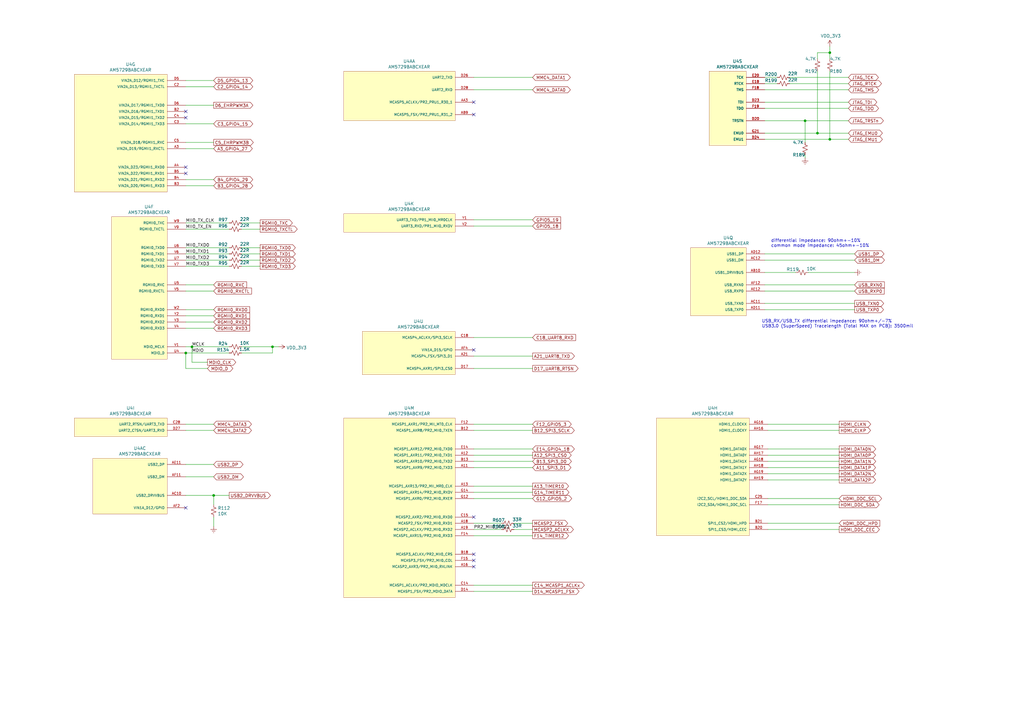
<source format=kicad_sch>
(kicad_sch (version 20210126) (generator eeschema)
  (paper "A3")
  (title_block (title "BeagleBone AI AM57x") (date "2021-01-15") (rev "Kicad-A1") (company "KiCad Services Corporation"))
  (lib_symbols
    (symbol "Device:R_Small_US" (pin_numbers hide) (pin_names (offset 0.254) hide)
      (property "Reference" "R" (at 0.762 0.508 0))
      (property "Value" "R_Small_US" (at 0.762 -1.016 0))
      (symbol "R_Small_US_1_1"
        (pin passive line (at 0 2.54 270) (length 1.016) (name "~") (number "1"))
        (pin passive line (at 0 -2.54 90) (length 1.016) (name "~") (number "2"))
      )
    )
    (symbol "beaglebone-ai:AM5729BABCXEAR" (pin_names (offset 1.016))
      (property "Reference" "U" (at -19.05 44.45 0))
      (property "Value" "AM5729BABCXEAR" (at -6.35 44.45 0))
      (symbol "AM5729BABCXEAR_1_0"
        (pin passive line (at 20.32 26.67 180) (length 7.62) (name "XI_OSC0") (number "AE15"))
        (pin passive line (at 20.32 21.59 180) (length 7.62) (name "XO_OSC0") (number "AD15"))
        (pin power_in line (at 20.32 16.51 180) (length 7.62) (name "VSSA_OSC0") (number "AF15"))
        (pin passive line (at 20.32 8.89 180) (length 7.62) (name "XI_OSC1") (number "AC15"))
        (pin passive line (at 20.32 3.81 180) (length 7.62) (name "XO_OSC1") (number "AC13"))
        (pin power_in line (at 20.32 -1.27 180) (length 7.62) (name "VSSA_OSC1") (number "AC14"))
        (pin passive line (at 20.32 -8.89 180) (length 7.62) (name "PORZ") (number "F22"))
        (pin passive line (at 20.32 -16.51 180) (length 7.62) (name "RESETN") (number "E23"))
        (pin passive line (at 20.32 -21.59 180) (length 7.62) (name "RSTOUTN") (number "F23"))
        (pin passive line (at 20.32 -29.21 180) (length 7.62) (name "NMI_DSP") (number "D21"))
      )
      (symbol "AM5729BABCXEAR_2_0"
        (pin passive line (at 19.05 15.24 180) (length 7.62) (name "RTC_OSC_XI") (number "AE14"))
        (pin passive line (at 19.05 12.7 180) (length 7.62) (name "RTC_OSC_XO") (number "AD14"))
        (pin passive line (at 19.05 7.62 180) (length 7.62) (name "RTC_ISO") (number "AF14"))
        (pin passive line (at 19.05 2.54 180) (length 7.62) (name "RTC_PORZ") (number "AB17"))
        (pin passive line (at 19.05 -2.54 180) (length 7.62) (name "ON_OFF") (number "Y11"))
        (pin passive line (at 19.05 -7.62 180) (length 7.62) (name "WAKEUP0") (number "AD17"))
        (pin passive line (at 19.05 -10.16 180) (length 7.62) (name "WAKEUP1") (number "AC17"))
        (pin passive line (at 19.05 -12.7 180) (length 7.62) (name "WAKEUP2") (number "AB16"))
        (pin passive line (at 19.05 -15.24 180) (length 7.62) (name "WAKEUP3") (number "AC16"))
      )
      (symbol "AM5729BABCXEAR_3_0"
        (pin passive line (at 27.94 109.22 180) (length 7.62) (name "DDR1_RST") (number "AG21"))
        (pin passive line (at 27.94 101.6 180) (length 7.62) (name "DDR1_CK") (number "AG24"))
        (pin passive line (at 27.94 99.06 180) (length 7.62) (name "DDR1_CKN") (number "AH24"))
        (pin passive line (at 27.94 96.52 180) (length 7.62) (name "DDR1_CKE") (number "AG22"))
        (pin passive line (at 27.94 93.98 180) (length 7.62) (name "DDR1_CSN0") (number "AH23"))
        (pin passive line (at 27.94 91.44 180) (length 7.62) (name "DDR1_CASN") (number "AC18"))
        (pin passive line (at 27.94 88.9 180) (length 7.62) (name "DDR1_RASN") (number "AF20"))
        (pin passive line (at 27.94 86.36 180) (length 7.62) (name "DDR1_WEN") (number "AH21"))
        (pin passive line (at 27.94 76.2 180) (length 7.62) (name "DDR1_BA0") (number "AF17"))
        (pin passive line (at 27.94 73.66 180) (length 7.62) (name "DDR1_BA1") (number "AE18"))
        (pin passive line (at 27.94 71.12 180) (length 7.62) (name "DDR1_BA2") (number "AB18"))
        (pin passive line (at 27.94 -86.36 180) (length 7.62) (name "DDR1_DQS0") (number "AH25"))
        (pin passive line (at 27.94 -88.9 180) (length 7.62) (name "DDR1_DQS0N") (number "AG25"))
        (pin passive line (at 27.94 -91.44 180) (length 7.62) (name "DDR1_DQS1") (number "AE27"))
        (pin passive line (at 27.94 -93.98 180) (length 7.62) (name "DDR1_DQS1N") (number "AE28"))
        (pin passive line (at 27.94 -96.52 180) (length 7.62) (name "DDR1_DQS2") (number "AD27"))
        (pin passive line (at 27.94 -99.06 180) (length 7.62) (name "DDR1_DQS2N") (number "AD28"))
        (pin passive line (at 27.94 -101.6 180) (length 7.62) (name "DDR1_DQS3") (number "Y28"))
        (pin passive line (at 27.94 -104.14 180) (length 7.62) (name "DDR1_DQS3N") (number "Y27"))
        (pin passive line (at 27.94 -114.3 180) (length 7.62) (name "DDR1_ODT0") (number "AE20"))
        (pin passive line (at 27.94 68.58 180) (length 7.62) (name "DDR1_A0") (number "AD20"))
        (pin passive line (at 27.94 66.04 180) (length 7.62) (name "DDR1_A1") (number "AC19"))
        (pin passive line (at 27.94 63.5 180) (length 7.62) (name "DDR1_A2") (number "AC20"))
        (pin passive line (at 27.94 60.96 180) (length 7.62) (name "DDR1_A3") (number "AB19"))
        (pin passive line (at 27.94 58.42 180) (length 7.62) (name "DDR1_A4") (number "AF21"))
        (pin passive line (at 27.94 55.88 180) (length 7.62) (name "DDR1_A5") (number "AH22"))
        (pin passive line (at 27.94 53.34 180) (length 7.62) (name "DDR1_A6") (number "AG23"))
        (pin passive line (at 27.94 50.8 180) (length 7.62) (name "DDR1_A7") (number "AE21"))
        (pin passive line (at 27.94 48.26 180) (length 7.62) (name "DDR1_A8") (number "AF22"))
        (pin passive line (at 27.94 45.72 180) (length 7.62) (name "DDR1_A9") (number "AE22"))
        (pin passive line (at 27.94 43.18 180) (length 7.62) (name "DDR1_A10") (number "AD21"))
        (pin passive line (at 27.94 40.64 180) (length 7.62) (name "DDR1_A11") (number "AD22"))
        (pin passive line (at 27.94 38.1 180) (length 7.62) (name "DDR1_A12") (number "AC21"))
        (pin passive line (at 27.94 35.56 180) (length 7.62) (name "DDR1_A13") (number "AF18"))
        (pin passive line (at 27.94 33.02 180) (length 7.62) (name "DDR1_A14") (number "AE17"))
        (pin passive line (at 27.94 30.48 180) (length 7.62) (name "DDR1_A15") (number "AD18"))
        (pin passive line (at 27.94 20.32 180) (length 7.62) (name "DDR1_D0") (number "AF25"))
        (pin passive line (at 27.94 17.78 180) (length 7.62) (name "DDR1_D1") (number "AF26"))
        (pin passive line (at 27.94 15.24 180) (length 7.62) (name "DDR1_D2") (number "AG26"))
        (pin passive line (at 27.94 12.7 180) (length 7.62) (name "DDR1_D3") (number "AH26"))
        (pin passive line (at 27.94 10.16 180) (length 7.62) (name "DDR1_D4") (number "AF24"))
        (pin passive line (at 27.94 7.62 180) (length 7.62) (name "DDR1_D5") (number "AE24"))
        (pin passive line (at 27.94 5.08 180) (length 7.62) (name "DDR1_D6") (number "AF23"))
        (pin passive line (at 27.94 2.54 180) (length 7.62) (name "DDR1_D7") (number "AE23"))
        (pin passive line (at 27.94 0 180) (length 7.62) (name "DDR1_D8") (number "AC23"))
        (pin passive line (at 27.94 -2.54 180) (length 7.62) (name "DDR1_D9") (number "AF27"))
        (pin tri_state line (at 27.94 -5.08 180) (length 7.62) (name "DDR1_D10") (number "AG27"))
        (pin passive line (at 27.94 -7.62 180) (length 7.62) (name "DDR1_D11") (number "AF28"))
        (pin passive line (at 27.94 -10.16 180) (length 7.62) (name "DDR1_D12") (number "AE26"))
        (pin passive line (at 27.94 -12.7 180) (length 7.62) (name "DDR1_D13") (number "AC25"))
        (pin passive line (at 27.94 -15.24 180) (length 7.62) (name "DDR1_D14") (number "AC24"))
        (pin passive line (at 27.94 -17.78 180) (length 7.62) (name "DDR1_D15") (number "AD25"))
        (pin tri_state line (at 27.94 -20.32 180) (length 7.62) (name "DDR1_D16") (number "V20"))
        (pin passive line (at 27.94 -22.86 180) (length 7.62) (name "DDR1_D17") (number "W20"))
        (pin passive line (at 27.94 -25.4 180) (length 7.62) (name "DDR1_D18") (number "AB28"))
        (pin passive line (at 27.94 -27.94 180) (length 7.62) (name "DDR1_D19") (number "AC28"))
        (pin passive line (at 27.94 -30.48 180) (length 7.62) (name "DDR1_D20") (number "AC27"))
        (pin passive line (at 27.94 -33.02 180) (length 7.62) (name "DDR1_D21") (number "Y19"))
        (pin passive line (at 27.94 -35.56 180) (length 7.62) (name "DDR1_D22") (number "AB27"))
        (pin passive line (at 27.94 -38.1 180) (length 7.62) (name "DDR1_D23") (number "Y20"))
        (pin passive line (at 27.94 -40.64 180) (length 7.62) (name "DDR1_D24") (number "AA23"))
        (pin passive line (at 27.94 -43.18 180) (length 7.62) (name "DDR1_D25") (number "Y22"))
        (pin passive line (at 27.94 -45.72 180) (length 7.62) (name "DDR1_D26") (number "Y23"))
        (pin passive line (at 27.94 -48.26 180) (length 7.62) (name "DDR1_D27") (number "AA24"))
        (pin passive line (at 27.94 -50.8 180) (length 7.62) (name "DDR1_D28") (number "Y24"))
        (pin passive line (at 27.94 -53.34 180) (length 7.62) (name "DDR1_D29") (number "AA26"))
        (pin passive line (at 27.94 -55.88 180) (length 7.62) (name "DDR1_D30") (number "AA25"))
        (pin passive line (at 27.94 -58.42 180) (length 7.62) (name "DDR1_D31") (number "AA28"))
        (pin passive line (at 27.94 -68.58 180) (length 7.62) (name "DDR1_DQM0") (number "AD23"))
        (pin passive line (at 27.94 -71.12 180) (length 7.62) (name "DDR1_DQM1") (number "AB23"))
        (pin passive line (at 27.94 -73.66 180) (length 7.62) (name "DDR1_DQM2") (number "AC26"))
        (pin passive line (at 27.94 -76.2 180) (length 7.62) (name "DDR1_DQM3") (number "AA27"))
        (pin passive line (at 27.94 -121.92 180) (length 7.62) (name "DDR1_VREF") (number "Y18"))
        (pin passive line (at -25.4 -10.16 0) (length 7.62) (name "DDR1_ECC_DQSN") (number "V28"))
        (pin passive line (at -25.4 -7.62 0) (length 7.62) (name "DDR1_ECC_DQS") (number "V27"))
        (pin passive line (at -25.4 0 0) (length 7.62) (name "DDR1_ECC_DQM") (number "V26"))
        (pin passive line (at -25.4 7.62 0) (length 7.62) (name "DDR1_ECC_D7") (number "Y26"))
        (pin passive line (at -25.4 10.16 0) (length 7.62) (name "DDR1_ECC_D6") (number "V25"))
        (pin passive line (at -25.4 12.7 0) (length 7.62) (name "DDR1_ECC_D5") (number "V24"))
        (pin passive line (at -25.4 15.24 0) (length 7.62) (name "DDR1_ECC_D4") (number "Y25"))
        (pin passive line (at -25.4 17.78 0) (length 7.62) (name "DDR1_ECC_D3") (number "W23"))
        (pin passive line (at -25.4 20.32 0) (length 7.62) (name "DDR1_ECC_D2") (number "W19"))
        (pin passive line (at -25.4 22.86 0) (length 7.62) (name "DDR1_ECC_D1") (number "V23"))
        (pin passive line (at -25.4 25.4 0) (length 7.62) (name "DDR1_ECC_D0") (number "W22"))
      )
      (symbol "AM5729BABCXEAR_4_0"
        (pin passive line (at 25.4 8.89 180) (length 7.62) (name "GPMC_A18/QSPI1_SCLK") (number "R2"))
        (pin passive line (at 25.4 6.35 180) (length 7.62) (name "GPMC_A13/QSPI_RTCLK") (number "R3"))
        (pin passive line (at 25.4 3.81 180) (length 7.62) (name "GPMC_CS2/QSPI1_CS0") (number "P2"))
        (pin passive line (at 25.4 -3.81 180) (length 7.62) (name "GPMC_A16/QSPI1_D0") (number "U1"))
        (pin passive line (at 25.4 -6.35 180) (length 7.62) (name "GPMC_A17/QSPI1_D1") (number "P3"))
        (pin passive line (at 25.4 -8.89 180) (length 7.62) (name "GPMC_A15/QSPI_D2") (number "U2"))
        (pin passive line (at 25.4 -11.43 180) (length 7.62) (name "GPMC_A14/QSPI_D3") (number "T2"))
      )
      (symbol "AM5729BABCXEAR_5_0"
        (pin passive line (at 27.94 15.24 180) (length 7.62) (name "GPMC_A23/MMC2_CLK") (number "J7"))
        (pin passive line (at 27.94 12.7 180) (length 7.62) (name "GPMC_CS1/MMC2_CMD") (number "H6"))
        (pin passive line (at 27.94 5.08 180) (length 7.62) (name "GPMC_A24/MMC2_DAT0") (number "J4"))
        (pin passive line (at 27.94 2.54 180) (length 7.62) (name "GPMC_A25/MMC2_DAT1") (number "J6"))
        (pin passive line (at 27.94 0 180) (length 7.62) (name "GPMC_A26/MMC2_DAT2") (number "H4"))
        (pin passive line (at 27.94 -2.54 180) (length 7.62) (name "GPMC_A27/MMC2_DAT3") (number "H5"))
        (pin passive line (at 27.94 -5.08 180) (length 7.62) (name "GPMC_A19/MMC2_DAT4") (number "K7"))
        (pin passive line (at 27.94 -7.62 180) (length 7.62) (name "GPMC_A20/MMC2_DAT5") (number "M7"))
        (pin passive line (at 27.94 -10.16 180) (length 7.62) (name "GPMC_A21/MMC2_DAT6") (number "J5"))
        (pin passive line (at 27.94 -12.7 180) (length 7.62) (name "GPMC_A22/MMC2_DAT7") (number "K6"))
      )
      (symbol "AM5729BABCXEAR_6_0"
        (pin passive line (at 19.05 22.86 180) (length 7.62) (name "RGMII0_TXC") (number "W9"))
        (pin passive line (at 19.05 20.32 180) (length 7.62) (name "RGMII0_TXCTL") (number "V9"))
        (pin passive line (at 19.05 12.7 180) (length 7.62) (name "RGMII0_TXD0") (number "U6"))
        (pin passive line (at 19.05 10.16 180) (length 7.62) (name "RGMII0_TXD1") (number "V6"))
        (pin passive line (at 19.05 7.62 180) (length 7.62) (name "RGMII0_TXD2") (number "U7"))
        (pin passive line (at 19.05 5.08 180) (length 7.62) (name "RGMII0_TXD3") (number "V7"))
        (pin passive line (at 19.05 -2.54 180) (length 7.62) (name "RGMII0_RXC") (number "U5"))
        (pin passive line (at 19.05 -5.08 180) (length 7.62) (name "RGMII0_RXCTL") (number "V5"))
        (pin passive line (at 19.05 -12.7 180) (length 7.62) (name "RGMII0_RXD0") (number "W2"))
        (pin passive line (at 19.05 -15.24 180) (length 7.62) (name "RGMII0_RXD1") (number "Y2"))
        (pin passive line (at 19.05 -17.78 180) (length 7.62) (name "RGMII0_RXD2") (number "V3"))
        (pin passive line (at 19.05 -20.32 180) (length 7.62) (name "RGMII0_RXD3") (number "V4"))
        (pin passive line (at 19.05 -27.94 180) (length 7.62) (name "MDIO_MCLK") (number "V1"))
        (pin passive line (at 19.05 -30.48 180) (length 7.62) (name "MDIO_D") (number "U4"))
      )
      (symbol "AM5729BABCXEAR_7_0"
        (pin passive line (at 26.67 20.32 180) (length 7.62) (name "VIN2A_D12/RGMII1_TXC") (number "D5"))
        (pin passive line (at 26.67 17.78 180) (length 7.62) (name "VIN2A_D13/RGMII1_TXCTL") (number "C2"))
        (pin passive line (at 26.67 10.16 180) (length 7.62) (name "VIN2A_D17/RGMII1_TXD0") (number "D6"))
        (pin passive line (at 26.67 7.62 180) (length 7.62) (name "VIN2A_D16/RGMII1_TXD1") (number "B2"))
        (pin passive line (at 26.67 5.08 180) (length 7.62) (name "VIN2A_D15/RGMII1_TXD2") (number "C4"))
        (pin passive line (at 26.67 2.54 180) (length 7.62) (name "VIN2A_D14/RGMII1_TXD3") (number "C3"))
        (pin passive line (at 26.67 -5.08 180) (length 7.62) (name "VIN2A_D18/RGMII1_RXC") (number "C5"))
        (pin passive line (at 26.67 -7.62 180) (length 7.62) (name "VIN2A_D19/RGMII1_RXCTL") (number "A3"))
        (pin passive line (at 26.67 -15.24 180) (length 7.62) (name "VIN2A_D23/RGMII1_RXD0") (number "A4"))
        (pin passive line (at 26.67 -17.78 180) (length 7.62) (name "VIN2A_D22/RGMII1_RXD1") (number "B5"))
        (pin passive line (at 26.67 -20.32 180) (length 7.62) (name "VIN2A_D21/RGMII1_RXD2") (number "B4"))
        (pin passive line (at 26.67 -22.86 180) (length 7.62) (name "VIN2A_D20/RGMII1_RXD3") (number "B3"))
      )
      (symbol "AM5729BABCXEAR_8_0"
        (pin passive line (at 27.94 17.78 180) (length 7.62) (name "HDMI1_CLOCKX") (number "AG16"))
        (pin passive line (at 27.94 15.24 180) (length 7.62) (name "HDMI1_CLOCKY") (number "AH16"))
        (pin passive line (at 27.94 7.62 180) (length 7.62) (name "HDMI1_DATA0X") (number "AG17"))
        (pin passive line (at 27.94 5.08 180) (length 7.62) (name "HDMI1_DATA0Y") (number "AH17"))
        (pin passive line (at 27.94 2.54 180) (length 7.62) (name "HDMI1_DATA1X") (number "AG18"))
        (pin passive line (at 27.94 0 180) (length 7.62) (name "HDMI1_DATA1Y") (number "AH18"))
        (pin passive line (at 27.94 -2.54 180) (length 7.62) (name "HDMI1_DATA2X") (number "AG19"))
        (pin passive line (at 27.94 -5.08 180) (length 7.62) (name "HDMI1_DATA2Y") (number "AH19"))
        (pin passive line (at 27.94 -12.7 180) (length 7.62) (name "I2C2_SCL/HDMI1_DDC_SDA") (number "C25"))
        (pin passive line (at 27.94 -15.24 180) (length 7.62) (name "I2C2_SDA/HDMI1_DDC_SCL") (number "F17"))
        (pin passive line (at 27.94 -22.86 180) (length 7.62) (name "SPI1_CS2/HDMI_HPD") (number "B21"))
        (pin passive line (at 27.94 -25.4 180) (length 7.62) (name "SPI1_CS3/HDMI_CEC") (number "B20"))
      )
      (symbol "AM5729BABCXEAR_9_0"
        (pin passive line (at 26.67 1.27 180) (length 7.62) (name "UART2_RTSN/UART3_TXD") (number "C28"))
        (pin passive line (at 26.67 -1.27 180) (length 7.62) (name "UART2_CTSN/UART3_RXD") (number "D27"))
      )
      (symbol "AM5729BABCXEAR_10_0"
        (pin passive line (at 27.94 8.89 180) (length 7.62) (name "VIN2A_D1/PR1_UART0_TXD") (number "F3"))
        (pin passive line (at 27.94 6.35 180) (length 7.62) (name "VIN2A_D0/PR1_UART0_RXD") (number "F2"))
        (pin passive line (at 27.94 -3.81 180) (length 7.62) (name "VIN2A_D5/PR1_PRU1_R30_2") (number "F4"))
        (pin passive line (at 27.94 -13.97 180) (length 7.62) (name "RMII50MHZCLK/PR2_GPIO") (number "U3"))
      )
      (symbol "AM5729BABCXEAR_11_0"
        (pin passive line (at 30.48 1.27 180) (length 7.62) (name "UART3_TXD/PR1_MII0_MR0CLK") (number "Y1"))
        (pin passive line (at 30.48 -1.27 180) (length 7.62) (name "UART3_RXD/PR1_MII0_RXDV") (number "V2"))
      )
      (symbol "AM5729BABCXEAR_12_0"
        (pin passive line (at 30.48 11.43 180) (length 7.62) (name "VIN2A_D6/PR1_MII_MT1_CLK") (number "C1"))
        (pin passive line (at 30.48 8.89 180) (length 7.62) (name "VIN2A_D7/PR1_MII1_TXEN") (number "E4"))
        (pin passive line (at 30.48 1.27 180) (length 7.62) (name "VIN2A_D9/PR1_MII1_TXD2") (number "E6"))
        (pin passive line (at 30.48 -1.27 180) (length 7.62) (name "VIN2A_D8/PR1_MII1_TXD3") (number "F5"))
        (pin passive line (at 30.48 -8.89 180) (length 7.62) (name "VIN2A_D10/PR1_MDIO_MDCLK") (number "D3"))
        (pin passive line (at 30.48 -11.43 180) (length 7.62) (name "VIN2A_D11/PR1_MDIO_DATA") (number "F6"))
      )
      (symbol "AM5729BABCXEAR_13_0"
        (pin passive line (at 33.02 27.94 180) (length 7.62) (name "MCASP1_AXR1/PR2_MII_MT0_CLK") (number "F12"))
        (pin passive line (at 33.02 25.4 180) (length 7.62) (name "MCASP1_AXR8/PR2_MII0_TXEN") (number "B12"))
        (pin passive line (at 33.02 17.78 180) (length 7.62) (name "MCASP1_AXR12/PR2_MII0_TXD0") (number "E14"))
        (pin passive line (at 33.02 15.24 180) (length 7.62) (name "MCASP1_AXR11/PR2_MII0_TXD1") (number "A12"))
        (pin passive line (at 33.02 12.7 180) (length 7.62) (name "MCASP1_AXR10/PR2_MII0_TXD2") (number "B13"))
        (pin passive line (at 33.02 10.16 180) (length 7.62) (name "MCASP1_AXR9/PR2_MII0_TXD3") (number "A11"))
        (pin passive line (at 33.02 2.54 180) (length 7.62) (name "MCASP1_AXR13/PR2_MII_MR0_CLK") (number "A13"))
        (pin passive line (at 33.02 0 180) (length 7.62) (name "MCASP1_AXR14/PR2_MII0_RXDV") (number "G14"))
        (pin passive line (at 33.02 -2.54 180) (length 7.62) (name "MCASP1_AXR0/PR2_MII0_RXER") (number "G12"))
        (pin passive line (at 33.02 -10.16 180) (length 7.62) (name "MCASP2_AXR2/PR2_MII0_RXD0") (number "C15"))
        (pin passive line (at 33.02 -12.7 180) (length 7.62) (name "MCASP2_FSX/PR2_MII0_RXD1") (number "A18"))
        (pin passive line (at 33.02 -15.24 180) (length 7.62) (name "MCASP2_ACLKX/PR2_MII0_RXD2") (number "A19"))
        (pin passive line (at 33.02 -17.78 180) (length 7.62) (name "MCASP1_AXR15/PR2_MII0_RXD3") (number "F14"))
        (pin passive line (at 33.02 -25.4 180) (length 7.62) (name "MCASP3_ACLKX/PR2_MII0_CRS") (number "B18"))
        (pin passive line (at 33.02 -27.94 180) (length 7.62) (name "MCASP3_FSX/PR2_MII0_COL") (number "F15"))
        (pin passive line (at 33.02 -30.48 180) (length 7.62) (name "MCASP2_AXR3/PR2_MII0_RXLINK") (number "A16"))
        (pin passive line (at 33.02 -38.1 180) (length 7.62) (name "MCASP1_ACLKX/PR2_MDIO_MDCLK") (number "C14"))
        (pin passive line (at 33.02 -40.64 180) (length 7.62) (name "MCASP1_FSX/PR2_MDIO_DATA") (number "D14"))
      )
      (symbol "AM5729BABCXEAR_14_0"
        (pin passive line (at 31.75 25.4 180) (length 7.62) (name "GPIO6_10/PR2_MII_MT1_CLK") (number "AC5"))
        (pin passive line (at 31.75 22.86 180) (length 7.62) (name "GPIO6_11/PR2_MII1_TXEN") (number "AB4"))
        (pin passive line (at 31.75 15.24 180) (length 7.62) (name "MMC3_DAT1/PR2_MII1_TXD0") (number "AC6"))
        (pin passive line (at 31.75 12.7 180) (length 7.62) (name "MMC3_DAT0/PR2_MII1_TXD1") (number "AC7"))
        (pin passive line (at 31.75 10.16 180) (length 7.62) (name "MMC3_CMD/PR2_MII1_TXD2") (number "AC4"))
        (pin passive line (at 31.75 7.62 180) (length 7.62) (name "MMC3_CLK/PR2_MII1_TXD3") (number "AD4"))
        (pin passive line (at 31.75 0 180) (length 7.62) (name "MMC3_DAT2/PR2_MII_MR1_CLK") (number "AC9"))
        (pin passive line (at 31.75 -2.54 180) (length 7.62) (name "MMC3_DAT3/PR2_MII1_RXDV") (number "AC3"))
        (pin passive line (at 31.75 -5.08 180) (length 7.62) (name "MCASP3_AXR0/PR2_MII1_RXER") (number "B19"))
        (pin passive line (at 31.75 -12.7 180) (length 7.62) (name "MMC3_DAT7/PR2_MII1_RXD0") (number "AB5"))
        (pin passive line (at 31.75 -15.24 180) (length 7.62) (name "MMC3_DAT6/PR2_MII1_RXD1") (number "AB8"))
        (pin passive line (at 31.75 -17.78 180) (length 7.62) (name "MMC3_DAT5/PR2_MII1_RXD2") (number "AD6"))
        (pin passive line (at 31.75 -20.32 180) (length 7.62) (name "MMC3_DAT4/PR2_MII1_RXD3") (number "AC8"))
        (pin passive line (at 31.75 -27.94 180) (length 7.62) (name "XREF_CLK1/PR2_MII1_CRS") (number "E17"))
        (pin passive line (at 31.75 -30.48 180) (length 7.62) (name "XREF_CLK0/PR2_MII1_COL") (number "D18"))
        (pin passive line (at 31.75 -33.02 180) (length 7.62) (name "MCASP3_AXR1/PR2_MII1_RXLINK") (number "C17"))
      )
      (symbol "AM5729BABCXEAR_15_0"
        (pin passive line (at 19.05 12.7 180) (length 7.62) (name "MMC1_CLK") (number "W6"))
        (pin passive line (at 19.05 10.16 180) (length 7.62) (name "MMC1_CMD") (number "Y6"))
        (pin passive line (at 19.05 5.08 180) (length 7.62) (name "MMC1_DAT0") (number "AA6"))
        (pin passive line (at 19.05 2.54 180) (length 7.62) (name "MMC1_DAT1") (number "Y4"))
        (pin passive line (at 19.05 0 180) (length 7.62) (name "MMC1_DAT2") (number "AA5"))
        (pin passive line (at 19.05 -2.54 180) (length 7.62) (name "MMC1_DAT3") (number "Y3"))
        (pin passive line (at 19.05 -7.62 180) (length 7.62) (name "MMC1_SDCD") (number "W7"))
        (pin passive line (at 19.05 -12.7 180) (length 7.62) (name "MMC1_SDWP") (number "Y9"))
      )
      (symbol "AM5729BABCXEAR_16_0"
        (pin passive line (at 20.32 7.62 180) (length 7.62) (name "LJCB_CLKP") (number "AG15"))
        (pin passive line (at 20.32 5.08 180) (length 7.62) (name "LJCB_CLKN") (number "AH15"))
        (pin passive line (at 20.32 0 180) (length 7.62) (name "PCIE_TXP0") (number "AH14"))
        (pin passive line (at 20.32 -2.54 180) (length 7.62) (name "PCIE_TXN0") (number "AG14"))
        (pin passive line (at 20.32 -7.62 180) (length 7.62) (name "PCIE_RXP0") (number "AH13"))
        (pin passive line (at 20.32 -10.16 180) (length 7.62) (name "PCIE_RXN0") (number "AG13"))
      )
      (symbol "AM5729BABCXEAR_17_0"
        (pin passive line (at 19.05 10.16 180) (length 7.62) (name "USB1_DP") (number "AD12"))
        (pin passive line (at 19.05 7.62 180) (length 7.62) (name "USB1_DM") (number "AC12"))
        (pin passive line (at 19.05 2.54 180) (length 7.62) (name "USB1_DRVVBUS") (number "AB10"))
        (pin passive line (at 19.05 -2.54 180) (length 7.62) (name "USB_RXN0") (number "AF12"))
        (pin passive line (at 19.05 -5.08 180) (length 7.62) (name "USB_RXP0") (number "AE12"))
        (pin passive line (at 19.05 -10.16 180) (length 7.62) (name "USB_TXN0") (number "AC11"))
        (pin passive line (at 19.05 -12.7 180) (length 7.62) (name "USB_TXP0") (number "AD11"))
      )
      (symbol "AM5729BABCXEAR_18_0"
        (pin passive line (at 19.05 1.27 180) (length 7.62) (name "I2C1_SCL") (number "C20"))
        (pin passive line (at 19.05 -1.27 180) (length 7.62) (name "I2C1_SDA") (number "C21"))
      )
      (symbol "AM5729BABCXEAR_19_0"
        (pin passive line (at 15.24 10.16 180) (length 7.62) (name "TCK") (number "E20"))
        (pin passive line (at 15.24 7.62 180) (length 7.62) (name "RTCK") (number "E18"))
        (pin passive line (at 15.24 5.08 180) (length 7.62) (name "TMS") (number "F18"))
        (pin passive line (at 15.24 0 180) (length 7.62) (name "TDI") (number "D23"))
        (pin passive line (at 15.24 -2.54 180) (length 7.62) (name "TDO") (number "F19"))
        (pin passive line (at 15.24 -7.62 180) (length 7.62) (name "TRSTN") (number "D20"))
        (pin passive line (at 15.24 -12.7 180) (length 7.62) (name "EMU0") (number "G21"))
        (pin passive line (at 15.24 -15.24 180) (length 7.62) (name "EMU1") (number "D24"))
      )
      (symbol "AM5729BABCXEAR_20_0"
        (pin passive line (at 25.4 40.64 180) (length 7.62) (name "VOUT1_CLK") (number "D11"))
        (pin passive line (at 25.4 33.02 180) (length 7.62) (name "VOUT1_VSYNC") (number "E11"))
        (pin passive line (at 25.4 30.48 180) (length 7.62) (name "VOUT1_HSYNC") (number "C11"))
        (pin passive line (at 25.4 27.94 180) (length 7.62) (name "VOUT1_DE") (number "B10"))
        (pin passive line (at 25.4 20.32 180) (length 7.62) (name "VOUT1_D0") (number "F11"))
        (pin passive line (at 25.4 17.78 180) (length 7.62) (name "VOUT1_D1") (number "G10"))
        (pin passive line (at 25.4 15.24 180) (length 7.62) (name "VOUT1_D2") (number "F10"))
        (pin passive line (at 25.4 12.7 180) (length 7.62) (name "VOUT1_D3") (number "G11"))
        (pin passive line (at 25.4 10.16 180) (length 7.62) (name "VOUT1_D4") (number "E9"))
        (pin passive line (at 25.4 7.62 180) (length 7.62) (name "VOUT1_D5") (number "F9"))
        (pin passive line (at 25.4 5.08 180) (length 7.62) (name "VOUT1_D6") (number "F8"))
        (pin passive line (at 25.4 2.54 180) (length 7.62) (name "VOUT1_D7") (number "E7"))
        (pin passive line (at 25.4 0 180) (length 7.62) (name "VOUT1_D8") (number "E8"))
        (pin passive line (at 25.4 -2.54 180) (length 7.62) (name "VOUT1_D9") (number "D9"))
        (pin passive line (at 25.4 -5.08 180) (length 7.62) (name "VOUT1_D10") (number "D7"))
        (pin passive line (at 25.4 -7.62 180) (length 7.62) (name "VOUT1_D11") (number "D8"))
        (pin passive line (at 25.4 -10.16 180) (length 7.62) (name "VOUT1_D12") (number "A5"))
        (pin passive line (at 25.4 -12.7 180) (length 7.62) (name "VOUT1_D13") (number "C6"))
        (pin passive line (at 25.4 -15.24 180) (length 7.62) (name "VOUT1_D14") (number "C8"))
        (pin passive line (at 25.4 -17.78 180) (length 7.62) (name "VOUT1_D15") (number "C7"))
        (pin passive line (at 25.4 -20.32 180) (length 7.62) (name "VOUT1_D16") (number "B7"))
        (pin passive line (at 25.4 -22.86 180) (length 7.62) (name "VOUT1_D17") (number "B8"))
        (pin passive line (at 25.4 -25.4 180) (length 7.62) (name "VOUT1_D18") (number "A7"))
        (pin passive line (at 25.4 -27.94 180) (length 7.62) (name "VOUT1_D19") (number "A8"))
        (pin passive line (at 25.4 -30.48 180) (length 7.62) (name "VOUT1_D20") (number "C9"))
        (pin passive line (at 25.4 -33.02 180) (length 7.62) (name "VOUT1_D21") (number "A9"))
        (pin passive line (at 25.4 -35.56 180) (length 7.62) (name "VOUT1_D22") (number "B9"))
        (pin passive line (at 25.4 -38.1 180) (length 7.62) (name "VOUT1_D23") (number "A10"))
        (pin passive line (at 25.4 -45.72 180) (length 7.62) (name "VIN2A_D2/ECAP1_IN_PWM1") (number "D1"))
      )
      (symbol "AM5729BABCXEAR_21_0"
        (pin passive line (at 27.94 6.35 180) (length 7.62) (name "MCASP4_ACLKX/SPI3_SCLK") (number "C18"))
        (pin passive line (at 27.94 1.27 180) (length 7.62) (name "VIN1A_D15/GPIO") (number "AF4"))
        (pin passive line (at 27.94 -1.27 180) (length 7.62) (name "MCASP4_FSX/SPI3_D1") (number "A21"))
        (pin passive line (at 27.94 -6.35 180) (length 7.62) (name "MCASP4_AXR1/SPI3_CS0") (number "D17"))
      )
      (symbol "AM5729BABCXEAR_22_0"
        (pin passive line (at 33.02 87.63 180) (length 7.62) (name "GPMC_AD0/GPIO") (number "M6"))
        (pin passive line (at 33.02 85.09 180) (length 7.62) (name "GPMC_AD1/GPIO") (number "M2"))
        (pin passive line (at 33.02 82.55 180) (length 7.62) (name "GPMC_AD2/GPIO") (number "L5"))
        (pin passive line (at 33.02 80.01 180) (length 7.62) (name "GPMC_AD3/GPIO") (number "M1"))
        (pin passive line (at 33.02 77.47 180) (length 7.62) (name "GPMC_AD4/GPIO") (number "L6"))
        (pin passive line (at 33.02 74.93 180) (length 7.62) (name "GPMC_AD5/GPIO") (number "L4"))
        (pin passive line (at 33.02 72.39 180) (length 7.62) (name "GPMC_AD6/GPIO") (number "L3"))
        (pin passive line (at 33.02 69.85 180) (length 7.62) (name "GPMC_AD7/GPIO") (number "L2"))
        (pin passive line (at 33.02 67.31 180) (length 7.62) (name "GPMC_AD8") (number "L1"))
        (pin passive line (at 33.02 64.77 180) (length 7.62) (name "GPMC_AD9") (number "K2"))
        (pin passive line (at 33.02 62.23 180) (length 7.62) (name "GPMC_AD10") (number "J1"))
        (pin passive line (at 33.02 59.69 180) (length 7.62) (name "GPMC_AD11") (number "J2"))
        (pin passive line (at 33.02 57.15 180) (length 7.62) (name "GPMC_AD12") (number "H1"))
        (pin passive line (at 33.02 54.61 180) (length 7.62) (name "GPMC_AD13") (number "J3"))
        (pin passive line (at 33.02 52.07 180) (length 7.62) (name "GPMC_AD14") (number "H2"))
        (pin passive line (at 33.02 49.53 180) (length 7.62) (name "GPMC_AD15") (number "H3"))
        (pin passive line (at 33.02 39.37 180) (length 7.62) (name "GPMC_CS0") (number "T1"))
        (pin passive line (at 33.02 36.83 180) (length 7.62) (name "GPMC_CS3/GPIO") (number "P1"))
        (pin passive line (at 33.02 34.29 180) (length 7.62) (name "GPMC_CLK") (number "P7"))
        (pin passive line (at 33.02 31.75 180) (length 7.62) (name "GPMC_ADVN_ALE") (number "N1"))
        (pin passive line (at 33.02 29.21 180) (length 7.62) (name "GPMC_OEN_REN") (number "M5"))
        (pin passive line (at 33.02 26.67 180) (length 7.62) (name "GPMC_WEN") (number "M3"))
        (pin passive line (at 33.02 24.13 180) (length 7.62) (name "GPMC_BEN0") (number "N6"))
        (pin passive line (at 33.02 21.59 180) (length 7.62) (name "GPMC_BEN1") (number "M4"))
        (pin passive line (at 33.02 19.05 180) (length 7.62) (name "GPMC_WAIT0") (number "N2"))
        (pin passive line (at 33.02 6.35 180) (length 7.62) (name "MCASP1_ACLKR") (number "B14"))
        (pin passive line (at 33.02 3.81 180) (length 7.62) (name "MCASP1_FSR") (number "J14"))
        (pin passive line (at 33.02 1.27 180) (length 7.62) (name "MCASP1_AXR2") (number "G13"))
        (pin passive line (at 33.02 -1.27 180) (length 7.62) (name "MCASP1_AXR3") (number "J11"))
        (pin passive line (at 33.02 -3.81 180) (length 7.62) (name "MCASP1_AXR4") (number "E12"))
        (pin passive line (at 33.02 -6.35 180) (length 7.62) (name "MCASP1_AXR5") (number "F13"))
        (pin passive line (at 33.02 -8.89 180) (length 7.62) (name "MCASP1_AXR6") (number "C12"))
        (pin passive line (at 33.02 -11.43 180) (length 7.62) (name "MCASP1_AXR7") (number "D12"))
        (pin passive line (at 33.02 -24.13 180) (length 7.62) (name "MCASP2_ACLKR") (number "E15"))
        (pin passive line (at 33.02 -26.67 180) (length 7.62) (name "MCASP2_FSR") (number "A20"))
        (pin passive line (at 33.02 -29.21 180) (length 7.62) (name "MCASP2_AXR0") (number "B15"))
        (pin passive line (at 33.02 -31.75 180) (length 7.62) (name "MCASP2_AXR1") (number "A15"))
        (pin passive line (at 33.02 -34.29 180) (length 7.62) (name "MCASP2_AXR4") (number "D15"))
        (pin passive line (at 33.02 -36.83 180) (length 7.62) (name "MCASP2_AXR5") (number "B16"))
        (pin passive line (at 33.02 -39.37 180) (length 7.62) (name "MCASP2_AXR6") (number "B17"))
        (pin passive line (at 33.02 -41.91 180) (length 7.62) (name "MCASP2_AXR7") (number "A17"))
        (pin passive line (at 33.02 -44.45 180) (length 7.62) (name "MCASP5_AXR0/GPIO") (number "AB3"))
        (pin passive line (at 33.02 -46.99 180) (length 7.62) (name "MCASP5_AXR1/GPIO") (number "AA4"))
        (pin passive line (at 33.02 -49.53 180) (length 7.62) (name "PCIE_TXP1") (number "AH12"))
        (pin passive line (at 33.02 -52.07 180) (length 7.62) (name "PCIE_TXN1") (number "AG12"))
        (pin passive line (at 33.02 -54.61 180) (length 7.62) (name "PCIE_RXP1") (number "AH11"))
        (pin passive line (at 33.02 -57.15 180) (length 7.62) (name "PCIE_RXN1") (number "AG11"))
        (pin passive line (at 33.02 -59.69 180) (length 7.62) (name "GPIO6_14") (number "E21"))
        (pin passive line (at 33.02 -62.23 180) (length 7.62) (name "GPIO6_15") (number "F20"))
        (pin passive line (at 33.02 -64.77 180) (length 7.62) (name "GPIO6_16") (number "F21"))
        (pin passive line (at 33.02 -74.93 180) (length 7.62) (name "XREF_CLK2") (number "B26"))
        (pin passive line (at 33.02 -82.55 180) (length 7.62) (name "SPI1_SCLK") (number "A25"))
        (pin passive line (at 33.02 -85.09 180) (length 7.62) (name "SPI1_D0") (number "B25"))
        (pin passive line (at 33.02 -87.63 180) (length 7.62) (name "SPI1_D1") (number "F16"))
        (pin passive line (at 33.02 -90.17 180) (length 7.62) (name "SPI1_CS0") (number "A24"))
        (pin passive line (at 33.02 -92.71 180) (length 7.62) (name "SPI1_CS1") (number "A22"))
        (pin passive line (at -35.56 -92.71 0) (length 7.62) (name "UART1_CTSN/GPIO") (number "E25"))
        (pin passive line (at -35.56 -90.17 0) (length 7.62) (name "UART1_RTSN/GPIO") (number "C27"))
        (pin passive line (at -35.56 -87.63 0) (length 7.62) (name "UART1_RXD/GPIO") (number "B27"))
        (pin passive line (at -35.56 -85.09 0) (length 7.62) (name "UART1_TXD/GPIO") (number "C26"))
        (pin passive line (at -35.56 -74.93 0) (length 7.62) (name "VIN1B_CLK1") (number "AH7"))
        (pin passive line (at -35.56 -72.39 0) (length 7.62) (name "MCASP4_AXR0/SPI3_D0") (number "G16"))
        (pin passive line (at -35.56 -62.23 0) (length 7.62) (name "VIN2A_D4") (number "D2"))
        (pin passive line (at -35.56 -59.69 0) (length 7.62) (name "VIN2A_D3") (number "E2"))
        (pin passive line (at -35.56 -46.99 0) (length 7.62) (name "VIN2A_VSYNC0") (number "G6"))
        (pin passive line (at -35.56 -44.45 0) (length 7.62) (name "VIN2A_HSYNC0") (number "G1"))
        (pin passive line (at -35.56 -41.91 0) (length 7.62) (name "VIN2A_FLD0") (number "H7"))
        (pin passive line (at -35.56 -39.37 0) (length 7.62) (name "VIN2A_DE0") (number "G2"))
        (pin passive line (at -35.56 -36.83 0) (length 7.62) (name "VIN2A_CLK0") (number "E1"))
        (pin passive line (at -35.56 -24.13 0) (length 7.62) (name "VOUT1_FLD") (number "B11"))
        (pin passive line (at -35.56 -21.59 0) (length 7.62) (name "VIN1A_FLD0") (number "AF9"))
        (pin passive line (at -35.56 -19.05 0) (length 7.62) (name "VIN1A_DE0") (number "AD9"))
        (pin passive line (at -35.56 -16.51 0) (length 7.62) (name "VIN1A_VSYNC0") (number "AF8"))
        (pin passive line (at -35.56 -13.97 0) (length 7.62) (name "VIN1A_HSYNC0") (number "AE9"))
        (pin passive line (at -35.56 -11.43 0) (length 7.62) (name "VIN1A_CLK0") (number "AG8"))
        (pin passive line (at -35.56 8.89 0) (length 7.62) (name "VIN1A_D23") (number "AD3"))
        (pin passive line (at -35.56 11.43 0) (length 7.62) (name "VIN1A_D22") (number "AD2"))
        (pin passive line (at -35.56 13.97 0) (length 7.62) (name "VIN1A_D21") (number "AE6"))
        (pin passive line (at -35.56 16.51 0) (length 7.62) (name "VIN1A_D20") (number "AE2"))
        (pin passive line (at -35.56 19.05 0) (length 7.62) (name "VIN1A_D19") (number "AE1"))
        (pin passive line (at -35.56 21.59 0) (length 7.62) (name "VIN1A_D18") (number "AE5"))
        (pin passive line (at -35.56 24.13 0) (length 7.62) (name "VIN1A_D17") (number "AE3"))
        (pin passive line (at -35.56 26.67 0) (length 7.62) (name "VIN1A_D16") (number "AF1"))
        (pin passive line (at -35.56 29.21 0) (length 7.62) (name "VIN1A_D14") (number "AF3"))
        (pin passive line (at -35.56 31.75 0) (length 7.62) (name "VIN1A_D13") (number "AF6"))
        (pin passive line (at -35.56 34.29 0) (length 7.62) (name "VIN1A_D11") (number "AG5"))
        (pin passive line (at -35.56 36.83 0) (length 7.62) (name "VIN1A_D10") (number "AG3"))
        (pin passive line (at -35.56 39.37 0) (length 7.62) (name "VIN1A_D9") (number "AG2"))
        (pin passive line (at -35.56 41.91 0) (length 7.62) (name "VIN1A_D8") (number "AG4"))
        (pin passive line (at -35.56 44.45 0) (length 7.62) (name "VIN1A_D7") (number "AH4"))
        (pin passive line (at -35.56 46.99 0) (length 7.62) (name "VIN1A_D6") (number "AG6"))
        (pin passive line (at -35.56 49.53 0) (length 7.62) (name "VIN1A_D5") (number "AH5"))
        (pin passive line (at -35.56 52.07 0) (length 7.62) (name "VIN1A_D4") (number "AH3"))
        (pin passive line (at -35.56 54.61 0) (length 7.62) (name "VIN1A_D3") (number "AH6"))
        (pin passive line (at -35.56 57.15 0) (length 7.62) (name "VIN1A_D2") (number "AG7"))
        (pin passive line (at -35.56 59.69 0) (length 7.62) (name "VIN1A_D1") (number "AD8"))
        (pin passive line (at -35.56 62.23 0) (length 7.62) (name "VIN1A_D0") (number "AE8"))
        (pin passive line (at -35.56 64.77 0) (length 7.62) (name "SATA1_TXN0") (number "AG10"))
        (pin passive line (at -35.56 67.31 0) (length 7.62) (name "SATA1_TXP0") (number "AH10"))
        (pin passive line (at -35.56 69.85 0) (length 7.62) (name "SATA1_RXN0") (number "AH9"))
        (pin passive line (at -35.56 72.39 0) (length 7.62) (name "SATA1_RXP0") (number "AG9"))
        (pin passive line (at -35.56 74.93 0) (length 7.62) (name "MLBP_CLK_N") (number "AB2"))
        (pin passive line (at -35.56 77.47 0) (length 7.62) (name "MLBP_CLK_P") (number "AB1"))
        (pin passive line (at -35.56 80.01 0) (length 7.62) (name "MLBP_DAT_N") (number "AA2"))
        (pin passive line (at -35.56 82.55 0) (length 7.62) (name "MLBP_DAT_P") (number "AA1"))
        (pin passive line (at -35.56 85.09 0) (length 7.62) (name "MLBP_SIG_N") (number "AC2"))
        (pin passive line (at -35.56 87.63 0) (length 7.62) (name "MLBP_SIG_P") (number "AC1"))
      )
      (symbol "AM5729BABCXEAR_23_0"
        (pin passive line (at 20.32 1.27 180) (length 7.62) (name "DCAN1_TX") (number "G20"))
        (pin passive line (at 20.32 -1.27 180) (length 7.62) (name "DCAN1_RX") (number "G19"))
      )
      (symbol "AM5729BABCXEAR_24_0"
        (pin passive line (at 26.67 22.86 180) (length 7.62) (name "GPMC_A10/VIN4B_CLK1") (number "N9"))
        (pin passive line (at 26.67 15.24 180) (length 7.62) (name "GPMC_A9/VIN4B_VSYNC1_N7") (number "R4"))
        (pin passive line (at 26.67 12.7 180) (length 7.62) (name "GPMC_A8/VIN4B_HSYNC1") (number "N7"))
        (pin passive line (at 26.67 10.16 180) (length 7.62) (name "GPMC_A11/VIN4B_DE1") (number "P9"))
        (pin passive line (at 26.67 7.62 180) (length 7.62) (name "GPMC_A12/VIN4B_FLD1") (number "P4"))
        (pin passive line (at 26.67 0 180) (length 7.62) (name "GPMC_A0/VIN4B_D0") (number "R6"))
        (pin passive line (at 26.67 -2.54 180) (length 7.62) (name "GPMC_A1/VIN4B_D1") (number "T9"))
        (pin passive line (at 26.67 -5.08 180) (length 7.62) (name "GPMC_A2/VIN4B_D2") (number "T6"))
        (pin passive line (at 26.67 -7.62 180) (length 7.62) (name "GPMC_A3/VIN4B_D3") (number "T7"))
        (pin passive line (at 26.67 -10.16 180) (length 7.62) (name "GPMC_A4/VIN4B_D4") (number "P6"))
        (pin passive line (at 26.67 -12.7 180) (length 7.62) (name "GPMC_A5/VIN4B_D5") (number "R9"))
        (pin passive line (at 26.67 -15.24 180) (length 7.62) (name "GPMC_A6/VIN4B_D6") (number "R5"))
        (pin passive line (at 26.67 -17.78 180) (length 7.62) (name "GPMC_A7/VIN4B_D7") (number "P5"))
        (pin passive line (at 26.67 -25.4 180) (length 7.62) (name "XREF_CLK3/CLKOUT3") (number "C23"))
      )
      (symbol "AM5729BABCXEAR_25_0"
        (pin power_in line (at -80.01 158.75 270) (length 7.62) (name "VDD@1") (number "H13"))
        (pin power_in line (at -77.47 158.75 270) (length 7.62) (name "VDD@2") (number "H14"))
        (pin power_in line (at -74.93 158.75 270) (length 7.62) (name "VDD@3") (number "J17"))
        (pin power_in line (at -72.39 158.75 270) (length 7.62) (name "VDD@4") (number "J18"))
        (pin power_in line (at -69.85 158.75 270) (length 7.62) (name "VDD@5") (number "L7"))
        (pin power_in line (at -67.31 158.75 270) (length 7.62) (name "VDD@6") (number "L8"))
        (pin power_in line (at -64.77 158.75 270) (length 7.62) (name "VDD@7") (number "N10"))
        (pin power_in line (at -62.23 158.75 270) (length 7.62) (name "VDD@8") (number "N13"))
        (pin power_in line (at -59.69 158.75 270) (length 7.62) (name "VDD@9") (number "P11"))
        (pin power_in line (at -57.15 158.75 270) (length 7.62) (name "VDD@10") (number "P12"))
        (pin power_in line (at -54.61 158.75 270) (length 7.62) (name "VDD@11") (number "P13"))
        (pin power_in line (at -52.07 158.75 270) (length 7.62) (name "VDD@12") (number "R11"))
        (pin power_in line (at -49.53 158.75 270) (length 7.62) (name "VDD@13") (number "R16"))
        (pin power_in line (at -46.99 158.75 270) (length 7.62) (name "VDD@14") (number "R19"))
        (pin power_in line (at -44.45 158.75 270) (length 7.62) (name "VDD@15") (number "T13"))
        (pin power_in line (at -41.91 158.75 270) (length 7.62) (name "VDD@16") (number "T16"))
        (pin power_in line (at -39.37 158.75 270) (length 7.62) (name "VDD@17") (number "T19"))
        (pin power_in line (at -36.83 158.75 270) (length 7.62) (name "VDD@18") (number "U8"))
        (pin power_in line (at -34.29 158.75 270) (length 7.62) (name "VDD@19") (number "U9"))
        (pin power_in line (at -31.75 158.75 270) (length 7.62) (name "VDD@20") (number "U13"))
        (pin power_in line (at -29.21 158.75 270) (length 7.62) (name "VDD@21") (number "U16"))
        (pin power_in line (at -26.67 158.75 270) (length 7.62) (name "VDD@22") (number "V8"))
        (pin power_in line (at -24.13 158.75 270) (length 7.62) (name "VDD@23") (number "V16"))
        (pin power_in line (at -6.35 158.75 270) (length 7.62) (name "VDD_IVA@1") (number "U18"))
        (pin power_in line (at -3.81 158.75 270) (length 7.62) (name "VDD_IVA@2") (number "U19"))
        (pin power_in line (at -1.27 158.75 270) (length 7.62) (name "VDD_IVA@3") (number "V18"))
        (pin power_in line (at 1.27 158.75 270) (length 7.62) (name "VDD_IVA@4") (number "V19"))
        (pin power_in line (at 16.51 158.75 270) (length 7.62) (name "VDD_MPU@1") (number "K17"))
        (pin power_in line (at 19.05 158.75 270) (length 7.62) (name "VDD_MPU@2") (number "K18"))
        (pin power_in line (at 21.59 158.75 270) (length 7.62) (name "VDD_MPU@3") (number "L15"))
        (pin power_in line (at 24.13 158.75 270) (length 7.62) (name "VDD_MPU@4") (number "L16"))
        (pin power_in line (at 26.67 158.75 270) (length 7.62) (name "VDD_MPU@5") (number "L17"))
        (pin power_in line (at 29.21 158.75 270) (length 7.62) (name "VDD_MPU@6") (number "L18"))
        (pin power_in line (at 31.75 158.75 270) (length 7.62) (name "VDD_MPU@7") (number "L19"))
        (pin power_in line (at 34.29 158.75 270) (length 7.62) (name "VDD_MPU@8") (number "M15"))
        (pin power_in line (at 36.83 158.75 270) (length 7.62) (name "VDD_MPU@9") (number "M16"))
        (pin power_in line (at 39.37 158.75 270) (length 7.62) (name "VDD_MPU@10") (number "M17"))
        (pin power_in line (at 41.91 158.75 270) (length 7.62) (name "VDD_MPU@11") (number "M18"))
        (pin power_in line (at 44.45 158.75 270) (length 7.62) (name "VDD_MPU@12") (number "N17"))
        (pin power_in line (at 46.99 158.75 270) (length 7.62) (name "VDD_MPU@13") (number "N18"))
        (pin power_in line (at 49.53 158.75 270) (length 7.62) (name "VDD_MPU@14") (number "P17"))
        (pin power_in line (at 52.07 158.75 270) (length 7.62) (name "VDD_MPU@15") (number "P18"))
        (pin power_in line (at 54.61 158.75 270) (length 7.62) (name "VDD_MPU@16") (number "R18"))
        (pin power_in line (at 72.39 158.75 270) (length 7.62) (name "VDD_DSPEVE@1") (number "J13"))
        (pin power_in line (at 74.93 158.75 270) (length 7.62) (name "VDD_DSPEVE@2") (number "K10"))
        (pin power_in line (at 77.47 158.75 270) (length 7.62) (name "VDD_DSPEVE@3") (number "K11"))
        (pin power_in line (at 80.01 158.75 270) (length 7.62) (name "VDD_DSPEVE@4") (number "K12"))
        (pin power_in line (at 82.55 158.75 270) (length 7.62) (name "VDD_DSPEVE@5") (number "K13"))
        (pin power_in line (at 85.09 158.75 270) (length 7.62) (name "VDD_DSPEVE@6") (number "L10"))
        (pin power_in line (at 87.63 158.75 270) (length 7.62) (name "VDD_DSPEVE@7") (number "L11"))
        (pin power_in line (at 90.17 158.75 270) (length 7.62) (name "VDD_DSPEVE@8") (number "L12"))
        (pin power_in line (at 92.71 158.75 270) (length 7.62) (name "VDD_DSPEVE@9") (number "M10"))
        (pin power_in line (at 95.25 158.75 270) (length 7.62) (name "VDD_DSPEVE@10") (number "M11"))
        (pin power_in line (at 97.79 158.75 270) (length 7.62) (name "VDD_DSPEVE@11") (number "M12"))
        (pin power_in line (at 100.33 158.75 270) (length 7.62) (name "VDD_DSPEVE@12") (number "M13"))
        (pin passive line (at 118.11 158.75 270) (length 7.62) (name "RSVA27") (number "A27"))
        (pin passive line (at 120.65 158.75 270) (length 7.62) (name "RSVK14") (number "K14"))
        (pin passive line (at 123.19 158.75 270) (length 7.62) (name "RSVY5") (number "Y5"))
        (pin passive line (at 125.73 158.75 270) (length 7.62) (name "RSVY10") (number "Y10"))
        (pin passive line (at 128.27 158.75 270) (length 7.62) (name "RSVB28") (number "B28"))
        (pin passive line (at 163.83 148.59 180) (length 7.62) (name "CAP_VDDRAM_DSPEVE1") (number "J10"))
        (pin passive line (at 163.83 146.05 180) (length 7.62) (name "CAP_VDDRAM_DSPEVE2") (number "J9"))
        (pin passive line (at 163.83 143.51 180) (length 7.62) (name "CAP_VBBLDO_MPU") (number "J16"))
        (pin passive line (at 163.83 140.97 180) (length 7.62) (name "CAP_VDDRAM_CORE2") (number "J19"))
        (pin passive line (at 163.83 138.43 180) (length 7.62) (name "CAP_VBBLDO_DSPEVE") (number "K9"))
        (pin passive line (at 163.83 135.89 180) (length 7.62) (name "CAP_VDDRAM_MPU1") (number "K16"))
        (pin passive line (at 163.83 133.35 180) (length 7.62) (name "CAP_VDDRAM_MPU2") (number "K19"))
        (pin passive line (at 163.83 130.81 180) (length 7.62) (name "CAP_VDDRAM_CORE1") (number "L9"))
        (pin passive line (at 163.83 128.27 180) (length 7.62) (name "CAP_VDDRAM_CORE4") (number "P19"))
        (pin passive line (at 163.83 125.73 180) (length 7.62) (name "CAP_VBBLDO_IVA") (number "R20"))
        (pin passive line (at 163.83 123.19 180) (length 7.62) (name "CAP_VDDRAM_IVA") (number "T20"))
        (pin passive line (at 163.83 120.65 180) (length 7.62) (name "CAP_VDDRAM_GPU") (number "Y13"))
        (pin passive line (at 163.83 118.11 180) (length 7.62) (name "CAP_VBBLDO_GPU") (number "Y14"))
        (pin passive line (at 163.83 115.57 180) (length 7.62) (name "CAP_VDDRAM_CORE3") (number "Y15"))
        (pin passive line (at 163.83 113.03 180) (length 7.62) (name "CAP_VDDRAM_CORE5") (number "Y16"))
        (pin power_in line (at 163.83 101.6 180) (length 7.62) (name "VDDSHV1@1") (number "E3"))
        (pin power_in line (at 163.83 99.06 180) (length 7.62) (name "VDDSHV1@2") (number "E5"))
        (pin power_in line (at 163.83 96.52 180) (length 7.62) (name "VDDSHV1@3") (number "G4"))
        (pin power_in line (at 163.83 93.98 180) (length 7.62) (name "VDDSHV1@4") (number "G5"))
        (pin power_in line (at 163.83 91.44 180) (length 7.62) (name "VDDSHV1@5") (number "H8"))
        (pin power_in line (at 163.83 88.9 180) (length 7.62) (name "VDDSHV1@6") (number "H9"))
        (pin power_in line (at 163.83 72.39 180) (length 7.62) (name "VDDSHV2@1") (number "B6"))
        (pin power_in line (at 163.83 69.85 180) (length 7.62) (name "VDDSHV2@2") (number "D10"))
        (pin power_in line (at 163.83 67.31 180) (length 7.62) (name "VDDSHV2@3") (number "E10"))
        (pin power_in line (at 163.83 64.77 180) (length 7.62) (name "VDDSHV2@4") (number "H10"))
        (pin power_in line (at 163.83 62.23 180) (length 7.62) (name "VDDSHV2@5") (number "H11"))
        (pin power_in line (at 163.83 59.69 180) (length 7.62) (name "VDDSHV3@1") (number "B23"))
        (pin power_in line (at 163.83 57.15 180) (length 7.62) (name "VDDSHV3@2") (number "D16"))
        (pin power_in line (at 163.83 54.61 180) (length 7.62) (name "VDDSHV3@3") (number "D22"))
        (pin power_in line (at 163.83 52.07 180) (length 7.62) (name "VDDSHV3@4") (number "E16"))
        (pin power_in line (at 163.83 49.53 180) (length 7.62) (name "VDDSHV3@5") (number "E22"))
        (pin power_in line (at 163.83 46.99 180) (length 7.62) (name "VDDSHV3@6") (number "G15"))
        (pin power_in line (at 163.83 44.45 180) (length 7.62) (name "VDDSHV3@7") (number "H15"))
        (pin power_in line (at 163.83 41.91 180) (length 7.62) (name "VDDSHV3@8") (number "H16"))
        (pin power_in line (at 163.83 39.37 180) (length 7.62) (name "VDDSHV3@9") (number "H18"))
        (pin power_in line (at 163.83 36.83 180) (length 7.62) (name "VDDSHV3@10") (number "H19"))
        (pin power_in line (at 163.83 27.94 180) (length 7.62) (name "VDDSHV4") (number "C24"))
        (pin power_in line (at 163.83 25.4 180) (length 7.62) (name "VDDSHV5") (number "V12"))
        (pin power_in line (at 163.83 22.86 180) (length 7.62) (name "VDDSHV6@1") (number "AD5"))
        (pin power_in line (at 163.83 20.32 180) (length 7.62) (name "VDDSHV6@2") (number "AD7"))
        (pin power_in line (at 163.83 17.78 180) (length 7.62) (name "VDDSHV6@3") (number "AE7"))
        (pin power_in line (at 163.83 15.24 180) (length 7.62) (name "VDDSHV6@4") (number "AF5"))
        (pin power_in line (at 163.83 -6.35 180) (length 7.62) (name "VDDSHV7@1") (number "AB6"))
        (pin power_in line (at 163.83 -8.89 180) (length 7.62) (name "VDDSHV7@2") (number "AB7"))
        (pin power_in line (at 163.83 6.35 180) (length 7.62) (name "VDDSHV8@1") (number "W8"))
        (pin power_in line (at 163.83 3.81 180) (length 7.62) (name "VDDSHV8@2") (number "Y8"))
        (pin power_in line (at 163.83 -16.51 180) (length 7.62) (name "VDDSHV9@1") (number "U10"))
        (pin power_in line (at 163.83 -19.05 180) (length 7.62) (name "VDDSHV9@2") (number "W4"))
        (pin power_in line (at 163.83 -21.59 180) (length 7.62) (name "VDDSHV9@3") (number "W5"))
        (pin power_in line (at 163.83 -26.67 180) (length 7.62) (name "VDDSHV10@1") (number "N4"))
        (pin power_in line (at 163.83 -29.21 180) (length 7.62) (name "VDDSHV10@2") (number "N5"))
        (pin power_in line (at 163.83 -31.75 180) (length 7.62) (name "VDDSHV10@3") (number "P10"))
        (pin power_in line (at 163.83 -34.29 180) (length 7.62) (name "VDDSHV10@4") (number "R10"))
        (pin power_in line (at 163.83 -36.83 180) (length 7.62) (name "VDDSHV10@5") (number "R7"))
        (pin power_in line (at 163.83 -39.37 180) (length 7.62) (name "VDDSHV10@6") (number "T4"))
        (pin power_in line (at 163.83 -41.91 180) (length 7.62) (name "VDDSHV10@7") (number "T5"))
        (pin power_in line (at 163.83 -46.99 180) (length 7.62) (name "VDDSHV11@1") (number "J8"))
        (pin power_in line (at 163.83 -49.53 180) (length 7.62) (name "VDDSHV11@2") (number "K8"))
        (pin power_in line (at 163.83 -57.15 180) (length 7.62) (name "VDDS18V@1") (number "G18"))
        (pin power_in line (at 163.83 -59.69 180) (length 7.62) (name "VDDS18V@2") (number "H17"))
        (pin power_in line (at 163.83 -62.23 180) (length 7.62) (name "VDDS18V@3") (number "M8"))
        (pin power_in line (at 163.83 -64.77 180) (length 7.62) (name "VDDS18V@4") (number "M9"))
        (pin power_in line (at 163.83 -67.31 180) (length 7.62) (name "VDDS18V@5") (number "N8"))
        (pin power_in line (at 163.83 -69.85 180) (length 7.62) (name "VDDS18V@6") (number "P8"))
        (pin power_in line (at 163.83 -72.39 180) (length 7.62) (name "VDDS18V@7") (number "R8"))
        (pin power_in line (at 163.83 -74.93 180) (length 7.62) (name "VDDS18V@8") (number "T8"))
        (pin power_in line (at 163.83 -77.47 180) (length 7.62) (name "VDDS18V@9") (number "V21"))
        (pin power_in line (at 163.83 -80.01 180) (length 7.62) (name "VDDS18V@10") (number "V22"))
        (pin power_in line (at 163.83 -82.55 180) (length 7.62) (name "VDDS18V@11") (number "W17"))
        (pin power_in line (at 163.83 -85.09 180) (length 7.62) (name "VDDS18V@12") (number "W18"))
        (pin power_in line (at 124.46 -97.79 90) (length 7.62) (name "VSS@1") (number "AH28"))
        (pin power_in line (at 121.92 -97.79 90) (length 7.62) (name "VSS@2") (number "AH20"))
        (pin power_in line (at 119.38 -97.79 90) (length 7.62) (name "VSS@3") (number "AH8"))
        (pin power_in line (at 116.84 -97.79 90) (length 7.62) (name "VSS@4") (number "AH2"))
        (pin power_in line (at 114.3 -97.79 90) (length 7.62) (name "VSS@5") (number "AH1"))
        (pin power_in line (at 111.76 -97.79 90) (length 7.62) (name "VSS@6") (number "AG1"))
        (pin power_in line (at 109.22 -97.79 90) (length 7.62) (name "VSS@7") (number "AD24"))
        (pin power_in line (at 106.68 -97.79 90) (length 7.62) (name "VSS@8") (number "AD1"))
        (pin power_in line (at 104.14 -97.79 90) (length 7.62) (name "VSS@9") (number "AB20"))
        (pin power_in line (at 101.6 -97.79 90) (length 7.62) (name "VSS@10") (number "AB14"))
        (pin power_in line (at 99.06 -97.79 90) (length 7.62) (name "VSS@11") (number "AA20"))
        (pin power_in line (at 96.52 -97.79 90) (length 7.62) (name "VSS@12") (number "AA15"))
        (pin power_in line (at 93.98 -97.79 90) (length 7.62) (name "VSS@13") (number "AA14"))
        (pin power_in line (at 91.44 -97.79 90) (length 7.62) (name "VSS@14") (number "AA10"))
        (pin power_in line (at 88.9 -97.79 90) (length 7.62) (name "VSS@15") (number "AA9"))
        (pin power_in line (at 86.36 -97.79 90) (length 7.62) (name "VSS@16") (number "AA8"))
        (pin power_in line (at 83.82 -97.79 90) (length 7.62) (name "VSS@17") (number "W28"))
        (pin power_in line (at 81.28 -97.79 90) (length 7.62) (name "VSS@18") (number "W25"))
        (pin power_in line (at 78.74 -97.79 90) (length 7.62) (name "VSS@19") (number "W24"))
        (pin power_in line (at 76.2 -97.79 90) (length 7.62) (name "VSS@20") (number "W15"))
        (pin power_in line (at 73.66 -97.79 90) (length 7.62) (name "VSS@21") (number "W1"))
        (pin power_in line (at 71.12 -97.79 90) (length 7.62) (name "VSS@22") (number "V17"))
        (pin power_in line (at 68.58 -97.79 90) (length 7.62) (name "VSS@23") (number "V15"))
        (pin power_in line (at 66.04 -97.79 90) (length 7.62) (name "VSS@24") (number "U21"))
        (pin power_in line (at 63.5 -97.79 90) (length 7.62) (name "VSS@25") (number "U20"))
        (pin power_in line (at 60.96 -97.79 90) (length 7.62) (name "VSS@26") (number "U17"))
        (pin power_in line (at 58.42 -97.79 90) (length 7.62) (name "VSS@27") (number "U15"))
        (pin power_in line (at 55.88 -97.79 90) (length 7.62) (name "VSS@28") (number "T21"))
        (pin power_in line (at 53.34 -97.79 90) (length 7.62) (name "VSS@29") (number "T18"))
        (pin power_in line (at 50.8 -97.79 90) (length 7.62) (name "VSS@30") (number "T17"))
        (pin power_in line (at 48.26 -97.79 90) (length 7.62) (name "VSS@31") (number "T15"))
        (pin power_in line (at 45.72 -97.79 90) (length 7.62) (name "VSS@32") (number "T14"))
        (pin power_in line (at 43.18 -97.79 90) (length 7.62) (name "VSS@33") (number "T12"))
        (pin power_in line (at 40.64 -97.79 90) (length 7.62) (name "VSS@34") (number "T11"))
        (pin power_in line (at 38.1 -97.79 90) (length 7.62) (name "VSS@35") (number "T10"))
        (pin power_in line (at 35.56 -97.79 90) (length 7.62) (name "VSS@36") (number "R21"))
        (pin power_in line (at 33.02 -97.79 90) (length 7.62) (name "VSS@37") (number "R15"))
        (pin power_in line (at 30.48 -97.79 90) (length 7.62) (name "VSS@38") (number "R13"))
        (pin power_in line (at 27.94 -97.79 90) (length 7.62) (name "VSS@39") (number "R12"))
        (pin power_in line (at 25.4 -97.79 90) (length 7.62) (name "VSS@40") (number "R1"))
        (pin power_in line (at 22.86 -97.79 90) (length 7.62) (name "VSS@41") (number "P28"))
        (pin power_in line (at 20.32 -97.79 90) (length 7.62) (name "VSS@42") (number "N25"))
        (pin power_in line (at 17.78 -97.79 90) (length 7.62) (name "VSS@43") (number "N24"))
        (pin power_in line (at 15.24 -97.79 90) (length 7.62) (name "VSS@44") (number "N19"))
        (pin power_in line (at 12.7 -97.79 90) (length 7.62) (name "VSS@45") (number "N15"))
        (pin power_in line (at 10.16 -97.79 90) (length 7.62) (name "VSS@46") (number "N14"))
        (pin power_in line (at 7.62 -97.79 90) (length 7.62) (name "VSS@47") (number "M19"))
        (pin power_in line (at 5.08 -97.79 90) (length 7.62) (name "VSS@48") (number "L14"))
        (pin power_in line (at 2.54 -97.79 90) (length 7.62) (name "VSS@49") (number "L13"))
        (pin power_in line (at 0 -97.79 90) (length 7.62) (name "VSS@50") (number "K25"))
        (pin power_in line (at -2.54 -97.79 90) (length 7.62) (name "VSS@51") (number "K24"))
        (pin power_in line (at -5.08 -97.79 90) (length 7.62) (name "VSS@52") (number "K15"))
        (pin power_in line (at -7.62 -97.79 90) (length 7.62) (name "VSS@53") (number "K5"))
        (pin power_in line (at -10.16 -97.79 90) (length 7.62) (name "VSS@54") (number "K4"))
        (pin power_in line (at -12.7 -97.79 90) (length 7.62) (name "VSS@55") (number "K1"))
        (pin power_in line (at -15.24 -97.79 90) (length 7.62) (name "VSS@56") (number "J28"))
        (pin power_in line (at -17.78 -97.79 90) (length 7.62) (name "VSS@57") (number "J15"))
        (pin power_in line (at -20.32 -97.79 90) (length 7.62) (name "VSS@58") (number "J12"))
        (pin power_in line (at -22.86 -97.79 90) (length 7.62) (name "VSS@59") (number "H12"))
        (pin power_in line (at -25.4 -97.79 90) (length 7.62) (name "VSS@60") (number "G9"))
        (pin power_in line (at -27.94 -97.79 90) (length 7.62) (name "VSS@61") (number "G8"))
        (pin power_in line (at -30.48 -97.79 90) (length 7.62) (name "VSS@62") (number "G7"))
        (pin power_in line (at -33.02 -97.79 90) (length 7.62) (name "VSS@63") (number "F7"))
        (pin power_in line (at -35.56 -97.79 90) (length 7.62) (name "VSS@64") (number "F1"))
        (pin power_in line (at -38.1 -97.79 90) (length 7.62) (name "VSS@65") (number "E19"))
        (pin power_in line (at -40.64 -97.79 90) (length 7.62) (name "VSS@66") (number "E13"))
        (pin power_in line (at -43.18 -97.79 90) (length 7.62) (name "VSS@67") (number "D19"))
        (pin power_in line (at -45.72 -97.79 90) (length 7.62) (name "VSS@68") (number "D13"))
        (pin power_in line (at -48.26 -97.79 90) (length 7.62) (name "VSS@69") (number "B1"))
        (pin power_in line (at -50.8 -97.79 90) (length 7.62) (name "VSS@70") (number "A28"))
        (pin power_in line (at -53.34 -97.79 90) (length 7.62) (name "VSS@71") (number "A23"))
        (pin power_in line (at -55.88 -97.79 90) (length 7.62) (name "VSS@72") (number "A14"))
        (pin power_in line (at -58.42 -97.79 90) (length 7.62) (name "VSS@73") (number "A6"))
        (pin power_in line (at -60.96 -97.79 90) (length 7.62) (name "VSS@74") (number "A2"))
        (pin power_in line (at -63.5 -97.79 90) (length 7.62) (name "VSS@75") (number "A1"))
        (pin power_in line (at -105.41 -86.36 0) (length 7.62) (name "VDDS_DDR2@1") (number "T25"))
        (pin power_in line (at -105.41 -83.82 0) (length 7.62) (name "VDDS_DDR2@2") (number "T24"))
        (pin power_in line (at -105.41 -81.28 0) (length 7.62) (name "VDDS_DDR2@3") (number "M21"))
        (pin power_in line (at -105.41 -78.74 0) (length 7.62) (name "VDDS_DDR2@4") (number "M20"))
        (pin power_in line (at -105.41 -76.2 0) (length 7.62) (name "VDDS_DDR2@5") (number "L21"))
        (pin power_in line (at -105.41 -73.66 0) (length 7.62) (name "VDDS_DDR2@6") (number "L20"))
        (pin power_in line (at -105.41 -71.12 0) (length 7.62) (name "VDDS_DDR2@7") (number "J27"))
        (pin power_in line (at -105.41 -68.58 0) (length 7.62) (name "VDDS_DDR2@8") (number "H22"))
        (pin power_in line (at -105.41 -66.04 0) (length 7.62) (name "VDDS_DDR2@9") (number "H21"))
        (pin power_in line (at -105.41 -63.5 0) (length 7.62) (name "VDDS_DDR2@10") (number "H20"))
        (pin power_in line (at -105.41 -60.96 0) (length 7.62) (name "VDDS_DDR2@11") (number "G23"))
        (pin power_in line (at -105.41 -58.42 0) (length 7.62) (name "VDDS_DDR2@12") (number "G22"))
        (pin power_in line (at -105.41 -55.88 0) (length 7.62) (name "VDDS_DDR2@13") (number "E24"))
        (pin power_in line (at -105.41 -50.8 0) (length 7.62) (name "VDDS_DDR1@1") (number "AH27"))
        (pin power_in line (at -105.41 -48.26 0) (length 7.62) (name "VDDS_DDR1@2") (number "AG28"))
        (pin power_in line (at -105.41 -45.72 0) (length 7.62) (name "VDDS_DDR1@3") (number "AG20"))
        (pin power_in line (at -105.41 -43.18 0) (length 7.62) (name "VDDS_DDR1@4") (number "AD26"))
        (pin power_in line (at -105.41 -40.64 0) (length 7.62) (name "VDDS_DDR1@5") (number "AC22"))
        (pin power_in line (at -105.41 -38.1 0) (length 7.62) (name "VDDS_DDR1@6") (number "AB25"))
        (pin power_in line (at -105.41 -35.56 0) (length 7.62) (name "VDDS_DDR1@7") (number "AB24"))
        (pin power_in line (at -105.41 -33.02 0) (length 7.62) (name "VDDS_DDR1@8") (number "AB22"))
        (pin power_in line (at -105.41 -30.48 0) (length 7.62) (name "VDDS_DDR1@9") (number "AB21"))
        (pin power_in line (at -105.41 -27.94 0) (length 7.62) (name "VDDS_DDR1@10") (number "AA22"))
        (pin power_in line (at -105.41 -25.4 0) (length 7.62) (name "VDDS_DDR1@11") (number "AA21"))
        (pin power_in line (at -105.41 -22.86 0) (length 7.62) (name "VDDS_DDR1@12") (number "W27"))
        (pin power_in line (at -105.41 -20.32 0) (length 7.62) (name "VDDS_DDR1@13") (number "W16"))
        (pin power_in line (at -105.41 -15.24 0) (length 7.62) (name "VDDS18V_DDR2@1") (number "P21"))
        (pin power_in line (at -105.41 -12.7 0) (length 7.62) (name "VDDS18V_DDR2@2") (number "P20"))
        (pin power_in line (at -105.41 -10.16 0) (length 7.62) (name "VDDS18V_DDR2@3") (number "N21"))
        (pin power_in line (at -105.41 -7.62 0) (length 7.62) (name "VDDS18V_DDR2@4") (number "J22"))
        (pin power_in line (at -105.41 -5.08 0) (length 7.62) (name "VDDS18V_DDR2@5") (number "J21"))
        (pin power_in line (at -105.41 -2.54 0) (length 7.62) (name "VDDS18V_DDR1@1") (number "W21"))
        (pin power_in line (at -105.41 0 0) (length 7.62) (name "VDDS18V_DDR1@2") (number "Y21"))
        (pin power_in line (at -105.41 2.54 0) (length 7.62) (name "VDDS18V_DDR1@3") (number "AA19"))
        (pin power_in line (at -105.41 5.08 0) (length 7.62) (name "VDDS18V_DDR1@4") (number "AA18"))
        (pin power_in line (at -105.41 10.16 0) (length 7.62) (name "VDDA33V_USB2") (number "Y12"))
        (pin power_in line (at -105.41 12.7 0) (length 7.62) (name "VDDA33V_USB1") (number "AA12"))
        (pin power_in line (at -105.41 17.78 0) (length 7.62) (name "VDDA_USB3") (number "W12"))
        (pin power_in line (at -105.41 20.32 0) (length 7.62) (name "VDDA_USB2") (number "AB12"))
        (pin power_in line (at -105.41 22.86 0) (length 7.62) (name "VDDA_USB1") (number "AA13"))
        (pin power_in line (at -105.41 25.4 0) (length 7.62) (name "VDDA_SATA") (number "V13"))
        (pin power_in line (at -105.41 30.48 0) (length 7.62) (name "VDDA_HDMI") (number "Y17"))
        (pin power_in line (at -105.41 33.02 0) (length 7.62) (name "VDDA_PCIE1") (number "AA16"))
        (pin power_in line (at -105.41 35.56 0) (length 7.62) (name "VDDA_PCIE0") (number "AA17"))
        (pin power_in line (at -105.41 38.1 0) (length 7.62) (name "VDDA_PCIE") (number "W14"))
        (pin power_in line (at -105.41 43.18 0) (length 7.62) (name "VDDA_OSC@1") (number "AE16"))
        (pin power_in line (at -105.41 45.72 0) (length 7.62) (name "VDDA_OSC@2") (number "AD16"))
        (pin power_in line (at -105.41 50.8 0) (length 7.62) (name "VDDA_DEBUG") (number "N11"))
        (pin power_in line (at -105.41 53.34 0) (length 7.62) (name "VDDA_DSP_EVE") (number "N12"))
        (pin power_in line (at -105.41 55.88 0) (length 7.62) (name "VDDA_DDR") (number "P16"))
        (pin power_in line (at -105.41 58.42 0) (length 7.62) (name "VDDA_VIDEO") (number "P14"))
        (pin power_in line (at -105.41 60.96 0) (length 7.62) (name "VDDA_GMAC_CORE") (number "P15"))
        (pin power_in line (at -105.41 66.04 0) (length 7.62) (name "VDDA_GPU") (number "R14"))
        (pin power_in line (at -105.41 68.58 0) (length 7.62) (name "VDDA_IVA") (number "R17"))
        (pin power_in line (at -105.41 71.12 0) (length 7.62) (name "VDDA_ABE_PER") (number "M14"))
        (pin power_in line (at -105.41 73.66 0) (length 7.62) (name "VDDA_MPU") (number "N16"))
        (pin power_in line (at -105.41 78.74 0) (length 7.62) (name "VSSA_VIDEO") (number "U14"))
        (pin power_in line (at -105.41 81.28 0) (length 7.62) (name "VSSA_USB3") (number "AD10"))
        (pin power_in line (at -105.41 83.82 0) (length 7.62) (name "VSSA_USB@1") (number "AB11"))
        (pin power_in line (at -105.41 86.36 0) (length 7.62) (name "VSSA_USB@2") (number "AA11"))
        (pin power_in line (at -105.41 91.44 0) (length 7.62) (name "VSSA_SATA") (number "AE10"))
        (pin power_in line (at -105.41 96.52 0) (length 7.62) (name "VSSA_PCIE@1") (number "AE13"))
        (pin power_in line (at -105.41 99.06 0) (length 7.62) (name "VSSA_PCIE@2") (number "AD13"))
        (pin power_in line (at -105.41 104.14 0) (length 7.62) (name "VSSA_HDMI@1") (number "AE19"))
        (pin power_in line (at -105.41 106.68 0) (length 7.62) (name "VSSA_HDMI@2") (number "AD19"))
        (pin power_in line (at -105.41 111.76 0) (length 7.62) (name "VDDS_MLBP@1") (number "AA7"))
        (pin power_in line (at -105.41 114.3 0) (length 7.62) (name "VDDS_MLBP@2") (number "Y7"))
        (pin power_in line (at -105.41 119.38 0) (length 7.62) (name "VDDA_RTC") (number "AB13"))
        (pin power_in line (at -105.41 124.46 0) (length 7.62) (name "VDD_RTC") (number "AB15"))
        (pin power_in line (at -105.41 130.81 0) (length 7.62) (name "VDD_GPU@1") (number "W13"))
        (pin power_in line (at -105.41 133.35 0) (length 7.62) (name "VDD_GPU@2") (number "W11"))
        (pin power_in line (at -105.41 135.89 0) (length 7.62) (name "VDD_GPU@3") (number "W10"))
        (pin power_in line (at -105.41 138.43 0) (length 7.62) (name "VDD_GPU@4") (number "V14"))
        (pin power_in line (at -105.41 140.97 0) (length 7.62) (name "VDD_GPU@5") (number "V11"))
        (pin power_in line (at -105.41 143.51 0) (length 7.62) (name "VDD_GPU@6") (number "V10"))
        (pin power_in line (at -105.41 146.05 0) (length 7.62) (name "VDD_GPU@7") (number "U12"))
        (pin power_in line (at -105.41 148.59 0) (length 7.62) (name "VDD_GPU@8") (number "U11"))
      )
      (symbol "AM5729BABCXEAR_26_0"
        (pin passive line (at 19.05 86.36 180) (length 7.62) (name "DDR2_RST") (number "R24"))
        (pin passive line (at 19.05 83.82 180) (length 7.62) (name "DDR2_CK") (number "T28"))
        (pin passive line (at 19.05 81.28 180) (length 7.62) (name "DDR2_CKN") (number "T27"))
        (pin passive line (at 19.05 78.74 180) (length 7.62) (name "DDR2_CKE") (number "U24"))
        (pin passive line (at 19.05 76.2 180) (length 7.62) (name "DDR2_CSN0") (number "P24"))
        (pin passive line (at 19.05 73.66 180) (length 7.62) (name "DDR2_CASN") (number "U28"))
        (pin passive line (at 19.05 71.12 180) (length 7.62) (name "DDR2_RASN") (number "T23"))
        (pin passive line (at 19.05 68.58 180) (length 7.62) (name "DDR2_WEN") (number "U25"))
        (pin passive line (at 19.05 53.34 180) (length 7.62) (name "DDR2_BA0") (number "U23"))
        (pin passive line (at 19.05 50.8 180) (length 7.62) (name "DDR2_BA1") (number "U27"))
        (pin passive line (at 19.05 48.26 180) (length 7.62) (name "DDR2_BA2") (number "U26"))
        (pin passive line (at 19.05 45.72 180) (length 7.62) (name "DDR2_A0") (number "R25"))
        (pin passive line (at 19.05 43.18 180) (length 7.62) (name "DDR2_A1") (number "R26"))
        (pin passive line (at 19.05 40.64 180) (length 7.62) (name "DDR2_A2") (number "R28"))
        (pin passive line (at 19.05 38.1 180) (length 7.62) (name "DDR2_A3") (number "R27"))
        (pin passive line (at 19.05 35.56 180) (length 7.62) (name "DDR2_A4") (number "P23"))
        (pin passive line (at 19.05 33.02 180) (length 7.62) (name "DDR2_A5") (number "P22"))
        (pin passive line (at 19.05 30.48 180) (length 7.62) (name "DDR2_A6") (number "P25"))
        (pin passive line (at 19.05 27.94 180) (length 7.62) (name "DDR2_A7") (number "N20"))
        (pin passive line (at 19.05 25.4 180) (length 7.62) (name "DDR2_A8") (number "P27"))
        (pin passive line (at 19.05 22.86 180) (length 7.62) (name "DDR2_A9") (number "N27"))
        (pin passive line (at 19.05 20.32 180) (length 7.62) (name "DDR2_A10") (number "N23"))
        (pin passive line (at 19.05 17.78 180) (length 7.62) (name "DDR2_A11") (number "P26"))
        (pin passive line (at 19.05 15.24 180) (length 7.62) (name "DDR2_A12") (number "N28"))
        (pin passive line (at 19.05 12.7 180) (length 7.62) (name "DDR2_A13") (number "T22"))
        (pin passive line (at 19.05 10.16 180) (length 7.62) (name "DDR2_A14") (number "R22"))
        (pin passive line (at 19.05 7.62 180) (length 7.62) (name "DDR2_A15") (number "U22"))
        (pin passive line (at 19.05 -7.62 180) (length 7.62) (name "DDR2_D0") (number "E26"))
        (pin passive line (at 19.05 -10.16 180) (length 7.62) (name "DDR2_D1") (number "G25"))
        (pin passive line (at 19.05 -12.7 180) (length 7.62) (name "DDR2_D2") (number "F25"))
        (pin passive line (at 19.05 -15.24 180) (length 7.62) (name "DDR2_D3") (number "F24"))
        (pin passive line (at 19.05 -17.78 180) (length 7.62) (name "DDR2_D4") (number "F26"))
        (pin passive line (at 19.05 -20.32 180) (length 7.62) (name "DDR2_D5") (number "F27"))
        (pin passive line (at 19.05 -22.86 180) (length 7.62) (name "DDR2_D6") (number "E27"))
        (pin passive line (at 19.05 -25.4 180) (length 7.62) (name "DDR2_D7") (number "E28"))
        (pin passive line (at 19.05 -27.94 180) (length 7.62) (name "DDR2_D8") (number "H23"))
        (pin passive line (at 19.05 -30.48 180) (length 7.62) (name "DDR2_D9") (number "H25"))
        (pin passive line (at 19.05 -33.02 180) (length 7.62) (name "DDR2_D10") (number "H24"))
        (pin passive line (at 19.05 -35.56 180) (length 7.62) (name "DDR2_D11") (number "H26"))
        (pin passive line (at 19.05 -38.1 180) (length 7.62) (name "DDR2_D12") (number "G26"))
        (pin passive line (at 19.05 -40.64 180) (length 7.62) (name "DDR2_D13") (number "J25"))
        (pin passive line (at 19.05 -43.18 180) (length 7.62) (name "DDR2_D14") (number "J26"))
        (pin passive line (at 19.05 -45.72 180) (length 7.62) (name "DDR2_D15") (number "J24"))
        (pin passive line (at 19.05 -48.26 180) (length 7.62) (name "DDR2_D16") (number "L22"))
        (pin passive line (at 19.05 -50.8 180) (length 7.62) (name "DDR2_D17") (number "K20"))
        (pin passive line (at 19.05 -53.34 180) (length 7.62) (name "DDR2_D18") (number "K21"))
        (pin passive line (at 19.05 -55.88 180) (length 7.62) (name "DDR2_D19") (number "L23"))
        (pin passive line (at 19.05 -58.42 180) (length 7.62) (name "DDR2_D20") (number "L24"))
        (pin passive line (at 19.05 -60.96 180) (length 7.62) (name "DDR2_D21") (number "J23"))
        (pin passive line (at 19.05 -63.5 180) (length 7.62) (name "DDR2_D22") (number "K22"))
        (pin passive line (at 19.05 -66.04 180) (length 7.62) (name "DDR2_D23") (number "J20"))
        (pin passive line (at 19.05 -68.58 180) (length 7.62) (name "DDR2_D24") (number "L27"))
        (pin passive line (at 19.05 -71.12 180) (length 7.62) (name "DDR2_D25") (number "L26"))
        (pin passive line (at 19.05 -73.66 180) (length 7.62) (name "DDR2_D26") (number "L25"))
        (pin passive line (at 19.05 -76.2 180) (length 7.62) (name "DDR2_D27") (number "L28"))
        (pin passive line (at 19.05 -78.74 180) (length 7.62) (name "DDR2_D28") (number "M23"))
        (pin passive line (at 19.05 -81.28 180) (length 7.62) (name "DDR2_D29") (number "M24"))
        (pin passive line (at 19.05 -83.82 180) (length 7.62) (name "DDR2_D30") (number "M25"))
        (pin passive line (at 19.05 -86.36 180) (length 7.62) (name "DDR2_D31") (number "M26"))
        (pin passive line (at 19.05 -101.6 180) (length 7.62) (name "DDR2_DQM0") (number "F28"))
        (pin passive line (at 19.05 -104.14 180) (length 7.62) (name "DDR2_DQM1") (number "G24"))
        (pin passive line (at 19.05 -106.68 180) (length 7.62) (name "DDR2_DQM2") (number "K23"))
        (pin passive line (at 19.05 -109.22 180) (length 7.62) (name "DDR2_DQM3") (number "M22"))
        (pin passive line (at 19.05 -119.38 180) (length 7.62) (name "DDR2_DQS0") (number "G28"))
        (pin passive line (at 19.05 -121.92 180) (length 7.62) (name "DDR2_DQS0N") (number "G27"))
        (pin passive line (at 19.05 -124.46 180) (length 7.62) (name "DDR2_DQS1") (number "H27"))
        (pin passive line (at 19.05 -127 180) (length 7.62) (name "DDR2_DQS1N") (number "H28"))
        (pin passive line (at 19.05 -129.54 180) (length 7.62) (name "DDR2_DQS2") (number "K27"))
        (pin passive line (at 19.05 -132.08 180) (length 7.62) (name "DDR2_DQS2N") (number "K28"))
        (pin passive line (at 19.05 -134.62 180) (length 7.62) (name "DDR2_DQS3") (number "M28"))
        (pin passive line (at 19.05 -137.16 180) (length 7.62) (name "DDR2_DQS3N") (number "M27"))
        (pin passive line (at 19.05 -149.86 180) (length 7.62) (name "DDR2_ODT0") (number "R23"))
        (pin passive line (at 19.05 -157.48 180) (length 7.62) (name "DDR2_VREF") (number "N22"))
      )
      (symbol "AM5729BABCXEAR_27_0"
        (pin passive line (at 30.48 7.62 180) (length 7.62) (name "UART2_TXD") (number "D26"))
        (pin passive line (at 30.48 2.54 180) (length 7.62) (name "UART2_RXD") (number "D28"))
        (pin passive line (at 30.48 -2.54 180) (length 7.62) (name "MCASP5_ACLKX/PR2_PRU1_R30_1") (number "AA3"))
        (pin passive line (at 30.48 -7.62 180) (length 7.62) (name "MCASP5_FSX/PR2_PRU1_R31_2") (number "AB9"))
      )
      (symbol "AM5729BABCXEAR_28_0"
        (pin passive line (at 19.05 3.81 180) (length 7.62) (name "SPI2_SCLK") (number "A26"))
        (pin passive line (at 19.05 1.27 180) (length 7.62) (name "SPI2_D0") (number "G17"))
        (pin passive line (at 19.05 -1.27 180) (length 7.62) (name "SPI2_D1") (number "B22"))
        (pin passive line (at 19.05 -3.81 180) (length 7.62) (name "SPI2_CS0") (number "B24"))
      )
      (symbol "AM5729BABCXEAR_29_0"
        (pin passive line (at 21.59 7.62 180) (length 7.62) (name "USB2_DP") (number "AE11"))
        (pin passive line (at 21.59 2.54 180) (length 7.62) (name "USB2_DM") (number "AF11"))
        (pin passive line (at 21.59 -5.08 180) (length 7.62) (name "USB2_DRVVBUS") (number "AC10"))
        (pin passive line (at 21.59 -10.16 180) (length 7.62) (name "VIN1A_D12/GPIO") (number "AF2"))
      )
    )
    (symbol "beaglebone-ai:AM5729BABCXEAR_1" (pin_names (offset 1.016))
      (property "Reference" "U" (at -19.05 44.45 0))
      (property "Value" "AM5729BABCXEAR" (at -6.35 44.45 0))
      (symbol "AM5729BABCXEAR_1_1_0"
        (pin passive line (at 20.32 26.67 180) (length 7.62) (name "XI_OSC0") (number "AE15"))
        (pin passive line (at 20.32 21.59 180) (length 7.62) (name "XO_OSC0") (number "AD15"))
        (pin power_in line (at 20.32 16.51 180) (length 7.62) (name "VSSA_OSC0") (number "AF15"))
        (pin passive line (at 20.32 8.89 180) (length 7.62) (name "XI_OSC1") (number "AC15"))
        (pin passive line (at 20.32 3.81 180) (length 7.62) (name "XO_OSC1") (number "AC13"))
        (pin power_in line (at 20.32 -1.27 180) (length 7.62) (name "VSSA_OSC1") (number "AC14"))
        (pin passive line (at 20.32 -8.89 180) (length 7.62) (name "PORZ") (number "F22"))
        (pin passive line (at 20.32 -16.51 180) (length 7.62) (name "RESETN") (number "E23"))
        (pin passive line (at 20.32 -21.59 180) (length 7.62) (name "RSTOUTN") (number "F23"))
        (pin passive line (at 20.32 -29.21 180) (length 7.62) (name "NMI_DSP") (number "D21"))
      )
      (symbol "AM5729BABCXEAR_1_2_0"
        (pin passive line (at 19.05 15.24 180) (length 7.62) (name "RTC_OSC_XI") (number "AE14"))
        (pin passive line (at 19.05 12.7 180) (length 7.62) (name "RTC_OSC_XO") (number "AD14"))
        (pin passive line (at 19.05 7.62 180) (length 7.62) (name "RTC_ISO") (number "AF14"))
        (pin passive line (at 19.05 2.54 180) (length 7.62) (name "RTC_PORZ") (number "AB17"))
        (pin passive line (at 19.05 -2.54 180) (length 7.62) (name "ON_OFF") (number "Y11"))
        (pin passive line (at 19.05 -7.62 180) (length 7.62) (name "WAKEUP0") (number "AD17"))
        (pin passive line (at 19.05 -10.16 180) (length 7.62) (name "WAKEUP1") (number "AC17"))
        (pin passive line (at 19.05 -12.7 180) (length 7.62) (name "WAKEUP2") (number "AB16"))
        (pin passive line (at 19.05 -15.24 180) (length 7.62) (name "WAKEUP3") (number "AC16"))
      )
      (symbol "AM5729BABCXEAR_1_3_0"
        (pin passive line (at 27.94 109.22 180) (length 7.62) (name "DDR1_RST") (number "AG21"))
        (pin passive line (at 27.94 101.6 180) (length 7.62) (name "DDR1_CK") (number "AG24"))
        (pin passive line (at 27.94 99.06 180) (length 7.62) (name "DDR1_CKN") (number "AH24"))
        (pin passive line (at 27.94 96.52 180) (length 7.62) (name "DDR1_CKE") (number "AG22"))
        (pin passive line (at 27.94 93.98 180) (length 7.62) (name "DDR1_CSN0") (number "AH23"))
        (pin passive line (at 27.94 91.44 180) (length 7.62) (name "DDR1_CASN") (number "AC18"))
        (pin passive line (at 27.94 88.9 180) (length 7.62) (name "DDR1_RASN") (number "AF20"))
        (pin passive line (at 27.94 86.36 180) (length 7.62) (name "DDR1_WEN") (number "AH21"))
        (pin passive line (at 27.94 76.2 180) (length 7.62) (name "DDR1_BA0") (number "AF17"))
        (pin passive line (at 27.94 73.66 180) (length 7.62) (name "DDR1_BA1") (number "AE18"))
        (pin passive line (at 27.94 71.12 180) (length 7.62) (name "DDR1_BA2") (number "AB18"))
        (pin passive line (at 27.94 -86.36 180) (length 7.62) (name "DDR1_DQS0") (number "AH25"))
        (pin passive line (at 27.94 -88.9 180) (length 7.62) (name "DDR1_DQS0N") (number "AG25"))
        (pin passive line (at 27.94 -91.44 180) (length 7.62) (name "DDR1_DQS1") (number "AE27"))
        (pin passive line (at 27.94 -93.98 180) (length 7.62) (name "DDR1_DQS1N") (number "AE28"))
        (pin passive line (at 27.94 -96.52 180) (length 7.62) (name "DDR1_DQS2") (number "AD27"))
        (pin passive line (at 27.94 -99.06 180) (length 7.62) (name "DDR1_DQS2N") (number "AD28"))
        (pin passive line (at 27.94 -101.6 180) (length 7.62) (name "DDR1_DQS3") (number "Y28"))
        (pin passive line (at 27.94 -104.14 180) (length 7.62) (name "DDR1_DQS3N") (number "Y27"))
        (pin passive line (at 27.94 -114.3 180) (length 7.62) (name "DDR1_ODT0") (number "AE20"))
        (pin passive line (at 27.94 68.58 180) (length 7.62) (name "DDR1_A0") (number "AD20"))
        (pin passive line (at 27.94 66.04 180) (length 7.62) (name "DDR1_A1") (number "AC19"))
        (pin passive line (at 27.94 63.5 180) (length 7.62) (name "DDR1_A2") (number "AC20"))
        (pin passive line (at 27.94 60.96 180) (length 7.62) (name "DDR1_A3") (number "AB19"))
        (pin passive line (at 27.94 58.42 180) (length 7.62) (name "DDR1_A4") (number "AF21"))
        (pin passive line (at 27.94 55.88 180) (length 7.62) (name "DDR1_A5") (number "AH22"))
        (pin passive line (at 27.94 53.34 180) (length 7.62) (name "DDR1_A6") (number "AG23"))
        (pin passive line (at 27.94 50.8 180) (length 7.62) (name "DDR1_A7") (number "AE21"))
        (pin passive line (at 27.94 48.26 180) (length 7.62) (name "DDR1_A8") (number "AF22"))
        (pin passive line (at 27.94 45.72 180) (length 7.62) (name "DDR1_A9") (number "AE22"))
        (pin passive line (at 27.94 43.18 180) (length 7.62) (name "DDR1_A10") (number "AD21"))
        (pin passive line (at 27.94 40.64 180) (length 7.62) (name "DDR1_A11") (number "AD22"))
        (pin passive line (at 27.94 38.1 180) (length 7.62) (name "DDR1_A12") (number "AC21"))
        (pin passive line (at 27.94 35.56 180) (length 7.62) (name "DDR1_A13") (number "AF18"))
        (pin passive line (at 27.94 33.02 180) (length 7.62) (name "DDR1_A14") (number "AE17"))
        (pin passive line (at 27.94 30.48 180) (length 7.62) (name "DDR1_A15") (number "AD18"))
        (pin passive line (at 27.94 20.32 180) (length 7.62) (name "DDR1_D0") (number "AF25"))
        (pin passive line (at 27.94 17.78 180) (length 7.62) (name "DDR1_D1") (number "AF26"))
        (pin passive line (at 27.94 15.24 180) (length 7.62) (name "DDR1_D2") (number "AG26"))
        (pin passive line (at 27.94 12.7 180) (length 7.62) (name "DDR1_D3") (number "AH26"))
        (pin passive line (at 27.94 10.16 180) (length 7.62) (name "DDR1_D4") (number "AF24"))
        (pin passive line (at 27.94 7.62 180) (length 7.62) (name "DDR1_D5") (number "AE24"))
        (pin passive line (at 27.94 5.08 180) (length 7.62) (name "DDR1_D6") (number "AF23"))
        (pin passive line (at 27.94 2.54 180) (length 7.62) (name "DDR1_D7") (number "AE23"))
        (pin passive line (at 27.94 0 180) (length 7.62) (name "DDR1_D8") (number "AC23"))
        (pin passive line (at 27.94 -2.54 180) (length 7.62) (name "DDR1_D9") (number "AF27"))
        (pin tri_state line (at 27.94 -5.08 180) (length 7.62) (name "DDR1_D10") (number "AG27"))
        (pin passive line (at 27.94 -7.62 180) (length 7.62) (name "DDR1_D11") (number "AF28"))
        (pin passive line (at 27.94 -10.16 180) (length 7.62) (name "DDR1_D12") (number "AE26"))
        (pin passive line (at 27.94 -12.7 180) (length 7.62) (name "DDR1_D13") (number "AC25"))
        (pin passive line (at 27.94 -15.24 180) (length 7.62) (name "DDR1_D14") (number "AC24"))
        (pin passive line (at 27.94 -17.78 180) (length 7.62) (name "DDR1_D15") (number "AD25"))
        (pin tri_state line (at 27.94 -20.32 180) (length 7.62) (name "DDR1_D16") (number "V20"))
        (pin passive line (at 27.94 -22.86 180) (length 7.62) (name "DDR1_D17") (number "W20"))
        (pin passive line (at 27.94 -25.4 180) (length 7.62) (name "DDR1_D18") (number "AB28"))
        (pin passive line (at 27.94 -27.94 180) (length 7.62) (name "DDR1_D19") (number "AC28"))
        (pin passive line (at 27.94 -30.48 180) (length 7.62) (name "DDR1_D20") (number "AC27"))
        (pin passive line (at 27.94 -33.02 180) (length 7.62) (name "DDR1_D21") (number "Y19"))
        (pin passive line (at 27.94 -35.56 180) (length 7.62) (name "DDR1_D22") (number "AB27"))
        (pin passive line (at 27.94 -38.1 180) (length 7.62) (name "DDR1_D23") (number "Y20"))
        (pin passive line (at 27.94 -40.64 180) (length 7.62) (name "DDR1_D24") (number "AA23"))
        (pin passive line (at 27.94 -43.18 180) (length 7.62) (name "DDR1_D25") (number "Y22"))
        (pin passive line (at 27.94 -45.72 180) (length 7.62) (name "DDR1_D26") (number "Y23"))
        (pin passive line (at 27.94 -48.26 180) (length 7.62) (name "DDR1_D27") (number "AA24"))
        (pin passive line (at 27.94 -50.8 180) (length 7.62) (name "DDR1_D28") (number "Y24"))
        (pin passive line (at 27.94 -53.34 180) (length 7.62) (name "DDR1_D29") (number "AA26"))
        (pin passive line (at 27.94 -55.88 180) (length 7.62) (name "DDR1_D30") (number "AA25"))
        (pin passive line (at 27.94 -58.42 180) (length 7.62) (name "DDR1_D31") (number "AA28"))
        (pin passive line (at 27.94 -68.58 180) (length 7.62) (name "DDR1_DQM0") (number "AD23"))
        (pin passive line (at 27.94 -71.12 180) (length 7.62) (name "DDR1_DQM1") (number "AB23"))
        (pin passive line (at 27.94 -73.66 180) (length 7.62) (name "DDR1_DQM2") (number "AC26"))
        (pin passive line (at 27.94 -76.2 180) (length 7.62) (name "DDR1_DQM3") (number "AA27"))
        (pin passive line (at 27.94 -121.92 180) (length 7.62) (name "DDR1_VREF") (number "Y18"))
        (pin passive line (at -25.4 -10.16 0) (length 7.62) (name "DDR1_ECC_DQSN") (number "V28"))
        (pin passive line (at -25.4 -7.62 0) (length 7.62) (name "DDR1_ECC_DQS") (number "V27"))
        (pin passive line (at -25.4 0 0) (length 7.62) (name "DDR1_ECC_DQM") (number "V26"))
        (pin passive line (at -25.4 7.62 0) (length 7.62) (name "DDR1_ECC_D7") (number "Y26"))
        (pin passive line (at -25.4 10.16 0) (length 7.62) (name "DDR1_ECC_D6") (number "V25"))
        (pin passive line (at -25.4 12.7 0) (length 7.62) (name "DDR1_ECC_D5") (number "V24"))
        (pin passive line (at -25.4 15.24 0) (length 7.62) (name "DDR1_ECC_D4") (number "Y25"))
        (pin passive line (at -25.4 17.78 0) (length 7.62) (name "DDR1_ECC_D3") (number "W23"))
        (pin passive line (at -25.4 20.32 0) (length 7.62) (name "DDR1_ECC_D2") (number "W19"))
        (pin passive line (at -25.4 22.86 0) (length 7.62) (name "DDR1_ECC_D1") (number "V23"))
        (pin passive line (at -25.4 25.4 0) (length 7.62) (name "DDR1_ECC_D0") (number "W22"))
      )
      (symbol "AM5729BABCXEAR_1_4_0"
        (pin passive line (at 25.4 8.89 180) (length 7.62) (name "GPMC_A18/QSPI1_SCLK") (number "R2"))
        (pin passive line (at 25.4 6.35 180) (length 7.62) (name "GPMC_A13/QSPI_RTCLK") (number "R3"))
        (pin passive line (at 25.4 3.81 180) (length 7.62) (name "GPMC_CS2/QSPI1_CS0") (number "P2"))
        (pin passive line (at 25.4 -3.81 180) (length 7.62) (name "GPMC_A16/QSPI1_D0") (number "U1"))
        (pin passive line (at 25.4 -6.35 180) (length 7.62) (name "GPMC_A17/QSPI1_D1") (number "P3"))
        (pin passive line (at 25.4 -8.89 180) (length 7.62) (name "GPMC_A15/QSPI_D2") (number "U2"))
        (pin passive line (at 25.4 -11.43 180) (length 7.62) (name "GPMC_A14/QSPI_D3") (number "T2"))
      )
      (symbol "AM5729BABCXEAR_1_5_0"
        (pin passive line (at 27.94 15.24 180) (length 7.62) (name "GPMC_A23/MMC2_CLK") (number "J7"))
        (pin passive line (at 27.94 12.7 180) (length 7.62) (name "GPMC_CS1/MMC2_CMD") (number "H6"))
        (pin passive line (at 27.94 5.08 180) (length 7.62) (name "GPMC_A24/MMC2_DAT0") (number "J4"))
        (pin passive line (at 27.94 2.54 180) (length 7.62) (name "GPMC_A25/MMC2_DAT1") (number "J6"))
        (pin passive line (at 27.94 0 180) (length 7.62) (name "GPMC_A26/MMC2_DAT2") (number "H4"))
        (pin passive line (at 27.94 -2.54 180) (length 7.62) (name "GPMC_A27/MMC2_DAT3") (number "H5"))
        (pin passive line (at 27.94 -5.08 180) (length 7.62) (name "GPMC_A19/MMC2_DAT4") (number "K7"))
        (pin passive line (at 27.94 -7.62 180) (length 7.62) (name "GPMC_A20/MMC2_DAT5") (number "M7"))
        (pin passive line (at 27.94 -10.16 180) (length 7.62) (name "GPMC_A21/MMC2_DAT6") (number "J5"))
        (pin passive line (at 27.94 -12.7 180) (length 7.62) (name "GPMC_A22/MMC2_DAT7") (number "K6"))
      )
      (symbol "AM5729BABCXEAR_1_6_0"
        (pin passive line (at 19.05 22.86 180) (length 7.62) (name "RGMII0_TXC") (number "W9"))
        (pin passive line (at 19.05 20.32 180) (length 7.62) (name "RGMII0_TXCTL") (number "V9"))
        (pin passive line (at 19.05 12.7 180) (length 7.62) (name "RGMII0_TXD0") (number "U6"))
        (pin passive line (at 19.05 10.16 180) (length 7.62) (name "RGMII0_TXD1") (number "V6"))
        (pin passive line (at 19.05 7.62 180) (length 7.62) (name "RGMII0_TXD2") (number "U7"))
        (pin passive line (at 19.05 5.08 180) (length 7.62) (name "RGMII0_TXD3") (number "V7"))
        (pin passive line (at 19.05 -2.54 180) (length 7.62) (name "RGMII0_RXC") (number "U5"))
        (pin passive line (at 19.05 -5.08 180) (length 7.62) (name "RGMII0_RXCTL") (number "V5"))
        (pin passive line (at 19.05 -12.7 180) (length 7.62) (name "RGMII0_RXD0") (number "W2"))
        (pin passive line (at 19.05 -15.24 180) (length 7.62) (name "RGMII0_RXD1") (number "Y2"))
        (pin passive line (at 19.05 -17.78 180) (length 7.62) (name "RGMII0_RXD2") (number "V3"))
        (pin passive line (at 19.05 -20.32 180) (length 7.62) (name "RGMII0_RXD3") (number "V4"))
        (pin passive line (at 19.05 -27.94 180) (length 7.62) (name "MDIO_MCLK") (number "V1"))
        (pin passive line (at 19.05 -30.48 180) (length 7.62) (name "MDIO_D") (number "U4"))
      )
      (symbol "AM5729BABCXEAR_1_7_0"
        (pin passive line (at 26.67 20.32 180) (length 7.62) (name "VIN2A_D12/RGMII1_TXC") (number "D5"))
        (pin passive line (at 26.67 17.78 180) (length 7.62) (name "VIN2A_D13/RGMII1_TXCTL") (number "C2"))
        (pin passive line (at 26.67 10.16 180) (length 7.62) (name "VIN2A_D17/RGMII1_TXD0") (number "D6"))
        (pin passive line (at 26.67 7.62 180) (length 7.62) (name "VIN2A_D16/RGMII1_TXD1") (number "B2"))
        (pin passive line (at 26.67 5.08 180) (length 7.62) (name "VIN2A_D15/RGMII1_TXD2") (number "C4"))
        (pin passive line (at 26.67 2.54 180) (length 7.62) (name "VIN2A_D14/RGMII1_TXD3") (number "C3"))
        (pin passive line (at 26.67 -5.08 180) (length 7.62) (name "VIN2A_D18/RGMII1_RXC") (number "C5"))
        (pin passive line (at 26.67 -7.62 180) (length 7.62) (name "VIN2A_D19/RGMII1_RXCTL") (number "A3"))
        (pin passive line (at 26.67 -15.24 180) (length 7.62) (name "VIN2A_D23/RGMII1_RXD0") (number "A4"))
        (pin passive line (at 26.67 -17.78 180) (length 7.62) (name "VIN2A_D22/RGMII1_RXD1") (number "B5"))
        (pin passive line (at 26.67 -20.32 180) (length 7.62) (name "VIN2A_D21/RGMII1_RXD2") (number "B4"))
        (pin passive line (at 26.67 -22.86 180) (length 7.62) (name "VIN2A_D20/RGMII1_RXD3") (number "B3"))
      )
      (symbol "AM5729BABCXEAR_1_8_0"
        (pin passive line (at 27.94 17.78 180) (length 7.62) (name "HDMI1_CLOCKX") (number "AG16"))
        (pin passive line (at 27.94 15.24 180) (length 7.62) (name "HDMI1_CLOCKY") (number "AH16"))
        (pin passive line (at 27.94 7.62 180) (length 7.62) (name "HDMI1_DATA0X") (number "AG17"))
        (pin passive line (at 27.94 5.08 180) (length 7.62) (name "HDMI1_DATA0Y") (number "AH17"))
        (pin passive line (at 27.94 2.54 180) (length 7.62) (name "HDMI1_DATA1X") (number "AG18"))
        (pin passive line (at 27.94 0 180) (length 7.62) (name "HDMI1_DATA1Y") (number "AH18"))
        (pin passive line (at 27.94 -2.54 180) (length 7.62) (name "HDMI1_DATA2X") (number "AG19"))
        (pin passive line (at 27.94 -5.08 180) (length 7.62) (name "HDMI1_DATA2Y") (number "AH19"))
        (pin passive line (at 27.94 -12.7 180) (length 7.62) (name "I2C2_SCL/HDMI1_DDC_SDA") (number "C25"))
        (pin passive line (at 27.94 -15.24 180) (length 7.62) (name "I2C2_SDA/HDMI1_DDC_SCL") (number "F17"))
        (pin passive line (at 27.94 -22.86 180) (length 7.62) (name "SPI1_CS2/HDMI_HPD") (number "B21"))
        (pin passive line (at 27.94 -25.4 180) (length 7.62) (name "SPI1_CS3/HDMI_CEC") (number "B20"))
      )
      (symbol "AM5729BABCXEAR_1_9_0"
        (pin passive line (at 26.67 1.27 180) (length 7.62) (name "UART2_RTSN/UART3_TXD") (number "C28"))
        (pin passive line (at 26.67 -1.27 180) (length 7.62) (name "UART2_CTSN/UART3_RXD") (number "D27"))
      )
      (symbol "AM5729BABCXEAR_1_10_0"
        (pin passive line (at 27.94 8.89 180) (length 7.62) (name "VIN2A_D1/PR1_UART0_TXD") (number "F3"))
        (pin passive line (at 27.94 6.35 180) (length 7.62) (name "VIN2A_D0/PR1_UART0_RXD") (number "F2"))
        (pin passive line (at 27.94 -3.81 180) (length 7.62) (name "VIN2A_D5/PR1_PRU1_R30_2") (number "F4"))
        (pin passive line (at 27.94 -13.97 180) (length 7.62) (name "RMII50MHZCLK/PR2_GPIO") (number "U3"))
      )
      (symbol "AM5729BABCXEAR_1_11_0"
        (pin passive line (at 30.48 1.27 180) (length 7.62) (name "UART3_TXD/PR1_MII0_MR0CLK") (number "Y1"))
        (pin passive line (at 30.48 -1.27 180) (length 7.62) (name "UART3_RXD/PR1_MII0_RXDV") (number "V2"))
      )
      (symbol "AM5729BABCXEAR_1_12_0"
        (pin passive line (at 30.48 11.43 180) (length 7.62) (name "VIN2A_D6/PR1_MII_MT1_CLK") (number "C1"))
        (pin passive line (at 30.48 8.89 180) (length 7.62) (name "VIN2A_D7/PR1_MII1_TXEN") (number "E4"))
        (pin passive line (at 30.48 1.27 180) (length 7.62) (name "VIN2A_D9/PR1_MII1_TXD2") (number "E6"))
        (pin passive line (at 30.48 -1.27 180) (length 7.62) (name "VIN2A_D8/PR1_MII1_TXD3") (number "F5"))
        (pin passive line (at 30.48 -8.89 180) (length 7.62) (name "VIN2A_D10/PR1_MDIO_MDCLK") (number "D3"))
        (pin passive line (at 30.48 -11.43 180) (length 7.62) (name "VIN2A_D11/PR1_MDIO_DATA") (number "F6"))
      )
      (symbol "AM5729BABCXEAR_1_13_0"
        (pin passive line (at 33.02 27.94 180) (length 7.62) (name "MCASP1_AXR1/PR2_MII_MT0_CLK") (number "F12"))
        (pin passive line (at 33.02 25.4 180) (length 7.62) (name "MCASP1_AXR8/PR2_MII0_TXEN") (number "B12"))
        (pin passive line (at 33.02 17.78 180) (length 7.62) (name "MCASP1_AXR12/PR2_MII0_TXD0") (number "E14"))
        (pin passive line (at 33.02 15.24 180) (length 7.62) (name "MCASP1_AXR11/PR2_MII0_TXD1") (number "A12"))
        (pin passive line (at 33.02 12.7 180) (length 7.62) (name "MCASP1_AXR10/PR2_MII0_TXD2") (number "B13"))
        (pin passive line (at 33.02 10.16 180) (length 7.62) (name "MCASP1_AXR9/PR2_MII0_TXD3") (number "A11"))
        (pin passive line (at 33.02 2.54 180) (length 7.62) (name "MCASP1_AXR13/PR2_MII_MR0_CLK") (number "A13"))
        (pin passive line (at 33.02 0 180) (length 7.62) (name "MCASP1_AXR14/PR2_MII0_RXDV") (number "G14"))
        (pin passive line (at 33.02 -2.54 180) (length 7.62) (name "MCASP1_AXR0/PR2_MII0_RXER") (number "G12"))
        (pin passive line (at 33.02 -10.16 180) (length 7.62) (name "MCASP2_AXR2/PR2_MII0_RXD0") (number "C15"))
        (pin passive line (at 33.02 -12.7 180) (length 7.62) (name "MCASP2_FSX/PR2_MII0_RXD1") (number "A18"))
        (pin passive line (at 33.02 -15.24 180) (length 7.62) (name "MCASP2_ACLKX/PR2_MII0_RXD2") (number "A19"))
        (pin passive line (at 33.02 -17.78 180) (length 7.62) (name "MCASP1_AXR15/PR2_MII0_RXD3") (number "F14"))
        (pin passive line (at 33.02 -25.4 180) (length 7.62) (name "MCASP3_ACLKX/PR2_MII0_CRS") (number "B18"))
        (pin passive line (at 33.02 -27.94 180) (length 7.62) (name "MCASP3_FSX/PR2_MII0_COL") (number "F15"))
        (pin passive line (at 33.02 -30.48 180) (length 7.62) (name "MCASP2_AXR3/PR2_MII0_RXLINK") (number "A16"))
        (pin passive line (at 33.02 -38.1 180) (length 7.62) (name "MCASP1_ACLKX/PR2_MDIO_MDCLK") (number "C14"))
        (pin passive line (at 33.02 -40.64 180) (length 7.62) (name "MCASP1_FSX/PR2_MDIO_DATA") (number "D14"))
      )
      (symbol "AM5729BABCXEAR_1_14_0"
        (pin passive line (at 31.75 25.4 180) (length 7.62) (name "GPIO6_10/PR2_MII_MT1_CLK") (number "AC5"))
        (pin passive line (at 31.75 22.86 180) (length 7.62) (name "GPIO6_11/PR2_MII1_TXEN") (number "AB4"))
        (pin passive line (at 31.75 15.24 180) (length 7.62) (name "MMC3_DAT1/PR2_MII1_TXD0") (number "AC6"))
        (pin passive line (at 31.75 12.7 180) (length 7.62) (name "MMC3_DAT0/PR2_MII1_TXD1") (number "AC7"))
        (pin passive line (at 31.75 10.16 180) (length 7.62) (name "MMC3_CMD/PR2_MII1_TXD2") (number "AC4"))
        (pin passive line (at 31.75 7.62 180) (length 7.62) (name "MMC3_CLK/PR2_MII1_TXD3") (number "AD4"))
        (pin passive line (at 31.75 0 180) (length 7.62) (name "MMC3_DAT2/PR2_MII_MR1_CLK") (number "AC9"))
        (pin passive line (at 31.75 -2.54 180) (length 7.62) (name "MMC3_DAT3/PR2_MII1_RXDV") (number "AC3"))
        (pin passive line (at 31.75 -5.08 180) (length 7.62) (name "MCASP3_AXR0/PR2_MII1_RXER") (number "B19"))
        (pin passive line (at 31.75 -12.7 180) (length 7.62) (name "MMC3_DAT7/PR2_MII1_RXD0") (number "AB5"))
        (pin passive line (at 31.75 -15.24 180) (length 7.62) (name "MMC3_DAT6/PR2_MII1_RXD1") (number "AB8"))
        (pin passive line (at 31.75 -17.78 180) (length 7.62) (name "MMC3_DAT5/PR2_MII1_RXD2") (number "AD6"))
        (pin passive line (at 31.75 -20.32 180) (length 7.62) (name "MMC3_DAT4/PR2_MII1_RXD3") (number "AC8"))
        (pin passive line (at 31.75 -27.94 180) (length 7.62) (name "XREF_CLK1/PR2_MII1_CRS") (number "E17"))
        (pin passive line (at 31.75 -30.48 180) (length 7.62) (name "XREF_CLK0/PR2_MII1_COL") (number "D18"))
        (pin passive line (at 31.75 -33.02 180) (length 7.62) (name "MCASP3_AXR1/PR2_MII1_RXLINK") (number "C17"))
      )
      (symbol "AM5729BABCXEAR_1_15_0"
        (pin passive line (at 19.05 12.7 180) (length 7.62) (name "MMC1_CLK") (number "W6"))
        (pin passive line (at 19.05 10.16 180) (length 7.62) (name "MMC1_CMD") (number "Y6"))
        (pin passive line (at 19.05 5.08 180) (length 7.62) (name "MMC1_DAT0") (number "AA6"))
        (pin passive line (at 19.05 2.54 180) (length 7.62) (name "MMC1_DAT1") (number "Y4"))
        (pin passive line (at 19.05 0 180) (length 7.62) (name "MMC1_DAT2") (number "AA5"))
        (pin passive line (at 19.05 -2.54 180) (length 7.62) (name "MMC1_DAT3") (number "Y3"))
        (pin passive line (at 19.05 -7.62 180) (length 7.62) (name "MMC1_SDCD") (number "W7"))
        (pin passive line (at 19.05 -12.7 180) (length 7.62) (name "MMC1_SDWP") (number "Y9"))
      )
      (symbol "AM5729BABCXEAR_1_16_0"
        (pin passive line (at 20.32 7.62 180) (length 7.62) (name "LJCB_CLKP") (number "AG15"))
        (pin passive line (at 20.32 5.08 180) (length 7.62) (name "LJCB_CLKN") (number "AH15"))
        (pin passive line (at 20.32 0 180) (length 7.62) (name "PCIE_TXP0") (number "AH14"))
        (pin passive line (at 20.32 -2.54 180) (length 7.62) (name "PCIE_TXN0") (number "AG14"))
        (pin passive line (at 20.32 -7.62 180) (length 7.62) (name "PCIE_RXP0") (number "AH13"))
        (pin passive line (at 20.32 -10.16 180) (length 7.62) (name "PCIE_RXN0") (number "AG13"))
      )
      (symbol "AM5729BABCXEAR_1_17_0"
        (pin passive line (at 19.05 10.16 180) (length 7.62) (name "USB1_DP") (number "AD12"))
        (pin passive line (at 19.05 7.62 180) (length 7.62) (name "USB1_DM") (number "AC12"))
        (pin passive line (at 19.05 2.54 180) (length 7.62) (name "USB1_DRVVBUS") (number "AB10"))
        (pin passive line (at 19.05 -2.54 180) (length 7.62) (name "USB_RXN0") (number "AF12"))
        (pin passive line (at 19.05 -5.08 180) (length 7.62) (name "USB_RXP0") (number "AE12"))
        (pin passive line (at 19.05 -10.16 180) (length 7.62) (name "USB_TXN0") (number "AC11"))
        (pin passive line (at 19.05 -12.7 180) (length 7.62) (name "USB_TXP0") (number "AD11"))
      )
      (symbol "AM5729BABCXEAR_1_18_0"
        (pin passive line (at 19.05 1.27 180) (length 7.62) (name "I2C1_SCL") (number "C20"))
        (pin passive line (at 19.05 -1.27 180) (length 7.62) (name "I2C1_SDA") (number "C21"))
      )
      (symbol "AM5729BABCXEAR_1_19_0"
        (pin passive line (at 15.24 10.16 180) (length 7.62) (name "TCK") (number "E20"))
        (pin passive line (at 15.24 7.62 180) (length 7.62) (name "RTCK") (number "E18"))
        (pin passive line (at 15.24 5.08 180) (length 7.62) (name "TMS") (number "F18"))
        (pin passive line (at 15.24 0 180) (length 7.62) (name "TDI") (number "D23"))
        (pin passive line (at 15.24 -2.54 180) (length 7.62) (name "TDO") (number "F19"))
        (pin passive line (at 15.24 -7.62 180) (length 7.62) (name "TRSTN") (number "D20"))
        (pin passive line (at 15.24 -12.7 180) (length 7.62) (name "EMU0") (number "G21"))
        (pin passive line (at 15.24 -15.24 180) (length 7.62) (name "EMU1") (number "D24"))
      )
      (symbol "AM5729BABCXEAR_1_20_0"
        (pin passive line (at 25.4 40.64 180) (length 7.62) (name "VOUT1_CLK") (number "D11"))
        (pin passive line (at 25.4 33.02 180) (length 7.62) (name "VOUT1_VSYNC") (number "E11"))
        (pin passive line (at 25.4 30.48 180) (length 7.62) (name "VOUT1_HSYNC") (number "C11"))
        (pin passive line (at 25.4 27.94 180) (length 7.62) (name "VOUT1_DE") (number "B10"))
        (pin passive line (at 25.4 20.32 180) (length 7.62) (name "VOUT1_D0") (number "F11"))
        (pin passive line (at 25.4 17.78 180) (length 7.62) (name "VOUT1_D1") (number "G10"))
        (pin passive line (at 25.4 15.24 180) (length 7.62) (name "VOUT1_D2") (number "F10"))
        (pin passive line (at 25.4 12.7 180) (length 7.62) (name "VOUT1_D3") (number "G11"))
        (pin passive line (at 25.4 10.16 180) (length 7.62) (name "VOUT1_D4") (number "E9"))
        (pin passive line (at 25.4 7.62 180) (length 7.62) (name "VOUT1_D5") (number "F9"))
        (pin passive line (at 25.4 5.08 180) (length 7.62) (name "VOUT1_D6") (number "F8"))
        (pin passive line (at 25.4 2.54 180) (length 7.62) (name "VOUT1_D7") (number "E7"))
        (pin passive line (at 25.4 0 180) (length 7.62) (name "VOUT1_D8") (number "E8"))
        (pin passive line (at 25.4 -2.54 180) (length 7.62) (name "VOUT1_D9") (number "D9"))
        (pin passive line (at 25.4 -5.08 180) (length 7.62) (name "VOUT1_D10") (number "D7"))
        (pin passive line (at 25.4 -7.62 180) (length 7.62) (name "VOUT1_D11") (number "D8"))
        (pin passive line (at 25.4 -10.16 180) (length 7.62) (name "VOUT1_D12") (number "A5"))
        (pin passive line (at 25.4 -12.7 180) (length 7.62) (name "VOUT1_D13") (number "C6"))
        (pin passive line (at 25.4 -15.24 180) (length 7.62) (name "VOUT1_D14") (number "C8"))
        (pin passive line (at 25.4 -17.78 180) (length 7.62) (name "VOUT1_D15") (number "C7"))
        (pin passive line (at 25.4 -20.32 180) (length 7.62) (name "VOUT1_D16") (number "B7"))
        (pin passive line (at 25.4 -22.86 180) (length 7.62) (name "VOUT1_D17") (number "B8"))
        (pin passive line (at 25.4 -25.4 180) (length 7.62) (name "VOUT1_D18") (number "A7"))
        (pin passive line (at 25.4 -27.94 180) (length 7.62) (name "VOUT1_D19") (number "A8"))
        (pin passive line (at 25.4 -30.48 180) (length 7.62) (name "VOUT1_D20") (number "C9"))
        (pin passive line (at 25.4 -33.02 180) (length 7.62) (name "VOUT1_D21") (number "A9"))
        (pin passive line (at 25.4 -35.56 180) (length 7.62) (name "VOUT1_D22") (number "B9"))
        (pin passive line (at 25.4 -38.1 180) (length 7.62) (name "VOUT1_D23") (number "A10"))
        (pin passive line (at 25.4 -45.72 180) (length 7.62) (name "VIN2A_D2/ECAP1_IN_PWM1") (number "D1"))
      )
      (symbol "AM5729BABCXEAR_1_21_0"
        (pin passive line (at 27.94 6.35 180) (length 7.62) (name "MCASP4_ACLKX/SPI3_SCLK") (number "C18"))
        (pin passive line (at 27.94 1.27 180) (length 7.62) (name "VIN1A_D15/GPIO") (number "AF4"))
        (pin passive line (at 27.94 -1.27 180) (length 7.62) (name "MCASP4_FSX/SPI3_D1") (number "A21"))
        (pin passive line (at 27.94 -6.35 180) (length 7.62) (name "MCASP4_AXR1/SPI3_CS0") (number "D17"))
      )
      (symbol "AM5729BABCXEAR_1_22_0"
        (pin passive line (at 33.02 87.63 180) (length 7.62) (name "GPMC_AD0/GPIO") (number "M6"))
        (pin passive line (at 33.02 85.09 180) (length 7.62) (name "GPMC_AD1/GPIO") (number "M2"))
        (pin passive line (at 33.02 82.55 180) (length 7.62) (name "GPMC_AD2/GPIO") (number "L5"))
        (pin passive line (at 33.02 80.01 180) (length 7.62) (name "GPMC_AD3/GPIO") (number "M1"))
        (pin passive line (at 33.02 77.47 180) (length 7.62) (name "GPMC_AD4/GPIO") (number "L6"))
        (pin passive line (at 33.02 74.93 180) (length 7.62) (name "GPMC_AD5/GPIO") (number "L4"))
        (pin passive line (at 33.02 72.39 180) (length 7.62) (name "GPMC_AD6/GPIO") (number "L3"))
        (pin passive line (at 33.02 69.85 180) (length 7.62) (name "GPMC_AD7/GPIO") (number "L2"))
        (pin passive line (at 33.02 67.31 180) (length 7.62) (name "GPMC_AD8") (number "L1"))
        (pin passive line (at 33.02 64.77 180) (length 7.62) (name "GPMC_AD9") (number "K2"))
        (pin passive line (at 33.02 62.23 180) (length 7.62) (name "GPMC_AD10") (number "J1"))
        (pin passive line (at 33.02 59.69 180) (length 7.62) (name "GPMC_AD11") (number "J2"))
        (pin passive line (at 33.02 57.15 180) (length 7.62) (name "GPMC_AD12") (number "H1"))
        (pin passive line (at 33.02 54.61 180) (length 7.62) (name "GPMC_AD13") (number "J3"))
        (pin passive line (at 33.02 52.07 180) (length 7.62) (name "GPMC_AD14") (number "H2"))
        (pin passive line (at 33.02 49.53 180) (length 7.62) (name "GPMC_AD15") (number "H3"))
        (pin passive line (at 33.02 39.37 180) (length 7.62) (name "GPMC_CS0") (number "T1"))
        (pin passive line (at 33.02 36.83 180) (length 7.62) (name "GPMC_CS3/GPIO") (number "P1"))
        (pin passive line (at 33.02 34.29 180) (length 7.62) (name "GPMC_CLK") (number "P7"))
        (pin passive line (at 33.02 31.75 180) (length 7.62) (name "GPMC_ADVN_ALE") (number "N1"))
        (pin passive line (at 33.02 29.21 180) (length 7.62) (name "GPMC_OEN_REN") (number "M5"))
        (pin passive line (at 33.02 26.67 180) (length 7.62) (name "GPMC_WEN") (number "M3"))
        (pin passive line (at 33.02 24.13 180) (length 7.62) (name "GPMC_BEN0") (number "N6"))
        (pin passive line (at 33.02 21.59 180) (length 7.62) (name "GPMC_BEN1") (number "M4"))
        (pin passive line (at 33.02 19.05 180) (length 7.62) (name "GPMC_WAIT0") (number "N2"))
        (pin passive line (at 33.02 6.35 180) (length 7.62) (name "MCASP1_ACLKR") (number "B14"))
        (pin passive line (at 33.02 3.81 180) (length 7.62) (name "MCASP1_FSR") (number "J14"))
        (pin passive line (at 33.02 1.27 180) (length 7.62) (name "MCASP1_AXR2") (number "G13"))
        (pin passive line (at 33.02 -1.27 180) (length 7.62) (name "MCASP1_AXR3") (number "J11"))
        (pin passive line (at 33.02 -3.81 180) (length 7.62) (name "MCASP1_AXR4") (number "E12"))
        (pin passive line (at 33.02 -6.35 180) (length 7.62) (name "MCASP1_AXR5") (number "F13"))
        (pin passive line (at 33.02 -8.89 180) (length 7.62) (name "MCASP1_AXR6") (number "C12"))
        (pin passive line (at 33.02 -11.43 180) (length 7.62) (name "MCASP1_AXR7") (number "D12"))
        (pin passive line (at 33.02 -24.13 180) (length 7.62) (name "MCASP2_ACLKR") (number "E15"))
        (pin passive line (at 33.02 -26.67 180) (length 7.62) (name "MCASP2_FSR") (number "A20"))
        (pin passive line (at 33.02 -29.21 180) (length 7.62) (name "MCASP2_AXR0") (number "B15"))
        (pin passive line (at 33.02 -31.75 180) (length 7.62) (name "MCASP2_AXR1") (number "A15"))
        (pin passive line (at 33.02 -34.29 180) (length 7.62) (name "MCASP2_AXR4") (number "D15"))
        (pin passive line (at 33.02 -36.83 180) (length 7.62) (name "MCASP2_AXR5") (number "B16"))
        (pin passive line (at 33.02 -39.37 180) (length 7.62) (name "MCASP2_AXR6") (number "B17"))
        (pin passive line (at 33.02 -41.91 180) (length 7.62) (name "MCASP2_AXR7") (number "A17"))
        (pin passive line (at 33.02 -44.45 180) (length 7.62) (name "MCASP5_AXR0/GPIO") (number "AB3"))
        (pin passive line (at 33.02 -46.99 180) (length 7.62) (name "MCASP5_AXR1/GPIO") (number "AA4"))
        (pin passive line (at 33.02 -49.53 180) (length 7.62) (name "PCIE_TXP1") (number "AH12"))
        (pin passive line (at 33.02 -52.07 180) (length 7.62) (name "PCIE_TXN1") (number "AG12"))
        (pin passive line (at 33.02 -54.61 180) (length 7.62) (name "PCIE_RXP1") (number "AH11"))
        (pin passive line (at 33.02 -57.15 180) (length 7.62) (name "PCIE_RXN1") (number "AG11"))
        (pin passive line (at 33.02 -59.69 180) (length 7.62) (name "GPIO6_14") (number "E21"))
        (pin passive line (at 33.02 -62.23 180) (length 7.62) (name "GPIO6_15") (number "F20"))
        (pin passive line (at 33.02 -64.77 180) (length 7.62) (name "GPIO6_16") (number "F21"))
        (pin passive line (at 33.02 -74.93 180) (length 7.62) (name "XREF_CLK2") (number "B26"))
        (pin passive line (at 33.02 -82.55 180) (length 7.62) (name "SPI1_SCLK") (number "A25"))
        (pin passive line (at 33.02 -85.09 180) (length 7.62) (name "SPI1_D0") (number "B25"))
        (pin passive line (at 33.02 -87.63 180) (length 7.62) (name "SPI1_D1") (number "F16"))
        (pin passive line (at 33.02 -90.17 180) (length 7.62) (name "SPI1_CS0") (number "A24"))
        (pin passive line (at 33.02 -92.71 180) (length 7.62) (name "SPI1_CS1") (number "A22"))
        (pin passive line (at -35.56 -92.71 0) (length 7.62) (name "UART1_CTSN/GPIO") (number "E25"))
        (pin passive line (at -35.56 -90.17 0) (length 7.62) (name "UART1_RTSN/GPIO") (number "C27"))
        (pin passive line (at -35.56 -87.63 0) (length 7.62) (name "UART1_RXD/GPIO") (number "B27"))
        (pin passive line (at -35.56 -85.09 0) (length 7.62) (name "UART1_TXD/GPIO") (number "C26"))
        (pin passive line (at -35.56 -74.93 0) (length 7.62) (name "VIN1B_CLK1") (number "AH7"))
        (pin passive line (at -35.56 -72.39 0) (length 7.62) (name "MCASP4_AXR0/SPI3_D0") (number "G16"))
        (pin passive line (at -35.56 -62.23 0) (length 7.62) (name "VIN2A_D4") (number "D2"))
        (pin passive line (at -35.56 -59.69 0) (length 7.62) (name "VIN2A_D3") (number "E2"))
        (pin passive line (at -35.56 -46.99 0) (length 7.62) (name "VIN2A_VSYNC0") (number "G6"))
        (pin passive line (at -35.56 -44.45 0) (length 7.62) (name "VIN2A_HSYNC0") (number "G1"))
        (pin passive line (at -35.56 -41.91 0) (length 7.62) (name "VIN2A_FLD0") (number "H7"))
        (pin passive line (at -35.56 -39.37 0) (length 7.62) (name "VIN2A_DE0") (number "G2"))
        (pin passive line (at -35.56 -36.83 0) (length 7.62) (name "VIN2A_CLK0") (number "E1"))
        (pin passive line (at -35.56 -24.13 0) (length 7.62) (name "VOUT1_FLD") (number "B11"))
        (pin passive line (at -35.56 -21.59 0) (length 7.62) (name "VIN1A_FLD0") (number "AF9"))
        (pin passive line (at -35.56 -19.05 0) (length 7.62) (name "VIN1A_DE0") (number "AD9"))
        (pin passive line (at -35.56 -16.51 0) (length 7.62) (name "VIN1A_VSYNC0") (number "AF8"))
        (pin passive line (at -35.56 -13.97 0) (length 7.62) (name "VIN1A_HSYNC0") (number "AE9"))
        (pin passive line (at -35.56 -11.43 0) (length 7.62) (name "VIN1A_CLK0") (number "AG8"))
        (pin passive line (at -35.56 8.89 0) (length 7.62) (name "VIN1A_D23") (number "AD3"))
        (pin passive line (at -35.56 11.43 0) (length 7.62) (name "VIN1A_D22") (number "AD2"))
        (pin passive line (at -35.56 13.97 0) (length 7.62) (name "VIN1A_D21") (number "AE6"))
        (pin passive line (at -35.56 16.51 0) (length 7.62) (name "VIN1A_D20") (number "AE2"))
        (pin passive line (at -35.56 19.05 0) (length 7.62) (name "VIN1A_D19") (number "AE1"))
        (pin passive line (at -35.56 21.59 0) (length 7.62) (name "VIN1A_D18") (number "AE5"))
        (pin passive line (at -35.56 24.13 0) (length 7.62) (name "VIN1A_D17") (number "AE3"))
        (pin passive line (at -35.56 26.67 0) (length 7.62) (name "VIN1A_D16") (number "AF1"))
        (pin passive line (at -35.56 29.21 0) (length 7.62) (name "VIN1A_D14") (number "AF3"))
        (pin passive line (at -35.56 31.75 0) (length 7.62) (name "VIN1A_D13") (number "AF6"))
        (pin passive line (at -35.56 34.29 0) (length 7.62) (name "VIN1A_D11") (number "AG5"))
        (pin passive line (at -35.56 36.83 0) (length 7.62) (name "VIN1A_D10") (number "AG3"))
        (pin passive line (at -35.56 39.37 0) (length 7.62) (name "VIN1A_D9") (number "AG2"))
        (pin passive line (at -35.56 41.91 0) (length 7.62) (name "VIN1A_D8") (number "AG4"))
        (pin passive line (at -35.56 44.45 0) (length 7.62) (name "VIN1A_D7") (number "AH4"))
        (pin passive line (at -35.56 46.99 0) (length 7.62) (name "VIN1A_D6") (number "AG6"))
        (pin passive line (at -35.56 49.53 0) (length 7.62) (name "VIN1A_D5") (number "AH5"))
        (pin passive line (at -35.56 52.07 0) (length 7.62) (name "VIN1A_D4") (number "AH3"))
        (pin passive line (at -35.56 54.61 0) (length 7.62) (name "VIN1A_D3") (number "AH6"))
        (pin passive line (at -35.56 57.15 0) (length 7.62) (name "VIN1A_D2") (number "AG7"))
        (pin passive line (at -35.56 59.69 0) (length 7.62) (name "VIN1A_D1") (number "AD8"))
        (pin passive line (at -35.56 62.23 0) (length 7.62) (name "VIN1A_D0") (number "AE8"))
        (pin passive line (at -35.56 64.77 0) (length 7.62) (name "SATA1_TXN0") (number "AG10"))
        (pin passive line (at -35.56 67.31 0) (length 7.62) (name "SATA1_TXP0") (number "AH10"))
        (pin passive line (at -35.56 69.85 0) (length 7.62) (name "SATA1_RXN0") (number "AH9"))
        (pin passive line (at -35.56 72.39 0) (length 7.62) (name "SATA1_RXP0") (number "AG9"))
        (pin passive line (at -35.56 74.93 0) (length 7.62) (name "MLBP_CLK_N") (number "AB2"))
        (pin passive line (at -35.56 77.47 0) (length 7.62) (name "MLBP_CLK_P") (number "AB1"))
        (pin passive line (at -35.56 80.01 0) (length 7.62) (name "MLBP_DAT_N") (number "AA2"))
        (pin passive line (at -35.56 82.55 0) (length 7.62) (name "MLBP_DAT_P") (number "AA1"))
        (pin passive line (at -35.56 85.09 0) (length 7.62) (name "MLBP_SIG_N") (number "AC2"))
        (pin passive line (at -35.56 87.63 0) (length 7.62) (name "MLBP_SIG_P") (number "AC1"))
      )
      (symbol "AM5729BABCXEAR_1_23_0"
        (pin passive line (at 20.32 1.27 180) (length 7.62) (name "DCAN1_TX") (number "G20"))
        (pin passive line (at 20.32 -1.27 180) (length 7.62) (name "DCAN1_RX") (number "G19"))
      )
      (symbol "AM5729BABCXEAR_1_24_0"
        (pin passive line (at 26.67 22.86 180) (length 7.62) (name "GPMC_A10/VIN4B_CLK1") (number "N9"))
        (pin passive line (at 26.67 15.24 180) (length 7.62) (name "GPMC_A9/VIN4B_VSYNC1_N7") (number "R4"))
        (pin passive line (at 26.67 12.7 180) (length 7.62) (name "GPMC_A8/VIN4B_HSYNC1") (number "N7"))
        (pin passive line (at 26.67 10.16 180) (length 7.62) (name "GPMC_A11/VIN4B_DE1") (number "P9"))
        (pin passive line (at 26.67 7.62 180) (length 7.62) (name "GPMC_A12/VIN4B_FLD1") (number "P4"))
        (pin passive line (at 26.67 0 180) (length 7.62) (name "GPMC_A0/VIN4B_D0") (number "R6"))
        (pin passive line (at 26.67 -2.54 180) (length 7.62) (name "GPMC_A1/VIN4B_D1") (number "T9"))
        (pin passive line (at 26.67 -5.08 180) (length 7.62) (name "GPMC_A2/VIN4B_D2") (number "T6"))
        (pin passive line (at 26.67 -7.62 180) (length 7.62) (name "GPMC_A3/VIN4B_D3") (number "T7"))
        (pin passive line (at 26.67 -10.16 180) (length 7.62) (name "GPMC_A4/VIN4B_D4") (number "P6"))
        (pin passive line (at 26.67 -12.7 180) (length 7.62) (name "GPMC_A5/VIN4B_D5") (number "R9"))
        (pin passive line (at 26.67 -15.24 180) (length 7.62) (name "GPMC_A6/VIN4B_D6") (number "R5"))
        (pin passive line (at 26.67 -17.78 180) (length 7.62) (name "GPMC_A7/VIN4B_D7") (number "P5"))
        (pin passive line (at 26.67 -25.4 180) (length 7.62) (name "XREF_CLK3/CLKOUT3") (number "C23"))
      )
      (symbol "AM5729BABCXEAR_1_25_0"
        (pin power_in line (at -80.01 158.75 270) (length 7.62) (name "VDD@1") (number "H13"))
        (pin power_in line (at -77.47 158.75 270) (length 7.62) (name "VDD@2") (number "H14"))
        (pin power_in line (at -74.93 158.75 270) (length 7.62) (name "VDD@3") (number "J17"))
        (pin power_in line (at -72.39 158.75 270) (length 7.62) (name "VDD@4") (number "J18"))
        (pin power_in line (at -69.85 158.75 270) (length 7.62) (name "VDD@5") (number "L7"))
        (pin power_in line (at -67.31 158.75 270) (length 7.62) (name "VDD@6") (number "L8"))
        (pin power_in line (at -64.77 158.75 270) (length 7.62) (name "VDD@7") (number "N10"))
        (pin power_in line (at -62.23 158.75 270) (length 7.62) (name "VDD@8") (number "N13"))
        (pin power_in line (at -59.69 158.75 270) (length 7.62) (name "VDD@9") (number "P11"))
        (pin power_in line (at -57.15 158.75 270) (length 7.62) (name "VDD@10") (number "P12"))
        (pin power_in line (at -54.61 158.75 270) (length 7.62) (name "VDD@11") (number "P13"))
        (pin power_in line (at -52.07 158.75 270) (length 7.62) (name "VDD@12") (number "R11"))
        (pin power_in line (at -49.53 158.75 270) (length 7.62) (name "VDD@13") (number "R16"))
        (pin power_in line (at -46.99 158.75 270) (length 7.62) (name "VDD@14") (number "R19"))
        (pin power_in line (at -44.45 158.75 270) (length 7.62) (name "VDD@15") (number "T13"))
        (pin power_in line (at -41.91 158.75 270) (length 7.62) (name "VDD@16") (number "T16"))
        (pin power_in line (at -39.37 158.75 270) (length 7.62) (name "VDD@17") (number "T19"))
        (pin power_in line (at -36.83 158.75 270) (length 7.62) (name "VDD@18") (number "U8"))
        (pin power_in line (at -34.29 158.75 270) (length 7.62) (name "VDD@19") (number "U9"))
        (pin power_in line (at -31.75 158.75 270) (length 7.62) (name "VDD@20") (number "U13"))
        (pin power_in line (at -29.21 158.75 270) (length 7.62) (name "VDD@21") (number "U16"))
        (pin power_in line (at -26.67 158.75 270) (length 7.62) (name "VDD@22") (number "V8"))
        (pin power_in line (at -24.13 158.75 270) (length 7.62) (name "VDD@23") (number "V16"))
        (pin power_in line (at -6.35 158.75 270) (length 7.62) (name "VDD_IVA@1") (number "U18"))
        (pin power_in line (at -3.81 158.75 270) (length 7.62) (name "VDD_IVA@2") (number "U19"))
        (pin power_in line (at -1.27 158.75 270) (length 7.62) (name "VDD_IVA@3") (number "V18"))
        (pin power_in line (at 1.27 158.75 270) (length 7.62) (name "VDD_IVA@4") (number "V19"))
        (pin power_in line (at 16.51 158.75 270) (length 7.62) (name "VDD_MPU@1") (number "K17"))
        (pin power_in line (at 19.05 158.75 270) (length 7.62) (name "VDD_MPU@2") (number "K18"))
        (pin power_in line (at 21.59 158.75 270) (length 7.62) (name "VDD_MPU@3") (number "L15"))
        (pin power_in line (at 24.13 158.75 270) (length 7.62) (name "VDD_MPU@4") (number "L16"))
        (pin power_in line (at 26.67 158.75 270) (length 7.62) (name "VDD_MPU@5") (number "L17"))
        (pin power_in line (at 29.21 158.75 270) (length 7.62) (name "VDD_MPU@6") (number "L18"))
        (pin power_in line (at 31.75 158.75 270) (length 7.62) (name "VDD_MPU@7") (number "L19"))
        (pin power_in line (at 34.29 158.75 270) (length 7.62) (name "VDD_MPU@8") (number "M15"))
        (pin power_in line (at 36.83 158.75 270) (length 7.62) (name "VDD_MPU@9") (number "M16"))
        (pin power_in line (at 39.37 158.75 270) (length 7.62) (name "VDD_MPU@10") (number "M17"))
        (pin power_in line (at 41.91 158.75 270) (length 7.62) (name "VDD_MPU@11") (number "M18"))
        (pin power_in line (at 44.45 158.75 270) (length 7.62) (name "VDD_MPU@12") (number "N17"))
        (pin power_in line (at 46.99 158.75 270) (length 7.62) (name "VDD_MPU@13") (number "N18"))
        (pin power_in line (at 49.53 158.75 270) (length 7.62) (name "VDD_MPU@14") (number "P17"))
        (pin power_in line (at 52.07 158.75 270) (length 7.62) (name "VDD_MPU@15") (number "P18"))
        (pin power_in line (at 54.61 158.75 270) (length 7.62) (name "VDD_MPU@16") (number "R18"))
        (pin power_in line (at 72.39 158.75 270) (length 7.62) (name "VDD_DSPEVE@1") (number "J13"))
        (pin power_in line (at 74.93 158.75 270) (length 7.62) (name "VDD_DSPEVE@2") (number "K10"))
        (pin power_in line (at 77.47 158.75 270) (length 7.62) (name "VDD_DSPEVE@3") (number "K11"))
        (pin power_in line (at 80.01 158.75 270) (length 7.62) (name "VDD_DSPEVE@4") (number "K12"))
        (pin power_in line (at 82.55 158.75 270) (length 7.62) (name "VDD_DSPEVE@5") (number "K13"))
        (pin power_in line (at 85.09 158.75 270) (length 7.62) (name "VDD_DSPEVE@6") (number "L10"))
        (pin power_in line (at 87.63 158.75 270) (length 7.62) (name "VDD_DSPEVE@7") (number "L11"))
        (pin power_in line (at 90.17 158.75 270) (length 7.62) (name "VDD_DSPEVE@8") (number "L12"))
        (pin power_in line (at 92.71 158.75 270) (length 7.62) (name "VDD_DSPEVE@9") (number "M10"))
        (pin power_in line (at 95.25 158.75 270) (length 7.62) (name "VDD_DSPEVE@10") (number "M11"))
        (pin power_in line (at 97.79 158.75 270) (length 7.62) (name "VDD_DSPEVE@11") (number "M12"))
        (pin power_in line (at 100.33 158.75 270) (length 7.62) (name "VDD_DSPEVE@12") (number "M13"))
        (pin passive line (at 118.11 158.75 270) (length 7.62) (name "RSVA27") (number "A27"))
        (pin passive line (at 120.65 158.75 270) (length 7.62) (name "RSVK14") (number "K14"))
        (pin passive line (at 123.19 158.75 270) (length 7.62) (name "RSVY5") (number "Y5"))
        (pin passive line (at 125.73 158.75 270) (length 7.62) (name "RSVY10") (number "Y10"))
        (pin passive line (at 128.27 158.75 270) (length 7.62) (name "RSVB28") (number "B28"))
        (pin passive line (at 163.83 148.59 180) (length 7.62) (name "CAP_VDDRAM_DSPEVE1") (number "J10"))
        (pin passive line (at 163.83 146.05 180) (length 7.62) (name "CAP_VDDRAM_DSPEVE2") (number "J9"))
        (pin passive line (at 163.83 143.51 180) (length 7.62) (name "CAP_VBBLDO_MPU") (number "J16"))
        (pin passive line (at 163.83 140.97 180) (length 7.62) (name "CAP_VDDRAM_CORE2") (number "J19"))
        (pin passive line (at 163.83 138.43 180) (length 7.62) (name "CAP_VBBLDO_DSPEVE") (number "K9"))
        (pin passive line (at 163.83 135.89 180) (length 7.62) (name "CAP_VDDRAM_MPU1") (number "K16"))
        (pin passive line (at 163.83 133.35 180) (length 7.62) (name "CAP_VDDRAM_MPU2") (number "K19"))
        (pin passive line (at 163.83 130.81 180) (length 7.62) (name "CAP_VDDRAM_CORE1") (number "L9"))
        (pin passive line (at 163.83 128.27 180) (length 7.62) (name "CAP_VDDRAM_CORE4") (number "P19"))
        (pin passive line (at 163.83 125.73 180) (length 7.62) (name "CAP_VBBLDO_IVA") (number "R20"))
        (pin passive line (at 163.83 123.19 180) (length 7.62) (name "CAP_VDDRAM_IVA") (number "T20"))
        (pin passive line (at 163.83 120.65 180) (length 7.62) (name "CAP_VDDRAM_GPU") (number "Y13"))
        (pin passive line (at 163.83 118.11 180) (length 7.62) (name "CAP_VBBLDO_GPU") (number "Y14"))
        (pin passive line (at 163.83 115.57 180) (length 7.62) (name "CAP_VDDRAM_CORE3") (number "Y15"))
        (pin passive line (at 163.83 113.03 180) (length 7.62) (name "CAP_VDDRAM_CORE5") (number "Y16"))
        (pin power_in line (at 163.83 101.6 180) (length 7.62) (name "VDDSHV1@1") (number "E3"))
        (pin power_in line (at 163.83 99.06 180) (length 7.62) (name "VDDSHV1@2") (number "E5"))
        (pin power_in line (at 163.83 96.52 180) (length 7.62) (name "VDDSHV1@3") (number "G4"))
        (pin power_in line (at 163.83 93.98 180) (length 7.62) (name "VDDSHV1@4") (number "G5"))
        (pin power_in line (at 163.83 91.44 180) (length 7.62) (name "VDDSHV1@5") (number "H8"))
        (pin power_in line (at 163.83 88.9 180) (length 7.62) (name "VDDSHV1@6") (number "H9"))
        (pin power_in line (at 163.83 72.39 180) (length 7.62) (name "VDDSHV2@1") (number "B6"))
        (pin power_in line (at 163.83 69.85 180) (length 7.62) (name "VDDSHV2@2") (number "D10"))
        (pin power_in line (at 163.83 67.31 180) (length 7.62) (name "VDDSHV2@3") (number "E10"))
        (pin power_in line (at 163.83 64.77 180) (length 7.62) (name "VDDSHV2@4") (number "H10"))
        (pin power_in line (at 163.83 62.23 180) (length 7.62) (name "VDDSHV2@5") (number "H11"))
        (pin power_in line (at 163.83 59.69 180) (length 7.62) (name "VDDSHV3@1") (number "B23"))
        (pin power_in line (at 163.83 57.15 180) (length 7.62) (name "VDDSHV3@2") (number "D16"))
        (pin power_in line (at 163.83 54.61 180) (length 7.62) (name "VDDSHV3@3") (number "D22"))
        (pin power_in line (at 163.83 52.07 180) (length 7.62) (name "VDDSHV3@4") (number "E16"))
        (pin power_in line (at 163.83 49.53 180) (length 7.62) (name "VDDSHV3@5") (number "E22"))
        (pin power_in line (at 163.83 46.99 180) (length 7.62) (name "VDDSHV3@6") (number "G15"))
        (pin power_in line (at 163.83 44.45 180) (length 7.62) (name "VDDSHV3@7") (number "H15"))
        (pin power_in line (at 163.83 41.91 180) (length 7.62) (name "VDDSHV3@8") (number "H16"))
        (pin power_in line (at 163.83 39.37 180) (length 7.62) (name "VDDSHV3@9") (number "H18"))
        (pin power_in line (at 163.83 36.83 180) (length 7.62) (name "VDDSHV3@10") (number "H19"))
        (pin power_in line (at 163.83 27.94 180) (length 7.62) (name "VDDSHV4") (number "C24"))
        (pin power_in line (at 163.83 25.4 180) (length 7.62) (name "VDDSHV5") (number "V12"))
        (pin power_in line (at 163.83 22.86 180) (length 7.62) (name "VDDSHV6@1") (number "AD5"))
        (pin power_in line (at 163.83 20.32 180) (length 7.62) (name "VDDSHV6@2") (number "AD7"))
        (pin power_in line (at 163.83 17.78 180) (length 7.62) (name "VDDSHV6@3") (number "AE7"))
        (pin power_in line (at 163.83 15.24 180) (length 7.62) (name "VDDSHV6@4") (number "AF5"))
        (pin power_in line (at 163.83 -6.35 180) (length 7.62) (name "VDDSHV7@1") (number "AB6"))
        (pin power_in line (at 163.83 -8.89 180) (length 7.62) (name "VDDSHV7@2") (number "AB7"))
        (pin power_in line (at 163.83 6.35 180) (length 7.62) (name "VDDSHV8@1") (number "W8"))
        (pin power_in line (at 163.83 3.81 180) (length 7.62) (name "VDDSHV8@2") (number "Y8"))
        (pin power_in line (at 163.83 -16.51 180) (length 7.62) (name "VDDSHV9@1") (number "U10"))
        (pin power_in line (at 163.83 -19.05 180) (length 7.62) (name "VDDSHV9@2") (number "W4"))
        (pin power_in line (at 163.83 -21.59 180) (length 7.62) (name "VDDSHV9@3") (number "W5"))
        (pin power_in line (at 163.83 -26.67 180) (length 7.62) (name "VDDSHV10@1") (number "N4"))
        (pin power_in line (at 163.83 -29.21 180) (length 7.62) (name "VDDSHV10@2") (number "N5"))
        (pin power_in line (at 163.83 -31.75 180) (length 7.62) (name "VDDSHV10@3") (number "P10"))
        (pin power_in line (at 163.83 -34.29 180) (length 7.62) (name "VDDSHV10@4") (number "R10"))
        (pin power_in line (at 163.83 -36.83 180) (length 7.62) (name "VDDSHV10@5") (number "R7"))
        (pin power_in line (at 163.83 -39.37 180) (length 7.62) (name "VDDSHV10@6") (number "T4"))
        (pin power_in line (at 163.83 -41.91 180) (length 7.62) (name "VDDSHV10@7") (number "T5"))
        (pin power_in line (at 163.83 -46.99 180) (length 7.62) (name "VDDSHV11@1") (number "J8"))
        (pin power_in line (at 163.83 -49.53 180) (length 7.62) (name "VDDSHV11@2") (number "K8"))
        (pin power_in line (at 163.83 -57.15 180) (length 7.62) (name "VDDS18V@1") (number "G18"))
        (pin power_in line (at 163.83 -59.69 180) (length 7.62) (name "VDDS18V@2") (number "H17"))
        (pin power_in line (at 163.83 -62.23 180) (length 7.62) (name "VDDS18V@3") (number "M8"))
        (pin power_in line (at 163.83 -64.77 180) (length 7.62) (name "VDDS18V@4") (number "M9"))
        (pin power_in line (at 163.83 -67.31 180) (length 7.62) (name "VDDS18V@5") (number "N8"))
        (pin power_in line (at 163.83 -69.85 180) (length 7.62) (name "VDDS18V@6") (number "P8"))
        (pin power_in line (at 163.83 -72.39 180) (length 7.62) (name "VDDS18V@7") (number "R8"))
        (pin power_in line (at 163.83 -74.93 180) (length 7.62) (name "VDDS18V@8") (number "T8"))
        (pin power_in line (at 163.83 -77.47 180) (length 7.62) (name "VDDS18V@9") (number "V21"))
        (pin power_in line (at 163.83 -80.01 180) (length 7.62) (name "VDDS18V@10") (number "V22"))
        (pin power_in line (at 163.83 -82.55 180) (length 7.62) (name "VDDS18V@11") (number "W17"))
        (pin power_in line (at 163.83 -85.09 180) (length 7.62) (name "VDDS18V@12") (number "W18"))
        (pin power_in line (at 124.46 -97.79 90) (length 7.62) (name "VSS@1") (number "AH28"))
        (pin power_in line (at 121.92 -97.79 90) (length 7.62) (name "VSS@2") (number "AH20"))
        (pin power_in line (at 119.38 -97.79 90) (length 7.62) (name "VSS@3") (number "AH8"))
        (pin power_in line (at 116.84 -97.79 90) (length 7.62) (name "VSS@4") (number "AH2"))
        (pin power_in line (at 114.3 -97.79 90) (length 7.62) (name "VSS@5") (number "AH1"))
        (pin power_in line (at 111.76 -97.79 90) (length 7.62) (name "VSS@6") (number "AG1"))
        (pin power_in line (at 109.22 -97.79 90) (length 7.62) (name "VSS@7") (number "AD24"))
        (pin power_in line (at 106.68 -97.79 90) (length 7.62) (name "VSS@8") (number "AD1"))
        (pin power_in line (at 104.14 -97.79 90) (length 7.62) (name "VSS@9") (number "AB20"))
        (pin power_in line (at 101.6 -97.79 90) (length 7.62) (name "VSS@10") (number "AB14"))
        (pin power_in line (at 99.06 -97.79 90) (length 7.62) (name "VSS@11") (number "AA20"))
        (pin power_in line (at 96.52 -97.79 90) (length 7.62) (name "VSS@12") (number "AA15"))
        (pin power_in line (at 93.98 -97.79 90) (length 7.62) (name "VSS@13") (number "AA14"))
        (pin power_in line (at 91.44 -97.79 90) (length 7.62) (name "VSS@14") (number "AA10"))
        (pin power_in line (at 88.9 -97.79 90) (length 7.62) (name "VSS@15") (number "AA9"))
        (pin power_in line (at 86.36 -97.79 90) (length 7.62) (name "VSS@16") (number "AA8"))
        (pin power_in line (at 83.82 -97.79 90) (length 7.62) (name "VSS@17") (number "W28"))
        (pin power_in line (at 81.28 -97.79 90) (length 7.62) (name "VSS@18") (number "W25"))
        (pin power_in line (at 78.74 -97.79 90) (length 7.62) (name "VSS@19") (number "W24"))
        (pin power_in line (at 76.2 -97.79 90) (length 7.62) (name "VSS@20") (number "W15"))
        (pin power_in line (at 73.66 -97.79 90) (length 7.62) (name "VSS@21") (number "W1"))
        (pin power_in line (at 71.12 -97.79 90) (length 7.62) (name "VSS@22") (number "V17"))
        (pin power_in line (at 68.58 -97.79 90) (length 7.62) (name "VSS@23") (number "V15"))
        (pin power_in line (at 66.04 -97.79 90) (length 7.62) (name "VSS@24") (number "U21"))
        (pin power_in line (at 63.5 -97.79 90) (length 7.62) (name "VSS@25") (number "U20"))
        (pin power_in line (at 60.96 -97.79 90) (length 7.62) (name "VSS@26") (number "U17"))
        (pin power_in line (at 58.42 -97.79 90) (length 7.62) (name "VSS@27") (number "U15"))
        (pin power_in line (at 55.88 -97.79 90) (length 7.62) (name "VSS@28") (number "T21"))
        (pin power_in line (at 53.34 -97.79 90) (length 7.62) (name "VSS@29") (number "T18"))
        (pin power_in line (at 50.8 -97.79 90) (length 7.62) (name "VSS@30") (number "T17"))
        (pin power_in line (at 48.26 -97.79 90) (length 7.62) (name "VSS@31") (number "T15"))
        (pin power_in line (at 45.72 -97.79 90) (length 7.62) (name "VSS@32") (number "T14"))
        (pin power_in line (at 43.18 -97.79 90) (length 7.62) (name "VSS@33") (number "T12"))
        (pin power_in line (at 40.64 -97.79 90) (length 7.62) (name "VSS@34") (number "T11"))
        (pin power_in line (at 38.1 -97.79 90) (length 7.62) (name "VSS@35") (number "T10"))
        (pin power_in line (at 35.56 -97.79 90) (length 7.62) (name "VSS@36") (number "R21"))
        (pin power_in line (at 33.02 -97.79 90) (length 7.62) (name "VSS@37") (number "R15"))
        (pin power_in line (at 30.48 -97.79 90) (length 7.62) (name "VSS@38") (number "R13"))
        (pin power_in line (at 27.94 -97.79 90) (length 7.62) (name "VSS@39") (number "R12"))
        (pin power_in line (at 25.4 -97.79 90) (length 7.62) (name "VSS@40") (number "R1"))
        (pin power_in line (at 22.86 -97.79 90) (length 7.62) (name "VSS@41") (number "P28"))
        (pin power_in line (at 20.32 -97.79 90) (length 7.62) (name "VSS@42") (number "N25"))
        (pin power_in line (at 17.78 -97.79 90) (length 7.62) (name "VSS@43") (number "N24"))
        (pin power_in line (at 15.24 -97.79 90) (length 7.62) (name "VSS@44") (number "N19"))
        (pin power_in line (at 12.7 -97.79 90) (length 7.62) (name "VSS@45") (number "N15"))
        (pin power_in line (at 10.16 -97.79 90) (length 7.62) (name "VSS@46") (number "N14"))
        (pin power_in line (at 7.62 -97.79 90) (length 7.62) (name "VSS@47") (number "M19"))
        (pin power_in line (at 5.08 -97.79 90) (length 7.62) (name "VSS@48") (number "L14"))
        (pin power_in line (at 2.54 -97.79 90) (length 7.62) (name "VSS@49") (number "L13"))
        (pin power_in line (at 0 -97.79 90) (length 7.62) (name "VSS@50") (number "K25"))
        (pin power_in line (at -2.54 -97.79 90) (length 7.62) (name "VSS@51") (number "K24"))
        (pin power_in line (at -5.08 -97.79 90) (length 7.62) (name "VSS@52") (number "K15"))
        (pin power_in line (at -7.62 -97.79 90) (length 7.62) (name "VSS@53") (number "K5"))
        (pin power_in line (at -10.16 -97.79 90) (length 7.62) (name "VSS@54") (number "K4"))
        (pin power_in line (at -12.7 -97.79 90) (length 7.62) (name "VSS@55") (number "K1"))
        (pin power_in line (at -15.24 -97.79 90) (length 7.62) (name "VSS@56") (number "J28"))
        (pin power_in line (at -17.78 -97.79 90) (length 7.62) (name "VSS@57") (number "J15"))
        (pin power_in line (at -20.32 -97.79 90) (length 7.62) (name "VSS@58") (number "J12"))
        (pin power_in line (at -22.86 -97.79 90) (length 7.62) (name "VSS@59") (number "H12"))
        (pin power_in line (at -25.4 -97.79 90) (length 7.62) (name "VSS@60") (number "G9"))
        (pin power_in line (at -27.94 -97.79 90) (length 7.62) (name "VSS@61") (number "G8"))
        (pin power_in line (at -30.48 -97.79 90) (length 7.62) (name "VSS@62") (number "G7"))
        (pin power_in line (at -33.02 -97.79 90) (length 7.62) (name "VSS@63") (number "F7"))
        (pin power_in line (at -35.56 -97.79 90) (length 7.62) (name "VSS@64") (number "F1"))
        (pin power_in line (at -38.1 -97.79 90) (length 7.62) (name "VSS@65") (number "E19"))
        (pin power_in line (at -40.64 -97.79 90) (length 7.62) (name "VSS@66") (number "E13"))
        (pin power_in line (at -43.18 -97.79 90) (length 7.62) (name "VSS@67") (number "D19"))
        (pin power_in line (at -45.72 -97.79 90) (length 7.62) (name "VSS@68") (number "D13"))
        (pin power_in line (at -48.26 -97.79 90) (length 7.62) (name "VSS@69") (number "B1"))
        (pin power_in line (at -50.8 -97.79 90) (length 7.62) (name "VSS@70") (number "A28"))
        (pin power_in line (at -53.34 -97.79 90) (length 7.62) (name "VSS@71") (number "A23"))
        (pin power_in line (at -55.88 -97.79 90) (length 7.62) (name "VSS@72") (number "A14"))
        (pin power_in line (at -58.42 -97.79 90) (length 7.62) (name "VSS@73") (number "A6"))
        (pin power_in line (at -60.96 -97.79 90) (length 7.62) (name "VSS@74") (number "A2"))
        (pin power_in line (at -63.5 -97.79 90) (length 7.62) (name "VSS@75") (number "A1"))
        (pin power_in line (at -105.41 -86.36 0) (length 7.62) (name "VDDS_DDR2@1") (number "T25"))
        (pin power_in line (at -105.41 -83.82 0) (length 7.62) (name "VDDS_DDR2@2") (number "T24"))
        (pin power_in line (at -105.41 -81.28 0) (length 7.62) (name "VDDS_DDR2@3") (number "M21"))
        (pin power_in line (at -105.41 -78.74 0) (length 7.62) (name "VDDS_DDR2@4") (number "M20"))
        (pin power_in line (at -105.41 -76.2 0) (length 7.62) (name "VDDS_DDR2@5") (number "L21"))
        (pin power_in line (at -105.41 -73.66 0) (length 7.62) (name "VDDS_DDR2@6") (number "L20"))
        (pin power_in line (at -105.41 -71.12 0) (length 7.62) (name "VDDS_DDR2@7") (number "J27"))
        (pin power_in line (at -105.41 -68.58 0) (length 7.62) (name "VDDS_DDR2@8") (number "H22"))
        (pin power_in line (at -105.41 -66.04 0) (length 7.62) (name "VDDS_DDR2@9") (number "H21"))
        (pin power_in line (at -105.41 -63.5 0) (length 7.62) (name "VDDS_DDR2@10") (number "H20"))
        (pin power_in line (at -105.41 -60.96 0) (length 7.62) (name "VDDS_DDR2@11") (number "G23"))
        (pin power_in line (at -105.41 -58.42 0) (length 7.62) (name "VDDS_DDR2@12") (number "G22"))
        (pin power_in line (at -105.41 -55.88 0) (length 7.62) (name "VDDS_DDR2@13") (number "E24"))
        (pin power_in line (at -105.41 -50.8 0) (length 7.62) (name "VDDS_DDR1@1") (number "AH27"))
        (pin power_in line (at -105.41 -48.26 0) (length 7.62) (name "VDDS_DDR1@2") (number "AG28"))
        (pin power_in line (at -105.41 -45.72 0) (length 7.62) (name "VDDS_DDR1@3") (number "AG20"))
        (pin power_in line (at -105.41 -43.18 0) (length 7.62) (name "VDDS_DDR1@4") (number "AD26"))
        (pin power_in line (at -105.41 -40.64 0) (length 7.62) (name "VDDS_DDR1@5") (number "AC22"))
        (pin power_in line (at -105.41 -38.1 0) (length 7.62) (name "VDDS_DDR1@6") (number "AB25"))
        (pin power_in line (at -105.41 -35.56 0) (length 7.62) (name "VDDS_DDR1@7") (number "AB24"))
        (pin power_in line (at -105.41 -33.02 0) (length 7.62) (name "VDDS_DDR1@8") (number "AB22"))
        (pin power_in line (at -105.41 -30.48 0) (length 7.62) (name "VDDS_DDR1@9") (number "AB21"))
        (pin power_in line (at -105.41 -27.94 0) (length 7.62) (name "VDDS_DDR1@10") (number "AA22"))
        (pin power_in line (at -105.41 -25.4 0) (length 7.62) (name "VDDS_DDR1@11") (number "AA21"))
        (pin power_in line (at -105.41 -22.86 0) (length 7.62) (name "VDDS_DDR1@12") (number "W27"))
        (pin power_in line (at -105.41 -20.32 0) (length 7.62) (name "VDDS_DDR1@13") (number "W16"))
        (pin power_in line (at -105.41 -15.24 0) (length 7.62) (name "VDDS18V_DDR2@1") (number "P21"))
        (pin power_in line (at -105.41 -12.7 0) (length 7.62) (name "VDDS18V_DDR2@2") (number "P20"))
        (pin power_in line (at -105.41 -10.16 0) (length 7.62) (name "VDDS18V_DDR2@3") (number "N21"))
        (pin power_in line (at -105.41 -7.62 0) (length 7.62) (name "VDDS18V_DDR2@4") (number "J22"))
        (pin power_in line (at -105.41 -5.08 0) (length 7.62) (name "VDDS18V_DDR2@5") (number "J21"))
        (pin power_in line (at -105.41 -2.54 0) (length 7.62) (name "VDDS18V_DDR1@1") (number "W21"))
        (pin power_in line (at -105.41 0 0) (length 7.62) (name "VDDS18V_DDR1@2") (number "Y21"))
        (pin power_in line (at -105.41 2.54 0) (length 7.62) (name "VDDS18V_DDR1@3") (number "AA19"))
        (pin power_in line (at -105.41 5.08 0) (length 7.62) (name "VDDS18V_DDR1@4") (number "AA18"))
        (pin power_in line (at -105.41 10.16 0) (length 7.62) (name "VDDA33V_USB2") (number "Y12"))
        (pin power_in line (at -105.41 12.7 0) (length 7.62) (name "VDDA33V_USB1") (number "AA12"))
        (pin power_in line (at -105.41 17.78 0) (length 7.62) (name "VDDA_USB3") (number "W12"))
        (pin power_in line (at -105.41 20.32 0) (length 7.62) (name "VDDA_USB2") (number "AB12"))
        (pin power_in line (at -105.41 22.86 0) (length 7.62) (name "VDDA_USB1") (number "AA13"))
        (pin power_in line (at -105.41 25.4 0) (length 7.62) (name "VDDA_SATA") (number "V13"))
        (pin power_in line (at -105.41 30.48 0) (length 7.62) (name "VDDA_HDMI") (number "Y17"))
        (pin power_in line (at -105.41 33.02 0) (length 7.62) (name "VDDA_PCIE1") (number "AA16"))
        (pin power_in line (at -105.41 35.56 0) (length 7.62) (name "VDDA_PCIE0") (number "AA17"))
        (pin power_in line (at -105.41 38.1 0) (length 7.62) (name "VDDA_PCIE") (number "W14"))
        (pin power_in line (at -105.41 43.18 0) (length 7.62) (name "VDDA_OSC@1") (number "AE16"))
        (pin power_in line (at -105.41 45.72 0) (length 7.62) (name "VDDA_OSC@2") (number "AD16"))
        (pin power_in line (at -105.41 50.8 0) (length 7.62) (name "VDDA_DEBUG") (number "N11"))
        (pin power_in line (at -105.41 53.34 0) (length 7.62) (name "VDDA_DSP_EVE") (number "N12"))
        (pin power_in line (at -105.41 55.88 0) (length 7.62) (name "VDDA_DDR") (number "P16"))
        (pin power_in line (at -105.41 58.42 0) (length 7.62) (name "VDDA_VIDEO") (number "P14"))
        (pin power_in line (at -105.41 60.96 0) (length 7.62) (name "VDDA_GMAC_CORE") (number "P15"))
        (pin power_in line (at -105.41 66.04 0) (length 7.62) (name "VDDA_GPU") (number "R14"))
        (pin power_in line (at -105.41 68.58 0) (length 7.62) (name "VDDA_IVA") (number "R17"))
        (pin power_in line (at -105.41 71.12 0) (length 7.62) (name "VDDA_ABE_PER") (number "M14"))
        (pin power_in line (at -105.41 73.66 0) (length 7.62) (name "VDDA_MPU") (number "N16"))
        (pin power_in line (at -105.41 78.74 0) (length 7.62) (name "VSSA_VIDEO") (number "U14"))
        (pin power_in line (at -105.41 81.28 0) (length 7.62) (name "VSSA_USB3") (number "AD10"))
        (pin power_in line (at -105.41 83.82 0) (length 7.62) (name "VSSA_USB@1") (number "AB11"))
        (pin power_in line (at -105.41 86.36 0) (length 7.62) (name "VSSA_USB@2") (number "AA11"))
        (pin power_in line (at -105.41 91.44 0) (length 7.62) (name "VSSA_SATA") (number "AE10"))
        (pin power_in line (at -105.41 96.52 0) (length 7.62) (name "VSSA_PCIE@1") (number "AE13"))
        (pin power_in line (at -105.41 99.06 0) (length 7.62) (name "VSSA_PCIE@2") (number "AD13"))
        (pin power_in line (at -105.41 104.14 0) (length 7.62) (name "VSSA_HDMI@1") (number "AE19"))
        (pin power_in line (at -105.41 106.68 0) (length 7.62) (name "VSSA_HDMI@2") (number "AD19"))
        (pin power_in line (at -105.41 111.76 0) (length 7.62) (name "VDDS_MLBP@1") (number "AA7"))
        (pin power_in line (at -105.41 114.3 0) (length 7.62) (name "VDDS_MLBP@2") (number "Y7"))
        (pin power_in line (at -105.41 119.38 0) (length 7.62) (name "VDDA_RTC") (number "AB13"))
        (pin power_in line (at -105.41 124.46 0) (length 7.62) (name "VDD_RTC") (number "AB15"))
        (pin power_in line (at -105.41 130.81 0) (length 7.62) (name "VDD_GPU@1") (number "W13"))
        (pin power_in line (at -105.41 133.35 0) (length 7.62) (name "VDD_GPU@2") (number "W11"))
        (pin power_in line (at -105.41 135.89 0) (length 7.62) (name "VDD_GPU@3") (number "W10"))
        (pin power_in line (at -105.41 138.43 0) (length 7.62) (name "VDD_GPU@4") (number "V14"))
        (pin power_in line (at -105.41 140.97 0) (length 7.62) (name "VDD_GPU@5") (number "V11"))
        (pin power_in line (at -105.41 143.51 0) (length 7.62) (name "VDD_GPU@6") (number "V10"))
        (pin power_in line (at -105.41 146.05 0) (length 7.62) (name "VDD_GPU@7") (number "U12"))
        (pin power_in line (at -105.41 148.59 0) (length 7.62) (name "VDD_GPU@8") (number "U11"))
      )
      (symbol "AM5729BABCXEAR_1_26_0"
        (pin passive line (at 19.05 86.36 180) (length 7.62) (name "DDR2_RST") (number "R24"))
        (pin passive line (at 19.05 83.82 180) (length 7.62) (name "DDR2_CK") (number "T28"))
        (pin passive line (at 19.05 81.28 180) (length 7.62) (name "DDR2_CKN") (number "T27"))
        (pin passive line (at 19.05 78.74 180) (length 7.62) (name "DDR2_CKE") (number "U24"))
        (pin passive line (at 19.05 76.2 180) (length 7.62) (name "DDR2_CSN0") (number "P24"))
        (pin passive line (at 19.05 73.66 180) (length 7.62) (name "DDR2_CASN") (number "U28"))
        (pin passive line (at 19.05 71.12 180) (length 7.62) (name "DDR2_RASN") (number "T23"))
        (pin passive line (at 19.05 68.58 180) (length 7.62) (name "DDR2_WEN") (number "U25"))
        (pin passive line (at 19.05 53.34 180) (length 7.62) (name "DDR2_BA0") (number "U23"))
        (pin passive line (at 19.05 50.8 180) (length 7.62) (name "DDR2_BA1") (number "U27"))
        (pin passive line (at 19.05 48.26 180) (length 7.62) (name "DDR2_BA2") (number "U26"))
        (pin passive line (at 19.05 45.72 180) (length 7.62) (name "DDR2_A0") (number "R25"))
        (pin passive line (at 19.05 43.18 180) (length 7.62) (name "DDR2_A1") (number "R26"))
        (pin passive line (at 19.05 40.64 180) (length 7.62) (name "DDR2_A2") (number "R28"))
        (pin passive line (at 19.05 38.1 180) (length 7.62) (name "DDR2_A3") (number "R27"))
        (pin passive line (at 19.05 35.56 180) (length 7.62) (name "DDR2_A4") (number "P23"))
        (pin passive line (at 19.05 33.02 180) (length 7.62) (name "DDR2_A5") (number "P22"))
        (pin passive line (at 19.05 30.48 180) (length 7.62) (name "DDR2_A6") (number "P25"))
        (pin passive line (at 19.05 27.94 180) (length 7.62) (name "DDR2_A7") (number "N20"))
        (pin passive line (at 19.05 25.4 180) (length 7.62) (name "DDR2_A8") (number "P27"))
        (pin passive line (at 19.05 22.86 180) (length 7.62) (name "DDR2_A9") (number "N27"))
        (pin passive line (at 19.05 20.32 180) (length 7.62) (name "DDR2_A10") (number "N23"))
        (pin passive line (at 19.05 17.78 180) (length 7.62) (name "DDR2_A11") (number "P26"))
        (pin passive line (at 19.05 15.24 180) (length 7.62) (name "DDR2_A12") (number "N28"))
        (pin passive line (at 19.05 12.7 180) (length 7.62) (name "DDR2_A13") (number "T22"))
        (pin passive line (at 19.05 10.16 180) (length 7.62) (name "DDR2_A14") (number "R22"))
        (pin passive line (at 19.05 7.62 180) (length 7.62) (name "DDR2_A15") (number "U22"))
        (pin passive line (at 19.05 -7.62 180) (length 7.62) (name "DDR2_D0") (number "E26"))
        (pin passive line (at 19.05 -10.16 180) (length 7.62) (name "DDR2_D1") (number "G25"))
        (pin passive line (at 19.05 -12.7 180) (length 7.62) (name "DDR2_D2") (number "F25"))
        (pin passive line (at 19.05 -15.24 180) (length 7.62) (name "DDR2_D3") (number "F24"))
        (pin passive line (at 19.05 -17.78 180) (length 7.62) (name "DDR2_D4") (number "F26"))
        (pin passive line (at 19.05 -20.32 180) (length 7.62) (name "DDR2_D5") (number "F27"))
        (pin passive line (at 19.05 -22.86 180) (length 7.62) (name "DDR2_D6") (number "E27"))
        (pin passive line (at 19.05 -25.4 180) (length 7.62) (name "DDR2_D7") (number "E28"))
        (pin passive line (at 19.05 -27.94 180) (length 7.62) (name "DDR2_D8") (number "H23"))
        (pin passive line (at 19.05 -30.48 180) (length 7.62) (name "DDR2_D9") (number "H25"))
        (pin passive line (at 19.05 -33.02 180) (length 7.62) (name "DDR2_D10") (number "H24"))
        (pin passive line (at 19.05 -35.56 180) (length 7.62) (name "DDR2_D11") (number "H26"))
        (pin passive line (at 19.05 -38.1 180) (length 7.62) (name "DDR2_D12") (number "G26"))
        (pin passive line (at 19.05 -40.64 180) (length 7.62) (name "DDR2_D13") (number "J25"))
        (pin passive line (at 19.05 -43.18 180) (length 7.62) (name "DDR2_D14") (number "J26"))
        (pin passive line (at 19.05 -45.72 180) (length 7.62) (name "DDR2_D15") (number "J24"))
        (pin passive line (at 19.05 -48.26 180) (length 7.62) (name "DDR2_D16") (number "L22"))
        (pin passive line (at 19.05 -50.8 180) (length 7.62) (name "DDR2_D17") (number "K20"))
        (pin passive line (at 19.05 -53.34 180) (length 7.62) (name "DDR2_D18") (number "K21"))
        (pin passive line (at 19.05 -55.88 180) (length 7.62) (name "DDR2_D19") (number "L23"))
        (pin passive line (at 19.05 -58.42 180) (length 7.62) (name "DDR2_D20") (number "L24"))
        (pin passive line (at 19.05 -60.96 180) (length 7.62) (name "DDR2_D21") (number "J23"))
        (pin passive line (at 19.05 -63.5 180) (length 7.62) (name "DDR2_D22") (number "K22"))
        (pin passive line (at 19.05 -66.04 180) (length 7.62) (name "DDR2_D23") (number "J20"))
        (pin passive line (at 19.05 -68.58 180) (length 7.62) (name "DDR2_D24") (number "L27"))
        (pin passive line (at 19.05 -71.12 180) (length 7.62) (name "DDR2_D25") (number "L26"))
        (pin passive line (at 19.05 -73.66 180) (length 7.62) (name "DDR2_D26") (number "L25"))
        (pin passive line (at 19.05 -76.2 180) (length 7.62) (name "DDR2_D27") (number "L28"))
        (pin passive line (at 19.05 -78.74 180) (length 7.62) (name "DDR2_D28") (number "M23"))
        (pin passive line (at 19.05 -81.28 180) (length 7.62) (name "DDR2_D29") (number "M24"))
        (pin passive line (at 19.05 -83.82 180) (length 7.62) (name "DDR2_D30") (number "M25"))
        (pin passive line (at 19.05 -86.36 180) (length 7.62) (name "DDR2_D31") (number "M26"))
        (pin passive line (at 19.05 -101.6 180) (length 7.62) (name "DDR2_DQM0") (number "F28"))
        (pin passive line (at 19.05 -104.14 180) (length 7.62) (name "DDR2_DQM1") (number "G24"))
        (pin passive line (at 19.05 -106.68 180) (length 7.62) (name "DDR2_DQM2") (number "K23"))
        (pin passive line (at 19.05 -109.22 180) (length 7.62) (name "DDR2_DQM3") (number "M22"))
        (pin passive line (at 19.05 -119.38 180) (length 7.62) (name "DDR2_DQS0") (number "G28"))
        (pin passive line (at 19.05 -121.92 180) (length 7.62) (name "DDR2_DQS0N") (number "G27"))
        (pin passive line (at 19.05 -124.46 180) (length 7.62) (name "DDR2_DQS1") (number "H27"))
        (pin passive line (at 19.05 -127 180) (length 7.62) (name "DDR2_DQS1N") (number "H28"))
        (pin passive line (at 19.05 -129.54 180) (length 7.62) (name "DDR2_DQS2") (number "K27"))
        (pin passive line (at 19.05 -132.08 180) (length 7.62) (name "DDR2_DQS2N") (number "K28"))
        (pin passive line (at 19.05 -134.62 180) (length 7.62) (name "DDR2_DQS3") (number "M28"))
        (pin passive line (at 19.05 -137.16 180) (length 7.62) (name "DDR2_DQS3N") (number "M27"))
        (pin passive line (at 19.05 -149.86 180) (length 7.62) (name "DDR2_ODT0") (number "R23"))
        (pin passive line (at 19.05 -157.48 180) (length 7.62) (name "DDR2_VREF") (number "N22"))
      )
      (symbol "AM5729BABCXEAR_1_27_0"
        (pin passive line (at 30.48 7.62 180) (length 7.62) (name "UART2_TXD") (number "D26"))
        (pin passive line (at 30.48 2.54 180) (length 7.62) (name "UART2_RXD") (number "D28"))
        (pin passive line (at 30.48 -2.54 180) (length 7.62) (name "MCASP5_ACLKX/PR2_PRU1_R30_1") (number "AA3"))
        (pin passive line (at 30.48 -7.62 180) (length 7.62) (name "MCASP5_FSX/PR2_PRU1_R31_2") (number "AB9"))
      )
      (symbol "AM5729BABCXEAR_1_28_0"
        (pin passive line (at 19.05 3.81 180) (length 7.62) (name "SPI2_SCLK") (number "A26"))
        (pin passive line (at 19.05 1.27 180) (length 7.62) (name "SPI2_D0") (number "G17"))
        (pin passive line (at 19.05 -1.27 180) (length 7.62) (name "SPI2_D1") (number "B22"))
        (pin passive line (at 19.05 -3.81 180) (length 7.62) (name "SPI2_CS0") (number "B24"))
      )
      (symbol "AM5729BABCXEAR_1_29_0"
        (pin passive line (at 21.59 7.62 180) (length 7.62) (name "USB2_DP") (number "AE11"))
        (pin passive line (at 21.59 2.54 180) (length 7.62) (name "USB2_DM") (number "AF11"))
        (pin passive line (at 21.59 -5.08 180) (length 7.62) (name "USB2_DRVVBUS") (number "AC10"))
        (pin passive line (at 21.59 -10.16 180) (length 7.62) (name "VIN1A_D12/GPIO") (number "AF2"))
      )
    )
    (symbol "beaglebone-ai:AM5729BABCXEAR_10" (pin_names (offset 1.016))
      (property "Reference" "U" (at -19.05 44.45 0))
      (property "Value" "AM5729BABCXEAR" (at -6.35 44.45 0))
      (symbol "AM5729BABCXEAR_10_1_0"
        (pin passive line (at 20.32 26.67 180) (length 7.62) (name "XI_OSC0") (number "AE15"))
        (pin passive line (at 20.32 21.59 180) (length 7.62) (name "XO_OSC0") (number "AD15"))
        (pin power_in line (at 20.32 16.51 180) (length 7.62) (name "VSSA_OSC0") (number "AF15"))
        (pin passive line (at 20.32 8.89 180) (length 7.62) (name "XI_OSC1") (number "AC15"))
        (pin passive line (at 20.32 3.81 180) (length 7.62) (name "XO_OSC1") (number "AC13"))
        (pin power_in line (at 20.32 -1.27 180) (length 7.62) (name "VSSA_OSC1") (number "AC14"))
        (pin passive line (at 20.32 -8.89 180) (length 7.62) (name "PORZ") (number "F22"))
        (pin passive line (at 20.32 -16.51 180) (length 7.62) (name "RESETN") (number "E23"))
        (pin passive line (at 20.32 -21.59 180) (length 7.62) (name "RSTOUTN") (number "F23"))
        (pin passive line (at 20.32 -29.21 180) (length 7.62) (name "NMI_DSP") (number "D21"))
      )
      (symbol "AM5729BABCXEAR_10_2_0"
        (pin passive line (at 19.05 15.24 180) (length 7.62) (name "RTC_OSC_XI") (number "AE14"))
        (pin passive line (at 19.05 12.7 180) (length 7.62) (name "RTC_OSC_XO") (number "AD14"))
        (pin passive line (at 19.05 7.62 180) (length 7.62) (name "RTC_ISO") (number "AF14"))
        (pin passive line (at 19.05 2.54 180) (length 7.62) (name "RTC_PORZ") (number "AB17"))
        (pin passive line (at 19.05 -2.54 180) (length 7.62) (name "ON_OFF") (number "Y11"))
        (pin passive line (at 19.05 -7.62 180) (length 7.62) (name "WAKEUP0") (number "AD17"))
        (pin passive line (at 19.05 -10.16 180) (length 7.62) (name "WAKEUP1") (number "AC17"))
        (pin passive line (at 19.05 -12.7 180) (length 7.62) (name "WAKEUP2") (number "AB16"))
        (pin passive line (at 19.05 -15.24 180) (length 7.62) (name "WAKEUP3") (number "AC16"))
      )
      (symbol "AM5729BABCXEAR_10_3_0"
        (pin passive line (at 27.94 109.22 180) (length 7.62) (name "DDR1_RST") (number "AG21"))
        (pin passive line (at 27.94 101.6 180) (length 7.62) (name "DDR1_CK") (number "AG24"))
        (pin passive line (at 27.94 99.06 180) (length 7.62) (name "DDR1_CKN") (number "AH24"))
        (pin passive line (at 27.94 96.52 180) (length 7.62) (name "DDR1_CKE") (number "AG22"))
        (pin passive line (at 27.94 93.98 180) (length 7.62) (name "DDR1_CSN0") (number "AH23"))
        (pin passive line (at 27.94 91.44 180) (length 7.62) (name "DDR1_CASN") (number "AC18"))
        (pin passive line (at 27.94 88.9 180) (length 7.62) (name "DDR1_RASN") (number "AF20"))
        (pin passive line (at 27.94 86.36 180) (length 7.62) (name "DDR1_WEN") (number "AH21"))
        (pin passive line (at 27.94 76.2 180) (length 7.62) (name "DDR1_BA0") (number "AF17"))
        (pin passive line (at 27.94 73.66 180) (length 7.62) (name "DDR1_BA1") (number "AE18"))
        (pin passive line (at 27.94 71.12 180) (length 7.62) (name "DDR1_BA2") (number "AB18"))
        (pin passive line (at 27.94 -86.36 180) (length 7.62) (name "DDR1_DQS0") (number "AH25"))
        (pin passive line (at 27.94 -88.9 180) (length 7.62) (name "DDR1_DQS0N") (number "AG25"))
        (pin passive line (at 27.94 -91.44 180) (length 7.62) (name "DDR1_DQS1") (number "AE27"))
        (pin passive line (at 27.94 -93.98 180) (length 7.62) (name "DDR1_DQS1N") (number "AE28"))
        (pin passive line (at 27.94 -96.52 180) (length 7.62) (name "DDR1_DQS2") (number "AD27"))
        (pin passive line (at 27.94 -99.06 180) (length 7.62) (name "DDR1_DQS2N") (number "AD28"))
        (pin passive line (at 27.94 -101.6 180) (length 7.62) (name "DDR1_DQS3") (number "Y28"))
        (pin passive line (at 27.94 -104.14 180) (length 7.62) (name "DDR1_DQS3N") (number "Y27"))
        (pin passive line (at 27.94 -114.3 180) (length 7.62) (name "DDR1_ODT0") (number "AE20"))
        (pin passive line (at 27.94 68.58 180) (length 7.62) (name "DDR1_A0") (number "AD20"))
        (pin passive line (at 27.94 66.04 180) (length 7.62) (name "DDR1_A1") (number "AC19"))
        (pin passive line (at 27.94 63.5 180) (length 7.62) (name "DDR1_A2") (number "AC20"))
        (pin passive line (at 27.94 60.96 180) (length 7.62) (name "DDR1_A3") (number "AB19"))
        (pin passive line (at 27.94 58.42 180) (length 7.62) (name "DDR1_A4") (number "AF21"))
        (pin passive line (at 27.94 55.88 180) (length 7.62) (name "DDR1_A5") (number "AH22"))
        (pin passive line (at 27.94 53.34 180) (length 7.62) (name "DDR1_A6") (number "AG23"))
        (pin passive line (at 27.94 50.8 180) (length 7.62) (name "DDR1_A7") (number "AE21"))
        (pin passive line (at 27.94 48.26 180) (length 7.62) (name "DDR1_A8") (number "AF22"))
        (pin passive line (at 27.94 45.72 180) (length 7.62) (name "DDR1_A9") (number "AE22"))
        (pin passive line (at 27.94 43.18 180) (length 7.62) (name "DDR1_A10") (number "AD21"))
        (pin passive line (at 27.94 40.64 180) (length 7.62) (name "DDR1_A11") (number "AD22"))
        (pin passive line (at 27.94 38.1 180) (length 7.62) (name "DDR1_A12") (number "AC21"))
        (pin passive line (at 27.94 35.56 180) (length 7.62) (name "DDR1_A13") (number "AF18"))
        (pin passive line (at 27.94 33.02 180) (length 7.62) (name "DDR1_A14") (number "AE17"))
        (pin passive line (at 27.94 30.48 180) (length 7.62) (name "DDR1_A15") (number "AD18"))
        (pin passive line (at 27.94 20.32 180) (length 7.62) (name "DDR1_D0") (number "AF25"))
        (pin passive line (at 27.94 17.78 180) (length 7.62) (name "DDR1_D1") (number "AF26"))
        (pin passive line (at 27.94 15.24 180) (length 7.62) (name "DDR1_D2") (number "AG26"))
        (pin passive line (at 27.94 12.7 180) (length 7.62) (name "DDR1_D3") (number "AH26"))
        (pin passive line (at 27.94 10.16 180) (length 7.62) (name "DDR1_D4") (number "AF24"))
        (pin passive line (at 27.94 7.62 180) (length 7.62) (name "DDR1_D5") (number "AE24"))
        (pin passive line (at 27.94 5.08 180) (length 7.62) (name "DDR1_D6") (number "AF23"))
        (pin passive line (at 27.94 2.54 180) (length 7.62) (name "DDR1_D7") (number "AE23"))
        (pin passive line (at 27.94 0 180) (length 7.62) (name "DDR1_D8") (number "AC23"))
        (pin passive line (at 27.94 -2.54 180) (length 7.62) (name "DDR1_D9") (number "AF27"))
        (pin tri_state line (at 27.94 -5.08 180) (length 7.62) (name "DDR1_D10") (number "AG27"))
        (pin passive line (at 27.94 -7.62 180) (length 7.62) (name "DDR1_D11") (number "AF28"))
        (pin passive line (at 27.94 -10.16 180) (length 7.62) (name "DDR1_D12") (number "AE26"))
        (pin passive line (at 27.94 -12.7 180) (length 7.62) (name "DDR1_D13") (number "AC25"))
        (pin passive line (at 27.94 -15.24 180) (length 7.62) (name "DDR1_D14") (number "AC24"))
        (pin passive line (at 27.94 -17.78 180) (length 7.62) (name "DDR1_D15") (number "AD25"))
        (pin tri_state line (at 27.94 -20.32 180) (length 7.62) (name "DDR1_D16") (number "V20"))
        (pin passive line (at 27.94 -22.86 180) (length 7.62) (name "DDR1_D17") (number "W20"))
        (pin passive line (at 27.94 -25.4 180) (length 7.62) (name "DDR1_D18") (number "AB28"))
        (pin passive line (at 27.94 -27.94 180) (length 7.62) (name "DDR1_D19") (number "AC28"))
        (pin passive line (at 27.94 -30.48 180) (length 7.62) (name "DDR1_D20") (number "AC27"))
        (pin passive line (at 27.94 -33.02 180) (length 7.62) (name "DDR1_D21") (number "Y19"))
        (pin passive line (at 27.94 -35.56 180) (length 7.62) (name "DDR1_D22") (number "AB27"))
        (pin passive line (at 27.94 -38.1 180) (length 7.62) (name "DDR1_D23") (number "Y20"))
        (pin passive line (at 27.94 -40.64 180) (length 7.62) (name "DDR1_D24") (number "AA23"))
        (pin passive line (at 27.94 -43.18 180) (length 7.62) (name "DDR1_D25") (number "Y22"))
        (pin passive line (at 27.94 -45.72 180) (length 7.62) (name "DDR1_D26") (number "Y23"))
        (pin passive line (at 27.94 -48.26 180) (length 7.62) (name "DDR1_D27") (number "AA24"))
        (pin passive line (at 27.94 -50.8 180) (length 7.62) (name "DDR1_D28") (number "Y24"))
        (pin passive line (at 27.94 -53.34 180) (length 7.62) (name "DDR1_D29") (number "AA26"))
        (pin passive line (at 27.94 -55.88 180) (length 7.62) (name "DDR1_D30") (number "AA25"))
        (pin passive line (at 27.94 -58.42 180) (length 7.62) (name "DDR1_D31") (number "AA28"))
        (pin passive line (at 27.94 -68.58 180) (length 7.62) (name "DDR1_DQM0") (number "AD23"))
        (pin passive line (at 27.94 -71.12 180) (length 7.62) (name "DDR1_DQM1") (number "AB23"))
        (pin passive line (at 27.94 -73.66 180) (length 7.62) (name "DDR1_DQM2") (number "AC26"))
        (pin passive line (at 27.94 -76.2 180) (length 7.62) (name "DDR1_DQM3") (number "AA27"))
        (pin passive line (at 27.94 -121.92 180) (length 7.62) (name "DDR1_VREF") (number "Y18"))
        (pin passive line (at -25.4 -10.16 0) (length 7.62) (name "DDR1_ECC_DQSN") (number "V28"))
        (pin passive line (at -25.4 -7.62 0) (length 7.62) (name "DDR1_ECC_DQS") (number "V27"))
        (pin passive line (at -25.4 0 0) (length 7.62) (name "DDR1_ECC_DQM") (number "V26"))
        (pin passive line (at -25.4 7.62 0) (length 7.62) (name "DDR1_ECC_D7") (number "Y26"))
        (pin passive line (at -25.4 10.16 0) (length 7.62) (name "DDR1_ECC_D6") (number "V25"))
        (pin passive line (at -25.4 12.7 0) (length 7.62) (name "DDR1_ECC_D5") (number "V24"))
        (pin passive line (at -25.4 15.24 0) (length 7.62) (name "DDR1_ECC_D4") (number "Y25"))
        (pin passive line (at -25.4 17.78 0) (length 7.62) (name "DDR1_ECC_D3") (number "W23"))
        (pin passive line (at -25.4 20.32 0) (length 7.62) (name "DDR1_ECC_D2") (number "W19"))
        (pin passive line (at -25.4 22.86 0) (length 7.62) (name "DDR1_ECC_D1") (number "V23"))
        (pin passive line (at -25.4 25.4 0) (length 7.62) (name "DDR1_ECC_D0") (number "W22"))
      )
      (symbol "AM5729BABCXEAR_10_4_0"
        (pin passive line (at 25.4 8.89 180) (length 7.62) (name "GPMC_A18/QSPI1_SCLK") (number "R2"))
        (pin passive line (at 25.4 6.35 180) (length 7.62) (name "GPMC_A13/QSPI_RTCLK") (number "R3"))
        (pin passive line (at 25.4 3.81 180) (length 7.62) (name "GPMC_CS2/QSPI1_CS0") (number "P2"))
        (pin passive line (at 25.4 -3.81 180) (length 7.62) (name "GPMC_A16/QSPI1_D0") (number "U1"))
        (pin passive line (at 25.4 -6.35 180) (length 7.62) (name "GPMC_A17/QSPI1_D1") (number "P3"))
        (pin passive line (at 25.4 -8.89 180) (length 7.62) (name "GPMC_A15/QSPI_D2") (number "U2"))
        (pin passive line (at 25.4 -11.43 180) (length 7.62) (name "GPMC_A14/QSPI_D3") (number "T2"))
      )
      (symbol "AM5729BABCXEAR_10_5_0"
        (pin passive line (at 27.94 15.24 180) (length 7.62) (name "GPMC_A23/MMC2_CLK") (number "J7"))
        (pin passive line (at 27.94 12.7 180) (length 7.62) (name "GPMC_CS1/MMC2_CMD") (number "H6"))
        (pin passive line (at 27.94 5.08 180) (length 7.62) (name "GPMC_A24/MMC2_DAT0") (number "J4"))
        (pin passive line (at 27.94 2.54 180) (length 7.62) (name "GPMC_A25/MMC2_DAT1") (number "J6"))
        (pin passive line (at 27.94 0 180) (length 7.62) (name "GPMC_A26/MMC2_DAT2") (number "H4"))
        (pin passive line (at 27.94 -2.54 180) (length 7.62) (name "GPMC_A27/MMC2_DAT3") (number "H5"))
        (pin passive line (at 27.94 -5.08 180) (length 7.62) (name "GPMC_A19/MMC2_DAT4") (number "K7"))
        (pin passive line (at 27.94 -7.62 180) (length 7.62) (name "GPMC_A20/MMC2_DAT5") (number "M7"))
        (pin passive line (at 27.94 -10.16 180) (length 7.62) (name "GPMC_A21/MMC2_DAT6") (number "J5"))
        (pin passive line (at 27.94 -12.7 180) (length 7.62) (name "GPMC_A22/MMC2_DAT7") (number "K6"))
      )
      (symbol "AM5729BABCXEAR_10_6_0"
        (pin passive line (at 19.05 22.86 180) (length 7.62) (name "RGMII0_TXC") (number "W9"))
        (pin passive line (at 19.05 20.32 180) (length 7.62) (name "RGMII0_TXCTL") (number "V9"))
        (pin passive line (at 19.05 12.7 180) (length 7.62) (name "RGMII0_TXD0") (number "U6"))
        (pin passive line (at 19.05 10.16 180) (length 7.62) (name "RGMII0_TXD1") (number "V6"))
        (pin passive line (at 19.05 7.62 180) (length 7.62) (name "RGMII0_TXD2") (number "U7"))
        (pin passive line (at 19.05 5.08 180) (length 7.62) (name "RGMII0_TXD3") (number "V7"))
        (pin passive line (at 19.05 -2.54 180) (length 7.62) (name "RGMII0_RXC") (number "U5"))
        (pin passive line (at 19.05 -5.08 180) (length 7.62) (name "RGMII0_RXCTL") (number "V5"))
        (pin passive line (at 19.05 -12.7 180) (length 7.62) (name "RGMII0_RXD0") (number "W2"))
        (pin passive line (at 19.05 -15.24 180) (length 7.62) (name "RGMII0_RXD1") (number "Y2"))
        (pin passive line (at 19.05 -17.78 180) (length 7.62) (name "RGMII0_RXD2") (number "V3"))
        (pin passive line (at 19.05 -20.32 180) (length 7.62) (name "RGMII0_RXD3") (number "V4"))
        (pin passive line (at 19.05 -27.94 180) (length 7.62) (name "MDIO_MCLK") (number "V1"))
        (pin passive line (at 19.05 -30.48 180) (length 7.62) (name "MDIO_D") (number "U4"))
      )
      (symbol "AM5729BABCXEAR_10_7_0"
        (pin passive line (at 26.67 20.32 180) (length 7.62) (name "VIN2A_D12/RGMII1_TXC") (number "D5"))
        (pin passive line (at 26.67 17.78 180) (length 7.62) (name "VIN2A_D13/RGMII1_TXCTL") (number "C2"))
        (pin passive line (at 26.67 10.16 180) (length 7.62) (name "VIN2A_D17/RGMII1_TXD0") (number "D6"))
        (pin passive line (at 26.67 7.62 180) (length 7.62) (name "VIN2A_D16/RGMII1_TXD1") (number "B2"))
        (pin passive line (at 26.67 5.08 180) (length 7.62) (name "VIN2A_D15/RGMII1_TXD2") (number "C4"))
        (pin passive line (at 26.67 2.54 180) (length 7.62) (name "VIN2A_D14/RGMII1_TXD3") (number "C3"))
        (pin passive line (at 26.67 -5.08 180) (length 7.62) (name "VIN2A_D18/RGMII1_RXC") (number "C5"))
        (pin passive line (at 26.67 -7.62 180) (length 7.62) (name "VIN2A_D19/RGMII1_RXCTL") (number "A3"))
        (pin passive line (at 26.67 -15.24 180) (length 7.62) (name "VIN2A_D23/RGMII1_RXD0") (number "A4"))
        (pin passive line (at 26.67 -17.78 180) (length 7.62) (name "VIN2A_D22/RGMII1_RXD1") (number "B5"))
        (pin passive line (at 26.67 -20.32 180) (length 7.62) (name "VIN2A_D21/RGMII1_RXD2") (number "B4"))
        (pin passive line (at 26.67 -22.86 180) (length 7.62) (name "VIN2A_D20/RGMII1_RXD3") (number "B3"))
      )
      (symbol "AM5729BABCXEAR_10_8_0"
        (pin passive line (at 27.94 17.78 180) (length 7.62) (name "HDMI1_CLOCKX") (number "AG16"))
        (pin passive line (at 27.94 15.24 180) (length 7.62) (name "HDMI1_CLOCKY") (number "AH16"))
        (pin passive line (at 27.94 7.62 180) (length 7.62) (name "HDMI1_DATA0X") (number "AG17"))
        (pin passive line (at 27.94 5.08 180) (length 7.62) (name "HDMI1_DATA0Y") (number "AH17"))
        (pin passive line (at 27.94 2.54 180) (length 7.62) (name "HDMI1_DATA1X") (number "AG18"))
        (pin passive line (at 27.94 0 180) (length 7.62) (name "HDMI1_DATA1Y") (number "AH18"))
        (pin passive line (at 27.94 -2.54 180) (length 7.62) (name "HDMI1_DATA2X") (number "AG19"))
        (pin passive line (at 27.94 -5.08 180) (length 7.62) (name "HDMI1_DATA2Y") (number "AH19"))
        (pin passive line (at 27.94 -12.7 180) (length 7.62) (name "I2C2_SCL/HDMI1_DDC_SDA") (number "C25"))
        (pin passive line (at 27.94 -15.24 180) (length 7.62) (name "I2C2_SDA/HDMI1_DDC_SCL") (number "F17"))
        (pin passive line (at 27.94 -22.86 180) (length 7.62) (name "SPI1_CS2/HDMI_HPD") (number "B21"))
        (pin passive line (at 27.94 -25.4 180) (length 7.62) (name "SPI1_CS3/HDMI_CEC") (number "B20"))
      )
      (symbol "AM5729BABCXEAR_10_9_0"
        (pin passive line (at 26.67 1.27 180) (length 7.62) (name "UART2_RTSN/UART3_TXD") (number "C28"))
        (pin passive line (at 26.67 -1.27 180) (length 7.62) (name "UART2_CTSN/UART3_RXD") (number "D27"))
      )
      (symbol "AM5729BABCXEAR_10_10_0"
        (pin passive line (at 27.94 8.89 180) (length 7.62) (name "VIN2A_D1/PR1_UART0_TXD") (number "F3"))
        (pin passive line (at 27.94 6.35 180) (length 7.62) (name "VIN2A_D0/PR1_UART0_RXD") (number "F2"))
        (pin passive line (at 27.94 -3.81 180) (length 7.62) (name "VIN2A_D5/PR1_PRU1_R30_2") (number "F4"))
        (pin passive line (at 27.94 -13.97 180) (length 7.62) (name "RMII50MHZCLK/PR2_GPIO") (number "U3"))
      )
      (symbol "AM5729BABCXEAR_10_11_0"
        (pin passive line (at 30.48 1.27 180) (length 7.62) (name "UART3_TXD/PR1_MII0_MR0CLK") (number "Y1"))
        (pin passive line (at 30.48 -1.27 180) (length 7.62) (name "UART3_RXD/PR1_MII0_RXDV") (number "V2"))
      )
      (symbol "AM5729BABCXEAR_10_12_0"
        (pin passive line (at 30.48 11.43 180) (length 7.62) (name "VIN2A_D6/PR1_MII_MT1_CLK") (number "C1"))
        (pin passive line (at 30.48 8.89 180) (length 7.62) (name "VIN2A_D7/PR1_MII1_TXEN") (number "E4"))
        (pin passive line (at 30.48 1.27 180) (length 7.62) (name "VIN2A_D9/PR1_MII1_TXD2") (number "E6"))
        (pin passive line (at 30.48 -1.27 180) (length 7.62) (name "VIN2A_D8/PR1_MII1_TXD3") (number "F5"))
        (pin passive line (at 30.48 -8.89 180) (length 7.62) (name "VIN2A_D10/PR1_MDIO_MDCLK") (number "D3"))
        (pin passive line (at 30.48 -11.43 180) (length 7.62) (name "VIN2A_D11/PR1_MDIO_DATA") (number "F6"))
      )
      (symbol "AM5729BABCXEAR_10_13_0"
        (pin passive line (at 33.02 27.94 180) (length 7.62) (name "MCASP1_AXR1/PR2_MII_MT0_CLK") (number "F12"))
        (pin passive line (at 33.02 25.4 180) (length 7.62) (name "MCASP1_AXR8/PR2_MII0_TXEN") (number "B12"))
        (pin passive line (at 33.02 17.78 180) (length 7.62) (name "MCASP1_AXR12/PR2_MII0_TXD0") (number "E14"))
        (pin passive line (at 33.02 15.24 180) (length 7.62) (name "MCASP1_AXR11/PR2_MII0_TXD1") (number "A12"))
        (pin passive line (at 33.02 12.7 180) (length 7.62) (name "MCASP1_AXR10/PR2_MII0_TXD2") (number "B13"))
        (pin passive line (at 33.02 10.16 180) (length 7.62) (name "MCASP1_AXR9/PR2_MII0_TXD3") (number "A11"))
        (pin passive line (at 33.02 2.54 180) (length 7.62) (name "MCASP1_AXR13/PR2_MII_MR0_CLK") (number "A13"))
        (pin passive line (at 33.02 0 180) (length 7.62) (name "MCASP1_AXR14/PR2_MII0_RXDV") (number "G14"))
        (pin passive line (at 33.02 -2.54 180) (length 7.62) (name "MCASP1_AXR0/PR2_MII0_RXER") (number "G12"))
        (pin passive line (at 33.02 -10.16 180) (length 7.62) (name "MCASP2_AXR2/PR2_MII0_RXD0") (number "C15"))
        (pin passive line (at 33.02 -12.7 180) (length 7.62) (name "MCASP2_FSX/PR2_MII0_RXD1") (number "A18"))
        (pin passive line (at 33.02 -15.24 180) (length 7.62) (name "MCASP2_ACLKX/PR2_MII0_RXD2") (number "A19"))
        (pin passive line (at 33.02 -17.78 180) (length 7.62) (name "MCASP1_AXR15/PR2_MII0_RXD3") (number "F14"))
        (pin passive line (at 33.02 -25.4 180) (length 7.62) (name "MCASP3_ACLKX/PR2_MII0_CRS") (number "B18"))
        (pin passive line (at 33.02 -27.94 180) (length 7.62) (name "MCASP3_FSX/PR2_MII0_COL") (number "F15"))
        (pin passive line (at 33.02 -30.48 180) (length 7.62) (name "MCASP2_AXR3/PR2_MII0_RXLINK") (number "A16"))
        (pin passive line (at 33.02 -38.1 180) (length 7.62) (name "MCASP1_ACLKX/PR2_MDIO_MDCLK") (number "C14"))
        (pin passive line (at 33.02 -40.64 180) (length 7.62) (name "MCASP1_FSX/PR2_MDIO_DATA") (number "D14"))
      )
      (symbol "AM5729BABCXEAR_10_14_0"
        (pin passive line (at 31.75 25.4 180) (length 7.62) (name "GPIO6_10/PR2_MII_MT1_CLK") (number "AC5"))
        (pin passive line (at 31.75 22.86 180) (length 7.62) (name "GPIO6_11/PR2_MII1_TXEN") (number "AB4"))
        (pin passive line (at 31.75 15.24 180) (length 7.62) (name "MMC3_DAT1/PR2_MII1_TXD0") (number "AC6"))
        (pin passive line (at 31.75 12.7 180) (length 7.62) (name "MMC3_DAT0/PR2_MII1_TXD1") (number "AC7"))
        (pin passive line (at 31.75 10.16 180) (length 7.62) (name "MMC3_CMD/PR2_MII1_TXD2") (number "AC4"))
        (pin passive line (at 31.75 7.62 180) (length 7.62) (name "MMC3_CLK/PR2_MII1_TXD3") (number "AD4"))
        (pin passive line (at 31.75 0 180) (length 7.62) (name "MMC3_DAT2/PR2_MII_MR1_CLK") (number "AC9"))
        (pin passive line (at 31.75 -2.54 180) (length 7.62) (name "MMC3_DAT3/PR2_MII1_RXDV") (number "AC3"))
        (pin passive line (at 31.75 -5.08 180) (length 7.62) (name "MCASP3_AXR0/PR2_MII1_RXER") (number "B19"))
        (pin passive line (at 31.75 -12.7 180) (length 7.62) (name "MMC3_DAT7/PR2_MII1_RXD0") (number "AB5"))
        (pin passive line (at 31.75 -15.24 180) (length 7.62) (name "MMC3_DAT6/PR2_MII1_RXD1") (number "AB8"))
        (pin passive line (at 31.75 -17.78 180) (length 7.62) (name "MMC3_DAT5/PR2_MII1_RXD2") (number "AD6"))
        (pin passive line (at 31.75 -20.32 180) (length 7.62) (name "MMC3_DAT4/PR2_MII1_RXD3") (number "AC8"))
        (pin passive line (at 31.75 -27.94 180) (length 7.62) (name "XREF_CLK1/PR2_MII1_CRS") (number "E17"))
        (pin passive line (at 31.75 -30.48 180) (length 7.62) (name "XREF_CLK0/PR2_MII1_COL") (number "D18"))
        (pin passive line (at 31.75 -33.02 180) (length 7.62) (name "MCASP3_AXR1/PR2_MII1_RXLINK") (number "C17"))
      )
      (symbol "AM5729BABCXEAR_10_15_0"
        (pin passive line (at 19.05 12.7 180) (length 7.62) (name "MMC1_CLK") (number "W6"))
        (pin passive line (at 19.05 10.16 180) (length 7.62) (name "MMC1_CMD") (number "Y6"))
        (pin passive line (at 19.05 5.08 180) (length 7.62) (name "MMC1_DAT0") (number "AA6"))
        (pin passive line (at 19.05 2.54 180) (length 7.62) (name "MMC1_DAT1") (number "Y4"))
        (pin passive line (at 19.05 0 180) (length 7.62) (name "MMC1_DAT2") (number "AA5"))
        (pin passive line (at 19.05 -2.54 180) (length 7.62) (name "MMC1_DAT3") (number "Y3"))
        (pin passive line (at 19.05 -7.62 180) (length 7.62) (name "MMC1_SDCD") (number "W7"))
        (pin passive line (at 19.05 -12.7 180) (length 7.62) (name "MMC1_SDWP") (number "Y9"))
      )
      (symbol "AM5729BABCXEAR_10_16_0"
        (pin passive line (at 20.32 7.62 180) (length 7.62) (name "LJCB_CLKP") (number "AG15"))
        (pin passive line (at 20.32 5.08 180) (length 7.62) (name "LJCB_CLKN") (number "AH15"))
        (pin passive line (at 20.32 0 180) (length 7.62) (name "PCIE_TXP0") (number "AH14"))
        (pin passive line (at 20.32 -2.54 180) (length 7.62) (name "PCIE_TXN0") (number "AG14"))
        (pin passive line (at 20.32 -7.62 180) (length 7.62) (name "PCIE_RXP0") (number "AH13"))
        (pin passive line (at 20.32 -10.16 180) (length 7.62) (name "PCIE_RXN0") (number "AG13"))
      )
      (symbol "AM5729BABCXEAR_10_17_0"
        (pin passive line (at 19.05 10.16 180) (length 7.62) (name "USB1_DP") (number "AD12"))
        (pin passive line (at 19.05 7.62 180) (length 7.62) (name "USB1_DM") (number "AC12"))
        (pin passive line (at 19.05 2.54 180) (length 7.62) (name "USB1_DRVVBUS") (number "AB10"))
        (pin passive line (at 19.05 -2.54 180) (length 7.62) (name "USB_RXN0") (number "AF12"))
        (pin passive line (at 19.05 -5.08 180) (length 7.62) (name "USB_RXP0") (number "AE12"))
        (pin passive line (at 19.05 -10.16 180) (length 7.62) (name "USB_TXN0") (number "AC11"))
        (pin passive line (at 19.05 -12.7 180) (length 7.62) (name "USB_TXP0") (number "AD11"))
      )
      (symbol "AM5729BABCXEAR_10_18_0"
        (pin passive line (at 19.05 1.27 180) (length 7.62) (name "I2C1_SCL") (number "C20"))
        (pin passive line (at 19.05 -1.27 180) (length 7.62) (name "I2C1_SDA") (number "C21"))
      )
      (symbol "AM5729BABCXEAR_10_19_0"
        (pin passive line (at 15.24 10.16 180) (length 7.62) (name "TCK") (number "E20"))
        (pin passive line (at 15.24 7.62 180) (length 7.62) (name "RTCK") (number "E18"))
        (pin passive line (at 15.24 5.08 180) (length 7.62) (name "TMS") (number "F18"))
        (pin passive line (at 15.24 0 180) (length 7.62) (name "TDI") (number "D23"))
        (pin passive line (at 15.24 -2.54 180) (length 7.62) (name "TDO") (number "F19"))
        (pin passive line (at 15.24 -7.62 180) (length 7.62) (name "TRSTN") (number "D20"))
        (pin passive line (at 15.24 -12.7 180) (length 7.62) (name "EMU0") (number "G21"))
        (pin passive line (at 15.24 -15.24 180) (length 7.62) (name "EMU1") (number "D24"))
      )
      (symbol "AM5729BABCXEAR_10_20_0"
        (pin passive line (at 25.4 40.64 180) (length 7.62) (name "VOUT1_CLK") (number "D11"))
        (pin passive line (at 25.4 33.02 180) (length 7.62) (name "VOUT1_VSYNC") (number "E11"))
        (pin passive line (at 25.4 30.48 180) (length 7.62) (name "VOUT1_HSYNC") (number "C11"))
        (pin passive line (at 25.4 27.94 180) (length 7.62) (name "VOUT1_DE") (number "B10"))
        (pin passive line (at 25.4 20.32 180) (length 7.62) (name "VOUT1_D0") (number "F11"))
        (pin passive line (at 25.4 17.78 180) (length 7.62) (name "VOUT1_D1") (number "G10"))
        (pin passive line (at 25.4 15.24 180) (length 7.62) (name "VOUT1_D2") (number "F10"))
        (pin passive line (at 25.4 12.7 180) (length 7.62) (name "VOUT1_D3") (number "G11"))
        (pin passive line (at 25.4 10.16 180) (length 7.62) (name "VOUT1_D4") (number "E9"))
        (pin passive line (at 25.4 7.62 180) (length 7.62) (name "VOUT1_D5") (number "F9"))
        (pin passive line (at 25.4 5.08 180) (length 7.62) (name "VOUT1_D6") (number "F8"))
        (pin passive line (at 25.4 2.54 180) (length 7.62) (name "VOUT1_D7") (number "E7"))
        (pin passive line (at 25.4 0 180) (length 7.62) (name "VOUT1_D8") (number "E8"))
        (pin passive line (at 25.4 -2.54 180) (length 7.62) (name "VOUT1_D9") (number "D9"))
        (pin passive line (at 25.4 -5.08 180) (length 7.62) (name "VOUT1_D10") (number "D7"))
        (pin passive line (at 25.4 -7.62 180) (length 7.62) (name "VOUT1_D11") (number "D8"))
        (pin passive line (at 25.4 -10.16 180) (length 7.62) (name "VOUT1_D12") (number "A5"))
        (pin passive line (at 25.4 -12.7 180) (length 7.62) (name "VOUT1_D13") (number "C6"))
        (pin passive line (at 25.4 -15.24 180) (length 7.62) (name "VOUT1_D14") (number "C8"))
        (pin passive line (at 25.4 -17.78 180) (length 7.62) (name "VOUT1_D15") (number "C7"))
        (pin passive line (at 25.4 -20.32 180) (length 7.62) (name "VOUT1_D16") (number "B7"))
        (pin passive line (at 25.4 -22.86 180) (length 7.62) (name "VOUT1_D17") (number "B8"))
        (pin passive line (at 25.4 -25.4 180) (length 7.62) (name "VOUT1_D18") (number "A7"))
        (pin passive line (at 25.4 -27.94 180) (length 7.62) (name "VOUT1_D19") (number "A8"))
        (pin passive line (at 25.4 -30.48 180) (length 7.62) (name "VOUT1_D20") (number "C9"))
        (pin passive line (at 25.4 -33.02 180) (length 7.62) (name "VOUT1_D21") (number "A9"))
        (pin passive line (at 25.4 -35.56 180) (length 7.62) (name "VOUT1_D22") (number "B9"))
        (pin passive line (at 25.4 -38.1 180) (length 7.62) (name "VOUT1_D23") (number "A10"))
        (pin passive line (at 25.4 -45.72 180) (length 7.62) (name "VIN2A_D2/ECAP1_IN_PWM1") (number "D1"))
      )
      (symbol "AM5729BABCXEAR_10_21_0"
        (pin passive line (at 27.94 6.35 180) (length 7.62) (name "MCASP4_ACLKX/SPI3_SCLK") (number "C18"))
        (pin passive line (at 27.94 1.27 180) (length 7.62) (name "VIN1A_D15/GPIO") (number "AF4"))
        (pin passive line (at 27.94 -1.27 180) (length 7.62) (name "MCASP4_FSX/SPI3_D1") (number "A21"))
        (pin passive line (at 27.94 -6.35 180) (length 7.62) (name "MCASP4_AXR1/SPI3_CS0") (number "D17"))
      )
      (symbol "AM5729BABCXEAR_10_22_0"
        (pin passive line (at 33.02 87.63 180) (length 7.62) (name "GPMC_AD0/GPIO") (number "M6"))
        (pin passive line (at 33.02 85.09 180) (length 7.62) (name "GPMC_AD1/GPIO") (number "M2"))
        (pin passive line (at 33.02 82.55 180) (length 7.62) (name "GPMC_AD2/GPIO") (number "L5"))
        (pin passive line (at 33.02 80.01 180) (length 7.62) (name "GPMC_AD3/GPIO") (number "M1"))
        (pin passive line (at 33.02 77.47 180) (length 7.62) (name "GPMC_AD4/GPIO") (number "L6"))
        (pin passive line (at 33.02 74.93 180) (length 7.62) (name "GPMC_AD5/GPIO") (number "L4"))
        (pin passive line (at 33.02 72.39 180) (length 7.62) (name "GPMC_AD6/GPIO") (number "L3"))
        (pin passive line (at 33.02 69.85 180) (length 7.62) (name "GPMC_AD7/GPIO") (number "L2"))
        (pin passive line (at 33.02 67.31 180) (length 7.62) (name "GPMC_AD8") (number "L1"))
        (pin passive line (at 33.02 64.77 180) (length 7.62) (name "GPMC_AD9") (number "K2"))
        (pin passive line (at 33.02 62.23 180) (length 7.62) (name "GPMC_AD10") (number "J1"))
        (pin passive line (at 33.02 59.69 180) (length 7.62) (name "GPMC_AD11") (number "J2"))
        (pin passive line (at 33.02 57.15 180) (length 7.62) (name "GPMC_AD12") (number "H1"))
        (pin passive line (at 33.02 54.61 180) (length 7.62) (name "GPMC_AD13") (number "J3"))
        (pin passive line (at 33.02 52.07 180) (length 7.62) (name "GPMC_AD14") (number "H2"))
        (pin passive line (at 33.02 49.53 180) (length 7.62) (name "GPMC_AD15") (number "H3"))
        (pin passive line (at 33.02 39.37 180) (length 7.62) (name "GPMC_CS0") (number "T1"))
        (pin passive line (at 33.02 36.83 180) (length 7.62) (name "GPMC_CS3/GPIO") (number "P1"))
        (pin passive line (at 33.02 34.29 180) (length 7.62) (name "GPMC_CLK") (number "P7"))
        (pin passive line (at 33.02 31.75 180) (length 7.62) (name "GPMC_ADVN_ALE") (number "N1"))
        (pin passive line (at 33.02 29.21 180) (length 7.62) (name "GPMC_OEN_REN") (number "M5"))
        (pin passive line (at 33.02 26.67 180) (length 7.62) (name "GPMC_WEN") (number "M3"))
        (pin passive line (at 33.02 24.13 180) (length 7.62) (name "GPMC_BEN0") (number "N6"))
        (pin passive line (at 33.02 21.59 180) (length 7.62) (name "GPMC_BEN1") (number "M4"))
        (pin passive line (at 33.02 19.05 180) (length 7.62) (name "GPMC_WAIT0") (number "N2"))
        (pin passive line (at 33.02 6.35 180) (length 7.62) (name "MCASP1_ACLKR") (number "B14"))
        (pin passive line (at 33.02 3.81 180) (length 7.62) (name "MCASP1_FSR") (number "J14"))
        (pin passive line (at 33.02 1.27 180) (length 7.62) (name "MCASP1_AXR2") (number "G13"))
        (pin passive line (at 33.02 -1.27 180) (length 7.62) (name "MCASP1_AXR3") (number "J11"))
        (pin passive line (at 33.02 -3.81 180) (length 7.62) (name "MCASP1_AXR4") (number "E12"))
        (pin passive line (at 33.02 -6.35 180) (length 7.62) (name "MCASP1_AXR5") (number "F13"))
        (pin passive line (at 33.02 -8.89 180) (length 7.62) (name "MCASP1_AXR6") (number "C12"))
        (pin passive line (at 33.02 -11.43 180) (length 7.62) (name "MCASP1_AXR7") (number "D12"))
        (pin passive line (at 33.02 -24.13 180) (length 7.62) (name "MCASP2_ACLKR") (number "E15"))
        (pin passive line (at 33.02 -26.67 180) (length 7.62) (name "MCASP2_FSR") (number "A20"))
        (pin passive line (at 33.02 -29.21 180) (length 7.62) (name "MCASP2_AXR0") (number "B15"))
        (pin passive line (at 33.02 -31.75 180) (length 7.62) (name "MCASP2_AXR1") (number "A15"))
        (pin passive line (at 33.02 -34.29 180) (length 7.62) (name "MCASP2_AXR4") (number "D15"))
        (pin passive line (at 33.02 -36.83 180) (length 7.62) (name "MCASP2_AXR5") (number "B16"))
        (pin passive line (at 33.02 -39.37 180) (length 7.62) (name "MCASP2_AXR6") (number "B17"))
        (pin passive line (at 33.02 -41.91 180) (length 7.62) (name "MCASP2_AXR7") (number "A17"))
        (pin passive line (at 33.02 -44.45 180) (length 7.62) (name "MCASP5_AXR0/GPIO") (number "AB3"))
        (pin passive line (at 33.02 -46.99 180) (length 7.62) (name "MCASP5_AXR1/GPIO") (number "AA4"))
        (pin passive line (at 33.02 -49.53 180) (length 7.62) (name "PCIE_TXP1") (number "AH12"))
        (pin passive line (at 33.02 -52.07 180) (length 7.62) (name "PCIE_TXN1") (number "AG12"))
        (pin passive line (at 33.02 -54.61 180) (length 7.62) (name "PCIE_RXP1") (number "AH11"))
        (pin passive line (at 33.02 -57.15 180) (length 7.62) (name "PCIE_RXN1") (number "AG11"))
        (pin passive line (at 33.02 -59.69 180) (length 7.62) (name "GPIO6_14") (number "E21"))
        (pin passive line (at 33.02 -62.23 180) (length 7.62) (name "GPIO6_15") (number "F20"))
        (pin passive line (at 33.02 -64.77 180) (length 7.62) (name "GPIO6_16") (number "F21"))
        (pin passive line (at 33.02 -74.93 180) (length 7.62) (name "XREF_CLK2") (number "B26"))
        (pin passive line (at 33.02 -82.55 180) (length 7.62) (name "SPI1_SCLK") (number "A25"))
        (pin passive line (at 33.02 -85.09 180) (length 7.62) (name "SPI1_D0") (number "B25"))
        (pin passive line (at 33.02 -87.63 180) (length 7.62) (name "SPI1_D1") (number "F16"))
        (pin passive line (at 33.02 -90.17 180) (length 7.62) (name "SPI1_CS0") (number "A24"))
        (pin passive line (at 33.02 -92.71 180) (length 7.62) (name "SPI1_CS1") (number "A22"))
        (pin passive line (at -35.56 -92.71 0) (length 7.62) (name "UART1_CTSN/GPIO") (number "E25"))
        (pin passive line (at -35.56 -90.17 0) (length 7.62) (name "UART1_RTSN/GPIO") (number "C27"))
        (pin passive line (at -35.56 -87.63 0) (length 7.62) (name "UART1_RXD/GPIO") (number "B27"))
        (pin passive line (at -35.56 -85.09 0) (length 7.62) (name "UART1_TXD/GPIO") (number "C26"))
        (pin passive line (at -35.56 -74.93 0) (length 7.62) (name "VIN1B_CLK1") (number "AH7"))
        (pin passive line (at -35.56 -72.39 0) (length 7.62) (name "MCASP4_AXR0/SPI3_D0") (number "G16"))
        (pin passive line (at -35.56 -62.23 0) (length 7.62) (name "VIN2A_D4") (number "D2"))
        (pin passive line (at -35.56 -59.69 0) (length 7.62) (name "VIN2A_D3") (number "E2"))
        (pin passive line (at -35.56 -46.99 0) (length 7.62) (name "VIN2A_VSYNC0") (number "G6"))
        (pin passive line (at -35.56 -44.45 0) (length 7.62) (name "VIN2A_HSYNC0") (number "G1"))
        (pin passive line (at -35.56 -41.91 0) (length 7.62) (name "VIN2A_FLD0") (number "H7"))
        (pin passive line (at -35.56 -39.37 0) (length 7.62) (name "VIN2A_DE0") (number "G2"))
        (pin passive line (at -35.56 -36.83 0) (length 7.62) (name "VIN2A_CLK0") (number "E1"))
        (pin passive line (at -35.56 -24.13 0) (length 7.62) (name "VOUT1_FLD") (number "B11"))
        (pin passive line (at -35.56 -21.59 0) (length 7.62) (name "VIN1A_FLD0") (number "AF9"))
        (pin passive line (at -35.56 -19.05 0) (length 7.62) (name "VIN1A_DE0") (number "AD9"))
        (pin passive line (at -35.56 -16.51 0) (length 7.62) (name "VIN1A_VSYNC0") (number "AF8"))
        (pin passive line (at -35.56 -13.97 0) (length 7.62) (name "VIN1A_HSYNC0") (number "AE9"))
        (pin passive line (at -35.56 -11.43 0) (length 7.62) (name "VIN1A_CLK0") (number "AG8"))
        (pin passive line (at -35.56 8.89 0) (length 7.62) (name "VIN1A_D23") (number "AD3"))
        (pin passive line (at -35.56 11.43 0) (length 7.62) (name "VIN1A_D22") (number "AD2"))
        (pin passive line (at -35.56 13.97 0) (length 7.62) (name "VIN1A_D21") (number "AE6"))
        (pin passive line (at -35.56 16.51 0) (length 7.62) (name "VIN1A_D20") (number "AE2"))
        (pin passive line (at -35.56 19.05 0) (length 7.62) (name "VIN1A_D19") (number "AE1"))
        (pin passive line (at -35.56 21.59 0) (length 7.62) (name "VIN1A_D18") (number "AE5"))
        (pin passive line (at -35.56 24.13 0) (length 7.62) (name "VIN1A_D17") (number "AE3"))
        (pin passive line (at -35.56 26.67 0) (length 7.62) (name "VIN1A_D16") (number "AF1"))
        (pin passive line (at -35.56 29.21 0) (length 7.62) (name "VIN1A_D14") (number "AF3"))
        (pin passive line (at -35.56 31.75 0) (length 7.62) (name "VIN1A_D13") (number "AF6"))
        (pin passive line (at -35.56 34.29 0) (length 7.62) (name "VIN1A_D11") (number "AG5"))
        (pin passive line (at -35.56 36.83 0) (length 7.62) (name "VIN1A_D10") (number "AG3"))
        (pin passive line (at -35.56 39.37 0) (length 7.62) (name "VIN1A_D9") (number "AG2"))
        (pin passive line (at -35.56 41.91 0) (length 7.62) (name "VIN1A_D8") (number "AG4"))
        (pin passive line (at -35.56 44.45 0) (length 7.62) (name "VIN1A_D7") (number "AH4"))
        (pin passive line (at -35.56 46.99 0) (length 7.62) (name "VIN1A_D6") (number "AG6"))
        (pin passive line (at -35.56 49.53 0) (length 7.62) (name "VIN1A_D5") (number "AH5"))
        (pin passive line (at -35.56 52.07 0) (length 7.62) (name "VIN1A_D4") (number "AH3"))
        (pin passive line (at -35.56 54.61 0) (length 7.62) (name "VIN1A_D3") (number "AH6"))
        (pin passive line (at -35.56 57.15 0) (length 7.62) (name "VIN1A_D2") (number "AG7"))
        (pin passive line (at -35.56 59.69 0) (length 7.62) (name "VIN1A_D1") (number "AD8"))
        (pin passive line (at -35.56 62.23 0) (length 7.62) (name "VIN1A_D0") (number "AE8"))
        (pin passive line (at -35.56 64.77 0) (length 7.62) (name "SATA1_TXN0") (number "AG10"))
        (pin passive line (at -35.56 67.31 0) (length 7.62) (name "SATA1_TXP0") (number "AH10"))
        (pin passive line (at -35.56 69.85 0) (length 7.62) (name "SATA1_RXN0") (number "AH9"))
        (pin passive line (at -35.56 72.39 0) (length 7.62) (name "SATA1_RXP0") (number "AG9"))
        (pin passive line (at -35.56 74.93 0) (length 7.62) (name "MLBP_CLK_N") (number "AB2"))
        (pin passive line (at -35.56 77.47 0) (length 7.62) (name "MLBP_CLK_P") (number "AB1"))
        (pin passive line (at -35.56 80.01 0) (length 7.62) (name "MLBP_DAT_N") (number "AA2"))
        (pin passive line (at -35.56 82.55 0) (length 7.62) (name "MLBP_DAT_P") (number "AA1"))
        (pin passive line (at -35.56 85.09 0) (length 7.62) (name "MLBP_SIG_N") (number "AC2"))
        (pin passive line (at -35.56 87.63 0) (length 7.62) (name "MLBP_SIG_P") (number "AC1"))
      )
      (symbol "AM5729BABCXEAR_10_23_0"
        (pin passive line (at 20.32 1.27 180) (length 7.62) (name "DCAN1_TX") (number "G20"))
        (pin passive line (at 20.32 -1.27 180) (length 7.62) (name "DCAN1_RX") (number "G19"))
      )
      (symbol "AM5729BABCXEAR_10_24_0"
        (pin passive line (at 26.67 22.86 180) (length 7.62) (name "GPMC_A10/VIN4B_CLK1") (number "N9"))
        (pin passive line (at 26.67 15.24 180) (length 7.62) (name "GPMC_A9/VIN4B_VSYNC1_N7") (number "R4"))
        (pin passive line (at 26.67 12.7 180) (length 7.62) (name "GPMC_A8/VIN4B_HSYNC1") (number "N7"))
        (pin passive line (at 26.67 10.16 180) (length 7.62) (name "GPMC_A11/VIN4B_DE1") (number "P9"))
        (pin passive line (at 26.67 7.62 180) (length 7.62) (name "GPMC_A12/VIN4B_FLD1") (number "P4"))
        (pin passive line (at 26.67 0 180) (length 7.62) (name "GPMC_A0/VIN4B_D0") (number "R6"))
        (pin passive line (at 26.67 -2.54 180) (length 7.62) (name "GPMC_A1/VIN4B_D1") (number "T9"))
        (pin passive line (at 26.67 -5.08 180) (length 7.62) (name "GPMC_A2/VIN4B_D2") (number "T6"))
        (pin passive line (at 26.67 -7.62 180) (length 7.62) (name "GPMC_A3/VIN4B_D3") (number "T7"))
        (pin passive line (at 26.67 -10.16 180) (length 7.62) (name "GPMC_A4/VIN4B_D4") (number "P6"))
        (pin passive line (at 26.67 -12.7 180) (length 7.62) (name "GPMC_A5/VIN4B_D5") (number "R9"))
        (pin passive line (at 26.67 -15.24 180) (length 7.62) (name "GPMC_A6/VIN4B_D6") (number "R5"))
        (pin passive line (at 26.67 -17.78 180) (length 7.62) (name "GPMC_A7/VIN4B_D7") (number "P5"))
        (pin passive line (at 26.67 -25.4 180) (length 7.62) (name "XREF_CLK3/CLKOUT3") (number "C23"))
      )
      (symbol "AM5729BABCXEAR_10_25_0"
        (pin power_in line (at -80.01 158.75 270) (length 7.62) (name "VDD@1") (number "H13"))
        (pin power_in line (at -77.47 158.75 270) (length 7.62) (name "VDD@2") (number "H14"))
        (pin power_in line (at -74.93 158.75 270) (length 7.62) (name "VDD@3") (number "J17"))
        (pin power_in line (at -72.39 158.75 270) (length 7.62) (name "VDD@4") (number "J18"))
        (pin power_in line (at -69.85 158.75 270) (length 7.62) (name "VDD@5") (number "L7"))
        (pin power_in line (at -67.31 158.75 270) (length 7.62) (name "VDD@6") (number "L8"))
        (pin power_in line (at -64.77 158.75 270) (length 7.62) (name "VDD@7") (number "N10"))
        (pin power_in line (at -62.23 158.75 270) (length 7.62) (name "VDD@8") (number "N13"))
        (pin power_in line (at -59.69 158.75 270) (length 7.62) (name "VDD@9") (number "P11"))
        (pin power_in line (at -57.15 158.75 270) (length 7.62) (name "VDD@10") (number "P12"))
        (pin power_in line (at -54.61 158.75 270) (length 7.62) (name "VDD@11") (number "P13"))
        (pin power_in line (at -52.07 158.75 270) (length 7.62) (name "VDD@12") (number "R11"))
        (pin power_in line (at -49.53 158.75 270) (length 7.62) (name "VDD@13") (number "R16"))
        (pin power_in line (at -46.99 158.75 270) (length 7.62) (name "VDD@14") (number "R19"))
        (pin power_in line (at -44.45 158.75 270) (length 7.62) (name "VDD@15") (number "T13"))
        (pin power_in line (at -41.91 158.75 270) (length 7.62) (name "VDD@16") (number "T16"))
        (pin power_in line (at -39.37 158.75 270) (length 7.62) (name "VDD@17") (number "T19"))
        (pin power_in line (at -36.83 158.75 270) (length 7.62) (name "VDD@18") (number "U8"))
        (pin power_in line (at -34.29 158.75 270) (length 7.62) (name "VDD@19") (number "U9"))
        (pin power_in line (at -31.75 158.75 270) (length 7.62) (name "VDD@20") (number "U13"))
        (pin power_in line (at -29.21 158.75 270) (length 7.62) (name "VDD@21") (number "U16"))
        (pin power_in line (at -26.67 158.75 270) (length 7.62) (name "VDD@22") (number "V8"))
        (pin power_in line (at -24.13 158.75 270) (length 7.62) (name "VDD@23") (number "V16"))
        (pin power_in line (at -6.35 158.75 270) (length 7.62) (name "VDD_IVA@1") (number "U18"))
        (pin power_in line (at -3.81 158.75 270) (length 7.62) (name "VDD_IVA@2") (number "U19"))
        (pin power_in line (at -1.27 158.75 270) (length 7.62) (name "VDD_IVA@3") (number "V18"))
        (pin power_in line (at 1.27 158.75 270) (length 7.62) (name "VDD_IVA@4") (number "V19"))
        (pin power_in line (at 16.51 158.75 270) (length 7.62) (name "VDD_MPU@1") (number "K17"))
        (pin power_in line (at 19.05 158.75 270) (length 7.62) (name "VDD_MPU@2") (number "K18"))
        (pin power_in line (at 21.59 158.75 270) (length 7.62) (name "VDD_MPU@3") (number "L15"))
        (pin power_in line (at 24.13 158.75 270) (length 7.62) (name "VDD_MPU@4") (number "L16"))
        (pin power_in line (at 26.67 158.75 270) (length 7.62) (name "VDD_MPU@5") (number "L17"))
        (pin power_in line (at 29.21 158.75 270) (length 7.62) (name "VDD_MPU@6") (number "L18"))
        (pin power_in line (at 31.75 158.75 270) (length 7.62) (name "VDD_MPU@7") (number "L19"))
        (pin power_in line (at 34.29 158.75 270) (length 7.62) (name "VDD_MPU@8") (number "M15"))
        (pin power_in line (at 36.83 158.75 270) (length 7.62) (name "VDD_MPU@9") (number "M16"))
        (pin power_in line (at 39.37 158.75 270) (length 7.62) (name "VDD_MPU@10") (number "M17"))
        (pin power_in line (at 41.91 158.75 270) (length 7.62) (name "VDD_MPU@11") (number "M18"))
        (pin power_in line (at 44.45 158.75 270) (length 7.62) (name "VDD_MPU@12") (number "N17"))
        (pin power_in line (at 46.99 158.75 270) (length 7.62) (name "VDD_MPU@13") (number "N18"))
        (pin power_in line (at 49.53 158.75 270) (length 7.62) (name "VDD_MPU@14") (number "P17"))
        (pin power_in line (at 52.07 158.75 270) (length 7.62) (name "VDD_MPU@15") (number "P18"))
        (pin power_in line (at 54.61 158.75 270) (length 7.62) (name "VDD_MPU@16") (number "R18"))
        (pin power_in line (at 72.39 158.75 270) (length 7.62) (name "VDD_DSPEVE@1") (number "J13"))
        (pin power_in line (at 74.93 158.75 270) (length 7.62) (name "VDD_DSPEVE@2") (number "K10"))
        (pin power_in line (at 77.47 158.75 270) (length 7.62) (name "VDD_DSPEVE@3") (number "K11"))
        (pin power_in line (at 80.01 158.75 270) (length 7.62) (name "VDD_DSPEVE@4") (number "K12"))
        (pin power_in line (at 82.55 158.75 270) (length 7.62) (name "VDD_DSPEVE@5") (number "K13"))
        (pin power_in line (at 85.09 158.75 270) (length 7.62) (name "VDD_DSPEVE@6") (number "L10"))
        (pin power_in line (at 87.63 158.75 270) (length 7.62) (name "VDD_DSPEVE@7") (number "L11"))
        (pin power_in line (at 90.17 158.75 270) (length 7.62) (name "VDD_DSPEVE@8") (number "L12"))
        (pin power_in line (at 92.71 158.75 270) (length 7.62) (name "VDD_DSPEVE@9") (number "M10"))
        (pin power_in line (at 95.25 158.75 270) (length 7.62) (name "VDD_DSPEVE@10") (number "M11"))
        (pin power_in line (at 97.79 158.75 270) (length 7.62) (name "VDD_DSPEVE@11") (number "M12"))
        (pin power_in line (at 100.33 158.75 270) (length 7.62) (name "VDD_DSPEVE@12") (number "M13"))
        (pin passive line (at 118.11 158.75 270) (length 7.62) (name "RSVA27") (number "A27"))
        (pin passive line (at 120.65 158.75 270) (length 7.62) (name "RSVK14") (number "K14"))
        (pin passive line (at 123.19 158.75 270) (length 7.62) (name "RSVY5") (number "Y5"))
        (pin passive line (at 125.73 158.75 270) (length 7.62) (name "RSVY10") (number "Y10"))
        (pin passive line (at 128.27 158.75 270) (length 7.62) (name "RSVB28") (number "B28"))
        (pin passive line (at 163.83 148.59 180) (length 7.62) (name "CAP_VDDRAM_DSPEVE1") (number "J10"))
        (pin passive line (at 163.83 146.05 180) (length 7.62) (name "CAP_VDDRAM_DSPEVE2") (number "J9"))
        (pin passive line (at 163.83 143.51 180) (length 7.62) (name "CAP_VBBLDO_MPU") (number "J16"))
        (pin passive line (at 163.83 140.97 180) (length 7.62) (name "CAP_VDDRAM_CORE2") (number "J19"))
        (pin passive line (at 163.83 138.43 180) (length 7.62) (name "CAP_VBBLDO_DSPEVE") (number "K9"))
        (pin passive line (at 163.83 135.89 180) (length 7.62) (name "CAP_VDDRAM_MPU1") (number "K16"))
        (pin passive line (at 163.83 133.35 180) (length 7.62) (name "CAP_VDDRAM_MPU2") (number "K19"))
        (pin passive line (at 163.83 130.81 180) (length 7.62) (name "CAP_VDDRAM_CORE1") (number "L9"))
        (pin passive line (at 163.83 128.27 180) (length 7.62) (name "CAP_VDDRAM_CORE4") (number "P19"))
        (pin passive line (at 163.83 125.73 180) (length 7.62) (name "CAP_VBBLDO_IVA") (number "R20"))
        (pin passive line (at 163.83 123.19 180) (length 7.62) (name "CAP_VDDRAM_IVA") (number "T20"))
        (pin passive line (at 163.83 120.65 180) (length 7.62) (name "CAP_VDDRAM_GPU") (number "Y13"))
        (pin passive line (at 163.83 118.11 180) (length 7.62) (name "CAP_VBBLDO_GPU") (number "Y14"))
        (pin passive line (at 163.83 115.57 180) (length 7.62) (name "CAP_VDDRAM_CORE3") (number "Y15"))
        (pin passive line (at 163.83 113.03 180) (length 7.62) (name "CAP_VDDRAM_CORE5") (number "Y16"))
        (pin power_in line (at 163.83 101.6 180) (length 7.62) (name "VDDSHV1@1") (number "E3"))
        (pin power_in line (at 163.83 99.06 180) (length 7.62) (name "VDDSHV1@2") (number "E5"))
        (pin power_in line (at 163.83 96.52 180) (length 7.62) (name "VDDSHV1@3") (number "G4"))
        (pin power_in line (at 163.83 93.98 180) (length 7.62) (name "VDDSHV1@4") (number "G5"))
        (pin power_in line (at 163.83 91.44 180) (length 7.62) (name "VDDSHV1@5") (number "H8"))
        (pin power_in line (at 163.83 88.9 180) (length 7.62) (name "VDDSHV1@6") (number "H9"))
        (pin power_in line (at 163.83 72.39 180) (length 7.62) (name "VDDSHV2@1") (number "B6"))
        (pin power_in line (at 163.83 69.85 180) (length 7.62) (name "VDDSHV2@2") (number "D10"))
        (pin power_in line (at 163.83 67.31 180) (length 7.62) (name "VDDSHV2@3") (number "E10"))
        (pin power_in line (at 163.83 64.77 180) (length 7.62) (name "VDDSHV2@4") (number "H10"))
        (pin power_in line (at 163.83 62.23 180) (length 7.62) (name "VDDSHV2@5") (number "H11"))
        (pin power_in line (at 163.83 59.69 180) (length 7.62) (name "VDDSHV3@1") (number "B23"))
        (pin power_in line (at 163.83 57.15 180) (length 7.62) (name "VDDSHV3@2") (number "D16"))
        (pin power_in line (at 163.83 54.61 180) (length 7.62) (name "VDDSHV3@3") (number "D22"))
        (pin power_in line (at 163.83 52.07 180) (length 7.62) (name "VDDSHV3@4") (number "E16"))
        (pin power_in line (at 163.83 49.53 180) (length 7.62) (name "VDDSHV3@5") (number "E22"))
        (pin power_in line (at 163.83 46.99 180) (length 7.62) (name "VDDSHV3@6") (number "G15"))
        (pin power_in line (at 163.83 44.45 180) (length 7.62) (name "VDDSHV3@7") (number "H15"))
        (pin power_in line (at 163.83 41.91 180) (length 7.62) (name "VDDSHV3@8") (number "H16"))
        (pin power_in line (at 163.83 39.37 180) (length 7.62) (name "VDDSHV3@9") (number "H18"))
        (pin power_in line (at 163.83 36.83 180) (length 7.62) (name "VDDSHV3@10") (number "H19"))
        (pin power_in line (at 163.83 27.94 180) (length 7.62) (name "VDDSHV4") (number "C24"))
        (pin power_in line (at 163.83 25.4 180) (length 7.62) (name "VDDSHV5") (number "V12"))
        (pin power_in line (at 163.83 22.86 180) (length 7.62) (name "VDDSHV6@1") (number "AD5"))
        (pin power_in line (at 163.83 20.32 180) (length 7.62) (name "VDDSHV6@2") (number "AD7"))
        (pin power_in line (at 163.83 17.78 180) (length 7.62) (name "VDDSHV6@3") (number "AE7"))
        (pin power_in line (at 163.83 15.24 180) (length 7.62) (name "VDDSHV6@4") (number "AF5"))
        (pin power_in line (at 163.83 -6.35 180) (length 7.62) (name "VDDSHV7@1") (number "AB6"))
        (pin power_in line (at 163.83 -8.89 180) (length 7.62) (name "VDDSHV7@2") (number "AB7"))
        (pin power_in line (at 163.83 6.35 180) (length 7.62) (name "VDDSHV8@1") (number "W8"))
        (pin power_in line (at 163.83 3.81 180) (length 7.62) (name "VDDSHV8@2") (number "Y8"))
        (pin power_in line (at 163.83 -16.51 180) (length 7.62) (name "VDDSHV9@1") (number "U10"))
        (pin power_in line (at 163.83 -19.05 180) (length 7.62) (name "VDDSHV9@2") (number "W4"))
        (pin power_in line (at 163.83 -21.59 180) (length 7.62) (name "VDDSHV9@3") (number "W5"))
        (pin power_in line (at 163.83 -26.67 180) (length 7.62) (name "VDDSHV10@1") (number "N4"))
        (pin power_in line (at 163.83 -29.21 180) (length 7.62) (name "VDDSHV10@2") (number "N5"))
        (pin power_in line (at 163.83 -31.75 180) (length 7.62) (name "VDDSHV10@3") (number "P10"))
        (pin power_in line (at 163.83 -34.29 180) (length 7.62) (name "VDDSHV10@4") (number "R10"))
        (pin power_in line (at 163.83 -36.83 180) (length 7.62) (name "VDDSHV10@5") (number "R7"))
        (pin power_in line (at 163.83 -39.37 180) (length 7.62) (name "VDDSHV10@6") (number "T4"))
        (pin power_in line (at 163.83 -41.91 180) (length 7.62) (name "VDDSHV10@7") (number "T5"))
        (pin power_in line (at 163.83 -46.99 180) (length 7.62) (name "VDDSHV11@1") (number "J8"))
        (pin power_in line (at 163.83 -49.53 180) (length 7.62) (name "VDDSHV11@2") (number "K8"))
        (pin power_in line (at 163.83 -57.15 180) (length 7.62) (name "VDDS18V@1") (number "G18"))
        (pin power_in line (at 163.83 -59.69 180) (length 7.62) (name "VDDS18V@2") (number "H17"))
        (pin power_in line (at 163.83 -62.23 180) (length 7.62) (name "VDDS18V@3") (number "M8"))
        (pin power_in line (at 163.83 -64.77 180) (length 7.62) (name "VDDS18V@4") (number "M9"))
        (pin power_in line (at 163.83 -67.31 180) (length 7.62) (name "VDDS18V@5") (number "N8"))
        (pin power_in line (at 163.83 -69.85 180) (length 7.62) (name "VDDS18V@6") (number "P8"))
        (pin power_in line (at 163.83 -72.39 180) (length 7.62) (name "VDDS18V@7") (number "R8"))
        (pin power_in line (at 163.83 -74.93 180) (length 7.62) (name "VDDS18V@8") (number "T8"))
        (pin power_in line (at 163.83 -77.47 180) (length 7.62) (name "VDDS18V@9") (number "V21"))
        (pin power_in line (at 163.83 -80.01 180) (length 7.62) (name "VDDS18V@10") (number "V22"))
        (pin power_in line (at 163.83 -82.55 180) (length 7.62) (name "VDDS18V@11") (number "W17"))
        (pin power_in line (at 163.83 -85.09 180) (length 7.62) (name "VDDS18V@12") (number "W18"))
        (pin power_in line (at 124.46 -97.79 90) (length 7.62) (name "VSS@1") (number "AH28"))
        (pin power_in line (at 121.92 -97.79 90) (length 7.62) (name "VSS@2") (number "AH20"))
        (pin power_in line (at 119.38 -97.79 90) (length 7.62) (name "VSS@3") (number "AH8"))
        (pin power_in line (at 116.84 -97.79 90) (length 7.62) (name "VSS@4") (number "AH2"))
        (pin power_in line (at 114.3 -97.79 90) (length 7.62) (name "VSS@5") (number "AH1"))
        (pin power_in line (at 111.76 -97.79 90) (length 7.62) (name "VSS@6") (number "AG1"))
        (pin power_in line (at 109.22 -97.79 90) (length 7.62) (name "VSS@7") (number "AD24"))
        (pin power_in line (at 106.68 -97.79 90) (length 7.62) (name "VSS@8") (number "AD1"))
        (pin power_in line (at 104.14 -97.79 90) (length 7.62) (name "VSS@9") (number "AB20"))
        (pin power_in line (at 101.6 -97.79 90) (length 7.62) (name "VSS@10") (number "AB14"))
        (pin power_in line (at 99.06 -97.79 90) (length 7.62) (name "VSS@11") (number "AA20"))
        (pin power_in line (at 96.52 -97.79 90) (length 7.62) (name "VSS@12") (number "AA15"))
        (pin power_in line (at 93.98 -97.79 90) (length 7.62) (name "VSS@13") (number "AA14"))
        (pin power_in line (at 91.44 -97.79 90) (length 7.62) (name "VSS@14") (number "AA10"))
        (pin power_in line (at 88.9 -97.79 90) (length 7.62) (name "VSS@15") (number "AA9"))
        (pin power_in line (at 86.36 -97.79 90) (length 7.62) (name "VSS@16") (number "AA8"))
        (pin power_in line (at 83.82 -97.79 90) (length 7.62) (name "VSS@17") (number "W28"))
        (pin power_in line (at 81.28 -97.79 90) (length 7.62) (name "VSS@18") (number "W25"))
        (pin power_in line (at 78.74 -97.79 90) (length 7.62) (name "VSS@19") (number "W24"))
        (pin power_in line (at 76.2 -97.79 90) (length 7.62) (name "VSS@20") (number "W15"))
        (pin power_in line (at 73.66 -97.79 90) (length 7.62) (name "VSS@21") (number "W1"))
        (pin power_in line (at 71.12 -97.79 90) (length 7.62) (name "VSS@22") (number "V17"))
        (pin power_in line (at 68.58 -97.79 90) (length 7.62) (name "VSS@23") (number "V15"))
        (pin power_in line (at 66.04 -97.79 90) (length 7.62) (name "VSS@24") (number "U21"))
        (pin power_in line (at 63.5 -97.79 90) (length 7.62) (name "VSS@25") (number "U20"))
        (pin power_in line (at 60.96 -97.79 90) (length 7.62) (name "VSS@26") (number "U17"))
        (pin power_in line (at 58.42 -97.79 90) (length 7.62) (name "VSS@27") (number "U15"))
        (pin power_in line (at 55.88 -97.79 90) (length 7.62) (name "VSS@28") (number "T21"))
        (pin power_in line (at 53.34 -97.79 90) (length 7.62) (name "VSS@29") (number "T18"))
        (pin power_in line (at 50.8 -97.79 90) (length 7.62) (name "VSS@30") (number "T17"))
        (pin power_in line (at 48.26 -97.79 90) (length 7.62) (name "VSS@31") (number "T15"))
        (pin power_in line (at 45.72 -97.79 90) (length 7.62) (name "VSS@32") (number "T14"))
        (pin power_in line (at 43.18 -97.79 90) (length 7.62) (name "VSS@33") (number "T12"))
        (pin power_in line (at 40.64 -97.79 90) (length 7.62) (name "VSS@34") (number "T11"))
        (pin power_in line (at 38.1 -97.79 90) (length 7.62) (name "VSS@35") (number "T10"))
        (pin power_in line (at 35.56 -97.79 90) (length 7.62) (name "VSS@36") (number "R21"))
        (pin power_in line (at 33.02 -97.79 90) (length 7.62) (name "VSS@37") (number "R15"))
        (pin power_in line (at 30.48 -97.79 90) (length 7.62) (name "VSS@38") (number "R13"))
        (pin power_in line (at 27.94 -97.79 90) (length 7.62) (name "VSS@39") (number "R12"))
        (pin power_in line (at 25.4 -97.79 90) (length 7.62) (name "VSS@40") (number "R1"))
        (pin power_in line (at 22.86 -97.79 90) (length 7.62) (name "VSS@41") (number "P28"))
        (pin power_in line (at 20.32 -97.79 90) (length 7.62) (name "VSS@42") (number "N25"))
        (pin power_in line (at 17.78 -97.79 90) (length 7.62) (name "VSS@43") (number "N24"))
        (pin power_in line (at 15.24 -97.79 90) (length 7.62) (name "VSS@44") (number "N19"))
        (pin power_in line (at 12.7 -97.79 90) (length 7.62) (name "VSS@45") (number "N15"))
        (pin power_in line (at 10.16 -97.79 90) (length 7.62) (name "VSS@46") (number "N14"))
        (pin power_in line (at 7.62 -97.79 90) (length 7.62) (name "VSS@47") (number "M19"))
        (pin power_in line (at 5.08 -97.79 90) (length 7.62) (name "VSS@48") (number "L14"))
        (pin power_in line (at 2.54 -97.79 90) (length 7.62) (name "VSS@49") (number "L13"))
        (pin power_in line (at 0 -97.79 90) (length 7.62) (name "VSS@50") (number "K25"))
        (pin power_in line (at -2.54 -97.79 90) (length 7.62) (name "VSS@51") (number "K24"))
        (pin power_in line (at -5.08 -97.79 90) (length 7.62) (name "VSS@52") (number "K15"))
        (pin power_in line (at -7.62 -97.79 90) (length 7.62) (name "VSS@53") (number "K5"))
        (pin power_in line (at -10.16 -97.79 90) (length 7.62) (name "VSS@54") (number "K4"))
        (pin power_in line (at -12.7 -97.79 90) (length 7.62) (name "VSS@55") (number "K1"))
        (pin power_in line (at -15.24 -97.79 90) (length 7.62) (name "VSS@56") (number "J28"))
        (pin power_in line (at -17.78 -97.79 90) (length 7.62) (name "VSS@57") (number "J15"))
        (pin power_in line (at -20.32 -97.79 90) (length 7.62) (name "VSS@58") (number "J12"))
        (pin power_in line (at -22.86 -97.79 90) (length 7.62) (name "VSS@59") (number "H12"))
        (pin power_in line (at -25.4 -97.79 90) (length 7.62) (name "VSS@60") (number "G9"))
        (pin power_in line (at -27.94 -97.79 90) (length 7.62) (name "VSS@61") (number "G8"))
        (pin power_in line (at -30.48 -97.79 90) (length 7.62) (name "VSS@62") (number "G7"))
        (pin power_in line (at -33.02 -97.79 90) (length 7.62) (name "VSS@63") (number "F7"))
        (pin power_in line (at -35.56 -97.79 90) (length 7.62) (name "VSS@64") (number "F1"))
        (pin power_in line (at -38.1 -97.79 90) (length 7.62) (name "VSS@65") (number "E19"))
        (pin power_in line (at -40.64 -97.79 90) (length 7.62) (name "VSS@66") (number "E13"))
        (pin power_in line (at -43.18 -97.79 90) (length 7.62) (name "VSS@67") (number "D19"))
        (pin power_in line (at -45.72 -97.79 90) (length 7.62) (name "VSS@68") (number "D13"))
        (pin power_in line (at -48.26 -97.79 90) (length 7.62) (name "VSS@69") (number "B1"))
        (pin power_in line (at -50.8 -97.79 90) (length 7.62) (name "VSS@70") (number "A28"))
        (pin power_in line (at -53.34 -97.79 90) (length 7.62) (name "VSS@71") (number "A23"))
        (pin power_in line (at -55.88 -97.79 90) (length 7.62) (name "VSS@72") (number "A14"))
        (pin power_in line (at -58.42 -97.79 90) (length 7.62) (name "VSS@73") (number "A6"))
        (pin power_in line (at -60.96 -97.79 90) (length 7.62) (name "VSS@74") (number "A2"))
        (pin power_in line (at -63.5 -97.79 90) (length 7.62) (name "VSS@75") (number "A1"))
        (pin power_in line (at -105.41 -86.36 0) (length 7.62) (name "VDDS_DDR2@1") (number "T25"))
        (pin power_in line (at -105.41 -83.82 0) (length 7.62) (name "VDDS_DDR2@2") (number "T24"))
        (pin power_in line (at -105.41 -81.28 0) (length 7.62) (name "VDDS_DDR2@3") (number "M21"))
        (pin power_in line (at -105.41 -78.74 0) (length 7.62) (name "VDDS_DDR2@4") (number "M20"))
        (pin power_in line (at -105.41 -76.2 0) (length 7.62) (name "VDDS_DDR2@5") (number "L21"))
        (pin power_in line (at -105.41 -73.66 0) (length 7.62) (name "VDDS_DDR2@6") (number "L20"))
        (pin power_in line (at -105.41 -71.12 0) (length 7.62) (name "VDDS_DDR2@7") (number "J27"))
        (pin power_in line (at -105.41 -68.58 0) (length 7.62) (name "VDDS_DDR2@8") (number "H22"))
        (pin power_in line (at -105.41 -66.04 0) (length 7.62) (name "VDDS_DDR2@9") (number "H21"))
        (pin power_in line (at -105.41 -63.5 0) (length 7.62) (name "VDDS_DDR2@10") (number "H20"))
        (pin power_in line (at -105.41 -60.96 0) (length 7.62) (name "VDDS_DDR2@11") (number "G23"))
        (pin power_in line (at -105.41 -58.42 0) (length 7.62) (name "VDDS_DDR2@12") (number "G22"))
        (pin power_in line (at -105.41 -55.88 0) (length 7.62) (name "VDDS_DDR2@13") (number "E24"))
        (pin power_in line (at -105.41 -50.8 0) (length 7.62) (name "VDDS_DDR1@1") (number "AH27"))
        (pin power_in line (at -105.41 -48.26 0) (length 7.62) (name "VDDS_DDR1@2") (number "AG28"))
        (pin power_in line (at -105.41 -45.72 0) (length 7.62) (name "VDDS_DDR1@3") (number "AG20"))
        (pin power_in line (at -105.41 -43.18 0) (length 7.62) (name "VDDS_DDR1@4") (number "AD26"))
        (pin power_in line (at -105.41 -40.64 0) (length 7.62) (name "VDDS_DDR1@5") (number "AC22"))
        (pin power_in line (at -105.41 -38.1 0) (length 7.62) (name "VDDS_DDR1@6") (number "AB25"))
        (pin power_in line (at -105.41 -35.56 0) (length 7.62) (name "VDDS_DDR1@7") (number "AB24"))
        (pin power_in line (at -105.41 -33.02 0) (length 7.62) (name "VDDS_DDR1@8") (number "AB22"))
        (pin power_in line (at -105.41 -30.48 0) (length 7.62) (name "VDDS_DDR1@9") (number "AB21"))
        (pin power_in line (at -105.41 -27.94 0) (length 7.62) (name "VDDS_DDR1@10") (number "AA22"))
        (pin power_in line (at -105.41 -25.4 0) (length 7.62) (name "VDDS_DDR1@11") (number "AA21"))
        (pin power_in line (at -105.41 -22.86 0) (length 7.62) (name "VDDS_DDR1@12") (number "W27"))
        (pin power_in line (at -105.41 -20.32 0) (length 7.62) (name "VDDS_DDR1@13") (number "W16"))
        (pin power_in line (at -105.41 -15.24 0) (length 7.62) (name "VDDS18V_DDR2@1") (number "P21"))
        (pin power_in line (at -105.41 -12.7 0) (length 7.62) (name "VDDS18V_DDR2@2") (number "P20"))
        (pin power_in line (at -105.41 -10.16 0) (length 7.62) (name "VDDS18V_DDR2@3") (number "N21"))
        (pin power_in line (at -105.41 -7.62 0) (length 7.62) (name "VDDS18V_DDR2@4") (number "J22"))
        (pin power_in line (at -105.41 -5.08 0) (length 7.62) (name "VDDS18V_DDR2@5") (number "J21"))
        (pin power_in line (at -105.41 -2.54 0) (length 7.62) (name "VDDS18V_DDR1@1") (number "W21"))
        (pin power_in line (at -105.41 0 0) (length 7.62) (name "VDDS18V_DDR1@2") (number "Y21"))
        (pin power_in line (at -105.41 2.54 0) (length 7.62) (name "VDDS18V_DDR1@3") (number "AA19"))
        (pin power_in line (at -105.41 5.08 0) (length 7.62) (name "VDDS18V_DDR1@4") (number "AA18"))
        (pin power_in line (at -105.41 10.16 0) (length 7.62) (name "VDDA33V_USB2") (number "Y12"))
        (pin power_in line (at -105.41 12.7 0) (length 7.62) (name "VDDA33V_USB1") (number "AA12"))
        (pin power_in line (at -105.41 17.78 0) (length 7.62) (name "VDDA_USB3") (number "W12"))
        (pin power_in line (at -105.41 20.32 0) (length 7.62) (name "VDDA_USB2") (number "AB12"))
        (pin power_in line (at -105.41 22.86 0) (length 7.62) (name "VDDA_USB1") (number "AA13"))
        (pin power_in line (at -105.41 25.4 0) (length 7.62) (name "VDDA_SATA") (number "V13"))
        (pin power_in line (at -105.41 30.48 0) (length 7.62) (name "VDDA_HDMI") (number "Y17"))
        (pin power_in line (at -105.41 33.02 0) (length 7.62) (name "VDDA_PCIE1") (number "AA16"))
        (pin power_in line (at -105.41 35.56 0) (length 7.62) (name "VDDA_PCIE0") (number "AA17"))
        (pin power_in line (at -105.41 38.1 0) (length 7.62) (name "VDDA_PCIE") (number "W14"))
        (pin power_in line (at -105.41 43.18 0) (length 7.62) (name "VDDA_OSC@1") (number "AE16"))
        (pin power_in line (at -105.41 45.72 0) (length 7.62) (name "VDDA_OSC@2") (number "AD16"))
        (pin power_in line (at -105.41 50.8 0) (length 7.62) (name "VDDA_DEBUG") (number "N11"))
        (pin power_in line (at -105.41 53.34 0) (length 7.62) (name "VDDA_DSP_EVE") (number "N12"))
        (pin power_in line (at -105.41 55.88 0) (length 7.62) (name "VDDA_DDR") (number "P16"))
        (pin power_in line (at -105.41 58.42 0) (length 7.62) (name "VDDA_VIDEO") (number "P14"))
        (pin power_in line (at -105.41 60.96 0) (length 7.62) (name "VDDA_GMAC_CORE") (number "P15"))
        (pin power_in line (at -105.41 66.04 0) (length 7.62) (name "VDDA_GPU") (number "R14"))
        (pin power_in line (at -105.41 68.58 0) (length 7.62) (name "VDDA_IVA") (number "R17"))
        (pin power_in line (at -105.41 71.12 0) (length 7.62) (name "VDDA_ABE_PER") (number "M14"))
        (pin power_in line (at -105.41 73.66 0) (length 7.62) (name "VDDA_MPU") (number "N16"))
        (pin power_in line (at -105.41 78.74 0) (length 7.62) (name "VSSA_VIDEO") (number "U14"))
        (pin power_in line (at -105.41 81.28 0) (length 7.62) (name "VSSA_USB3") (number "AD10"))
        (pin power_in line (at -105.41 83.82 0) (length 7.62) (name "VSSA_USB@1") (number "AB11"))
        (pin power_in line (at -105.41 86.36 0) (length 7.62) (name "VSSA_USB@2") (number "AA11"))
        (pin power_in line (at -105.41 91.44 0) (length 7.62) (name "VSSA_SATA") (number "AE10"))
        (pin power_in line (at -105.41 96.52 0) (length 7.62) (name "VSSA_PCIE@1") (number "AE13"))
        (pin power_in line (at -105.41 99.06 0) (length 7.62) (name "VSSA_PCIE@2") (number "AD13"))
        (pin power_in line (at -105.41 104.14 0) (length 7.62) (name "VSSA_HDMI@1") (number "AE19"))
        (pin power_in line (at -105.41 106.68 0) (length 7.62) (name "VSSA_HDMI@2") (number "AD19"))
        (pin power_in line (at -105.41 111.76 0) (length 7.62) (name "VDDS_MLBP@1") (number "AA7"))
        (pin power_in line (at -105.41 114.3 0) (length 7.62) (name "VDDS_MLBP@2") (number "Y7"))
        (pin power_in line (at -105.41 119.38 0) (length 7.62) (name "VDDA_RTC") (number "AB13"))
        (pin power_in line (at -105.41 124.46 0) (length 7.62) (name "VDD_RTC") (number "AB15"))
        (pin power_in line (at -105.41 130.81 0) (length 7.62) (name "VDD_GPU@1") (number "W13"))
        (pin power_in line (at -105.41 133.35 0) (length 7.62) (name "VDD_GPU@2") (number "W11"))
        (pin power_in line (at -105.41 135.89 0) (length 7.62) (name "VDD_GPU@3") (number "W10"))
        (pin power_in line (at -105.41 138.43 0) (length 7.62) (name "VDD_GPU@4") (number "V14"))
        (pin power_in line (at -105.41 140.97 0) (length 7.62) (name "VDD_GPU@5") (number "V11"))
        (pin power_in line (at -105.41 143.51 0) (length 7.62) (name "VDD_GPU@6") (number "V10"))
        (pin power_in line (at -105.41 146.05 0) (length 7.62) (name "VDD_GPU@7") (number "U12"))
        (pin power_in line (at -105.41 148.59 0) (length 7.62) (name "VDD_GPU@8") (number "U11"))
      )
      (symbol "AM5729BABCXEAR_10_26_0"
        (pin passive line (at 19.05 86.36 180) (length 7.62) (name "DDR2_RST") (number "R24"))
        (pin passive line (at 19.05 83.82 180) (length 7.62) (name "DDR2_CK") (number "T28"))
        (pin passive line (at 19.05 81.28 180) (length 7.62) (name "DDR2_CKN") (number "T27"))
        (pin passive line (at 19.05 78.74 180) (length 7.62) (name "DDR2_CKE") (number "U24"))
        (pin passive line (at 19.05 76.2 180) (length 7.62) (name "DDR2_CSN0") (number "P24"))
        (pin passive line (at 19.05 73.66 180) (length 7.62) (name "DDR2_CASN") (number "U28"))
        (pin passive line (at 19.05 71.12 180) (length 7.62) (name "DDR2_RASN") (number "T23"))
        (pin passive line (at 19.05 68.58 180) (length 7.62) (name "DDR2_WEN") (number "U25"))
        (pin passive line (at 19.05 53.34 180) (length 7.62) (name "DDR2_BA0") (number "U23"))
        (pin passive line (at 19.05 50.8 180) (length 7.62) (name "DDR2_BA1") (number "U27"))
        (pin passive line (at 19.05 48.26 180) (length 7.62) (name "DDR2_BA2") (number "U26"))
        (pin passive line (at 19.05 45.72 180) (length 7.62) (name "DDR2_A0") (number "R25"))
        (pin passive line (at 19.05 43.18 180) (length 7.62) (name "DDR2_A1") (number "R26"))
        (pin passive line (at 19.05 40.64 180) (length 7.62) (name "DDR2_A2") (number "R28"))
        (pin passive line (at 19.05 38.1 180) (length 7.62) (name "DDR2_A3") (number "R27"))
        (pin passive line (at 19.05 35.56 180) (length 7.62) (name "DDR2_A4") (number "P23"))
        (pin passive line (at 19.05 33.02 180) (length 7.62) (name "DDR2_A5") (number "P22"))
        (pin passive line (at 19.05 30.48 180) (length 7.62) (name "DDR2_A6") (number "P25"))
        (pin passive line (at 19.05 27.94 180) (length 7.62) (name "DDR2_A7") (number "N20"))
        (pin passive line (at 19.05 25.4 180) (length 7.62) (name "DDR2_A8") (number "P27"))
        (pin passive line (at 19.05 22.86 180) (length 7.62) (name "DDR2_A9") (number "N27"))
        (pin passive line (at 19.05 20.32 180) (length 7.62) (name "DDR2_A10") (number "N23"))
        (pin passive line (at 19.05 17.78 180) (length 7.62) (name "DDR2_A11") (number "P26"))
        (pin passive line (at 19.05 15.24 180) (length 7.62) (name "DDR2_A12") (number "N28"))
        (pin passive line (at 19.05 12.7 180) (length 7.62) (name "DDR2_A13") (number "T22"))
        (pin passive line (at 19.05 10.16 180) (length 7.62) (name "DDR2_A14") (number "R22"))
        (pin passive line (at 19.05 7.62 180) (length 7.62) (name "DDR2_A15") (number "U22"))
        (pin passive line (at 19.05 -7.62 180) (length 7.62) (name "DDR2_D0") (number "E26"))
        (pin passive line (at 19.05 -10.16 180) (length 7.62) (name "DDR2_D1") (number "G25"))
        (pin passive line (at 19.05 -12.7 180) (length 7.62) (name "DDR2_D2") (number "F25"))
        (pin passive line (at 19.05 -15.24 180) (length 7.62) (name "DDR2_D3") (number "F24"))
        (pin passive line (at 19.05 -17.78 180) (length 7.62) (name "DDR2_D4") (number "F26"))
        (pin passive line (at 19.05 -20.32 180) (length 7.62) (name "DDR2_D5") (number "F27"))
        (pin passive line (at 19.05 -22.86 180) (length 7.62) (name "DDR2_D6") (number "E27"))
        (pin passive line (at 19.05 -25.4 180) (length 7.62) (name "DDR2_D7") (number "E28"))
        (pin passive line (at 19.05 -27.94 180) (length 7.62) (name "DDR2_D8") (number "H23"))
        (pin passive line (at 19.05 -30.48 180) (length 7.62) (name "DDR2_D9") (number "H25"))
        (pin passive line (at 19.05 -33.02 180) (length 7.62) (name "DDR2_D10") (number "H24"))
        (pin passive line (at 19.05 -35.56 180) (length 7.62) (name "DDR2_D11") (number "H26"))
        (pin passive line (at 19.05 -38.1 180) (length 7.62) (name "DDR2_D12") (number "G26"))
        (pin passive line (at 19.05 -40.64 180) (length 7.62) (name "DDR2_D13") (number "J25"))
        (pin passive line (at 19.05 -43.18 180) (length 7.62) (name "DDR2_D14") (number "J26"))
        (pin passive line (at 19.05 -45.72 180) (length 7.62) (name "DDR2_D15") (number "J24"))
        (pin passive line (at 19.05 -48.26 180) (length 7.62) (name "DDR2_D16") (number "L22"))
        (pin passive line (at 19.05 -50.8 180) (length 7.62) (name "DDR2_D17") (number "K20"))
        (pin passive line (at 19.05 -53.34 180) (length 7.62) (name "DDR2_D18") (number "K21"))
        (pin passive line (at 19.05 -55.88 180) (length 7.62) (name "DDR2_D19") (number "L23"))
        (pin passive line (at 19.05 -58.42 180) (length 7.62) (name "DDR2_D20") (number "L24"))
        (pin passive line (at 19.05 -60.96 180) (length 7.62) (name "DDR2_D21") (number "J23"))
        (pin passive line (at 19.05 -63.5 180) (length 7.62) (name "DDR2_D22") (number "K22"))
        (pin passive line (at 19.05 -66.04 180) (length 7.62) (name "DDR2_D23") (number "J20"))
        (pin passive line (at 19.05 -68.58 180) (length 7.62) (name "DDR2_D24") (number "L27"))
        (pin passive line (at 19.05 -71.12 180) (length 7.62) (name "DDR2_D25") (number "L26"))
        (pin passive line (at 19.05 -73.66 180) (length 7.62) (name "DDR2_D26") (number "L25"))
        (pin passive line (at 19.05 -76.2 180) (length 7.62) (name "DDR2_D27") (number "L28"))
        (pin passive line (at 19.05 -78.74 180) (length 7.62) (name "DDR2_D28") (number "M23"))
        (pin passive line (at 19.05 -81.28 180) (length 7.62) (name "DDR2_D29") (number "M24"))
        (pin passive line (at 19.05 -83.82 180) (length 7.62) (name "DDR2_D30") (number "M25"))
        (pin passive line (at 19.05 -86.36 180) (length 7.62) (name "DDR2_D31") (number "M26"))
        (pin passive line (at 19.05 -101.6 180) (length 7.62) (name "DDR2_DQM0") (number "F28"))
        (pin passive line (at 19.05 -104.14 180) (length 7.62) (name "DDR2_DQM1") (number "G24"))
        (pin passive line (at 19.05 -106.68 180) (length 7.62) (name "DDR2_DQM2") (number "K23"))
        (pin passive line (at 19.05 -109.22 180) (length 7.62) (name "DDR2_DQM3") (number "M22"))
        (pin passive line (at 19.05 -119.38 180) (length 7.62) (name "DDR2_DQS0") (number "G28"))
        (pin passive line (at 19.05 -121.92 180) (length 7.62) (name "DDR2_DQS0N") (number "G27"))
        (pin passive line (at 19.05 -124.46 180) (length 7.62) (name "DDR2_DQS1") (number "H27"))
        (pin passive line (at 19.05 -127 180) (length 7.62) (name "DDR2_DQS1N") (number "H28"))
        (pin passive line (at 19.05 -129.54 180) (length 7.62) (name "DDR2_DQS2") (number "K27"))
        (pin passive line (at 19.05 -132.08 180) (length 7.62) (name "DDR2_DQS2N") (number "K28"))
        (pin passive line (at 19.05 -134.62 180) (length 7.62) (name "DDR2_DQS3") (number "M28"))
        (pin passive line (at 19.05 -137.16 180) (length 7.62) (name "DDR2_DQS3N") (number "M27"))
        (pin passive line (at 19.05 -149.86 180) (length 7.62) (name "DDR2_ODT0") (number "R23"))
        (pin passive line (at 19.05 -157.48 180) (length 7.62) (name "DDR2_VREF") (number "N22"))
      )
      (symbol "AM5729BABCXEAR_10_27_0"
        (pin passive line (at 30.48 7.62 180) (length 7.62) (name "UART2_TXD") (number "D26"))
        (pin passive line (at 30.48 2.54 180) (length 7.62) (name "UART2_RXD") (number "D28"))
        (pin passive line (at 30.48 -2.54 180) (length 7.62) (name "MCASP5_ACLKX/PR2_PRU1_R30_1") (number "AA3"))
        (pin passive line (at 30.48 -7.62 180) (length 7.62) (name "MCASP5_FSX/PR2_PRU1_R31_2") (number "AB9"))
      )
      (symbol "AM5729BABCXEAR_10_28_0"
        (pin passive line (at 19.05 3.81 180) (length 7.62) (name "SPI2_SCLK") (number "A26"))
        (pin passive line (at 19.05 1.27 180) (length 7.62) (name "SPI2_D0") (number "G17"))
        (pin passive line (at 19.05 -1.27 180) (length 7.62) (name "SPI2_D1") (number "B22"))
        (pin passive line (at 19.05 -3.81 180) (length 7.62) (name "SPI2_CS0") (number "B24"))
      )
      (symbol "AM5729BABCXEAR_10_29_0"
        (pin passive line (at 21.59 7.62 180) (length 7.62) (name "USB2_DP") (number "AE11"))
        (pin passive line (at 21.59 2.54 180) (length 7.62) (name "USB2_DM") (number "AF11"))
        (pin passive line (at 21.59 -5.08 180) (length 7.62) (name "USB2_DRVVBUS") (number "AC10"))
        (pin passive line (at 21.59 -10.16 180) (length 7.62) (name "VIN1A_D12/GPIO") (number "AF2"))
      )
    )
    (symbol "beaglebone-ai:AM5729BABCXEAR_2" (pin_names (offset 1.016))
      (property "Reference" "U" (at -19.05 44.45 0))
      (property "Value" "AM5729BABCXEAR" (at -6.35 44.45 0))
      (symbol "AM5729BABCXEAR_2_1_0"
        (pin passive line (at 20.32 26.67 180) (length 7.62) (name "XI_OSC0") (number "AE15"))
        (pin passive line (at 20.32 21.59 180) (length 7.62) (name "XO_OSC0") (number "AD15"))
        (pin power_in line (at 20.32 16.51 180) (length 7.62) (name "VSSA_OSC0") (number "AF15"))
        (pin passive line (at 20.32 8.89 180) (length 7.62) (name "XI_OSC1") (number "AC15"))
        (pin passive line (at 20.32 3.81 180) (length 7.62) (name "XO_OSC1") (number "AC13"))
        (pin power_in line (at 20.32 -1.27 180) (length 7.62) (name "VSSA_OSC1") (number "AC14"))
        (pin passive line (at 20.32 -8.89 180) (length 7.62) (name "PORZ") (number "F22"))
        (pin passive line (at 20.32 -16.51 180) (length 7.62) (name "RESETN") (number "E23"))
        (pin passive line (at 20.32 -21.59 180) (length 7.62) (name "RSTOUTN") (number "F23"))
        (pin passive line (at 20.32 -29.21 180) (length 7.62) (name "NMI_DSP") (number "D21"))
      )
      (symbol "AM5729BABCXEAR_2_2_0"
        (pin passive line (at 19.05 15.24 180) (length 7.62) (name "RTC_OSC_XI") (number "AE14"))
        (pin passive line (at 19.05 12.7 180) (length 7.62) (name "RTC_OSC_XO") (number "AD14"))
        (pin passive line (at 19.05 7.62 180) (length 7.62) (name "RTC_ISO") (number "AF14"))
        (pin passive line (at 19.05 2.54 180) (length 7.62) (name "RTC_PORZ") (number "AB17"))
        (pin passive line (at 19.05 -2.54 180) (length 7.62) (name "ON_OFF") (number "Y11"))
        (pin passive line (at 19.05 -7.62 180) (length 7.62) (name "WAKEUP0") (number "AD17"))
        (pin passive line (at 19.05 -10.16 180) (length 7.62) (name "WAKEUP1") (number "AC17"))
        (pin passive line (at 19.05 -12.7 180) (length 7.62) (name "WAKEUP2") (number "AB16"))
        (pin passive line (at 19.05 -15.24 180) (length 7.62) (name "WAKEUP3") (number "AC16"))
      )
      (symbol "AM5729BABCXEAR_2_3_0"
        (pin passive line (at 27.94 109.22 180) (length 7.62) (name "DDR1_RST") (number "AG21"))
        (pin passive line (at 27.94 101.6 180) (length 7.62) (name "DDR1_CK") (number "AG24"))
        (pin passive line (at 27.94 99.06 180) (length 7.62) (name "DDR1_CKN") (number "AH24"))
        (pin passive line (at 27.94 96.52 180) (length 7.62) (name "DDR1_CKE") (number "AG22"))
        (pin passive line (at 27.94 93.98 180) (length 7.62) (name "DDR1_CSN0") (number "AH23"))
        (pin passive line (at 27.94 91.44 180) (length 7.62) (name "DDR1_CASN") (number "AC18"))
        (pin passive line (at 27.94 88.9 180) (length 7.62) (name "DDR1_RASN") (number "AF20"))
        (pin passive line (at 27.94 86.36 180) (length 7.62) (name "DDR1_WEN") (number "AH21"))
        (pin passive line (at 27.94 76.2 180) (length 7.62) (name "DDR1_BA0") (number "AF17"))
        (pin passive line (at 27.94 73.66 180) (length 7.62) (name "DDR1_BA1") (number "AE18"))
        (pin passive line (at 27.94 71.12 180) (length 7.62) (name "DDR1_BA2") (number "AB18"))
        (pin passive line (at 27.94 -86.36 180) (length 7.62) (name "DDR1_DQS0") (number "AH25"))
        (pin passive line (at 27.94 -88.9 180) (length 7.62) (name "DDR1_DQS0N") (number "AG25"))
        (pin passive line (at 27.94 -91.44 180) (length 7.62) (name "DDR1_DQS1") (number "AE27"))
        (pin passive line (at 27.94 -93.98 180) (length 7.62) (name "DDR1_DQS1N") (number "AE28"))
        (pin passive line (at 27.94 -96.52 180) (length 7.62) (name "DDR1_DQS2") (number "AD27"))
        (pin passive line (at 27.94 -99.06 180) (length 7.62) (name "DDR1_DQS2N") (number "AD28"))
        (pin passive line (at 27.94 -101.6 180) (length 7.62) (name "DDR1_DQS3") (number "Y28"))
        (pin passive line (at 27.94 -104.14 180) (length 7.62) (name "DDR1_DQS3N") (number "Y27"))
        (pin passive line (at 27.94 -114.3 180) (length 7.62) (name "DDR1_ODT0") (number "AE20"))
        (pin passive line (at 27.94 68.58 180) (length 7.62) (name "DDR1_A0") (number "AD20"))
        (pin passive line (at 27.94 66.04 180) (length 7.62) (name "DDR1_A1") (number "AC19"))
        (pin passive line (at 27.94 63.5 180) (length 7.62) (name "DDR1_A2") (number "AC20"))
        (pin passive line (at 27.94 60.96 180) (length 7.62) (name "DDR1_A3") (number "AB19"))
        (pin passive line (at 27.94 58.42 180) (length 7.62) (name "DDR1_A4") (number "AF21"))
        (pin passive line (at 27.94 55.88 180) (length 7.62) (name "DDR1_A5") (number "AH22"))
        (pin passive line (at 27.94 53.34 180) (length 7.62) (name "DDR1_A6") (number "AG23"))
        (pin passive line (at 27.94 50.8 180) (length 7.62) (name "DDR1_A7") (number "AE21"))
        (pin passive line (at 27.94 48.26 180) (length 7.62) (name "DDR1_A8") (number "AF22"))
        (pin passive line (at 27.94 45.72 180) (length 7.62) (name "DDR1_A9") (number "AE22"))
        (pin passive line (at 27.94 43.18 180) (length 7.62) (name "DDR1_A10") (number "AD21"))
        (pin passive line (at 27.94 40.64 180) (length 7.62) (name "DDR1_A11") (number "AD22"))
        (pin passive line (at 27.94 38.1 180) (length 7.62) (name "DDR1_A12") (number "AC21"))
        (pin passive line (at 27.94 35.56 180) (length 7.62) (name "DDR1_A13") (number "AF18"))
        (pin passive line (at 27.94 33.02 180) (length 7.62) (name "DDR1_A14") (number "AE17"))
        (pin passive line (at 27.94 30.48 180) (length 7.62) (name "DDR1_A15") (number "AD18"))
        (pin passive line (at 27.94 20.32 180) (length 7.62) (name "DDR1_D0") (number "AF25"))
        (pin passive line (at 27.94 17.78 180) (length 7.62) (name "DDR1_D1") (number "AF26"))
        (pin passive line (at 27.94 15.24 180) (length 7.62) (name "DDR1_D2") (number "AG26"))
        (pin passive line (at 27.94 12.7 180) (length 7.62) (name "DDR1_D3") (number "AH26"))
        (pin passive line (at 27.94 10.16 180) (length 7.62) (name "DDR1_D4") (number "AF24"))
        (pin passive line (at 27.94 7.62 180) (length 7.62) (name "DDR1_D5") (number "AE24"))
        (pin passive line (at 27.94 5.08 180) (length 7.62) (name "DDR1_D6") (number "AF23"))
        (pin passive line (at 27.94 2.54 180) (length 7.62) (name "DDR1_D7") (number "AE23"))
        (pin passive line (at 27.94 0 180) (length 7.62) (name "DDR1_D8") (number "AC23"))
        (pin passive line (at 27.94 -2.54 180) (length 7.62) (name "DDR1_D9") (number "AF27"))
        (pin tri_state line (at 27.94 -5.08 180) (length 7.62) (name "DDR1_D10") (number "AG27"))
        (pin passive line (at 27.94 -7.62 180) (length 7.62) (name "DDR1_D11") (number "AF28"))
        (pin passive line (at 27.94 -10.16 180) (length 7.62) (name "DDR1_D12") (number "AE26"))
        (pin passive line (at 27.94 -12.7 180) (length 7.62) (name "DDR1_D13") (number "AC25"))
        (pin passive line (at 27.94 -15.24 180) (length 7.62) (name "DDR1_D14") (number "AC24"))
        (pin passive line (at 27.94 -17.78 180) (length 7.62) (name "DDR1_D15") (number "AD25"))
        (pin tri_state line (at 27.94 -20.32 180) (length 7.62) (name "DDR1_D16") (number "V20"))
        (pin passive line (at 27.94 -22.86 180) (length 7.62) (name "DDR1_D17") (number "W20"))
        (pin passive line (at 27.94 -25.4 180) (length 7.62) (name "DDR1_D18") (number "AB28"))
        (pin passive line (at 27.94 -27.94 180) (length 7.62) (name "DDR1_D19") (number "AC28"))
        (pin passive line (at 27.94 -30.48 180) (length 7.62) (name "DDR1_D20") (number "AC27"))
        (pin passive line (at 27.94 -33.02 180) (length 7.62) (name "DDR1_D21") (number "Y19"))
        (pin passive line (at 27.94 -35.56 180) (length 7.62) (name "DDR1_D22") (number "AB27"))
        (pin passive line (at 27.94 -38.1 180) (length 7.62) (name "DDR1_D23") (number "Y20"))
        (pin passive line (at 27.94 -40.64 180) (length 7.62) (name "DDR1_D24") (number "AA23"))
        (pin passive line (at 27.94 -43.18 180) (length 7.62) (name "DDR1_D25") (number "Y22"))
        (pin passive line (at 27.94 -45.72 180) (length 7.62) (name "DDR1_D26") (number "Y23"))
        (pin passive line (at 27.94 -48.26 180) (length 7.62) (name "DDR1_D27") (number "AA24"))
        (pin passive line (at 27.94 -50.8 180) (length 7.62) (name "DDR1_D28") (number "Y24"))
        (pin passive line (at 27.94 -53.34 180) (length 7.62) (name "DDR1_D29") (number "AA26"))
        (pin passive line (at 27.94 -55.88 180) (length 7.62) (name "DDR1_D30") (number "AA25"))
        (pin passive line (at 27.94 -58.42 180) (length 7.62) (name "DDR1_D31") (number "AA28"))
        (pin passive line (at 27.94 -68.58 180) (length 7.62) (name "DDR1_DQM0") (number "AD23"))
        (pin passive line (at 27.94 -71.12 180) (length 7.62) (name "DDR1_DQM1") (number "AB23"))
        (pin passive line (at 27.94 -73.66 180) (length 7.62) (name "DDR1_DQM2") (number "AC26"))
        (pin passive line (at 27.94 -76.2 180) (length 7.62) (name "DDR1_DQM3") (number "AA27"))
        (pin passive line (at 27.94 -121.92 180) (length 7.62) (name "DDR1_VREF") (number "Y18"))
        (pin passive line (at -25.4 -10.16 0) (length 7.62) (name "DDR1_ECC_DQSN") (number "V28"))
        (pin passive line (at -25.4 -7.62 0) (length 7.62) (name "DDR1_ECC_DQS") (number "V27"))
        (pin passive line (at -25.4 0 0) (length 7.62) (name "DDR1_ECC_DQM") (number "V26"))
        (pin passive line (at -25.4 7.62 0) (length 7.62) (name "DDR1_ECC_D7") (number "Y26"))
        (pin passive line (at -25.4 10.16 0) (length 7.62) (name "DDR1_ECC_D6") (number "V25"))
        (pin passive line (at -25.4 12.7 0) (length 7.62) (name "DDR1_ECC_D5") (number "V24"))
        (pin passive line (at -25.4 15.24 0) (length 7.62) (name "DDR1_ECC_D4") (number "Y25"))
        (pin passive line (at -25.4 17.78 0) (length 7.62) (name "DDR1_ECC_D3") (number "W23"))
        (pin passive line (at -25.4 20.32 0) (length 7.62) (name "DDR1_ECC_D2") (number "W19"))
        (pin passive line (at -25.4 22.86 0) (length 7.62) (name "DDR1_ECC_D1") (number "V23"))
        (pin passive line (at -25.4 25.4 0) (length 7.62) (name "DDR1_ECC_D0") (number "W22"))
      )
      (symbol "AM5729BABCXEAR_2_4_0"
        (pin passive line (at 25.4 8.89 180) (length 7.62) (name "GPMC_A18/QSPI1_SCLK") (number "R2"))
        (pin passive line (at 25.4 6.35 180) (length 7.62) (name "GPMC_A13/QSPI_RTCLK") (number "R3"))
        (pin passive line (at 25.4 3.81 180) (length 7.62) (name "GPMC_CS2/QSPI1_CS0") (number "P2"))
        (pin passive line (at 25.4 -3.81 180) (length 7.62) (name "GPMC_A16/QSPI1_D0") (number "U1"))
        (pin passive line (at 25.4 -6.35 180) (length 7.62) (name "GPMC_A17/QSPI1_D1") (number "P3"))
        (pin passive line (at 25.4 -8.89 180) (length 7.62) (name "GPMC_A15/QSPI_D2") (number "U2"))
        (pin passive line (at 25.4 -11.43 180) (length 7.62) (name "GPMC_A14/QSPI_D3") (number "T2"))
      )
      (symbol "AM5729BABCXEAR_2_5_0"
        (pin passive line (at 27.94 15.24 180) (length 7.62) (name "GPMC_A23/MMC2_CLK") (number "J7"))
        (pin passive line (at 27.94 12.7 180) (length 7.62) (name "GPMC_CS1/MMC2_CMD") (number "H6"))
        (pin passive line (at 27.94 5.08 180) (length 7.62) (name "GPMC_A24/MMC2_DAT0") (number "J4"))
        (pin passive line (at 27.94 2.54 180) (length 7.62) (name "GPMC_A25/MMC2_DAT1") (number "J6"))
        (pin passive line (at 27.94 0 180) (length 7.62) (name "GPMC_A26/MMC2_DAT2") (number "H4"))
        (pin passive line (at 27.94 -2.54 180) (length 7.62) (name "GPMC_A27/MMC2_DAT3") (number "H5"))
        (pin passive line (at 27.94 -5.08 180) (length 7.62) (name "GPMC_A19/MMC2_DAT4") (number "K7"))
        (pin passive line (at 27.94 -7.62 180) (length 7.62) (name "GPMC_A20/MMC2_DAT5") (number "M7"))
        (pin passive line (at 27.94 -10.16 180) (length 7.62) (name "GPMC_A21/MMC2_DAT6") (number "J5"))
        (pin passive line (at 27.94 -12.7 180) (length 7.62) (name "GPMC_A22/MMC2_DAT7") (number "K6"))
      )
      (symbol "AM5729BABCXEAR_2_6_0"
        (pin passive line (at 19.05 22.86 180) (length 7.62) (name "RGMII0_TXC") (number "W9"))
        (pin passive line (at 19.05 20.32 180) (length 7.62) (name "RGMII0_TXCTL") (number "V9"))
        (pin passive line (at 19.05 12.7 180) (length 7.62) (name "RGMII0_TXD0") (number "U6"))
        (pin passive line (at 19.05 10.16 180) (length 7.62) (name "RGMII0_TXD1") (number "V6"))
        (pin passive line (at 19.05 7.62 180) (length 7.62) (name "RGMII0_TXD2") (number "U7"))
        (pin passive line (at 19.05 5.08 180) (length 7.62) (name "RGMII0_TXD3") (number "V7"))
        (pin passive line (at 19.05 -2.54 180) (length 7.62) (name "RGMII0_RXC") (number "U5"))
        (pin passive line (at 19.05 -5.08 180) (length 7.62) (name "RGMII0_RXCTL") (number "V5"))
        (pin passive line (at 19.05 -12.7 180) (length 7.62) (name "RGMII0_RXD0") (number "W2"))
        (pin passive line (at 19.05 -15.24 180) (length 7.62) (name "RGMII0_RXD1") (number "Y2"))
        (pin passive line (at 19.05 -17.78 180) (length 7.62) (name "RGMII0_RXD2") (number "V3"))
        (pin passive line (at 19.05 -20.32 180) (length 7.62) (name "RGMII0_RXD3") (number "V4"))
        (pin passive line (at 19.05 -27.94 180) (length 7.62) (name "MDIO_MCLK") (number "V1"))
        (pin passive line (at 19.05 -30.48 180) (length 7.62) (name "MDIO_D") (number "U4"))
      )
      (symbol "AM5729BABCXEAR_2_7_0"
        (pin passive line (at 26.67 20.32 180) (length 7.62) (name "VIN2A_D12/RGMII1_TXC") (number "D5"))
        (pin passive line (at 26.67 17.78 180) (length 7.62) (name "VIN2A_D13/RGMII1_TXCTL") (number "C2"))
        (pin passive line (at 26.67 10.16 180) (length 7.62) (name "VIN2A_D17/RGMII1_TXD0") (number "D6"))
        (pin passive line (at 26.67 7.62 180) (length 7.62) (name "VIN2A_D16/RGMII1_TXD1") (number "B2"))
        (pin passive line (at 26.67 5.08 180) (length 7.62) (name "VIN2A_D15/RGMII1_TXD2") (number "C4"))
        (pin passive line (at 26.67 2.54 180) (length 7.62) (name "VIN2A_D14/RGMII1_TXD3") (number "C3"))
        (pin passive line (at 26.67 -5.08 180) (length 7.62) (name "VIN2A_D18/RGMII1_RXC") (number "C5"))
        (pin passive line (at 26.67 -7.62 180) (length 7.62) (name "VIN2A_D19/RGMII1_RXCTL") (number "A3"))
        (pin passive line (at 26.67 -15.24 180) (length 7.62) (name "VIN2A_D23/RGMII1_RXD0") (number "A4"))
        (pin passive line (at 26.67 -17.78 180) (length 7.62) (name "VIN2A_D22/RGMII1_RXD1") (number "B5"))
        (pin passive line (at 26.67 -20.32 180) (length 7.62) (name "VIN2A_D21/RGMII1_RXD2") (number "B4"))
        (pin passive line (at 26.67 -22.86 180) (length 7.62) (name "VIN2A_D20/RGMII1_RXD3") (number "B3"))
      )
      (symbol "AM5729BABCXEAR_2_8_0"
        (pin passive line (at 27.94 17.78 180) (length 7.62) (name "HDMI1_CLOCKX") (number "AG16"))
        (pin passive line (at 27.94 15.24 180) (length 7.62) (name "HDMI1_CLOCKY") (number "AH16"))
        (pin passive line (at 27.94 7.62 180) (length 7.62) (name "HDMI1_DATA0X") (number "AG17"))
        (pin passive line (at 27.94 5.08 180) (length 7.62) (name "HDMI1_DATA0Y") (number "AH17"))
        (pin passive line (at 27.94 2.54 180) (length 7.62) (name "HDMI1_DATA1X") (number "AG18"))
        (pin passive line (at 27.94 0 180) (length 7.62) (name "HDMI1_DATA1Y") (number "AH18"))
        (pin passive line (at 27.94 -2.54 180) (length 7.62) (name "HDMI1_DATA2X") (number "AG19"))
        (pin passive line (at 27.94 -5.08 180) (length 7.62) (name "HDMI1_DATA2Y") (number "AH19"))
        (pin passive line (at 27.94 -12.7 180) (length 7.62) (name "I2C2_SCL/HDMI1_DDC_SDA") (number "C25"))
        (pin passive line (at 27.94 -15.24 180) (length 7.62) (name "I2C2_SDA/HDMI1_DDC_SCL") (number "F17"))
        (pin passive line (at 27.94 -22.86 180) (length 7.62) (name "SPI1_CS2/HDMI_HPD") (number "B21"))
        (pin passive line (at 27.94 -25.4 180) (length 7.62) (name "SPI1_CS3/HDMI_CEC") (number "B20"))
      )
      (symbol "AM5729BABCXEAR_2_9_0"
        (pin passive line (at 26.67 1.27 180) (length 7.62) (name "UART2_RTSN/UART3_TXD") (number "C28"))
        (pin passive line (at 26.67 -1.27 180) (length 7.62) (name "UART2_CTSN/UART3_RXD") (number "D27"))
      )
      (symbol "AM5729BABCXEAR_2_10_0"
        (pin passive line (at 27.94 8.89 180) (length 7.62) (name "VIN2A_D1/PR1_UART0_TXD") (number "F3"))
        (pin passive line (at 27.94 6.35 180) (length 7.62) (name "VIN2A_D0/PR1_UART0_RXD") (number "F2"))
        (pin passive line (at 27.94 -3.81 180) (length 7.62) (name "VIN2A_D5/PR1_PRU1_R30_2") (number "F4"))
        (pin passive line (at 27.94 -13.97 180) (length 7.62) (name "RMII50MHZCLK/PR2_GPIO") (number "U3"))
      )
      (symbol "AM5729BABCXEAR_2_11_0"
        (pin passive line (at 30.48 1.27 180) (length 7.62) (name "UART3_TXD/PR1_MII0_MR0CLK") (number "Y1"))
        (pin passive line (at 30.48 -1.27 180) (length 7.62) (name "UART3_RXD/PR1_MII0_RXDV") (number "V2"))
      )
      (symbol "AM5729BABCXEAR_2_12_0"
        (pin passive line (at 30.48 11.43 180) (length 7.62) (name "VIN2A_D6/PR1_MII_MT1_CLK") (number "C1"))
        (pin passive line (at 30.48 8.89 180) (length 7.62) (name "VIN2A_D7/PR1_MII1_TXEN") (number "E4"))
        (pin passive line (at 30.48 1.27 180) (length 7.62) (name "VIN2A_D9/PR1_MII1_TXD2") (number "E6"))
        (pin passive line (at 30.48 -1.27 180) (length 7.62) (name "VIN2A_D8/PR1_MII1_TXD3") (number "F5"))
        (pin passive line (at 30.48 -8.89 180) (length 7.62) (name "VIN2A_D10/PR1_MDIO_MDCLK") (number "D3"))
        (pin passive line (at 30.48 -11.43 180) (length 7.62) (name "VIN2A_D11/PR1_MDIO_DATA") (number "F6"))
      )
      (symbol "AM5729BABCXEAR_2_13_0"
        (pin passive line (at 33.02 27.94 180) (length 7.62) (name "MCASP1_AXR1/PR2_MII_MT0_CLK") (number "F12"))
        (pin passive line (at 33.02 25.4 180) (length 7.62) (name "MCASP1_AXR8/PR2_MII0_TXEN") (number "B12"))
        (pin passive line (at 33.02 17.78 180) (length 7.62) (name "MCASP1_AXR12/PR2_MII0_TXD0") (number "E14"))
        (pin passive line (at 33.02 15.24 180) (length 7.62) (name "MCASP1_AXR11/PR2_MII0_TXD1") (number "A12"))
        (pin passive line (at 33.02 12.7 180) (length 7.62) (name "MCASP1_AXR10/PR2_MII0_TXD2") (number "B13"))
        (pin passive line (at 33.02 10.16 180) (length 7.62) (name "MCASP1_AXR9/PR2_MII0_TXD3") (number "A11"))
        (pin passive line (at 33.02 2.54 180) (length 7.62) (name "MCASP1_AXR13/PR2_MII_MR0_CLK") (number "A13"))
        (pin passive line (at 33.02 0 180) (length 7.62) (name "MCASP1_AXR14/PR2_MII0_RXDV") (number "G14"))
        (pin passive line (at 33.02 -2.54 180) (length 7.62) (name "MCASP1_AXR0/PR2_MII0_RXER") (number "G12"))
        (pin passive line (at 33.02 -10.16 180) (length 7.62) (name "MCASP2_AXR2/PR2_MII0_RXD0") (number "C15"))
        (pin passive line (at 33.02 -12.7 180) (length 7.62) (name "MCASP2_FSX/PR2_MII0_RXD1") (number "A18"))
        (pin passive line (at 33.02 -15.24 180) (length 7.62) (name "MCASP2_ACLKX/PR2_MII0_RXD2") (number "A19"))
        (pin passive line (at 33.02 -17.78 180) (length 7.62) (name "MCASP1_AXR15/PR2_MII0_RXD3") (number "F14"))
        (pin passive line (at 33.02 -25.4 180) (length 7.62) (name "MCASP3_ACLKX/PR2_MII0_CRS") (number "B18"))
        (pin passive line (at 33.02 -27.94 180) (length 7.62) (name "MCASP3_FSX/PR2_MII0_COL") (number "F15"))
        (pin passive line (at 33.02 -30.48 180) (length 7.62) (name "MCASP2_AXR3/PR2_MII0_RXLINK") (number "A16"))
        (pin passive line (at 33.02 -38.1 180) (length 7.62) (name "MCASP1_ACLKX/PR2_MDIO_MDCLK") (number "C14"))
        (pin passive line (at 33.02 -40.64 180) (length 7.62) (name "MCASP1_FSX/PR2_MDIO_DATA") (number "D14"))
      )
      (symbol "AM5729BABCXEAR_2_14_0"
        (pin passive line (at 31.75 25.4 180) (length 7.62) (name "GPIO6_10/PR2_MII_MT1_CLK") (number "AC5"))
        (pin passive line (at 31.75 22.86 180) (length 7.62) (name "GPIO6_11/PR2_MII1_TXEN") (number "AB4"))
        (pin passive line (at 31.75 15.24 180) (length 7.62) (name "MMC3_DAT1/PR2_MII1_TXD0") (number "AC6"))
        (pin passive line (at 31.75 12.7 180) (length 7.62) (name "MMC3_DAT0/PR2_MII1_TXD1") (number "AC7"))
        (pin passive line (at 31.75 10.16 180) (length 7.62) (name "MMC3_CMD/PR2_MII1_TXD2") (number "AC4"))
        (pin passive line (at 31.75 7.62 180) (length 7.62) (name "MMC3_CLK/PR2_MII1_TXD3") (number "AD4"))
        (pin passive line (at 31.75 0 180) (length 7.62) (name "MMC3_DAT2/PR2_MII_MR1_CLK") (number "AC9"))
        (pin passive line (at 31.75 -2.54 180) (length 7.62) (name "MMC3_DAT3/PR2_MII1_RXDV") (number "AC3"))
        (pin passive line (at 31.75 -5.08 180) (length 7.62) (name "MCASP3_AXR0/PR2_MII1_RXER") (number "B19"))
        (pin passive line (at 31.75 -12.7 180) (length 7.62) (name "MMC3_DAT7/PR2_MII1_RXD0") (number "AB5"))
        (pin passive line (at 31.75 -15.24 180) (length 7.62) (name "MMC3_DAT6/PR2_MII1_RXD1") (number "AB8"))
        (pin passive line (at 31.75 -17.78 180) (length 7.62) (name "MMC3_DAT5/PR2_MII1_RXD2") (number "AD6"))
        (pin passive line (at 31.75 -20.32 180) (length 7.62) (name "MMC3_DAT4/PR2_MII1_RXD3") (number "AC8"))
        (pin passive line (at 31.75 -27.94 180) (length 7.62) (name "XREF_CLK1/PR2_MII1_CRS") (number "E17"))
        (pin passive line (at 31.75 -30.48 180) (length 7.62) (name "XREF_CLK0/PR2_MII1_COL") (number "D18"))
        (pin passive line (at 31.75 -33.02 180) (length 7.62) (name "MCASP3_AXR1/PR2_MII1_RXLINK") (number "C17"))
      )
      (symbol "AM5729BABCXEAR_2_15_0"
        (pin passive line (at 19.05 12.7 180) (length 7.62) (name "MMC1_CLK") (number "W6"))
        (pin passive line (at 19.05 10.16 180) (length 7.62) (name "MMC1_CMD") (number "Y6"))
        (pin passive line (at 19.05 5.08 180) (length 7.62) (name "MMC1_DAT0") (number "AA6"))
        (pin passive line (at 19.05 2.54 180) (length 7.62) (name "MMC1_DAT1") (number "Y4"))
        (pin passive line (at 19.05 0 180) (length 7.62) (name "MMC1_DAT2") (number "AA5"))
        (pin passive line (at 19.05 -2.54 180) (length 7.62) (name "MMC1_DAT3") (number "Y3"))
        (pin passive line (at 19.05 -7.62 180) (length 7.62) (name "MMC1_SDCD") (number "W7"))
        (pin passive line (at 19.05 -12.7 180) (length 7.62) (name "MMC1_SDWP") (number "Y9"))
      )
      (symbol "AM5729BABCXEAR_2_16_0"
        (pin passive line (at 20.32 7.62 180) (length 7.62) (name "LJCB_CLKP") (number "AG15"))
        (pin passive line (at 20.32 5.08 180) (length 7.62) (name "LJCB_CLKN") (number "AH15"))
        (pin passive line (at 20.32 0 180) (length 7.62) (name "PCIE_TXP0") (number "AH14"))
        (pin passive line (at 20.32 -2.54 180) (length 7.62) (name "PCIE_TXN0") (number "AG14"))
        (pin passive line (at 20.32 -7.62 180) (length 7.62) (name "PCIE_RXP0") (number "AH13"))
        (pin passive line (at 20.32 -10.16 180) (length 7.62) (name "PCIE_RXN0") (number "AG13"))
      )
      (symbol "AM5729BABCXEAR_2_17_0"
        (pin passive line (at 19.05 10.16 180) (length 7.62) (name "USB1_DP") (number "AD12"))
        (pin passive line (at 19.05 7.62 180) (length 7.62) (name "USB1_DM") (number "AC12"))
        (pin passive line (at 19.05 2.54 180) (length 7.62) (name "USB1_DRVVBUS") (number "AB10"))
        (pin passive line (at 19.05 -2.54 180) (length 7.62) (name "USB_RXN0") (number "AF12"))
        (pin passive line (at 19.05 -5.08 180) (length 7.62) (name "USB_RXP0") (number "AE12"))
        (pin passive line (at 19.05 -10.16 180) (length 7.62) (name "USB_TXN0") (number "AC11"))
        (pin passive line (at 19.05 -12.7 180) (length 7.62) (name "USB_TXP0") (number "AD11"))
      )
      (symbol "AM5729BABCXEAR_2_18_0"
        (pin passive line (at 19.05 1.27 180) (length 7.62) (name "I2C1_SCL") (number "C20"))
        (pin passive line (at 19.05 -1.27 180) (length 7.62) (name "I2C1_SDA") (number "C21"))
      )
      (symbol "AM5729BABCXEAR_2_19_0"
        (pin passive line (at 15.24 10.16 180) (length 7.62) (name "TCK") (number "E20"))
        (pin passive line (at 15.24 7.62 180) (length 7.62) (name "RTCK") (number "E18"))
        (pin passive line (at 15.24 5.08 180) (length 7.62) (name "TMS") (number "F18"))
        (pin passive line (at 15.24 0 180) (length 7.62) (name "TDI") (number "D23"))
        (pin passive line (at 15.24 -2.54 180) (length 7.62) (name "TDO") (number "F19"))
        (pin passive line (at 15.24 -7.62 180) (length 7.62) (name "TRSTN") (number "D20"))
        (pin passive line (at 15.24 -12.7 180) (length 7.62) (name "EMU0") (number "G21"))
        (pin passive line (at 15.24 -15.24 180) (length 7.62) (name "EMU1") (number "D24"))
      )
      (symbol "AM5729BABCXEAR_2_20_0"
        (pin passive line (at 25.4 40.64 180) (length 7.62) (name "VOUT1_CLK") (number "D11"))
        (pin passive line (at 25.4 33.02 180) (length 7.62) (name "VOUT1_VSYNC") (number "E11"))
        (pin passive line (at 25.4 30.48 180) (length 7.62) (name "VOUT1_HSYNC") (number "C11"))
        (pin passive line (at 25.4 27.94 180) (length 7.62) (name "VOUT1_DE") (number "B10"))
        (pin passive line (at 25.4 20.32 180) (length 7.62) (name "VOUT1_D0") (number "F11"))
        (pin passive line (at 25.4 17.78 180) (length 7.62) (name "VOUT1_D1") (number "G10"))
        (pin passive line (at 25.4 15.24 180) (length 7.62) (name "VOUT1_D2") (number "F10"))
        (pin passive line (at 25.4 12.7 180) (length 7.62) (name "VOUT1_D3") (number "G11"))
        (pin passive line (at 25.4 10.16 180) (length 7.62) (name "VOUT1_D4") (number "E9"))
        (pin passive line (at 25.4 7.62 180) (length 7.62) (name "VOUT1_D5") (number "F9"))
        (pin passive line (at 25.4 5.08 180) (length 7.62) (name "VOUT1_D6") (number "F8"))
        (pin passive line (at 25.4 2.54 180) (length 7.62) (name "VOUT1_D7") (number "E7"))
        (pin passive line (at 25.4 0 180) (length 7.62) (name "VOUT1_D8") (number "E8"))
        (pin passive line (at 25.4 -2.54 180) (length 7.62) (name "VOUT1_D9") (number "D9"))
        (pin passive line (at 25.4 -5.08 180) (length 7.62) (name "VOUT1_D10") (number "D7"))
        (pin passive line (at 25.4 -7.62 180) (length 7.62) (name "VOUT1_D11") (number "D8"))
        (pin passive line (at 25.4 -10.16 180) (length 7.62) (name "VOUT1_D12") (number "A5"))
        (pin passive line (at 25.4 -12.7 180) (length 7.62) (name "VOUT1_D13") (number "C6"))
        (pin passive line (at 25.4 -15.24 180) (length 7.62) (name "VOUT1_D14") (number "C8"))
        (pin passive line (at 25.4 -17.78 180) (length 7.62) (name "VOUT1_D15") (number "C7"))
        (pin passive line (at 25.4 -20.32 180) (length 7.62) (name "VOUT1_D16") (number "B7"))
        (pin passive line (at 25.4 -22.86 180) (length 7.62) (name "VOUT1_D17") (number "B8"))
        (pin passive line (at 25.4 -25.4 180) (length 7.62) (name "VOUT1_D18") (number "A7"))
        (pin passive line (at 25.4 -27.94 180) (length 7.62) (name "VOUT1_D19") (number "A8"))
        (pin passive line (at 25.4 -30.48 180) (length 7.62) (name "VOUT1_D20") (number "C9"))
        (pin passive line (at 25.4 -33.02 180) (length 7.62) (name "VOUT1_D21") (number "A9"))
        (pin passive line (at 25.4 -35.56 180) (length 7.62) (name "VOUT1_D22") (number "B9"))
        (pin passive line (at 25.4 -38.1 180) (length 7.62) (name "VOUT1_D23") (number "A10"))
        (pin passive line (at 25.4 -45.72 180) (length 7.62) (name "VIN2A_D2/ECAP1_IN_PWM1") (number "D1"))
      )
      (symbol "AM5729BABCXEAR_2_21_0"
        (pin passive line (at 27.94 6.35 180) (length 7.62) (name "MCASP4_ACLKX/SPI3_SCLK") (number "C18"))
        (pin passive line (at 27.94 1.27 180) (length 7.62) (name "VIN1A_D15/GPIO") (number "AF4"))
        (pin passive line (at 27.94 -1.27 180) (length 7.62) (name "MCASP4_FSX/SPI3_D1") (number "A21"))
        (pin passive line (at 27.94 -6.35 180) (length 7.62) (name "MCASP4_AXR1/SPI3_CS0") (number "D17"))
      )
      (symbol "AM5729BABCXEAR_2_22_0"
        (pin passive line (at 33.02 87.63 180) (length 7.62) (name "GPMC_AD0/GPIO") (number "M6"))
        (pin passive line (at 33.02 85.09 180) (length 7.62) (name "GPMC_AD1/GPIO") (number "M2"))
        (pin passive line (at 33.02 82.55 180) (length 7.62) (name "GPMC_AD2/GPIO") (number "L5"))
        (pin passive line (at 33.02 80.01 180) (length 7.62) (name "GPMC_AD3/GPIO") (number "M1"))
        (pin passive line (at 33.02 77.47 180) (length 7.62) (name "GPMC_AD4/GPIO") (number "L6"))
        (pin passive line (at 33.02 74.93 180) (length 7.62) (name "GPMC_AD5/GPIO") (number "L4"))
        (pin passive line (at 33.02 72.39 180) (length 7.62) (name "GPMC_AD6/GPIO") (number "L3"))
        (pin passive line (at 33.02 69.85 180) (length 7.62) (name "GPMC_AD7/GPIO") (number "L2"))
        (pin passive line (at 33.02 67.31 180) (length 7.62) (name "GPMC_AD8") (number "L1"))
        (pin passive line (at 33.02 64.77 180) (length 7.62) (name "GPMC_AD9") (number "K2"))
        (pin passive line (at 33.02 62.23 180) (length 7.62) (name "GPMC_AD10") (number "J1"))
        (pin passive line (at 33.02 59.69 180) (length 7.62) (name "GPMC_AD11") (number "J2"))
        (pin passive line (at 33.02 57.15 180) (length 7.62) (name "GPMC_AD12") (number "H1"))
        (pin passive line (at 33.02 54.61 180) (length 7.62) (name "GPMC_AD13") (number "J3"))
        (pin passive line (at 33.02 52.07 180) (length 7.62) (name "GPMC_AD14") (number "H2"))
        (pin passive line (at 33.02 49.53 180) (length 7.62) (name "GPMC_AD15") (number "H3"))
        (pin passive line (at 33.02 39.37 180) (length 7.62) (name "GPMC_CS0") (number "T1"))
        (pin passive line (at 33.02 36.83 180) (length 7.62) (name "GPMC_CS3/GPIO") (number "P1"))
        (pin passive line (at 33.02 34.29 180) (length 7.62) (name "GPMC_CLK") (number "P7"))
        (pin passive line (at 33.02 31.75 180) (length 7.62) (name "GPMC_ADVN_ALE") (number "N1"))
        (pin passive line (at 33.02 29.21 180) (length 7.62) (name "GPMC_OEN_REN") (number "M5"))
        (pin passive line (at 33.02 26.67 180) (length 7.62) (name "GPMC_WEN") (number "M3"))
        (pin passive line (at 33.02 24.13 180) (length 7.62) (name "GPMC_BEN0") (number "N6"))
        (pin passive line (at 33.02 21.59 180) (length 7.62) (name "GPMC_BEN1") (number "M4"))
        (pin passive line (at 33.02 19.05 180) (length 7.62) (name "GPMC_WAIT0") (number "N2"))
        (pin passive line (at 33.02 6.35 180) (length 7.62) (name "MCASP1_ACLKR") (number "B14"))
        (pin passive line (at 33.02 3.81 180) (length 7.62) (name "MCASP1_FSR") (number "J14"))
        (pin passive line (at 33.02 1.27 180) (length 7.62) (name "MCASP1_AXR2") (number "G13"))
        (pin passive line (at 33.02 -1.27 180) (length 7.62) (name "MCASP1_AXR3") (number "J11"))
        (pin passive line (at 33.02 -3.81 180) (length 7.62) (name "MCASP1_AXR4") (number "E12"))
        (pin passive line (at 33.02 -6.35 180) (length 7.62) (name "MCASP1_AXR5") (number "F13"))
        (pin passive line (at 33.02 -8.89 180) (length 7.62) (name "MCASP1_AXR6") (number "C12"))
        (pin passive line (at 33.02 -11.43 180) (length 7.62) (name "MCASP1_AXR7") (number "D12"))
        (pin passive line (at 33.02 -24.13 180) (length 7.62) (name "MCASP2_ACLKR") (number "E15"))
        (pin passive line (at 33.02 -26.67 180) (length 7.62) (name "MCASP2_FSR") (number "A20"))
        (pin passive line (at 33.02 -29.21 180) (length 7.62) (name "MCASP2_AXR0") (number "B15"))
        (pin passive line (at 33.02 -31.75 180) (length 7.62) (name "MCASP2_AXR1") (number "A15"))
        (pin passive line (at 33.02 -34.29 180) (length 7.62) (name "MCASP2_AXR4") (number "D15"))
        (pin passive line (at 33.02 -36.83 180) (length 7.62) (name "MCASP2_AXR5") (number "B16"))
        (pin passive line (at 33.02 -39.37 180) (length 7.62) (name "MCASP2_AXR6") (number "B17"))
        (pin passive line (at 33.02 -41.91 180) (length 7.62) (name "MCASP2_AXR7") (number "A17"))
        (pin passive line (at 33.02 -44.45 180) (length 7.62) (name "MCASP5_AXR0/GPIO") (number "AB3"))
        (pin passive line (at 33.02 -46.99 180) (length 7.62) (name "MCASP5_AXR1/GPIO") (number "AA4"))
        (pin passive line (at 33.02 -49.53 180) (length 7.62) (name "PCIE_TXP1") (number "AH12"))
        (pin passive line (at 33.02 -52.07 180) (length 7.62) (name "PCIE_TXN1") (number "AG12"))
        (pin passive line (at 33.02 -54.61 180) (length 7.62) (name "PCIE_RXP1") (number "AH11"))
        (pin passive line (at 33.02 -57.15 180) (length 7.62) (name "PCIE_RXN1") (number "AG11"))
        (pin passive line (at 33.02 -59.69 180) (length 7.62) (name "GPIO6_14") (number "E21"))
        (pin passive line (at 33.02 -62.23 180) (length 7.62) (name "GPIO6_15") (number "F20"))
        (pin passive line (at 33.02 -64.77 180) (length 7.62) (name "GPIO6_16") (number "F21"))
        (pin passive line (at 33.02 -74.93 180) (length 7.62) (name "XREF_CLK2") (number "B26"))
        (pin passive line (at 33.02 -82.55 180) (length 7.62) (name "SPI1_SCLK") (number "A25"))
        (pin passive line (at 33.02 -85.09 180) (length 7.62) (name "SPI1_D0") (number "B25"))
        (pin passive line (at 33.02 -87.63 180) (length 7.62) (name "SPI1_D1") (number "F16"))
        (pin passive line (at 33.02 -90.17 180) (length 7.62) (name "SPI1_CS0") (number "A24"))
        (pin passive line (at 33.02 -92.71 180) (length 7.62) (name "SPI1_CS1") (number "A22"))
        (pin passive line (at -35.56 -92.71 0) (length 7.62) (name "UART1_CTSN/GPIO") (number "E25"))
        (pin passive line (at -35.56 -90.17 0) (length 7.62) (name "UART1_RTSN/GPIO") (number "C27"))
        (pin passive line (at -35.56 -87.63 0) (length 7.62) (name "UART1_RXD/GPIO") (number "B27"))
        (pin passive line (at -35.56 -85.09 0) (length 7.62) (name "UART1_TXD/GPIO") (number "C26"))
        (pin passive line (at -35.56 -74.93 0) (length 7.62) (name "VIN1B_CLK1") (number "AH7"))
        (pin passive line (at -35.56 -72.39 0) (length 7.62) (name "MCASP4_AXR0/SPI3_D0") (number "G16"))
        (pin passive line (at -35.56 -62.23 0) (length 7.62) (name "VIN2A_D4") (number "D2"))
        (pin passive line (at -35.56 -59.69 0) (length 7.62) (name "VIN2A_D3") (number "E2"))
        (pin passive line (at -35.56 -46.99 0) (length 7.62) (name "VIN2A_VSYNC0") (number "G6"))
        (pin passive line (at -35.56 -44.45 0) (length 7.62) (name "VIN2A_HSYNC0") (number "G1"))
        (pin passive line (at -35.56 -41.91 0) (length 7.62) (name "VIN2A_FLD0") (number "H7"))
        (pin passive line (at -35.56 -39.37 0) (length 7.62) (name "VIN2A_DE0") (number "G2"))
        (pin passive line (at -35.56 -36.83 0) (length 7.62) (name "VIN2A_CLK0") (number "E1"))
        (pin passive line (at -35.56 -24.13 0) (length 7.62) (name "VOUT1_FLD") (number "B11"))
        (pin passive line (at -35.56 -21.59 0) (length 7.62) (name "VIN1A_FLD0") (number "AF9"))
        (pin passive line (at -35.56 -19.05 0) (length 7.62) (name "VIN1A_DE0") (number "AD9"))
        (pin passive line (at -35.56 -16.51 0) (length 7.62) (name "VIN1A_VSYNC0") (number "AF8"))
        (pin passive line (at -35.56 -13.97 0) (length 7.62) (name "VIN1A_HSYNC0") (number "AE9"))
        (pin passive line (at -35.56 -11.43 0) (length 7.62) (name "VIN1A_CLK0") (number "AG8"))
        (pin passive line (at -35.56 8.89 0) (length 7.62) (name "VIN1A_D23") (number "AD3"))
        (pin passive line (at -35.56 11.43 0) (length 7.62) (name "VIN1A_D22") (number "AD2"))
        (pin passive line (at -35.56 13.97 0) (length 7.62) (name "VIN1A_D21") (number "AE6"))
        (pin passive line (at -35.56 16.51 0) (length 7.62) (name "VIN1A_D20") (number "AE2"))
        (pin passive line (at -35.56 19.05 0) (length 7.62) (name "VIN1A_D19") (number "AE1"))
        (pin passive line (at -35.56 21.59 0) (length 7.62) (name "VIN1A_D18") (number "AE5"))
        (pin passive line (at -35.56 24.13 0) (length 7.62) (name "VIN1A_D17") (number "AE3"))
        (pin passive line (at -35.56 26.67 0) (length 7.62) (name "VIN1A_D16") (number "AF1"))
        (pin passive line (at -35.56 29.21 0) (length 7.62) (name "VIN1A_D14") (number "AF3"))
        (pin passive line (at -35.56 31.75 0) (length 7.62) (name "VIN1A_D13") (number "AF6"))
        (pin passive line (at -35.56 34.29 0) (length 7.62) (name "VIN1A_D11") (number "AG5"))
        (pin passive line (at -35.56 36.83 0) (length 7.62) (name "VIN1A_D10") (number "AG3"))
        (pin passive line (at -35.56 39.37 0) (length 7.62) (name "VIN1A_D9") (number "AG2"))
        (pin passive line (at -35.56 41.91 0) (length 7.62) (name "VIN1A_D8") (number "AG4"))
        (pin passive line (at -35.56 44.45 0) (length 7.62) (name "VIN1A_D7") (number "AH4"))
        (pin passive line (at -35.56 46.99 0) (length 7.62) (name "VIN1A_D6") (number "AG6"))
        (pin passive line (at -35.56 49.53 0) (length 7.62) (name "VIN1A_D5") (number "AH5"))
        (pin passive line (at -35.56 52.07 0) (length 7.62) (name "VIN1A_D4") (number "AH3"))
        (pin passive line (at -35.56 54.61 0) (length 7.62) (name "VIN1A_D3") (number "AH6"))
        (pin passive line (at -35.56 57.15 0) (length 7.62) (name "VIN1A_D2") (number "AG7"))
        (pin passive line (at -35.56 59.69 0) (length 7.62) (name "VIN1A_D1") (number "AD8"))
        (pin passive line (at -35.56 62.23 0) (length 7.62) (name "VIN1A_D0") (number "AE8"))
        (pin passive line (at -35.56 64.77 0) (length 7.62) (name "SATA1_TXN0") (number "AG10"))
        (pin passive line (at -35.56 67.31 0) (length 7.62) (name "SATA1_TXP0") (number "AH10"))
        (pin passive line (at -35.56 69.85 0) (length 7.62) (name "SATA1_RXN0") (number "AH9"))
        (pin passive line (at -35.56 72.39 0) (length 7.62) (name "SATA1_RXP0") (number "AG9"))
        (pin passive line (at -35.56 74.93 0) (length 7.62) (name "MLBP_CLK_N") (number "AB2"))
        (pin passive line (at -35.56 77.47 0) (length 7.62) (name "MLBP_CLK_P") (number "AB1"))
        (pin passive line (at -35.56 80.01 0) (length 7.62) (name "MLBP_DAT_N") (number "AA2"))
        (pin passive line (at -35.56 82.55 0) (length 7.62) (name "MLBP_DAT_P") (number "AA1"))
        (pin passive line (at -35.56 85.09 0) (length 7.62) (name "MLBP_SIG_N") (number "AC2"))
        (pin passive line (at -35.56 87.63 0) (length 7.62) (name "MLBP_SIG_P") (number "AC1"))
      )
      (symbol "AM5729BABCXEAR_2_23_0"
        (pin passive line (at 20.32 1.27 180) (length 7.62) (name "DCAN1_TX") (number "G20"))
        (pin passive line (at 20.32 -1.27 180) (length 7.62) (name "DCAN1_RX") (number "G19"))
      )
      (symbol "AM5729BABCXEAR_2_24_0"
        (pin passive line (at 26.67 22.86 180) (length 7.62) (name "GPMC_A10/VIN4B_CLK1") (number "N9"))
        (pin passive line (at 26.67 15.24 180) (length 7.62) (name "GPMC_A9/VIN4B_VSYNC1_N7") (number "R4"))
        (pin passive line (at 26.67 12.7 180) (length 7.62) (name "GPMC_A8/VIN4B_HSYNC1") (number "N7"))
        (pin passive line (at 26.67 10.16 180) (length 7.62) (name "GPMC_A11/VIN4B_DE1") (number "P9"))
        (pin passive line (at 26.67 7.62 180) (length 7.62) (name "GPMC_A12/VIN4B_FLD1") (number "P4"))
        (pin passive line (at 26.67 0 180) (length 7.62) (name "GPMC_A0/VIN4B_D0") (number "R6"))
        (pin passive line (at 26.67 -2.54 180) (length 7.62) (name "GPMC_A1/VIN4B_D1") (number "T9"))
        (pin passive line (at 26.67 -5.08 180) (length 7.62) (name "GPMC_A2/VIN4B_D2") (number "T6"))
        (pin passive line (at 26.67 -7.62 180) (length 7.62) (name "GPMC_A3/VIN4B_D3") (number "T7"))
        (pin passive line (at 26.67 -10.16 180) (length 7.62) (name "GPMC_A4/VIN4B_D4") (number "P6"))
        (pin passive line (at 26.67 -12.7 180) (length 7.62) (name "GPMC_A5/VIN4B_D5") (number "R9"))
        (pin passive line (at 26.67 -15.24 180) (length 7.62) (name "GPMC_A6/VIN4B_D6") (number "R5"))
        (pin passive line (at 26.67 -17.78 180) (length 7.62) (name "GPMC_A7/VIN4B_D7") (number "P5"))
        (pin passive line (at 26.67 -25.4 180) (length 7.62) (name "XREF_CLK3/CLKOUT3") (number "C23"))
      )
      (symbol "AM5729BABCXEAR_2_25_0"
        (pin power_in line (at -80.01 158.75 270) (length 7.62) (name "VDD@1") (number "H13"))
        (pin power_in line (at -77.47 158.75 270) (length 7.62) (name "VDD@2") (number "H14"))
        (pin power_in line (at -74.93 158.75 270) (length 7.62) (name "VDD@3") (number "J17"))
        (pin power_in line (at -72.39 158.75 270) (length 7.62) (name "VDD@4") (number "J18"))
        (pin power_in line (at -69.85 158.75 270) (length 7.62) (name "VDD@5") (number "L7"))
        (pin power_in line (at -67.31 158.75 270) (length 7.62) (name "VDD@6") (number "L8"))
        (pin power_in line (at -64.77 158.75 270) (length 7.62) (name "VDD@7") (number "N10"))
        (pin power_in line (at -62.23 158.75 270) (length 7.62) (name "VDD@8") (number "N13"))
        (pin power_in line (at -59.69 158.75 270) (length 7.62) (name "VDD@9") (number "P11"))
        (pin power_in line (at -57.15 158.75 270) (length 7.62) (name "VDD@10") (number "P12"))
        (pin power_in line (at -54.61 158.75 270) (length 7.62) (name "VDD@11") (number "P13"))
        (pin power_in line (at -52.07 158.75 270) (length 7.62) (name "VDD@12") (number "R11"))
        (pin power_in line (at -49.53 158.75 270) (length 7.62) (name "VDD@13") (number "R16"))
        (pin power_in line (at -46.99 158.75 270) (length 7.62) (name "VDD@14") (number "R19"))
        (pin power_in line (at -44.45 158.75 270) (length 7.62) (name "VDD@15") (number "T13"))
        (pin power_in line (at -41.91 158.75 270) (length 7.62) (name "VDD@16") (number "T16"))
        (pin power_in line (at -39.37 158.75 270) (length 7.62) (name "VDD@17") (number "T19"))
        (pin power_in line (at -36.83 158.75 270) (length 7.62) (name "VDD@18") (number "U8"))
        (pin power_in line (at -34.29 158.75 270) (length 7.62) (name "VDD@19") (number "U9"))
        (pin power_in line (at -31.75 158.75 270) (length 7.62) (name "VDD@20") (number "U13"))
        (pin power_in line (at -29.21 158.75 270) (length 7.62) (name "VDD@21") (number "U16"))
        (pin power_in line (at -26.67 158.75 270) (length 7.62) (name "VDD@22") (number "V8"))
        (pin power_in line (at -24.13 158.75 270) (length 7.62) (name "VDD@23") (number "V16"))
        (pin power_in line (at -6.35 158.75 270) (length 7.62) (name "VDD_IVA@1") (number "U18"))
        (pin power_in line (at -3.81 158.75 270) (length 7.62) (name "VDD_IVA@2") (number "U19"))
        (pin power_in line (at -1.27 158.75 270) (length 7.62) (name "VDD_IVA@3") (number "V18"))
        (pin power_in line (at 1.27 158.75 270) (length 7.62) (name "VDD_IVA@4") (number "V19"))
        (pin power_in line (at 16.51 158.75 270) (length 7.62) (name "VDD_MPU@1") (number "K17"))
        (pin power_in line (at 19.05 158.75 270) (length 7.62) (name "VDD_MPU@2") (number "K18"))
        (pin power_in line (at 21.59 158.75 270) (length 7.62) (name "VDD_MPU@3") (number "L15"))
        (pin power_in line (at 24.13 158.75 270) (length 7.62) (name "VDD_MPU@4") (number "L16"))
        (pin power_in line (at 26.67 158.75 270) (length 7.62) (name "VDD_MPU@5") (number "L17"))
        (pin power_in line (at 29.21 158.75 270) (length 7.62) (name "VDD_MPU@6") (number "L18"))
        (pin power_in line (at 31.75 158.75 270) (length 7.62) (name "VDD_MPU@7") (number "L19"))
        (pin power_in line (at 34.29 158.75 270) (length 7.62) (name "VDD_MPU@8") (number "M15"))
        (pin power_in line (at 36.83 158.75 270) (length 7.62) (name "VDD_MPU@9") (number "M16"))
        (pin power_in line (at 39.37 158.75 270) (length 7.62) (name "VDD_MPU@10") (number "M17"))
        (pin power_in line (at 41.91 158.75 270) (length 7.62) (name "VDD_MPU@11") (number "M18"))
        (pin power_in line (at 44.45 158.75 270) (length 7.62) (name "VDD_MPU@12") (number "N17"))
        (pin power_in line (at 46.99 158.75 270) (length 7.62) (name "VDD_MPU@13") (number "N18"))
        (pin power_in line (at 49.53 158.75 270) (length 7.62) (name "VDD_MPU@14") (number "P17"))
        (pin power_in line (at 52.07 158.75 270) (length 7.62) (name "VDD_MPU@15") (number "P18"))
        (pin power_in line (at 54.61 158.75 270) (length 7.62) (name "VDD_MPU@16") (number "R18"))
        (pin power_in line (at 72.39 158.75 270) (length 7.62) (name "VDD_DSPEVE@1") (number "J13"))
        (pin power_in line (at 74.93 158.75 270) (length 7.62) (name "VDD_DSPEVE@2") (number "K10"))
        (pin power_in line (at 77.47 158.75 270) (length 7.62) (name "VDD_DSPEVE@3") (number "K11"))
        (pin power_in line (at 80.01 158.75 270) (length 7.62) (name "VDD_DSPEVE@4") (number "K12"))
        (pin power_in line (at 82.55 158.75 270) (length 7.62) (name "VDD_DSPEVE@5") (number "K13"))
        (pin power_in line (at 85.09 158.75 270) (length 7.62) (name "VDD_DSPEVE@6") (number "L10"))
        (pin power_in line (at 87.63 158.75 270) (length 7.62) (name "VDD_DSPEVE@7") (number "L11"))
        (pin power_in line (at 90.17 158.75 270) (length 7.62) (name "VDD_DSPEVE@8") (number "L12"))
        (pin power_in line (at 92.71 158.75 270) (length 7.62) (name "VDD_DSPEVE@9") (number "M10"))
        (pin power_in line (at 95.25 158.75 270) (length 7.62) (name "VDD_DSPEVE@10") (number "M11"))
        (pin power_in line (at 97.79 158.75 270) (length 7.62) (name "VDD_DSPEVE@11") (number "M12"))
        (pin power_in line (at 100.33 158.75 270) (length 7.62) (name "VDD_DSPEVE@12") (number "M13"))
        (pin passive line (at 118.11 158.75 270) (length 7.62) (name "RSVA27") (number "A27"))
        (pin passive line (at 120.65 158.75 270) (length 7.62) (name "RSVK14") (number "K14"))
        (pin passive line (at 123.19 158.75 270) (length 7.62) (name "RSVY5") (number "Y5"))
        (pin passive line (at 125.73 158.75 270) (length 7.62) (name "RSVY10") (number "Y10"))
        (pin passive line (at 128.27 158.75 270) (length 7.62) (name "RSVB28") (number "B28"))
        (pin passive line (at 163.83 148.59 180) (length 7.62) (name "CAP_VDDRAM_DSPEVE1") (number "J10"))
        (pin passive line (at 163.83 146.05 180) (length 7.62) (name "CAP_VDDRAM_DSPEVE2") (number "J9"))
        (pin passive line (at 163.83 143.51 180) (length 7.62) (name "CAP_VBBLDO_MPU") (number "J16"))
        (pin passive line (at 163.83 140.97 180) (length 7.62) (name "CAP_VDDRAM_CORE2") (number "J19"))
        (pin passive line (at 163.83 138.43 180) (length 7.62) (name "CAP_VBBLDO_DSPEVE") (number "K9"))
        (pin passive line (at 163.83 135.89 180) (length 7.62) (name "CAP_VDDRAM_MPU1") (number "K16"))
        (pin passive line (at 163.83 133.35 180) (length 7.62) (name "CAP_VDDRAM_MPU2") (number "K19"))
        (pin passive line (at 163.83 130.81 180) (length 7.62) (name "CAP_VDDRAM_CORE1") (number "L9"))
        (pin passive line (at 163.83 128.27 180) (length 7.62) (name "CAP_VDDRAM_CORE4") (number "P19"))
        (pin passive line (at 163.83 125.73 180) (length 7.62) (name "CAP_VBBLDO_IVA") (number "R20"))
        (pin passive line (at 163.83 123.19 180) (length 7.62) (name "CAP_VDDRAM_IVA") (number "T20"))
        (pin passive line (at 163.83 120.65 180) (length 7.62) (name "CAP_VDDRAM_GPU") (number "Y13"))
        (pin passive line (at 163.83 118.11 180) (length 7.62) (name "CAP_VBBLDO_GPU") (number "Y14"))
        (pin passive line (at 163.83 115.57 180) (length 7.62) (name "CAP_VDDRAM_CORE3") (number "Y15"))
        (pin passive line (at 163.83 113.03 180) (length 7.62) (name "CAP_VDDRAM_CORE5") (number "Y16"))
        (pin power_in line (at 163.83 101.6 180) (length 7.62) (name "VDDSHV1@1") (number "E3"))
        (pin power_in line (at 163.83 99.06 180) (length 7.62) (name "VDDSHV1@2") (number "E5"))
        (pin power_in line (at 163.83 96.52 180) (length 7.62) (name "VDDSHV1@3") (number "G4"))
        (pin power_in line (at 163.83 93.98 180) (length 7.62) (name "VDDSHV1@4") (number "G5"))
        (pin power_in line (at 163.83 91.44 180) (length 7.62) (name "VDDSHV1@5") (number "H8"))
        (pin power_in line (at 163.83 88.9 180) (length 7.62) (name "VDDSHV1@6") (number "H9"))
        (pin power_in line (at 163.83 72.39 180) (length 7.62) (name "VDDSHV2@1") (number "B6"))
        (pin power_in line (at 163.83 69.85 180) (length 7.62) (name "VDDSHV2@2") (number "D10"))
        (pin power_in line (at 163.83 67.31 180) (length 7.62) (name "VDDSHV2@3") (number "E10"))
        (pin power_in line (at 163.83 64.77 180) (length 7.62) (name "VDDSHV2@4") (number "H10"))
        (pin power_in line (at 163.83 62.23 180) (length 7.62) (name "VDDSHV2@5") (number "H11"))
        (pin power_in line (at 163.83 59.69 180) (length 7.62) (name "VDDSHV3@1") (number "B23"))
        (pin power_in line (at 163.83 57.15 180) (length 7.62) (name "VDDSHV3@2") (number "D16"))
        (pin power_in line (at 163.83 54.61 180) (length 7.62) (name "VDDSHV3@3") (number "D22"))
        (pin power_in line (at 163.83 52.07 180) (length 7.62) (name "VDDSHV3@4") (number "E16"))
        (pin power_in line (at 163.83 49.53 180) (length 7.62) (name "VDDSHV3@5") (number "E22"))
        (pin power_in line (at 163.83 46.99 180) (length 7.62) (name "VDDSHV3@6") (number "G15"))
        (pin power_in line (at 163.83 44.45 180) (length 7.62) (name "VDDSHV3@7") (number "H15"))
        (pin power_in line (at 163.83 41.91 180) (length 7.62) (name "VDDSHV3@8") (number "H16"))
        (pin power_in line (at 163.83 39.37 180) (length 7.62) (name "VDDSHV3@9") (number "H18"))
        (pin power_in line (at 163.83 36.83 180) (length 7.62) (name "VDDSHV3@10") (number "H19"))
        (pin power_in line (at 163.83 27.94 180) (length 7.62) (name "VDDSHV4") (number "C24"))
        (pin power_in line (at 163.83 25.4 180) (length 7.62) (name "VDDSHV5") (number "V12"))
        (pin power_in line (at 163.83 22.86 180) (length 7.62) (name "VDDSHV6@1") (number "AD5"))
        (pin power_in line (at 163.83 20.32 180) (length 7.62) (name "VDDSHV6@2") (number "AD7"))
        (pin power_in line (at 163.83 17.78 180) (length 7.62) (name "VDDSHV6@3") (number "AE7"))
        (pin power_in line (at 163.83 15.24 180) (length 7.62) (name "VDDSHV6@4") (number "AF5"))
        (pin power_in line (at 163.83 -6.35 180) (length 7.62) (name "VDDSHV7@1") (number "AB6"))
        (pin power_in line (at 163.83 -8.89 180) (length 7.62) (name "VDDSHV7@2") (number "AB7"))
        (pin power_in line (at 163.83 6.35 180) (length 7.62) (name "VDDSHV8@1") (number "W8"))
        (pin power_in line (at 163.83 3.81 180) (length 7.62) (name "VDDSHV8@2") (number "Y8"))
        (pin power_in line (at 163.83 -16.51 180) (length 7.62) (name "VDDSHV9@1") (number "U10"))
        (pin power_in line (at 163.83 -19.05 180) (length 7.62) (name "VDDSHV9@2") (number "W4"))
        (pin power_in line (at 163.83 -21.59 180) (length 7.62) (name "VDDSHV9@3") (number "W5"))
        (pin power_in line (at 163.83 -26.67 180) (length 7.62) (name "VDDSHV10@1") (number "N4"))
        (pin power_in line (at 163.83 -29.21 180) (length 7.62) (name "VDDSHV10@2") (number "N5"))
        (pin power_in line (at 163.83 -31.75 180) (length 7.62) (name "VDDSHV10@3") (number "P10"))
        (pin power_in line (at 163.83 -34.29 180) (length 7.62) (name "VDDSHV10@4") (number "R10"))
        (pin power_in line (at 163.83 -36.83 180) (length 7.62) (name "VDDSHV10@5") (number "R7"))
        (pin power_in line (at 163.83 -39.37 180) (length 7.62) (name "VDDSHV10@6") (number "T4"))
        (pin power_in line (at 163.83 -41.91 180) (length 7.62) (name "VDDSHV10@7") (number "T5"))
        (pin power_in line (at 163.83 -46.99 180) (length 7.62) (name "VDDSHV11@1") (number "J8"))
        (pin power_in line (at 163.83 -49.53 180) (length 7.62) (name "VDDSHV11@2") (number "K8"))
        (pin power_in line (at 163.83 -57.15 180) (length 7.62) (name "VDDS18V@1") (number "G18"))
        (pin power_in line (at 163.83 -59.69 180) (length 7.62) (name "VDDS18V@2") (number "H17"))
        (pin power_in line (at 163.83 -62.23 180) (length 7.62) (name "VDDS18V@3") (number "M8"))
        (pin power_in line (at 163.83 -64.77 180) (length 7.62) (name "VDDS18V@4") (number "M9"))
        (pin power_in line (at 163.83 -67.31 180) (length 7.62) (name "VDDS18V@5") (number "N8"))
        (pin power_in line (at 163.83 -69.85 180) (length 7.62) (name "VDDS18V@6") (number "P8"))
        (pin power_in line (at 163.83 -72.39 180) (length 7.62) (name "VDDS18V@7") (number "R8"))
        (pin power_in line (at 163.83 -74.93 180) (length 7.62) (name "VDDS18V@8") (number "T8"))
        (pin power_in line (at 163.83 -77.47 180) (length 7.62) (name "VDDS18V@9") (number "V21"))
        (pin power_in line (at 163.83 -80.01 180) (length 7.62) (name "VDDS18V@10") (number "V22"))
        (pin power_in line (at 163.83 -82.55 180) (length 7.62) (name "VDDS18V@11") (number "W17"))
        (pin power_in line (at 163.83 -85.09 180) (length 7.62) (name "VDDS18V@12") (number "W18"))
        (pin power_in line (at 124.46 -97.79 90) (length 7.62) (name "VSS@1") (number "AH28"))
        (pin power_in line (at 121.92 -97.79 90) (length 7.62) (name "VSS@2") (number "AH20"))
        (pin power_in line (at 119.38 -97.79 90) (length 7.62) (name "VSS@3") (number "AH8"))
        (pin power_in line (at 116.84 -97.79 90) (length 7.62) (name "VSS@4") (number "AH2"))
        (pin power_in line (at 114.3 -97.79 90) (length 7.62) (name "VSS@5") (number "AH1"))
        (pin power_in line (at 111.76 -97.79 90) (length 7.62) (name "VSS@6") (number "AG1"))
        (pin power_in line (at 109.22 -97.79 90) (length 7.62) (name "VSS@7") (number "AD24"))
        (pin power_in line (at 106.68 -97.79 90) (length 7.62) (name "VSS@8") (number "AD1"))
        (pin power_in line (at 104.14 -97.79 90) (length 7.62) (name "VSS@9") (number "AB20"))
        (pin power_in line (at 101.6 -97.79 90) (length 7.62) (name "VSS@10") (number "AB14"))
        (pin power_in line (at 99.06 -97.79 90) (length 7.62) (name "VSS@11") (number "AA20"))
        (pin power_in line (at 96.52 -97.79 90) (length 7.62) (name "VSS@12") (number "AA15"))
        (pin power_in line (at 93.98 -97.79 90) (length 7.62) (name "VSS@13") (number "AA14"))
        (pin power_in line (at 91.44 -97.79 90) (length 7.62) (name "VSS@14") (number "AA10"))
        (pin power_in line (at 88.9 -97.79 90) (length 7.62) (name "VSS@15") (number "AA9"))
        (pin power_in line (at 86.36 -97.79 90) (length 7.62) (name "VSS@16") (number "AA8"))
        (pin power_in line (at 83.82 -97.79 90) (length 7.62) (name "VSS@17") (number "W28"))
        (pin power_in line (at 81.28 -97.79 90) (length 7.62) (name "VSS@18") (number "W25"))
        (pin power_in line (at 78.74 -97.79 90) (length 7.62) (name "VSS@19") (number "W24"))
        (pin power_in line (at 76.2 -97.79 90) (length 7.62) (name "VSS@20") (number "W15"))
        (pin power_in line (at 73.66 -97.79 90) (length 7.62) (name "VSS@21") (number "W1"))
        (pin power_in line (at 71.12 -97.79 90) (length 7.62) (name "VSS@22") (number "V17"))
        (pin power_in line (at 68.58 -97.79 90) (length 7.62) (name "VSS@23") (number "V15"))
        (pin power_in line (at 66.04 -97.79 90) (length 7.62) (name "VSS@24") (number "U21"))
        (pin power_in line (at 63.5 -97.79 90) (length 7.62) (name "VSS@25") (number "U20"))
        (pin power_in line (at 60.96 -97.79 90) (length 7.62) (name "VSS@26") (number "U17"))
        (pin power_in line (at 58.42 -97.79 90) (length 7.62) (name "VSS@27") (number "U15"))
        (pin power_in line (at 55.88 -97.79 90) (length 7.62) (name "VSS@28") (number "T21"))
        (pin power_in line (at 53.34 -97.79 90) (length 7.62) (name "VSS@29") (number "T18"))
        (pin power_in line (at 50.8 -97.79 90) (length 7.62) (name "VSS@30") (number "T17"))
        (pin power_in line (at 48.26 -97.79 90) (length 7.62) (name "VSS@31") (number "T15"))
        (pin power_in line (at 45.72 -97.79 90) (length 7.62) (name "VSS@32") (number "T14"))
        (pin power_in line (at 43.18 -97.79 90) (length 7.62) (name "VSS@33") (number "T12"))
        (pin power_in line (at 40.64 -97.79 90) (length 7.62) (name "VSS@34") (number "T11"))
        (pin power_in line (at 38.1 -97.79 90) (length 7.62) (name "VSS@35") (number "T10"))
        (pin power_in line (at 35.56 -97.79 90) (length 7.62) (name "VSS@36") (number "R21"))
        (pin power_in line (at 33.02 -97.79 90) (length 7.62) (name "VSS@37") (number "R15"))
        (pin power_in line (at 30.48 -97.79 90) (length 7.62) (name "VSS@38") (number "R13"))
        (pin power_in line (at 27.94 -97.79 90) (length 7.62) (name "VSS@39") (number "R12"))
        (pin power_in line (at 25.4 -97.79 90) (length 7.62) (name "VSS@40") (number "R1"))
        (pin power_in line (at 22.86 -97.79 90) (length 7.62) (name "VSS@41") (number "P28"))
        (pin power_in line (at 20.32 -97.79 90) (length 7.62) (name "VSS@42") (number "N25"))
        (pin power_in line (at 17.78 -97.79 90) (length 7.62) (name "VSS@43") (number "N24"))
        (pin power_in line (at 15.24 -97.79 90) (length 7.62) (name "VSS@44") (number "N19"))
        (pin power_in line (at 12.7 -97.79 90) (length 7.62) (name "VSS@45") (number "N15"))
        (pin power_in line (at 10.16 -97.79 90) (length 7.62) (name "VSS@46") (number "N14"))
        (pin power_in line (at 7.62 -97.79 90) (length 7.62) (name "VSS@47") (number "M19"))
        (pin power_in line (at 5.08 -97.79 90) (length 7.62) (name "VSS@48") (number "L14"))
        (pin power_in line (at 2.54 -97.79 90) (length 7.62) (name "VSS@49") (number "L13"))
        (pin power_in line (at 0 -97.79 90) (length 7.62) (name "VSS@50") (number "K25"))
        (pin power_in line (at -2.54 -97.79 90) (length 7.62) (name "VSS@51") (number "K24"))
        (pin power_in line (at -5.08 -97.79 90) (length 7.62) (name "VSS@52") (number "K15"))
        (pin power_in line (at -7.62 -97.79 90) (length 7.62) (name "VSS@53") (number "K5"))
        (pin power_in line (at -10.16 -97.79 90) (length 7.62) (name "VSS@54") (number "K4"))
        (pin power_in line (at -12.7 -97.79 90) (length 7.62) (name "VSS@55") (number "K1"))
        (pin power_in line (at -15.24 -97.79 90) (length 7.62) (name "VSS@56") (number "J28"))
        (pin power_in line (at -17.78 -97.79 90) (length 7.62) (name "VSS@57") (number "J15"))
        (pin power_in line (at -20.32 -97.79 90) (length 7.62) (name "VSS@58") (number "J12"))
        (pin power_in line (at -22.86 -97.79 90) (length 7.62) (name "VSS@59") (number "H12"))
        (pin power_in line (at -25.4 -97.79 90) (length 7.62) (name "VSS@60") (number "G9"))
        (pin power_in line (at -27.94 -97.79 90) (length 7.62) (name "VSS@61") (number "G8"))
        (pin power_in line (at -30.48 -97.79 90) (length 7.62) (name "VSS@62") (number "G7"))
        (pin power_in line (at -33.02 -97.79 90) (length 7.62) (name "VSS@63") (number "F7"))
        (pin power_in line (at -35.56 -97.79 90) (length 7.62) (name "VSS@64") (number "F1"))
        (pin power_in line (at -38.1 -97.79 90) (length 7.62) (name "VSS@65") (number "E19"))
        (pin power_in line (at -40.64 -97.79 90) (length 7.62) (name "VSS@66") (number "E13"))
        (pin power_in line (at -43.18 -97.79 90) (length 7.62) (name "VSS@67") (number "D19"))
        (pin power_in line (at -45.72 -97.79 90) (length 7.62) (name "VSS@68") (number "D13"))
        (pin power_in line (at -48.26 -97.79 90) (length 7.62) (name "VSS@69") (number "B1"))
        (pin power_in line (at -50.8 -97.79 90) (length 7.62) (name "VSS@70") (number "A28"))
        (pin power_in line (at -53.34 -97.79 90) (length 7.62) (name "VSS@71") (number "A23"))
        (pin power_in line (at -55.88 -97.79 90) (length 7.62) (name "VSS@72") (number "A14"))
        (pin power_in line (at -58.42 -97.79 90) (length 7.62) (name "VSS@73") (number "A6"))
        (pin power_in line (at -60.96 -97.79 90) (length 7.62) (name "VSS@74") (number "A2"))
        (pin power_in line (at -63.5 -97.79 90) (length 7.62) (name "VSS@75") (number "A1"))
        (pin power_in line (at -105.41 -86.36 0) (length 7.62) (name "VDDS_DDR2@1") (number "T25"))
        (pin power_in line (at -105.41 -83.82 0) (length 7.62) (name "VDDS_DDR2@2") (number "T24"))
        (pin power_in line (at -105.41 -81.28 0) (length 7.62) (name "VDDS_DDR2@3") (number "M21"))
        (pin power_in line (at -105.41 -78.74 0) (length 7.62) (name "VDDS_DDR2@4") (number "M20"))
        (pin power_in line (at -105.41 -76.2 0) (length 7.62) (name "VDDS_DDR2@5") (number "L21"))
        (pin power_in line (at -105.41 -73.66 0) (length 7.62) (name "VDDS_DDR2@6") (number "L20"))
        (pin power_in line (at -105.41 -71.12 0) (length 7.62) (name "VDDS_DDR2@7") (number "J27"))
        (pin power_in line (at -105.41 -68.58 0) (length 7.62) (name "VDDS_DDR2@8") (number "H22"))
        (pin power_in line (at -105.41 -66.04 0) (length 7.62) (name "VDDS_DDR2@9") (number "H21"))
        (pin power_in line (at -105.41 -63.5 0) (length 7.62) (name "VDDS_DDR2@10") (number "H20"))
        (pin power_in line (at -105.41 -60.96 0) (length 7.62) (name "VDDS_DDR2@11") (number "G23"))
        (pin power_in line (at -105.41 -58.42 0) (length 7.62) (name "VDDS_DDR2@12") (number "G22"))
        (pin power_in line (at -105.41 -55.88 0) (length 7.62) (name "VDDS_DDR2@13") (number "E24"))
        (pin power_in line (at -105.41 -50.8 0) (length 7.62) (name "VDDS_DDR1@1") (number "AH27"))
        (pin power_in line (at -105.41 -48.26 0) (length 7.62) (name "VDDS_DDR1@2") (number "AG28"))
        (pin power_in line (at -105.41 -45.72 0) (length 7.62) (name "VDDS_DDR1@3") (number "AG20"))
        (pin power_in line (at -105.41 -43.18 0) (length 7.62) (name "VDDS_DDR1@4") (number "AD26"))
        (pin power_in line (at -105.41 -40.64 0) (length 7.62) (name "VDDS_DDR1@5") (number "AC22"))
        (pin power_in line (at -105.41 -38.1 0) (length 7.62) (name "VDDS_DDR1@6") (number "AB25"))
        (pin power_in line (at -105.41 -35.56 0) (length 7.62) (name "VDDS_DDR1@7") (number "AB24"))
        (pin power_in line (at -105.41 -33.02 0) (length 7.62) (name "VDDS_DDR1@8") (number "AB22"))
        (pin power_in line (at -105.41 -30.48 0) (length 7.62) (name "VDDS_DDR1@9") (number "AB21"))
        (pin power_in line (at -105.41 -27.94 0) (length 7.62) (name "VDDS_DDR1@10") (number "AA22"))
        (pin power_in line (at -105.41 -25.4 0) (length 7.62) (name "VDDS_DDR1@11") (number "AA21"))
        (pin power_in line (at -105.41 -22.86 0) (length 7.62) (name "VDDS_DDR1@12") (number "W27"))
        (pin power_in line (at -105.41 -20.32 0) (length 7.62) (name "VDDS_DDR1@13") (number "W16"))
        (pin power_in line (at -105.41 -15.24 0) (length 7.62) (name "VDDS18V_DDR2@1") (number "P21"))
        (pin power_in line (at -105.41 -12.7 0) (length 7.62) (name "VDDS18V_DDR2@2") (number "P20"))
        (pin power_in line (at -105.41 -10.16 0) (length 7.62) (name "VDDS18V_DDR2@3") (number "N21"))
        (pin power_in line (at -105.41 -7.62 0) (length 7.62) (name "VDDS18V_DDR2@4") (number "J22"))
        (pin power_in line (at -105.41 -5.08 0) (length 7.62) (name "VDDS18V_DDR2@5") (number "J21"))
        (pin power_in line (at -105.41 -2.54 0) (length 7.62) (name "VDDS18V_DDR1@1") (number "W21"))
        (pin power_in line (at -105.41 0 0) (length 7.62) (name "VDDS18V_DDR1@2") (number "Y21"))
        (pin power_in line (at -105.41 2.54 0) (length 7.62) (name "VDDS18V_DDR1@3") (number "AA19"))
        (pin power_in line (at -105.41 5.08 0) (length 7.62) (name "VDDS18V_DDR1@4") (number "AA18"))
        (pin power_in line (at -105.41 10.16 0) (length 7.62) (name "VDDA33V_USB2") (number "Y12"))
        (pin power_in line (at -105.41 12.7 0) (length 7.62) (name "VDDA33V_USB1") (number "AA12"))
        (pin power_in line (at -105.41 17.78 0) (length 7.62) (name "VDDA_USB3") (number "W12"))
        (pin power_in line (at -105.41 20.32 0) (length 7.62) (name "VDDA_USB2") (number "AB12"))
        (pin power_in line (at -105.41 22.86 0) (length 7.62) (name "VDDA_USB1") (number "AA13"))
        (pin power_in line (at -105.41 25.4 0) (length 7.62) (name "VDDA_SATA") (number "V13"))
        (pin power_in line (at -105.41 30.48 0) (length 7.62) (name "VDDA_HDMI") (number "Y17"))
        (pin power_in line (at -105.41 33.02 0) (length 7.62) (name "VDDA_PCIE1") (number "AA16"))
        (pin power_in line (at -105.41 35.56 0) (length 7.62) (name "VDDA_PCIE0") (number "AA17"))
        (pin power_in line (at -105.41 38.1 0) (length 7.62) (name "VDDA_PCIE") (number "W14"))
        (pin power_in line (at -105.41 43.18 0) (length 7.62) (name "VDDA_OSC@1") (number "AE16"))
        (pin power_in line (at -105.41 45.72 0) (length 7.62) (name "VDDA_OSC@2") (number "AD16"))
        (pin power_in line (at -105.41 50.8 0) (length 7.62) (name "VDDA_DEBUG") (number "N11"))
        (pin power_in line (at -105.41 53.34 0) (length 7.62) (name "VDDA_DSP_EVE") (number "N12"))
        (pin power_in line (at -105.41 55.88 0) (length 7.62) (name "VDDA_DDR") (number "P16"))
        (pin power_in line (at -105.41 58.42 0) (length 7.62) (name "VDDA_VIDEO") (number "P14"))
        (pin power_in line (at -105.41 60.96 0) (length 7.62) (name "VDDA_GMAC_CORE") (number "P15"))
        (pin power_in line (at -105.41 66.04 0) (length 7.62) (name "VDDA_GPU") (number "R14"))
        (pin power_in line (at -105.41 68.58 0) (length 7.62) (name "VDDA_IVA") (number "R17"))
        (pin power_in line (at -105.41 71.12 0) (length 7.62) (name "VDDA_ABE_PER") (number "M14"))
        (pin power_in line (at -105.41 73.66 0) (length 7.62) (name "VDDA_MPU") (number "N16"))
        (pin power_in line (at -105.41 78.74 0) (length 7.62) (name "VSSA_VIDEO") (number "U14"))
        (pin power_in line (at -105.41 81.28 0) (length 7.62) (name "VSSA_USB3") (number "AD10"))
        (pin power_in line (at -105.41 83.82 0) (length 7.62) (name "VSSA_USB@1") (number "AB11"))
        (pin power_in line (at -105.41 86.36 0) (length 7.62) (name "VSSA_USB@2") (number "AA11"))
        (pin power_in line (at -105.41 91.44 0) (length 7.62) (name "VSSA_SATA") (number "AE10"))
        (pin power_in line (at -105.41 96.52 0) (length 7.62) (name "VSSA_PCIE@1") (number "AE13"))
        (pin power_in line (at -105.41 99.06 0) (length 7.62) (name "VSSA_PCIE@2") (number "AD13"))
        (pin power_in line (at -105.41 104.14 0) (length 7.62) (name "VSSA_HDMI@1") (number "AE19"))
        (pin power_in line (at -105.41 106.68 0) (length 7.62) (name "VSSA_HDMI@2") (number "AD19"))
        (pin power_in line (at -105.41 111.76 0) (length 7.62) (name "VDDS_MLBP@1") (number "AA7"))
        (pin power_in line (at -105.41 114.3 0) (length 7.62) (name "VDDS_MLBP@2") (number "Y7"))
        (pin power_in line (at -105.41 119.38 0) (length 7.62) (name "VDDA_RTC") (number "AB13"))
        (pin power_in line (at -105.41 124.46 0) (length 7.62) (name "VDD_RTC") (number "AB15"))
        (pin power_in line (at -105.41 130.81 0) (length 7.62) (name "VDD_GPU@1") (number "W13"))
        (pin power_in line (at -105.41 133.35 0) (length 7.62) (name "VDD_GPU@2") (number "W11"))
        (pin power_in line (at -105.41 135.89 0) (length 7.62) (name "VDD_GPU@3") (number "W10"))
        (pin power_in line (at -105.41 138.43 0) (length 7.62) (name "VDD_GPU@4") (number "V14"))
        (pin power_in line (at -105.41 140.97 0) (length 7.62) (name "VDD_GPU@5") (number "V11"))
        (pin power_in line (at -105.41 143.51 0) (length 7.62) (name "VDD_GPU@6") (number "V10"))
        (pin power_in line (at -105.41 146.05 0) (length 7.62) (name "VDD_GPU@7") (number "U12"))
        (pin power_in line (at -105.41 148.59 0) (length 7.62) (name "VDD_GPU@8") (number "U11"))
      )
      (symbol "AM5729BABCXEAR_2_26_0"
        (pin passive line (at 19.05 86.36 180) (length 7.62) (name "DDR2_RST") (number "R24"))
        (pin passive line (at 19.05 83.82 180) (length 7.62) (name "DDR2_CK") (number "T28"))
        (pin passive line (at 19.05 81.28 180) (length 7.62) (name "DDR2_CKN") (number "T27"))
        (pin passive line (at 19.05 78.74 180) (length 7.62) (name "DDR2_CKE") (number "U24"))
        (pin passive line (at 19.05 76.2 180) (length 7.62) (name "DDR2_CSN0") (number "P24"))
        (pin passive line (at 19.05 73.66 180) (length 7.62) (name "DDR2_CASN") (number "U28"))
        (pin passive line (at 19.05 71.12 180) (length 7.62) (name "DDR2_RASN") (number "T23"))
        (pin passive line (at 19.05 68.58 180) (length 7.62) (name "DDR2_WEN") (number "U25"))
        (pin passive line (at 19.05 53.34 180) (length 7.62) (name "DDR2_BA0") (number "U23"))
        (pin passive line (at 19.05 50.8 180) (length 7.62) (name "DDR2_BA1") (number "U27"))
        (pin passive line (at 19.05 48.26 180) (length 7.62) (name "DDR2_BA2") (number "U26"))
        (pin passive line (at 19.05 45.72 180) (length 7.62) (name "DDR2_A0") (number "R25"))
        (pin passive line (at 19.05 43.18 180) (length 7.62) (name "DDR2_A1") (number "R26"))
        (pin passive line (at 19.05 40.64 180) (length 7.62) (name "DDR2_A2") (number "R28"))
        (pin passive line (at 19.05 38.1 180) (length 7.62) (name "DDR2_A3") (number "R27"))
        (pin passive line (at 19.05 35.56 180) (length 7.62) (name "DDR2_A4") (number "P23"))
        (pin passive line (at 19.05 33.02 180) (length 7.62) (name "DDR2_A5") (number "P22"))
        (pin passive line (at 19.05 30.48 180) (length 7.62) (name "DDR2_A6") (number "P25"))
        (pin passive line (at 19.05 27.94 180) (length 7.62) (name "DDR2_A7") (number "N20"))
        (pin passive line (at 19.05 25.4 180) (length 7.62) (name "DDR2_A8") (number "P27"))
        (pin passive line (at 19.05 22.86 180) (length 7.62) (name "DDR2_A9") (number "N27"))
        (pin passive line (at 19.05 20.32 180) (length 7.62) (name "DDR2_A10") (number "N23"))
        (pin passive line (at 19.05 17.78 180) (length 7.62) (name "DDR2_A11") (number "P26"))
        (pin passive line (at 19.05 15.24 180) (length 7.62) (name "DDR2_A12") (number "N28"))
        (pin passive line (at 19.05 12.7 180) (length 7.62) (name "DDR2_A13") (number "T22"))
        (pin passive line (at 19.05 10.16 180) (length 7.62) (name "DDR2_A14") (number "R22"))
        (pin passive line (at 19.05 7.62 180) (length 7.62) (name "DDR2_A15") (number "U22"))
        (pin passive line (at 19.05 -7.62 180) (length 7.62) (name "DDR2_D0") (number "E26"))
        (pin passive line (at 19.05 -10.16 180) (length 7.62) (name "DDR2_D1") (number "G25"))
        (pin passive line (at 19.05 -12.7 180) (length 7.62) (name "DDR2_D2") (number "F25"))
        (pin passive line (at 19.05 -15.24 180) (length 7.62) (name "DDR2_D3") (number "F24"))
        (pin passive line (at 19.05 -17.78 180) (length 7.62) (name "DDR2_D4") (number "F26"))
        (pin passive line (at 19.05 -20.32 180) (length 7.62) (name "DDR2_D5") (number "F27"))
        (pin passive line (at 19.05 -22.86 180) (length 7.62) (name "DDR2_D6") (number "E27"))
        (pin passive line (at 19.05 -25.4 180) (length 7.62) (name "DDR2_D7") (number "E28"))
        (pin passive line (at 19.05 -27.94 180) (length 7.62) (name "DDR2_D8") (number "H23"))
        (pin passive line (at 19.05 -30.48 180) (length 7.62) (name "DDR2_D9") (number "H25"))
        (pin passive line (at 19.05 -33.02 180) (length 7.62) (name "DDR2_D10") (number "H24"))
        (pin passive line (at 19.05 -35.56 180) (length 7.62) (name "DDR2_D11") (number "H26"))
        (pin passive line (at 19.05 -38.1 180) (length 7.62) (name "DDR2_D12") (number "G26"))
        (pin passive line (at 19.05 -40.64 180) (length 7.62) (name "DDR2_D13") (number "J25"))
        (pin passive line (at 19.05 -43.18 180) (length 7.62) (name "DDR2_D14") (number "J26"))
        (pin passive line (at 19.05 -45.72 180) (length 7.62) (name "DDR2_D15") (number "J24"))
        (pin passive line (at 19.05 -48.26 180) (length 7.62) (name "DDR2_D16") (number "L22"))
        (pin passive line (at 19.05 -50.8 180) (length 7.62) (name "DDR2_D17") (number "K20"))
        (pin passive line (at 19.05 -53.34 180) (length 7.62) (name "DDR2_D18") (number "K21"))
        (pin passive line (at 19.05 -55.88 180) (length 7.62) (name "DDR2_D19") (number "L23"))
        (pin passive line (at 19.05 -58.42 180) (length 7.62) (name "DDR2_D20") (number "L24"))
        (pin passive line (at 19.05 -60.96 180) (length 7.62) (name "DDR2_D21") (number "J23"))
        (pin passive line (at 19.05 -63.5 180) (length 7.62) (name "DDR2_D22") (number "K22"))
        (pin passive line (at 19.05 -66.04 180) (length 7.62) (name "DDR2_D23") (number "J20"))
        (pin passive line (at 19.05 -68.58 180) (length 7.62) (name "DDR2_D24") (number "L27"))
        (pin passive line (at 19.05 -71.12 180) (length 7.62) (name "DDR2_D25") (number "L26"))
        (pin passive line (at 19.05 -73.66 180) (length 7.62) (name "DDR2_D26") (number "L25"))
        (pin passive line (at 19.05 -76.2 180) (length 7.62) (name "DDR2_D27") (number "L28"))
        (pin passive line (at 19.05 -78.74 180) (length 7.62) (name "DDR2_D28") (number "M23"))
        (pin passive line (at 19.05 -81.28 180) (length 7.62) (name "DDR2_D29") (number "M24"))
        (pin passive line (at 19.05 -83.82 180) (length 7.62) (name "DDR2_D30") (number "M25"))
        (pin passive line (at 19.05 -86.36 180) (length 7.62) (name "DDR2_D31") (number "M26"))
        (pin passive line (at 19.05 -101.6 180) (length 7.62) (name "DDR2_DQM0") (number "F28"))
        (pin passive line (at 19.05 -104.14 180) (length 7.62) (name "DDR2_DQM1") (number "G24"))
        (pin passive line (at 19.05 -106.68 180) (length 7.62) (name "DDR2_DQM2") (number "K23"))
        (pin passive line (at 19.05 -109.22 180) (length 7.62) (name "DDR2_DQM3") (number "M22"))
        (pin passive line (at 19.05 -119.38 180) (length 7.62) (name "DDR2_DQS0") (number "G28"))
        (pin passive line (at 19.05 -121.92 180) (length 7.62) (name "DDR2_DQS0N") (number "G27"))
        (pin passive line (at 19.05 -124.46 180) (length 7.62) (name "DDR2_DQS1") (number "H27"))
        (pin passive line (at 19.05 -127 180) (length 7.62) (name "DDR2_DQS1N") (number "H28"))
        (pin passive line (at 19.05 -129.54 180) (length 7.62) (name "DDR2_DQS2") (number "K27"))
        (pin passive line (at 19.05 -132.08 180) (length 7.62) (name "DDR2_DQS2N") (number "K28"))
        (pin passive line (at 19.05 -134.62 180) (length 7.62) (name "DDR2_DQS3") (number "M28"))
        (pin passive line (at 19.05 -137.16 180) (length 7.62) (name "DDR2_DQS3N") (number "M27"))
        (pin passive line (at 19.05 -149.86 180) (length 7.62) (name "DDR2_ODT0") (number "R23"))
        (pin passive line (at 19.05 -157.48 180) (length 7.62) (name "DDR2_VREF") (number "N22"))
      )
      (symbol "AM5729BABCXEAR_2_27_0"
        (pin passive line (at 30.48 7.62 180) (length 7.62) (name "UART2_TXD") (number "D26"))
        (pin passive line (at 30.48 2.54 180) (length 7.62) (name "UART2_RXD") (number "D28"))
        (pin passive line (at 30.48 -2.54 180) (length 7.62) (name "MCASP5_ACLKX/PR2_PRU1_R30_1") (number "AA3"))
        (pin passive line (at 30.48 -7.62 180) (length 7.62) (name "MCASP5_FSX/PR2_PRU1_R31_2") (number "AB9"))
      )
      (symbol "AM5729BABCXEAR_2_28_0"
        (pin passive line (at 19.05 3.81 180) (length 7.62) (name "SPI2_SCLK") (number "A26"))
        (pin passive line (at 19.05 1.27 180) (length 7.62) (name "SPI2_D0") (number "G17"))
        (pin passive line (at 19.05 -1.27 180) (length 7.62) (name "SPI2_D1") (number "B22"))
        (pin passive line (at 19.05 -3.81 180) (length 7.62) (name "SPI2_CS0") (number "B24"))
      )
      (symbol "AM5729BABCXEAR_2_29_0"
        (pin passive line (at 21.59 7.62 180) (length 7.62) (name "USB2_DP") (number "AE11"))
        (pin passive line (at 21.59 2.54 180) (length 7.62) (name "USB2_DM") (number "AF11"))
        (pin passive line (at 21.59 -5.08 180) (length 7.62) (name "USB2_DRVVBUS") (number "AC10"))
        (pin passive line (at 21.59 -10.16 180) (length 7.62) (name "VIN1A_D12/GPIO") (number "AF2"))
      )
    )
    (symbol "beaglebone-ai:AM5729BABCXEAR_3" (pin_names (offset 1.016))
      (property "Reference" "U" (at -19.05 44.45 0))
      (property "Value" "AM5729BABCXEAR" (at -6.35 44.45 0))
      (symbol "AM5729BABCXEAR_3_1_0"
        (pin passive line (at 20.32 26.67 180) (length 7.62) (name "XI_OSC0") (number "AE15"))
        (pin passive line (at 20.32 21.59 180) (length 7.62) (name "XO_OSC0") (number "AD15"))
        (pin power_in line (at 20.32 16.51 180) (length 7.62) (name "VSSA_OSC0") (number "AF15"))
        (pin passive line (at 20.32 8.89 180) (length 7.62) (name "XI_OSC1") (number "AC15"))
        (pin passive line (at 20.32 3.81 180) (length 7.62) (name "XO_OSC1") (number "AC13"))
        (pin power_in line (at 20.32 -1.27 180) (length 7.62) (name "VSSA_OSC1") (number "AC14"))
        (pin passive line (at 20.32 -8.89 180) (length 7.62) (name "PORZ") (number "F22"))
        (pin passive line (at 20.32 -16.51 180) (length 7.62) (name "RESETN") (number "E23"))
        (pin passive line (at 20.32 -21.59 180) (length 7.62) (name "RSTOUTN") (number "F23"))
        (pin passive line (at 20.32 -29.21 180) (length 7.62) (name "NMI_DSP") (number "D21"))
      )
      (symbol "AM5729BABCXEAR_3_2_0"
        (pin passive line (at 19.05 15.24 180) (length 7.62) (name "RTC_OSC_XI") (number "AE14"))
        (pin passive line (at 19.05 12.7 180) (length 7.62) (name "RTC_OSC_XO") (number "AD14"))
        (pin passive line (at 19.05 7.62 180) (length 7.62) (name "RTC_ISO") (number "AF14"))
        (pin passive line (at 19.05 2.54 180) (length 7.62) (name "RTC_PORZ") (number "AB17"))
        (pin passive line (at 19.05 -2.54 180) (length 7.62) (name "ON_OFF") (number "Y11"))
        (pin passive line (at 19.05 -7.62 180) (length 7.62) (name "WAKEUP0") (number "AD17"))
        (pin passive line (at 19.05 -10.16 180) (length 7.62) (name "WAKEUP1") (number "AC17"))
        (pin passive line (at 19.05 -12.7 180) (length 7.62) (name "WAKEUP2") (number "AB16"))
        (pin passive line (at 19.05 -15.24 180) (length 7.62) (name "WAKEUP3") (number "AC16"))
      )
      (symbol "AM5729BABCXEAR_3_3_0"
        (pin passive line (at 27.94 109.22 180) (length 7.62) (name "DDR1_RST") (number "AG21"))
        (pin passive line (at 27.94 101.6 180) (length 7.62) (name "DDR1_CK") (number "AG24"))
        (pin passive line (at 27.94 99.06 180) (length 7.62) (name "DDR1_CKN") (number "AH24"))
        (pin passive line (at 27.94 96.52 180) (length 7.62) (name "DDR1_CKE") (number "AG22"))
        (pin passive line (at 27.94 93.98 180) (length 7.62) (name "DDR1_CSN0") (number "AH23"))
        (pin passive line (at 27.94 91.44 180) (length 7.62) (name "DDR1_CASN") (number "AC18"))
        (pin passive line (at 27.94 88.9 180) (length 7.62) (name "DDR1_RASN") (number "AF20"))
        (pin passive line (at 27.94 86.36 180) (length 7.62) (name "DDR1_WEN") (number "AH21"))
        (pin passive line (at 27.94 76.2 180) (length 7.62) (name "DDR1_BA0") (number "AF17"))
        (pin passive line (at 27.94 73.66 180) (length 7.62) (name "DDR1_BA1") (number "AE18"))
        (pin passive line (at 27.94 71.12 180) (length 7.62) (name "DDR1_BA2") (number "AB18"))
        (pin passive line (at 27.94 -86.36 180) (length 7.62) (name "DDR1_DQS0") (number "AH25"))
        (pin passive line (at 27.94 -88.9 180) (length 7.62) (name "DDR1_DQS0N") (number "AG25"))
        (pin passive line (at 27.94 -91.44 180) (length 7.62) (name "DDR1_DQS1") (number "AE27"))
        (pin passive line (at 27.94 -93.98 180) (length 7.62) (name "DDR1_DQS1N") (number "AE28"))
        (pin passive line (at 27.94 -96.52 180) (length 7.62) (name "DDR1_DQS2") (number "AD27"))
        (pin passive line (at 27.94 -99.06 180) (length 7.62) (name "DDR1_DQS2N") (number "AD28"))
        (pin passive line (at 27.94 -101.6 180) (length 7.62) (name "DDR1_DQS3") (number "Y28"))
        (pin passive line (at 27.94 -104.14 180) (length 7.62) (name "DDR1_DQS3N") (number "Y27"))
        (pin passive line (at 27.94 -114.3 180) (length 7.62) (name "DDR1_ODT0") (number "AE20"))
        (pin passive line (at 27.94 68.58 180) (length 7.62) (name "DDR1_A0") (number "AD20"))
        (pin passive line (at 27.94 66.04 180) (length 7.62) (name "DDR1_A1") (number "AC19"))
        (pin passive line (at 27.94 63.5 180) (length 7.62) (name "DDR1_A2") (number "AC20"))
        (pin passive line (at 27.94 60.96 180) (length 7.62) (name "DDR1_A3") (number "AB19"))
        (pin passive line (at 27.94 58.42 180) (length 7.62) (name "DDR1_A4") (number "AF21"))
        (pin passive line (at 27.94 55.88 180) (length 7.62) (name "DDR1_A5") (number "AH22"))
        (pin passive line (at 27.94 53.34 180) (length 7.62) (name "DDR1_A6") (number "AG23"))
        (pin passive line (at 27.94 50.8 180) (length 7.62) (name "DDR1_A7") (number "AE21"))
        (pin passive line (at 27.94 48.26 180) (length 7.62) (name "DDR1_A8") (number "AF22"))
        (pin passive line (at 27.94 45.72 180) (length 7.62) (name "DDR1_A9") (number "AE22"))
        (pin passive line (at 27.94 43.18 180) (length 7.62) (name "DDR1_A10") (number "AD21"))
        (pin passive line (at 27.94 40.64 180) (length 7.62) (name "DDR1_A11") (number "AD22"))
        (pin passive line (at 27.94 38.1 180) (length 7.62) (name "DDR1_A12") (number "AC21"))
        (pin passive line (at 27.94 35.56 180) (length 7.62) (name "DDR1_A13") (number "AF18"))
        (pin passive line (at 27.94 33.02 180) (length 7.62) (name "DDR1_A14") (number "AE17"))
        (pin passive line (at 27.94 30.48 180) (length 7.62) (name "DDR1_A15") (number "AD18"))
        (pin passive line (at 27.94 20.32 180) (length 7.62) (name "DDR1_D0") (number "AF25"))
        (pin passive line (at 27.94 17.78 180) (length 7.62) (name "DDR1_D1") (number "AF26"))
        (pin passive line (at 27.94 15.24 180) (length 7.62) (name "DDR1_D2") (number "AG26"))
        (pin passive line (at 27.94 12.7 180) (length 7.62) (name "DDR1_D3") (number "AH26"))
        (pin passive line (at 27.94 10.16 180) (length 7.62) (name "DDR1_D4") (number "AF24"))
        (pin passive line (at 27.94 7.62 180) (length 7.62) (name "DDR1_D5") (number "AE24"))
        (pin passive line (at 27.94 5.08 180) (length 7.62) (name "DDR1_D6") (number "AF23"))
        (pin passive line (at 27.94 2.54 180) (length 7.62) (name "DDR1_D7") (number "AE23"))
        (pin passive line (at 27.94 0 180) (length 7.62) (name "DDR1_D8") (number "AC23"))
        (pin passive line (at 27.94 -2.54 180) (length 7.62) (name "DDR1_D9") (number "AF27"))
        (pin tri_state line (at 27.94 -5.08 180) (length 7.62) (name "DDR1_D10") (number "AG27"))
        (pin passive line (at 27.94 -7.62 180) (length 7.62) (name "DDR1_D11") (number "AF28"))
        (pin passive line (at 27.94 -10.16 180) (length 7.62) (name "DDR1_D12") (number "AE26"))
        (pin passive line (at 27.94 -12.7 180) (length 7.62) (name "DDR1_D13") (number "AC25"))
        (pin passive line (at 27.94 -15.24 180) (length 7.62) (name "DDR1_D14") (number "AC24"))
        (pin passive line (at 27.94 -17.78 180) (length 7.62) (name "DDR1_D15") (number "AD25"))
        (pin tri_state line (at 27.94 -20.32 180) (length 7.62) (name "DDR1_D16") (number "V20"))
        (pin passive line (at 27.94 -22.86 180) (length 7.62) (name "DDR1_D17") (number "W20"))
        (pin passive line (at 27.94 -25.4 180) (length 7.62) (name "DDR1_D18") (number "AB28"))
        (pin passive line (at 27.94 -27.94 180) (length 7.62) (name "DDR1_D19") (number "AC28"))
        (pin passive line (at 27.94 -30.48 180) (length 7.62) (name "DDR1_D20") (number "AC27"))
        (pin passive line (at 27.94 -33.02 180) (length 7.62) (name "DDR1_D21") (number "Y19"))
        (pin passive line (at 27.94 -35.56 180) (length 7.62) (name "DDR1_D22") (number "AB27"))
        (pin passive line (at 27.94 -38.1 180) (length 7.62) (name "DDR1_D23") (number "Y20"))
        (pin passive line (at 27.94 -40.64 180) (length 7.62) (name "DDR1_D24") (number "AA23"))
        (pin passive line (at 27.94 -43.18 180) (length 7.62) (name "DDR1_D25") (number "Y22"))
        (pin passive line (at 27.94 -45.72 180) (length 7.62) (name "DDR1_D26") (number "Y23"))
        (pin passive line (at 27.94 -48.26 180) (length 7.62) (name "DDR1_D27") (number "AA24"))
        (pin passive line (at 27.94 -50.8 180) (length 7.62) (name "DDR1_D28") (number "Y24"))
        (pin passive line (at 27.94 -53.34 180) (length 7.62) (name "DDR1_D29") (number "AA26"))
        (pin passive line (at 27.94 -55.88 180) (length 7.62) (name "DDR1_D30") (number "AA25"))
        (pin passive line (at 27.94 -58.42 180) (length 7.62) (name "DDR1_D31") (number "AA28"))
        (pin passive line (at 27.94 -68.58 180) (length 7.62) (name "DDR1_DQM0") (number "AD23"))
        (pin passive line (at 27.94 -71.12 180) (length 7.62) (name "DDR1_DQM1") (number "AB23"))
        (pin passive line (at 27.94 -73.66 180) (length 7.62) (name "DDR1_DQM2") (number "AC26"))
        (pin passive line (at 27.94 -76.2 180) (length 7.62) (name "DDR1_DQM3") (number "AA27"))
        (pin passive line (at 27.94 -121.92 180) (length 7.62) (name "DDR1_VREF") (number "Y18"))
        (pin passive line (at -25.4 -10.16 0) (length 7.62) (name "DDR1_ECC_DQSN") (number "V28"))
        (pin passive line (at -25.4 -7.62 0) (length 7.62) (name "DDR1_ECC_DQS") (number "V27"))
        (pin passive line (at -25.4 0 0) (length 7.62) (name "DDR1_ECC_DQM") (number "V26"))
        (pin passive line (at -25.4 7.62 0) (length 7.62) (name "DDR1_ECC_D7") (number "Y26"))
        (pin passive line (at -25.4 10.16 0) (length 7.62) (name "DDR1_ECC_D6") (number "V25"))
        (pin passive line (at -25.4 12.7 0) (length 7.62) (name "DDR1_ECC_D5") (number "V24"))
        (pin passive line (at -25.4 15.24 0) (length 7.62) (name "DDR1_ECC_D4") (number "Y25"))
        (pin passive line (at -25.4 17.78 0) (length 7.62) (name "DDR1_ECC_D3") (number "W23"))
        (pin passive line (at -25.4 20.32 0) (length 7.62) (name "DDR1_ECC_D2") (number "W19"))
        (pin passive line (at -25.4 22.86 0) (length 7.62) (name "DDR1_ECC_D1") (number "V23"))
        (pin passive line (at -25.4 25.4 0) (length 7.62) (name "DDR1_ECC_D0") (number "W22"))
      )
      (symbol "AM5729BABCXEAR_3_4_0"
        (pin passive line (at 25.4 8.89 180) (length 7.62) (name "GPMC_A18/QSPI1_SCLK") (number "R2"))
        (pin passive line (at 25.4 6.35 180) (length 7.62) (name "GPMC_A13/QSPI_RTCLK") (number "R3"))
        (pin passive line (at 25.4 3.81 180) (length 7.62) (name "GPMC_CS2/QSPI1_CS0") (number "P2"))
        (pin passive line (at 25.4 -3.81 180) (length 7.62) (name "GPMC_A16/QSPI1_D0") (number "U1"))
        (pin passive line (at 25.4 -6.35 180) (length 7.62) (name "GPMC_A17/QSPI1_D1") (number "P3"))
        (pin passive line (at 25.4 -8.89 180) (length 7.62) (name "GPMC_A15/QSPI_D2") (number "U2"))
        (pin passive line (at 25.4 -11.43 180) (length 7.62) (name "GPMC_A14/QSPI_D3") (number "T2"))
      )
      (symbol "AM5729BABCXEAR_3_5_0"
        (pin passive line (at 27.94 15.24 180) (length 7.62) (name "GPMC_A23/MMC2_CLK") (number "J7"))
        (pin passive line (at 27.94 12.7 180) (length 7.62) (name "GPMC_CS1/MMC2_CMD") (number "H6"))
        (pin passive line (at 27.94 5.08 180) (length 7.62) (name "GPMC_A24/MMC2_DAT0") (number "J4"))
        (pin passive line (at 27.94 2.54 180) (length 7.62) (name "GPMC_A25/MMC2_DAT1") (number "J6"))
        (pin passive line (at 27.94 0 180) (length 7.62) (name "GPMC_A26/MMC2_DAT2") (number "H4"))
        (pin passive line (at 27.94 -2.54 180) (length 7.62) (name "GPMC_A27/MMC2_DAT3") (number "H5"))
        (pin passive line (at 27.94 -5.08 180) (length 7.62) (name "GPMC_A19/MMC2_DAT4") (number "K7"))
        (pin passive line (at 27.94 -7.62 180) (length 7.62) (name "GPMC_A20/MMC2_DAT5") (number "M7"))
        (pin passive line (at 27.94 -10.16 180) (length 7.62) (name "GPMC_A21/MMC2_DAT6") (number "J5"))
        (pin passive line (at 27.94 -12.7 180) (length 7.62) (name "GPMC_A22/MMC2_DAT7") (number "K6"))
      )
      (symbol "AM5729BABCXEAR_3_6_0"
        (pin passive line (at 19.05 22.86 180) (length 7.62) (name "RGMII0_TXC") (number "W9"))
        (pin passive line (at 19.05 20.32 180) (length 7.62) (name "RGMII0_TXCTL") (number "V9"))
        (pin passive line (at 19.05 12.7 180) (length 7.62) (name "RGMII0_TXD0") (number "U6"))
        (pin passive line (at 19.05 10.16 180) (length 7.62) (name "RGMII0_TXD1") (number "V6"))
        (pin passive line (at 19.05 7.62 180) (length 7.62) (name "RGMII0_TXD2") (number "U7"))
        (pin passive line (at 19.05 5.08 180) (length 7.62) (name "RGMII0_TXD3") (number "V7"))
        (pin passive line (at 19.05 -2.54 180) (length 7.62) (name "RGMII0_RXC") (number "U5"))
        (pin passive line (at 19.05 -5.08 180) (length 7.62) (name "RGMII0_RXCTL") (number "V5"))
        (pin passive line (at 19.05 -12.7 180) (length 7.62) (name "RGMII0_RXD0") (number "W2"))
        (pin passive line (at 19.05 -15.24 180) (length 7.62) (name "RGMII0_RXD1") (number "Y2"))
        (pin passive line (at 19.05 -17.78 180) (length 7.62) (name "RGMII0_RXD2") (number "V3"))
        (pin passive line (at 19.05 -20.32 180) (length 7.62) (name "RGMII0_RXD3") (number "V4"))
        (pin passive line (at 19.05 -27.94 180) (length 7.62) (name "MDIO_MCLK") (number "V1"))
        (pin passive line (at 19.05 -30.48 180) (length 7.62) (name "MDIO_D") (number "U4"))
      )
      (symbol "AM5729BABCXEAR_3_7_0"
        (pin passive line (at 26.67 20.32 180) (length 7.62) (name "VIN2A_D12/RGMII1_TXC") (number "D5"))
        (pin passive line (at 26.67 17.78 180) (length 7.62) (name "VIN2A_D13/RGMII1_TXCTL") (number "C2"))
        (pin passive line (at 26.67 10.16 180) (length 7.62) (name "VIN2A_D17/RGMII1_TXD0") (number "D6"))
        (pin passive line (at 26.67 7.62 180) (length 7.62) (name "VIN2A_D16/RGMII1_TXD1") (number "B2"))
        (pin passive line (at 26.67 5.08 180) (length 7.62) (name "VIN2A_D15/RGMII1_TXD2") (number "C4"))
        (pin passive line (at 26.67 2.54 180) (length 7.62) (name "VIN2A_D14/RGMII1_TXD3") (number "C3"))
        (pin passive line (at 26.67 -5.08 180) (length 7.62) (name "VIN2A_D18/RGMII1_RXC") (number "C5"))
        (pin passive line (at 26.67 -7.62 180) (length 7.62) (name "VIN2A_D19/RGMII1_RXCTL") (number "A3"))
        (pin passive line (at 26.67 -15.24 180) (length 7.62) (name "VIN2A_D23/RGMII1_RXD0") (number "A4"))
        (pin passive line (at 26.67 -17.78 180) (length 7.62) (name "VIN2A_D22/RGMII1_RXD1") (number "B5"))
        (pin passive line (at 26.67 -20.32 180) (length 7.62) (name "VIN2A_D21/RGMII1_RXD2") (number "B4"))
        (pin passive line (at 26.67 -22.86 180) (length 7.62) (name "VIN2A_D20/RGMII1_RXD3") (number "B3"))
      )
      (symbol "AM5729BABCXEAR_3_8_0"
        (pin passive line (at 27.94 17.78 180) (length 7.62) (name "HDMI1_CLOCKX") (number "AG16"))
        (pin passive line (at 27.94 15.24 180) (length 7.62) (name "HDMI1_CLOCKY") (number "AH16"))
        (pin passive line (at 27.94 7.62 180) (length 7.62) (name "HDMI1_DATA0X") (number "AG17"))
        (pin passive line (at 27.94 5.08 180) (length 7.62) (name "HDMI1_DATA0Y") (number "AH17"))
        (pin passive line (at 27.94 2.54 180) (length 7.62) (name "HDMI1_DATA1X") (number "AG18"))
        (pin passive line (at 27.94 0 180) (length 7.62) (name "HDMI1_DATA1Y") (number "AH18"))
        (pin passive line (at 27.94 -2.54 180) (length 7.62) (name "HDMI1_DATA2X") (number "AG19"))
        (pin passive line (at 27.94 -5.08 180) (length 7.62) (name "HDMI1_DATA2Y") (number "AH19"))
        (pin passive line (at 27.94 -12.7 180) (length 7.62) (name "I2C2_SCL/HDMI1_DDC_SDA") (number "C25"))
        (pin passive line (at 27.94 -15.24 180) (length 7.62) (name "I2C2_SDA/HDMI1_DDC_SCL") (number "F17"))
        (pin passive line (at 27.94 -22.86 180) (length 7.62) (name "SPI1_CS2/HDMI_HPD") (number "B21"))
        (pin passive line (at 27.94 -25.4 180) (length 7.62) (name "SPI1_CS3/HDMI_CEC") (number "B20"))
      )
      (symbol "AM5729BABCXEAR_3_9_0"
        (pin passive line (at 26.67 1.27 180) (length 7.62) (name "UART2_RTSN/UART3_TXD") (number "C28"))
        (pin passive line (at 26.67 -1.27 180) (length 7.62) (name "UART2_CTSN/UART3_RXD") (number "D27"))
      )
      (symbol "AM5729BABCXEAR_3_10_0"
        (pin passive line (at 27.94 8.89 180) (length 7.62) (name "VIN2A_D1/PR1_UART0_TXD") (number "F3"))
        (pin passive line (at 27.94 6.35 180) (length 7.62) (name "VIN2A_D0/PR1_UART0_RXD") (number "F2"))
        (pin passive line (at 27.94 -3.81 180) (length 7.62) (name "VIN2A_D5/PR1_PRU1_R30_2") (number "F4"))
        (pin passive line (at 27.94 -13.97 180) (length 7.62) (name "RMII50MHZCLK/PR2_GPIO") (number "U3"))
      )
      (symbol "AM5729BABCXEAR_3_11_0"
        (pin passive line (at 30.48 1.27 180) (length 7.62) (name "UART3_TXD/PR1_MII0_MR0CLK") (number "Y1"))
        (pin passive line (at 30.48 -1.27 180) (length 7.62) (name "UART3_RXD/PR1_MII0_RXDV") (number "V2"))
      )
      (symbol "AM5729BABCXEAR_3_12_0"
        (pin passive line (at 30.48 11.43 180) (length 7.62) (name "VIN2A_D6/PR1_MII_MT1_CLK") (number "C1"))
        (pin passive line (at 30.48 8.89 180) (length 7.62) (name "VIN2A_D7/PR1_MII1_TXEN") (number "E4"))
        (pin passive line (at 30.48 1.27 180) (length 7.62) (name "VIN2A_D9/PR1_MII1_TXD2") (number "E6"))
        (pin passive line (at 30.48 -1.27 180) (length 7.62) (name "VIN2A_D8/PR1_MII1_TXD3") (number "F5"))
        (pin passive line (at 30.48 -8.89 180) (length 7.62) (name "VIN2A_D10/PR1_MDIO_MDCLK") (number "D3"))
        (pin passive line (at 30.48 -11.43 180) (length 7.62) (name "VIN2A_D11/PR1_MDIO_DATA") (number "F6"))
      )
      (symbol "AM5729BABCXEAR_3_13_0"
        (pin passive line (at 33.02 27.94 180) (length 7.62) (name "MCASP1_AXR1/PR2_MII_MT0_CLK") (number "F12"))
        (pin passive line (at 33.02 25.4 180) (length 7.62) (name "MCASP1_AXR8/PR2_MII0_TXEN") (number "B12"))
        (pin passive line (at 33.02 17.78 180) (length 7.62) (name "MCASP1_AXR12/PR2_MII0_TXD0") (number "E14"))
        (pin passive line (at 33.02 15.24 180) (length 7.62) (name "MCASP1_AXR11/PR2_MII0_TXD1") (number "A12"))
        (pin passive line (at 33.02 12.7 180) (length 7.62) (name "MCASP1_AXR10/PR2_MII0_TXD2") (number "B13"))
        (pin passive line (at 33.02 10.16 180) (length 7.62) (name "MCASP1_AXR9/PR2_MII0_TXD3") (number "A11"))
        (pin passive line (at 33.02 2.54 180) (length 7.62) (name "MCASP1_AXR13/PR2_MII_MR0_CLK") (number "A13"))
        (pin passive line (at 33.02 0 180) (length 7.62) (name "MCASP1_AXR14/PR2_MII0_RXDV") (number "G14"))
        (pin passive line (at 33.02 -2.54 180) (length 7.62) (name "MCASP1_AXR0/PR2_MII0_RXER") (number "G12"))
        (pin passive line (at 33.02 -10.16 180) (length 7.62) (name "MCASP2_AXR2/PR2_MII0_RXD0") (number "C15"))
        (pin passive line (at 33.02 -12.7 180) (length 7.62) (name "MCASP2_FSX/PR2_MII0_RXD1") (number "A18"))
        (pin passive line (at 33.02 -15.24 180) (length 7.62) (name "MCASP2_ACLKX/PR2_MII0_RXD2") (number "A19"))
        (pin passive line (at 33.02 -17.78 180) (length 7.62) (name "MCASP1_AXR15/PR2_MII0_RXD3") (number "F14"))
        (pin passive line (at 33.02 -25.4 180) (length 7.62) (name "MCASP3_ACLKX/PR2_MII0_CRS") (number "B18"))
        (pin passive line (at 33.02 -27.94 180) (length 7.62) (name "MCASP3_FSX/PR2_MII0_COL") (number "F15"))
        (pin passive line (at 33.02 -30.48 180) (length 7.62) (name "MCASP2_AXR3/PR2_MII0_RXLINK") (number "A16"))
        (pin passive line (at 33.02 -38.1 180) (length 7.62) (name "MCASP1_ACLKX/PR2_MDIO_MDCLK") (number "C14"))
        (pin passive line (at 33.02 -40.64 180) (length 7.62) (name "MCASP1_FSX/PR2_MDIO_DATA") (number "D14"))
      )
      (symbol "AM5729BABCXEAR_3_14_0"
        (pin passive line (at 31.75 25.4 180) (length 7.62) (name "GPIO6_10/PR2_MII_MT1_CLK") (number "AC5"))
        (pin passive line (at 31.75 22.86 180) (length 7.62) (name "GPIO6_11/PR2_MII1_TXEN") (number "AB4"))
        (pin passive line (at 31.75 15.24 180) (length 7.62) (name "MMC3_DAT1/PR2_MII1_TXD0") (number "AC6"))
        (pin passive line (at 31.75 12.7 180) (length 7.62) (name "MMC3_DAT0/PR2_MII1_TXD1") (number "AC7"))
        (pin passive line (at 31.75 10.16 180) (length 7.62) (name "MMC3_CMD/PR2_MII1_TXD2") (number "AC4"))
        (pin passive line (at 31.75 7.62 180) (length 7.62) (name "MMC3_CLK/PR2_MII1_TXD3") (number "AD4"))
        (pin passive line (at 31.75 0 180) (length 7.62) (name "MMC3_DAT2/PR2_MII_MR1_CLK") (number "AC9"))
        (pin passive line (at 31.75 -2.54 180) (length 7.62) (name "MMC3_DAT3/PR2_MII1_RXDV") (number "AC3"))
        (pin passive line (at 31.75 -5.08 180) (length 7.62) (name "MCASP3_AXR0/PR2_MII1_RXER") (number "B19"))
        (pin passive line (at 31.75 -12.7 180) (length 7.62) (name "MMC3_DAT7/PR2_MII1_RXD0") (number "AB5"))
        (pin passive line (at 31.75 -15.24 180) (length 7.62) (name "MMC3_DAT6/PR2_MII1_RXD1") (number "AB8"))
        (pin passive line (at 31.75 -17.78 180) (length 7.62) (name "MMC3_DAT5/PR2_MII1_RXD2") (number "AD6"))
        (pin passive line (at 31.75 -20.32 180) (length 7.62) (name "MMC3_DAT4/PR2_MII1_RXD3") (number "AC8"))
        (pin passive line (at 31.75 -27.94 180) (length 7.62) (name "XREF_CLK1/PR2_MII1_CRS") (number "E17"))
        (pin passive line (at 31.75 -30.48 180) (length 7.62) (name "XREF_CLK0/PR2_MII1_COL") (number "D18"))
        (pin passive line (at 31.75 -33.02 180) (length 7.62) (name "MCASP3_AXR1/PR2_MII1_RXLINK") (number "C17"))
      )
      (symbol "AM5729BABCXEAR_3_15_0"
        (pin passive line (at 19.05 12.7 180) (length 7.62) (name "MMC1_CLK") (number "W6"))
        (pin passive line (at 19.05 10.16 180) (length 7.62) (name "MMC1_CMD") (number "Y6"))
        (pin passive line (at 19.05 5.08 180) (length 7.62) (name "MMC1_DAT0") (number "AA6"))
        (pin passive line (at 19.05 2.54 180) (length 7.62) (name "MMC1_DAT1") (number "Y4"))
        (pin passive line (at 19.05 0 180) (length 7.62) (name "MMC1_DAT2") (number "AA5"))
        (pin passive line (at 19.05 -2.54 180) (length 7.62) (name "MMC1_DAT3") (number "Y3"))
        (pin passive line (at 19.05 -7.62 180) (length 7.62) (name "MMC1_SDCD") (number "W7"))
        (pin passive line (at 19.05 -12.7 180) (length 7.62) (name "MMC1_SDWP") (number "Y9"))
      )
      (symbol "AM5729BABCXEAR_3_16_0"
        (pin passive line (at 20.32 7.62 180) (length 7.62) (name "LJCB_CLKP") (number "AG15"))
        (pin passive line (at 20.32 5.08 180) (length 7.62) (name "LJCB_CLKN") (number "AH15"))
        (pin passive line (at 20.32 0 180) (length 7.62) (name "PCIE_TXP0") (number "AH14"))
        (pin passive line (at 20.32 -2.54 180) (length 7.62) (name "PCIE_TXN0") (number "AG14"))
        (pin passive line (at 20.32 -7.62 180) (length 7.62) (name "PCIE_RXP0") (number "AH13"))
        (pin passive line (at 20.32 -10.16 180) (length 7.62) (name "PCIE_RXN0") (number "AG13"))
      )
      (symbol "AM5729BABCXEAR_3_17_0"
        (pin passive line (at 19.05 10.16 180) (length 7.62) (name "USB1_DP") (number "AD12"))
        (pin passive line (at 19.05 7.62 180) (length 7.62) (name "USB1_DM") (number "AC12"))
        (pin passive line (at 19.05 2.54 180) (length 7.62) (name "USB1_DRVVBUS") (number "AB10"))
        (pin passive line (at 19.05 -2.54 180) (length 7.62) (name "USB_RXN0") (number "AF12"))
        (pin passive line (at 19.05 -5.08 180) (length 7.62) (name "USB_RXP0") (number "AE12"))
        (pin passive line (at 19.05 -10.16 180) (length 7.62) (name "USB_TXN0") (number "AC11"))
        (pin passive line (at 19.05 -12.7 180) (length 7.62) (name "USB_TXP0") (number "AD11"))
      )
      (symbol "AM5729BABCXEAR_3_18_0"
        (pin passive line (at 19.05 1.27 180) (length 7.62) (name "I2C1_SCL") (number "C20"))
        (pin passive line (at 19.05 -1.27 180) (length 7.62) (name "I2C1_SDA") (number "C21"))
      )
      (symbol "AM5729BABCXEAR_3_19_0"
        (pin passive line (at 15.24 10.16 180) (length 7.62) (name "TCK") (number "E20"))
        (pin passive line (at 15.24 7.62 180) (length 7.62) (name "RTCK") (number "E18"))
        (pin passive line (at 15.24 5.08 180) (length 7.62) (name "TMS") (number "F18"))
        (pin passive line (at 15.24 0 180) (length 7.62) (name "TDI") (number "D23"))
        (pin passive line (at 15.24 -2.54 180) (length 7.62) (name "TDO") (number "F19"))
        (pin passive line (at 15.24 -7.62 180) (length 7.62) (name "TRSTN") (number "D20"))
        (pin passive line (at 15.24 -12.7 180) (length 7.62) (name "EMU0") (number "G21"))
        (pin passive line (at 15.24 -15.24 180) (length 7.62) (name "EMU1") (number "D24"))
      )
      (symbol "AM5729BABCXEAR_3_20_0"
        (pin passive line (at 25.4 40.64 180) (length 7.62) (name "VOUT1_CLK") (number "D11"))
        (pin passive line (at 25.4 33.02 180) (length 7.62) (name "VOUT1_VSYNC") (number "E11"))
        (pin passive line (at 25.4 30.48 180) (length 7.62) (name "VOUT1_HSYNC") (number "C11"))
        (pin passive line (at 25.4 27.94 180) (length 7.62) (name "VOUT1_DE") (number "B10"))
        (pin passive line (at 25.4 20.32 180) (length 7.62) (name "VOUT1_D0") (number "F11"))
        (pin passive line (at 25.4 17.78 180) (length 7.62) (name "VOUT1_D1") (number "G10"))
        (pin passive line (at 25.4 15.24 180) (length 7.62) (name "VOUT1_D2") (number "F10"))
        (pin passive line (at 25.4 12.7 180) (length 7.62) (name "VOUT1_D3") (number "G11"))
        (pin passive line (at 25.4 10.16 180) (length 7.62) (name "VOUT1_D4") (number "E9"))
        (pin passive line (at 25.4 7.62 180) (length 7.62) (name "VOUT1_D5") (number "F9"))
        (pin passive line (at 25.4 5.08 180) (length 7.62) (name "VOUT1_D6") (number "F8"))
        (pin passive line (at 25.4 2.54 180) (length 7.62) (name "VOUT1_D7") (number "E7"))
        (pin passive line (at 25.4 0 180) (length 7.62) (name "VOUT1_D8") (number "E8"))
        (pin passive line (at 25.4 -2.54 180) (length 7.62) (name "VOUT1_D9") (number "D9"))
        (pin passive line (at 25.4 -5.08 180) (length 7.62) (name "VOUT1_D10") (number "D7"))
        (pin passive line (at 25.4 -7.62 180) (length 7.62) (name "VOUT1_D11") (number "D8"))
        (pin passive line (at 25.4 -10.16 180) (length 7.62) (name "VOUT1_D12") (number "A5"))
        (pin passive line (at 25.4 -12.7 180) (length 7.62) (name "VOUT1_D13") (number "C6"))
        (pin passive line (at 25.4 -15.24 180) (length 7.62) (name "VOUT1_D14") (number "C8"))
        (pin passive line (at 25.4 -17.78 180) (length 7.62) (name "VOUT1_D15") (number "C7"))
        (pin passive line (at 25.4 -20.32 180) (length 7.62) (name "VOUT1_D16") (number "B7"))
        (pin passive line (at 25.4 -22.86 180) (length 7.62) (name "VOUT1_D17") (number "B8"))
        (pin passive line (at 25.4 -25.4 180) (length 7.62) (name "VOUT1_D18") (number "A7"))
        (pin passive line (at 25.4 -27.94 180) (length 7.62) (name "VOUT1_D19") (number "A8"))
        (pin passive line (at 25.4 -30.48 180) (length 7.62) (name "VOUT1_D20") (number "C9"))
        (pin passive line (at 25.4 -33.02 180) (length 7.62) (name "VOUT1_D21") (number "A9"))
        (pin passive line (at 25.4 -35.56 180) (length 7.62) (name "VOUT1_D22") (number "B9"))
        (pin passive line (at 25.4 -38.1 180) (length 7.62) (name "VOUT1_D23") (number "A10"))
        (pin passive line (at 25.4 -45.72 180) (length 7.62) (name "VIN2A_D2/ECAP1_IN_PWM1") (number "D1"))
      )
      (symbol "AM5729BABCXEAR_3_21_0"
        (pin passive line (at 27.94 6.35 180) (length 7.62) (name "MCASP4_ACLKX/SPI3_SCLK") (number "C18"))
        (pin passive line (at 27.94 1.27 180) (length 7.62) (name "VIN1A_D15/GPIO") (number "AF4"))
        (pin passive line (at 27.94 -1.27 180) (length 7.62) (name "MCASP4_FSX/SPI3_D1") (number "A21"))
        (pin passive line (at 27.94 -6.35 180) (length 7.62) (name "MCASP4_AXR1/SPI3_CS0") (number "D17"))
      )
      (symbol "AM5729BABCXEAR_3_22_0"
        (pin passive line (at 33.02 87.63 180) (length 7.62) (name "GPMC_AD0/GPIO") (number "M6"))
        (pin passive line (at 33.02 85.09 180) (length 7.62) (name "GPMC_AD1/GPIO") (number "M2"))
        (pin passive line (at 33.02 82.55 180) (length 7.62) (name "GPMC_AD2/GPIO") (number "L5"))
        (pin passive line (at 33.02 80.01 180) (length 7.62) (name "GPMC_AD3/GPIO") (number "M1"))
        (pin passive line (at 33.02 77.47 180) (length 7.62) (name "GPMC_AD4/GPIO") (number "L6"))
        (pin passive line (at 33.02 74.93 180) (length 7.62) (name "GPMC_AD5/GPIO") (number "L4"))
        (pin passive line (at 33.02 72.39 180) (length 7.62) (name "GPMC_AD6/GPIO") (number "L3"))
        (pin passive line (at 33.02 69.85 180) (length 7.62) (name "GPMC_AD7/GPIO") (number "L2"))
        (pin passive line (at 33.02 67.31 180) (length 7.62) (name "GPMC_AD8") (number "L1"))
        (pin passive line (at 33.02 64.77 180) (length 7.62) (name "GPMC_AD9") (number "K2"))
        (pin passive line (at 33.02 62.23 180) (length 7.62) (name "GPMC_AD10") (number "J1"))
        (pin passive line (at 33.02 59.69 180) (length 7.62) (name "GPMC_AD11") (number "J2"))
        (pin passive line (at 33.02 57.15 180) (length 7.62) (name "GPMC_AD12") (number "H1"))
        (pin passive line (at 33.02 54.61 180) (length 7.62) (name "GPMC_AD13") (number "J3"))
        (pin passive line (at 33.02 52.07 180) (length 7.62) (name "GPMC_AD14") (number "H2"))
        (pin passive line (at 33.02 49.53 180) (length 7.62) (name "GPMC_AD15") (number "H3"))
        (pin passive line (at 33.02 39.37 180) (length 7.62) (name "GPMC_CS0") (number "T1"))
        (pin passive line (at 33.02 36.83 180) (length 7.62) (name "GPMC_CS3/GPIO") (number "P1"))
        (pin passive line (at 33.02 34.29 180) (length 7.62) (name "GPMC_CLK") (number "P7"))
        (pin passive line (at 33.02 31.75 180) (length 7.62) (name "GPMC_ADVN_ALE") (number "N1"))
        (pin passive line (at 33.02 29.21 180) (length 7.62) (name "GPMC_OEN_REN") (number "M5"))
        (pin passive line (at 33.02 26.67 180) (length 7.62) (name "GPMC_WEN") (number "M3"))
        (pin passive line (at 33.02 24.13 180) (length 7.62) (name "GPMC_BEN0") (number "N6"))
        (pin passive line (at 33.02 21.59 180) (length 7.62) (name "GPMC_BEN1") (number "M4"))
        (pin passive line (at 33.02 19.05 180) (length 7.62) (name "GPMC_WAIT0") (number "N2"))
        (pin passive line (at 33.02 6.35 180) (length 7.62) (name "MCASP1_ACLKR") (number "B14"))
        (pin passive line (at 33.02 3.81 180) (length 7.62) (name "MCASP1_FSR") (number "J14"))
        (pin passive line (at 33.02 1.27 180) (length 7.62) (name "MCASP1_AXR2") (number "G13"))
        (pin passive line (at 33.02 -1.27 180) (length 7.62) (name "MCASP1_AXR3") (number "J11"))
        (pin passive line (at 33.02 -3.81 180) (length 7.62) (name "MCASP1_AXR4") (number "E12"))
        (pin passive line (at 33.02 -6.35 180) (length 7.62) (name "MCASP1_AXR5") (number "F13"))
        (pin passive line (at 33.02 -8.89 180) (length 7.62) (name "MCASP1_AXR6") (number "C12"))
        (pin passive line (at 33.02 -11.43 180) (length 7.62) (name "MCASP1_AXR7") (number "D12"))
        (pin passive line (at 33.02 -24.13 180) (length 7.62) (name "MCASP2_ACLKR") (number "E15"))
        (pin passive line (at 33.02 -26.67 180) (length 7.62) (name "MCASP2_FSR") (number "A20"))
        (pin passive line (at 33.02 -29.21 180) (length 7.62) (name "MCASP2_AXR0") (number "B15"))
        (pin passive line (at 33.02 -31.75 180) (length 7.62) (name "MCASP2_AXR1") (number "A15"))
        (pin passive line (at 33.02 -34.29 180) (length 7.62) (name "MCASP2_AXR4") (number "D15"))
        (pin passive line (at 33.02 -36.83 180) (length 7.62) (name "MCASP2_AXR5") (number "B16"))
        (pin passive line (at 33.02 -39.37 180) (length 7.62) (name "MCASP2_AXR6") (number "B17"))
        (pin passive line (at 33.02 -41.91 180) (length 7.62) (name "MCASP2_AXR7") (number "A17"))
        (pin passive line (at 33.02 -44.45 180) (length 7.62) (name "MCASP5_AXR0/GPIO") (number "AB3"))
        (pin passive line (at 33.02 -46.99 180) (length 7.62) (name "MCASP5_AXR1/GPIO") (number "AA4"))
        (pin passive line (at 33.02 -49.53 180) (length 7.62) (name "PCIE_TXP1") (number "AH12"))
        (pin passive line (at 33.02 -52.07 180) (length 7.62) (name "PCIE_TXN1") (number "AG12"))
        (pin passive line (at 33.02 -54.61 180) (length 7.62) (name "PCIE_RXP1") (number "AH11"))
        (pin passive line (at 33.02 -57.15 180) (length 7.62) (name "PCIE_RXN1") (number "AG11"))
        (pin passive line (at 33.02 -59.69 180) (length 7.62) (name "GPIO6_14") (number "E21"))
        (pin passive line (at 33.02 -62.23 180) (length 7.62) (name "GPIO6_15") (number "F20"))
        (pin passive line (at 33.02 -64.77 180) (length 7.62) (name "GPIO6_16") (number "F21"))
        (pin passive line (at 33.02 -74.93 180) (length 7.62) (name "XREF_CLK2") (number "B26"))
        (pin passive line (at 33.02 -82.55 180) (length 7.62) (name "SPI1_SCLK") (number "A25"))
        (pin passive line (at 33.02 -85.09 180) (length 7.62) (name "SPI1_D0") (number "B25"))
        (pin passive line (at 33.02 -87.63 180) (length 7.62) (name "SPI1_D1") (number "F16"))
        (pin passive line (at 33.02 -90.17 180) (length 7.62) (name "SPI1_CS0") (number "A24"))
        (pin passive line (at 33.02 -92.71 180) (length 7.62) (name "SPI1_CS1") (number "A22"))
        (pin passive line (at -35.56 -92.71 0) (length 7.62) (name "UART1_CTSN/GPIO") (number "E25"))
        (pin passive line (at -35.56 -90.17 0) (length 7.62) (name "UART1_RTSN/GPIO") (number "C27"))
        (pin passive line (at -35.56 -87.63 0) (length 7.62) (name "UART1_RXD/GPIO") (number "B27"))
        (pin passive line (at -35.56 -85.09 0) (length 7.62) (name "UART1_TXD/GPIO") (number "C26"))
        (pin passive line (at -35.56 -74.93 0) (length 7.62) (name "VIN1B_CLK1") (number "AH7"))
        (pin passive line (at -35.56 -72.39 0) (length 7.62) (name "MCASP4_AXR0/SPI3_D0") (number "G16"))
        (pin passive line (at -35.56 -62.23 0) (length 7.62) (name "VIN2A_D4") (number "D2"))
        (pin passive line (at -35.56 -59.69 0) (length 7.62) (name "VIN2A_D3") (number "E2"))
        (pin passive line (at -35.56 -46.99 0) (length 7.62) (name "VIN2A_VSYNC0") (number "G6"))
        (pin passive line (at -35.56 -44.45 0) (length 7.62) (name "VIN2A_HSYNC0") (number "G1"))
        (pin passive line (at -35.56 -41.91 0) (length 7.62) (name "VIN2A_FLD0") (number "H7"))
        (pin passive line (at -35.56 -39.37 0) (length 7.62) (name "VIN2A_DE0") (number "G2"))
        (pin passive line (at -35.56 -36.83 0) (length 7.62) (name "VIN2A_CLK0") (number "E1"))
        (pin passive line (at -35.56 -24.13 0) (length 7.62) (name "VOUT1_FLD") (number "B11"))
        (pin passive line (at -35.56 -21.59 0) (length 7.62) (name "VIN1A_FLD0") (number "AF9"))
        (pin passive line (at -35.56 -19.05 0) (length 7.62) (name "VIN1A_DE0") (number "AD9"))
        (pin passive line (at -35.56 -16.51 0) (length 7.62) (name "VIN1A_VSYNC0") (number "AF8"))
        (pin passive line (at -35.56 -13.97 0) (length 7.62) (name "VIN1A_HSYNC0") (number "AE9"))
        (pin passive line (at -35.56 -11.43 0) (length 7.62) (name "VIN1A_CLK0") (number "AG8"))
        (pin passive line (at -35.56 8.89 0) (length 7.62) (name "VIN1A_D23") (number "AD3"))
        (pin passive line (at -35.56 11.43 0) (length 7.62) (name "VIN1A_D22") (number "AD2"))
        (pin passive line (at -35.56 13.97 0) (length 7.62) (name "VIN1A_D21") (number "AE6"))
        (pin passive line (at -35.56 16.51 0) (length 7.62) (name "VIN1A_D20") (number "AE2"))
        (pin passive line (at -35.56 19.05 0) (length 7.62) (name "VIN1A_D19") (number "AE1"))
        (pin passive line (at -35.56 21.59 0) (length 7.62) (name "VIN1A_D18") (number "AE5"))
        (pin passive line (at -35.56 24.13 0) (length 7.62) (name "VIN1A_D17") (number "AE3"))
        (pin passive line (at -35.56 26.67 0) (length 7.62) (name "VIN1A_D16") (number "AF1"))
        (pin passive line (at -35.56 29.21 0) (length 7.62) (name "VIN1A_D14") (number "AF3"))
        (pin passive line (at -35.56 31.75 0) (length 7.62) (name "VIN1A_D13") (number "AF6"))
        (pin passive line (at -35.56 34.29 0) (length 7.62) (name "VIN1A_D11") (number "AG5"))
        (pin passive line (at -35.56 36.83 0) (length 7.62) (name "VIN1A_D10") (number "AG3"))
        (pin passive line (at -35.56 39.37 0) (length 7.62) (name "VIN1A_D9") (number "AG2"))
        (pin passive line (at -35.56 41.91 0) (length 7.62) (name "VIN1A_D8") (number "AG4"))
        (pin passive line (at -35.56 44.45 0) (length 7.62) (name "VIN1A_D7") (number "AH4"))
        (pin passive line (at -35.56 46.99 0) (length 7.62) (name "VIN1A_D6") (number "AG6"))
        (pin passive line (at -35.56 49.53 0) (length 7.62) (name "VIN1A_D5") (number "AH5"))
        (pin passive line (at -35.56 52.07 0) (length 7.62) (name "VIN1A_D4") (number "AH3"))
        (pin passive line (at -35.56 54.61 0) (length 7.62) (name "VIN1A_D3") (number "AH6"))
        (pin passive line (at -35.56 57.15 0) (length 7.62) (name "VIN1A_D2") (number "AG7"))
        (pin passive line (at -35.56 59.69 0) (length 7.62) (name "VIN1A_D1") (number "AD8"))
        (pin passive line (at -35.56 62.23 0) (length 7.62) (name "VIN1A_D0") (number "AE8"))
        (pin passive line (at -35.56 64.77 0) (length 7.62) (name "SATA1_TXN0") (number "AG10"))
        (pin passive line (at -35.56 67.31 0) (length 7.62) (name "SATA1_TXP0") (number "AH10"))
        (pin passive line (at -35.56 69.85 0) (length 7.62) (name "SATA1_RXN0") (number "AH9"))
        (pin passive line (at -35.56 72.39 0) (length 7.62) (name "SATA1_RXP0") (number "AG9"))
        (pin passive line (at -35.56 74.93 0) (length 7.62) (name "MLBP_CLK_N") (number "AB2"))
        (pin passive line (at -35.56 77.47 0) (length 7.62) (name "MLBP_CLK_P") (number "AB1"))
        (pin passive line (at -35.56 80.01 0) (length 7.62) (name "MLBP_DAT_N") (number "AA2"))
        (pin passive line (at -35.56 82.55 0) (length 7.62) (name "MLBP_DAT_P") (number "AA1"))
        (pin passive line (at -35.56 85.09 0) (length 7.62) (name "MLBP_SIG_N") (number "AC2"))
        (pin passive line (at -35.56 87.63 0) (length 7.62) (name "MLBP_SIG_P") (number "AC1"))
      )
      (symbol "AM5729BABCXEAR_3_23_0"
        (pin passive line (at 20.32 1.27 180) (length 7.62) (name "DCAN1_TX") (number "G20"))
        (pin passive line (at 20.32 -1.27 180) (length 7.62) (name "DCAN1_RX") (number "G19"))
      )
      (symbol "AM5729BABCXEAR_3_24_0"
        (pin passive line (at 26.67 22.86 180) (length 7.62) (name "GPMC_A10/VIN4B_CLK1") (number "N9"))
        (pin passive line (at 26.67 15.24 180) (length 7.62) (name "GPMC_A9/VIN4B_VSYNC1_N7") (number "R4"))
        (pin passive line (at 26.67 12.7 180) (length 7.62) (name "GPMC_A8/VIN4B_HSYNC1") (number "N7"))
        (pin passive line (at 26.67 10.16 180) (length 7.62) (name "GPMC_A11/VIN4B_DE1") (number "P9"))
        (pin passive line (at 26.67 7.62 180) (length 7.62) (name "GPMC_A12/VIN4B_FLD1") (number "P4"))
        (pin passive line (at 26.67 0 180) (length 7.62) (name "GPMC_A0/VIN4B_D0") (number "R6"))
        (pin passive line (at 26.67 -2.54 180) (length 7.62) (name "GPMC_A1/VIN4B_D1") (number "T9"))
        (pin passive line (at 26.67 -5.08 180) (length 7.62) (name "GPMC_A2/VIN4B_D2") (number "T6"))
        (pin passive line (at 26.67 -7.62 180) (length 7.62) (name "GPMC_A3/VIN4B_D3") (number "T7"))
        (pin passive line (at 26.67 -10.16 180) (length 7.62) (name "GPMC_A4/VIN4B_D4") (number "P6"))
        (pin passive line (at 26.67 -12.7 180) (length 7.62) (name "GPMC_A5/VIN4B_D5") (number "R9"))
        (pin passive line (at 26.67 -15.24 180) (length 7.62) (name "GPMC_A6/VIN4B_D6") (number "R5"))
        (pin passive line (at 26.67 -17.78 180) (length 7.62) (name "GPMC_A7/VIN4B_D7") (number "P5"))
        (pin passive line (at 26.67 -25.4 180) (length 7.62) (name "XREF_CLK3/CLKOUT3") (number "C23"))
      )
      (symbol "AM5729BABCXEAR_3_25_0"
        (pin power_in line (at -80.01 158.75 270) (length 7.62) (name "VDD@1") (number "H13"))
        (pin power_in line (at -77.47 158.75 270) (length 7.62) (name "VDD@2") (number "H14"))
        (pin power_in line (at -74.93 158.75 270) (length 7.62) (name "VDD@3") (number "J17"))
        (pin power_in line (at -72.39 158.75 270) (length 7.62) (name "VDD@4") (number "J18"))
        (pin power_in line (at -69.85 158.75 270) (length 7.62) (name "VDD@5") (number "L7"))
        (pin power_in line (at -67.31 158.75 270) (length 7.62) (name "VDD@6") (number "L8"))
        (pin power_in line (at -64.77 158.75 270) (length 7.62) (name "VDD@7") (number "N10"))
        (pin power_in line (at -62.23 158.75 270) (length 7.62) (name "VDD@8") (number "N13"))
        (pin power_in line (at -59.69 158.75 270) (length 7.62) (name "VDD@9") (number "P11"))
        (pin power_in line (at -57.15 158.75 270) (length 7.62) (name "VDD@10") (number "P12"))
        (pin power_in line (at -54.61 158.75 270) (length 7.62) (name "VDD@11") (number "P13"))
        (pin power_in line (at -52.07 158.75 270) (length 7.62) (name "VDD@12") (number "R11"))
        (pin power_in line (at -49.53 158.75 270) (length 7.62) (name "VDD@13") (number "R16"))
        (pin power_in line (at -46.99 158.75 270) (length 7.62) (name "VDD@14") (number "R19"))
        (pin power_in line (at -44.45 158.75 270) (length 7.62) (name "VDD@15") (number "T13"))
        (pin power_in line (at -41.91 158.75 270) (length 7.62) (name "VDD@16") (number "T16"))
        (pin power_in line (at -39.37 158.75 270) (length 7.62) (name "VDD@17") (number "T19"))
        (pin power_in line (at -36.83 158.75 270) (length 7.62) (name "VDD@18") (number "U8"))
        (pin power_in line (at -34.29 158.75 270) (length 7.62) (name "VDD@19") (number "U9"))
        (pin power_in line (at -31.75 158.75 270) (length 7.62) (name "VDD@20") (number "U13"))
        (pin power_in line (at -29.21 158.75 270) (length 7.62) (name "VDD@21") (number "U16"))
        (pin power_in line (at -26.67 158.75 270) (length 7.62) (name "VDD@22") (number "V8"))
        (pin power_in line (at -24.13 158.75 270) (length 7.62) (name "VDD@23") (number "V16"))
        (pin power_in line (at -6.35 158.75 270) (length 7.62) (name "VDD_IVA@1") (number "U18"))
        (pin power_in line (at -3.81 158.75 270) (length 7.62) (name "VDD_IVA@2") (number "U19"))
        (pin power_in line (at -1.27 158.75 270) (length 7.62) (name "VDD_IVA@3") (number "V18"))
        (pin power_in line (at 1.27 158.75 270) (length 7.62) (name "VDD_IVA@4") (number "V19"))
        (pin power_in line (at 16.51 158.75 270) (length 7.62) (name "VDD_MPU@1") (number "K17"))
        (pin power_in line (at 19.05 158.75 270) (length 7.62) (name "VDD_MPU@2") (number "K18"))
        (pin power_in line (at 21.59 158.75 270) (length 7.62) (name "VDD_MPU@3") (number "L15"))
        (pin power_in line (at 24.13 158.75 270) (length 7.62) (name "VDD_MPU@4") (number "L16"))
        (pin power_in line (at 26.67 158.75 270) (length 7.62) (name "VDD_MPU@5") (number "L17"))
        (pin power_in line (at 29.21 158.75 270) (length 7.62) (name "VDD_MPU@6") (number "L18"))
        (pin power_in line (at 31.75 158.75 270) (length 7.62) (name "VDD_MPU@7") (number "L19"))
        (pin power_in line (at 34.29 158.75 270) (length 7.62) (name "VDD_MPU@8") (number "M15"))
        (pin power_in line (at 36.83 158.75 270) (length 7.62) (name "VDD_MPU@9") (number "M16"))
        (pin power_in line (at 39.37 158.75 270) (length 7.62) (name "VDD_MPU@10") (number "M17"))
        (pin power_in line (at 41.91 158.75 270) (length 7.62) (name "VDD_MPU@11") (number "M18"))
        (pin power_in line (at 44.45 158.75 270) (length 7.62) (name "VDD_MPU@12") (number "N17"))
        (pin power_in line (at 46.99 158.75 270) (length 7.62) (name "VDD_MPU@13") (number "N18"))
        (pin power_in line (at 49.53 158.75 270) (length 7.62) (name "VDD_MPU@14") (number "P17"))
        (pin power_in line (at 52.07 158.75 270) (length 7.62) (name "VDD_MPU@15") (number "P18"))
        (pin power_in line (at 54.61 158.75 270) (length 7.62) (name "VDD_MPU@16") (number "R18"))
        (pin power_in line (at 72.39 158.75 270) (length 7.62) (name "VDD_DSPEVE@1") (number "J13"))
        (pin power_in line (at 74.93 158.75 270) (length 7.62) (name "VDD_DSPEVE@2") (number "K10"))
        (pin power_in line (at 77.47 158.75 270) (length 7.62) (name "VDD_DSPEVE@3") (number "K11"))
        (pin power_in line (at 80.01 158.75 270) (length 7.62) (name "VDD_DSPEVE@4") (number "K12"))
        (pin power_in line (at 82.55 158.75 270) (length 7.62) (name "VDD_DSPEVE@5") (number "K13"))
        (pin power_in line (at 85.09 158.75 270) (length 7.62) (name "VDD_DSPEVE@6") (number "L10"))
        (pin power_in line (at 87.63 158.75 270) (length 7.62) (name "VDD_DSPEVE@7") (number "L11"))
        (pin power_in line (at 90.17 158.75 270) (length 7.62) (name "VDD_DSPEVE@8") (number "L12"))
        (pin power_in line (at 92.71 158.75 270) (length 7.62) (name "VDD_DSPEVE@9") (number "M10"))
        (pin power_in line (at 95.25 158.75 270) (length 7.62) (name "VDD_DSPEVE@10") (number "M11"))
        (pin power_in line (at 97.79 158.75 270) (length 7.62) (name "VDD_DSPEVE@11") (number "M12"))
        (pin power_in line (at 100.33 158.75 270) (length 7.62) (name "VDD_DSPEVE@12") (number "M13"))
        (pin passive line (at 118.11 158.75 270) (length 7.62) (name "RSVA27") (number "A27"))
        (pin passive line (at 120.65 158.75 270) (length 7.62) (name "RSVK14") (number "K14"))
        (pin passive line (at 123.19 158.75 270) (length 7.62) (name "RSVY5") (number "Y5"))
        (pin passive line (at 125.73 158.75 270) (length 7.62) (name "RSVY10") (number "Y10"))
        (pin passive line (at 128.27 158.75 270) (length 7.62) (name "RSVB28") (number "B28"))
        (pin passive line (at 163.83 148.59 180) (length 7.62) (name "CAP_VDDRAM_DSPEVE1") (number "J10"))
        (pin passive line (at 163.83 146.05 180) (length 7.62) (name "CAP_VDDRAM_DSPEVE2") (number "J9"))
        (pin passive line (at 163.83 143.51 180) (length 7.62) (name "CAP_VBBLDO_MPU") (number "J16"))
        (pin passive line (at 163.83 140.97 180) (length 7.62) (name "CAP_VDDRAM_CORE2") (number "J19"))
        (pin passive line (at 163.83 138.43 180) (length 7.62) (name "CAP_VBBLDO_DSPEVE") (number "K9"))
        (pin passive line (at 163.83 135.89 180) (length 7.62) (name "CAP_VDDRAM_MPU1") (number "K16"))
        (pin passive line (at 163.83 133.35 180) (length 7.62) (name "CAP_VDDRAM_MPU2") (number "K19"))
        (pin passive line (at 163.83 130.81 180) (length 7.62) (name "CAP_VDDRAM_CORE1") (number "L9"))
        (pin passive line (at 163.83 128.27 180) (length 7.62) (name "CAP_VDDRAM_CORE4") (number "P19"))
        (pin passive line (at 163.83 125.73 180) (length 7.62) (name "CAP_VBBLDO_IVA") (number "R20"))
        (pin passive line (at 163.83 123.19 180) (length 7.62) (name "CAP_VDDRAM_IVA") (number "T20"))
        (pin passive line (at 163.83 120.65 180) (length 7.62) (name "CAP_VDDRAM_GPU") (number "Y13"))
        (pin passive line (at 163.83 118.11 180) (length 7.62) (name "CAP_VBBLDO_GPU") (number "Y14"))
        (pin passive line (at 163.83 115.57 180) (length 7.62) (name "CAP_VDDRAM_CORE3") (number "Y15"))
        (pin passive line (at 163.83 113.03 180) (length 7.62) (name "CAP_VDDRAM_CORE5") (number "Y16"))
        (pin power_in line (at 163.83 101.6 180) (length 7.62) (name "VDDSHV1@1") (number "E3"))
        (pin power_in line (at 163.83 99.06 180) (length 7.62) (name "VDDSHV1@2") (number "E5"))
        (pin power_in line (at 163.83 96.52 180) (length 7.62) (name "VDDSHV1@3") (number "G4"))
        (pin power_in line (at 163.83 93.98 180) (length 7.62) (name "VDDSHV1@4") (number "G5"))
        (pin power_in line (at 163.83 91.44 180) (length 7.62) (name "VDDSHV1@5") (number "H8"))
        (pin power_in line (at 163.83 88.9 180) (length 7.62) (name "VDDSHV1@6") (number "H9"))
        (pin power_in line (at 163.83 72.39 180) (length 7.62) (name "VDDSHV2@1") (number "B6"))
        (pin power_in line (at 163.83 69.85 180) (length 7.62) (name "VDDSHV2@2") (number "D10"))
        (pin power_in line (at 163.83 67.31 180) (length 7.62) (name "VDDSHV2@3") (number "E10"))
        (pin power_in line (at 163.83 64.77 180) (length 7.62) (name "VDDSHV2@4") (number "H10"))
        (pin power_in line (at 163.83 62.23 180) (length 7.62) (name "VDDSHV2@5") (number "H11"))
        (pin power_in line (at 163.83 59.69 180) (length 7.62) (name "VDDSHV3@1") (number "B23"))
        (pin power_in line (at 163.83 57.15 180) (length 7.62) (name "VDDSHV3@2") (number "D16"))
        (pin power_in line (at 163.83 54.61 180) (length 7.62) (name "VDDSHV3@3") (number "D22"))
        (pin power_in line (at 163.83 52.07 180) (length 7.62) (name "VDDSHV3@4") (number "E16"))
        (pin power_in line (at 163.83 49.53 180) (length 7.62) (name "VDDSHV3@5") (number "E22"))
        (pin power_in line (at 163.83 46.99 180) (length 7.62) (name "VDDSHV3@6") (number "G15"))
        (pin power_in line (at 163.83 44.45 180) (length 7.62) (name "VDDSHV3@7") (number "H15"))
        (pin power_in line (at 163.83 41.91 180) (length 7.62) (name "VDDSHV3@8") (number "H16"))
        (pin power_in line (at 163.83 39.37 180) (length 7.62) (name "VDDSHV3@9") (number "H18"))
        (pin power_in line (at 163.83 36.83 180) (length 7.62) (name "VDDSHV3@10") (number "H19"))
        (pin power_in line (at 163.83 27.94 180) (length 7.62) (name "VDDSHV4") (number "C24"))
        (pin power_in line (at 163.83 25.4 180) (length 7.62) (name "VDDSHV5") (number "V12"))
        (pin power_in line (at 163.83 22.86 180) (length 7.62) (name "VDDSHV6@1") (number "AD5"))
        (pin power_in line (at 163.83 20.32 180) (length 7.62) (name "VDDSHV6@2") (number "AD7"))
        (pin power_in line (at 163.83 17.78 180) (length 7.62) (name "VDDSHV6@3") (number "AE7"))
        (pin power_in line (at 163.83 15.24 180) (length 7.62) (name "VDDSHV6@4") (number "AF5"))
        (pin power_in line (at 163.83 -6.35 180) (length 7.62) (name "VDDSHV7@1") (number "AB6"))
        (pin power_in line (at 163.83 -8.89 180) (length 7.62) (name "VDDSHV7@2") (number "AB7"))
        (pin power_in line (at 163.83 6.35 180) (length 7.62) (name "VDDSHV8@1") (number "W8"))
        (pin power_in line (at 163.83 3.81 180) (length 7.62) (name "VDDSHV8@2") (number "Y8"))
        (pin power_in line (at 163.83 -16.51 180) (length 7.62) (name "VDDSHV9@1") (number "U10"))
        (pin power_in line (at 163.83 -19.05 180) (length 7.62) (name "VDDSHV9@2") (number "W4"))
        (pin power_in line (at 163.83 -21.59 180) (length 7.62) (name "VDDSHV9@3") (number "W5"))
        (pin power_in line (at 163.83 -26.67 180) (length 7.62) (name "VDDSHV10@1") (number "N4"))
        (pin power_in line (at 163.83 -29.21 180) (length 7.62) (name "VDDSHV10@2") (number "N5"))
        (pin power_in line (at 163.83 -31.75 180) (length 7.62) (name "VDDSHV10@3") (number "P10"))
        (pin power_in line (at 163.83 -34.29 180) (length 7.62) (name "VDDSHV10@4") (number "R10"))
        (pin power_in line (at 163.83 -36.83 180) (length 7.62) (name "VDDSHV10@5") (number "R7"))
        (pin power_in line (at 163.83 -39.37 180) (length 7.62) (name "VDDSHV10@6") (number "T4"))
        (pin power_in line (at 163.83 -41.91 180) (length 7.62) (name "VDDSHV10@7") (number "T5"))
        (pin power_in line (at 163.83 -46.99 180) (length 7.62) (name "VDDSHV11@1") (number "J8"))
        (pin power_in line (at 163.83 -49.53 180) (length 7.62) (name "VDDSHV11@2") (number "K8"))
        (pin power_in line (at 163.83 -57.15 180) (length 7.62) (name "VDDS18V@1") (number "G18"))
        (pin power_in line (at 163.83 -59.69 180) (length 7.62) (name "VDDS18V@2") (number "H17"))
        (pin power_in line (at 163.83 -62.23 180) (length 7.62) (name "VDDS18V@3") (number "M8"))
        (pin power_in line (at 163.83 -64.77 180) (length 7.62) (name "VDDS18V@4") (number "M9"))
        (pin power_in line (at 163.83 -67.31 180) (length 7.62) (name "VDDS18V@5") (number "N8"))
        (pin power_in line (at 163.83 -69.85 180) (length 7.62) (name "VDDS18V@6") (number "P8"))
        (pin power_in line (at 163.83 -72.39 180) (length 7.62) (name "VDDS18V@7") (number "R8"))
        (pin power_in line (at 163.83 -74.93 180) (length 7.62) (name "VDDS18V@8") (number "T8"))
        (pin power_in line (at 163.83 -77.47 180) (length 7.62) (name "VDDS18V@9") (number "V21"))
        (pin power_in line (at 163.83 -80.01 180) (length 7.62) (name "VDDS18V@10") (number "V22"))
        (pin power_in line (at 163.83 -82.55 180) (length 7.62) (name "VDDS18V@11") (number "W17"))
        (pin power_in line (at 163.83 -85.09 180) (length 7.62) (name "VDDS18V@12") (number "W18"))
        (pin power_in line (at 124.46 -97.79 90) (length 7.62) (name "VSS@1") (number "AH28"))
        (pin power_in line (at 121.92 -97.79 90) (length 7.62) (name "VSS@2") (number "AH20"))
        (pin power_in line (at 119.38 -97.79 90) (length 7.62) (name "VSS@3") (number "AH8"))
        (pin power_in line (at 116.84 -97.79 90) (length 7.62) (name "VSS@4") (number "AH2"))
        (pin power_in line (at 114.3 -97.79 90) (length 7.62) (name "VSS@5") (number "AH1"))
        (pin power_in line (at 111.76 -97.79 90) (length 7.62) (name "VSS@6") (number "AG1"))
        (pin power_in line (at 109.22 -97.79 90) (length 7.62) (name "VSS@7") (number "AD24"))
        (pin power_in line (at 106.68 -97.79 90) (length 7.62) (name "VSS@8") (number "AD1"))
        (pin power_in line (at 104.14 -97.79 90) (length 7.62) (name "VSS@9") (number "AB20"))
        (pin power_in line (at 101.6 -97.79 90) (length 7.62) (name "VSS@10") (number "AB14"))
        (pin power_in line (at 99.06 -97.79 90) (length 7.62) (name "VSS@11") (number "AA20"))
        (pin power_in line (at 96.52 -97.79 90) (length 7.62) (name "VSS@12") (number "AA15"))
        (pin power_in line (at 93.98 -97.79 90) (length 7.62) (name "VSS@13") (number "AA14"))
        (pin power_in line (at 91.44 -97.79 90) (length 7.62) (name "VSS@14") (number "AA10"))
        (pin power_in line (at 88.9 -97.79 90) (length 7.62) (name "VSS@15") (number "AA9"))
        (pin power_in line (at 86.36 -97.79 90) (length 7.62) (name "VSS@16") (number "AA8"))
        (pin power_in line (at 83.82 -97.79 90) (length 7.62) (name "VSS@17") (number "W28"))
        (pin power_in line (at 81.28 -97.79 90) (length 7.62) (name "VSS@18") (number "W25"))
        (pin power_in line (at 78.74 -97.79 90) (length 7.62) (name "VSS@19") (number "W24"))
        (pin power_in line (at 76.2 -97.79 90) (length 7.62) (name "VSS@20") (number "W15"))
        (pin power_in line (at 73.66 -97.79 90) (length 7.62) (name "VSS@21") (number "W1"))
        (pin power_in line (at 71.12 -97.79 90) (length 7.62) (name "VSS@22") (number "V17"))
        (pin power_in line (at 68.58 -97.79 90) (length 7.62) (name "VSS@23") (number "V15"))
        (pin power_in line (at 66.04 -97.79 90) (length 7.62) (name "VSS@24") (number "U21"))
        (pin power_in line (at 63.5 -97.79 90) (length 7.62) (name "VSS@25") (number "U20"))
        (pin power_in line (at 60.96 -97.79 90) (length 7.62) (name "VSS@26") (number "U17"))
        (pin power_in line (at 58.42 -97.79 90) (length 7.62) (name "VSS@27") (number "U15"))
        (pin power_in line (at 55.88 -97.79 90) (length 7.62) (name "VSS@28") (number "T21"))
        (pin power_in line (at 53.34 -97.79 90) (length 7.62) (name "VSS@29") (number "T18"))
        (pin power_in line (at 50.8 -97.79 90) (length 7.62) (name "VSS@30") (number "T17"))
        (pin power_in line (at 48.26 -97.79 90) (length 7.62) (name "VSS@31") (number "T15"))
        (pin power_in line (at 45.72 -97.79 90) (length 7.62) (name "VSS@32") (number "T14"))
        (pin power_in line (at 43.18 -97.79 90) (length 7.62) (name "VSS@33") (number "T12"))
        (pin power_in line (at 40.64 -97.79 90) (length 7.62) (name "VSS@34") (number "T11"))
        (pin power_in line (at 38.1 -97.79 90) (length 7.62) (name "VSS@35") (number "T10"))
        (pin power_in line (at 35.56 -97.79 90) (length 7.62) (name "VSS@36") (number "R21"))
        (pin power_in line (at 33.02 -97.79 90) (length 7.62) (name "VSS@37") (number "R15"))
        (pin power_in line (at 30.48 -97.79 90) (length 7.62) (name "VSS@38") (number "R13"))
        (pin power_in line (at 27.94 -97.79 90) (length 7.62) (name "VSS@39") (number "R12"))
        (pin power_in line (at 25.4 -97.79 90) (length 7.62) (name "VSS@40") (number "R1"))
        (pin power_in line (at 22.86 -97.79 90) (length 7.62) (name "VSS@41") (number "P28"))
        (pin power_in line (at 20.32 -97.79 90) (length 7.62) (name "VSS@42") (number "N25"))
        (pin power_in line (at 17.78 -97.79 90) (length 7.62) (name "VSS@43") (number "N24"))
        (pin power_in line (at 15.24 -97.79 90) (length 7.62) (name "VSS@44") (number "N19"))
        (pin power_in line (at 12.7 -97.79 90) (length 7.62) (name "VSS@45") (number "N15"))
        (pin power_in line (at 10.16 -97.79 90) (length 7.62) (name "VSS@46") (number "N14"))
        (pin power_in line (at 7.62 -97.79 90) (length 7.62) (name "VSS@47") (number "M19"))
        (pin power_in line (at 5.08 -97.79 90) (length 7.62) (name "VSS@48") (number "L14"))
        (pin power_in line (at 2.54 -97.79 90) (length 7.62) (name "VSS@49") (number "L13"))
        (pin power_in line (at 0 -97.79 90) (length 7.62) (name "VSS@50") (number "K25"))
        (pin power_in line (at -2.54 -97.79 90) (length 7.62) (name "VSS@51") (number "K24"))
        (pin power_in line (at -5.08 -97.79 90) (length 7.62) (name "VSS@52") (number "K15"))
        (pin power_in line (at -7.62 -97.79 90) (length 7.62) (name "VSS@53") (number "K5"))
        (pin power_in line (at -10.16 -97.79 90) (length 7.62) (name "VSS@54") (number "K4"))
        (pin power_in line (at -12.7 -97.79 90) (length 7.62) (name "VSS@55") (number "K1"))
        (pin power_in line (at -15.24 -97.79 90) (length 7.62) (name "VSS@56") (number "J28"))
        (pin power_in line (at -17.78 -97.79 90) (length 7.62) (name "VSS@57") (number "J15"))
        (pin power_in line (at -20.32 -97.79 90) (length 7.62) (name "VSS@58") (number "J12"))
        (pin power_in line (at -22.86 -97.79 90) (length 7.62) (name "VSS@59") (number "H12"))
        (pin power_in line (at -25.4 -97.79 90) (length 7.62) (name "VSS@60") (number "G9"))
        (pin power_in line (at -27.94 -97.79 90) (length 7.62) (name "VSS@61") (number "G8"))
        (pin power_in line (at -30.48 -97.79 90) (length 7.62) (name "VSS@62") (number "G7"))
        (pin power_in line (at -33.02 -97.79 90) (length 7.62) (name "VSS@63") (number "F7"))
        (pin power_in line (at -35.56 -97.79 90) (length 7.62) (name "VSS@64") (number "F1"))
        (pin power_in line (at -38.1 -97.79 90) (length 7.62) (name "VSS@65") (number "E19"))
        (pin power_in line (at -40.64 -97.79 90) (length 7.62) (name "VSS@66") (number "E13"))
        (pin power_in line (at -43.18 -97.79 90) (length 7.62) (name "VSS@67") (number "D19"))
        (pin power_in line (at -45.72 -97.79 90) (length 7.62) (name "VSS@68") (number "D13"))
        (pin power_in line (at -48.26 -97.79 90) (length 7.62) (name "VSS@69") (number "B1"))
        (pin power_in line (at -50.8 -97.79 90) (length 7.62) (name "VSS@70") (number "A28"))
        (pin power_in line (at -53.34 -97.79 90) (length 7.62) (name "VSS@71") (number "A23"))
        (pin power_in line (at -55.88 -97.79 90) (length 7.62) (name "VSS@72") (number "A14"))
        (pin power_in line (at -58.42 -97.79 90) (length 7.62) (name "VSS@73") (number "A6"))
        (pin power_in line (at -60.96 -97.79 90) (length 7.62) (name "VSS@74") (number "A2"))
        (pin power_in line (at -63.5 -97.79 90) (length 7.62) (name "VSS@75") (number "A1"))
        (pin power_in line (at -105.41 -86.36 0) (length 7.62) (name "VDDS_DDR2@1") (number "T25"))
        (pin power_in line (at -105.41 -83.82 0) (length 7.62) (name "VDDS_DDR2@2") (number "T24"))
        (pin power_in line (at -105.41 -81.28 0) (length 7.62) (name "VDDS_DDR2@3") (number "M21"))
        (pin power_in line (at -105.41 -78.74 0) (length 7.62) (name "VDDS_DDR2@4") (number "M20"))
        (pin power_in line (at -105.41 -76.2 0) (length 7.62) (name "VDDS_DDR2@5") (number "L21"))
        (pin power_in line (at -105.41 -73.66 0) (length 7.62) (name "VDDS_DDR2@6") (number "L20"))
        (pin power_in line (at -105.41 -71.12 0) (length 7.62) (name "VDDS_DDR2@7") (number "J27"))
        (pin power_in line (at -105.41 -68.58 0) (length 7.62) (name "VDDS_DDR2@8") (number "H22"))
        (pin power_in line (at -105.41 -66.04 0) (length 7.62) (name "VDDS_DDR2@9") (number "H21"))
        (pin power_in line (at -105.41 -63.5 0) (length 7.62) (name "VDDS_DDR2@10") (number "H20"))
        (pin power_in line (at -105.41 -60.96 0) (length 7.62) (name "VDDS_DDR2@11") (number "G23"))
        (pin power_in line (at -105.41 -58.42 0) (length 7.62) (name "VDDS_DDR2@12") (number "G22"))
        (pin power_in line (at -105.41 -55.88 0) (length 7.62) (name "VDDS_DDR2@13") (number "E24"))
        (pin power_in line (at -105.41 -50.8 0) (length 7.62) (name "VDDS_DDR1@1") (number "AH27"))
        (pin power_in line (at -105.41 -48.26 0) (length 7.62) (name "VDDS_DDR1@2") (number "AG28"))
        (pin power_in line (at -105.41 -45.72 0) (length 7.62) (name "VDDS_DDR1@3") (number "AG20"))
        (pin power_in line (at -105.41 -43.18 0) (length 7.62) (name "VDDS_DDR1@4") (number "AD26"))
        (pin power_in line (at -105.41 -40.64 0) (length 7.62) (name "VDDS_DDR1@5") (number "AC22"))
        (pin power_in line (at -105.41 -38.1 0) (length 7.62) (name "VDDS_DDR1@6") (number "AB25"))
        (pin power_in line (at -105.41 -35.56 0) (length 7.62) (name "VDDS_DDR1@7") (number "AB24"))
        (pin power_in line (at -105.41 -33.02 0) (length 7.62) (name "VDDS_DDR1@8") (number "AB22"))
        (pin power_in line (at -105.41 -30.48 0) (length 7.62) (name "VDDS_DDR1@9") (number "AB21"))
        (pin power_in line (at -105.41 -27.94 0) (length 7.62) (name "VDDS_DDR1@10") (number "AA22"))
        (pin power_in line (at -105.41 -25.4 0) (length 7.62) (name "VDDS_DDR1@11") (number "AA21"))
        (pin power_in line (at -105.41 -22.86 0) (length 7.62) (name "VDDS_DDR1@12") (number "W27"))
        (pin power_in line (at -105.41 -20.32 0) (length 7.62) (name "VDDS_DDR1@13") (number "W16"))
        (pin power_in line (at -105.41 -15.24 0) (length 7.62) (name "VDDS18V_DDR2@1") (number "P21"))
        (pin power_in line (at -105.41 -12.7 0) (length 7.62) (name "VDDS18V_DDR2@2") (number "P20"))
        (pin power_in line (at -105.41 -10.16 0) (length 7.62) (name "VDDS18V_DDR2@3") (number "N21"))
        (pin power_in line (at -105.41 -7.62 0) (length 7.62) (name "VDDS18V_DDR2@4") (number "J22"))
        (pin power_in line (at -105.41 -5.08 0) (length 7.62) (name "VDDS18V_DDR2@5") (number "J21"))
        (pin power_in line (at -105.41 -2.54 0) (length 7.62) (name "VDDS18V_DDR1@1") (number "W21"))
        (pin power_in line (at -105.41 0 0) (length 7.62) (name "VDDS18V_DDR1@2") (number "Y21"))
        (pin power_in line (at -105.41 2.54 0) (length 7.62) (name "VDDS18V_DDR1@3") (number "AA19"))
        (pin power_in line (at -105.41 5.08 0) (length 7.62) (name "VDDS18V_DDR1@4") (number "AA18"))
        (pin power_in line (at -105.41 10.16 0) (length 7.62) (name "VDDA33V_USB2") (number "Y12"))
        (pin power_in line (at -105.41 12.7 0) (length 7.62) (name "VDDA33V_USB1") (number "AA12"))
        (pin power_in line (at -105.41 17.78 0) (length 7.62) (name "VDDA_USB3") (number "W12"))
        (pin power_in line (at -105.41 20.32 0) (length 7.62) (name "VDDA_USB2") (number "AB12"))
        (pin power_in line (at -105.41 22.86 0) (length 7.62) (name "VDDA_USB1") (number "AA13"))
        (pin power_in line (at -105.41 25.4 0) (length 7.62) (name "VDDA_SATA") (number "V13"))
        (pin power_in line (at -105.41 30.48 0) (length 7.62) (name "VDDA_HDMI") (number "Y17"))
        (pin power_in line (at -105.41 33.02 0) (length 7.62) (name "VDDA_PCIE1") (number "AA16"))
        (pin power_in line (at -105.41 35.56 0) (length 7.62) (name "VDDA_PCIE0") (number "AA17"))
        (pin power_in line (at -105.41 38.1 0) (length 7.62) (name "VDDA_PCIE") (number "W14"))
        (pin power_in line (at -105.41 43.18 0) (length 7.62) (name "VDDA_OSC@1") (number "AE16"))
        (pin power_in line (at -105.41 45.72 0) (length 7.62) (name "VDDA_OSC@2") (number "AD16"))
        (pin power_in line (at -105.41 50.8 0) (length 7.62) (name "VDDA_DEBUG") (number "N11"))
        (pin power_in line (at -105.41 53.34 0) (length 7.62) (name "VDDA_DSP_EVE") (number "N12"))
        (pin power_in line (at -105.41 55.88 0) (length 7.62) (name "VDDA_DDR") (number "P16"))
        (pin power_in line (at -105.41 58.42 0) (length 7.62) (name "VDDA_VIDEO") (number "P14"))
        (pin power_in line (at -105.41 60.96 0) (length 7.62) (name "VDDA_GMAC_CORE") (number "P15"))
        (pin power_in line (at -105.41 66.04 0) (length 7.62) (name "VDDA_GPU") (number "R14"))
        (pin power_in line (at -105.41 68.58 0) (length 7.62) (name "VDDA_IVA") (number "R17"))
        (pin power_in line (at -105.41 71.12 0) (length 7.62) (name "VDDA_ABE_PER") (number "M14"))
        (pin power_in line (at -105.41 73.66 0) (length 7.62) (name "VDDA_MPU") (number "N16"))
        (pin power_in line (at -105.41 78.74 0) (length 7.62) (name "VSSA_VIDEO") (number "U14"))
        (pin power_in line (at -105.41 81.28 0) (length 7.62) (name "VSSA_USB3") (number "AD10"))
        (pin power_in line (at -105.41 83.82 0) (length 7.62) (name "VSSA_USB@1") (number "AB11"))
        (pin power_in line (at -105.41 86.36 0) (length 7.62) (name "VSSA_USB@2") (number "AA11"))
        (pin power_in line (at -105.41 91.44 0) (length 7.62) (name "VSSA_SATA") (number "AE10"))
        (pin power_in line (at -105.41 96.52 0) (length 7.62) (name "VSSA_PCIE@1") (number "AE13"))
        (pin power_in line (at -105.41 99.06 0) (length 7.62) (name "VSSA_PCIE@2") (number "AD13"))
        (pin power_in line (at -105.41 104.14 0) (length 7.62) (name "VSSA_HDMI@1") (number "AE19"))
        (pin power_in line (at -105.41 106.68 0) (length 7.62) (name "VSSA_HDMI@2") (number "AD19"))
        (pin power_in line (at -105.41 111.76 0) (length 7.62) (name "VDDS_MLBP@1") (number "AA7"))
        (pin power_in line (at -105.41 114.3 0) (length 7.62) (name "VDDS_MLBP@2") (number "Y7"))
        (pin power_in line (at -105.41 119.38 0) (length 7.62) (name "VDDA_RTC") (number "AB13"))
        (pin power_in line (at -105.41 124.46 0) (length 7.62) (name "VDD_RTC") (number "AB15"))
        (pin power_in line (at -105.41 130.81 0) (length 7.62) (name "VDD_GPU@1") (number "W13"))
        (pin power_in line (at -105.41 133.35 0) (length 7.62) (name "VDD_GPU@2") (number "W11"))
        (pin power_in line (at -105.41 135.89 0) (length 7.62) (name "VDD_GPU@3") (number "W10"))
        (pin power_in line (at -105.41 138.43 0) (length 7.62) (name "VDD_GPU@4") (number "V14"))
        (pin power_in line (at -105.41 140.97 0) (length 7.62) (name "VDD_GPU@5") (number "V11"))
        (pin power_in line (at -105.41 143.51 0) (length 7.62) (name "VDD_GPU@6") (number "V10"))
        (pin power_in line (at -105.41 146.05 0) (length 7.62) (name "VDD_GPU@7") (number "U12"))
        (pin power_in line (at -105.41 148.59 0) (length 7.62) (name "VDD_GPU@8") (number "U11"))
      )
      (symbol "AM5729BABCXEAR_3_26_0"
        (pin passive line (at 19.05 86.36 180) (length 7.62) (name "DDR2_RST") (number "R24"))
        (pin passive line (at 19.05 83.82 180) (length 7.62) (name "DDR2_CK") (number "T28"))
        (pin passive line (at 19.05 81.28 180) (length 7.62) (name "DDR2_CKN") (number "T27"))
        (pin passive line (at 19.05 78.74 180) (length 7.62) (name "DDR2_CKE") (number "U24"))
        (pin passive line (at 19.05 76.2 180) (length 7.62) (name "DDR2_CSN0") (number "P24"))
        (pin passive line (at 19.05 73.66 180) (length 7.62) (name "DDR2_CASN") (number "U28"))
        (pin passive line (at 19.05 71.12 180) (length 7.62) (name "DDR2_RASN") (number "T23"))
        (pin passive line (at 19.05 68.58 180) (length 7.62) (name "DDR2_WEN") (number "U25"))
        (pin passive line (at 19.05 53.34 180) (length 7.62) (name "DDR2_BA0") (number "U23"))
        (pin passive line (at 19.05 50.8 180) (length 7.62) (name "DDR2_BA1") (number "U27"))
        (pin passive line (at 19.05 48.26 180) (length 7.62) (name "DDR2_BA2") (number "U26"))
        (pin passive line (at 19.05 45.72 180) (length 7.62) (name "DDR2_A0") (number "R25"))
        (pin passive line (at 19.05 43.18 180) (length 7.62) (name "DDR2_A1") (number "R26"))
        (pin passive line (at 19.05 40.64 180) (length 7.62) (name "DDR2_A2") (number "R28"))
        (pin passive line (at 19.05 38.1 180) (length 7.62) (name "DDR2_A3") (number "R27"))
        (pin passive line (at 19.05 35.56 180) (length 7.62) (name "DDR2_A4") (number "P23"))
        (pin passive line (at 19.05 33.02 180) (length 7.62) (name "DDR2_A5") (number "P22"))
        (pin passive line (at 19.05 30.48 180) (length 7.62) (name "DDR2_A6") (number "P25"))
        (pin passive line (at 19.05 27.94 180) (length 7.62) (name "DDR2_A7") (number "N20"))
        (pin passive line (at 19.05 25.4 180) (length 7.62) (name "DDR2_A8") (number "P27"))
        (pin passive line (at 19.05 22.86 180) (length 7.62) (name "DDR2_A9") (number "N27"))
        (pin passive line (at 19.05 20.32 180) (length 7.62) (name "DDR2_A10") (number "N23"))
        (pin passive line (at 19.05 17.78 180) (length 7.62) (name "DDR2_A11") (number "P26"))
        (pin passive line (at 19.05 15.24 180) (length 7.62) (name "DDR2_A12") (number "N28"))
        (pin passive line (at 19.05 12.7 180) (length 7.62) (name "DDR2_A13") (number "T22"))
        (pin passive line (at 19.05 10.16 180) (length 7.62) (name "DDR2_A14") (number "R22"))
        (pin passive line (at 19.05 7.62 180) (length 7.62) (name "DDR2_A15") (number "U22"))
        (pin passive line (at 19.05 -7.62 180) (length 7.62) (name "DDR2_D0") (number "E26"))
        (pin passive line (at 19.05 -10.16 180) (length 7.62) (name "DDR2_D1") (number "G25"))
        (pin passive line (at 19.05 -12.7 180) (length 7.62) (name "DDR2_D2") (number "F25"))
        (pin passive line (at 19.05 -15.24 180) (length 7.62) (name "DDR2_D3") (number "F24"))
        (pin passive line (at 19.05 -17.78 180) (length 7.62) (name "DDR2_D4") (number "F26"))
        (pin passive line (at 19.05 -20.32 180) (length 7.62) (name "DDR2_D5") (number "F27"))
        (pin passive line (at 19.05 -22.86 180) (length 7.62) (name "DDR2_D6") (number "E27"))
        (pin passive line (at 19.05 -25.4 180) (length 7.62) (name "DDR2_D7") (number "E28"))
        (pin passive line (at 19.05 -27.94 180) (length 7.62) (name "DDR2_D8") (number "H23"))
        (pin passive line (at 19.05 -30.48 180) (length 7.62) (name "DDR2_D9") (number "H25"))
        (pin passive line (at 19.05 -33.02 180) (length 7.62) (name "DDR2_D10") (number "H24"))
        (pin passive line (at 19.05 -35.56 180) (length 7.62) (name "DDR2_D11") (number "H26"))
        (pin passive line (at 19.05 -38.1 180) (length 7.62) (name "DDR2_D12") (number "G26"))
        (pin passive line (at 19.05 -40.64 180) (length 7.62) (name "DDR2_D13") (number "J25"))
        (pin passive line (at 19.05 -43.18 180) (length 7.62) (name "DDR2_D14") (number "J26"))
        (pin passive line (at 19.05 -45.72 180) (length 7.62) (name "DDR2_D15") (number "J24"))
        (pin passive line (at 19.05 -48.26 180) (length 7.62) (name "DDR2_D16") (number "L22"))
        (pin passive line (at 19.05 -50.8 180) (length 7.62) (name "DDR2_D17") (number "K20"))
        (pin passive line (at 19.05 -53.34 180) (length 7.62) (name "DDR2_D18") (number "K21"))
        (pin passive line (at 19.05 -55.88 180) (length 7.62) (name "DDR2_D19") (number "L23"))
        (pin passive line (at 19.05 -58.42 180) (length 7.62) (name "DDR2_D20") (number "L24"))
        (pin passive line (at 19.05 -60.96 180) (length 7.62) (name "DDR2_D21") (number "J23"))
        (pin passive line (at 19.05 -63.5 180) (length 7.62) (name "DDR2_D22") (number "K22"))
        (pin passive line (at 19.05 -66.04 180) (length 7.62) (name "DDR2_D23") (number "J20"))
        (pin passive line (at 19.05 -68.58 180) (length 7.62) (name "DDR2_D24") (number "L27"))
        (pin passive line (at 19.05 -71.12 180) (length 7.62) (name "DDR2_D25") (number "L26"))
        (pin passive line (at 19.05 -73.66 180) (length 7.62) (name "DDR2_D26") (number "L25"))
        (pin passive line (at 19.05 -76.2 180) (length 7.62) (name "DDR2_D27") (number "L28"))
        (pin passive line (at 19.05 -78.74 180) (length 7.62) (name "DDR2_D28") (number "M23"))
        (pin passive line (at 19.05 -81.28 180) (length 7.62) (name "DDR2_D29") (number "M24"))
        (pin passive line (at 19.05 -83.82 180) (length 7.62) (name "DDR2_D30") (number "M25"))
        (pin passive line (at 19.05 -86.36 180) (length 7.62) (name "DDR2_D31") (number "M26"))
        (pin passive line (at 19.05 -101.6 180) (length 7.62) (name "DDR2_DQM0") (number "F28"))
        (pin passive line (at 19.05 -104.14 180) (length 7.62) (name "DDR2_DQM1") (number "G24"))
        (pin passive line (at 19.05 -106.68 180) (length 7.62) (name "DDR2_DQM2") (number "K23"))
        (pin passive line (at 19.05 -109.22 180) (length 7.62) (name "DDR2_DQM3") (number "M22"))
        (pin passive line (at 19.05 -119.38 180) (length 7.62) (name "DDR2_DQS0") (number "G28"))
        (pin passive line (at 19.05 -121.92 180) (length 7.62) (name "DDR2_DQS0N") (number "G27"))
        (pin passive line (at 19.05 -124.46 180) (length 7.62) (name "DDR2_DQS1") (number "H27"))
        (pin passive line (at 19.05 -127 180) (length 7.62) (name "DDR2_DQS1N") (number "H28"))
        (pin passive line (at 19.05 -129.54 180) (length 7.62) (name "DDR2_DQS2") (number "K27"))
        (pin passive line (at 19.05 -132.08 180) (length 7.62) (name "DDR2_DQS2N") (number "K28"))
        (pin passive line (at 19.05 -134.62 180) (length 7.62) (name "DDR2_DQS3") (number "M28"))
        (pin passive line (at 19.05 -137.16 180) (length 7.62) (name "DDR2_DQS3N") (number "M27"))
        (pin passive line (at 19.05 -149.86 180) (length 7.62) (name "DDR2_ODT0") (number "R23"))
        (pin passive line (at 19.05 -157.48 180) (length 7.62) (name "DDR2_VREF") (number "N22"))
      )
      (symbol "AM5729BABCXEAR_3_27_0"
        (pin passive line (at 30.48 7.62 180) (length 7.62) (name "UART2_TXD") (number "D26"))
        (pin passive line (at 30.48 2.54 180) (length 7.62) (name "UART2_RXD") (number "D28"))
        (pin passive line (at 30.48 -2.54 180) (length 7.62) (name "MCASP5_ACLKX/PR2_PRU1_R30_1") (number "AA3"))
        (pin passive line (at 30.48 -7.62 180) (length 7.62) (name "MCASP5_FSX/PR2_PRU1_R31_2") (number "AB9"))
      )
      (symbol "AM5729BABCXEAR_3_28_0"
        (pin passive line (at 19.05 3.81 180) (length 7.62) (name "SPI2_SCLK") (number "A26"))
        (pin passive line (at 19.05 1.27 180) (length 7.62) (name "SPI2_D0") (number "G17"))
        (pin passive line (at 19.05 -1.27 180) (length 7.62) (name "SPI2_D1") (number "B22"))
        (pin passive line (at 19.05 -3.81 180) (length 7.62) (name "SPI2_CS0") (number "B24"))
      )
      (symbol "AM5729BABCXEAR_3_29_0"
        (pin passive line (at 21.59 7.62 180) (length 7.62) (name "USB2_DP") (number "AE11"))
        (pin passive line (at 21.59 2.54 180) (length 7.62) (name "USB2_DM") (number "AF11"))
        (pin passive line (at 21.59 -5.08 180) (length 7.62) (name "USB2_DRVVBUS") (number "AC10"))
        (pin passive line (at 21.59 -10.16 180) (length 7.62) (name "VIN1A_D12/GPIO") (number "AF2"))
      )
    )
    (symbol "beaglebone-ai:AM5729BABCXEAR_4" (pin_names (offset 1.016))
      (property "Reference" "U" (at -19.05 44.45 0))
      (property "Value" "AM5729BABCXEAR" (at -6.35 44.45 0))
      (symbol "AM5729BABCXEAR_4_1_0"
        (pin passive line (at 20.32 26.67 180) (length 7.62) (name "XI_OSC0") (number "AE15"))
        (pin passive line (at 20.32 21.59 180) (length 7.62) (name "XO_OSC0") (number "AD15"))
        (pin power_in line (at 20.32 16.51 180) (length 7.62) (name "VSSA_OSC0") (number "AF15"))
        (pin passive line (at 20.32 8.89 180) (length 7.62) (name "XI_OSC1") (number "AC15"))
        (pin passive line (at 20.32 3.81 180) (length 7.62) (name "XO_OSC1") (number "AC13"))
        (pin power_in line (at 20.32 -1.27 180) (length 7.62) (name "VSSA_OSC1") (number "AC14"))
        (pin passive line (at 20.32 -8.89 180) (length 7.62) (name "PORZ") (number "F22"))
        (pin passive line (at 20.32 -16.51 180) (length 7.62) (name "RESETN") (number "E23"))
        (pin passive line (at 20.32 -21.59 180) (length 7.62) (name "RSTOUTN") (number "F23"))
        (pin passive line (at 20.32 -29.21 180) (length 7.62) (name "NMI_DSP") (number "D21"))
      )
      (symbol "AM5729BABCXEAR_4_2_0"
        (pin passive line (at 19.05 15.24 180) (length 7.62) (name "RTC_OSC_XI") (number "AE14"))
        (pin passive line (at 19.05 12.7 180) (length 7.62) (name "RTC_OSC_XO") (number "AD14"))
        (pin passive line (at 19.05 7.62 180) (length 7.62) (name "RTC_ISO") (number "AF14"))
        (pin passive line (at 19.05 2.54 180) (length 7.62) (name "RTC_PORZ") (number "AB17"))
        (pin passive line (at 19.05 -2.54 180) (length 7.62) (name "ON_OFF") (number "Y11"))
        (pin passive line (at 19.05 -7.62 180) (length 7.62) (name "WAKEUP0") (number "AD17"))
        (pin passive line (at 19.05 -10.16 180) (length 7.62) (name "WAKEUP1") (number "AC17"))
        (pin passive line (at 19.05 -12.7 180) (length 7.62) (name "WAKEUP2") (number "AB16"))
        (pin passive line (at 19.05 -15.24 180) (length 7.62) (name "WAKEUP3") (number "AC16"))
      )
      (symbol "AM5729BABCXEAR_4_3_0"
        (pin passive line (at 27.94 109.22 180) (length 7.62) (name "DDR1_RST") (number "AG21"))
        (pin passive line (at 27.94 101.6 180) (length 7.62) (name "DDR1_CK") (number "AG24"))
        (pin passive line (at 27.94 99.06 180) (length 7.62) (name "DDR1_CKN") (number "AH24"))
        (pin passive line (at 27.94 96.52 180) (length 7.62) (name "DDR1_CKE") (number "AG22"))
        (pin passive line (at 27.94 93.98 180) (length 7.62) (name "DDR1_CSN0") (number "AH23"))
        (pin passive line (at 27.94 91.44 180) (length 7.62) (name "DDR1_CASN") (number "AC18"))
        (pin passive line (at 27.94 88.9 180) (length 7.62) (name "DDR1_RASN") (number "AF20"))
        (pin passive line (at 27.94 86.36 180) (length 7.62) (name "DDR1_WEN") (number "AH21"))
        (pin passive line (at 27.94 76.2 180) (length 7.62) (name "DDR1_BA0") (number "AF17"))
        (pin passive line (at 27.94 73.66 180) (length 7.62) (name "DDR1_BA1") (number "AE18"))
        (pin passive line (at 27.94 71.12 180) (length 7.62) (name "DDR1_BA2") (number "AB18"))
        (pin passive line (at 27.94 -86.36 180) (length 7.62) (name "DDR1_DQS0") (number "AH25"))
        (pin passive line (at 27.94 -88.9 180) (length 7.62) (name "DDR1_DQS0N") (number "AG25"))
        (pin passive line (at 27.94 -91.44 180) (length 7.62) (name "DDR1_DQS1") (number "AE27"))
        (pin passive line (at 27.94 -93.98 180) (length 7.62) (name "DDR1_DQS1N") (number "AE28"))
        (pin passive line (at 27.94 -96.52 180) (length 7.62) (name "DDR1_DQS2") (number "AD27"))
        (pin passive line (at 27.94 -99.06 180) (length 7.62) (name "DDR1_DQS2N") (number "AD28"))
        (pin passive line (at 27.94 -101.6 180) (length 7.62) (name "DDR1_DQS3") (number "Y28"))
        (pin passive line (at 27.94 -104.14 180) (length 7.62) (name "DDR1_DQS3N") (number "Y27"))
        (pin passive line (at 27.94 -114.3 180) (length 7.62) (name "DDR1_ODT0") (number "AE20"))
        (pin passive line (at 27.94 68.58 180) (length 7.62) (name "DDR1_A0") (number "AD20"))
        (pin passive line (at 27.94 66.04 180) (length 7.62) (name "DDR1_A1") (number "AC19"))
        (pin passive line (at 27.94 63.5 180) (length 7.62) (name "DDR1_A2") (number "AC20"))
        (pin passive line (at 27.94 60.96 180) (length 7.62) (name "DDR1_A3") (number "AB19"))
        (pin passive line (at 27.94 58.42 180) (length 7.62) (name "DDR1_A4") (number "AF21"))
        (pin passive line (at 27.94 55.88 180) (length 7.62) (name "DDR1_A5") (number "AH22"))
        (pin passive line (at 27.94 53.34 180) (length 7.62) (name "DDR1_A6") (number "AG23"))
        (pin passive line (at 27.94 50.8 180) (length 7.62) (name "DDR1_A7") (number "AE21"))
        (pin passive line (at 27.94 48.26 180) (length 7.62) (name "DDR1_A8") (number "AF22"))
        (pin passive line (at 27.94 45.72 180) (length 7.62) (name "DDR1_A9") (number "AE22"))
        (pin passive line (at 27.94 43.18 180) (length 7.62) (name "DDR1_A10") (number "AD21"))
        (pin passive line (at 27.94 40.64 180) (length 7.62) (name "DDR1_A11") (number "AD22"))
        (pin passive line (at 27.94 38.1 180) (length 7.62) (name "DDR1_A12") (number "AC21"))
        (pin passive line (at 27.94 35.56 180) (length 7.62) (name "DDR1_A13") (number "AF18"))
        (pin passive line (at 27.94 33.02 180) (length 7.62) (name "DDR1_A14") (number "AE17"))
        (pin passive line (at 27.94 30.48 180) (length 7.62) (name "DDR1_A15") (number "AD18"))
        (pin passive line (at 27.94 20.32 180) (length 7.62) (name "DDR1_D0") (number "AF25"))
        (pin passive line (at 27.94 17.78 180) (length 7.62) (name "DDR1_D1") (number "AF26"))
        (pin passive line (at 27.94 15.24 180) (length 7.62) (name "DDR1_D2") (number "AG26"))
        (pin passive line (at 27.94 12.7 180) (length 7.62) (name "DDR1_D3") (number "AH26"))
        (pin passive line (at 27.94 10.16 180) (length 7.62) (name "DDR1_D4") (number "AF24"))
        (pin passive line (at 27.94 7.62 180) (length 7.62) (name "DDR1_D5") (number "AE24"))
        (pin passive line (at 27.94 5.08 180) (length 7.62) (name "DDR1_D6") (number "AF23"))
        (pin passive line (at 27.94 2.54 180) (length 7.62) (name "DDR1_D7") (number "AE23"))
        (pin passive line (at 27.94 0 180) (length 7.62) (name "DDR1_D8") (number "AC23"))
        (pin passive line (at 27.94 -2.54 180) (length 7.62) (name "DDR1_D9") (number "AF27"))
        (pin tri_state line (at 27.94 -5.08 180) (length 7.62) (name "DDR1_D10") (number "AG27"))
        (pin passive line (at 27.94 -7.62 180) (length 7.62) (name "DDR1_D11") (number "AF28"))
        (pin passive line (at 27.94 -10.16 180) (length 7.62) (name "DDR1_D12") (number "AE26"))
        (pin passive line (at 27.94 -12.7 180) (length 7.62) (name "DDR1_D13") (number "AC25"))
        (pin passive line (at 27.94 -15.24 180) (length 7.62) (name "DDR1_D14") (number "AC24"))
        (pin passive line (at 27.94 -17.78 180) (length 7.62) (name "DDR1_D15") (number "AD25"))
        (pin tri_state line (at 27.94 -20.32 180) (length 7.62) (name "DDR1_D16") (number "V20"))
        (pin passive line (at 27.94 -22.86 180) (length 7.62) (name "DDR1_D17") (number "W20"))
        (pin passive line (at 27.94 -25.4 180) (length 7.62) (name "DDR1_D18") (number "AB28"))
        (pin passive line (at 27.94 -27.94 180) (length 7.62) (name "DDR1_D19") (number "AC28"))
        (pin passive line (at 27.94 -30.48 180) (length 7.62) (name "DDR1_D20") (number "AC27"))
        (pin passive line (at 27.94 -33.02 180) (length 7.62) (name "DDR1_D21") (number "Y19"))
        (pin passive line (at 27.94 -35.56 180) (length 7.62) (name "DDR1_D22") (number "AB27"))
        (pin passive line (at 27.94 -38.1 180) (length 7.62) (name "DDR1_D23") (number "Y20"))
        (pin passive line (at 27.94 -40.64 180) (length 7.62) (name "DDR1_D24") (number "AA23"))
        (pin passive line (at 27.94 -43.18 180) (length 7.62) (name "DDR1_D25") (number "Y22"))
        (pin passive line (at 27.94 -45.72 180) (length 7.62) (name "DDR1_D26") (number "Y23"))
        (pin passive line (at 27.94 -48.26 180) (length 7.62) (name "DDR1_D27") (number "AA24"))
        (pin passive line (at 27.94 -50.8 180) (length 7.62) (name "DDR1_D28") (number "Y24"))
        (pin passive line (at 27.94 -53.34 180) (length 7.62) (name "DDR1_D29") (number "AA26"))
        (pin passive line (at 27.94 -55.88 180) (length 7.62) (name "DDR1_D30") (number "AA25"))
        (pin passive line (at 27.94 -58.42 180) (length 7.62) (name "DDR1_D31") (number "AA28"))
        (pin passive line (at 27.94 -68.58 180) (length 7.62) (name "DDR1_DQM0") (number "AD23"))
        (pin passive line (at 27.94 -71.12 180) (length 7.62) (name "DDR1_DQM1") (number "AB23"))
        (pin passive line (at 27.94 -73.66 180) (length 7.62) (name "DDR1_DQM2") (number "AC26"))
        (pin passive line (at 27.94 -76.2 180) (length 7.62) (name "DDR1_DQM3") (number "AA27"))
        (pin passive line (at 27.94 -121.92 180) (length 7.62) (name "DDR1_VREF") (number "Y18"))
        (pin passive line (at -25.4 -10.16 0) (length 7.62) (name "DDR1_ECC_DQSN") (number "V28"))
        (pin passive line (at -25.4 -7.62 0) (length 7.62) (name "DDR1_ECC_DQS") (number "V27"))
        (pin passive line (at -25.4 0 0) (length 7.62) (name "DDR1_ECC_DQM") (number "V26"))
        (pin passive line (at -25.4 7.62 0) (length 7.62) (name "DDR1_ECC_D7") (number "Y26"))
        (pin passive line (at -25.4 10.16 0) (length 7.62) (name "DDR1_ECC_D6") (number "V25"))
        (pin passive line (at -25.4 12.7 0) (length 7.62) (name "DDR1_ECC_D5") (number "V24"))
        (pin passive line (at -25.4 15.24 0) (length 7.62) (name "DDR1_ECC_D4") (number "Y25"))
        (pin passive line (at -25.4 17.78 0) (length 7.62) (name "DDR1_ECC_D3") (number "W23"))
        (pin passive line (at -25.4 20.32 0) (length 7.62) (name "DDR1_ECC_D2") (number "W19"))
        (pin passive line (at -25.4 22.86 0) (length 7.62) (name "DDR1_ECC_D1") (number "V23"))
        (pin passive line (at -25.4 25.4 0) (length 7.62) (name "DDR1_ECC_D0") (number "W22"))
      )
      (symbol "AM5729BABCXEAR_4_4_0"
        (pin passive line (at 25.4 8.89 180) (length 7.62) (name "GPMC_A18/QSPI1_SCLK") (number "R2"))
        (pin passive line (at 25.4 6.35 180) (length 7.62) (name "GPMC_A13/QSPI_RTCLK") (number "R3"))
        (pin passive line (at 25.4 3.81 180) (length 7.62) (name "GPMC_CS2/QSPI1_CS0") (number "P2"))
        (pin passive line (at 25.4 -3.81 180) (length 7.62) (name "GPMC_A16/QSPI1_D0") (number "U1"))
        (pin passive line (at 25.4 -6.35 180) (length 7.62) (name "GPMC_A17/QSPI1_D1") (number "P3"))
        (pin passive line (at 25.4 -8.89 180) (length 7.62) (name "GPMC_A15/QSPI_D2") (number "U2"))
        (pin passive line (at 25.4 -11.43 180) (length 7.62) (name "GPMC_A14/QSPI_D3") (number "T2"))
      )
      (symbol "AM5729BABCXEAR_4_5_0"
        (pin passive line (at 27.94 15.24 180) (length 7.62) (name "GPMC_A23/MMC2_CLK") (number "J7"))
        (pin passive line (at 27.94 12.7 180) (length 7.62) (name "GPMC_CS1/MMC2_CMD") (number "H6"))
        (pin passive line (at 27.94 5.08 180) (length 7.62) (name "GPMC_A24/MMC2_DAT0") (number "J4"))
        (pin passive line (at 27.94 2.54 180) (length 7.62) (name "GPMC_A25/MMC2_DAT1") (number "J6"))
        (pin passive line (at 27.94 0 180) (length 7.62) (name "GPMC_A26/MMC2_DAT2") (number "H4"))
        (pin passive line (at 27.94 -2.54 180) (length 7.62) (name "GPMC_A27/MMC2_DAT3") (number "H5"))
        (pin passive line (at 27.94 -5.08 180) (length 7.62) (name "GPMC_A19/MMC2_DAT4") (number "K7"))
        (pin passive line (at 27.94 -7.62 180) (length 7.62) (name "GPMC_A20/MMC2_DAT5") (number "M7"))
        (pin passive line (at 27.94 -10.16 180) (length 7.62) (name "GPMC_A21/MMC2_DAT6") (number "J5"))
        (pin passive line (at 27.94 -12.7 180) (length 7.62) (name "GPMC_A22/MMC2_DAT7") (number "K6"))
      )
      (symbol "AM5729BABCXEAR_4_6_0"
        (pin passive line (at 19.05 22.86 180) (length 7.62) (name "RGMII0_TXC") (number "W9"))
        (pin passive line (at 19.05 20.32 180) (length 7.62) (name "RGMII0_TXCTL") (number "V9"))
        (pin passive line (at 19.05 12.7 180) (length 7.62) (name "RGMII0_TXD0") (number "U6"))
        (pin passive line (at 19.05 10.16 180) (length 7.62) (name "RGMII0_TXD1") (number "V6"))
        (pin passive line (at 19.05 7.62 180) (length 7.62) (name "RGMII0_TXD2") (number "U7"))
        (pin passive line (at 19.05 5.08 180) (length 7.62) (name "RGMII0_TXD3") (number "V7"))
        (pin passive line (at 19.05 -2.54 180) (length 7.62) (name "RGMII0_RXC") (number "U5"))
        (pin passive line (at 19.05 -5.08 180) (length 7.62) (name "RGMII0_RXCTL") (number "V5"))
        (pin passive line (at 19.05 -12.7 180) (length 7.62) (name "RGMII0_RXD0") (number "W2"))
        (pin passive line (at 19.05 -15.24 180) (length 7.62) (name "RGMII0_RXD1") (number "Y2"))
        (pin passive line (at 19.05 -17.78 180) (length 7.62) (name "RGMII0_RXD2") (number "V3"))
        (pin passive line (at 19.05 -20.32 180) (length 7.62) (name "RGMII0_RXD3") (number "V4"))
        (pin passive line (at 19.05 -27.94 180) (length 7.62) (name "MDIO_MCLK") (number "V1"))
        (pin passive line (at 19.05 -30.48 180) (length 7.62) (name "MDIO_D") (number "U4"))
      )
      (symbol "AM5729BABCXEAR_4_7_0"
        (pin passive line (at 26.67 20.32 180) (length 7.62) (name "VIN2A_D12/RGMII1_TXC") (number "D5"))
        (pin passive line (at 26.67 17.78 180) (length 7.62) (name "VIN2A_D13/RGMII1_TXCTL") (number "C2"))
        (pin passive line (at 26.67 10.16 180) (length 7.62) (name "VIN2A_D17/RGMII1_TXD0") (number "D6"))
        (pin passive line (at 26.67 7.62 180) (length 7.62) (name "VIN2A_D16/RGMII1_TXD1") (number "B2"))
        (pin passive line (at 26.67 5.08 180) (length 7.62) (name "VIN2A_D15/RGMII1_TXD2") (number "C4"))
        (pin passive line (at 26.67 2.54 180) (length 7.62) (name "VIN2A_D14/RGMII1_TXD3") (number "C3"))
        (pin passive line (at 26.67 -5.08 180) (length 7.62) (name "VIN2A_D18/RGMII1_RXC") (number "C5"))
        (pin passive line (at 26.67 -7.62 180) (length 7.62) (name "VIN2A_D19/RGMII1_RXCTL") (number "A3"))
        (pin passive line (at 26.67 -15.24 180) (length 7.62) (name "VIN2A_D23/RGMII1_RXD0") (number "A4"))
        (pin passive line (at 26.67 -17.78 180) (length 7.62) (name "VIN2A_D22/RGMII1_RXD1") (number "B5"))
        (pin passive line (at 26.67 -20.32 180) (length 7.62) (name "VIN2A_D21/RGMII1_RXD2") (number "B4"))
        (pin passive line (at 26.67 -22.86 180) (length 7.62) (name "VIN2A_D20/RGMII1_RXD3") (number "B3"))
      )
      (symbol "AM5729BABCXEAR_4_8_0"
        (pin passive line (at 27.94 17.78 180) (length 7.62) (name "HDMI1_CLOCKX") (number "AG16"))
        (pin passive line (at 27.94 15.24 180) (length 7.62) (name "HDMI1_CLOCKY") (number "AH16"))
        (pin passive line (at 27.94 7.62 180) (length 7.62) (name "HDMI1_DATA0X") (number "AG17"))
        (pin passive line (at 27.94 5.08 180) (length 7.62) (name "HDMI1_DATA0Y") (number "AH17"))
        (pin passive line (at 27.94 2.54 180) (length 7.62) (name "HDMI1_DATA1X") (number "AG18"))
        (pin passive line (at 27.94 0 180) (length 7.62) (name "HDMI1_DATA1Y") (number "AH18"))
        (pin passive line (at 27.94 -2.54 180) (length 7.62) (name "HDMI1_DATA2X") (number "AG19"))
        (pin passive line (at 27.94 -5.08 180) (length 7.62) (name "HDMI1_DATA2Y") (number "AH19"))
        (pin passive line (at 27.94 -12.7 180) (length 7.62) (name "I2C2_SCL/HDMI1_DDC_SDA") (number "C25"))
        (pin passive line (at 27.94 -15.24 180) (length 7.62) (name "I2C2_SDA/HDMI1_DDC_SCL") (number "F17"))
        (pin passive line (at 27.94 -22.86 180) (length 7.62) (name "SPI1_CS2/HDMI_HPD") (number "B21"))
        (pin passive line (at 27.94 -25.4 180) (length 7.62) (name "SPI1_CS3/HDMI_CEC") (number "B20"))
      )
      (symbol "AM5729BABCXEAR_4_9_0"
        (pin passive line (at 26.67 1.27 180) (length 7.62) (name "UART2_RTSN/UART3_TXD") (number "C28"))
        (pin passive line (at 26.67 -1.27 180) (length 7.62) (name "UART2_CTSN/UART3_RXD") (number "D27"))
      )
      (symbol "AM5729BABCXEAR_4_10_0"
        (pin passive line (at 27.94 8.89 180) (length 7.62) (name "VIN2A_D1/PR1_UART0_TXD") (number "F3"))
        (pin passive line (at 27.94 6.35 180) (length 7.62) (name "VIN2A_D0/PR1_UART0_RXD") (number "F2"))
        (pin passive line (at 27.94 -3.81 180) (length 7.62) (name "VIN2A_D5/PR1_PRU1_R30_2") (number "F4"))
        (pin passive line (at 27.94 -13.97 180) (length 7.62) (name "RMII50MHZCLK/PR2_GPIO") (number "U3"))
      )
      (symbol "AM5729BABCXEAR_4_11_0"
        (pin passive line (at 30.48 1.27 180) (length 7.62) (name "UART3_TXD/PR1_MII0_MR0CLK") (number "Y1"))
        (pin passive line (at 30.48 -1.27 180) (length 7.62) (name "UART3_RXD/PR1_MII0_RXDV") (number "V2"))
      )
      (symbol "AM5729BABCXEAR_4_12_0"
        (pin passive line (at 30.48 11.43 180) (length 7.62) (name "VIN2A_D6/PR1_MII_MT1_CLK") (number "C1"))
        (pin passive line (at 30.48 8.89 180) (length 7.62) (name "VIN2A_D7/PR1_MII1_TXEN") (number "E4"))
        (pin passive line (at 30.48 1.27 180) (length 7.62) (name "VIN2A_D9/PR1_MII1_TXD2") (number "E6"))
        (pin passive line (at 30.48 -1.27 180) (length 7.62) (name "VIN2A_D8/PR1_MII1_TXD3") (number "F5"))
        (pin passive line (at 30.48 -8.89 180) (length 7.62) (name "VIN2A_D10/PR1_MDIO_MDCLK") (number "D3"))
        (pin passive line (at 30.48 -11.43 180) (length 7.62) (name "VIN2A_D11/PR1_MDIO_DATA") (number "F6"))
      )
      (symbol "AM5729BABCXEAR_4_13_0"
        (pin passive line (at 33.02 27.94 180) (length 7.62) (name "MCASP1_AXR1/PR2_MII_MT0_CLK") (number "F12"))
        (pin passive line (at 33.02 25.4 180) (length 7.62) (name "MCASP1_AXR8/PR2_MII0_TXEN") (number "B12"))
        (pin passive line (at 33.02 17.78 180) (length 7.62) (name "MCASP1_AXR12/PR2_MII0_TXD0") (number "E14"))
        (pin passive line (at 33.02 15.24 180) (length 7.62) (name "MCASP1_AXR11/PR2_MII0_TXD1") (number "A12"))
        (pin passive line (at 33.02 12.7 180) (length 7.62) (name "MCASP1_AXR10/PR2_MII0_TXD2") (number "B13"))
        (pin passive line (at 33.02 10.16 180) (length 7.62) (name "MCASP1_AXR9/PR2_MII0_TXD3") (number "A11"))
        (pin passive line (at 33.02 2.54 180) (length 7.62) (name "MCASP1_AXR13/PR2_MII_MR0_CLK") (number "A13"))
        (pin passive line (at 33.02 0 180) (length 7.62) (name "MCASP1_AXR14/PR2_MII0_RXDV") (number "G14"))
        (pin passive line (at 33.02 -2.54 180) (length 7.62) (name "MCASP1_AXR0/PR2_MII0_RXER") (number "G12"))
        (pin passive line (at 33.02 -10.16 180) (length 7.62) (name "MCASP2_AXR2/PR2_MII0_RXD0") (number "C15"))
        (pin passive line (at 33.02 -12.7 180) (length 7.62) (name "MCASP2_FSX/PR2_MII0_RXD1") (number "A18"))
        (pin passive line (at 33.02 -15.24 180) (length 7.62) (name "MCASP2_ACLKX/PR2_MII0_RXD2") (number "A19"))
        (pin passive line (at 33.02 -17.78 180) (length 7.62) (name "MCASP1_AXR15/PR2_MII0_RXD3") (number "F14"))
        (pin passive line (at 33.02 -25.4 180) (length 7.62) (name "MCASP3_ACLKX/PR2_MII0_CRS") (number "B18"))
        (pin passive line (at 33.02 -27.94 180) (length 7.62) (name "MCASP3_FSX/PR2_MII0_COL") (number "F15"))
        (pin passive line (at 33.02 -30.48 180) (length 7.62) (name "MCASP2_AXR3/PR2_MII0_RXLINK") (number "A16"))
        (pin passive line (at 33.02 -38.1 180) (length 7.62) (name "MCASP1_ACLKX/PR2_MDIO_MDCLK") (number "C14"))
        (pin passive line (at 33.02 -40.64 180) (length 7.62) (name "MCASP1_FSX/PR2_MDIO_DATA") (number "D14"))
      )
      (symbol "AM5729BABCXEAR_4_14_0"
        (pin passive line (at 31.75 25.4 180) (length 7.62) (name "GPIO6_10/PR2_MII_MT1_CLK") (number "AC5"))
        (pin passive line (at 31.75 22.86 180) (length 7.62) (name "GPIO6_11/PR2_MII1_TXEN") (number "AB4"))
        (pin passive line (at 31.75 15.24 180) (length 7.62) (name "MMC3_DAT1/PR2_MII1_TXD0") (number "AC6"))
        (pin passive line (at 31.75 12.7 180) (length 7.62) (name "MMC3_DAT0/PR2_MII1_TXD1") (number "AC7"))
        (pin passive line (at 31.75 10.16 180) (length 7.62) (name "MMC3_CMD/PR2_MII1_TXD2") (number "AC4"))
        (pin passive line (at 31.75 7.62 180) (length 7.62) (name "MMC3_CLK/PR2_MII1_TXD3") (number "AD4"))
        (pin passive line (at 31.75 0 180) (length 7.62) (name "MMC3_DAT2/PR2_MII_MR1_CLK") (number "AC9"))
        (pin passive line (at 31.75 -2.54 180) (length 7.62) (name "MMC3_DAT3/PR2_MII1_RXDV") (number "AC3"))
        (pin passive line (at 31.75 -5.08 180) (length 7.62) (name "MCASP3_AXR0/PR2_MII1_RXER") (number "B19"))
        (pin passive line (at 31.75 -12.7 180) (length 7.62) (name "MMC3_DAT7/PR2_MII1_RXD0") (number "AB5"))
        (pin passive line (at 31.75 -15.24 180) (length 7.62) (name "MMC3_DAT6/PR2_MII1_RXD1") (number "AB8"))
        (pin passive line (at 31.75 -17.78 180) (length 7.62) (name "MMC3_DAT5/PR2_MII1_RXD2") (number "AD6"))
        (pin passive line (at 31.75 -20.32 180) (length 7.62) (name "MMC3_DAT4/PR2_MII1_RXD3") (number "AC8"))
        (pin passive line (at 31.75 -27.94 180) (length 7.62) (name "XREF_CLK1/PR2_MII1_CRS") (number "E17"))
        (pin passive line (at 31.75 -30.48 180) (length 7.62) (name "XREF_CLK0/PR2_MII1_COL") (number "D18"))
        (pin passive line (at 31.75 -33.02 180) (length 7.62) (name "MCASP3_AXR1/PR2_MII1_RXLINK") (number "C17"))
      )
      (symbol "AM5729BABCXEAR_4_15_0"
        (pin passive line (at 19.05 12.7 180) (length 7.62) (name "MMC1_CLK") (number "W6"))
        (pin passive line (at 19.05 10.16 180) (length 7.62) (name "MMC1_CMD") (number "Y6"))
        (pin passive line (at 19.05 5.08 180) (length 7.62) (name "MMC1_DAT0") (number "AA6"))
        (pin passive line (at 19.05 2.54 180) (length 7.62) (name "MMC1_DAT1") (number "Y4"))
        (pin passive line (at 19.05 0 180) (length 7.62) (name "MMC1_DAT2") (number "AA5"))
        (pin passive line (at 19.05 -2.54 180) (length 7.62) (name "MMC1_DAT3") (number "Y3"))
        (pin passive line (at 19.05 -7.62 180) (length 7.62) (name "MMC1_SDCD") (number "W7"))
        (pin passive line (at 19.05 -12.7 180) (length 7.62) (name "MMC1_SDWP") (number "Y9"))
      )
      (symbol "AM5729BABCXEAR_4_16_0"
        (pin passive line (at 20.32 7.62 180) (length 7.62) (name "LJCB_CLKP") (number "AG15"))
        (pin passive line (at 20.32 5.08 180) (length 7.62) (name "LJCB_CLKN") (number "AH15"))
        (pin passive line (at 20.32 0 180) (length 7.62) (name "PCIE_TXP0") (number "AH14"))
        (pin passive line (at 20.32 -2.54 180) (length 7.62) (name "PCIE_TXN0") (number "AG14"))
        (pin passive line (at 20.32 -7.62 180) (length 7.62) (name "PCIE_RXP0") (number "AH13"))
        (pin passive line (at 20.32 -10.16 180) (length 7.62) (name "PCIE_RXN0") (number "AG13"))
      )
      (symbol "AM5729BABCXEAR_4_17_0"
        (pin passive line (at 19.05 10.16 180) (length 7.62) (name "USB1_DP") (number "AD12"))
        (pin passive line (at 19.05 7.62 180) (length 7.62) (name "USB1_DM") (number "AC12"))
        (pin passive line (at 19.05 2.54 180) (length 7.62) (name "USB1_DRVVBUS") (number "AB10"))
        (pin passive line (at 19.05 -2.54 180) (length 7.62) (name "USB_RXN0") (number "AF12"))
        (pin passive line (at 19.05 -5.08 180) (length 7.62) (name "USB_RXP0") (number "AE12"))
        (pin passive line (at 19.05 -10.16 180) (length 7.62) (name "USB_TXN0") (number "AC11"))
        (pin passive line (at 19.05 -12.7 180) (length 7.62) (name "USB_TXP0") (number "AD11"))
      )
      (symbol "AM5729BABCXEAR_4_18_0"
        (pin passive line (at 19.05 1.27 180) (length 7.62) (name "I2C1_SCL") (number "C20"))
        (pin passive line (at 19.05 -1.27 180) (length 7.62) (name "I2C1_SDA") (number "C21"))
      )
      (symbol "AM5729BABCXEAR_4_19_0"
        (pin passive line (at 15.24 10.16 180) (length 7.62) (name "TCK") (number "E20"))
        (pin passive line (at 15.24 7.62 180) (length 7.62) (name "RTCK") (number "E18"))
        (pin passive line (at 15.24 5.08 180) (length 7.62) (name "TMS") (number "F18"))
        (pin passive line (at 15.24 0 180) (length 7.62) (name "TDI") (number "D23"))
        (pin passive line (at 15.24 -2.54 180) (length 7.62) (name "TDO") (number "F19"))
        (pin passive line (at 15.24 -7.62 180) (length 7.62) (name "TRSTN") (number "D20"))
        (pin passive line (at 15.24 -12.7 180) (length 7.62) (name "EMU0") (number "G21"))
        (pin passive line (at 15.24 -15.24 180) (length 7.62) (name "EMU1") (number "D24"))
      )
      (symbol "AM5729BABCXEAR_4_20_0"
        (pin passive line (at 25.4 40.64 180) (length 7.62) (name "VOUT1_CLK") (number "D11"))
        (pin passive line (at 25.4 33.02 180) (length 7.62) (name "VOUT1_VSYNC") (number "E11"))
        (pin passive line (at 25.4 30.48 180) (length 7.62) (name "VOUT1_HSYNC") (number "C11"))
        (pin passive line (at 25.4 27.94 180) (length 7.62) (name "VOUT1_DE") (number "B10"))
        (pin passive line (at 25.4 20.32 180) (length 7.62) (name "VOUT1_D0") (number "F11"))
        (pin passive line (at 25.4 17.78 180) (length 7.62) (name "VOUT1_D1") (number "G10"))
        (pin passive line (at 25.4 15.24 180) (length 7.62) (name "VOUT1_D2") (number "F10"))
        (pin passive line (at 25.4 12.7 180) (length 7.62) (name "VOUT1_D3") (number "G11"))
        (pin passive line (at 25.4 10.16 180) (length 7.62) (name "VOUT1_D4") (number "E9"))
        (pin passive line (at 25.4 7.62 180) (length 7.62) (name "VOUT1_D5") (number "F9"))
        (pin passive line (at 25.4 5.08 180) (length 7.62) (name "VOUT1_D6") (number "F8"))
        (pin passive line (at 25.4 2.54 180) (length 7.62) (name "VOUT1_D7") (number "E7"))
        (pin passive line (at 25.4 0 180) (length 7.62) (name "VOUT1_D8") (number "E8"))
        (pin passive line (at 25.4 -2.54 180) (length 7.62) (name "VOUT1_D9") (number "D9"))
        (pin passive line (at 25.4 -5.08 180) (length 7.62) (name "VOUT1_D10") (number "D7"))
        (pin passive line (at 25.4 -7.62 180) (length 7.62) (name "VOUT1_D11") (number "D8"))
        (pin passive line (at 25.4 -10.16 180) (length 7.62) (name "VOUT1_D12") (number "A5"))
        (pin passive line (at 25.4 -12.7 180) (length 7.62) (name "VOUT1_D13") (number "C6"))
        (pin passive line (at 25.4 -15.24 180) (length 7.62) (name "VOUT1_D14") (number "C8"))
        (pin passive line (at 25.4 -17.78 180) (length 7.62) (name "VOUT1_D15") (number "C7"))
        (pin passive line (at 25.4 -20.32 180) (length 7.62) (name "VOUT1_D16") (number "B7"))
        (pin passive line (at 25.4 -22.86 180) (length 7.62) (name "VOUT1_D17") (number "B8"))
        (pin passive line (at 25.4 -25.4 180) (length 7.62) (name "VOUT1_D18") (number "A7"))
        (pin passive line (at 25.4 -27.94 180) (length 7.62) (name "VOUT1_D19") (number "A8"))
        (pin passive line (at 25.4 -30.48 180) (length 7.62) (name "VOUT1_D20") (number "C9"))
        (pin passive line (at 25.4 -33.02 180) (length 7.62) (name "VOUT1_D21") (number "A9"))
        (pin passive line (at 25.4 -35.56 180) (length 7.62) (name "VOUT1_D22") (number "B9"))
        (pin passive line (at 25.4 -38.1 180) (length 7.62) (name "VOUT1_D23") (number "A10"))
        (pin passive line (at 25.4 -45.72 180) (length 7.62) (name "VIN2A_D2/ECAP1_IN_PWM1") (number "D1"))
      )
      (symbol "AM5729BABCXEAR_4_21_0"
        (pin passive line (at 27.94 6.35 180) (length 7.62) (name "MCASP4_ACLKX/SPI3_SCLK") (number "C18"))
        (pin passive line (at 27.94 1.27 180) (length 7.62) (name "VIN1A_D15/GPIO") (number "AF4"))
        (pin passive line (at 27.94 -1.27 180) (length 7.62) (name "MCASP4_FSX/SPI3_D1") (number "A21"))
        (pin passive line (at 27.94 -6.35 180) (length 7.62) (name "MCASP4_AXR1/SPI3_CS0") (number "D17"))
      )
      (symbol "AM5729BABCXEAR_4_22_0"
        (pin passive line (at 33.02 87.63 180) (length 7.62) (name "GPMC_AD0/GPIO") (number "M6"))
        (pin passive line (at 33.02 85.09 180) (length 7.62) (name "GPMC_AD1/GPIO") (number "M2"))
        (pin passive line (at 33.02 82.55 180) (length 7.62) (name "GPMC_AD2/GPIO") (number "L5"))
        (pin passive line (at 33.02 80.01 180) (length 7.62) (name "GPMC_AD3/GPIO") (number "M1"))
        (pin passive line (at 33.02 77.47 180) (length 7.62) (name "GPMC_AD4/GPIO") (number "L6"))
        (pin passive line (at 33.02 74.93 180) (length 7.62) (name "GPMC_AD5/GPIO") (number "L4"))
        (pin passive line (at 33.02 72.39 180) (length 7.62) (name "GPMC_AD6/GPIO") (number "L3"))
        (pin passive line (at 33.02 69.85 180) (length 7.62) (name "GPMC_AD7/GPIO") (number "L2"))
        (pin passive line (at 33.02 67.31 180) (length 7.62) (name "GPMC_AD8") (number "L1"))
        (pin passive line (at 33.02 64.77 180) (length 7.62) (name "GPMC_AD9") (number "K2"))
        (pin passive line (at 33.02 62.23 180) (length 7.62) (name "GPMC_AD10") (number "J1"))
        (pin passive line (at 33.02 59.69 180) (length 7.62) (name "GPMC_AD11") (number "J2"))
        (pin passive line (at 33.02 57.15 180) (length 7.62) (name "GPMC_AD12") (number "H1"))
        (pin passive line (at 33.02 54.61 180) (length 7.62) (name "GPMC_AD13") (number "J3"))
        (pin passive line (at 33.02 52.07 180) (length 7.62) (name "GPMC_AD14") (number "H2"))
        (pin passive line (at 33.02 49.53 180) (length 7.62) (name "GPMC_AD15") (number "H3"))
        (pin passive line (at 33.02 39.37 180) (length 7.62) (name "GPMC_CS0") (number "T1"))
        (pin passive line (at 33.02 36.83 180) (length 7.62) (name "GPMC_CS3/GPIO") (number "P1"))
        (pin passive line (at 33.02 34.29 180) (length 7.62) (name "GPMC_CLK") (number "P7"))
        (pin passive line (at 33.02 31.75 180) (length 7.62) (name "GPMC_ADVN_ALE") (number "N1"))
        (pin passive line (at 33.02 29.21 180) (length 7.62) (name "GPMC_OEN_REN") (number "M5"))
        (pin passive line (at 33.02 26.67 180) (length 7.62) (name "GPMC_WEN") (number "M3"))
        (pin passive line (at 33.02 24.13 180) (length 7.62) (name "GPMC_BEN0") (number "N6"))
        (pin passive line (at 33.02 21.59 180) (length 7.62) (name "GPMC_BEN1") (number "M4"))
        (pin passive line (at 33.02 19.05 180) (length 7.62) (name "GPMC_WAIT0") (number "N2"))
        (pin passive line (at 33.02 6.35 180) (length 7.62) (name "MCASP1_ACLKR") (number "B14"))
        (pin passive line (at 33.02 3.81 180) (length 7.62) (name "MCASP1_FSR") (number "J14"))
        (pin passive line (at 33.02 1.27 180) (length 7.62) (name "MCASP1_AXR2") (number "G13"))
        (pin passive line (at 33.02 -1.27 180) (length 7.62) (name "MCASP1_AXR3") (number "J11"))
        (pin passive line (at 33.02 -3.81 180) (length 7.62) (name "MCASP1_AXR4") (number "E12"))
        (pin passive line (at 33.02 -6.35 180) (length 7.62) (name "MCASP1_AXR5") (number "F13"))
        (pin passive line (at 33.02 -8.89 180) (length 7.62) (name "MCASP1_AXR6") (number "C12"))
        (pin passive line (at 33.02 -11.43 180) (length 7.62) (name "MCASP1_AXR7") (number "D12"))
        (pin passive line (at 33.02 -24.13 180) (length 7.62) (name "MCASP2_ACLKR") (number "E15"))
        (pin passive line (at 33.02 -26.67 180) (length 7.62) (name "MCASP2_FSR") (number "A20"))
        (pin passive line (at 33.02 -29.21 180) (length 7.62) (name "MCASP2_AXR0") (number "B15"))
        (pin passive line (at 33.02 -31.75 180) (length 7.62) (name "MCASP2_AXR1") (number "A15"))
        (pin passive line (at 33.02 -34.29 180) (length 7.62) (name "MCASP2_AXR4") (number "D15"))
        (pin passive line (at 33.02 -36.83 180) (length 7.62) (name "MCASP2_AXR5") (number "B16"))
        (pin passive line (at 33.02 -39.37 180) (length 7.62) (name "MCASP2_AXR6") (number "B17"))
        (pin passive line (at 33.02 -41.91 180) (length 7.62) (name "MCASP2_AXR7") (number "A17"))
        (pin passive line (at 33.02 -44.45 180) (length 7.62) (name "MCASP5_AXR0/GPIO") (number "AB3"))
        (pin passive line (at 33.02 -46.99 180) (length 7.62) (name "MCASP5_AXR1/GPIO") (number "AA4"))
        (pin passive line (at 33.02 -49.53 180) (length 7.62) (name "PCIE_TXP1") (number "AH12"))
        (pin passive line (at 33.02 -52.07 180) (length 7.62) (name "PCIE_TXN1") (number "AG12"))
        (pin passive line (at 33.02 -54.61 180) (length 7.62) (name "PCIE_RXP1") (number "AH11"))
        (pin passive line (at 33.02 -57.15 180) (length 7.62) (name "PCIE_RXN1") (number "AG11"))
        (pin passive line (at 33.02 -59.69 180) (length 7.62) (name "GPIO6_14") (number "E21"))
        (pin passive line (at 33.02 -62.23 180) (length 7.62) (name "GPIO6_15") (number "F20"))
        (pin passive line (at 33.02 -64.77 180) (length 7.62) (name "GPIO6_16") (number "F21"))
        (pin passive line (at 33.02 -74.93 180) (length 7.62) (name "XREF_CLK2") (number "B26"))
        (pin passive line (at 33.02 -82.55 180) (length 7.62) (name "SPI1_SCLK") (number "A25"))
        (pin passive line (at 33.02 -85.09 180) (length 7.62) (name "SPI1_D0") (number "B25"))
        (pin passive line (at 33.02 -87.63 180) (length 7.62) (name "SPI1_D1") (number "F16"))
        (pin passive line (at 33.02 -90.17 180) (length 7.62) (name "SPI1_CS0") (number "A24"))
        (pin passive line (at 33.02 -92.71 180) (length 7.62) (name "SPI1_CS1") (number "A22"))
        (pin passive line (at -35.56 -92.71 0) (length 7.62) (name "UART1_CTSN/GPIO") (number "E25"))
        (pin passive line (at -35.56 -90.17 0) (length 7.62) (name "UART1_RTSN/GPIO") (number "C27"))
        (pin passive line (at -35.56 -87.63 0) (length 7.62) (name "UART1_RXD/GPIO") (number "B27"))
        (pin passive line (at -35.56 -85.09 0) (length 7.62) (name "UART1_TXD/GPIO") (number "C26"))
        (pin passive line (at -35.56 -74.93 0) (length 7.62) (name "VIN1B_CLK1") (number "AH7"))
        (pin passive line (at -35.56 -72.39 0) (length 7.62) (name "MCASP4_AXR0/SPI3_D0") (number "G16"))
        (pin passive line (at -35.56 -62.23 0) (length 7.62) (name "VIN2A_D4") (number "D2"))
        (pin passive line (at -35.56 -59.69 0) (length 7.62) (name "VIN2A_D3") (number "E2"))
        (pin passive line (at -35.56 -46.99 0) (length 7.62) (name "VIN2A_VSYNC0") (number "G6"))
        (pin passive line (at -35.56 -44.45 0) (length 7.62) (name "VIN2A_HSYNC0") (number "G1"))
        (pin passive line (at -35.56 -41.91 0) (length 7.62) (name "VIN2A_FLD0") (number "H7"))
        (pin passive line (at -35.56 -39.37 0) (length 7.62) (name "VIN2A_DE0") (number "G2"))
        (pin passive line (at -35.56 -36.83 0) (length 7.62) (name "VIN2A_CLK0") (number "E1"))
        (pin passive line (at -35.56 -24.13 0) (length 7.62) (name "VOUT1_FLD") (number "B11"))
        (pin passive line (at -35.56 -21.59 0) (length 7.62) (name "VIN1A_FLD0") (number "AF9"))
        (pin passive line (at -35.56 -19.05 0) (length 7.62) (name "VIN1A_DE0") (number "AD9"))
        (pin passive line (at -35.56 -16.51 0) (length 7.62) (name "VIN1A_VSYNC0") (number "AF8"))
        (pin passive line (at -35.56 -13.97 0) (length 7.62) (name "VIN1A_HSYNC0") (number "AE9"))
        (pin passive line (at -35.56 -11.43 0) (length 7.62) (name "VIN1A_CLK0") (number "AG8"))
        (pin passive line (at -35.56 8.89 0) (length 7.62) (name "VIN1A_D23") (number "AD3"))
        (pin passive line (at -35.56 11.43 0) (length 7.62) (name "VIN1A_D22") (number "AD2"))
        (pin passive line (at -35.56 13.97 0) (length 7.62) (name "VIN1A_D21") (number "AE6"))
        (pin passive line (at -35.56 16.51 0) (length 7.62) (name "VIN1A_D20") (number "AE2"))
        (pin passive line (at -35.56 19.05 0) (length 7.62) (name "VIN1A_D19") (number "AE1"))
        (pin passive line (at -35.56 21.59 0) (length 7.62) (name "VIN1A_D18") (number "AE5"))
        (pin passive line (at -35.56 24.13 0) (length 7.62) (name "VIN1A_D17") (number "AE3"))
        (pin passive line (at -35.56 26.67 0) (length 7.62) (name "VIN1A_D16") (number "AF1"))
        (pin passive line (at -35.56 29.21 0) (length 7.62) (name "VIN1A_D14") (number "AF3"))
        (pin passive line (at -35.56 31.75 0) (length 7.62) (name "VIN1A_D13") (number "AF6"))
        (pin passive line (at -35.56 34.29 0) (length 7.62) (name "VIN1A_D11") (number "AG5"))
        (pin passive line (at -35.56 36.83 0) (length 7.62) (name "VIN1A_D10") (number "AG3"))
        (pin passive line (at -35.56 39.37 0) (length 7.62) (name "VIN1A_D9") (number "AG2"))
        (pin passive line (at -35.56 41.91 0) (length 7.62) (name "VIN1A_D8") (number "AG4"))
        (pin passive line (at -35.56 44.45 0) (length 7.62) (name "VIN1A_D7") (number "AH4"))
        (pin passive line (at -35.56 46.99 0) (length 7.62) (name "VIN1A_D6") (number "AG6"))
        (pin passive line (at -35.56 49.53 0) (length 7.62) (name "VIN1A_D5") (number "AH5"))
        (pin passive line (at -35.56 52.07 0) (length 7.62) (name "VIN1A_D4") (number "AH3"))
        (pin passive line (at -35.56 54.61 0) (length 7.62) (name "VIN1A_D3") (number "AH6"))
        (pin passive line (at -35.56 57.15 0) (length 7.62) (name "VIN1A_D2") (number "AG7"))
        (pin passive line (at -35.56 59.69 0) (length 7.62) (name "VIN1A_D1") (number "AD8"))
        (pin passive line (at -35.56 62.23 0) (length 7.62) (name "VIN1A_D0") (number "AE8"))
        (pin passive line (at -35.56 64.77 0) (length 7.62) (name "SATA1_TXN0") (number "AG10"))
        (pin passive line (at -35.56 67.31 0) (length 7.62) (name "SATA1_TXP0") (number "AH10"))
        (pin passive line (at -35.56 69.85 0) (length 7.62) (name "SATA1_RXN0") (number "AH9"))
        (pin passive line (at -35.56 72.39 0) (length 7.62) (name "SATA1_RXP0") (number "AG9"))
        (pin passive line (at -35.56 74.93 0) (length 7.62) (name "MLBP_CLK_N") (number "AB2"))
        (pin passive line (at -35.56 77.47 0) (length 7.62) (name "MLBP_CLK_P") (number "AB1"))
        (pin passive line (at -35.56 80.01 0) (length 7.62) (name "MLBP_DAT_N") (number "AA2"))
        (pin passive line (at -35.56 82.55 0) (length 7.62) (name "MLBP_DAT_P") (number "AA1"))
        (pin passive line (at -35.56 85.09 0) (length 7.62) (name "MLBP_SIG_N") (number "AC2"))
        (pin passive line (at -35.56 87.63 0) (length 7.62) (name "MLBP_SIG_P") (number "AC1"))
      )
      (symbol "AM5729BABCXEAR_4_23_0"
        (pin passive line (at 20.32 1.27 180) (length 7.62) (name "DCAN1_TX") (number "G20"))
        (pin passive line (at 20.32 -1.27 180) (length 7.62) (name "DCAN1_RX") (number "G19"))
      )
      (symbol "AM5729BABCXEAR_4_24_0"
        (pin passive line (at 26.67 22.86 180) (length 7.62) (name "GPMC_A10/VIN4B_CLK1") (number "N9"))
        (pin passive line (at 26.67 15.24 180) (length 7.62) (name "GPMC_A9/VIN4B_VSYNC1_N7") (number "R4"))
        (pin passive line (at 26.67 12.7 180) (length 7.62) (name "GPMC_A8/VIN4B_HSYNC1") (number "N7"))
        (pin passive line (at 26.67 10.16 180) (length 7.62) (name "GPMC_A11/VIN4B_DE1") (number "P9"))
        (pin passive line (at 26.67 7.62 180) (length 7.62) (name "GPMC_A12/VIN4B_FLD1") (number "P4"))
        (pin passive line (at 26.67 0 180) (length 7.62) (name "GPMC_A0/VIN4B_D0") (number "R6"))
        (pin passive line (at 26.67 -2.54 180) (length 7.62) (name "GPMC_A1/VIN4B_D1") (number "T9"))
        (pin passive line (at 26.67 -5.08 180) (length 7.62) (name "GPMC_A2/VIN4B_D2") (number "T6"))
        (pin passive line (at 26.67 -7.62 180) (length 7.62) (name "GPMC_A3/VIN4B_D3") (number "T7"))
        (pin passive line (at 26.67 -10.16 180) (length 7.62) (name "GPMC_A4/VIN4B_D4") (number "P6"))
        (pin passive line (at 26.67 -12.7 180) (length 7.62) (name "GPMC_A5/VIN4B_D5") (number "R9"))
        (pin passive line (at 26.67 -15.24 180) (length 7.62) (name "GPMC_A6/VIN4B_D6") (number "R5"))
        (pin passive line (at 26.67 -17.78 180) (length 7.62) (name "GPMC_A7/VIN4B_D7") (number "P5"))
        (pin passive line (at 26.67 -25.4 180) (length 7.62) (name "XREF_CLK3/CLKOUT3") (number "C23"))
      )
      (symbol "AM5729BABCXEAR_4_25_0"
        (pin power_in line (at -80.01 158.75 270) (length 7.62) (name "VDD@1") (number "H13"))
        (pin power_in line (at -77.47 158.75 270) (length 7.62) (name "VDD@2") (number "H14"))
        (pin power_in line (at -74.93 158.75 270) (length 7.62) (name "VDD@3") (number "J17"))
        (pin power_in line (at -72.39 158.75 270) (length 7.62) (name "VDD@4") (number "J18"))
        (pin power_in line (at -69.85 158.75 270) (length 7.62) (name "VDD@5") (number "L7"))
        (pin power_in line (at -67.31 158.75 270) (length 7.62) (name "VDD@6") (number "L8"))
        (pin power_in line (at -64.77 158.75 270) (length 7.62) (name "VDD@7") (number "N10"))
        (pin power_in line (at -62.23 158.75 270) (length 7.62) (name "VDD@8") (number "N13"))
        (pin power_in line (at -59.69 158.75 270) (length 7.62) (name "VDD@9") (number "P11"))
        (pin power_in line (at -57.15 158.75 270) (length 7.62) (name "VDD@10") (number "P12"))
        (pin power_in line (at -54.61 158.75 270) (length 7.62) (name "VDD@11") (number "P13"))
        (pin power_in line (at -52.07 158.75 270) (length 7.62) (name "VDD@12") (number "R11"))
        (pin power_in line (at -49.53 158.75 270) (length 7.62) (name "VDD@13") (number "R16"))
        (pin power_in line (at -46.99 158.75 270) (length 7.62) (name "VDD@14") (number "R19"))
        (pin power_in line (at -44.45 158.75 270) (length 7.62) (name "VDD@15") (number "T13"))
        (pin power_in line (at -41.91 158.75 270) (length 7.62) (name "VDD@16") (number "T16"))
        (pin power_in line (at -39.37 158.75 270) (length 7.62) (name "VDD@17") (number "T19"))
        (pin power_in line (at -36.83 158.75 270) (length 7.62) (name "VDD@18") (number "U8"))
        (pin power_in line (at -34.29 158.75 270) (length 7.62) (name "VDD@19") (number "U9"))
        (pin power_in line (at -31.75 158.75 270) (length 7.62) (name "VDD@20") (number "U13"))
        (pin power_in line (at -29.21 158.75 270) (length 7.62) (name "VDD@21") (number "U16"))
        (pin power_in line (at -26.67 158.75 270) (length 7.62) (name "VDD@22") (number "V8"))
        (pin power_in line (at -24.13 158.75 270) (length 7.62) (name "VDD@23") (number "V16"))
        (pin power_in line (at -6.35 158.75 270) (length 7.62) (name "VDD_IVA@1") (number "U18"))
        (pin power_in line (at -3.81 158.75 270) (length 7.62) (name "VDD_IVA@2") (number "U19"))
        (pin power_in line (at -1.27 158.75 270) (length 7.62) (name "VDD_IVA@3") (number "V18"))
        (pin power_in line (at 1.27 158.75 270) (length 7.62) (name "VDD_IVA@4") (number "V19"))
        (pin power_in line (at 16.51 158.75 270) (length 7.62) (name "VDD_MPU@1") (number "K17"))
        (pin power_in line (at 19.05 158.75 270) (length 7.62) (name "VDD_MPU@2") (number "K18"))
        (pin power_in line (at 21.59 158.75 270) (length 7.62) (name "VDD_MPU@3") (number "L15"))
        (pin power_in line (at 24.13 158.75 270) (length 7.62) (name "VDD_MPU@4") (number "L16"))
        (pin power_in line (at 26.67 158.75 270) (length 7.62) (name "VDD_MPU@5") (number "L17"))
        (pin power_in line (at 29.21 158.75 270) (length 7.62) (name "VDD_MPU@6") (number "L18"))
        (pin power_in line (at 31.75 158.75 270) (length 7.62) (name "VDD_MPU@7") (number "L19"))
        (pin power_in line (at 34.29 158.75 270) (length 7.62) (name "VDD_MPU@8") (number "M15"))
        (pin power_in line (at 36.83 158.75 270) (length 7.62) (name "VDD_MPU@9") (number "M16"))
        (pin power_in line (at 39.37 158.75 270) (length 7.62) (name "VDD_MPU@10") (number "M17"))
        (pin power_in line (at 41.91 158.75 270) (length 7.62) (name "VDD_MPU@11") (number "M18"))
        (pin power_in line (at 44.45 158.75 270) (length 7.62) (name "VDD_MPU@12") (number "N17"))
        (pin power_in line (at 46.99 158.75 270) (length 7.62) (name "VDD_MPU@13") (number "N18"))
        (pin power_in line (at 49.53 158.75 270) (length 7.62) (name "VDD_MPU@14") (number "P17"))
        (pin power_in line (at 52.07 158.75 270) (length 7.62) (name "VDD_MPU@15") (number "P18"))
        (pin power_in line (at 54.61 158.75 270) (length 7.62) (name "VDD_MPU@16") (number "R18"))
        (pin power_in line (at 72.39 158.75 270) (length 7.62) (name "VDD_DSPEVE@1") (number "J13"))
        (pin power_in line (at 74.93 158.75 270) (length 7.62) (name "VDD_DSPEVE@2") (number "K10"))
        (pin power_in line (at 77.47 158.75 270) (length 7.62) (name "VDD_DSPEVE@3") (number "K11"))
        (pin power_in line (at 80.01 158.75 270) (length 7.62) (name "VDD_DSPEVE@4") (number "K12"))
        (pin power_in line (at 82.55 158.75 270) (length 7.62) (name "VDD_DSPEVE@5") (number "K13"))
        (pin power_in line (at 85.09 158.75 270) (length 7.62) (name "VDD_DSPEVE@6") (number "L10"))
        (pin power_in line (at 87.63 158.75 270) (length 7.62) (name "VDD_DSPEVE@7") (number "L11"))
        (pin power_in line (at 90.17 158.75 270) (length 7.62) (name "VDD_DSPEVE@8") (number "L12"))
        (pin power_in line (at 92.71 158.75 270) (length 7.62) (name "VDD_DSPEVE@9") (number "M10"))
        (pin power_in line (at 95.25 158.75 270) (length 7.62) (name "VDD_DSPEVE@10") (number "M11"))
        (pin power_in line (at 97.79 158.75 270) (length 7.62) (name "VDD_DSPEVE@11") (number "M12"))
        (pin power_in line (at 100.33 158.75 270) (length 7.62) (name "VDD_DSPEVE@12") (number "M13"))
        (pin passive line (at 118.11 158.75 270) (length 7.62) (name "RSVA27") (number "A27"))
        (pin passive line (at 120.65 158.75 270) (length 7.62) (name "RSVK14") (number "K14"))
        (pin passive line (at 123.19 158.75 270) (length 7.62) (name "RSVY5") (number "Y5"))
        (pin passive line (at 125.73 158.75 270) (length 7.62) (name "RSVY10") (number "Y10"))
        (pin passive line (at 128.27 158.75 270) (length 7.62) (name "RSVB28") (number "B28"))
        (pin passive line (at 163.83 148.59 180) (length 7.62) (name "CAP_VDDRAM_DSPEVE1") (number "J10"))
        (pin passive line (at 163.83 146.05 180) (length 7.62) (name "CAP_VDDRAM_DSPEVE2") (number "J9"))
        (pin passive line (at 163.83 143.51 180) (length 7.62) (name "CAP_VBBLDO_MPU") (number "J16"))
        (pin passive line (at 163.83 140.97 180) (length 7.62) (name "CAP_VDDRAM_CORE2") (number "J19"))
        (pin passive line (at 163.83 138.43 180) (length 7.62) (name "CAP_VBBLDO_DSPEVE") (number "K9"))
        (pin passive line (at 163.83 135.89 180) (length 7.62) (name "CAP_VDDRAM_MPU1") (number "K16"))
        (pin passive line (at 163.83 133.35 180) (length 7.62) (name "CAP_VDDRAM_MPU2") (number "K19"))
        (pin passive line (at 163.83 130.81 180) (length 7.62) (name "CAP_VDDRAM_CORE1") (number "L9"))
        (pin passive line (at 163.83 128.27 180) (length 7.62) (name "CAP_VDDRAM_CORE4") (number "P19"))
        (pin passive line (at 163.83 125.73 180) (length 7.62) (name "CAP_VBBLDO_IVA") (number "R20"))
        (pin passive line (at 163.83 123.19 180) (length 7.62) (name "CAP_VDDRAM_IVA") (number "T20"))
        (pin passive line (at 163.83 120.65 180) (length 7.62) (name "CAP_VDDRAM_GPU") (number "Y13"))
        (pin passive line (at 163.83 118.11 180) (length 7.62) (name "CAP_VBBLDO_GPU") (number "Y14"))
        (pin passive line (at 163.83 115.57 180) (length 7.62) (name "CAP_VDDRAM_CORE3") (number "Y15"))
        (pin passive line (at 163.83 113.03 180) (length 7.62) (name "CAP_VDDRAM_CORE5") (number "Y16"))
        (pin power_in line (at 163.83 101.6 180) (length 7.62) (name "VDDSHV1@1") (number "E3"))
        (pin power_in line (at 163.83 99.06 180) (length 7.62) (name "VDDSHV1@2") (number "E5"))
        (pin power_in line (at 163.83 96.52 180) (length 7.62) (name "VDDSHV1@3") (number "G4"))
        (pin power_in line (at 163.83 93.98 180) (length 7.62) (name "VDDSHV1@4") (number "G5"))
        (pin power_in line (at 163.83 91.44 180) (length 7.62) (name "VDDSHV1@5") (number "H8"))
        (pin power_in line (at 163.83 88.9 180) (length 7.62) (name "VDDSHV1@6") (number "H9"))
        (pin power_in line (at 163.83 72.39 180) (length 7.62) (name "VDDSHV2@1") (number "B6"))
        (pin power_in line (at 163.83 69.85 180) (length 7.62) (name "VDDSHV2@2") (number "D10"))
        (pin power_in line (at 163.83 67.31 180) (length 7.62) (name "VDDSHV2@3") (number "E10"))
        (pin power_in line (at 163.83 64.77 180) (length 7.62) (name "VDDSHV2@4") (number "H10"))
        (pin power_in line (at 163.83 62.23 180) (length 7.62) (name "VDDSHV2@5") (number "H11"))
        (pin power_in line (at 163.83 59.69 180) (length 7.62) (name "VDDSHV3@1") (number "B23"))
        (pin power_in line (at 163.83 57.15 180) (length 7.62) (name "VDDSHV3@2") (number "D16"))
        (pin power_in line (at 163.83 54.61 180) (length 7.62) (name "VDDSHV3@3") (number "D22"))
        (pin power_in line (at 163.83 52.07 180) (length 7.62) (name "VDDSHV3@4") (number "E16"))
        (pin power_in line (at 163.83 49.53 180) (length 7.62) (name "VDDSHV3@5") (number "E22"))
        (pin power_in line (at 163.83 46.99 180) (length 7.62) (name "VDDSHV3@6") (number "G15"))
        (pin power_in line (at 163.83 44.45 180) (length 7.62) (name "VDDSHV3@7") (number "H15"))
        (pin power_in line (at 163.83 41.91 180) (length 7.62) (name "VDDSHV3@8") (number "H16"))
        (pin power_in line (at 163.83 39.37 180) (length 7.62) (name "VDDSHV3@9") (number "H18"))
        (pin power_in line (at 163.83 36.83 180) (length 7.62) (name "VDDSHV3@10") (number "H19"))
        (pin power_in line (at 163.83 27.94 180) (length 7.62) (name "VDDSHV4") (number "C24"))
        (pin power_in line (at 163.83 25.4 180) (length 7.62) (name "VDDSHV5") (number "V12"))
        (pin power_in line (at 163.83 22.86 180) (length 7.62) (name "VDDSHV6@1") (number "AD5"))
        (pin power_in line (at 163.83 20.32 180) (length 7.62) (name "VDDSHV6@2") (number "AD7"))
        (pin power_in line (at 163.83 17.78 180) (length 7.62) (name "VDDSHV6@3") (number "AE7"))
        (pin power_in line (at 163.83 15.24 180) (length 7.62) (name "VDDSHV6@4") (number "AF5"))
        (pin power_in line (at 163.83 -6.35 180) (length 7.62) (name "VDDSHV7@1") (number "AB6"))
        (pin power_in line (at 163.83 -8.89 180) (length 7.62) (name "VDDSHV7@2") (number "AB7"))
        (pin power_in line (at 163.83 6.35 180) (length 7.62) (name "VDDSHV8@1") (number "W8"))
        (pin power_in line (at 163.83 3.81 180) (length 7.62) (name "VDDSHV8@2") (number "Y8"))
        (pin power_in line (at 163.83 -16.51 180) (length 7.62) (name "VDDSHV9@1") (number "U10"))
        (pin power_in line (at 163.83 -19.05 180) (length 7.62) (name "VDDSHV9@2") (number "W4"))
        (pin power_in line (at 163.83 -21.59 180) (length 7.62) (name "VDDSHV9@3") (number "W5"))
        (pin power_in line (at 163.83 -26.67 180) (length 7.62) (name "VDDSHV10@1") (number "N4"))
        (pin power_in line (at 163.83 -29.21 180) (length 7.62) (name "VDDSHV10@2") (number "N5"))
        (pin power_in line (at 163.83 -31.75 180) (length 7.62) (name "VDDSHV10@3") (number "P10"))
        (pin power_in line (at 163.83 -34.29 180) (length 7.62) (name "VDDSHV10@4") (number "R10"))
        (pin power_in line (at 163.83 -36.83 180) (length 7.62) (name "VDDSHV10@5") (number "R7"))
        (pin power_in line (at 163.83 -39.37 180) (length 7.62) (name "VDDSHV10@6") (number "T4"))
        (pin power_in line (at 163.83 -41.91 180) (length 7.62) (name "VDDSHV10@7") (number "T5"))
        (pin power_in line (at 163.83 -46.99 180) (length 7.62) (name "VDDSHV11@1") (number "J8"))
        (pin power_in line (at 163.83 -49.53 180) (length 7.62) (name "VDDSHV11@2") (number "K8"))
        (pin power_in line (at 163.83 -57.15 180) (length 7.62) (name "VDDS18V@1") (number "G18"))
        (pin power_in line (at 163.83 -59.69 180) (length 7.62) (name "VDDS18V@2") (number "H17"))
        (pin power_in line (at 163.83 -62.23 180) (length 7.62) (name "VDDS18V@3") (number "M8"))
        (pin power_in line (at 163.83 -64.77 180) (length 7.62) (name "VDDS18V@4") (number "M9"))
        (pin power_in line (at 163.83 -67.31 180) (length 7.62) (name "VDDS18V@5") (number "N8"))
        (pin power_in line (at 163.83 -69.85 180) (length 7.62) (name "VDDS18V@6") (number "P8"))
        (pin power_in line (at 163.83 -72.39 180) (length 7.62) (name "VDDS18V@7") (number "R8"))
        (pin power_in line (at 163.83 -74.93 180) (length 7.62) (name "VDDS18V@8") (number "T8"))
        (pin power_in line (at 163.83 -77.47 180) (length 7.62) (name "VDDS18V@9") (number "V21"))
        (pin power_in line (at 163.83 -80.01 180) (length 7.62) (name "VDDS18V@10") (number "V22"))
        (pin power_in line (at 163.83 -82.55 180) (length 7.62) (name "VDDS18V@11") (number "W17"))
        (pin power_in line (at 163.83 -85.09 180) (length 7.62) (name "VDDS18V@12") (number "W18"))
        (pin power_in line (at 124.46 -97.79 90) (length 7.62) (name "VSS@1") (number "AH28"))
        (pin power_in line (at 121.92 -97.79 90) (length 7.62) (name "VSS@2") (number "AH20"))
        (pin power_in line (at 119.38 -97.79 90) (length 7.62) (name "VSS@3") (number "AH8"))
        (pin power_in line (at 116.84 -97.79 90) (length 7.62) (name "VSS@4") (number "AH2"))
        (pin power_in line (at 114.3 -97.79 90) (length 7.62) (name "VSS@5") (number "AH1"))
        (pin power_in line (at 111.76 -97.79 90) (length 7.62) (name "VSS@6") (number "AG1"))
        (pin power_in line (at 109.22 -97.79 90) (length 7.62) (name "VSS@7") (number "AD24"))
        (pin power_in line (at 106.68 -97.79 90) (length 7.62) (name "VSS@8") (number "AD1"))
        (pin power_in line (at 104.14 -97.79 90) (length 7.62) (name "VSS@9") (number "AB20"))
        (pin power_in line (at 101.6 -97.79 90) (length 7.62) (name "VSS@10") (number "AB14"))
        (pin power_in line (at 99.06 -97.79 90) (length 7.62) (name "VSS@11") (number "AA20"))
        (pin power_in line (at 96.52 -97.79 90) (length 7.62) (name "VSS@12") (number "AA15"))
        (pin power_in line (at 93.98 -97.79 90) (length 7.62) (name "VSS@13") (number "AA14"))
        (pin power_in line (at 91.44 -97.79 90) (length 7.62) (name "VSS@14") (number "AA10"))
        (pin power_in line (at 88.9 -97.79 90) (length 7.62) (name "VSS@15") (number "AA9"))
        (pin power_in line (at 86.36 -97.79 90) (length 7.62) (name "VSS@16") (number "AA8"))
        (pin power_in line (at 83.82 -97.79 90) (length 7.62) (name "VSS@17") (number "W28"))
        (pin power_in line (at 81.28 -97.79 90) (length 7.62) (name "VSS@18") (number "W25"))
        (pin power_in line (at 78.74 -97.79 90) (length 7.62) (name "VSS@19") (number "W24"))
        (pin power_in line (at 76.2 -97.79 90) (length 7.62) (name "VSS@20") (number "W15"))
        (pin power_in line (at 73.66 -97.79 90) (length 7.62) (name "VSS@21") (number "W1"))
        (pin power_in line (at 71.12 -97.79 90) (length 7.62) (name "VSS@22") (number "V17"))
        (pin power_in line (at 68.58 -97.79 90) (length 7.62) (name "VSS@23") (number "V15"))
        (pin power_in line (at 66.04 -97.79 90) (length 7.62) (name "VSS@24") (number "U21"))
        (pin power_in line (at 63.5 -97.79 90) (length 7.62) (name "VSS@25") (number "U20"))
        (pin power_in line (at 60.96 -97.79 90) (length 7.62) (name "VSS@26") (number "U17"))
        (pin power_in line (at 58.42 -97.79 90) (length 7.62) (name "VSS@27") (number "U15"))
        (pin power_in line (at 55.88 -97.79 90) (length 7.62) (name "VSS@28") (number "T21"))
        (pin power_in line (at 53.34 -97.79 90) (length 7.62) (name "VSS@29") (number "T18"))
        (pin power_in line (at 50.8 -97.79 90) (length 7.62) (name "VSS@30") (number "T17"))
        (pin power_in line (at 48.26 -97.79 90) (length 7.62) (name "VSS@31") (number "T15"))
        (pin power_in line (at 45.72 -97.79 90) (length 7.62) (name "VSS@32") (number "T14"))
        (pin power_in line (at 43.18 -97.79 90) (length 7.62) (name "VSS@33") (number "T12"))
        (pin power_in line (at 40.64 -97.79 90) (length 7.62) (name "VSS@34") (number "T11"))
        (pin power_in line (at 38.1 -97.79 90) (length 7.62) (name "VSS@35") (number "T10"))
        (pin power_in line (at 35.56 -97.79 90) (length 7.62) (name "VSS@36") (number "R21"))
        (pin power_in line (at 33.02 -97.79 90) (length 7.62) (name "VSS@37") (number "R15"))
        (pin power_in line (at 30.48 -97.79 90) (length 7.62) (name "VSS@38") (number "R13"))
        (pin power_in line (at 27.94 -97.79 90) (length 7.62) (name "VSS@39") (number "R12"))
        (pin power_in line (at 25.4 -97.79 90) (length 7.62) (name "VSS@40") (number "R1"))
        (pin power_in line (at 22.86 -97.79 90) (length 7.62) (name "VSS@41") (number "P28"))
        (pin power_in line (at 20.32 -97.79 90) (length 7.62) (name "VSS@42") (number "N25"))
        (pin power_in line (at 17.78 -97.79 90) (length 7.62) (name "VSS@43") (number "N24"))
        (pin power_in line (at 15.24 -97.79 90) (length 7.62) (name "VSS@44") (number "N19"))
        (pin power_in line (at 12.7 -97.79 90) (length 7.62) (name "VSS@45") (number "N15"))
        (pin power_in line (at 10.16 -97.79 90) (length 7.62) (name "VSS@46") (number "N14"))
        (pin power_in line (at 7.62 -97.79 90) (length 7.62) (name "VSS@47") (number "M19"))
        (pin power_in line (at 5.08 -97.79 90) (length 7.62) (name "VSS@48") (number "L14"))
        (pin power_in line (at 2.54 -97.79 90) (length 7.62) (name "VSS@49") (number "L13"))
        (pin power_in line (at 0 -97.79 90) (length 7.62) (name "VSS@50") (number "K25"))
        (pin power_in line (at -2.54 -97.79 90) (length 7.62) (name "VSS@51") (number "K24"))
        (pin power_in line (at -5.08 -97.79 90) (length 7.62) (name "VSS@52") (number "K15"))
        (pin power_in line (at -7.62 -97.79 90) (length 7.62) (name "VSS@53") (number "K5"))
        (pin power_in line (at -10.16 -97.79 90) (length 7.62) (name "VSS@54") (number "K4"))
        (pin power_in line (at -12.7 -97.79 90) (length 7.62) (name "VSS@55") (number "K1"))
        (pin power_in line (at -15.24 -97.79 90) (length 7.62) (name "VSS@56") (number "J28"))
        (pin power_in line (at -17.78 -97.79 90) (length 7.62) (name "VSS@57") (number "J15"))
        (pin power_in line (at -20.32 -97.79 90) (length 7.62) (name "VSS@58") (number "J12"))
        (pin power_in line (at -22.86 -97.79 90) (length 7.62) (name "VSS@59") (number "H12"))
        (pin power_in line (at -25.4 -97.79 90) (length 7.62) (name "VSS@60") (number "G9"))
        (pin power_in line (at -27.94 -97.79 90) (length 7.62) (name "VSS@61") (number "G8"))
        (pin power_in line (at -30.48 -97.79 90) (length 7.62) (name "VSS@62") (number "G7"))
        (pin power_in line (at -33.02 -97.79 90) (length 7.62) (name "VSS@63") (number "F7"))
        (pin power_in line (at -35.56 -97.79 90) (length 7.62) (name "VSS@64") (number "F1"))
        (pin power_in line (at -38.1 -97.79 90) (length 7.62) (name "VSS@65") (number "E19"))
        (pin power_in line (at -40.64 -97.79 90) (length 7.62) (name "VSS@66") (number "E13"))
        (pin power_in line (at -43.18 -97.79 90) (length 7.62) (name "VSS@67") (number "D19"))
        (pin power_in line (at -45.72 -97.79 90) (length 7.62) (name "VSS@68") (number "D13"))
        (pin power_in line (at -48.26 -97.79 90) (length 7.62) (name "VSS@69") (number "B1"))
        (pin power_in line (at -50.8 -97.79 90) (length 7.62) (name "VSS@70") (number "A28"))
        (pin power_in line (at -53.34 -97.79 90) (length 7.62) (name "VSS@71") (number "A23"))
        (pin power_in line (at -55.88 -97.79 90) (length 7.62) (name "VSS@72") (number "A14"))
        (pin power_in line (at -58.42 -97.79 90) (length 7.62) (name "VSS@73") (number "A6"))
        (pin power_in line (at -60.96 -97.79 90) (length 7.62) (name "VSS@74") (number "A2"))
        (pin power_in line (at -63.5 -97.79 90) (length 7.62) (name "VSS@75") (number "A1"))
        (pin power_in line (at -105.41 -86.36 0) (length 7.62) (name "VDDS_DDR2@1") (number "T25"))
        (pin power_in line (at -105.41 -83.82 0) (length 7.62) (name "VDDS_DDR2@2") (number "T24"))
        (pin power_in line (at -105.41 -81.28 0) (length 7.62) (name "VDDS_DDR2@3") (number "M21"))
        (pin power_in line (at -105.41 -78.74 0) (length 7.62) (name "VDDS_DDR2@4") (number "M20"))
        (pin power_in line (at -105.41 -76.2 0) (length 7.62) (name "VDDS_DDR2@5") (number "L21"))
        (pin power_in line (at -105.41 -73.66 0) (length 7.62) (name "VDDS_DDR2@6") (number "L20"))
        (pin power_in line (at -105.41 -71.12 0) (length 7.62) (name "VDDS_DDR2@7") (number "J27"))
        (pin power_in line (at -105.41 -68.58 0) (length 7.62) (name "VDDS_DDR2@8") (number "H22"))
        (pin power_in line (at -105.41 -66.04 0) (length 7.62) (name "VDDS_DDR2@9") (number "H21"))
        (pin power_in line (at -105.41 -63.5 0) (length 7.62) (name "VDDS_DDR2@10") (number "H20"))
        (pin power_in line (at -105.41 -60.96 0) (length 7.62) (name "VDDS_DDR2@11") (number "G23"))
        (pin power_in line (at -105.41 -58.42 0) (length 7.62) (name "VDDS_DDR2@12") (number "G22"))
        (pin power_in line (at -105.41 -55.88 0) (length 7.62) (name "VDDS_DDR2@13") (number "E24"))
        (pin power_in line (at -105.41 -50.8 0) (length 7.62) (name "VDDS_DDR1@1") (number "AH27"))
        (pin power_in line (at -105.41 -48.26 0) (length 7.62) (name "VDDS_DDR1@2") (number "AG28"))
        (pin power_in line (at -105.41 -45.72 0) (length 7.62) (name "VDDS_DDR1@3") (number "AG20"))
        (pin power_in line (at -105.41 -43.18 0) (length 7.62) (name "VDDS_DDR1@4") (number "AD26"))
        (pin power_in line (at -105.41 -40.64 0) (length 7.62) (name "VDDS_DDR1@5") (number "AC22"))
        (pin power_in line (at -105.41 -38.1 0) (length 7.62) (name "VDDS_DDR1@6") (number "AB25"))
        (pin power_in line (at -105.41 -35.56 0) (length 7.62) (name "VDDS_DDR1@7") (number "AB24"))
        (pin power_in line (at -105.41 -33.02 0) (length 7.62) (name "VDDS_DDR1@8") (number "AB22"))
        (pin power_in line (at -105.41 -30.48 0) (length 7.62) (name "VDDS_DDR1@9") (number "AB21"))
        (pin power_in line (at -105.41 -27.94 0) (length 7.62) (name "VDDS_DDR1@10") (number "AA22"))
        (pin power_in line (at -105.41 -25.4 0) (length 7.62) (name "VDDS_DDR1@11") (number "AA21"))
        (pin power_in line (at -105.41 -22.86 0) (length 7.62) (name "VDDS_DDR1@12") (number "W27"))
        (pin power_in line (at -105.41 -20.32 0) (length 7.62) (name "VDDS_DDR1@13") (number "W16"))
        (pin power_in line (at -105.41 -15.24 0) (length 7.62) (name "VDDS18V_DDR2@1") (number "P21"))
        (pin power_in line (at -105.41 -12.7 0) (length 7.62) (name "VDDS18V_DDR2@2") (number "P20"))
        (pin power_in line (at -105.41 -10.16 0) (length 7.62) (name "VDDS18V_DDR2@3") (number "N21"))
        (pin power_in line (at -105.41 -7.62 0) (length 7.62) (name "VDDS18V_DDR2@4") (number "J22"))
        (pin power_in line (at -105.41 -5.08 0) (length 7.62) (name "VDDS18V_DDR2@5") (number "J21"))
        (pin power_in line (at -105.41 -2.54 0) (length 7.62) (name "VDDS18V_DDR1@1") (number "W21"))
        (pin power_in line (at -105.41 0 0) (length 7.62) (name "VDDS18V_DDR1@2") (number "Y21"))
        (pin power_in line (at -105.41 2.54 0) (length 7.62) (name "VDDS18V_DDR1@3") (number "AA19"))
        (pin power_in line (at -105.41 5.08 0) (length 7.62) (name "VDDS18V_DDR1@4") (number "AA18"))
        (pin power_in line (at -105.41 10.16 0) (length 7.62) (name "VDDA33V_USB2") (number "Y12"))
        (pin power_in line (at -105.41 12.7 0) (length 7.62) (name "VDDA33V_USB1") (number "AA12"))
        (pin power_in line (at -105.41 17.78 0) (length 7.62) (name "VDDA_USB3") (number "W12"))
        (pin power_in line (at -105.41 20.32 0) (length 7.62) (name "VDDA_USB2") (number "AB12"))
        (pin power_in line (at -105.41 22.86 0) (length 7.62) (name "VDDA_USB1") (number "AA13"))
        (pin power_in line (at -105.41 25.4 0) (length 7.62) (name "VDDA_SATA") (number "V13"))
        (pin power_in line (at -105.41 30.48 0) (length 7.62) (name "VDDA_HDMI") (number "Y17"))
        (pin power_in line (at -105.41 33.02 0) (length 7.62) (name "VDDA_PCIE1") (number "AA16"))
        (pin power_in line (at -105.41 35.56 0) (length 7.62) (name "VDDA_PCIE0") (number "AA17"))
        (pin power_in line (at -105.41 38.1 0) (length 7.62) (name "VDDA_PCIE") (number "W14"))
        (pin power_in line (at -105.41 43.18 0) (length 7.62) (name "VDDA_OSC@1") (number "AE16"))
        (pin power_in line (at -105.41 45.72 0) (length 7.62) (name "VDDA_OSC@2") (number "AD16"))
        (pin power_in line (at -105.41 50.8 0) (length 7.62) (name "VDDA_DEBUG") (number "N11"))
        (pin power_in line (at -105.41 53.34 0) (length 7.62) (name "VDDA_DSP_EVE") (number "N12"))
        (pin power_in line (at -105.41 55.88 0) (length 7.62) (name "VDDA_DDR") (number "P16"))
        (pin power_in line (at -105.41 58.42 0) (length 7.62) (name "VDDA_VIDEO") (number "P14"))
        (pin power_in line (at -105.41 60.96 0) (length 7.62) (name "VDDA_GMAC_CORE") (number "P15"))
        (pin power_in line (at -105.41 66.04 0) (length 7.62) (name "VDDA_GPU") (number "R14"))
        (pin power_in line (at -105.41 68.58 0) (length 7.62) (name "VDDA_IVA") (number "R17"))
        (pin power_in line (at -105.41 71.12 0) (length 7.62) (name "VDDA_ABE_PER") (number "M14"))
        (pin power_in line (at -105.41 73.66 0) (length 7.62) (name "VDDA_MPU") (number "N16"))
        (pin power_in line (at -105.41 78.74 0) (length 7.62) (name "VSSA_VIDEO") (number "U14"))
        (pin power_in line (at -105.41 81.28 0) (length 7.62) (name "VSSA_USB3") (number "AD10"))
        (pin power_in line (at -105.41 83.82 0) (length 7.62) (name "VSSA_USB@1") (number "AB11"))
        (pin power_in line (at -105.41 86.36 0) (length 7.62) (name "VSSA_USB@2") (number "AA11"))
        (pin power_in line (at -105.41 91.44 0) (length 7.62) (name "VSSA_SATA") (number "AE10"))
        (pin power_in line (at -105.41 96.52 0) (length 7.62) (name "VSSA_PCIE@1") (number "AE13"))
        (pin power_in line (at -105.41 99.06 0) (length 7.62) (name "VSSA_PCIE@2") (number "AD13"))
        (pin power_in line (at -105.41 104.14 0) (length 7.62) (name "VSSA_HDMI@1") (number "AE19"))
        (pin power_in line (at -105.41 106.68 0) (length 7.62) (name "VSSA_HDMI@2") (number "AD19"))
        (pin power_in line (at -105.41 111.76 0) (length 7.62) (name "VDDS_MLBP@1") (number "AA7"))
        (pin power_in line (at -105.41 114.3 0) (length 7.62) (name "VDDS_MLBP@2") (number "Y7"))
        (pin power_in line (at -105.41 119.38 0) (length 7.62) (name "VDDA_RTC") (number "AB13"))
        (pin power_in line (at -105.41 124.46 0) (length 7.62) (name "VDD_RTC") (number "AB15"))
        (pin power_in line (at -105.41 130.81 0) (length 7.62) (name "VDD_GPU@1") (number "W13"))
        (pin power_in line (at -105.41 133.35 0) (length 7.62) (name "VDD_GPU@2") (number "W11"))
        (pin power_in line (at -105.41 135.89 0) (length 7.62) (name "VDD_GPU@3") (number "W10"))
        (pin power_in line (at -105.41 138.43 0) (length 7.62) (name "VDD_GPU@4") (number "V14"))
        (pin power_in line (at -105.41 140.97 0) (length 7.62) (name "VDD_GPU@5") (number "V11"))
        (pin power_in line (at -105.41 143.51 0) (length 7.62) (name "VDD_GPU@6") (number "V10"))
        (pin power_in line (at -105.41 146.05 0) (length 7.62) (name "VDD_GPU@7") (number "U12"))
        (pin power_in line (at -105.41 148.59 0) (length 7.62) (name "VDD_GPU@8") (number "U11"))
      )
      (symbol "AM5729BABCXEAR_4_26_0"
        (pin passive line (at 19.05 86.36 180) (length 7.62) (name "DDR2_RST") (number "R24"))
        (pin passive line (at 19.05 83.82 180) (length 7.62) (name "DDR2_CK") (number "T28"))
        (pin passive line (at 19.05 81.28 180) (length 7.62) (name "DDR2_CKN") (number "T27"))
        (pin passive line (at 19.05 78.74 180) (length 7.62) (name "DDR2_CKE") (number "U24"))
        (pin passive line (at 19.05 76.2 180) (length 7.62) (name "DDR2_CSN0") (number "P24"))
        (pin passive line (at 19.05 73.66 180) (length 7.62) (name "DDR2_CASN") (number "U28"))
        (pin passive line (at 19.05 71.12 180) (length 7.62) (name "DDR2_RASN") (number "T23"))
        (pin passive line (at 19.05 68.58 180) (length 7.62) (name "DDR2_WEN") (number "U25"))
        (pin passive line (at 19.05 53.34 180) (length 7.62) (name "DDR2_BA0") (number "U23"))
        (pin passive line (at 19.05 50.8 180) (length 7.62) (name "DDR2_BA1") (number "U27"))
        (pin passive line (at 19.05 48.26 180) (length 7.62) (name "DDR2_BA2") (number "U26"))
        (pin passive line (at 19.05 45.72 180) (length 7.62) (name "DDR2_A0") (number "R25"))
        (pin passive line (at 19.05 43.18 180) (length 7.62) (name "DDR2_A1") (number "R26"))
        (pin passive line (at 19.05 40.64 180) (length 7.62) (name "DDR2_A2") (number "R28"))
        (pin passive line (at 19.05 38.1 180) (length 7.62) (name "DDR2_A3") (number "R27"))
        (pin passive line (at 19.05 35.56 180) (length 7.62) (name "DDR2_A4") (number "P23"))
        (pin passive line (at 19.05 33.02 180) (length 7.62) (name "DDR2_A5") (number "P22"))
        (pin passive line (at 19.05 30.48 180) (length 7.62) (name "DDR2_A6") (number "P25"))
        (pin passive line (at 19.05 27.94 180) (length 7.62) (name "DDR2_A7") (number "N20"))
        (pin passive line (at 19.05 25.4 180) (length 7.62) (name "DDR2_A8") (number "P27"))
        (pin passive line (at 19.05 22.86 180) (length 7.62) (name "DDR2_A9") (number "N27"))
        (pin passive line (at 19.05 20.32 180) (length 7.62) (name "DDR2_A10") (number "N23"))
        (pin passive line (at 19.05 17.78 180) (length 7.62) (name "DDR2_A11") (number "P26"))
        (pin passive line (at 19.05 15.24 180) (length 7.62) (name "DDR2_A12") (number "N28"))
        (pin passive line (at 19.05 12.7 180) (length 7.62) (name "DDR2_A13") (number "T22"))
        (pin passive line (at 19.05 10.16 180) (length 7.62) (name "DDR2_A14") (number "R22"))
        (pin passive line (at 19.05 7.62 180) (length 7.62) (name "DDR2_A15") (number "U22"))
        (pin passive line (at 19.05 -7.62 180) (length 7.62) (name "DDR2_D0") (number "E26"))
        (pin passive line (at 19.05 -10.16 180) (length 7.62) (name "DDR2_D1") (number "G25"))
        (pin passive line (at 19.05 -12.7 180) (length 7.62) (name "DDR2_D2") (number "F25"))
        (pin passive line (at 19.05 -15.24 180) (length 7.62) (name "DDR2_D3") (number "F24"))
        (pin passive line (at 19.05 -17.78 180) (length 7.62) (name "DDR2_D4") (number "F26"))
        (pin passive line (at 19.05 -20.32 180) (length 7.62) (name "DDR2_D5") (number "F27"))
        (pin passive line (at 19.05 -22.86 180) (length 7.62) (name "DDR2_D6") (number "E27"))
        (pin passive line (at 19.05 -25.4 180) (length 7.62) (name "DDR2_D7") (number "E28"))
        (pin passive line (at 19.05 -27.94 180) (length 7.62) (name "DDR2_D8") (number "H23"))
        (pin passive line (at 19.05 -30.48 180) (length 7.62) (name "DDR2_D9") (number "H25"))
        (pin passive line (at 19.05 -33.02 180) (length 7.62) (name "DDR2_D10") (number "H24"))
        (pin passive line (at 19.05 -35.56 180) (length 7.62) (name "DDR2_D11") (number "H26"))
        (pin passive line (at 19.05 -38.1 180) (length 7.62) (name "DDR2_D12") (number "G26"))
        (pin passive line (at 19.05 -40.64 180) (length 7.62) (name "DDR2_D13") (number "J25"))
        (pin passive line (at 19.05 -43.18 180) (length 7.62) (name "DDR2_D14") (number "J26"))
        (pin passive line (at 19.05 -45.72 180) (length 7.62) (name "DDR2_D15") (number "J24"))
        (pin passive line (at 19.05 -48.26 180) (length 7.62) (name "DDR2_D16") (number "L22"))
        (pin passive line (at 19.05 -50.8 180) (length 7.62) (name "DDR2_D17") (number "K20"))
        (pin passive line (at 19.05 -53.34 180) (length 7.62) (name "DDR2_D18") (number "K21"))
        (pin passive line (at 19.05 -55.88 180) (length 7.62) (name "DDR2_D19") (number "L23"))
        (pin passive line (at 19.05 -58.42 180) (length 7.62) (name "DDR2_D20") (number "L24"))
        (pin passive line (at 19.05 -60.96 180) (length 7.62) (name "DDR2_D21") (number "J23"))
        (pin passive line (at 19.05 -63.5 180) (length 7.62) (name "DDR2_D22") (number "K22"))
        (pin passive line (at 19.05 -66.04 180) (length 7.62) (name "DDR2_D23") (number "J20"))
        (pin passive line (at 19.05 -68.58 180) (length 7.62) (name "DDR2_D24") (number "L27"))
        (pin passive line (at 19.05 -71.12 180) (length 7.62) (name "DDR2_D25") (number "L26"))
        (pin passive line (at 19.05 -73.66 180) (length 7.62) (name "DDR2_D26") (number "L25"))
        (pin passive line (at 19.05 -76.2 180) (length 7.62) (name "DDR2_D27") (number "L28"))
        (pin passive line (at 19.05 -78.74 180) (length 7.62) (name "DDR2_D28") (number "M23"))
        (pin passive line (at 19.05 -81.28 180) (length 7.62) (name "DDR2_D29") (number "M24"))
        (pin passive line (at 19.05 -83.82 180) (length 7.62) (name "DDR2_D30") (number "M25"))
        (pin passive line (at 19.05 -86.36 180) (length 7.62) (name "DDR2_D31") (number "M26"))
        (pin passive line (at 19.05 -101.6 180) (length 7.62) (name "DDR2_DQM0") (number "F28"))
        (pin passive line (at 19.05 -104.14 180) (length 7.62) (name "DDR2_DQM1") (number "G24"))
        (pin passive line (at 19.05 -106.68 180) (length 7.62) (name "DDR2_DQM2") (number "K23"))
        (pin passive line (at 19.05 -109.22 180) (length 7.62) (name "DDR2_DQM3") (number "M22"))
        (pin passive line (at 19.05 -119.38 180) (length 7.62) (name "DDR2_DQS0") (number "G28"))
        (pin passive line (at 19.05 -121.92 180) (length 7.62) (name "DDR2_DQS0N") (number "G27"))
        (pin passive line (at 19.05 -124.46 180) (length 7.62) (name "DDR2_DQS1") (number "H27"))
        (pin passive line (at 19.05 -127 180) (length 7.62) (name "DDR2_DQS1N") (number "H28"))
        (pin passive line (at 19.05 -129.54 180) (length 7.62) (name "DDR2_DQS2") (number "K27"))
        (pin passive line (at 19.05 -132.08 180) (length 7.62) (name "DDR2_DQS2N") (number "K28"))
        (pin passive line (at 19.05 -134.62 180) (length 7.62) (name "DDR2_DQS3") (number "M28"))
        (pin passive line (at 19.05 -137.16 180) (length 7.62) (name "DDR2_DQS3N") (number "M27"))
        (pin passive line (at 19.05 -149.86 180) (length 7.62) (name "DDR2_ODT0") (number "R23"))
        (pin passive line (at 19.05 -157.48 180) (length 7.62) (name "DDR2_VREF") (number "N22"))
      )
      (symbol "AM5729BABCXEAR_4_27_0"
        (pin passive line (at 30.48 7.62 180) (length 7.62) (name "UART2_TXD") (number "D26"))
        (pin passive line (at 30.48 2.54 180) (length 7.62) (name "UART2_RXD") (number "D28"))
        (pin passive line (at 30.48 -2.54 180) (length 7.62) (name "MCASP5_ACLKX/PR2_PRU1_R30_1") (number "AA3"))
        (pin passive line (at 30.48 -7.62 180) (length 7.62) (name "MCASP5_FSX/PR2_PRU1_R31_2") (number "AB9"))
      )
      (symbol "AM5729BABCXEAR_4_28_0"
        (pin passive line (at 19.05 3.81 180) (length 7.62) (name "SPI2_SCLK") (number "A26"))
        (pin passive line (at 19.05 1.27 180) (length 7.62) (name "SPI2_D0") (number "G17"))
        (pin passive line (at 19.05 -1.27 180) (length 7.62) (name "SPI2_D1") (number "B22"))
        (pin passive line (at 19.05 -3.81 180) (length 7.62) (name "SPI2_CS0") (number "B24"))
      )
      (symbol "AM5729BABCXEAR_4_29_0"
        (pin passive line (at 21.59 7.62 180) (length 7.62) (name "USB2_DP") (number "AE11"))
        (pin passive line (at 21.59 2.54 180) (length 7.62) (name "USB2_DM") (number "AF11"))
        (pin passive line (at 21.59 -5.08 180) (length 7.62) (name "USB2_DRVVBUS") (number "AC10"))
        (pin passive line (at 21.59 -10.16 180) (length 7.62) (name "VIN1A_D12/GPIO") (number "AF2"))
      )
    )
    (symbol "beaglebone-ai:AM5729BABCXEAR_5" (pin_names (offset 1.016))
      (property "Reference" "U" (at -19.05 44.45 0))
      (property "Value" "AM5729BABCXEAR" (at -6.35 44.45 0))
      (symbol "AM5729BABCXEAR_5_1_0"
        (pin passive line (at 20.32 26.67 180) (length 7.62) (name "XI_OSC0") (number "AE15"))
        (pin passive line (at 20.32 21.59 180) (length 7.62) (name "XO_OSC0") (number "AD15"))
        (pin power_in line (at 20.32 16.51 180) (length 7.62) (name "VSSA_OSC0") (number "AF15"))
        (pin passive line (at 20.32 8.89 180) (length 7.62) (name "XI_OSC1") (number "AC15"))
        (pin passive line (at 20.32 3.81 180) (length 7.62) (name "XO_OSC1") (number "AC13"))
        (pin power_in line (at 20.32 -1.27 180) (length 7.62) (name "VSSA_OSC1") (number "AC14"))
        (pin passive line (at 20.32 -8.89 180) (length 7.62) (name "PORZ") (number "F22"))
        (pin passive line (at 20.32 -16.51 180) (length 7.62) (name "RESETN") (number "E23"))
        (pin passive line (at 20.32 -21.59 180) (length 7.62) (name "RSTOUTN") (number "F23"))
        (pin passive line (at 20.32 -29.21 180) (length 7.62) (name "NMI_DSP") (number "D21"))
      )
      (symbol "AM5729BABCXEAR_5_2_0"
        (pin passive line (at 19.05 15.24 180) (length 7.62) (name "RTC_OSC_XI") (number "AE14"))
        (pin passive line (at 19.05 12.7 180) (length 7.62) (name "RTC_OSC_XO") (number "AD14"))
        (pin passive line (at 19.05 7.62 180) (length 7.62) (name "RTC_ISO") (number "AF14"))
        (pin passive line (at 19.05 2.54 180) (length 7.62) (name "RTC_PORZ") (number "AB17"))
        (pin passive line (at 19.05 -2.54 180) (length 7.62) (name "ON_OFF") (number "Y11"))
        (pin passive line (at 19.05 -7.62 180) (length 7.62) (name "WAKEUP0") (number "AD17"))
        (pin passive line (at 19.05 -10.16 180) (length 7.62) (name "WAKEUP1") (number "AC17"))
        (pin passive line (at 19.05 -12.7 180) (length 7.62) (name "WAKEUP2") (number "AB16"))
        (pin passive line (at 19.05 -15.24 180) (length 7.62) (name "WAKEUP3") (number "AC16"))
      )
      (symbol "AM5729BABCXEAR_5_3_0"
        (pin passive line (at 27.94 109.22 180) (length 7.62) (name "DDR1_RST") (number "AG21"))
        (pin passive line (at 27.94 101.6 180) (length 7.62) (name "DDR1_CK") (number "AG24"))
        (pin passive line (at 27.94 99.06 180) (length 7.62) (name "DDR1_CKN") (number "AH24"))
        (pin passive line (at 27.94 96.52 180) (length 7.62) (name "DDR1_CKE") (number "AG22"))
        (pin passive line (at 27.94 93.98 180) (length 7.62) (name "DDR1_CSN0") (number "AH23"))
        (pin passive line (at 27.94 91.44 180) (length 7.62) (name "DDR1_CASN") (number "AC18"))
        (pin passive line (at 27.94 88.9 180) (length 7.62) (name "DDR1_RASN") (number "AF20"))
        (pin passive line (at 27.94 86.36 180) (length 7.62) (name "DDR1_WEN") (number "AH21"))
        (pin passive line (at 27.94 76.2 180) (length 7.62) (name "DDR1_BA0") (number "AF17"))
        (pin passive line (at 27.94 73.66 180) (length 7.62) (name "DDR1_BA1") (number "AE18"))
        (pin passive line (at 27.94 71.12 180) (length 7.62) (name "DDR1_BA2") (number "AB18"))
        (pin passive line (at 27.94 -86.36 180) (length 7.62) (name "DDR1_DQS0") (number "AH25"))
        (pin passive line (at 27.94 -88.9 180) (length 7.62) (name "DDR1_DQS0N") (number "AG25"))
        (pin passive line (at 27.94 -91.44 180) (length 7.62) (name "DDR1_DQS1") (number "AE27"))
        (pin passive line (at 27.94 -93.98 180) (length 7.62) (name "DDR1_DQS1N") (number "AE28"))
        (pin passive line (at 27.94 -96.52 180) (length 7.62) (name "DDR1_DQS2") (number "AD27"))
        (pin passive line (at 27.94 -99.06 180) (length 7.62) (name "DDR1_DQS2N") (number "AD28"))
        (pin passive line (at 27.94 -101.6 180) (length 7.62) (name "DDR1_DQS3") (number "Y28"))
        (pin passive line (at 27.94 -104.14 180) (length 7.62) (name "DDR1_DQS3N") (number "Y27"))
        (pin passive line (at 27.94 -114.3 180) (length 7.62) (name "DDR1_ODT0") (number "AE20"))
        (pin passive line (at 27.94 68.58 180) (length 7.62) (name "DDR1_A0") (number "AD20"))
        (pin passive line (at 27.94 66.04 180) (length 7.62) (name "DDR1_A1") (number "AC19"))
        (pin passive line (at 27.94 63.5 180) (length 7.62) (name "DDR1_A2") (number "AC20"))
        (pin passive line (at 27.94 60.96 180) (length 7.62) (name "DDR1_A3") (number "AB19"))
        (pin passive line (at 27.94 58.42 180) (length 7.62) (name "DDR1_A4") (number "AF21"))
        (pin passive line (at 27.94 55.88 180) (length 7.62) (name "DDR1_A5") (number "AH22"))
        (pin passive line (at 27.94 53.34 180) (length 7.62) (name "DDR1_A6") (number "AG23"))
        (pin passive line (at 27.94 50.8 180) (length 7.62) (name "DDR1_A7") (number "AE21"))
        (pin passive line (at 27.94 48.26 180) (length 7.62) (name "DDR1_A8") (number "AF22"))
        (pin passive line (at 27.94 45.72 180) (length 7.62) (name "DDR1_A9") (number "AE22"))
        (pin passive line (at 27.94 43.18 180) (length 7.62) (name "DDR1_A10") (number "AD21"))
        (pin passive line (at 27.94 40.64 180) (length 7.62) (name "DDR1_A11") (number "AD22"))
        (pin passive line (at 27.94 38.1 180) (length 7.62) (name "DDR1_A12") (number "AC21"))
        (pin passive line (at 27.94 35.56 180) (length 7.62) (name "DDR1_A13") (number "AF18"))
        (pin passive line (at 27.94 33.02 180) (length 7.62) (name "DDR1_A14") (number "AE17"))
        (pin passive line (at 27.94 30.48 180) (length 7.62) (name "DDR1_A15") (number "AD18"))
        (pin passive line (at 27.94 20.32 180) (length 7.62) (name "DDR1_D0") (number "AF25"))
        (pin passive line (at 27.94 17.78 180) (length 7.62) (name "DDR1_D1") (number "AF26"))
        (pin passive line (at 27.94 15.24 180) (length 7.62) (name "DDR1_D2") (number "AG26"))
        (pin passive line (at 27.94 12.7 180) (length 7.62) (name "DDR1_D3") (number "AH26"))
        (pin passive line (at 27.94 10.16 180) (length 7.62) (name "DDR1_D4") (number "AF24"))
        (pin passive line (at 27.94 7.62 180) (length 7.62) (name "DDR1_D5") (number "AE24"))
        (pin passive line (at 27.94 5.08 180) (length 7.62) (name "DDR1_D6") (number "AF23"))
        (pin passive line (at 27.94 2.54 180) (length 7.62) (name "DDR1_D7") (number "AE23"))
        (pin passive line (at 27.94 0 180) (length 7.62) (name "DDR1_D8") (number "AC23"))
        (pin passive line (at 27.94 -2.54 180) (length 7.62) (name "DDR1_D9") (number "AF27"))
        (pin tri_state line (at 27.94 -5.08 180) (length 7.62) (name "DDR1_D10") (number "AG27"))
        (pin passive line (at 27.94 -7.62 180) (length 7.62) (name "DDR1_D11") (number "AF28"))
        (pin passive line (at 27.94 -10.16 180) (length 7.62) (name "DDR1_D12") (number "AE26"))
        (pin passive line (at 27.94 -12.7 180) (length 7.62) (name "DDR1_D13") (number "AC25"))
        (pin passive line (at 27.94 -15.24 180) (length 7.62) (name "DDR1_D14") (number "AC24"))
        (pin passive line (at 27.94 -17.78 180) (length 7.62) (name "DDR1_D15") (number "AD25"))
        (pin tri_state line (at 27.94 -20.32 180) (length 7.62) (name "DDR1_D16") (number "V20"))
        (pin passive line (at 27.94 -22.86 180) (length 7.62) (name "DDR1_D17") (number "W20"))
        (pin passive line (at 27.94 -25.4 180) (length 7.62) (name "DDR1_D18") (number "AB28"))
        (pin passive line (at 27.94 -27.94 180) (length 7.62) (name "DDR1_D19") (number "AC28"))
        (pin passive line (at 27.94 -30.48 180) (length 7.62) (name "DDR1_D20") (number "AC27"))
        (pin passive line (at 27.94 -33.02 180) (length 7.62) (name "DDR1_D21") (number "Y19"))
        (pin passive line (at 27.94 -35.56 180) (length 7.62) (name "DDR1_D22") (number "AB27"))
        (pin passive line (at 27.94 -38.1 180) (length 7.62) (name "DDR1_D23") (number "Y20"))
        (pin passive line (at 27.94 -40.64 180) (length 7.62) (name "DDR1_D24") (number "AA23"))
        (pin passive line (at 27.94 -43.18 180) (length 7.62) (name "DDR1_D25") (number "Y22"))
        (pin passive line (at 27.94 -45.72 180) (length 7.62) (name "DDR1_D26") (number "Y23"))
        (pin passive line (at 27.94 -48.26 180) (length 7.62) (name "DDR1_D27") (number "AA24"))
        (pin passive line (at 27.94 -50.8 180) (length 7.62) (name "DDR1_D28") (number "Y24"))
        (pin passive line (at 27.94 -53.34 180) (length 7.62) (name "DDR1_D29") (number "AA26"))
        (pin passive line (at 27.94 -55.88 180) (length 7.62) (name "DDR1_D30") (number "AA25"))
        (pin passive line (at 27.94 -58.42 180) (length 7.62) (name "DDR1_D31") (number "AA28"))
        (pin passive line (at 27.94 -68.58 180) (length 7.62) (name "DDR1_DQM0") (number "AD23"))
        (pin passive line (at 27.94 -71.12 180) (length 7.62) (name "DDR1_DQM1") (number "AB23"))
        (pin passive line (at 27.94 -73.66 180) (length 7.62) (name "DDR1_DQM2") (number "AC26"))
        (pin passive line (at 27.94 -76.2 180) (length 7.62) (name "DDR1_DQM3") (number "AA27"))
        (pin passive line (at 27.94 -121.92 180) (length 7.62) (name "DDR1_VREF") (number "Y18"))
        (pin passive line (at -25.4 -10.16 0) (length 7.62) (name "DDR1_ECC_DQSN") (number "V28"))
        (pin passive line (at -25.4 -7.62 0) (length 7.62) (name "DDR1_ECC_DQS") (number "V27"))
        (pin passive line (at -25.4 0 0) (length 7.62) (name "DDR1_ECC_DQM") (number "V26"))
        (pin passive line (at -25.4 7.62 0) (length 7.62) (name "DDR1_ECC_D7") (number "Y26"))
        (pin passive line (at -25.4 10.16 0) (length 7.62) (name "DDR1_ECC_D6") (number "V25"))
        (pin passive line (at -25.4 12.7 0) (length 7.62) (name "DDR1_ECC_D5") (number "V24"))
        (pin passive line (at -25.4 15.24 0) (length 7.62) (name "DDR1_ECC_D4") (number "Y25"))
        (pin passive line (at -25.4 17.78 0) (length 7.62) (name "DDR1_ECC_D3") (number "W23"))
        (pin passive line (at -25.4 20.32 0) (length 7.62) (name "DDR1_ECC_D2") (number "W19"))
        (pin passive line (at -25.4 22.86 0) (length 7.62) (name "DDR1_ECC_D1") (number "V23"))
        (pin passive line (at -25.4 25.4 0) (length 7.62) (name "DDR1_ECC_D0") (number "W22"))
      )
      (symbol "AM5729BABCXEAR_5_4_0"
        (pin passive line (at 25.4 8.89 180) (length 7.62) (name "GPMC_A18/QSPI1_SCLK") (number "R2"))
        (pin passive line (at 25.4 6.35 180) (length 7.62) (name "GPMC_A13/QSPI_RTCLK") (number "R3"))
        (pin passive line (at 25.4 3.81 180) (length 7.62) (name "GPMC_CS2/QSPI1_CS0") (number "P2"))
        (pin passive line (at 25.4 -3.81 180) (length 7.62) (name "GPMC_A16/QSPI1_D0") (number "U1"))
        (pin passive line (at 25.4 -6.35 180) (length 7.62) (name "GPMC_A17/QSPI1_D1") (number "P3"))
        (pin passive line (at 25.4 -8.89 180) (length 7.62) (name "GPMC_A15/QSPI_D2") (number "U2"))
        (pin passive line (at 25.4 -11.43 180) (length 7.62) (name "GPMC_A14/QSPI_D3") (number "T2"))
      )
      (symbol "AM5729BABCXEAR_5_5_0"
        (pin passive line (at 27.94 15.24 180) (length 7.62) (name "GPMC_A23/MMC2_CLK") (number "J7"))
        (pin passive line (at 27.94 12.7 180) (length 7.62) (name "GPMC_CS1/MMC2_CMD") (number "H6"))
        (pin passive line (at 27.94 5.08 180) (length 7.62) (name "GPMC_A24/MMC2_DAT0") (number "J4"))
        (pin passive line (at 27.94 2.54 180) (length 7.62) (name "GPMC_A25/MMC2_DAT1") (number "J6"))
        (pin passive line (at 27.94 0 180) (length 7.62) (name "GPMC_A26/MMC2_DAT2") (number "H4"))
        (pin passive line (at 27.94 -2.54 180) (length 7.62) (name "GPMC_A27/MMC2_DAT3") (number "H5"))
        (pin passive line (at 27.94 -5.08 180) (length 7.62) (name "GPMC_A19/MMC2_DAT4") (number "K7"))
        (pin passive line (at 27.94 -7.62 180) (length 7.62) (name "GPMC_A20/MMC2_DAT5") (number "M7"))
        (pin passive line (at 27.94 -10.16 180) (length 7.62) (name "GPMC_A21/MMC2_DAT6") (number "J5"))
        (pin passive line (at 27.94 -12.7 180) (length 7.62) (name "GPMC_A22/MMC2_DAT7") (number "K6"))
      )
      (symbol "AM5729BABCXEAR_5_6_0"
        (pin passive line (at 19.05 22.86 180) (length 7.62) (name "RGMII0_TXC") (number "W9"))
        (pin passive line (at 19.05 20.32 180) (length 7.62) (name "RGMII0_TXCTL") (number "V9"))
        (pin passive line (at 19.05 12.7 180) (length 7.62) (name "RGMII0_TXD0") (number "U6"))
        (pin passive line (at 19.05 10.16 180) (length 7.62) (name "RGMII0_TXD1") (number "V6"))
        (pin passive line (at 19.05 7.62 180) (length 7.62) (name "RGMII0_TXD2") (number "U7"))
        (pin passive line (at 19.05 5.08 180) (length 7.62) (name "RGMII0_TXD3") (number "V7"))
        (pin passive line (at 19.05 -2.54 180) (length 7.62) (name "RGMII0_RXC") (number "U5"))
        (pin passive line (at 19.05 -5.08 180) (length 7.62) (name "RGMII0_RXCTL") (number "V5"))
        (pin passive line (at 19.05 -12.7 180) (length 7.62) (name "RGMII0_RXD0") (number "W2"))
        (pin passive line (at 19.05 -15.24 180) (length 7.62) (name "RGMII0_RXD1") (number "Y2"))
        (pin passive line (at 19.05 -17.78 180) (length 7.62) (name "RGMII0_RXD2") (number "V3"))
        (pin passive line (at 19.05 -20.32 180) (length 7.62) (name "RGMII0_RXD3") (number "V4"))
        (pin passive line (at 19.05 -27.94 180) (length 7.62) (name "MDIO_MCLK") (number "V1"))
        (pin passive line (at 19.05 -30.48 180) (length 7.62) (name "MDIO_D") (number "U4"))
      )
      (symbol "AM5729BABCXEAR_5_7_0"
        (pin passive line (at 26.67 20.32 180) (length 7.62) (name "VIN2A_D12/RGMII1_TXC") (number "D5"))
        (pin passive line (at 26.67 17.78 180) (length 7.62) (name "VIN2A_D13/RGMII1_TXCTL") (number "C2"))
        (pin passive line (at 26.67 10.16 180) (length 7.62) (name "VIN2A_D17/RGMII1_TXD0") (number "D6"))
        (pin passive line (at 26.67 7.62 180) (length 7.62) (name "VIN2A_D16/RGMII1_TXD1") (number "B2"))
        (pin passive line (at 26.67 5.08 180) (length 7.62) (name "VIN2A_D15/RGMII1_TXD2") (number "C4"))
        (pin passive line (at 26.67 2.54 180) (length 7.62) (name "VIN2A_D14/RGMII1_TXD3") (number "C3"))
        (pin passive line (at 26.67 -5.08 180) (length 7.62) (name "VIN2A_D18/RGMII1_RXC") (number "C5"))
        (pin passive line (at 26.67 -7.62 180) (length 7.62) (name "VIN2A_D19/RGMII1_RXCTL") (number "A3"))
        (pin passive line (at 26.67 -15.24 180) (length 7.62) (name "VIN2A_D23/RGMII1_RXD0") (number "A4"))
        (pin passive line (at 26.67 -17.78 180) (length 7.62) (name "VIN2A_D22/RGMII1_RXD1") (number "B5"))
        (pin passive line (at 26.67 -20.32 180) (length 7.62) (name "VIN2A_D21/RGMII1_RXD2") (number "B4"))
        (pin passive line (at 26.67 -22.86 180) (length 7.62) (name "VIN2A_D20/RGMII1_RXD3") (number "B3"))
      )
      (symbol "AM5729BABCXEAR_5_8_0"
        (pin passive line (at 27.94 17.78 180) (length 7.62) (name "HDMI1_CLOCKX") (number "AG16"))
        (pin passive line (at 27.94 15.24 180) (length 7.62) (name "HDMI1_CLOCKY") (number "AH16"))
        (pin passive line (at 27.94 7.62 180) (length 7.62) (name "HDMI1_DATA0X") (number "AG17"))
        (pin passive line (at 27.94 5.08 180) (length 7.62) (name "HDMI1_DATA0Y") (number "AH17"))
        (pin passive line (at 27.94 2.54 180) (length 7.62) (name "HDMI1_DATA1X") (number "AG18"))
        (pin passive line (at 27.94 0 180) (length 7.62) (name "HDMI1_DATA1Y") (number "AH18"))
        (pin passive line (at 27.94 -2.54 180) (length 7.62) (name "HDMI1_DATA2X") (number "AG19"))
        (pin passive line (at 27.94 -5.08 180) (length 7.62) (name "HDMI1_DATA2Y") (number "AH19"))
        (pin passive line (at 27.94 -12.7 180) (length 7.62) (name "I2C2_SCL/HDMI1_DDC_SDA") (number "C25"))
        (pin passive line (at 27.94 -15.24 180) (length 7.62) (name "I2C2_SDA/HDMI1_DDC_SCL") (number "F17"))
        (pin passive line (at 27.94 -22.86 180) (length 7.62) (name "SPI1_CS2/HDMI_HPD") (number "B21"))
        (pin passive line (at 27.94 -25.4 180) (length 7.62) (name "SPI1_CS3/HDMI_CEC") (number "B20"))
      )
      (symbol "AM5729BABCXEAR_5_9_0"
        (pin passive line (at 26.67 1.27 180) (length 7.62) (name "UART2_RTSN/UART3_TXD") (number "C28"))
        (pin passive line (at 26.67 -1.27 180) (length 7.62) (name "UART2_CTSN/UART3_RXD") (number "D27"))
      )
      (symbol "AM5729BABCXEAR_5_10_0"
        (pin passive line (at 27.94 8.89 180) (length 7.62) (name "VIN2A_D1/PR1_UART0_TXD") (number "F3"))
        (pin passive line (at 27.94 6.35 180) (length 7.62) (name "VIN2A_D0/PR1_UART0_RXD") (number "F2"))
        (pin passive line (at 27.94 -3.81 180) (length 7.62) (name "VIN2A_D5/PR1_PRU1_R30_2") (number "F4"))
        (pin passive line (at 27.94 -13.97 180) (length 7.62) (name "RMII50MHZCLK/PR2_GPIO") (number "U3"))
      )
      (symbol "AM5729BABCXEAR_5_11_0"
        (pin passive line (at 30.48 1.27 180) (length 7.62) (name "UART3_TXD/PR1_MII0_MR0CLK") (number "Y1"))
        (pin passive line (at 30.48 -1.27 180) (length 7.62) (name "UART3_RXD/PR1_MII0_RXDV") (number "V2"))
      )
      (symbol "AM5729BABCXEAR_5_12_0"
        (pin passive line (at 30.48 11.43 180) (length 7.62) (name "VIN2A_D6/PR1_MII_MT1_CLK") (number "C1"))
        (pin passive line (at 30.48 8.89 180) (length 7.62) (name "VIN2A_D7/PR1_MII1_TXEN") (number "E4"))
        (pin passive line (at 30.48 1.27 180) (length 7.62) (name "VIN2A_D9/PR1_MII1_TXD2") (number "E6"))
        (pin passive line (at 30.48 -1.27 180) (length 7.62) (name "VIN2A_D8/PR1_MII1_TXD3") (number "F5"))
        (pin passive line (at 30.48 -8.89 180) (length 7.62) (name "VIN2A_D10/PR1_MDIO_MDCLK") (number "D3"))
        (pin passive line (at 30.48 -11.43 180) (length 7.62) (name "VIN2A_D11/PR1_MDIO_DATA") (number "F6"))
      )
      (symbol "AM5729BABCXEAR_5_13_0"
        (pin passive line (at 33.02 27.94 180) (length 7.62) (name "MCASP1_AXR1/PR2_MII_MT0_CLK") (number "F12"))
        (pin passive line (at 33.02 25.4 180) (length 7.62) (name "MCASP1_AXR8/PR2_MII0_TXEN") (number "B12"))
        (pin passive line (at 33.02 17.78 180) (length 7.62) (name "MCASP1_AXR12/PR2_MII0_TXD0") (number "E14"))
        (pin passive line (at 33.02 15.24 180) (length 7.62) (name "MCASP1_AXR11/PR2_MII0_TXD1") (number "A12"))
        (pin passive line (at 33.02 12.7 180) (length 7.62) (name "MCASP1_AXR10/PR2_MII0_TXD2") (number "B13"))
        (pin passive line (at 33.02 10.16 180) (length 7.62) (name "MCASP1_AXR9/PR2_MII0_TXD3") (number "A11"))
        (pin passive line (at 33.02 2.54 180) (length 7.62) (name "MCASP1_AXR13/PR2_MII_MR0_CLK") (number "A13"))
        (pin passive line (at 33.02 0 180) (length 7.62) (name "MCASP1_AXR14/PR2_MII0_RXDV") (number "G14"))
        (pin passive line (at 33.02 -2.54 180) (length 7.62) (name "MCASP1_AXR0/PR2_MII0_RXER") (number "G12"))
        (pin passive line (at 33.02 -10.16 180) (length 7.62) (name "MCASP2_AXR2/PR2_MII0_RXD0") (number "C15"))
        (pin passive line (at 33.02 -12.7 180) (length 7.62) (name "MCASP2_FSX/PR2_MII0_RXD1") (number "A18"))
        (pin passive line (at 33.02 -15.24 180) (length 7.62) (name "MCASP2_ACLKX/PR2_MII0_RXD2") (number "A19"))
        (pin passive line (at 33.02 -17.78 180) (length 7.62) (name "MCASP1_AXR15/PR2_MII0_RXD3") (number "F14"))
        (pin passive line (at 33.02 -25.4 180) (length 7.62) (name "MCASP3_ACLKX/PR2_MII0_CRS") (number "B18"))
        (pin passive line (at 33.02 -27.94 180) (length 7.62) (name "MCASP3_FSX/PR2_MII0_COL") (number "F15"))
        (pin passive line (at 33.02 -30.48 180) (length 7.62) (name "MCASP2_AXR3/PR2_MII0_RXLINK") (number "A16"))
        (pin passive line (at 33.02 -38.1 180) (length 7.62) (name "MCASP1_ACLKX/PR2_MDIO_MDCLK") (number "C14"))
        (pin passive line (at 33.02 -40.64 180) (length 7.62) (name "MCASP1_FSX/PR2_MDIO_DATA") (number "D14"))
      )
      (symbol "AM5729BABCXEAR_5_14_0"
        (pin passive line (at 31.75 25.4 180) (length 7.62) (name "GPIO6_10/PR2_MII_MT1_CLK") (number "AC5"))
        (pin passive line (at 31.75 22.86 180) (length 7.62) (name "GPIO6_11/PR2_MII1_TXEN") (number "AB4"))
        (pin passive line (at 31.75 15.24 180) (length 7.62) (name "MMC3_DAT1/PR2_MII1_TXD0") (number "AC6"))
        (pin passive line (at 31.75 12.7 180) (length 7.62) (name "MMC3_DAT0/PR2_MII1_TXD1") (number "AC7"))
        (pin passive line (at 31.75 10.16 180) (length 7.62) (name "MMC3_CMD/PR2_MII1_TXD2") (number "AC4"))
        (pin passive line (at 31.75 7.62 180) (length 7.62) (name "MMC3_CLK/PR2_MII1_TXD3") (number "AD4"))
        (pin passive line (at 31.75 0 180) (length 7.62) (name "MMC3_DAT2/PR2_MII_MR1_CLK") (number "AC9"))
        (pin passive line (at 31.75 -2.54 180) (length 7.62) (name "MMC3_DAT3/PR2_MII1_RXDV") (number "AC3"))
        (pin passive line (at 31.75 -5.08 180) (length 7.62) (name "MCASP3_AXR0/PR2_MII1_RXER") (number "B19"))
        (pin passive line (at 31.75 -12.7 180) (length 7.62) (name "MMC3_DAT7/PR2_MII1_RXD0") (number "AB5"))
        (pin passive line (at 31.75 -15.24 180) (length 7.62) (name "MMC3_DAT6/PR2_MII1_RXD1") (number "AB8"))
        (pin passive line (at 31.75 -17.78 180) (length 7.62) (name "MMC3_DAT5/PR2_MII1_RXD2") (number "AD6"))
        (pin passive line (at 31.75 -20.32 180) (length 7.62) (name "MMC3_DAT4/PR2_MII1_RXD3") (number "AC8"))
        (pin passive line (at 31.75 -27.94 180) (length 7.62) (name "XREF_CLK1/PR2_MII1_CRS") (number "E17"))
        (pin passive line (at 31.75 -30.48 180) (length 7.62) (name "XREF_CLK0/PR2_MII1_COL") (number "D18"))
        (pin passive line (at 31.75 -33.02 180) (length 7.62) (name "MCASP3_AXR1/PR2_MII1_RXLINK") (number "C17"))
      )
      (symbol "AM5729BABCXEAR_5_15_0"
        (pin passive line (at 19.05 12.7 180) (length 7.62) (name "MMC1_CLK") (number "W6"))
        (pin passive line (at 19.05 10.16 180) (length 7.62) (name "MMC1_CMD") (number "Y6"))
        (pin passive line (at 19.05 5.08 180) (length 7.62) (name "MMC1_DAT0") (number "AA6"))
        (pin passive line (at 19.05 2.54 180) (length 7.62) (name "MMC1_DAT1") (number "Y4"))
        (pin passive line (at 19.05 0 180) (length 7.62) (name "MMC1_DAT2") (number "AA5"))
        (pin passive line (at 19.05 -2.54 180) (length 7.62) (name "MMC1_DAT3") (number "Y3"))
        (pin passive line (at 19.05 -7.62 180) (length 7.62) (name "MMC1_SDCD") (number "W7"))
        (pin passive line (at 19.05 -12.7 180) (length 7.62) (name "MMC1_SDWP") (number "Y9"))
      )
      (symbol "AM5729BABCXEAR_5_16_0"
        (pin passive line (at 20.32 7.62 180) (length 7.62) (name "LJCB_CLKP") (number "AG15"))
        (pin passive line (at 20.32 5.08 180) (length 7.62) (name "LJCB_CLKN") (number "AH15"))
        (pin passive line (at 20.32 0 180) (length 7.62) (name "PCIE_TXP0") (number "AH14"))
        (pin passive line (at 20.32 -2.54 180) (length 7.62) (name "PCIE_TXN0") (number "AG14"))
        (pin passive line (at 20.32 -7.62 180) (length 7.62) (name "PCIE_RXP0") (number "AH13"))
        (pin passive line (at 20.32 -10.16 180) (length 7.62) (name "PCIE_RXN0") (number "AG13"))
      )
      (symbol "AM5729BABCXEAR_5_17_0"
        (pin passive line (at 19.05 10.16 180) (length 7.62) (name "USB1_DP") (number "AD12"))
        (pin passive line (at 19.05 7.62 180) (length 7.62) (name "USB1_DM") (number "AC12"))
        (pin passive line (at 19.05 2.54 180) (length 7.62) (name "USB1_DRVVBUS") (number "AB10"))
        (pin passive line (at 19.05 -2.54 180) (length 7.62) (name "USB_RXN0") (number "AF12"))
        (pin passive line (at 19.05 -5.08 180) (length 7.62) (name "USB_RXP0") (number "AE12"))
        (pin passive line (at 19.05 -10.16 180) (length 7.62) (name "USB_TXN0") (number "AC11"))
        (pin passive line (at 19.05 -12.7 180) (length 7.62) (name "USB_TXP0") (number "AD11"))
      )
      (symbol "AM5729BABCXEAR_5_18_0"
        (pin passive line (at 19.05 1.27 180) (length 7.62) (name "I2C1_SCL") (number "C20"))
        (pin passive line (at 19.05 -1.27 180) (length 7.62) (name "I2C1_SDA") (number "C21"))
      )
      (symbol "AM5729BABCXEAR_5_19_0"
        (pin passive line (at 15.24 10.16 180) (length 7.62) (name "TCK") (number "E20"))
        (pin passive line (at 15.24 7.62 180) (length 7.62) (name "RTCK") (number "E18"))
        (pin passive line (at 15.24 5.08 180) (length 7.62) (name "TMS") (number "F18"))
        (pin passive line (at 15.24 0 180) (length 7.62) (name "TDI") (number "D23"))
        (pin passive line (at 15.24 -2.54 180) (length 7.62) (name "TDO") (number "F19"))
        (pin passive line (at 15.24 -7.62 180) (length 7.62) (name "TRSTN") (number "D20"))
        (pin passive line (at 15.24 -12.7 180) (length 7.62) (name "EMU0") (number "G21"))
        (pin passive line (at 15.24 -15.24 180) (length 7.62) (name "EMU1") (number "D24"))
      )
      (symbol "AM5729BABCXEAR_5_20_0"
        (pin passive line (at 25.4 40.64 180) (length 7.62) (name "VOUT1_CLK") (number "D11"))
        (pin passive line (at 25.4 33.02 180) (length 7.62) (name "VOUT1_VSYNC") (number "E11"))
        (pin passive line (at 25.4 30.48 180) (length 7.62) (name "VOUT1_HSYNC") (number "C11"))
        (pin passive line (at 25.4 27.94 180) (length 7.62) (name "VOUT1_DE") (number "B10"))
        (pin passive line (at 25.4 20.32 180) (length 7.62) (name "VOUT1_D0") (number "F11"))
        (pin passive line (at 25.4 17.78 180) (length 7.62) (name "VOUT1_D1") (number "G10"))
        (pin passive line (at 25.4 15.24 180) (length 7.62) (name "VOUT1_D2") (number "F10"))
        (pin passive line (at 25.4 12.7 180) (length 7.62) (name "VOUT1_D3") (number "G11"))
        (pin passive line (at 25.4 10.16 180) (length 7.62) (name "VOUT1_D4") (number "E9"))
        (pin passive line (at 25.4 7.62 180) (length 7.62) (name "VOUT1_D5") (number "F9"))
        (pin passive line (at 25.4 5.08 180) (length 7.62) (name "VOUT1_D6") (number "F8"))
        (pin passive line (at 25.4 2.54 180) (length 7.62) (name "VOUT1_D7") (number "E7"))
        (pin passive line (at 25.4 0 180) (length 7.62) (name "VOUT1_D8") (number "E8"))
        (pin passive line (at 25.4 -2.54 180) (length 7.62) (name "VOUT1_D9") (number "D9"))
        (pin passive line (at 25.4 -5.08 180) (length 7.62) (name "VOUT1_D10") (number "D7"))
        (pin passive line (at 25.4 -7.62 180) (length 7.62) (name "VOUT1_D11") (number "D8"))
        (pin passive line (at 25.4 -10.16 180) (length 7.62) (name "VOUT1_D12") (number "A5"))
        (pin passive line (at 25.4 -12.7 180) (length 7.62) (name "VOUT1_D13") (number "C6"))
        (pin passive line (at 25.4 -15.24 180) (length 7.62) (name "VOUT1_D14") (number "C8"))
        (pin passive line (at 25.4 -17.78 180) (length 7.62) (name "VOUT1_D15") (number "C7"))
        (pin passive line (at 25.4 -20.32 180) (length 7.62) (name "VOUT1_D16") (number "B7"))
        (pin passive line (at 25.4 -22.86 180) (length 7.62) (name "VOUT1_D17") (number "B8"))
        (pin passive line (at 25.4 -25.4 180) (length 7.62) (name "VOUT1_D18") (number "A7"))
        (pin passive line (at 25.4 -27.94 180) (length 7.62) (name "VOUT1_D19") (number "A8"))
        (pin passive line (at 25.4 -30.48 180) (length 7.62) (name "VOUT1_D20") (number "C9"))
        (pin passive line (at 25.4 -33.02 180) (length 7.62) (name "VOUT1_D21") (number "A9"))
        (pin passive line (at 25.4 -35.56 180) (length 7.62) (name "VOUT1_D22") (number "B9"))
        (pin passive line (at 25.4 -38.1 180) (length 7.62) (name "VOUT1_D23") (number "A10"))
        (pin passive line (at 25.4 -45.72 180) (length 7.62) (name "VIN2A_D2/ECAP1_IN_PWM1") (number "D1"))
      )
      (symbol "AM5729BABCXEAR_5_21_0"
        (pin passive line (at 27.94 6.35 180) (length 7.62) (name "MCASP4_ACLKX/SPI3_SCLK") (number "C18"))
        (pin passive line (at 27.94 1.27 180) (length 7.62) (name "VIN1A_D15/GPIO") (number "AF4"))
        (pin passive line (at 27.94 -1.27 180) (length 7.62) (name "MCASP4_FSX/SPI3_D1") (number "A21"))
        (pin passive line (at 27.94 -6.35 180) (length 7.62) (name "MCASP4_AXR1/SPI3_CS0") (number "D17"))
      )
      (symbol "AM5729BABCXEAR_5_22_0"
        (pin passive line (at 33.02 87.63 180) (length 7.62) (name "GPMC_AD0/GPIO") (number "M6"))
        (pin passive line (at 33.02 85.09 180) (length 7.62) (name "GPMC_AD1/GPIO") (number "M2"))
        (pin passive line (at 33.02 82.55 180) (length 7.62) (name "GPMC_AD2/GPIO") (number "L5"))
        (pin passive line (at 33.02 80.01 180) (length 7.62) (name "GPMC_AD3/GPIO") (number "M1"))
        (pin passive line (at 33.02 77.47 180) (length 7.62) (name "GPMC_AD4/GPIO") (number "L6"))
        (pin passive line (at 33.02 74.93 180) (length 7.62) (name "GPMC_AD5/GPIO") (number "L4"))
        (pin passive line (at 33.02 72.39 180) (length 7.62) (name "GPMC_AD6/GPIO") (number "L3"))
        (pin passive line (at 33.02 69.85 180) (length 7.62) (name "GPMC_AD7/GPIO") (number "L2"))
        (pin passive line (at 33.02 67.31 180) (length 7.62) (name "GPMC_AD8") (number "L1"))
        (pin passive line (at 33.02 64.77 180) (length 7.62) (name "GPMC_AD9") (number "K2"))
        (pin passive line (at 33.02 62.23 180) (length 7.62) (name "GPMC_AD10") (number "J1"))
        (pin passive line (at 33.02 59.69 180) (length 7.62) (name "GPMC_AD11") (number "J2"))
        (pin passive line (at 33.02 57.15 180) (length 7.62) (name "GPMC_AD12") (number "H1"))
        (pin passive line (at 33.02 54.61 180) (length 7.62) (name "GPMC_AD13") (number "J3"))
        (pin passive line (at 33.02 52.07 180) (length 7.62) (name "GPMC_AD14") (number "H2"))
        (pin passive line (at 33.02 49.53 180) (length 7.62) (name "GPMC_AD15") (number "H3"))
        (pin passive line (at 33.02 39.37 180) (length 7.62) (name "GPMC_CS0") (number "T1"))
        (pin passive line (at 33.02 36.83 180) (length 7.62) (name "GPMC_CS3/GPIO") (number "P1"))
        (pin passive line (at 33.02 34.29 180) (length 7.62) (name "GPMC_CLK") (number "P7"))
        (pin passive line (at 33.02 31.75 180) (length 7.62) (name "GPMC_ADVN_ALE") (number "N1"))
        (pin passive line (at 33.02 29.21 180) (length 7.62) (name "GPMC_OEN_REN") (number "M5"))
        (pin passive line (at 33.02 26.67 180) (length 7.62) (name "GPMC_WEN") (number "M3"))
        (pin passive line (at 33.02 24.13 180) (length 7.62) (name "GPMC_BEN0") (number "N6"))
        (pin passive line (at 33.02 21.59 180) (length 7.62) (name "GPMC_BEN1") (number "M4"))
        (pin passive line (at 33.02 19.05 180) (length 7.62) (name "GPMC_WAIT0") (number "N2"))
        (pin passive line (at 33.02 6.35 180) (length 7.62) (name "MCASP1_ACLKR") (number "B14"))
        (pin passive line (at 33.02 3.81 180) (length 7.62) (name "MCASP1_FSR") (number "J14"))
        (pin passive line (at 33.02 1.27 180) (length 7.62) (name "MCASP1_AXR2") (number "G13"))
        (pin passive line (at 33.02 -1.27 180) (length 7.62) (name "MCASP1_AXR3") (number "J11"))
        (pin passive line (at 33.02 -3.81 180) (length 7.62) (name "MCASP1_AXR4") (number "E12"))
        (pin passive line (at 33.02 -6.35 180) (length 7.62) (name "MCASP1_AXR5") (number "F13"))
        (pin passive line (at 33.02 -8.89 180) (length 7.62) (name "MCASP1_AXR6") (number "C12"))
        (pin passive line (at 33.02 -11.43 180) (length 7.62) (name "MCASP1_AXR7") (number "D12"))
        (pin passive line (at 33.02 -24.13 180) (length 7.62) (name "MCASP2_ACLKR") (number "E15"))
        (pin passive line (at 33.02 -26.67 180) (length 7.62) (name "MCASP2_FSR") (number "A20"))
        (pin passive line (at 33.02 -29.21 180) (length 7.62) (name "MCASP2_AXR0") (number "B15"))
        (pin passive line (at 33.02 -31.75 180) (length 7.62) (name "MCASP2_AXR1") (number "A15"))
        (pin passive line (at 33.02 -34.29 180) (length 7.62) (name "MCASP2_AXR4") (number "D15"))
        (pin passive line (at 33.02 -36.83 180) (length 7.62) (name "MCASP2_AXR5") (number "B16"))
        (pin passive line (at 33.02 -39.37 180) (length 7.62) (name "MCASP2_AXR6") (number "B17"))
        (pin passive line (at 33.02 -41.91 180) (length 7.62) (name "MCASP2_AXR7") (number "A17"))
        (pin passive line (at 33.02 -44.45 180) (length 7.62) (name "MCASP5_AXR0/GPIO") (number "AB3"))
        (pin passive line (at 33.02 -46.99 180) (length 7.62) (name "MCASP5_AXR1/GPIO") (number "AA4"))
        (pin passive line (at 33.02 -49.53 180) (length 7.62) (name "PCIE_TXP1") (number "AH12"))
        (pin passive line (at 33.02 -52.07 180) (length 7.62) (name "PCIE_TXN1") (number "AG12"))
        (pin passive line (at 33.02 -54.61 180) (length 7.62) (name "PCIE_RXP1") (number "AH11"))
        (pin passive line (at 33.02 -57.15 180) (length 7.62) (name "PCIE_RXN1") (number "AG11"))
        (pin passive line (at 33.02 -59.69 180) (length 7.62) (name "GPIO6_14") (number "E21"))
        (pin passive line (at 33.02 -62.23 180) (length 7.62) (name "GPIO6_15") (number "F20"))
        (pin passive line (at 33.02 -64.77 180) (length 7.62) (name "GPIO6_16") (number "F21"))
        (pin passive line (at 33.02 -74.93 180) (length 7.62) (name "XREF_CLK2") (number "B26"))
        (pin passive line (at 33.02 -82.55 180) (length 7.62) (name "SPI1_SCLK") (number "A25"))
        (pin passive line (at 33.02 -85.09 180) (length 7.62) (name "SPI1_D0") (number "B25"))
        (pin passive line (at 33.02 -87.63 180) (length 7.62) (name "SPI1_D1") (number "F16"))
        (pin passive line (at 33.02 -90.17 180) (length 7.62) (name "SPI1_CS0") (number "A24"))
        (pin passive line (at 33.02 -92.71 180) (length 7.62) (name "SPI1_CS1") (number "A22"))
        (pin passive line (at -35.56 -92.71 0) (length 7.62) (name "UART1_CTSN/GPIO") (number "E25"))
        (pin passive line (at -35.56 -90.17 0) (length 7.62) (name "UART1_RTSN/GPIO") (number "C27"))
        (pin passive line (at -35.56 -87.63 0) (length 7.62) (name "UART1_RXD/GPIO") (number "B27"))
        (pin passive line (at -35.56 -85.09 0) (length 7.62) (name "UART1_TXD/GPIO") (number "C26"))
        (pin passive line (at -35.56 -74.93 0) (length 7.62) (name "VIN1B_CLK1") (number "AH7"))
        (pin passive line (at -35.56 -72.39 0) (length 7.62) (name "MCASP4_AXR0/SPI3_D0") (number "G16"))
        (pin passive line (at -35.56 -62.23 0) (length 7.62) (name "VIN2A_D4") (number "D2"))
        (pin passive line (at -35.56 -59.69 0) (length 7.62) (name "VIN2A_D3") (number "E2"))
        (pin passive line (at -35.56 -46.99 0) (length 7.62) (name "VIN2A_VSYNC0") (number "G6"))
        (pin passive line (at -35.56 -44.45 0) (length 7.62) (name "VIN2A_HSYNC0") (number "G1"))
        (pin passive line (at -35.56 -41.91 0) (length 7.62) (name "VIN2A_FLD0") (number "H7"))
        (pin passive line (at -35.56 -39.37 0) (length 7.62) (name "VIN2A_DE0") (number "G2"))
        (pin passive line (at -35.56 -36.83 0) (length 7.62) (name "VIN2A_CLK0") (number "E1"))
        (pin passive line (at -35.56 -24.13 0) (length 7.62) (name "VOUT1_FLD") (number "B11"))
        (pin passive line (at -35.56 -21.59 0) (length 7.62) (name "VIN1A_FLD0") (number "AF9"))
        (pin passive line (at -35.56 -19.05 0) (length 7.62) (name "VIN1A_DE0") (number "AD9"))
        (pin passive line (at -35.56 -16.51 0) (length 7.62) (name "VIN1A_VSYNC0") (number "AF8"))
        (pin passive line (at -35.56 -13.97 0) (length 7.62) (name "VIN1A_HSYNC0") (number "AE9"))
        (pin passive line (at -35.56 -11.43 0) (length 7.62) (name "VIN1A_CLK0") (number "AG8"))
        (pin passive line (at -35.56 8.89 0) (length 7.62) (name "VIN1A_D23") (number "AD3"))
        (pin passive line (at -35.56 11.43 0) (length 7.62) (name "VIN1A_D22") (number "AD2"))
        (pin passive line (at -35.56 13.97 0) (length 7.62) (name "VIN1A_D21") (number "AE6"))
        (pin passive line (at -35.56 16.51 0) (length 7.62) (name "VIN1A_D20") (number "AE2"))
        (pin passive line (at -35.56 19.05 0) (length 7.62) (name "VIN1A_D19") (number "AE1"))
        (pin passive line (at -35.56 21.59 0) (length 7.62) (name "VIN1A_D18") (number "AE5"))
        (pin passive line (at -35.56 24.13 0) (length 7.62) (name "VIN1A_D17") (number "AE3"))
        (pin passive line (at -35.56 26.67 0) (length 7.62) (name "VIN1A_D16") (number "AF1"))
        (pin passive line (at -35.56 29.21 0) (length 7.62) (name "VIN1A_D14") (number "AF3"))
        (pin passive line (at -35.56 31.75 0) (length 7.62) (name "VIN1A_D13") (number "AF6"))
        (pin passive line (at -35.56 34.29 0) (length 7.62) (name "VIN1A_D11") (number "AG5"))
        (pin passive line (at -35.56 36.83 0) (length 7.62) (name "VIN1A_D10") (number "AG3"))
        (pin passive line (at -35.56 39.37 0) (length 7.62) (name "VIN1A_D9") (number "AG2"))
        (pin passive line (at -35.56 41.91 0) (length 7.62) (name "VIN1A_D8") (number "AG4"))
        (pin passive line (at -35.56 44.45 0) (length 7.62) (name "VIN1A_D7") (number "AH4"))
        (pin passive line (at -35.56 46.99 0) (length 7.62) (name "VIN1A_D6") (number "AG6"))
        (pin passive line (at -35.56 49.53 0) (length 7.62) (name "VIN1A_D5") (number "AH5"))
        (pin passive line (at -35.56 52.07 0) (length 7.62) (name "VIN1A_D4") (number "AH3"))
        (pin passive line (at -35.56 54.61 0) (length 7.62) (name "VIN1A_D3") (number "AH6"))
        (pin passive line (at -35.56 57.15 0) (length 7.62) (name "VIN1A_D2") (number "AG7"))
        (pin passive line (at -35.56 59.69 0) (length 7.62) (name "VIN1A_D1") (number "AD8"))
        (pin passive line (at -35.56 62.23 0) (length 7.62) (name "VIN1A_D0") (number "AE8"))
        (pin passive line (at -35.56 64.77 0) (length 7.62) (name "SATA1_TXN0") (number "AG10"))
        (pin passive line (at -35.56 67.31 0) (length 7.62) (name "SATA1_TXP0") (number "AH10"))
        (pin passive line (at -35.56 69.85 0) (length 7.62) (name "SATA1_RXN0") (number "AH9"))
        (pin passive line (at -35.56 72.39 0) (length 7.62) (name "SATA1_RXP0") (number "AG9"))
        (pin passive line (at -35.56 74.93 0) (length 7.62) (name "MLBP_CLK_N") (number "AB2"))
        (pin passive line (at -35.56 77.47 0) (length 7.62) (name "MLBP_CLK_P") (number "AB1"))
        (pin passive line (at -35.56 80.01 0) (length 7.62) (name "MLBP_DAT_N") (number "AA2"))
        (pin passive line (at -35.56 82.55 0) (length 7.62) (name "MLBP_DAT_P") (number "AA1"))
        (pin passive line (at -35.56 85.09 0) (length 7.62) (name "MLBP_SIG_N") (number "AC2"))
        (pin passive line (at -35.56 87.63 0) (length 7.62) (name "MLBP_SIG_P") (number "AC1"))
      )
      (symbol "AM5729BABCXEAR_5_23_0"
        (pin passive line (at 20.32 1.27 180) (length 7.62) (name "DCAN1_TX") (number "G20"))
        (pin passive line (at 20.32 -1.27 180) (length 7.62) (name "DCAN1_RX") (number "G19"))
      )
      (symbol "AM5729BABCXEAR_5_24_0"
        (pin passive line (at 26.67 22.86 180) (length 7.62) (name "GPMC_A10/VIN4B_CLK1") (number "N9"))
        (pin passive line (at 26.67 15.24 180) (length 7.62) (name "GPMC_A9/VIN4B_VSYNC1_N7") (number "R4"))
        (pin passive line (at 26.67 12.7 180) (length 7.62) (name "GPMC_A8/VIN4B_HSYNC1") (number "N7"))
        (pin passive line (at 26.67 10.16 180) (length 7.62) (name "GPMC_A11/VIN4B_DE1") (number "P9"))
        (pin passive line (at 26.67 7.62 180) (length 7.62) (name "GPMC_A12/VIN4B_FLD1") (number "P4"))
        (pin passive line (at 26.67 0 180) (length 7.62) (name "GPMC_A0/VIN4B_D0") (number "R6"))
        (pin passive line (at 26.67 -2.54 180) (length 7.62) (name "GPMC_A1/VIN4B_D1") (number "T9"))
        (pin passive line (at 26.67 -5.08 180) (length 7.62) (name "GPMC_A2/VIN4B_D2") (number "T6"))
        (pin passive line (at 26.67 -7.62 180) (length 7.62) (name "GPMC_A3/VIN4B_D3") (number "T7"))
        (pin passive line (at 26.67 -10.16 180) (length 7.62) (name "GPMC_A4/VIN4B_D4") (number "P6"))
        (pin passive line (at 26.67 -12.7 180) (length 7.62) (name "GPMC_A5/VIN4B_D5") (number "R9"))
        (pin passive line (at 26.67 -15.24 180) (length 7.62) (name "GPMC_A6/VIN4B_D6") (number "R5"))
        (pin passive line (at 26.67 -17.78 180) (length 7.62) (name "GPMC_A7/VIN4B_D7") (number "P5"))
        (pin passive line (at 26.67 -25.4 180) (length 7.62) (name "XREF_CLK3/CLKOUT3") (number "C23"))
      )
      (symbol "AM5729BABCXEAR_5_25_0"
        (pin power_in line (at -80.01 158.75 270) (length 7.62) (name "VDD@1") (number "H13"))
        (pin power_in line (at -77.47 158.75 270) (length 7.62) (name "VDD@2") (number "H14"))
        (pin power_in line (at -74.93 158.75 270) (length 7.62) (name "VDD@3") (number "J17"))
        (pin power_in line (at -72.39 158.75 270) (length 7.62) (name "VDD@4") (number "J18"))
        (pin power_in line (at -69.85 158.75 270) (length 7.62) (name "VDD@5") (number "L7"))
        (pin power_in line (at -67.31 158.75 270) (length 7.62) (name "VDD@6") (number "L8"))
        (pin power_in line (at -64.77 158.75 270) (length 7.62) (name "VDD@7") (number "N10"))
        (pin power_in line (at -62.23 158.75 270) (length 7.62) (name "VDD@8") (number "N13"))
        (pin power_in line (at -59.69 158.75 270) (length 7.62) (name "VDD@9") (number "P11"))
        (pin power_in line (at -57.15 158.75 270) (length 7.62) (name "VDD@10") (number "P12"))
        (pin power_in line (at -54.61 158.75 270) (length 7.62) (name "VDD@11") (number "P13"))
        (pin power_in line (at -52.07 158.75 270) (length 7.62) (name "VDD@12") (number "R11"))
        (pin power_in line (at -49.53 158.75 270) (length 7.62) (name "VDD@13") (number "R16"))
        (pin power_in line (at -46.99 158.75 270) (length 7.62) (name "VDD@14") (number "R19"))
        (pin power_in line (at -44.45 158.75 270) (length 7.62) (name "VDD@15") (number "T13"))
        (pin power_in line (at -41.91 158.75 270) (length 7.62) (name "VDD@16") (number "T16"))
        (pin power_in line (at -39.37 158.75 270) (length 7.62) (name "VDD@17") (number "T19"))
        (pin power_in line (at -36.83 158.75 270) (length 7.62) (name "VDD@18") (number "U8"))
        (pin power_in line (at -34.29 158.75 270) (length 7.62) (name "VDD@19") (number "U9"))
        (pin power_in line (at -31.75 158.75 270) (length 7.62) (name "VDD@20") (number "U13"))
        (pin power_in line (at -29.21 158.75 270) (length 7.62) (name "VDD@21") (number "U16"))
        (pin power_in line (at -26.67 158.75 270) (length 7.62) (name "VDD@22") (number "V8"))
        (pin power_in line (at -24.13 158.75 270) (length 7.62) (name "VDD@23") (number "V16"))
        (pin power_in line (at -6.35 158.75 270) (length 7.62) (name "VDD_IVA@1") (number "U18"))
        (pin power_in line (at -3.81 158.75 270) (length 7.62) (name "VDD_IVA@2") (number "U19"))
        (pin power_in line (at -1.27 158.75 270) (length 7.62) (name "VDD_IVA@3") (number "V18"))
        (pin power_in line (at 1.27 158.75 270) (length 7.62) (name "VDD_IVA@4") (number "V19"))
        (pin power_in line (at 16.51 158.75 270) (length 7.62) (name "VDD_MPU@1") (number "K17"))
        (pin power_in line (at 19.05 158.75 270) (length 7.62) (name "VDD_MPU@2") (number "K18"))
        (pin power_in line (at 21.59 158.75 270) (length 7.62) (name "VDD_MPU@3") (number "L15"))
        (pin power_in line (at 24.13 158.75 270) (length 7.62) (name "VDD_MPU@4") (number "L16"))
        (pin power_in line (at 26.67 158.75 270) (length 7.62) (name "VDD_MPU@5") (number "L17"))
        (pin power_in line (at 29.21 158.75 270) (length 7.62) (name "VDD_MPU@6") (number "L18"))
        (pin power_in line (at 31.75 158.75 270) (length 7.62) (name "VDD_MPU@7") (number "L19"))
        (pin power_in line (at 34.29 158.75 270) (length 7.62) (name "VDD_MPU@8") (number "M15"))
        (pin power_in line (at 36.83 158.75 270) (length 7.62) (name "VDD_MPU@9") (number "M16"))
        (pin power_in line (at 39.37 158.75 270) (length 7.62) (name "VDD_MPU@10") (number "M17"))
        (pin power_in line (at 41.91 158.75 270) (length 7.62) (name "VDD_MPU@11") (number "M18"))
        (pin power_in line (at 44.45 158.75 270) (length 7.62) (name "VDD_MPU@12") (number "N17"))
        (pin power_in line (at 46.99 158.75 270) (length 7.62) (name "VDD_MPU@13") (number "N18"))
        (pin power_in line (at 49.53 158.75 270) (length 7.62) (name "VDD_MPU@14") (number "P17"))
        (pin power_in line (at 52.07 158.75 270) (length 7.62) (name "VDD_MPU@15") (number "P18"))
        (pin power_in line (at 54.61 158.75 270) (length 7.62) (name "VDD_MPU@16") (number "R18"))
        (pin power_in line (at 72.39 158.75 270) (length 7.62) (name "VDD_DSPEVE@1") (number "J13"))
        (pin power_in line (at 74.93 158.75 270) (length 7.62) (name "VDD_DSPEVE@2") (number "K10"))
        (pin power_in line (at 77.47 158.75 270) (length 7.62) (name "VDD_DSPEVE@3") (number "K11"))
        (pin power_in line (at 80.01 158.75 270) (length 7.62) (name "VDD_DSPEVE@4") (number "K12"))
        (pin power_in line (at 82.55 158.75 270) (length 7.62) (name "VDD_DSPEVE@5") (number "K13"))
        (pin power_in line (at 85.09 158.75 270) (length 7.62) (name "VDD_DSPEVE@6") (number "L10"))
        (pin power_in line (at 87.63 158.75 270) (length 7.62) (name "VDD_DSPEVE@7") (number "L11"))
        (pin power_in line (at 90.17 158.75 270) (length 7.62) (name "VDD_DSPEVE@8") (number "L12"))
        (pin power_in line (at 92.71 158.75 270) (length 7.62) (name "VDD_DSPEVE@9") (number "M10"))
        (pin power_in line (at 95.25 158.75 270) (length 7.62) (name "VDD_DSPEVE@10") (number "M11"))
        (pin power_in line (at 97.79 158.75 270) (length 7.62) (name "VDD_DSPEVE@11") (number "M12"))
        (pin power_in line (at 100.33 158.75 270) (length 7.62) (name "VDD_DSPEVE@12") (number "M13"))
        (pin passive line (at 118.11 158.75 270) (length 7.62) (name "RSVA27") (number "A27"))
        (pin passive line (at 120.65 158.75 270) (length 7.62) (name "RSVK14") (number "K14"))
        (pin passive line (at 123.19 158.75 270) (length 7.62) (name "RSVY5") (number "Y5"))
        (pin passive line (at 125.73 158.75 270) (length 7.62) (name "RSVY10") (number "Y10"))
        (pin passive line (at 128.27 158.75 270) (length 7.62) (name "RSVB28") (number "B28"))
        (pin passive line (at 163.83 148.59 180) (length 7.62) (name "CAP_VDDRAM_DSPEVE1") (number "J10"))
        (pin passive line (at 163.83 146.05 180) (length 7.62) (name "CAP_VDDRAM_DSPEVE2") (number "J9"))
        (pin passive line (at 163.83 143.51 180) (length 7.62) (name "CAP_VBBLDO_MPU") (number "J16"))
        (pin passive line (at 163.83 140.97 180) (length 7.62) (name "CAP_VDDRAM_CORE2") (number "J19"))
        (pin passive line (at 163.83 138.43 180) (length 7.62) (name "CAP_VBBLDO_DSPEVE") (number "K9"))
        (pin passive line (at 163.83 135.89 180) (length 7.62) (name "CAP_VDDRAM_MPU1") (number "K16"))
        (pin passive line (at 163.83 133.35 180) (length 7.62) (name "CAP_VDDRAM_MPU2") (number "K19"))
        (pin passive line (at 163.83 130.81 180) (length 7.62) (name "CAP_VDDRAM_CORE1") (number "L9"))
        (pin passive line (at 163.83 128.27 180) (length 7.62) (name "CAP_VDDRAM_CORE4") (number "P19"))
        (pin passive line (at 163.83 125.73 180) (length 7.62) (name "CAP_VBBLDO_IVA") (number "R20"))
        (pin passive line (at 163.83 123.19 180) (length 7.62) (name "CAP_VDDRAM_IVA") (number "T20"))
        (pin passive line (at 163.83 120.65 180) (length 7.62) (name "CAP_VDDRAM_GPU") (number "Y13"))
        (pin passive line (at 163.83 118.11 180) (length 7.62) (name "CAP_VBBLDO_GPU") (number "Y14"))
        (pin passive line (at 163.83 115.57 180) (length 7.62) (name "CAP_VDDRAM_CORE3") (number "Y15"))
        (pin passive line (at 163.83 113.03 180) (length 7.62) (name "CAP_VDDRAM_CORE5") (number "Y16"))
        (pin power_in line (at 163.83 101.6 180) (length 7.62) (name "VDDSHV1@1") (number "E3"))
        (pin power_in line (at 163.83 99.06 180) (length 7.62) (name "VDDSHV1@2") (number "E5"))
        (pin power_in line (at 163.83 96.52 180) (length 7.62) (name "VDDSHV1@3") (number "G4"))
        (pin power_in line (at 163.83 93.98 180) (length 7.62) (name "VDDSHV1@4") (number "G5"))
        (pin power_in line (at 163.83 91.44 180) (length 7.62) (name "VDDSHV1@5") (number "H8"))
        (pin power_in line (at 163.83 88.9 180) (length 7.62) (name "VDDSHV1@6") (number "H9"))
        (pin power_in line (at 163.83 72.39 180) (length 7.62) (name "VDDSHV2@1") (number "B6"))
        (pin power_in line (at 163.83 69.85 180) (length 7.62) (name "VDDSHV2@2") (number "D10"))
        (pin power_in line (at 163.83 67.31 180) (length 7.62) (name "VDDSHV2@3") (number "E10"))
        (pin power_in line (at 163.83 64.77 180) (length 7.62) (name "VDDSHV2@4") (number "H10"))
        (pin power_in line (at 163.83 62.23 180) (length 7.62) (name "VDDSHV2@5") (number "H11"))
        (pin power_in line (at 163.83 59.69 180) (length 7.62) (name "VDDSHV3@1") (number "B23"))
        (pin power_in line (at 163.83 57.15 180) (length 7.62) (name "VDDSHV3@2") (number "D16"))
        (pin power_in line (at 163.83 54.61 180) (length 7.62) (name "VDDSHV3@3") (number "D22"))
        (pin power_in line (at 163.83 52.07 180) (length 7.62) (name "VDDSHV3@4") (number "E16"))
        (pin power_in line (at 163.83 49.53 180) (length 7.62) (name "VDDSHV3@5") (number "E22"))
        (pin power_in line (at 163.83 46.99 180) (length 7.62) (name "VDDSHV3@6") (number "G15"))
        (pin power_in line (at 163.83 44.45 180) (length 7.62) (name "VDDSHV3@7") (number "H15"))
        (pin power_in line (at 163.83 41.91 180) (length 7.62) (name "VDDSHV3@8") (number "H16"))
        (pin power_in line (at 163.83 39.37 180) (length 7.62) (name "VDDSHV3@9") (number "H18"))
        (pin power_in line (at 163.83 36.83 180) (length 7.62) (name "VDDSHV3@10") (number "H19"))
        (pin power_in line (at 163.83 27.94 180) (length 7.62) (name "VDDSHV4") (number "C24"))
        (pin power_in line (at 163.83 25.4 180) (length 7.62) (name "VDDSHV5") (number "V12"))
        (pin power_in line (at 163.83 22.86 180) (length 7.62) (name "VDDSHV6@1") (number "AD5"))
        (pin power_in line (at 163.83 20.32 180) (length 7.62) (name "VDDSHV6@2") (number "AD7"))
        (pin power_in line (at 163.83 17.78 180) (length 7.62) (name "VDDSHV6@3") (number "AE7"))
        (pin power_in line (at 163.83 15.24 180) (length 7.62) (name "VDDSHV6@4") (number "AF5"))
        (pin power_in line (at 163.83 -6.35 180) (length 7.62) (name "VDDSHV7@1") (number "AB6"))
        (pin power_in line (at 163.83 -8.89 180) (length 7.62) (name "VDDSHV7@2") (number "AB7"))
        (pin power_in line (at 163.83 6.35 180) (length 7.62) (name "VDDSHV8@1") (number "W8"))
        (pin power_in line (at 163.83 3.81 180) (length 7.62) (name "VDDSHV8@2") (number "Y8"))
        (pin power_in line (at 163.83 -16.51 180) (length 7.62) (name "VDDSHV9@1") (number "U10"))
        (pin power_in line (at 163.83 -19.05 180) (length 7.62) (name "VDDSHV9@2") (number "W4"))
        (pin power_in line (at 163.83 -21.59 180) (length 7.62) (name "VDDSHV9@3") (number "W5"))
        (pin power_in line (at 163.83 -26.67 180) (length 7.62) (name "VDDSHV10@1") (number "N4"))
        (pin power_in line (at 163.83 -29.21 180) (length 7.62) (name "VDDSHV10@2") (number "N5"))
        (pin power_in line (at 163.83 -31.75 180) (length 7.62) (name "VDDSHV10@3") (number "P10"))
        (pin power_in line (at 163.83 -34.29 180) (length 7.62) (name "VDDSHV10@4") (number "R10"))
        (pin power_in line (at 163.83 -36.83 180) (length 7.62) (name "VDDSHV10@5") (number "R7"))
        (pin power_in line (at 163.83 -39.37 180) (length 7.62) (name "VDDSHV10@6") (number "T4"))
        (pin power_in line (at 163.83 -41.91 180) (length 7.62) (name "VDDSHV10@7") (number "T5"))
        (pin power_in line (at 163.83 -46.99 180) (length 7.62) (name "VDDSHV11@1") (number "J8"))
        (pin power_in line (at 163.83 -49.53 180) (length 7.62) (name "VDDSHV11@2") (number "K8"))
        (pin power_in line (at 163.83 -57.15 180) (length 7.62) (name "VDDS18V@1") (number "G18"))
        (pin power_in line (at 163.83 -59.69 180) (length 7.62) (name "VDDS18V@2") (number "H17"))
        (pin power_in line (at 163.83 -62.23 180) (length 7.62) (name "VDDS18V@3") (number "M8"))
        (pin power_in line (at 163.83 -64.77 180) (length 7.62) (name "VDDS18V@4") (number "M9"))
        (pin power_in line (at 163.83 -67.31 180) (length 7.62) (name "VDDS18V@5") (number "N8"))
        (pin power_in line (at 163.83 -69.85 180) (length 7.62) (name "VDDS18V@6") (number "P8"))
        (pin power_in line (at 163.83 -72.39 180) (length 7.62) (name "VDDS18V@7") (number "R8"))
        (pin power_in line (at 163.83 -74.93 180) (length 7.62) (name "VDDS18V@8") (number "T8"))
        (pin power_in line (at 163.83 -77.47 180) (length 7.62) (name "VDDS18V@9") (number "V21"))
        (pin power_in line (at 163.83 -80.01 180) (length 7.62) (name "VDDS18V@10") (number "V22"))
        (pin power_in line (at 163.83 -82.55 180) (length 7.62) (name "VDDS18V@11") (number "W17"))
        (pin power_in line (at 163.83 -85.09 180) (length 7.62) (name "VDDS18V@12") (number "W18"))
        (pin power_in line (at 124.46 -97.79 90) (length 7.62) (name "VSS@1") (number "AH28"))
        (pin power_in line (at 121.92 -97.79 90) (length 7.62) (name "VSS@2") (number "AH20"))
        (pin power_in line (at 119.38 -97.79 90) (length 7.62) (name "VSS@3") (number "AH8"))
        (pin power_in line (at 116.84 -97.79 90) (length 7.62) (name "VSS@4") (number "AH2"))
        (pin power_in line (at 114.3 -97.79 90) (length 7.62) (name "VSS@5") (number "AH1"))
        (pin power_in line (at 111.76 -97.79 90) (length 7.62) (name "VSS@6") (number "AG1"))
        (pin power_in line (at 109.22 -97.79 90) (length 7.62) (name "VSS@7") (number "AD24"))
        (pin power_in line (at 106.68 -97.79 90) (length 7.62) (name "VSS@8") (number "AD1"))
        (pin power_in line (at 104.14 -97.79 90) (length 7.62) (name "VSS@9") (number "AB20"))
        (pin power_in line (at 101.6 -97.79 90) (length 7.62) (name "VSS@10") (number "AB14"))
        (pin power_in line (at 99.06 -97.79 90) (length 7.62) (name "VSS@11") (number "AA20"))
        (pin power_in line (at 96.52 -97.79 90) (length 7.62) (name "VSS@12") (number "AA15"))
        (pin power_in line (at 93.98 -97.79 90) (length 7.62) (name "VSS@13") (number "AA14"))
        (pin power_in line (at 91.44 -97.79 90) (length 7.62) (name "VSS@14") (number "AA10"))
        (pin power_in line (at 88.9 -97.79 90) (length 7.62) (name "VSS@15") (number "AA9"))
        (pin power_in line (at 86.36 -97.79 90) (length 7.62) (name "VSS@16") (number "AA8"))
        (pin power_in line (at 83.82 -97.79 90) (length 7.62) (name "VSS@17") (number "W28"))
        (pin power_in line (at 81.28 -97.79 90) (length 7.62) (name "VSS@18") (number "W25"))
        (pin power_in line (at 78.74 -97.79 90) (length 7.62) (name "VSS@19") (number "W24"))
        (pin power_in line (at 76.2 -97.79 90) (length 7.62) (name "VSS@20") (number "W15"))
        (pin power_in line (at 73.66 -97.79 90) (length 7.62) (name "VSS@21") (number "W1"))
        (pin power_in line (at 71.12 -97.79 90) (length 7.62) (name "VSS@22") (number "V17"))
        (pin power_in line (at 68.58 -97.79 90) (length 7.62) (name "VSS@23") (number "V15"))
        (pin power_in line (at 66.04 -97.79 90) (length 7.62) (name "VSS@24") (number "U21"))
        (pin power_in line (at 63.5 -97.79 90) (length 7.62) (name "VSS@25") (number "U20"))
        (pin power_in line (at 60.96 -97.79 90) (length 7.62) (name "VSS@26") (number "U17"))
        (pin power_in line (at 58.42 -97.79 90) (length 7.62) (name "VSS@27") (number "U15"))
        (pin power_in line (at 55.88 -97.79 90) (length 7.62) (name "VSS@28") (number "T21"))
        (pin power_in line (at 53.34 -97.79 90) (length 7.62) (name "VSS@29") (number "T18"))
        (pin power_in line (at 50.8 -97.79 90) (length 7.62) (name "VSS@30") (number "T17"))
        (pin power_in line (at 48.26 -97.79 90) (length 7.62) (name "VSS@31") (number "T15"))
        (pin power_in line (at 45.72 -97.79 90) (length 7.62) (name "VSS@32") (number "T14"))
        (pin power_in line (at 43.18 -97.79 90) (length 7.62) (name "VSS@33") (number "T12"))
        (pin power_in line (at 40.64 -97.79 90) (length 7.62) (name "VSS@34") (number "T11"))
        (pin power_in line (at 38.1 -97.79 90) (length 7.62) (name "VSS@35") (number "T10"))
        (pin power_in line (at 35.56 -97.79 90) (length 7.62) (name "VSS@36") (number "R21"))
        (pin power_in line (at 33.02 -97.79 90) (length 7.62) (name "VSS@37") (number "R15"))
        (pin power_in line (at 30.48 -97.79 90) (length 7.62) (name "VSS@38") (number "R13"))
        (pin power_in line (at 27.94 -97.79 90) (length 7.62) (name "VSS@39") (number "R12"))
        (pin power_in line (at 25.4 -97.79 90) (length 7.62) (name "VSS@40") (number "R1"))
        (pin power_in line (at 22.86 -97.79 90) (length 7.62) (name "VSS@41") (number "P28"))
        (pin power_in line (at 20.32 -97.79 90) (length 7.62) (name "VSS@42") (number "N25"))
        (pin power_in line (at 17.78 -97.79 90) (length 7.62) (name "VSS@43") (number "N24"))
        (pin power_in line (at 15.24 -97.79 90) (length 7.62) (name "VSS@44") (number "N19"))
        (pin power_in line (at 12.7 -97.79 90) (length 7.62) (name "VSS@45") (number "N15"))
        (pin power_in line (at 10.16 -97.79 90) (length 7.62) (name "VSS@46") (number "N14"))
        (pin power_in line (at 7.62 -97.79 90) (length 7.62) (name "VSS@47") (number "M19"))
        (pin power_in line (at 5.08 -97.79 90) (length 7.62) (name "VSS@48") (number "L14"))
        (pin power_in line (at 2.54 -97.79 90) (length 7.62) (name "VSS@49") (number "L13"))
        (pin power_in line (at 0 -97.79 90) (length 7.62) (name "VSS@50") (number "K25"))
        (pin power_in line (at -2.54 -97.79 90) (length 7.62) (name "VSS@51") (number "K24"))
        (pin power_in line (at -5.08 -97.79 90) (length 7.62) (name "VSS@52") (number "K15"))
        (pin power_in line (at -7.62 -97.79 90) (length 7.62) (name "VSS@53") (number "K5"))
        (pin power_in line (at -10.16 -97.79 90) (length 7.62) (name "VSS@54") (number "K4"))
        (pin power_in line (at -12.7 -97.79 90) (length 7.62) (name "VSS@55") (number "K1"))
        (pin power_in line (at -15.24 -97.79 90) (length 7.62) (name "VSS@56") (number "J28"))
        (pin power_in line (at -17.78 -97.79 90) (length 7.62) (name "VSS@57") (number "J15"))
        (pin power_in line (at -20.32 -97.79 90) (length 7.62) (name "VSS@58") (number "J12"))
        (pin power_in line (at -22.86 -97.79 90) (length 7.62) (name "VSS@59") (number "H12"))
        (pin power_in line (at -25.4 -97.79 90) (length 7.62) (name "VSS@60") (number "G9"))
        (pin power_in line (at -27.94 -97.79 90) (length 7.62) (name "VSS@61") (number "G8"))
        (pin power_in line (at -30.48 -97.79 90) (length 7.62) (name "VSS@62") (number "G7"))
        (pin power_in line (at -33.02 -97.79 90) (length 7.62) (name "VSS@63") (number "F7"))
        (pin power_in line (at -35.56 -97.79 90) (length 7.62) (name "VSS@64") (number "F1"))
        (pin power_in line (at -38.1 -97.79 90) (length 7.62) (name "VSS@65") (number "E19"))
        (pin power_in line (at -40.64 -97.79 90) (length 7.62) (name "VSS@66") (number "E13"))
        (pin power_in line (at -43.18 -97.79 90) (length 7.62) (name "VSS@67") (number "D19"))
        (pin power_in line (at -45.72 -97.79 90) (length 7.62) (name "VSS@68") (number "D13"))
        (pin power_in line (at -48.26 -97.79 90) (length 7.62) (name "VSS@69") (number "B1"))
        (pin power_in line (at -50.8 -97.79 90) (length 7.62) (name "VSS@70") (number "A28"))
        (pin power_in line (at -53.34 -97.79 90) (length 7.62) (name "VSS@71") (number "A23"))
        (pin power_in line (at -55.88 -97.79 90) (length 7.62) (name "VSS@72") (number "A14"))
        (pin power_in line (at -58.42 -97.79 90) (length 7.62) (name "VSS@73") (number "A6"))
        (pin power_in line (at -60.96 -97.79 90) (length 7.62) (name "VSS@74") (number "A2"))
        (pin power_in line (at -63.5 -97.79 90) (length 7.62) (name "VSS@75") (number "A1"))
        (pin power_in line (at -105.41 -86.36 0) (length 7.62) (name "VDDS_DDR2@1") (number "T25"))
        (pin power_in line (at -105.41 -83.82 0) (length 7.62) (name "VDDS_DDR2@2") (number "T24"))
        (pin power_in line (at -105.41 -81.28 0) (length 7.62) (name "VDDS_DDR2@3") (number "M21"))
        (pin power_in line (at -105.41 -78.74 0) (length 7.62) (name "VDDS_DDR2@4") (number "M20"))
        (pin power_in line (at -105.41 -76.2 0) (length 7.62) (name "VDDS_DDR2@5") (number "L21"))
        (pin power_in line (at -105.41 -73.66 0) (length 7.62) (name "VDDS_DDR2@6") (number "L20"))
        (pin power_in line (at -105.41 -71.12 0) (length 7.62) (name "VDDS_DDR2@7") (number "J27"))
        (pin power_in line (at -105.41 -68.58 0) (length 7.62) (name "VDDS_DDR2@8") (number "H22"))
        (pin power_in line (at -105.41 -66.04 0) (length 7.62) (name "VDDS_DDR2@9") (number "H21"))
        (pin power_in line (at -105.41 -63.5 0) (length 7.62) (name "VDDS_DDR2@10") (number "H20"))
        (pin power_in line (at -105.41 -60.96 0) (length 7.62) (name "VDDS_DDR2@11") (number "G23"))
        (pin power_in line (at -105.41 -58.42 0) (length 7.62) (name "VDDS_DDR2@12") (number "G22"))
        (pin power_in line (at -105.41 -55.88 0) (length 7.62) (name "VDDS_DDR2@13") (number "E24"))
        (pin power_in line (at -105.41 -50.8 0) (length 7.62) (name "VDDS_DDR1@1") (number "AH27"))
        (pin power_in line (at -105.41 -48.26 0) (length 7.62) (name "VDDS_DDR1@2") (number "AG28"))
        (pin power_in line (at -105.41 -45.72 0) (length 7.62) (name "VDDS_DDR1@3") (number "AG20"))
        (pin power_in line (at -105.41 -43.18 0) (length 7.62) (name "VDDS_DDR1@4") (number "AD26"))
        (pin power_in line (at -105.41 -40.64 0) (length 7.62) (name "VDDS_DDR1@5") (number "AC22"))
        (pin power_in line (at -105.41 -38.1 0) (length 7.62) (name "VDDS_DDR1@6") (number "AB25"))
        (pin power_in line (at -105.41 -35.56 0) (length 7.62) (name "VDDS_DDR1@7") (number "AB24"))
        (pin power_in line (at -105.41 -33.02 0) (length 7.62) (name "VDDS_DDR1@8") (number "AB22"))
        (pin power_in line (at -105.41 -30.48 0) (length 7.62) (name "VDDS_DDR1@9") (number "AB21"))
        (pin power_in line (at -105.41 -27.94 0) (length 7.62) (name "VDDS_DDR1@10") (number "AA22"))
        (pin power_in line (at -105.41 -25.4 0) (length 7.62) (name "VDDS_DDR1@11") (number "AA21"))
        (pin power_in line (at -105.41 -22.86 0) (length 7.62) (name "VDDS_DDR1@12") (number "W27"))
        (pin power_in line (at -105.41 -20.32 0) (length 7.62) (name "VDDS_DDR1@13") (number "W16"))
        (pin power_in line (at -105.41 -15.24 0) (length 7.62) (name "VDDS18V_DDR2@1") (number "P21"))
        (pin power_in line (at -105.41 -12.7 0) (length 7.62) (name "VDDS18V_DDR2@2") (number "P20"))
        (pin power_in line (at -105.41 -10.16 0) (length 7.62) (name "VDDS18V_DDR2@3") (number "N21"))
        (pin power_in line (at -105.41 -7.62 0) (length 7.62) (name "VDDS18V_DDR2@4") (number "J22"))
        (pin power_in line (at -105.41 -5.08 0) (length 7.62) (name "VDDS18V_DDR2@5") (number "J21"))
        (pin power_in line (at -105.41 -2.54 0) (length 7.62) (name "VDDS18V_DDR1@1") (number "W21"))
        (pin power_in line (at -105.41 0 0) (length 7.62) (name "VDDS18V_DDR1@2") (number "Y21"))
        (pin power_in line (at -105.41 2.54 0) (length 7.62) (name "VDDS18V_DDR1@3") (number "AA19"))
        (pin power_in line (at -105.41 5.08 0) (length 7.62) (name "VDDS18V_DDR1@4") (number "AA18"))
        (pin power_in line (at -105.41 10.16 0) (length 7.62) (name "VDDA33V_USB2") (number "Y12"))
        (pin power_in line (at -105.41 12.7 0) (length 7.62) (name "VDDA33V_USB1") (number "AA12"))
        (pin power_in line (at -105.41 17.78 0) (length 7.62) (name "VDDA_USB3") (number "W12"))
        (pin power_in line (at -105.41 20.32 0) (length 7.62) (name "VDDA_USB2") (number "AB12"))
        (pin power_in line (at -105.41 22.86 0) (length 7.62) (name "VDDA_USB1") (number "AA13"))
        (pin power_in line (at -105.41 25.4 0) (length 7.62) (name "VDDA_SATA") (number "V13"))
        (pin power_in line (at -105.41 30.48 0) (length 7.62) (name "VDDA_HDMI") (number "Y17"))
        (pin power_in line (at -105.41 33.02 0) (length 7.62) (name "VDDA_PCIE1") (number "AA16"))
        (pin power_in line (at -105.41 35.56 0) (length 7.62) (name "VDDA_PCIE0") (number "AA17"))
        (pin power_in line (at -105.41 38.1 0) (length 7.62) (name "VDDA_PCIE") (number "W14"))
        (pin power_in line (at -105.41 43.18 0) (length 7.62) (name "VDDA_OSC@1") (number "AE16"))
        (pin power_in line (at -105.41 45.72 0) (length 7.62) (name "VDDA_OSC@2") (number "AD16"))
        (pin power_in line (at -105.41 50.8 0) (length 7.62) (name "VDDA_DEBUG") (number "N11"))
        (pin power_in line (at -105.41 53.34 0) (length 7.62) (name "VDDA_DSP_EVE") (number "N12"))
        (pin power_in line (at -105.41 55.88 0) (length 7.62) (name "VDDA_DDR") (number "P16"))
        (pin power_in line (at -105.41 58.42 0) (length 7.62) (name "VDDA_VIDEO") (number "P14"))
        (pin power_in line (at -105.41 60.96 0) (length 7.62) (name "VDDA_GMAC_CORE") (number "P15"))
        (pin power_in line (at -105.41 66.04 0) (length 7.62) (name "VDDA_GPU") (number "R14"))
        (pin power_in line (at -105.41 68.58 0) (length 7.62) (name "VDDA_IVA") (number "R17"))
        (pin power_in line (at -105.41 71.12 0) (length 7.62) (name "VDDA_ABE_PER") (number "M14"))
        (pin power_in line (at -105.41 73.66 0) (length 7.62) (name "VDDA_MPU") (number "N16"))
        (pin power_in line (at -105.41 78.74 0) (length 7.62) (name "VSSA_VIDEO") (number "U14"))
        (pin power_in line (at -105.41 81.28 0) (length 7.62) (name "VSSA_USB3") (number "AD10"))
        (pin power_in line (at -105.41 83.82 0) (length 7.62) (name "VSSA_USB@1") (number "AB11"))
        (pin power_in line (at -105.41 86.36 0) (length 7.62) (name "VSSA_USB@2") (number "AA11"))
        (pin power_in line (at -105.41 91.44 0) (length 7.62) (name "VSSA_SATA") (number "AE10"))
        (pin power_in line (at -105.41 96.52 0) (length 7.62) (name "VSSA_PCIE@1") (number "AE13"))
        (pin power_in line (at -105.41 99.06 0) (length 7.62) (name "VSSA_PCIE@2") (number "AD13"))
        (pin power_in line (at -105.41 104.14 0) (length 7.62) (name "VSSA_HDMI@1") (number "AE19"))
        (pin power_in line (at -105.41 106.68 0) (length 7.62) (name "VSSA_HDMI@2") (number "AD19"))
        (pin power_in line (at -105.41 111.76 0) (length 7.62) (name "VDDS_MLBP@1") (number "AA7"))
        (pin power_in line (at -105.41 114.3 0) (length 7.62) (name "VDDS_MLBP@2") (number "Y7"))
        (pin power_in line (at -105.41 119.38 0) (length 7.62) (name "VDDA_RTC") (number "AB13"))
        (pin power_in line (at -105.41 124.46 0) (length 7.62) (name "VDD_RTC") (number "AB15"))
        (pin power_in line (at -105.41 130.81 0) (length 7.62) (name "VDD_GPU@1") (number "W13"))
        (pin power_in line (at -105.41 133.35 0) (length 7.62) (name "VDD_GPU@2") (number "W11"))
        (pin power_in line (at -105.41 135.89 0) (length 7.62) (name "VDD_GPU@3") (number "W10"))
        (pin power_in line (at -105.41 138.43 0) (length 7.62) (name "VDD_GPU@4") (number "V14"))
        (pin power_in line (at -105.41 140.97 0) (length 7.62) (name "VDD_GPU@5") (number "V11"))
        (pin power_in line (at -105.41 143.51 0) (length 7.62) (name "VDD_GPU@6") (number "V10"))
        (pin power_in line (at -105.41 146.05 0) (length 7.62) (name "VDD_GPU@7") (number "U12"))
        (pin power_in line (at -105.41 148.59 0) (length 7.62) (name "VDD_GPU@8") (number "U11"))
      )
      (symbol "AM5729BABCXEAR_5_26_0"
        (pin passive line (at 19.05 86.36 180) (length 7.62) (name "DDR2_RST") (number "R24"))
        (pin passive line (at 19.05 83.82 180) (length 7.62) (name "DDR2_CK") (number "T28"))
        (pin passive line (at 19.05 81.28 180) (length 7.62) (name "DDR2_CKN") (number "T27"))
        (pin passive line (at 19.05 78.74 180) (length 7.62) (name "DDR2_CKE") (number "U24"))
        (pin passive line (at 19.05 76.2 180) (length 7.62) (name "DDR2_CSN0") (number "P24"))
        (pin passive line (at 19.05 73.66 180) (length 7.62) (name "DDR2_CASN") (number "U28"))
        (pin passive line (at 19.05 71.12 180) (length 7.62) (name "DDR2_RASN") (number "T23"))
        (pin passive line (at 19.05 68.58 180) (length 7.62) (name "DDR2_WEN") (number "U25"))
        (pin passive line (at 19.05 53.34 180) (length 7.62) (name "DDR2_BA0") (number "U23"))
        (pin passive line (at 19.05 50.8 180) (length 7.62) (name "DDR2_BA1") (number "U27"))
        (pin passive line (at 19.05 48.26 180) (length 7.62) (name "DDR2_BA2") (number "U26"))
        (pin passive line (at 19.05 45.72 180) (length 7.62) (name "DDR2_A0") (number "R25"))
        (pin passive line (at 19.05 43.18 180) (length 7.62) (name "DDR2_A1") (number "R26"))
        (pin passive line (at 19.05 40.64 180) (length 7.62) (name "DDR2_A2") (number "R28"))
        (pin passive line (at 19.05 38.1 180) (length 7.62) (name "DDR2_A3") (number "R27"))
        (pin passive line (at 19.05 35.56 180) (length 7.62) (name "DDR2_A4") (number "P23"))
        (pin passive line (at 19.05 33.02 180) (length 7.62) (name "DDR2_A5") (number "P22"))
        (pin passive line (at 19.05 30.48 180) (length 7.62) (name "DDR2_A6") (number "P25"))
        (pin passive line (at 19.05 27.94 180) (length 7.62) (name "DDR2_A7") (number "N20"))
        (pin passive line (at 19.05 25.4 180) (length 7.62) (name "DDR2_A8") (number "P27"))
        (pin passive line (at 19.05 22.86 180) (length 7.62) (name "DDR2_A9") (number "N27"))
        (pin passive line (at 19.05 20.32 180) (length 7.62) (name "DDR2_A10") (number "N23"))
        (pin passive line (at 19.05 17.78 180) (length 7.62) (name "DDR2_A11") (number "P26"))
        (pin passive line (at 19.05 15.24 180) (length 7.62) (name "DDR2_A12") (number "N28"))
        (pin passive line (at 19.05 12.7 180) (length 7.62) (name "DDR2_A13") (number "T22"))
        (pin passive line (at 19.05 10.16 180) (length 7.62) (name "DDR2_A14") (number "R22"))
        (pin passive line (at 19.05 7.62 180) (length 7.62) (name "DDR2_A15") (number "U22"))
        (pin passive line (at 19.05 -7.62 180) (length 7.62) (name "DDR2_D0") (number "E26"))
        (pin passive line (at 19.05 -10.16 180) (length 7.62) (name "DDR2_D1") (number "G25"))
        (pin passive line (at 19.05 -12.7 180) (length 7.62) (name "DDR2_D2") (number "F25"))
        (pin passive line (at 19.05 -15.24 180) (length 7.62) (name "DDR2_D3") (number "F24"))
        (pin passive line (at 19.05 -17.78 180) (length 7.62) (name "DDR2_D4") (number "F26"))
        (pin passive line (at 19.05 -20.32 180) (length 7.62) (name "DDR2_D5") (number "F27"))
        (pin passive line (at 19.05 -22.86 180) (length 7.62) (name "DDR2_D6") (number "E27"))
        (pin passive line (at 19.05 -25.4 180) (length 7.62) (name "DDR2_D7") (number "E28"))
        (pin passive line (at 19.05 -27.94 180) (length 7.62) (name "DDR2_D8") (number "H23"))
        (pin passive line (at 19.05 -30.48 180) (length 7.62) (name "DDR2_D9") (number "H25"))
        (pin passive line (at 19.05 -33.02 180) (length 7.62) (name "DDR2_D10") (number "H24"))
        (pin passive line (at 19.05 -35.56 180) (length 7.62) (name "DDR2_D11") (number "H26"))
        (pin passive line (at 19.05 -38.1 180) (length 7.62) (name "DDR2_D12") (number "G26"))
        (pin passive line (at 19.05 -40.64 180) (length 7.62) (name "DDR2_D13") (number "J25"))
        (pin passive line (at 19.05 -43.18 180) (length 7.62) (name "DDR2_D14") (number "J26"))
        (pin passive line (at 19.05 -45.72 180) (length 7.62) (name "DDR2_D15") (number "J24"))
        (pin passive line (at 19.05 -48.26 180) (length 7.62) (name "DDR2_D16") (number "L22"))
        (pin passive line (at 19.05 -50.8 180) (length 7.62) (name "DDR2_D17") (number "K20"))
        (pin passive line (at 19.05 -53.34 180) (length 7.62) (name "DDR2_D18") (number "K21"))
        (pin passive line (at 19.05 -55.88 180) (length 7.62) (name "DDR2_D19") (number "L23"))
        (pin passive line (at 19.05 -58.42 180) (length 7.62) (name "DDR2_D20") (number "L24"))
        (pin passive line (at 19.05 -60.96 180) (length 7.62) (name "DDR2_D21") (number "J23"))
        (pin passive line (at 19.05 -63.5 180) (length 7.62) (name "DDR2_D22") (number "K22"))
        (pin passive line (at 19.05 -66.04 180) (length 7.62) (name "DDR2_D23") (number "J20"))
        (pin passive line (at 19.05 -68.58 180) (length 7.62) (name "DDR2_D24") (number "L27"))
        (pin passive line (at 19.05 -71.12 180) (length 7.62) (name "DDR2_D25") (number "L26"))
        (pin passive line (at 19.05 -73.66 180) (length 7.62) (name "DDR2_D26") (number "L25"))
        (pin passive line (at 19.05 -76.2 180) (length 7.62) (name "DDR2_D27") (number "L28"))
        (pin passive line (at 19.05 -78.74 180) (length 7.62) (name "DDR2_D28") (number "M23"))
        (pin passive line (at 19.05 -81.28 180) (length 7.62) (name "DDR2_D29") (number "M24"))
        (pin passive line (at 19.05 -83.82 180) (length 7.62) (name "DDR2_D30") (number "M25"))
        (pin passive line (at 19.05 -86.36 180) (length 7.62) (name "DDR2_D31") (number "M26"))
        (pin passive line (at 19.05 -101.6 180) (length 7.62) (name "DDR2_DQM0") (number "F28"))
        (pin passive line (at 19.05 -104.14 180) (length 7.62) (name "DDR2_DQM1") (number "G24"))
        (pin passive line (at 19.05 -106.68 180) (length 7.62) (name "DDR2_DQM2") (number "K23"))
        (pin passive line (at 19.05 -109.22 180) (length 7.62) (name "DDR2_DQM3") (number "M22"))
        (pin passive line (at 19.05 -119.38 180) (length 7.62) (name "DDR2_DQS0") (number "G28"))
        (pin passive line (at 19.05 -121.92 180) (length 7.62) (name "DDR2_DQS0N") (number "G27"))
        (pin passive line (at 19.05 -124.46 180) (length 7.62) (name "DDR2_DQS1") (number "H27"))
        (pin passive line (at 19.05 -127 180) (length 7.62) (name "DDR2_DQS1N") (number "H28"))
        (pin passive line (at 19.05 -129.54 180) (length 7.62) (name "DDR2_DQS2") (number "K27"))
        (pin passive line (at 19.05 -132.08 180) (length 7.62) (name "DDR2_DQS2N") (number "K28"))
        (pin passive line (at 19.05 -134.62 180) (length 7.62) (name "DDR2_DQS3") (number "M28"))
        (pin passive line (at 19.05 -137.16 180) (length 7.62) (name "DDR2_DQS3N") (number "M27"))
        (pin passive line (at 19.05 -149.86 180) (length 7.62) (name "DDR2_ODT0") (number "R23"))
        (pin passive line (at 19.05 -157.48 180) (length 7.62) (name "DDR2_VREF") (number "N22"))
      )
      (symbol "AM5729BABCXEAR_5_27_0"
        (pin passive line (at 30.48 7.62 180) (length 7.62) (name "UART2_TXD") (number "D26"))
        (pin passive line (at 30.48 2.54 180) (length 7.62) (name "UART2_RXD") (number "D28"))
        (pin passive line (at 30.48 -2.54 180) (length 7.62) (name "MCASP5_ACLKX/PR2_PRU1_R30_1") (number "AA3"))
        (pin passive line (at 30.48 -7.62 180) (length 7.62) (name "MCASP5_FSX/PR2_PRU1_R31_2") (number "AB9"))
      )
      (symbol "AM5729BABCXEAR_5_28_0"
        (pin passive line (at 19.05 3.81 180) (length 7.62) (name "SPI2_SCLK") (number "A26"))
        (pin passive line (at 19.05 1.27 180) (length 7.62) (name "SPI2_D0") (number "G17"))
        (pin passive line (at 19.05 -1.27 180) (length 7.62) (name "SPI2_D1") (number "B22"))
        (pin passive line (at 19.05 -3.81 180) (length 7.62) (name "SPI2_CS0") (number "B24"))
      )
      (symbol "AM5729BABCXEAR_5_29_0"
        (pin passive line (at 21.59 7.62 180) (length 7.62) (name "USB2_DP") (number "AE11"))
        (pin passive line (at 21.59 2.54 180) (length 7.62) (name "USB2_DM") (number "AF11"))
        (pin passive line (at 21.59 -5.08 180) (length 7.62) (name "USB2_DRVVBUS") (number "AC10"))
        (pin passive line (at 21.59 -10.16 180) (length 7.62) (name "VIN1A_D12/GPIO") (number "AF2"))
      )
    )
    (symbol "beaglebone-ai:AM5729BABCXEAR_6" (pin_names (offset 1.016))
      (property "Reference" "U" (at -19.05 44.45 0))
      (property "Value" "AM5729BABCXEAR" (at -6.35 44.45 0))
      (symbol "AM5729BABCXEAR_6_1_0"
        (pin passive line (at 20.32 26.67 180) (length 7.62) (name "XI_OSC0") (number "AE15"))
        (pin passive line (at 20.32 21.59 180) (length 7.62) (name "XO_OSC0") (number "AD15"))
        (pin power_in line (at 20.32 16.51 180) (length 7.62) (name "VSSA_OSC0") (number "AF15"))
        (pin passive line (at 20.32 8.89 180) (length 7.62) (name "XI_OSC1") (number "AC15"))
        (pin passive line (at 20.32 3.81 180) (length 7.62) (name "XO_OSC1") (number "AC13"))
        (pin power_in line (at 20.32 -1.27 180) (length 7.62) (name "VSSA_OSC1") (number "AC14"))
        (pin passive line (at 20.32 -8.89 180) (length 7.62) (name "PORZ") (number "F22"))
        (pin passive line (at 20.32 -16.51 180) (length 7.62) (name "RESETN") (number "E23"))
        (pin passive line (at 20.32 -21.59 180) (length 7.62) (name "RSTOUTN") (number "F23"))
        (pin passive line (at 20.32 -29.21 180) (length 7.62) (name "NMI_DSP") (number "D21"))
      )
      (symbol "AM5729BABCXEAR_6_2_0"
        (pin passive line (at 19.05 15.24 180) (length 7.62) (name "RTC_OSC_XI") (number "AE14"))
        (pin passive line (at 19.05 12.7 180) (length 7.62) (name "RTC_OSC_XO") (number "AD14"))
        (pin passive line (at 19.05 7.62 180) (length 7.62) (name "RTC_ISO") (number "AF14"))
        (pin passive line (at 19.05 2.54 180) (length 7.62) (name "RTC_PORZ") (number "AB17"))
        (pin passive line (at 19.05 -2.54 180) (length 7.62) (name "ON_OFF") (number "Y11"))
        (pin passive line (at 19.05 -7.62 180) (length 7.62) (name "WAKEUP0") (number "AD17"))
        (pin passive line (at 19.05 -10.16 180) (length 7.62) (name "WAKEUP1") (number "AC17"))
        (pin passive line (at 19.05 -12.7 180) (length 7.62) (name "WAKEUP2") (number "AB16"))
        (pin passive line (at 19.05 -15.24 180) (length 7.62) (name "WAKEUP3") (number "AC16"))
      )
      (symbol "AM5729BABCXEAR_6_3_0"
        (pin passive line (at 27.94 109.22 180) (length 7.62) (name "DDR1_RST") (number "AG21"))
        (pin passive line (at 27.94 101.6 180) (length 7.62) (name "DDR1_CK") (number "AG24"))
        (pin passive line (at 27.94 99.06 180) (length 7.62) (name "DDR1_CKN") (number "AH24"))
        (pin passive line (at 27.94 96.52 180) (length 7.62) (name "DDR1_CKE") (number "AG22"))
        (pin passive line (at 27.94 93.98 180) (length 7.62) (name "DDR1_CSN0") (number "AH23"))
        (pin passive line (at 27.94 91.44 180) (length 7.62) (name "DDR1_CASN") (number "AC18"))
        (pin passive line (at 27.94 88.9 180) (length 7.62) (name "DDR1_RASN") (number "AF20"))
        (pin passive line (at 27.94 86.36 180) (length 7.62) (name "DDR1_WEN") (number "AH21"))
        (pin passive line (at 27.94 76.2 180) (length 7.62) (name "DDR1_BA0") (number "AF17"))
        (pin passive line (at 27.94 73.66 180) (length 7.62) (name "DDR1_BA1") (number "AE18"))
        (pin passive line (at 27.94 71.12 180) (length 7.62) (name "DDR1_BA2") (number "AB18"))
        (pin passive line (at 27.94 -86.36 180) (length 7.62) (name "DDR1_DQS0") (number "AH25"))
        (pin passive line (at 27.94 -88.9 180) (length 7.62) (name "DDR1_DQS0N") (number "AG25"))
        (pin passive line (at 27.94 -91.44 180) (length 7.62) (name "DDR1_DQS1") (number "AE27"))
        (pin passive line (at 27.94 -93.98 180) (length 7.62) (name "DDR1_DQS1N") (number "AE28"))
        (pin passive line (at 27.94 -96.52 180) (length 7.62) (name "DDR1_DQS2") (number "AD27"))
        (pin passive line (at 27.94 -99.06 180) (length 7.62) (name "DDR1_DQS2N") (number "AD28"))
        (pin passive line (at 27.94 -101.6 180) (length 7.62) (name "DDR1_DQS3") (number "Y28"))
        (pin passive line (at 27.94 -104.14 180) (length 7.62) (name "DDR1_DQS3N") (number "Y27"))
        (pin passive line (at 27.94 -114.3 180) (length 7.62) (name "DDR1_ODT0") (number "AE20"))
        (pin passive line (at 27.94 68.58 180) (length 7.62) (name "DDR1_A0") (number "AD20"))
        (pin passive line (at 27.94 66.04 180) (length 7.62) (name "DDR1_A1") (number "AC19"))
        (pin passive line (at 27.94 63.5 180) (length 7.62) (name "DDR1_A2") (number "AC20"))
        (pin passive line (at 27.94 60.96 180) (length 7.62) (name "DDR1_A3") (number "AB19"))
        (pin passive line (at 27.94 58.42 180) (length 7.62) (name "DDR1_A4") (number "AF21"))
        (pin passive line (at 27.94 55.88 180) (length 7.62) (name "DDR1_A5") (number "AH22"))
        (pin passive line (at 27.94 53.34 180) (length 7.62) (name "DDR1_A6") (number "AG23"))
        (pin passive line (at 27.94 50.8 180) (length 7.62) (name "DDR1_A7") (number "AE21"))
        (pin passive line (at 27.94 48.26 180) (length 7.62) (name "DDR1_A8") (number "AF22"))
        (pin passive line (at 27.94 45.72 180) (length 7.62) (name "DDR1_A9") (number "AE22"))
        (pin passive line (at 27.94 43.18 180) (length 7.62) (name "DDR1_A10") (number "AD21"))
        (pin passive line (at 27.94 40.64 180) (length 7.62) (name "DDR1_A11") (number "AD22"))
        (pin passive line (at 27.94 38.1 180) (length 7.62) (name "DDR1_A12") (number "AC21"))
        (pin passive line (at 27.94 35.56 180) (length 7.62) (name "DDR1_A13") (number "AF18"))
        (pin passive line (at 27.94 33.02 180) (length 7.62) (name "DDR1_A14") (number "AE17"))
        (pin passive line (at 27.94 30.48 180) (length 7.62) (name "DDR1_A15") (number "AD18"))
        (pin passive line (at 27.94 20.32 180) (length 7.62) (name "DDR1_D0") (number "AF25"))
        (pin passive line (at 27.94 17.78 180) (length 7.62) (name "DDR1_D1") (number "AF26"))
        (pin passive line (at 27.94 15.24 180) (length 7.62) (name "DDR1_D2") (number "AG26"))
        (pin passive line (at 27.94 12.7 180) (length 7.62) (name "DDR1_D3") (number "AH26"))
        (pin passive line (at 27.94 10.16 180) (length 7.62) (name "DDR1_D4") (number "AF24"))
        (pin passive line (at 27.94 7.62 180) (length 7.62) (name "DDR1_D5") (number "AE24"))
        (pin passive line (at 27.94 5.08 180) (length 7.62) (name "DDR1_D6") (number "AF23"))
        (pin passive line (at 27.94 2.54 180) (length 7.62) (name "DDR1_D7") (number "AE23"))
        (pin passive line (at 27.94 0 180) (length 7.62) (name "DDR1_D8") (number "AC23"))
        (pin passive line (at 27.94 -2.54 180) (length 7.62) (name "DDR1_D9") (number "AF27"))
        (pin tri_state line (at 27.94 -5.08 180) (length 7.62) (name "DDR1_D10") (number "AG27"))
        (pin passive line (at 27.94 -7.62 180) (length 7.62) (name "DDR1_D11") (number "AF28"))
        (pin passive line (at 27.94 -10.16 180) (length 7.62) (name "DDR1_D12") (number "AE26"))
        (pin passive line (at 27.94 -12.7 180) (length 7.62) (name "DDR1_D13") (number "AC25"))
        (pin passive line (at 27.94 -15.24 180) (length 7.62) (name "DDR1_D14") (number "AC24"))
        (pin passive line (at 27.94 -17.78 180) (length 7.62) (name "DDR1_D15") (number "AD25"))
        (pin tri_state line (at 27.94 -20.32 180) (length 7.62) (name "DDR1_D16") (number "V20"))
        (pin passive line (at 27.94 -22.86 180) (length 7.62) (name "DDR1_D17") (number "W20"))
        (pin passive line (at 27.94 -25.4 180) (length 7.62) (name "DDR1_D18") (number "AB28"))
        (pin passive line (at 27.94 -27.94 180) (length 7.62) (name "DDR1_D19") (number "AC28"))
        (pin passive line (at 27.94 -30.48 180) (length 7.62) (name "DDR1_D20") (number "AC27"))
        (pin passive line (at 27.94 -33.02 180) (length 7.62) (name "DDR1_D21") (number "Y19"))
        (pin passive line (at 27.94 -35.56 180) (length 7.62) (name "DDR1_D22") (number "AB27"))
        (pin passive line (at 27.94 -38.1 180) (length 7.62) (name "DDR1_D23") (number "Y20"))
        (pin passive line (at 27.94 -40.64 180) (length 7.62) (name "DDR1_D24") (number "AA23"))
        (pin passive line (at 27.94 -43.18 180) (length 7.62) (name "DDR1_D25") (number "Y22"))
        (pin passive line (at 27.94 -45.72 180) (length 7.62) (name "DDR1_D26") (number "Y23"))
        (pin passive line (at 27.94 -48.26 180) (length 7.62) (name "DDR1_D27") (number "AA24"))
        (pin passive line (at 27.94 -50.8 180) (length 7.62) (name "DDR1_D28") (number "Y24"))
        (pin passive line (at 27.94 -53.34 180) (length 7.62) (name "DDR1_D29") (number "AA26"))
        (pin passive line (at 27.94 -55.88 180) (length 7.62) (name "DDR1_D30") (number "AA25"))
        (pin passive line (at 27.94 -58.42 180) (length 7.62) (name "DDR1_D31") (number "AA28"))
        (pin passive line (at 27.94 -68.58 180) (length 7.62) (name "DDR1_DQM0") (number "AD23"))
        (pin passive line (at 27.94 -71.12 180) (length 7.62) (name "DDR1_DQM1") (number "AB23"))
        (pin passive line (at 27.94 -73.66 180) (length 7.62) (name "DDR1_DQM2") (number "AC26"))
        (pin passive line (at 27.94 -76.2 180) (length 7.62) (name "DDR1_DQM3") (number "AA27"))
        (pin passive line (at 27.94 -121.92 180) (length 7.62) (name "DDR1_VREF") (number "Y18"))
        (pin passive line (at -25.4 -10.16 0) (length 7.62) (name "DDR1_ECC_DQSN") (number "V28"))
        (pin passive line (at -25.4 -7.62 0) (length 7.62) (name "DDR1_ECC_DQS") (number "V27"))
        (pin passive line (at -25.4 0 0) (length 7.62) (name "DDR1_ECC_DQM") (number "V26"))
        (pin passive line (at -25.4 7.62 0) (length 7.62) (name "DDR1_ECC_D7") (number "Y26"))
        (pin passive line (at -25.4 10.16 0) (length 7.62) (name "DDR1_ECC_D6") (number "V25"))
        (pin passive line (at -25.4 12.7 0) (length 7.62) (name "DDR1_ECC_D5") (number "V24"))
        (pin passive line (at -25.4 15.24 0) (length 7.62) (name "DDR1_ECC_D4") (number "Y25"))
        (pin passive line (at -25.4 17.78 0) (length 7.62) (name "DDR1_ECC_D3") (number "W23"))
        (pin passive line (at -25.4 20.32 0) (length 7.62) (name "DDR1_ECC_D2") (number "W19"))
        (pin passive line (at -25.4 22.86 0) (length 7.62) (name "DDR1_ECC_D1") (number "V23"))
        (pin passive line (at -25.4 25.4 0) (length 7.62) (name "DDR1_ECC_D0") (number "W22"))
      )
      (symbol "AM5729BABCXEAR_6_4_0"
        (pin passive line (at 25.4 8.89 180) (length 7.62) (name "GPMC_A18/QSPI1_SCLK") (number "R2"))
        (pin passive line (at 25.4 6.35 180) (length 7.62) (name "GPMC_A13/QSPI_RTCLK") (number "R3"))
        (pin passive line (at 25.4 3.81 180) (length 7.62) (name "GPMC_CS2/QSPI1_CS0") (number "P2"))
        (pin passive line (at 25.4 -3.81 180) (length 7.62) (name "GPMC_A16/QSPI1_D0") (number "U1"))
        (pin passive line (at 25.4 -6.35 180) (length 7.62) (name "GPMC_A17/QSPI1_D1") (number "P3"))
        (pin passive line (at 25.4 -8.89 180) (length 7.62) (name "GPMC_A15/QSPI_D2") (number "U2"))
        (pin passive line (at 25.4 -11.43 180) (length 7.62) (name "GPMC_A14/QSPI_D3") (number "T2"))
      )
      (symbol "AM5729BABCXEAR_6_5_0"
        (pin passive line (at 27.94 15.24 180) (length 7.62) (name "GPMC_A23/MMC2_CLK") (number "J7"))
        (pin passive line (at 27.94 12.7 180) (length 7.62) (name "GPMC_CS1/MMC2_CMD") (number "H6"))
        (pin passive line (at 27.94 5.08 180) (length 7.62) (name "GPMC_A24/MMC2_DAT0") (number "J4"))
        (pin passive line (at 27.94 2.54 180) (length 7.62) (name "GPMC_A25/MMC2_DAT1") (number "J6"))
        (pin passive line (at 27.94 0 180) (length 7.62) (name "GPMC_A26/MMC2_DAT2") (number "H4"))
        (pin passive line (at 27.94 -2.54 180) (length 7.62) (name "GPMC_A27/MMC2_DAT3") (number "H5"))
        (pin passive line (at 27.94 -5.08 180) (length 7.62) (name "GPMC_A19/MMC2_DAT4") (number "K7"))
        (pin passive line (at 27.94 -7.62 180) (length 7.62) (name "GPMC_A20/MMC2_DAT5") (number "M7"))
        (pin passive line (at 27.94 -10.16 180) (length 7.62) (name "GPMC_A21/MMC2_DAT6") (number "J5"))
        (pin passive line (at 27.94 -12.7 180) (length 7.62) (name "GPMC_A22/MMC2_DAT7") (number "K6"))
      )
      (symbol "AM5729BABCXEAR_6_6_0"
        (pin passive line (at 19.05 22.86 180) (length 7.62) (name "RGMII0_TXC") (number "W9"))
        (pin passive line (at 19.05 20.32 180) (length 7.62) (name "RGMII0_TXCTL") (number "V9"))
        (pin passive line (at 19.05 12.7 180) (length 7.62) (name "RGMII0_TXD0") (number "U6"))
        (pin passive line (at 19.05 10.16 180) (length 7.62) (name "RGMII0_TXD1") (number "V6"))
        (pin passive line (at 19.05 7.62 180) (length 7.62) (name "RGMII0_TXD2") (number "U7"))
        (pin passive line (at 19.05 5.08 180) (length 7.62) (name "RGMII0_TXD3") (number "V7"))
        (pin passive line (at 19.05 -2.54 180) (length 7.62) (name "RGMII0_RXC") (number "U5"))
        (pin passive line (at 19.05 -5.08 180) (length 7.62) (name "RGMII0_RXCTL") (number "V5"))
        (pin passive line (at 19.05 -12.7 180) (length 7.62) (name "RGMII0_RXD0") (number "W2"))
        (pin passive line (at 19.05 -15.24 180) (length 7.62) (name "RGMII0_RXD1") (number "Y2"))
        (pin passive line (at 19.05 -17.78 180) (length 7.62) (name "RGMII0_RXD2") (number "V3"))
        (pin passive line (at 19.05 -20.32 180) (length 7.62) (name "RGMII0_RXD3") (number "V4"))
        (pin passive line (at 19.05 -27.94 180) (length 7.62) (name "MDIO_MCLK") (number "V1"))
        (pin passive line (at 19.05 -30.48 180) (length 7.62) (name "MDIO_D") (number "U4"))
      )
      (symbol "AM5729BABCXEAR_6_7_0"
        (pin passive line (at 26.67 20.32 180) (length 7.62) (name "VIN2A_D12/RGMII1_TXC") (number "D5"))
        (pin passive line (at 26.67 17.78 180) (length 7.62) (name "VIN2A_D13/RGMII1_TXCTL") (number "C2"))
        (pin passive line (at 26.67 10.16 180) (length 7.62) (name "VIN2A_D17/RGMII1_TXD0") (number "D6"))
        (pin passive line (at 26.67 7.62 180) (length 7.62) (name "VIN2A_D16/RGMII1_TXD1") (number "B2"))
        (pin passive line (at 26.67 5.08 180) (length 7.62) (name "VIN2A_D15/RGMII1_TXD2") (number "C4"))
        (pin passive line (at 26.67 2.54 180) (length 7.62) (name "VIN2A_D14/RGMII1_TXD3") (number "C3"))
        (pin passive line (at 26.67 -5.08 180) (length 7.62) (name "VIN2A_D18/RGMII1_RXC") (number "C5"))
        (pin passive line (at 26.67 -7.62 180) (length 7.62) (name "VIN2A_D19/RGMII1_RXCTL") (number "A3"))
        (pin passive line (at 26.67 -15.24 180) (length 7.62) (name "VIN2A_D23/RGMII1_RXD0") (number "A4"))
        (pin passive line (at 26.67 -17.78 180) (length 7.62) (name "VIN2A_D22/RGMII1_RXD1") (number "B5"))
        (pin passive line (at 26.67 -20.32 180) (length 7.62) (name "VIN2A_D21/RGMII1_RXD2") (number "B4"))
        (pin passive line (at 26.67 -22.86 180) (length 7.62) (name "VIN2A_D20/RGMII1_RXD3") (number "B3"))
      )
      (symbol "AM5729BABCXEAR_6_8_0"
        (pin passive line (at 27.94 17.78 180) (length 7.62) (name "HDMI1_CLOCKX") (number "AG16"))
        (pin passive line (at 27.94 15.24 180) (length 7.62) (name "HDMI1_CLOCKY") (number "AH16"))
        (pin passive line (at 27.94 7.62 180) (length 7.62) (name "HDMI1_DATA0X") (number "AG17"))
        (pin passive line (at 27.94 5.08 180) (length 7.62) (name "HDMI1_DATA0Y") (number "AH17"))
        (pin passive line (at 27.94 2.54 180) (length 7.62) (name "HDMI1_DATA1X") (number "AG18"))
        (pin passive line (at 27.94 0 180) (length 7.62) (name "HDMI1_DATA1Y") (number "AH18"))
        (pin passive line (at 27.94 -2.54 180) (length 7.62) (name "HDMI1_DATA2X") (number "AG19"))
        (pin passive line (at 27.94 -5.08 180) (length 7.62) (name "HDMI1_DATA2Y") (number "AH19"))
        (pin passive line (at 27.94 -12.7 180) (length 7.62) (name "I2C2_SCL/HDMI1_DDC_SDA") (number "C25"))
        (pin passive line (at 27.94 -15.24 180) (length 7.62) (name "I2C2_SDA/HDMI1_DDC_SCL") (number "F17"))
        (pin passive line (at 27.94 -22.86 180) (length 7.62) (name "SPI1_CS2/HDMI_HPD") (number "B21"))
        (pin passive line (at 27.94 -25.4 180) (length 7.62) (name "SPI1_CS3/HDMI_CEC") (number "B20"))
      )
      (symbol "AM5729BABCXEAR_6_9_0"
        (pin passive line (at 26.67 1.27 180) (length 7.62) (name "UART2_RTSN/UART3_TXD") (number "C28"))
        (pin passive line (at 26.67 -1.27 180) (length 7.62) (name "UART2_CTSN/UART3_RXD") (number "D27"))
      )
      (symbol "AM5729BABCXEAR_6_10_0"
        (pin passive line (at 27.94 8.89 180) (length 7.62) (name "VIN2A_D1/PR1_UART0_TXD") (number "F3"))
        (pin passive line (at 27.94 6.35 180) (length 7.62) (name "VIN2A_D0/PR1_UART0_RXD") (number "F2"))
        (pin passive line (at 27.94 -3.81 180) (length 7.62) (name "VIN2A_D5/PR1_PRU1_R30_2") (number "F4"))
        (pin passive line (at 27.94 -13.97 180) (length 7.62) (name "RMII50MHZCLK/PR2_GPIO") (number "U3"))
      )
      (symbol "AM5729BABCXEAR_6_11_0"
        (pin passive line (at 30.48 1.27 180) (length 7.62) (name "UART3_TXD/PR1_MII0_MR0CLK") (number "Y1"))
        (pin passive line (at 30.48 -1.27 180) (length 7.62) (name "UART3_RXD/PR1_MII0_RXDV") (number "V2"))
      )
      (symbol "AM5729BABCXEAR_6_12_0"
        (pin passive line (at 30.48 11.43 180) (length 7.62) (name "VIN2A_D6/PR1_MII_MT1_CLK") (number "C1"))
        (pin passive line (at 30.48 8.89 180) (length 7.62) (name "VIN2A_D7/PR1_MII1_TXEN") (number "E4"))
        (pin passive line (at 30.48 1.27 180) (length 7.62) (name "VIN2A_D9/PR1_MII1_TXD2") (number "E6"))
        (pin passive line (at 30.48 -1.27 180) (length 7.62) (name "VIN2A_D8/PR1_MII1_TXD3") (number "F5"))
        (pin passive line (at 30.48 -8.89 180) (length 7.62) (name "VIN2A_D10/PR1_MDIO_MDCLK") (number "D3"))
        (pin passive line (at 30.48 -11.43 180) (length 7.62) (name "VIN2A_D11/PR1_MDIO_DATA") (number "F6"))
      )
      (symbol "AM5729BABCXEAR_6_13_0"
        (pin passive line (at 33.02 27.94 180) (length 7.62) (name "MCASP1_AXR1/PR2_MII_MT0_CLK") (number "F12"))
        (pin passive line (at 33.02 25.4 180) (length 7.62) (name "MCASP1_AXR8/PR2_MII0_TXEN") (number "B12"))
        (pin passive line (at 33.02 17.78 180) (length 7.62) (name "MCASP1_AXR12/PR2_MII0_TXD0") (number "E14"))
        (pin passive line (at 33.02 15.24 180) (length 7.62) (name "MCASP1_AXR11/PR2_MII0_TXD1") (number "A12"))
        (pin passive line (at 33.02 12.7 180) (length 7.62) (name "MCASP1_AXR10/PR2_MII0_TXD2") (number "B13"))
        (pin passive line (at 33.02 10.16 180) (length 7.62) (name "MCASP1_AXR9/PR2_MII0_TXD3") (number "A11"))
        (pin passive line (at 33.02 2.54 180) (length 7.62) (name "MCASP1_AXR13/PR2_MII_MR0_CLK") (number "A13"))
        (pin passive line (at 33.02 0 180) (length 7.62) (name "MCASP1_AXR14/PR2_MII0_RXDV") (number "G14"))
        (pin passive line (at 33.02 -2.54 180) (length 7.62) (name "MCASP1_AXR0/PR2_MII0_RXER") (number "G12"))
        (pin passive line (at 33.02 -10.16 180) (length 7.62) (name "MCASP2_AXR2/PR2_MII0_RXD0") (number "C15"))
        (pin passive line (at 33.02 -12.7 180) (length 7.62) (name "MCASP2_FSX/PR2_MII0_RXD1") (number "A18"))
        (pin passive line (at 33.02 -15.24 180) (length 7.62) (name "MCASP2_ACLKX/PR2_MII0_RXD2") (number "A19"))
        (pin passive line (at 33.02 -17.78 180) (length 7.62) (name "MCASP1_AXR15/PR2_MII0_RXD3") (number "F14"))
        (pin passive line (at 33.02 -25.4 180) (length 7.62) (name "MCASP3_ACLKX/PR2_MII0_CRS") (number "B18"))
        (pin passive line (at 33.02 -27.94 180) (length 7.62) (name "MCASP3_FSX/PR2_MII0_COL") (number "F15"))
        (pin passive line (at 33.02 -30.48 180) (length 7.62) (name "MCASP2_AXR3/PR2_MII0_RXLINK") (number "A16"))
        (pin passive line (at 33.02 -38.1 180) (length 7.62) (name "MCASP1_ACLKX/PR2_MDIO_MDCLK") (number "C14"))
        (pin passive line (at 33.02 -40.64 180) (length 7.62) (name "MCASP1_FSX/PR2_MDIO_DATA") (number "D14"))
      )
      (symbol "AM5729BABCXEAR_6_14_0"
        (pin passive line (at 31.75 25.4 180) (length 7.62) (name "GPIO6_10/PR2_MII_MT1_CLK") (number "AC5"))
        (pin passive line (at 31.75 22.86 180) (length 7.62) (name "GPIO6_11/PR2_MII1_TXEN") (number "AB4"))
        (pin passive line (at 31.75 15.24 180) (length 7.62) (name "MMC3_DAT1/PR2_MII1_TXD0") (number "AC6"))
        (pin passive line (at 31.75 12.7 180) (length 7.62) (name "MMC3_DAT0/PR2_MII1_TXD1") (number "AC7"))
        (pin passive line (at 31.75 10.16 180) (length 7.62) (name "MMC3_CMD/PR2_MII1_TXD2") (number "AC4"))
        (pin passive line (at 31.75 7.62 180) (length 7.62) (name "MMC3_CLK/PR2_MII1_TXD3") (number "AD4"))
        (pin passive line (at 31.75 0 180) (length 7.62) (name "MMC3_DAT2/PR2_MII_MR1_CLK") (number "AC9"))
        (pin passive line (at 31.75 -2.54 180) (length 7.62) (name "MMC3_DAT3/PR2_MII1_RXDV") (number "AC3"))
        (pin passive line (at 31.75 -5.08 180) (length 7.62) (name "MCASP3_AXR0/PR2_MII1_RXER") (number "B19"))
        (pin passive line (at 31.75 -12.7 180) (length 7.62) (name "MMC3_DAT7/PR2_MII1_RXD0") (number "AB5"))
        (pin passive line (at 31.75 -15.24 180) (length 7.62) (name "MMC3_DAT6/PR2_MII1_RXD1") (number "AB8"))
        (pin passive line (at 31.75 -17.78 180) (length 7.62) (name "MMC3_DAT5/PR2_MII1_RXD2") (number "AD6"))
        (pin passive line (at 31.75 -20.32 180) (length 7.62) (name "MMC3_DAT4/PR2_MII1_RXD3") (number "AC8"))
        (pin passive line (at 31.75 -27.94 180) (length 7.62) (name "XREF_CLK1/PR2_MII1_CRS") (number "E17"))
        (pin passive line (at 31.75 -30.48 180) (length 7.62) (name "XREF_CLK0/PR2_MII1_COL") (number "D18"))
        (pin passive line (at 31.75 -33.02 180) (length 7.62) (name "MCASP3_AXR1/PR2_MII1_RXLINK") (number "C17"))
      )
      (symbol "AM5729BABCXEAR_6_15_0"
        (pin passive line (at 19.05 12.7 180) (length 7.62) (name "MMC1_CLK") (number "W6"))
        (pin passive line (at 19.05 10.16 180) (length 7.62) (name "MMC1_CMD") (number "Y6"))
        (pin passive line (at 19.05 5.08 180) (length 7.62) (name "MMC1_DAT0") (number "AA6"))
        (pin passive line (at 19.05 2.54 180) (length 7.62) (name "MMC1_DAT1") (number "Y4"))
        (pin passive line (at 19.05 0 180) (length 7.62) (name "MMC1_DAT2") (number "AA5"))
        (pin passive line (at 19.05 -2.54 180) (length 7.62) (name "MMC1_DAT3") (number "Y3"))
        (pin passive line (at 19.05 -7.62 180) (length 7.62) (name "MMC1_SDCD") (number "W7"))
        (pin passive line (at 19.05 -12.7 180) (length 7.62) (name "MMC1_SDWP") (number "Y9"))
      )
      (symbol "AM5729BABCXEAR_6_16_0"
        (pin passive line (at 20.32 7.62 180) (length 7.62) (name "LJCB_CLKP") (number "AG15"))
        (pin passive line (at 20.32 5.08 180) (length 7.62) (name "LJCB_CLKN") (number "AH15"))
        (pin passive line (at 20.32 0 180) (length 7.62) (name "PCIE_TXP0") (number "AH14"))
        (pin passive line (at 20.32 -2.54 180) (length 7.62) (name "PCIE_TXN0") (number "AG14"))
        (pin passive line (at 20.32 -7.62 180) (length 7.62) (name "PCIE_RXP0") (number "AH13"))
        (pin passive line (at 20.32 -10.16 180) (length 7.62) (name "PCIE_RXN0") (number "AG13"))
      )
      (symbol "AM5729BABCXEAR_6_17_0"
        (pin passive line (at 19.05 10.16 180) (length 7.62) (name "USB1_DP") (number "AD12"))
        (pin passive line (at 19.05 7.62 180) (length 7.62) (name "USB1_DM") (number "AC12"))
        (pin passive line (at 19.05 2.54 180) (length 7.62) (name "USB1_DRVVBUS") (number "AB10"))
        (pin passive line (at 19.05 -2.54 180) (length 7.62) (name "USB_RXN0") (number "AF12"))
        (pin passive line (at 19.05 -5.08 180) (length 7.62) (name "USB_RXP0") (number "AE12"))
        (pin passive line (at 19.05 -10.16 180) (length 7.62) (name "USB_TXN0") (number "AC11"))
        (pin passive line (at 19.05 -12.7 180) (length 7.62) (name "USB_TXP0") (number "AD11"))
      )
      (symbol "AM5729BABCXEAR_6_18_0"
        (pin passive line (at 19.05 1.27 180) (length 7.62) (name "I2C1_SCL") (number "C20"))
        (pin passive line (at 19.05 -1.27 180) (length 7.62) (name "I2C1_SDA") (number "C21"))
      )
      (symbol "AM5729BABCXEAR_6_19_0"
        (pin passive line (at 15.24 10.16 180) (length 7.62) (name "TCK") (number "E20"))
        (pin passive line (at 15.24 7.62 180) (length 7.62) (name "RTCK") (number "E18"))
        (pin passive line (at 15.24 5.08 180) (length 7.62) (name "TMS") (number "F18"))
        (pin passive line (at 15.24 0 180) (length 7.62) (name "TDI") (number "D23"))
        (pin passive line (at 15.24 -2.54 180) (length 7.62) (name "TDO") (number "F19"))
        (pin passive line (at 15.24 -7.62 180) (length 7.62) (name "TRSTN") (number "D20"))
        (pin passive line (at 15.24 -12.7 180) (length 7.62) (name "EMU0") (number "G21"))
        (pin passive line (at 15.24 -15.24 180) (length 7.62) (name "EMU1") (number "D24"))
      )
      (symbol "AM5729BABCXEAR_6_20_0"
        (pin passive line (at 25.4 40.64 180) (length 7.62) (name "VOUT1_CLK") (number "D11"))
        (pin passive line (at 25.4 33.02 180) (length 7.62) (name "VOUT1_VSYNC") (number "E11"))
        (pin passive line (at 25.4 30.48 180) (length 7.62) (name "VOUT1_HSYNC") (number "C11"))
        (pin passive line (at 25.4 27.94 180) (length 7.62) (name "VOUT1_DE") (number "B10"))
        (pin passive line (at 25.4 20.32 180) (length 7.62) (name "VOUT1_D0") (number "F11"))
        (pin passive line (at 25.4 17.78 180) (length 7.62) (name "VOUT1_D1") (number "G10"))
        (pin passive line (at 25.4 15.24 180) (length 7.62) (name "VOUT1_D2") (number "F10"))
        (pin passive line (at 25.4 12.7 180) (length 7.62) (name "VOUT1_D3") (number "G11"))
        (pin passive line (at 25.4 10.16 180) (length 7.62) (name "VOUT1_D4") (number "E9"))
        (pin passive line (at 25.4 7.62 180) (length 7.62) (name "VOUT1_D5") (number "F9"))
        (pin passive line (at 25.4 5.08 180) (length 7.62) (name "VOUT1_D6") (number "F8"))
        (pin passive line (at 25.4 2.54 180) (length 7.62) (name "VOUT1_D7") (number "E7"))
        (pin passive line (at 25.4 0 180) (length 7.62) (name "VOUT1_D8") (number "E8"))
        (pin passive line (at 25.4 -2.54 180) (length 7.62) (name "VOUT1_D9") (number "D9"))
        (pin passive line (at 25.4 -5.08 180) (length 7.62) (name "VOUT1_D10") (number "D7"))
        (pin passive line (at 25.4 -7.62 180) (length 7.62) (name "VOUT1_D11") (number "D8"))
        (pin passive line (at 25.4 -10.16 180) (length 7.62) (name "VOUT1_D12") (number "A5"))
        (pin passive line (at 25.4 -12.7 180) (length 7.62) (name "VOUT1_D13") (number "C6"))
        (pin passive line (at 25.4 -15.24 180) (length 7.62) (name "VOUT1_D14") (number "C8"))
        (pin passive line (at 25.4 -17.78 180) (length 7.62) (name "VOUT1_D15") (number "C7"))
        (pin passive line (at 25.4 -20.32 180) (length 7.62) (name "VOUT1_D16") (number "B7"))
        (pin passive line (at 25.4 -22.86 180) (length 7.62) (name "VOUT1_D17") (number "B8"))
        (pin passive line (at 25.4 -25.4 180) (length 7.62) (name "VOUT1_D18") (number "A7"))
        (pin passive line (at 25.4 -27.94 180) (length 7.62) (name "VOUT1_D19") (number "A8"))
        (pin passive line (at 25.4 -30.48 180) (length 7.62) (name "VOUT1_D20") (number "C9"))
        (pin passive line (at 25.4 -33.02 180) (length 7.62) (name "VOUT1_D21") (number "A9"))
        (pin passive line (at 25.4 -35.56 180) (length 7.62) (name "VOUT1_D22") (number "B9"))
        (pin passive line (at 25.4 -38.1 180) (length 7.62) (name "VOUT1_D23") (number "A10"))
        (pin passive line (at 25.4 -45.72 180) (length 7.62) (name "VIN2A_D2/ECAP1_IN_PWM1") (number "D1"))
      )
      (symbol "AM5729BABCXEAR_6_21_0"
        (pin passive line (at 27.94 6.35 180) (length 7.62) (name "MCASP4_ACLKX/SPI3_SCLK") (number "C18"))
        (pin passive line (at 27.94 1.27 180) (length 7.62) (name "VIN1A_D15/GPIO") (number "AF4"))
        (pin passive line (at 27.94 -1.27 180) (length 7.62) (name "MCASP4_FSX/SPI3_D1") (number "A21"))
        (pin passive line (at 27.94 -6.35 180) (length 7.62) (name "MCASP4_AXR1/SPI3_CS0") (number "D17"))
      )
      (symbol "AM5729BABCXEAR_6_22_0"
        (pin passive line (at 33.02 87.63 180) (length 7.62) (name "GPMC_AD0/GPIO") (number "M6"))
        (pin passive line (at 33.02 85.09 180) (length 7.62) (name "GPMC_AD1/GPIO") (number "M2"))
        (pin passive line (at 33.02 82.55 180) (length 7.62) (name "GPMC_AD2/GPIO") (number "L5"))
        (pin passive line (at 33.02 80.01 180) (length 7.62) (name "GPMC_AD3/GPIO") (number "M1"))
        (pin passive line (at 33.02 77.47 180) (length 7.62) (name "GPMC_AD4/GPIO") (number "L6"))
        (pin passive line (at 33.02 74.93 180) (length 7.62) (name "GPMC_AD5/GPIO") (number "L4"))
        (pin passive line (at 33.02 72.39 180) (length 7.62) (name "GPMC_AD6/GPIO") (number "L3"))
        (pin passive line (at 33.02 69.85 180) (length 7.62) (name "GPMC_AD7/GPIO") (number "L2"))
        (pin passive line (at 33.02 67.31 180) (length 7.62) (name "GPMC_AD8") (number "L1"))
        (pin passive line (at 33.02 64.77 180) (length 7.62) (name "GPMC_AD9") (number "K2"))
        (pin passive line (at 33.02 62.23 180) (length 7.62) (name "GPMC_AD10") (number "J1"))
        (pin passive line (at 33.02 59.69 180) (length 7.62) (name "GPMC_AD11") (number "J2"))
        (pin passive line (at 33.02 57.15 180) (length 7.62) (name "GPMC_AD12") (number "H1"))
        (pin passive line (at 33.02 54.61 180) (length 7.62) (name "GPMC_AD13") (number "J3"))
        (pin passive line (at 33.02 52.07 180) (length 7.62) (name "GPMC_AD14") (number "H2"))
        (pin passive line (at 33.02 49.53 180) (length 7.62) (name "GPMC_AD15") (number "H3"))
        (pin passive line (at 33.02 39.37 180) (length 7.62) (name "GPMC_CS0") (number "T1"))
        (pin passive line (at 33.02 36.83 180) (length 7.62) (name "GPMC_CS3/GPIO") (number "P1"))
        (pin passive line (at 33.02 34.29 180) (length 7.62) (name "GPMC_CLK") (number "P7"))
        (pin passive line (at 33.02 31.75 180) (length 7.62) (name "GPMC_ADVN_ALE") (number "N1"))
        (pin passive line (at 33.02 29.21 180) (length 7.62) (name "GPMC_OEN_REN") (number "M5"))
        (pin passive line (at 33.02 26.67 180) (length 7.62) (name "GPMC_WEN") (number "M3"))
        (pin passive line (at 33.02 24.13 180) (length 7.62) (name "GPMC_BEN0") (number "N6"))
        (pin passive line (at 33.02 21.59 180) (length 7.62) (name "GPMC_BEN1") (number "M4"))
        (pin passive line (at 33.02 19.05 180) (length 7.62) (name "GPMC_WAIT0") (number "N2"))
        (pin passive line (at 33.02 6.35 180) (length 7.62) (name "MCASP1_ACLKR") (number "B14"))
        (pin passive line (at 33.02 3.81 180) (length 7.62) (name "MCASP1_FSR") (number "J14"))
        (pin passive line (at 33.02 1.27 180) (length 7.62) (name "MCASP1_AXR2") (number "G13"))
        (pin passive line (at 33.02 -1.27 180) (length 7.62) (name "MCASP1_AXR3") (number "J11"))
        (pin passive line (at 33.02 -3.81 180) (length 7.62) (name "MCASP1_AXR4") (number "E12"))
        (pin passive line (at 33.02 -6.35 180) (length 7.62) (name "MCASP1_AXR5") (number "F13"))
        (pin passive line (at 33.02 -8.89 180) (length 7.62) (name "MCASP1_AXR6") (number "C12"))
        (pin passive line (at 33.02 -11.43 180) (length 7.62) (name "MCASP1_AXR7") (number "D12"))
        (pin passive line (at 33.02 -24.13 180) (length 7.62) (name "MCASP2_ACLKR") (number "E15"))
        (pin passive line (at 33.02 -26.67 180) (length 7.62) (name "MCASP2_FSR") (number "A20"))
        (pin passive line (at 33.02 -29.21 180) (length 7.62) (name "MCASP2_AXR0") (number "B15"))
        (pin passive line (at 33.02 -31.75 180) (length 7.62) (name "MCASP2_AXR1") (number "A15"))
        (pin passive line (at 33.02 -34.29 180) (length 7.62) (name "MCASP2_AXR4") (number "D15"))
        (pin passive line (at 33.02 -36.83 180) (length 7.62) (name "MCASP2_AXR5") (number "B16"))
        (pin passive line (at 33.02 -39.37 180) (length 7.62) (name "MCASP2_AXR6") (number "B17"))
        (pin passive line (at 33.02 -41.91 180) (length 7.62) (name "MCASP2_AXR7") (number "A17"))
        (pin passive line (at 33.02 -44.45 180) (length 7.62) (name "MCASP5_AXR0/GPIO") (number "AB3"))
        (pin passive line (at 33.02 -46.99 180) (length 7.62) (name "MCASP5_AXR1/GPIO") (number "AA4"))
        (pin passive line (at 33.02 -49.53 180) (length 7.62) (name "PCIE_TXP1") (number "AH12"))
        (pin passive line (at 33.02 -52.07 180) (length 7.62) (name "PCIE_TXN1") (number "AG12"))
        (pin passive line (at 33.02 -54.61 180) (length 7.62) (name "PCIE_RXP1") (number "AH11"))
        (pin passive line (at 33.02 -57.15 180) (length 7.62) (name "PCIE_RXN1") (number "AG11"))
        (pin passive line (at 33.02 -59.69 180) (length 7.62) (name "GPIO6_14") (number "E21"))
        (pin passive line (at 33.02 -62.23 180) (length 7.62) (name "GPIO6_15") (number "F20"))
        (pin passive line (at 33.02 -64.77 180) (length 7.62) (name "GPIO6_16") (number "F21"))
        (pin passive line (at 33.02 -74.93 180) (length 7.62) (name "XREF_CLK2") (number "B26"))
        (pin passive line (at 33.02 -82.55 180) (length 7.62) (name "SPI1_SCLK") (number "A25"))
        (pin passive line (at 33.02 -85.09 180) (length 7.62) (name "SPI1_D0") (number "B25"))
        (pin passive line (at 33.02 -87.63 180) (length 7.62) (name "SPI1_D1") (number "F16"))
        (pin passive line (at 33.02 -90.17 180) (length 7.62) (name "SPI1_CS0") (number "A24"))
        (pin passive line (at 33.02 -92.71 180) (length 7.62) (name "SPI1_CS1") (number "A22"))
        (pin passive line (at -35.56 -92.71 0) (length 7.62) (name "UART1_CTSN/GPIO") (number "E25"))
        (pin passive line (at -35.56 -90.17 0) (length 7.62) (name "UART1_RTSN/GPIO") (number "C27"))
        (pin passive line (at -35.56 -87.63 0) (length 7.62) (name "UART1_RXD/GPIO") (number "B27"))
        (pin passive line (at -35.56 -85.09 0) (length 7.62) (name "UART1_TXD/GPIO") (number "C26"))
        (pin passive line (at -35.56 -74.93 0) (length 7.62) (name "VIN1B_CLK1") (number "AH7"))
        (pin passive line (at -35.56 -72.39 0) (length 7.62) (name "MCASP4_AXR0/SPI3_D0") (number "G16"))
        (pin passive line (at -35.56 -62.23 0) (length 7.62) (name "VIN2A_D4") (number "D2"))
        (pin passive line (at -35.56 -59.69 0) (length 7.62) (name "VIN2A_D3") (number "E2"))
        (pin passive line (at -35.56 -46.99 0) (length 7.62) (name "VIN2A_VSYNC0") (number "G6"))
        (pin passive line (at -35.56 -44.45 0) (length 7.62) (name "VIN2A_HSYNC0") (number "G1"))
        (pin passive line (at -35.56 -41.91 0) (length 7.62) (name "VIN2A_FLD0") (number "H7"))
        (pin passive line (at -35.56 -39.37 0) (length 7.62) (name "VIN2A_DE0") (number "G2"))
        (pin passive line (at -35.56 -36.83 0) (length 7.62) (name "VIN2A_CLK0") (number "E1"))
        (pin passive line (at -35.56 -24.13 0) (length 7.62) (name "VOUT1_FLD") (number "B11"))
        (pin passive line (at -35.56 -21.59 0) (length 7.62) (name "VIN1A_FLD0") (number "AF9"))
        (pin passive line (at -35.56 -19.05 0) (length 7.62) (name "VIN1A_DE0") (number "AD9"))
        (pin passive line (at -35.56 -16.51 0) (length 7.62) (name "VIN1A_VSYNC0") (number "AF8"))
        (pin passive line (at -35.56 -13.97 0) (length 7.62) (name "VIN1A_HSYNC0") (number "AE9"))
        (pin passive line (at -35.56 -11.43 0) (length 7.62) (name "VIN1A_CLK0") (number "AG8"))
        (pin passive line (at -35.56 8.89 0) (length 7.62) (name "VIN1A_D23") (number "AD3"))
        (pin passive line (at -35.56 11.43 0) (length 7.62) (name "VIN1A_D22") (number "AD2"))
        (pin passive line (at -35.56 13.97 0) (length 7.62) (name "VIN1A_D21") (number "AE6"))
        (pin passive line (at -35.56 16.51 0) (length 7.62) (name "VIN1A_D20") (number "AE2"))
        (pin passive line (at -35.56 19.05 0) (length 7.62) (name "VIN1A_D19") (number "AE1"))
        (pin passive line (at -35.56 21.59 0) (length 7.62) (name "VIN1A_D18") (number "AE5"))
        (pin passive line (at -35.56 24.13 0) (length 7.62) (name "VIN1A_D17") (number "AE3"))
        (pin passive line (at -35.56 26.67 0) (length 7.62) (name "VIN1A_D16") (number "AF1"))
        (pin passive line (at -35.56 29.21 0) (length 7.62) (name "VIN1A_D14") (number "AF3"))
        (pin passive line (at -35.56 31.75 0) (length 7.62) (name "VIN1A_D13") (number "AF6"))
        (pin passive line (at -35.56 34.29 0) (length 7.62) (name "VIN1A_D11") (number "AG5"))
        (pin passive line (at -35.56 36.83 0) (length 7.62) (name "VIN1A_D10") (number "AG3"))
        (pin passive line (at -35.56 39.37 0) (length 7.62) (name "VIN1A_D9") (number "AG2"))
        (pin passive line (at -35.56 41.91 0) (length 7.62) (name "VIN1A_D8") (number "AG4"))
        (pin passive line (at -35.56 44.45 0) (length 7.62) (name "VIN1A_D7") (number "AH4"))
        (pin passive line (at -35.56 46.99 0) (length 7.62) (name "VIN1A_D6") (number "AG6"))
        (pin passive line (at -35.56 49.53 0) (length 7.62) (name "VIN1A_D5") (number "AH5"))
        (pin passive line (at -35.56 52.07 0) (length 7.62) (name "VIN1A_D4") (number "AH3"))
        (pin passive line (at -35.56 54.61 0) (length 7.62) (name "VIN1A_D3") (number "AH6"))
        (pin passive line (at -35.56 57.15 0) (length 7.62) (name "VIN1A_D2") (number "AG7"))
        (pin passive line (at -35.56 59.69 0) (length 7.62) (name "VIN1A_D1") (number "AD8"))
        (pin passive line (at -35.56 62.23 0) (length 7.62) (name "VIN1A_D0") (number "AE8"))
        (pin passive line (at -35.56 64.77 0) (length 7.62) (name "SATA1_TXN0") (number "AG10"))
        (pin passive line (at -35.56 67.31 0) (length 7.62) (name "SATA1_TXP0") (number "AH10"))
        (pin passive line (at -35.56 69.85 0) (length 7.62) (name "SATA1_RXN0") (number "AH9"))
        (pin passive line (at -35.56 72.39 0) (length 7.62) (name "SATA1_RXP0") (number "AG9"))
        (pin passive line (at -35.56 74.93 0) (length 7.62) (name "MLBP_CLK_N") (number "AB2"))
        (pin passive line (at -35.56 77.47 0) (length 7.62) (name "MLBP_CLK_P") (number "AB1"))
        (pin passive line (at -35.56 80.01 0) (length 7.62) (name "MLBP_DAT_N") (number "AA2"))
        (pin passive line (at -35.56 82.55 0) (length 7.62) (name "MLBP_DAT_P") (number "AA1"))
        (pin passive line (at -35.56 85.09 0) (length 7.62) (name "MLBP_SIG_N") (number "AC2"))
        (pin passive line (at -35.56 87.63 0) (length 7.62) (name "MLBP_SIG_P") (number "AC1"))
      )
      (symbol "AM5729BABCXEAR_6_23_0"
        (pin passive line (at 20.32 1.27 180) (length 7.62) (name "DCAN1_TX") (number "G20"))
        (pin passive line (at 20.32 -1.27 180) (length 7.62) (name "DCAN1_RX") (number "G19"))
      )
      (symbol "AM5729BABCXEAR_6_24_0"
        (pin passive line (at 26.67 22.86 180) (length 7.62) (name "GPMC_A10/VIN4B_CLK1") (number "N9"))
        (pin passive line (at 26.67 15.24 180) (length 7.62) (name "GPMC_A9/VIN4B_VSYNC1_N7") (number "R4"))
        (pin passive line (at 26.67 12.7 180) (length 7.62) (name "GPMC_A8/VIN4B_HSYNC1") (number "N7"))
        (pin passive line (at 26.67 10.16 180) (length 7.62) (name "GPMC_A11/VIN4B_DE1") (number "P9"))
        (pin passive line (at 26.67 7.62 180) (length 7.62) (name "GPMC_A12/VIN4B_FLD1") (number "P4"))
        (pin passive line (at 26.67 0 180) (length 7.62) (name "GPMC_A0/VIN4B_D0") (number "R6"))
        (pin passive line (at 26.67 -2.54 180) (length 7.62) (name "GPMC_A1/VIN4B_D1") (number "T9"))
        (pin passive line (at 26.67 -5.08 180) (length 7.62) (name "GPMC_A2/VIN4B_D2") (number "T6"))
        (pin passive line (at 26.67 -7.62 180) (length 7.62) (name "GPMC_A3/VIN4B_D3") (number "T7"))
        (pin passive line (at 26.67 -10.16 180) (length 7.62) (name "GPMC_A4/VIN4B_D4") (number "P6"))
        (pin passive line (at 26.67 -12.7 180) (length 7.62) (name "GPMC_A5/VIN4B_D5") (number "R9"))
        (pin passive line (at 26.67 -15.24 180) (length 7.62) (name "GPMC_A6/VIN4B_D6") (number "R5"))
        (pin passive line (at 26.67 -17.78 180) (length 7.62) (name "GPMC_A7/VIN4B_D7") (number "P5"))
        (pin passive line (at 26.67 -25.4 180) (length 7.62) (name "XREF_CLK3/CLKOUT3") (number "C23"))
      )
      (symbol "AM5729BABCXEAR_6_25_0"
        (pin power_in line (at -80.01 158.75 270) (length 7.62) (name "VDD@1") (number "H13"))
        (pin power_in line (at -77.47 158.75 270) (length 7.62) (name "VDD@2") (number "H14"))
        (pin power_in line (at -74.93 158.75 270) (length 7.62) (name "VDD@3") (number "J17"))
        (pin power_in line (at -72.39 158.75 270) (length 7.62) (name "VDD@4") (number "J18"))
        (pin power_in line (at -69.85 158.75 270) (length 7.62) (name "VDD@5") (number "L7"))
        (pin power_in line (at -67.31 158.75 270) (length 7.62) (name "VDD@6") (number "L8"))
        (pin power_in line (at -64.77 158.75 270) (length 7.62) (name "VDD@7") (number "N10"))
        (pin power_in line (at -62.23 158.75 270) (length 7.62) (name "VDD@8") (number "N13"))
        (pin power_in line (at -59.69 158.75 270) (length 7.62) (name "VDD@9") (number "P11"))
        (pin power_in line (at -57.15 158.75 270) (length 7.62) (name "VDD@10") (number "P12"))
        (pin power_in line (at -54.61 158.75 270) (length 7.62) (name "VDD@11") (number "P13"))
        (pin power_in line (at -52.07 158.75 270) (length 7.62) (name "VDD@12") (number "R11"))
        (pin power_in line (at -49.53 158.75 270) (length 7.62) (name "VDD@13") (number "R16"))
        (pin power_in line (at -46.99 158.75 270) (length 7.62) (name "VDD@14") (number "R19"))
        (pin power_in line (at -44.45 158.75 270) (length 7.62) (name "VDD@15") (number "T13"))
        (pin power_in line (at -41.91 158.75 270) (length 7.62) (name "VDD@16") (number "T16"))
        (pin power_in line (at -39.37 158.75 270) (length 7.62) (name "VDD@17") (number "T19"))
        (pin power_in line (at -36.83 158.75 270) (length 7.62) (name "VDD@18") (number "U8"))
        (pin power_in line (at -34.29 158.75 270) (length 7.62) (name "VDD@19") (number "U9"))
        (pin power_in line (at -31.75 158.75 270) (length 7.62) (name "VDD@20") (number "U13"))
        (pin power_in line (at -29.21 158.75 270) (length 7.62) (name "VDD@21") (number "U16"))
        (pin power_in line (at -26.67 158.75 270) (length 7.62) (name "VDD@22") (number "V8"))
        (pin power_in line (at -24.13 158.75 270) (length 7.62) (name "VDD@23") (number "V16"))
        (pin power_in line (at -6.35 158.75 270) (length 7.62) (name "VDD_IVA@1") (number "U18"))
        (pin power_in line (at -3.81 158.75 270) (length 7.62) (name "VDD_IVA@2") (number "U19"))
        (pin power_in line (at -1.27 158.75 270) (length 7.62) (name "VDD_IVA@3") (number "V18"))
        (pin power_in line (at 1.27 158.75 270) (length 7.62) (name "VDD_IVA@4") (number "V19"))
        (pin power_in line (at 16.51 158.75 270) (length 7.62) (name "VDD_MPU@1") (number "K17"))
        (pin power_in line (at 19.05 158.75 270) (length 7.62) (name "VDD_MPU@2") (number "K18"))
        (pin power_in line (at 21.59 158.75 270) (length 7.62) (name "VDD_MPU@3") (number "L15"))
        (pin power_in line (at 24.13 158.75 270) (length 7.62) (name "VDD_MPU@4") (number "L16"))
        (pin power_in line (at 26.67 158.75 270) (length 7.62) (name "VDD_MPU@5") (number "L17"))
        (pin power_in line (at 29.21 158.75 270) (length 7.62) (name "VDD_MPU@6") (number "L18"))
        (pin power_in line (at 31.75 158.75 270) (length 7.62) (name "VDD_MPU@7") (number "L19"))
        (pin power_in line (at 34.29 158.75 270) (length 7.62) (name "VDD_MPU@8") (number "M15"))
        (pin power_in line (at 36.83 158.75 270) (length 7.62) (name "VDD_MPU@9") (number "M16"))
        (pin power_in line (at 39.37 158.75 270) (length 7.62) (name "VDD_MPU@10") (number "M17"))
        (pin power_in line (at 41.91 158.75 270) (length 7.62) (name "VDD_MPU@11") (number "M18"))
        (pin power_in line (at 44.45 158.75 270) (length 7.62) (name "VDD_MPU@12") (number "N17"))
        (pin power_in line (at 46.99 158.75 270) (length 7.62) (name "VDD_MPU@13") (number "N18"))
        (pin power_in line (at 49.53 158.75 270) (length 7.62) (name "VDD_MPU@14") (number "P17"))
        (pin power_in line (at 52.07 158.75 270) (length 7.62) (name "VDD_MPU@15") (number "P18"))
        (pin power_in line (at 54.61 158.75 270) (length 7.62) (name "VDD_MPU@16") (number "R18"))
        (pin power_in line (at 72.39 158.75 270) (length 7.62) (name "VDD_DSPEVE@1") (number "J13"))
        (pin power_in line (at 74.93 158.75 270) (length 7.62) (name "VDD_DSPEVE@2") (number "K10"))
        (pin power_in line (at 77.47 158.75 270) (length 7.62) (name "VDD_DSPEVE@3") (number "K11"))
        (pin power_in line (at 80.01 158.75 270) (length 7.62) (name "VDD_DSPEVE@4") (number "K12"))
        (pin power_in line (at 82.55 158.75 270) (length 7.62) (name "VDD_DSPEVE@5") (number "K13"))
        (pin power_in line (at 85.09 158.75 270) (length 7.62) (name "VDD_DSPEVE@6") (number "L10"))
        (pin power_in line (at 87.63 158.75 270) (length 7.62) (name "VDD_DSPEVE@7") (number "L11"))
        (pin power_in line (at 90.17 158.75 270) (length 7.62) (name "VDD_DSPEVE@8") (number "L12"))
        (pin power_in line (at 92.71 158.75 270) (length 7.62) (name "VDD_DSPEVE@9") (number "M10"))
        (pin power_in line (at 95.25 158.75 270) (length 7.62) (name "VDD_DSPEVE@10") (number "M11"))
        (pin power_in line (at 97.79 158.75 270) (length 7.62) (name "VDD_DSPEVE@11") (number "M12"))
        (pin power_in line (at 100.33 158.75 270) (length 7.62) (name "VDD_DSPEVE@12") (number "M13"))
        (pin passive line (at 118.11 158.75 270) (length 7.62) (name "RSVA27") (number "A27"))
        (pin passive line (at 120.65 158.75 270) (length 7.62) (name "RSVK14") (number "K14"))
        (pin passive line (at 123.19 158.75 270) (length 7.62) (name "RSVY5") (number "Y5"))
        (pin passive line (at 125.73 158.75 270) (length 7.62) (name "RSVY10") (number "Y10"))
        (pin passive line (at 128.27 158.75 270) (length 7.62) (name "RSVB28") (number "B28"))
        (pin passive line (at 163.83 148.59 180) (length 7.62) (name "CAP_VDDRAM_DSPEVE1") (number "J10"))
        (pin passive line (at 163.83 146.05 180) (length 7.62) (name "CAP_VDDRAM_DSPEVE2") (number "J9"))
        (pin passive line (at 163.83 143.51 180) (length 7.62) (name "CAP_VBBLDO_MPU") (number "J16"))
        (pin passive line (at 163.83 140.97 180) (length 7.62) (name "CAP_VDDRAM_CORE2") (number "J19"))
        (pin passive line (at 163.83 138.43 180) (length 7.62) (name "CAP_VBBLDO_DSPEVE") (number "K9"))
        (pin passive line (at 163.83 135.89 180) (length 7.62) (name "CAP_VDDRAM_MPU1") (number "K16"))
        (pin passive line (at 163.83 133.35 180) (length 7.62) (name "CAP_VDDRAM_MPU2") (number "K19"))
        (pin passive line (at 163.83 130.81 180) (length 7.62) (name "CAP_VDDRAM_CORE1") (number "L9"))
        (pin passive line (at 163.83 128.27 180) (length 7.62) (name "CAP_VDDRAM_CORE4") (number "P19"))
        (pin passive line (at 163.83 125.73 180) (length 7.62) (name "CAP_VBBLDO_IVA") (number "R20"))
        (pin passive line (at 163.83 123.19 180) (length 7.62) (name "CAP_VDDRAM_IVA") (number "T20"))
        (pin passive line (at 163.83 120.65 180) (length 7.62) (name "CAP_VDDRAM_GPU") (number "Y13"))
        (pin passive line (at 163.83 118.11 180) (length 7.62) (name "CAP_VBBLDO_GPU") (number "Y14"))
        (pin passive line (at 163.83 115.57 180) (length 7.62) (name "CAP_VDDRAM_CORE3") (number "Y15"))
        (pin passive line (at 163.83 113.03 180) (length 7.62) (name "CAP_VDDRAM_CORE5") (number "Y16"))
        (pin power_in line (at 163.83 101.6 180) (length 7.62) (name "VDDSHV1@1") (number "E3"))
        (pin power_in line (at 163.83 99.06 180) (length 7.62) (name "VDDSHV1@2") (number "E5"))
        (pin power_in line (at 163.83 96.52 180) (length 7.62) (name "VDDSHV1@3") (number "G4"))
        (pin power_in line (at 163.83 93.98 180) (length 7.62) (name "VDDSHV1@4") (number "G5"))
        (pin power_in line (at 163.83 91.44 180) (length 7.62) (name "VDDSHV1@5") (number "H8"))
        (pin power_in line (at 163.83 88.9 180) (length 7.62) (name "VDDSHV1@6") (number "H9"))
        (pin power_in line (at 163.83 72.39 180) (length 7.62) (name "VDDSHV2@1") (number "B6"))
        (pin power_in line (at 163.83 69.85 180) (length 7.62) (name "VDDSHV2@2") (number "D10"))
        (pin power_in line (at 163.83 67.31 180) (length 7.62) (name "VDDSHV2@3") (number "E10"))
        (pin power_in line (at 163.83 64.77 180) (length 7.62) (name "VDDSHV2@4") (number "H10"))
        (pin power_in line (at 163.83 62.23 180) (length 7.62) (name "VDDSHV2@5") (number "H11"))
        (pin power_in line (at 163.83 59.69 180) (length 7.62) (name "VDDSHV3@1") (number "B23"))
        (pin power_in line (at 163.83 57.15 180) (length 7.62) (name "VDDSHV3@2") (number "D16"))
        (pin power_in line (at 163.83 54.61 180) (length 7.62) (name "VDDSHV3@3") (number "D22"))
        (pin power_in line (at 163.83 52.07 180) (length 7.62) (name "VDDSHV3@4") (number "E16"))
        (pin power_in line (at 163.83 49.53 180) (length 7.62) (name "VDDSHV3@5") (number "E22"))
        (pin power_in line (at 163.83 46.99 180) (length 7.62) (name "VDDSHV3@6") (number "G15"))
        (pin power_in line (at 163.83 44.45 180) (length 7.62) (name "VDDSHV3@7") (number "H15"))
        (pin power_in line (at 163.83 41.91 180) (length 7.62) (name "VDDSHV3@8") (number "H16"))
        (pin power_in line (at 163.83 39.37 180) (length 7.62) (name "VDDSHV3@9") (number "H18"))
        (pin power_in line (at 163.83 36.83 180) (length 7.62) (name "VDDSHV3@10") (number "H19"))
        (pin power_in line (at 163.83 27.94 180) (length 7.62) (name "VDDSHV4") (number "C24"))
        (pin power_in line (at 163.83 25.4 180) (length 7.62) (name "VDDSHV5") (number "V12"))
        (pin power_in line (at 163.83 22.86 180) (length 7.62) (name "VDDSHV6@1") (number "AD5"))
        (pin power_in line (at 163.83 20.32 180) (length 7.62) (name "VDDSHV6@2") (number "AD7"))
        (pin power_in line (at 163.83 17.78 180) (length 7.62) (name "VDDSHV6@3") (number "AE7"))
        (pin power_in line (at 163.83 15.24 180) (length 7.62) (name "VDDSHV6@4") (number "AF5"))
        (pin power_in line (at 163.83 -6.35 180) (length 7.62) (name "VDDSHV7@1") (number "AB6"))
        (pin power_in line (at 163.83 -8.89 180) (length 7.62) (name "VDDSHV7@2") (number "AB7"))
        (pin power_in line (at 163.83 6.35 180) (length 7.62) (name "VDDSHV8@1") (number "W8"))
        (pin power_in line (at 163.83 3.81 180) (length 7.62) (name "VDDSHV8@2") (number "Y8"))
        (pin power_in line (at 163.83 -16.51 180) (length 7.62) (name "VDDSHV9@1") (number "U10"))
        (pin power_in line (at 163.83 -19.05 180) (length 7.62) (name "VDDSHV9@2") (number "W4"))
        (pin power_in line (at 163.83 -21.59 180) (length 7.62) (name "VDDSHV9@3") (number "W5"))
        (pin power_in line (at 163.83 -26.67 180) (length 7.62) (name "VDDSHV10@1") (number "N4"))
        (pin power_in line (at 163.83 -29.21 180) (length 7.62) (name "VDDSHV10@2") (number "N5"))
        (pin power_in line (at 163.83 -31.75 180) (length 7.62) (name "VDDSHV10@3") (number "P10"))
        (pin power_in line (at 163.83 -34.29 180) (length 7.62) (name "VDDSHV10@4") (number "R10"))
        (pin power_in line (at 163.83 -36.83 180) (length 7.62) (name "VDDSHV10@5") (number "R7"))
        (pin power_in line (at 163.83 -39.37 180) (length 7.62) (name "VDDSHV10@6") (number "T4"))
        (pin power_in line (at 163.83 -41.91 180) (length 7.62) (name "VDDSHV10@7") (number "T5"))
        (pin power_in line (at 163.83 -46.99 180) (length 7.62) (name "VDDSHV11@1") (number "J8"))
        (pin power_in line (at 163.83 -49.53 180) (length 7.62) (name "VDDSHV11@2") (number "K8"))
        (pin power_in line (at 163.83 -57.15 180) (length 7.62) (name "VDDS18V@1") (number "G18"))
        (pin power_in line (at 163.83 -59.69 180) (length 7.62) (name "VDDS18V@2") (number "H17"))
        (pin power_in line (at 163.83 -62.23 180) (length 7.62) (name "VDDS18V@3") (number "M8"))
        (pin power_in line (at 163.83 -64.77 180) (length 7.62) (name "VDDS18V@4") (number "M9"))
        (pin power_in line (at 163.83 -67.31 180) (length 7.62) (name "VDDS18V@5") (number "N8"))
        (pin power_in line (at 163.83 -69.85 180) (length 7.62) (name "VDDS18V@6") (number "P8"))
        (pin power_in line (at 163.83 -72.39 180) (length 7.62) (name "VDDS18V@7") (number "R8"))
        (pin power_in line (at 163.83 -74.93 180) (length 7.62) (name "VDDS18V@8") (number "T8"))
        (pin power_in line (at 163.83 -77.47 180) (length 7.62) (name "VDDS18V@9") (number "V21"))
        (pin power_in line (at 163.83 -80.01 180) (length 7.62) (name "VDDS18V@10") (number "V22"))
        (pin power_in line (at 163.83 -82.55 180) (length 7.62) (name "VDDS18V@11") (number "W17"))
        (pin power_in line (at 163.83 -85.09 180) (length 7.62) (name "VDDS18V@12") (number "W18"))
        (pin power_in line (at 124.46 -97.79 90) (length 7.62) (name "VSS@1") (number "AH28"))
        (pin power_in line (at 121.92 -97.79 90) (length 7.62) (name "VSS@2") (number "AH20"))
        (pin power_in line (at 119.38 -97.79 90) (length 7.62) (name "VSS@3") (number "AH8"))
        (pin power_in line (at 116.84 -97.79 90) (length 7.62) (name "VSS@4") (number "AH2"))
        (pin power_in line (at 114.3 -97.79 90) (length 7.62) (name "VSS@5") (number "AH1"))
        (pin power_in line (at 111.76 -97.79 90) (length 7.62) (name "VSS@6") (number "AG1"))
        (pin power_in line (at 109.22 -97.79 90) (length 7.62) (name "VSS@7") (number "AD24"))
        (pin power_in line (at 106.68 -97.79 90) (length 7.62) (name "VSS@8") (number "AD1"))
        (pin power_in line (at 104.14 -97.79 90) (length 7.62) (name "VSS@9") (number "AB20"))
        (pin power_in line (at 101.6 -97.79 90) (length 7.62) (name "VSS@10") (number "AB14"))
        (pin power_in line (at 99.06 -97.79 90) (length 7.62) (name "VSS@11") (number "AA20"))
        (pin power_in line (at 96.52 -97.79 90) (length 7.62) (name "VSS@12") (number "AA15"))
        (pin power_in line (at 93.98 -97.79 90) (length 7.62) (name "VSS@13") (number "AA14"))
        (pin power_in line (at 91.44 -97.79 90) (length 7.62) (name "VSS@14") (number "AA10"))
        (pin power_in line (at 88.9 -97.79 90) (length 7.62) (name "VSS@15") (number "AA9"))
        (pin power_in line (at 86.36 -97.79 90) (length 7.62) (name "VSS@16") (number "AA8"))
        (pin power_in line (at 83.82 -97.79 90) (length 7.62) (name "VSS@17") (number "W28"))
        (pin power_in line (at 81.28 -97.79 90) (length 7.62) (name "VSS@18") (number "W25"))
        (pin power_in line (at 78.74 -97.79 90) (length 7.62) (name "VSS@19") (number "W24"))
        (pin power_in line (at 76.2 -97.79 90) (length 7.62) (name "VSS@20") (number "W15"))
        (pin power_in line (at 73.66 -97.79 90) (length 7.62) (name "VSS@21") (number "W1"))
        (pin power_in line (at 71.12 -97.79 90) (length 7.62) (name "VSS@22") (number "V17"))
        (pin power_in line (at 68.58 -97.79 90) (length 7.62) (name "VSS@23") (number "V15"))
        (pin power_in line (at 66.04 -97.79 90) (length 7.62) (name "VSS@24") (number "U21"))
        (pin power_in line (at 63.5 -97.79 90) (length 7.62) (name "VSS@25") (number "U20"))
        (pin power_in line (at 60.96 -97.79 90) (length 7.62) (name "VSS@26") (number "U17"))
        (pin power_in line (at 58.42 -97.79 90) (length 7.62) (name "VSS@27") (number "U15"))
        (pin power_in line (at 55.88 -97.79 90) (length 7.62) (name "VSS@28") (number "T21"))
        (pin power_in line (at 53.34 -97.79 90) (length 7.62) (name "VSS@29") (number "T18"))
        (pin power_in line (at 50.8 -97.79 90) (length 7.62) (name "VSS@30") (number "T17"))
        (pin power_in line (at 48.26 -97.79 90) (length 7.62) (name "VSS@31") (number "T15"))
        (pin power_in line (at 45.72 -97.79 90) (length 7.62) (name "VSS@32") (number "T14"))
        (pin power_in line (at 43.18 -97.79 90) (length 7.62) (name "VSS@33") (number "T12"))
        (pin power_in line (at 40.64 -97.79 90) (length 7.62) (name "VSS@34") (number "T11"))
        (pin power_in line (at 38.1 -97.79 90) (length 7.62) (name "VSS@35") (number "T10"))
        (pin power_in line (at 35.56 -97.79 90) (length 7.62) (name "VSS@36") (number "R21"))
        (pin power_in line (at 33.02 -97.79 90) (length 7.62) (name "VSS@37") (number "R15"))
        (pin power_in line (at 30.48 -97.79 90) (length 7.62) (name "VSS@38") (number "R13"))
        (pin power_in line (at 27.94 -97.79 90) (length 7.62) (name "VSS@39") (number "R12"))
        (pin power_in line (at 25.4 -97.79 90) (length 7.62) (name "VSS@40") (number "R1"))
        (pin power_in line (at 22.86 -97.79 90) (length 7.62) (name "VSS@41") (number "P28"))
        (pin power_in line (at 20.32 -97.79 90) (length 7.62) (name "VSS@42") (number "N25"))
        (pin power_in line (at 17.78 -97.79 90) (length 7.62) (name "VSS@43") (number "N24"))
        (pin power_in line (at 15.24 -97.79 90) (length 7.62) (name "VSS@44") (number "N19"))
        (pin power_in line (at 12.7 -97.79 90) (length 7.62) (name "VSS@45") (number "N15"))
        (pin power_in line (at 10.16 -97.79 90) (length 7.62) (name "VSS@46") (number "N14"))
        (pin power_in line (at 7.62 -97.79 90) (length 7.62) (name "VSS@47") (number "M19"))
        (pin power_in line (at 5.08 -97.79 90) (length 7.62) (name "VSS@48") (number "L14"))
        (pin power_in line (at 2.54 -97.79 90) (length 7.62) (name "VSS@49") (number "L13"))
        (pin power_in line (at 0 -97.79 90) (length 7.62) (name "VSS@50") (number "K25"))
        (pin power_in line (at -2.54 -97.79 90) (length 7.62) (name "VSS@51") (number "K24"))
        (pin power_in line (at -5.08 -97.79 90) (length 7.62) (name "VSS@52") (number "K15"))
        (pin power_in line (at -7.62 -97.79 90) (length 7.62) (name "VSS@53") (number "K5"))
        (pin power_in line (at -10.16 -97.79 90) (length 7.62) (name "VSS@54") (number "K4"))
        (pin power_in line (at -12.7 -97.79 90) (length 7.62) (name "VSS@55") (number "K1"))
        (pin power_in line (at -15.24 -97.79 90) (length 7.62) (name "VSS@56") (number "J28"))
        (pin power_in line (at -17.78 -97.79 90) (length 7.62) (name "VSS@57") (number "J15"))
        (pin power_in line (at -20.32 -97.79 90) (length 7.62) (name "VSS@58") (number "J12"))
        (pin power_in line (at -22.86 -97.79 90) (length 7.62) (name "VSS@59") (number "H12"))
        (pin power_in line (at -25.4 -97.79 90) (length 7.62) (name "VSS@60") (number "G9"))
        (pin power_in line (at -27.94 -97.79 90) (length 7.62) (name "VSS@61") (number "G8"))
        (pin power_in line (at -30.48 -97.79 90) (length 7.62) (name "VSS@62") (number "G7"))
        (pin power_in line (at -33.02 -97.79 90) (length 7.62) (name "VSS@63") (number "F7"))
        (pin power_in line (at -35.56 -97.79 90) (length 7.62) (name "VSS@64") (number "F1"))
        (pin power_in line (at -38.1 -97.79 90) (length 7.62) (name "VSS@65") (number "E19"))
        (pin power_in line (at -40.64 -97.79 90) (length 7.62) (name "VSS@66") (number "E13"))
        (pin power_in line (at -43.18 -97.79 90) (length 7.62) (name "VSS@67") (number "D19"))
        (pin power_in line (at -45.72 -97.79 90) (length 7.62) (name "VSS@68") (number "D13"))
        (pin power_in line (at -48.26 -97.79 90) (length 7.62) (name "VSS@69") (number "B1"))
        (pin power_in line (at -50.8 -97.79 90) (length 7.62) (name "VSS@70") (number "A28"))
        (pin power_in line (at -53.34 -97.79 90) (length 7.62) (name "VSS@71") (number "A23"))
        (pin power_in line (at -55.88 -97.79 90) (length 7.62) (name "VSS@72") (number "A14"))
        (pin power_in line (at -58.42 -97.79 90) (length 7.62) (name "VSS@73") (number "A6"))
        (pin power_in line (at -60.96 -97.79 90) (length 7.62) (name "VSS@74") (number "A2"))
        (pin power_in line (at -63.5 -97.79 90) (length 7.62) (name "VSS@75") (number "A1"))
        (pin power_in line (at -105.41 -86.36 0) (length 7.62) (name "VDDS_DDR2@1") (number "T25"))
        (pin power_in line (at -105.41 -83.82 0) (length 7.62) (name "VDDS_DDR2@2") (number "T24"))
        (pin power_in line (at -105.41 -81.28 0) (length 7.62) (name "VDDS_DDR2@3") (number "M21"))
        (pin power_in line (at -105.41 -78.74 0) (length 7.62) (name "VDDS_DDR2@4") (number "M20"))
        (pin power_in line (at -105.41 -76.2 0) (length 7.62) (name "VDDS_DDR2@5") (number "L21"))
        (pin power_in line (at -105.41 -73.66 0) (length 7.62) (name "VDDS_DDR2@6") (number "L20"))
        (pin power_in line (at -105.41 -71.12 0) (length 7.62) (name "VDDS_DDR2@7") (number "J27"))
        (pin power_in line (at -105.41 -68.58 0) (length 7.62) (name "VDDS_DDR2@8") (number "H22"))
        (pin power_in line (at -105.41 -66.04 0) (length 7.62) (name "VDDS_DDR2@9") (number "H21"))
        (pin power_in line (at -105.41 -63.5 0) (length 7.62) (name "VDDS_DDR2@10") (number "H20"))
        (pin power_in line (at -105.41 -60.96 0) (length 7.62) (name "VDDS_DDR2@11") (number "G23"))
        (pin power_in line (at -105.41 -58.42 0) (length 7.62) (name "VDDS_DDR2@12") (number "G22"))
        (pin power_in line (at -105.41 -55.88 0) (length 7.62) (name "VDDS_DDR2@13") (number "E24"))
        (pin power_in line (at -105.41 -50.8 0) (length 7.62) (name "VDDS_DDR1@1") (number "AH27"))
        (pin power_in line (at -105.41 -48.26 0) (length 7.62) (name "VDDS_DDR1@2") (number "AG28"))
        (pin power_in line (at -105.41 -45.72 0) (length 7.62) (name "VDDS_DDR1@3") (number "AG20"))
        (pin power_in line (at -105.41 -43.18 0) (length 7.62) (name "VDDS_DDR1@4") (number "AD26"))
        (pin power_in line (at -105.41 -40.64 0) (length 7.62) (name "VDDS_DDR1@5") (number "AC22"))
        (pin power_in line (at -105.41 -38.1 0) (length 7.62) (name "VDDS_DDR1@6") (number "AB25"))
        (pin power_in line (at -105.41 -35.56 0) (length 7.62) (name "VDDS_DDR1@7") (number "AB24"))
        (pin power_in line (at -105.41 -33.02 0) (length 7.62) (name "VDDS_DDR1@8") (number "AB22"))
        (pin power_in line (at -105.41 -30.48 0) (length 7.62) (name "VDDS_DDR1@9") (number "AB21"))
        (pin power_in line (at -105.41 -27.94 0) (length 7.62) (name "VDDS_DDR1@10") (number "AA22"))
        (pin power_in line (at -105.41 -25.4 0) (length 7.62) (name "VDDS_DDR1@11") (number "AA21"))
        (pin power_in line (at -105.41 -22.86 0) (length 7.62) (name "VDDS_DDR1@12") (number "W27"))
        (pin power_in line (at -105.41 -20.32 0) (length 7.62) (name "VDDS_DDR1@13") (number "W16"))
        (pin power_in line (at -105.41 -15.24 0) (length 7.62) (name "VDDS18V_DDR2@1") (number "P21"))
        (pin power_in line (at -105.41 -12.7 0) (length 7.62) (name "VDDS18V_DDR2@2") (number "P20"))
        (pin power_in line (at -105.41 -10.16 0) (length 7.62) (name "VDDS18V_DDR2@3") (number "N21"))
        (pin power_in line (at -105.41 -7.62 0) (length 7.62) (name "VDDS18V_DDR2@4") (number "J22"))
        (pin power_in line (at -105.41 -5.08 0) (length 7.62) (name "VDDS18V_DDR2@5") (number "J21"))
        (pin power_in line (at -105.41 -2.54 0) (length 7.62) (name "VDDS18V_DDR1@1") (number "W21"))
        (pin power_in line (at -105.41 0 0) (length 7.62) (name "VDDS18V_DDR1@2") (number "Y21"))
        (pin power_in line (at -105.41 2.54 0) (length 7.62) (name "VDDS18V_DDR1@3") (number "AA19"))
        (pin power_in line (at -105.41 5.08 0) (length 7.62) (name "VDDS18V_DDR1@4") (number "AA18"))
        (pin power_in line (at -105.41 10.16 0) (length 7.62) (name "VDDA33V_USB2") (number "Y12"))
        (pin power_in line (at -105.41 12.7 0) (length 7.62) (name "VDDA33V_USB1") (number "AA12"))
        (pin power_in line (at -105.41 17.78 0) (length 7.62) (name "VDDA_USB3") (number "W12"))
        (pin power_in line (at -105.41 20.32 0) (length 7.62) (name "VDDA_USB2") (number "AB12"))
        (pin power_in line (at -105.41 22.86 0) (length 7.62) (name "VDDA_USB1") (number "AA13"))
        (pin power_in line (at -105.41 25.4 0) (length 7.62) (name "VDDA_SATA") (number "V13"))
        (pin power_in line (at -105.41 30.48 0) (length 7.62) (name "VDDA_HDMI") (number "Y17"))
        (pin power_in line (at -105.41 33.02 0) (length 7.62) (name "VDDA_PCIE1") (number "AA16"))
        (pin power_in line (at -105.41 35.56 0) (length 7.62) (name "VDDA_PCIE0") (number "AA17"))
        (pin power_in line (at -105.41 38.1 0) (length 7.62) (name "VDDA_PCIE") (number "W14"))
        (pin power_in line (at -105.41 43.18 0) (length 7.62) (name "VDDA_OSC@1") (number "AE16"))
        (pin power_in line (at -105.41 45.72 0) (length 7.62) (name "VDDA_OSC@2") (number "AD16"))
        (pin power_in line (at -105.41 50.8 0) (length 7.62) (name "VDDA_DEBUG") (number "N11"))
        (pin power_in line (at -105.41 53.34 0) (length 7.62) (name "VDDA_DSP_EVE") (number "N12"))
        (pin power_in line (at -105.41 55.88 0) (length 7.62) (name "VDDA_DDR") (number "P16"))
        (pin power_in line (at -105.41 58.42 0) (length 7.62) (name "VDDA_VIDEO") (number "P14"))
        (pin power_in line (at -105.41 60.96 0) (length 7.62) (name "VDDA_GMAC_CORE") (number "P15"))
        (pin power_in line (at -105.41 66.04 0) (length 7.62) (name "VDDA_GPU") (number "R14"))
        (pin power_in line (at -105.41 68.58 0) (length 7.62) (name "VDDA_IVA") (number "R17"))
        (pin power_in line (at -105.41 71.12 0) (length 7.62) (name "VDDA_ABE_PER") (number "M14"))
        (pin power_in line (at -105.41 73.66 0) (length 7.62) (name "VDDA_MPU") (number "N16"))
        (pin power_in line (at -105.41 78.74 0) (length 7.62) (name "VSSA_VIDEO") (number "U14"))
        (pin power_in line (at -105.41 81.28 0) (length 7.62) (name "VSSA_USB3") (number "AD10"))
        (pin power_in line (at -105.41 83.82 0) (length 7.62) (name "VSSA_USB@1") (number "AB11"))
        (pin power_in line (at -105.41 86.36 0) (length 7.62) (name "VSSA_USB@2") (number "AA11"))
        (pin power_in line (at -105.41 91.44 0) (length 7.62) (name "VSSA_SATA") (number "AE10"))
        (pin power_in line (at -105.41 96.52 0) (length 7.62) (name "VSSA_PCIE@1") (number "AE13"))
        (pin power_in line (at -105.41 99.06 0) (length 7.62) (name "VSSA_PCIE@2") (number "AD13"))
        (pin power_in line (at -105.41 104.14 0) (length 7.62) (name "VSSA_HDMI@1") (number "AE19"))
        (pin power_in line (at -105.41 106.68 0) (length 7.62) (name "VSSA_HDMI@2") (number "AD19"))
        (pin power_in line (at -105.41 111.76 0) (length 7.62) (name "VDDS_MLBP@1") (number "AA7"))
        (pin power_in line (at -105.41 114.3 0) (length 7.62) (name "VDDS_MLBP@2") (number "Y7"))
        (pin power_in line (at -105.41 119.38 0) (length 7.62) (name "VDDA_RTC") (number "AB13"))
        (pin power_in line (at -105.41 124.46 0) (length 7.62) (name "VDD_RTC") (number "AB15"))
        (pin power_in line (at -105.41 130.81 0) (length 7.62) (name "VDD_GPU@1") (number "W13"))
        (pin power_in line (at -105.41 133.35 0) (length 7.62) (name "VDD_GPU@2") (number "W11"))
        (pin power_in line (at -105.41 135.89 0) (length 7.62) (name "VDD_GPU@3") (number "W10"))
        (pin power_in line (at -105.41 138.43 0) (length 7.62) (name "VDD_GPU@4") (number "V14"))
        (pin power_in line (at -105.41 140.97 0) (length 7.62) (name "VDD_GPU@5") (number "V11"))
        (pin power_in line (at -105.41 143.51 0) (length 7.62) (name "VDD_GPU@6") (number "V10"))
        (pin power_in line (at -105.41 146.05 0) (length 7.62) (name "VDD_GPU@7") (number "U12"))
        (pin power_in line (at -105.41 148.59 0) (length 7.62) (name "VDD_GPU@8") (number "U11"))
      )
      (symbol "AM5729BABCXEAR_6_26_0"
        (pin passive line (at 19.05 86.36 180) (length 7.62) (name "DDR2_RST") (number "R24"))
        (pin passive line (at 19.05 83.82 180) (length 7.62) (name "DDR2_CK") (number "T28"))
        (pin passive line (at 19.05 81.28 180) (length 7.62) (name "DDR2_CKN") (number "T27"))
        (pin passive line (at 19.05 78.74 180) (length 7.62) (name "DDR2_CKE") (number "U24"))
        (pin passive line (at 19.05 76.2 180) (length 7.62) (name "DDR2_CSN0") (number "P24"))
        (pin passive line (at 19.05 73.66 180) (length 7.62) (name "DDR2_CASN") (number "U28"))
        (pin passive line (at 19.05 71.12 180) (length 7.62) (name "DDR2_RASN") (number "T23"))
        (pin passive line (at 19.05 68.58 180) (length 7.62) (name "DDR2_WEN") (number "U25"))
        (pin passive line (at 19.05 53.34 180) (length 7.62) (name "DDR2_BA0") (number "U23"))
        (pin passive line (at 19.05 50.8 180) (length 7.62) (name "DDR2_BA1") (number "U27"))
        (pin passive line (at 19.05 48.26 180) (length 7.62) (name "DDR2_BA2") (number "U26"))
        (pin passive line (at 19.05 45.72 180) (length 7.62) (name "DDR2_A0") (number "R25"))
        (pin passive line (at 19.05 43.18 180) (length 7.62) (name "DDR2_A1") (number "R26"))
        (pin passive line (at 19.05 40.64 180) (length 7.62) (name "DDR2_A2") (number "R28"))
        (pin passive line (at 19.05 38.1 180) (length 7.62) (name "DDR2_A3") (number "R27"))
        (pin passive line (at 19.05 35.56 180) (length 7.62) (name "DDR2_A4") (number "P23"))
        (pin passive line (at 19.05 33.02 180) (length 7.62) (name "DDR2_A5") (number "P22"))
        (pin passive line (at 19.05 30.48 180) (length 7.62) (name "DDR2_A6") (number "P25"))
        (pin passive line (at 19.05 27.94 180) (length 7.62) (name "DDR2_A7") (number "N20"))
        (pin passive line (at 19.05 25.4 180) (length 7.62) (name "DDR2_A8") (number "P27"))
        (pin passive line (at 19.05 22.86 180) (length 7.62) (name "DDR2_A9") (number "N27"))
        (pin passive line (at 19.05 20.32 180) (length 7.62) (name "DDR2_A10") (number "N23"))
        (pin passive line (at 19.05 17.78 180) (length 7.62) (name "DDR2_A11") (number "P26"))
        (pin passive line (at 19.05 15.24 180) (length 7.62) (name "DDR2_A12") (number "N28"))
        (pin passive line (at 19.05 12.7 180) (length 7.62) (name "DDR2_A13") (number "T22"))
        (pin passive line (at 19.05 10.16 180) (length 7.62) (name "DDR2_A14") (number "R22"))
        (pin passive line (at 19.05 7.62 180) (length 7.62) (name "DDR2_A15") (number "U22"))
        (pin passive line (at 19.05 -7.62 180) (length 7.62) (name "DDR2_D0") (number "E26"))
        (pin passive line (at 19.05 -10.16 180) (length 7.62) (name "DDR2_D1") (number "G25"))
        (pin passive line (at 19.05 -12.7 180) (length 7.62) (name "DDR2_D2") (number "F25"))
        (pin passive line (at 19.05 -15.24 180) (length 7.62) (name "DDR2_D3") (number "F24"))
        (pin passive line (at 19.05 -17.78 180) (length 7.62) (name "DDR2_D4") (number "F26"))
        (pin passive line (at 19.05 -20.32 180) (length 7.62) (name "DDR2_D5") (number "F27"))
        (pin passive line (at 19.05 -22.86 180) (length 7.62) (name "DDR2_D6") (number "E27"))
        (pin passive line (at 19.05 -25.4 180) (length 7.62) (name "DDR2_D7") (number "E28"))
        (pin passive line (at 19.05 -27.94 180) (length 7.62) (name "DDR2_D8") (number "H23"))
        (pin passive line (at 19.05 -30.48 180) (length 7.62) (name "DDR2_D9") (number "H25"))
        (pin passive line (at 19.05 -33.02 180) (length 7.62) (name "DDR2_D10") (number "H24"))
        (pin passive line (at 19.05 -35.56 180) (length 7.62) (name "DDR2_D11") (number "H26"))
        (pin passive line (at 19.05 -38.1 180) (length 7.62) (name "DDR2_D12") (number "G26"))
        (pin passive line (at 19.05 -40.64 180) (length 7.62) (name "DDR2_D13") (number "J25"))
        (pin passive line (at 19.05 -43.18 180) (length 7.62) (name "DDR2_D14") (number "J26"))
        (pin passive line (at 19.05 -45.72 180) (length 7.62) (name "DDR2_D15") (number "J24"))
        (pin passive line (at 19.05 -48.26 180) (length 7.62) (name "DDR2_D16") (number "L22"))
        (pin passive line (at 19.05 -50.8 180) (length 7.62) (name "DDR2_D17") (number "K20"))
        (pin passive line (at 19.05 -53.34 180) (length 7.62) (name "DDR2_D18") (number "K21"))
        (pin passive line (at 19.05 -55.88 180) (length 7.62) (name "DDR2_D19") (number "L23"))
        (pin passive line (at 19.05 -58.42 180) (length 7.62) (name "DDR2_D20") (number "L24"))
        (pin passive line (at 19.05 -60.96 180) (length 7.62) (name "DDR2_D21") (number "J23"))
        (pin passive line (at 19.05 -63.5 180) (length 7.62) (name "DDR2_D22") (number "K22"))
        (pin passive line (at 19.05 -66.04 180) (length 7.62) (name "DDR2_D23") (number "J20"))
        (pin passive line (at 19.05 -68.58 180) (length 7.62) (name "DDR2_D24") (number "L27"))
        (pin passive line (at 19.05 -71.12 180) (length 7.62) (name "DDR2_D25") (number "L26"))
        (pin passive line (at 19.05 -73.66 180) (length 7.62) (name "DDR2_D26") (number "L25"))
        (pin passive line (at 19.05 -76.2 180) (length 7.62) (name "DDR2_D27") (number "L28"))
        (pin passive line (at 19.05 -78.74 180) (length 7.62) (name "DDR2_D28") (number "M23"))
        (pin passive line (at 19.05 -81.28 180) (length 7.62) (name "DDR2_D29") (number "M24"))
        (pin passive line (at 19.05 -83.82 180) (length 7.62) (name "DDR2_D30") (number "M25"))
        (pin passive line (at 19.05 -86.36 180) (length 7.62) (name "DDR2_D31") (number "M26"))
        (pin passive line (at 19.05 -101.6 180) (length 7.62) (name "DDR2_DQM0") (number "F28"))
        (pin passive line (at 19.05 -104.14 180) (length 7.62) (name "DDR2_DQM1") (number "G24"))
        (pin passive line (at 19.05 -106.68 180) (length 7.62) (name "DDR2_DQM2") (number "K23"))
        (pin passive line (at 19.05 -109.22 180) (length 7.62) (name "DDR2_DQM3") (number "M22"))
        (pin passive line (at 19.05 -119.38 180) (length 7.62) (name "DDR2_DQS0") (number "G28"))
        (pin passive line (at 19.05 -121.92 180) (length 7.62) (name "DDR2_DQS0N") (number "G27"))
        (pin passive line (at 19.05 -124.46 180) (length 7.62) (name "DDR2_DQS1") (number "H27"))
        (pin passive line (at 19.05 -127 180) (length 7.62) (name "DDR2_DQS1N") (number "H28"))
        (pin passive line (at 19.05 -129.54 180) (length 7.62) (name "DDR2_DQS2") (number "K27"))
        (pin passive line (at 19.05 -132.08 180) (length 7.62) (name "DDR2_DQS2N") (number "K28"))
        (pin passive line (at 19.05 -134.62 180) (length 7.62) (name "DDR2_DQS3") (number "M28"))
        (pin passive line (at 19.05 -137.16 180) (length 7.62) (name "DDR2_DQS3N") (number "M27"))
        (pin passive line (at 19.05 -149.86 180) (length 7.62) (name "DDR2_ODT0") (number "R23"))
        (pin passive line (at 19.05 -157.48 180) (length 7.62) (name "DDR2_VREF") (number "N22"))
      )
      (symbol "AM5729BABCXEAR_6_27_0"
        (pin passive line (at 30.48 7.62 180) (length 7.62) (name "UART2_TXD") (number "D26"))
        (pin passive line (at 30.48 2.54 180) (length 7.62) (name "UART2_RXD") (number "D28"))
        (pin passive line (at 30.48 -2.54 180) (length 7.62) (name "MCASP5_ACLKX/PR2_PRU1_R30_1") (number "AA3"))
        (pin passive line (at 30.48 -7.62 180) (length 7.62) (name "MCASP5_FSX/PR2_PRU1_R31_2") (number "AB9"))
      )
      (symbol "AM5729BABCXEAR_6_28_0"
        (pin passive line (at 19.05 3.81 180) (length 7.62) (name "SPI2_SCLK") (number "A26"))
        (pin passive line (at 19.05 1.27 180) (length 7.62) (name "SPI2_D0") (number "G17"))
        (pin passive line (at 19.05 -1.27 180) (length 7.62) (name "SPI2_D1") (number "B22"))
        (pin passive line (at 19.05 -3.81 180) (length 7.62) (name "SPI2_CS0") (number "B24"))
      )
      (symbol "AM5729BABCXEAR_6_29_0"
        (pin passive line (at 21.59 7.62 180) (length 7.62) (name "USB2_DP") (number "AE11"))
        (pin passive line (at 21.59 2.54 180) (length 7.62) (name "USB2_DM") (number "AF11"))
        (pin passive line (at 21.59 -5.08 180) (length 7.62) (name "USB2_DRVVBUS") (number "AC10"))
        (pin passive line (at 21.59 -10.16 180) (length 7.62) (name "VIN1A_D12/GPIO") (number "AF2"))
      )
    )
    (symbol "beaglebone-ai:AM5729BABCXEAR_7" (pin_names (offset 1.016))
      (property "Reference" "U" (at -19.05 44.45 0))
      (property "Value" "AM5729BABCXEAR" (at -6.35 44.45 0))
      (symbol "AM5729BABCXEAR_7_1_0"
        (pin passive line (at 20.32 26.67 180) (length 7.62) (name "XI_OSC0") (number "AE15"))
        (pin passive line (at 20.32 21.59 180) (length 7.62) (name "XO_OSC0") (number "AD15"))
        (pin power_in line (at 20.32 16.51 180) (length 7.62) (name "VSSA_OSC0") (number "AF15"))
        (pin passive line (at 20.32 8.89 180) (length 7.62) (name "XI_OSC1") (number "AC15"))
        (pin passive line (at 20.32 3.81 180) (length 7.62) (name "XO_OSC1") (number "AC13"))
        (pin power_in line (at 20.32 -1.27 180) (length 7.62) (name "VSSA_OSC1") (number "AC14"))
        (pin passive line (at 20.32 -8.89 180) (length 7.62) (name "PORZ") (number "F22"))
        (pin passive line (at 20.32 -16.51 180) (length 7.62) (name "RESETN") (number "E23"))
        (pin passive line (at 20.32 -21.59 180) (length 7.62) (name "RSTOUTN") (number "F23"))
        (pin passive line (at 20.32 -29.21 180) (length 7.62) (name "NMI_DSP") (number "D21"))
      )
      (symbol "AM5729BABCXEAR_7_2_0"
        (pin passive line (at 19.05 15.24 180) (length 7.62) (name "RTC_OSC_XI") (number "AE14"))
        (pin passive line (at 19.05 12.7 180) (length 7.62) (name "RTC_OSC_XO") (number "AD14"))
        (pin passive line (at 19.05 7.62 180) (length 7.62) (name "RTC_ISO") (number "AF14"))
        (pin passive line (at 19.05 2.54 180) (length 7.62) (name "RTC_PORZ") (number "AB17"))
        (pin passive line (at 19.05 -2.54 180) (length 7.62) (name "ON_OFF") (number "Y11"))
        (pin passive line (at 19.05 -7.62 180) (length 7.62) (name "WAKEUP0") (number "AD17"))
        (pin passive line (at 19.05 -10.16 180) (length 7.62) (name "WAKEUP1") (number "AC17"))
        (pin passive line (at 19.05 -12.7 180) (length 7.62) (name "WAKEUP2") (number "AB16"))
        (pin passive line (at 19.05 -15.24 180) (length 7.62) (name "WAKEUP3") (number "AC16"))
      )
      (symbol "AM5729BABCXEAR_7_3_0"
        (pin passive line (at 27.94 109.22 180) (length 7.62) (name "DDR1_RST") (number "AG21"))
        (pin passive line (at 27.94 101.6 180) (length 7.62) (name "DDR1_CK") (number "AG24"))
        (pin passive line (at 27.94 99.06 180) (length 7.62) (name "DDR1_CKN") (number "AH24"))
        (pin passive line (at 27.94 96.52 180) (length 7.62) (name "DDR1_CKE") (number "AG22"))
        (pin passive line (at 27.94 93.98 180) (length 7.62) (name "DDR1_CSN0") (number "AH23"))
        (pin passive line (at 27.94 91.44 180) (length 7.62) (name "DDR1_CASN") (number "AC18"))
        (pin passive line (at 27.94 88.9 180) (length 7.62) (name "DDR1_RASN") (number "AF20"))
        (pin passive line (at 27.94 86.36 180) (length 7.62) (name "DDR1_WEN") (number "AH21"))
        (pin passive line (at 27.94 76.2 180) (length 7.62) (name "DDR1_BA0") (number "AF17"))
        (pin passive line (at 27.94 73.66 180) (length 7.62) (name "DDR1_BA1") (number "AE18"))
        (pin passive line (at 27.94 71.12 180) (length 7.62) (name "DDR1_BA2") (number "AB18"))
        (pin passive line (at 27.94 -86.36 180) (length 7.62) (name "DDR1_DQS0") (number "AH25"))
        (pin passive line (at 27.94 -88.9 180) (length 7.62) (name "DDR1_DQS0N") (number "AG25"))
        (pin passive line (at 27.94 -91.44 180) (length 7.62) (name "DDR1_DQS1") (number "AE27"))
        (pin passive line (at 27.94 -93.98 180) (length 7.62) (name "DDR1_DQS1N") (number "AE28"))
        (pin passive line (at 27.94 -96.52 180) (length 7.62) (name "DDR1_DQS2") (number "AD27"))
        (pin passive line (at 27.94 -99.06 180) (length 7.62) (name "DDR1_DQS2N") (number "AD28"))
        (pin passive line (at 27.94 -101.6 180) (length 7.62) (name "DDR1_DQS3") (number "Y28"))
        (pin passive line (at 27.94 -104.14 180) (length 7.62) (name "DDR1_DQS3N") (number "Y27"))
        (pin passive line (at 27.94 -114.3 180) (length 7.62) (name "DDR1_ODT0") (number "AE20"))
        (pin passive line (at 27.94 68.58 180) (length 7.62) (name "DDR1_A0") (number "AD20"))
        (pin passive line (at 27.94 66.04 180) (length 7.62) (name "DDR1_A1") (number "AC19"))
        (pin passive line (at 27.94 63.5 180) (length 7.62) (name "DDR1_A2") (number "AC20"))
        (pin passive line (at 27.94 60.96 180) (length 7.62) (name "DDR1_A3") (number "AB19"))
        (pin passive line (at 27.94 58.42 180) (length 7.62) (name "DDR1_A4") (number "AF21"))
        (pin passive line (at 27.94 55.88 180) (length 7.62) (name "DDR1_A5") (number "AH22"))
        (pin passive line (at 27.94 53.34 180) (length 7.62) (name "DDR1_A6") (number "AG23"))
        (pin passive line (at 27.94 50.8 180) (length 7.62) (name "DDR1_A7") (number "AE21"))
        (pin passive line (at 27.94 48.26 180) (length 7.62) (name "DDR1_A8") (number "AF22"))
        (pin passive line (at 27.94 45.72 180) (length 7.62) (name "DDR1_A9") (number "AE22"))
        (pin passive line (at 27.94 43.18 180) (length 7.62) (name "DDR1_A10") (number "AD21"))
        (pin passive line (at 27.94 40.64 180) (length 7.62) (name "DDR1_A11") (number "AD22"))
        (pin passive line (at 27.94 38.1 180) (length 7.62) (name "DDR1_A12") (number "AC21"))
        (pin passive line (at 27.94 35.56 180) (length 7.62) (name "DDR1_A13") (number "AF18"))
        (pin passive line (at 27.94 33.02 180) (length 7.62) (name "DDR1_A14") (number "AE17"))
        (pin passive line (at 27.94 30.48 180) (length 7.62) (name "DDR1_A15") (number "AD18"))
        (pin passive line (at 27.94 20.32 180) (length 7.62) (name "DDR1_D0") (number "AF25"))
        (pin passive line (at 27.94 17.78 180) (length 7.62) (name "DDR1_D1") (number "AF26"))
        (pin passive line (at 27.94 15.24 180) (length 7.62) (name "DDR1_D2") (number "AG26"))
        (pin passive line (at 27.94 12.7 180) (length 7.62) (name "DDR1_D3") (number "AH26"))
        (pin passive line (at 27.94 10.16 180) (length 7.62) (name "DDR1_D4") (number "AF24"))
        (pin passive line (at 27.94 7.62 180) (length 7.62) (name "DDR1_D5") (number "AE24"))
        (pin passive line (at 27.94 5.08 180) (length 7.62) (name "DDR1_D6") (number "AF23"))
        (pin passive line (at 27.94 2.54 180) (length 7.62) (name "DDR1_D7") (number "AE23"))
        (pin passive line (at 27.94 0 180) (length 7.62) (name "DDR1_D8") (number "AC23"))
        (pin passive line (at 27.94 -2.54 180) (length 7.62) (name "DDR1_D9") (number "AF27"))
        (pin tri_state line (at 27.94 -5.08 180) (length 7.62) (name "DDR1_D10") (number "AG27"))
        (pin passive line (at 27.94 -7.62 180) (length 7.62) (name "DDR1_D11") (number "AF28"))
        (pin passive line (at 27.94 -10.16 180) (length 7.62) (name "DDR1_D12") (number "AE26"))
        (pin passive line (at 27.94 -12.7 180) (length 7.62) (name "DDR1_D13") (number "AC25"))
        (pin passive line (at 27.94 -15.24 180) (length 7.62) (name "DDR1_D14") (number "AC24"))
        (pin passive line (at 27.94 -17.78 180) (length 7.62) (name "DDR1_D15") (number "AD25"))
        (pin tri_state line (at 27.94 -20.32 180) (length 7.62) (name "DDR1_D16") (number "V20"))
        (pin passive line (at 27.94 -22.86 180) (length 7.62) (name "DDR1_D17") (number "W20"))
        (pin passive line (at 27.94 -25.4 180) (length 7.62) (name "DDR1_D18") (number "AB28"))
        (pin passive line (at 27.94 -27.94 180) (length 7.62) (name "DDR1_D19") (number "AC28"))
        (pin passive line (at 27.94 -30.48 180) (length 7.62) (name "DDR1_D20") (number "AC27"))
        (pin passive line (at 27.94 -33.02 180) (length 7.62) (name "DDR1_D21") (number "Y19"))
        (pin passive line (at 27.94 -35.56 180) (length 7.62) (name "DDR1_D22") (number "AB27"))
        (pin passive line (at 27.94 -38.1 180) (length 7.62) (name "DDR1_D23") (number "Y20"))
        (pin passive line (at 27.94 -40.64 180) (length 7.62) (name "DDR1_D24") (number "AA23"))
        (pin passive line (at 27.94 -43.18 180) (length 7.62) (name "DDR1_D25") (number "Y22"))
        (pin passive line (at 27.94 -45.72 180) (length 7.62) (name "DDR1_D26") (number "Y23"))
        (pin passive line (at 27.94 -48.26 180) (length 7.62) (name "DDR1_D27") (number "AA24"))
        (pin passive line (at 27.94 -50.8 180) (length 7.62) (name "DDR1_D28") (number "Y24"))
        (pin passive line (at 27.94 -53.34 180) (length 7.62) (name "DDR1_D29") (number "AA26"))
        (pin passive line (at 27.94 -55.88 180) (length 7.62) (name "DDR1_D30") (number "AA25"))
        (pin passive line (at 27.94 -58.42 180) (length 7.62) (name "DDR1_D31") (number "AA28"))
        (pin passive line (at 27.94 -68.58 180) (length 7.62) (name "DDR1_DQM0") (number "AD23"))
        (pin passive line (at 27.94 -71.12 180) (length 7.62) (name "DDR1_DQM1") (number "AB23"))
        (pin passive line (at 27.94 -73.66 180) (length 7.62) (name "DDR1_DQM2") (number "AC26"))
        (pin passive line (at 27.94 -76.2 180) (length 7.62) (name "DDR1_DQM3") (number "AA27"))
        (pin passive line (at 27.94 -121.92 180) (length 7.62) (name "DDR1_VREF") (number "Y18"))
        (pin passive line (at -25.4 -10.16 0) (length 7.62) (name "DDR1_ECC_DQSN") (number "V28"))
        (pin passive line (at -25.4 -7.62 0) (length 7.62) (name "DDR1_ECC_DQS") (number "V27"))
        (pin passive line (at -25.4 0 0) (length 7.62) (name "DDR1_ECC_DQM") (number "V26"))
        (pin passive line (at -25.4 7.62 0) (length 7.62) (name "DDR1_ECC_D7") (number "Y26"))
        (pin passive line (at -25.4 10.16 0) (length 7.62) (name "DDR1_ECC_D6") (number "V25"))
        (pin passive line (at -25.4 12.7 0) (length 7.62) (name "DDR1_ECC_D5") (number "V24"))
        (pin passive line (at -25.4 15.24 0) (length 7.62) (name "DDR1_ECC_D4") (number "Y25"))
        (pin passive line (at -25.4 17.78 0) (length 7.62) (name "DDR1_ECC_D3") (number "W23"))
        (pin passive line (at -25.4 20.32 0) (length 7.62) (name "DDR1_ECC_D2") (number "W19"))
        (pin passive line (at -25.4 22.86 0) (length 7.62) (name "DDR1_ECC_D1") (number "V23"))
        (pin passive line (at -25.4 25.4 0) (length 7.62) (name "DDR1_ECC_D0") (number "W22"))
      )
      (symbol "AM5729BABCXEAR_7_4_0"
        (pin passive line (at 25.4 8.89 180) (length 7.62) (name "GPMC_A18/QSPI1_SCLK") (number "R2"))
        (pin passive line (at 25.4 6.35 180) (length 7.62) (name "GPMC_A13/QSPI_RTCLK") (number "R3"))
        (pin passive line (at 25.4 3.81 180) (length 7.62) (name "GPMC_CS2/QSPI1_CS0") (number "P2"))
        (pin passive line (at 25.4 -3.81 180) (length 7.62) (name "GPMC_A16/QSPI1_D0") (number "U1"))
        (pin passive line (at 25.4 -6.35 180) (length 7.62) (name "GPMC_A17/QSPI1_D1") (number "P3"))
        (pin passive line (at 25.4 -8.89 180) (length 7.62) (name "GPMC_A15/QSPI_D2") (number "U2"))
        (pin passive line (at 25.4 -11.43 180) (length 7.62) (name "GPMC_A14/QSPI_D3") (number "T2"))
      )
      (symbol "AM5729BABCXEAR_7_5_0"
        (pin passive line (at 27.94 15.24 180) (length 7.62) (name "GPMC_A23/MMC2_CLK") (number "J7"))
        (pin passive line (at 27.94 12.7 180) (length 7.62) (name "GPMC_CS1/MMC2_CMD") (number "H6"))
        (pin passive line (at 27.94 5.08 180) (length 7.62) (name "GPMC_A24/MMC2_DAT0") (number "J4"))
        (pin passive line (at 27.94 2.54 180) (length 7.62) (name "GPMC_A25/MMC2_DAT1") (number "J6"))
        (pin passive line (at 27.94 0 180) (length 7.62) (name "GPMC_A26/MMC2_DAT2") (number "H4"))
        (pin passive line (at 27.94 -2.54 180) (length 7.62) (name "GPMC_A27/MMC2_DAT3") (number "H5"))
        (pin passive line (at 27.94 -5.08 180) (length 7.62) (name "GPMC_A19/MMC2_DAT4") (number "K7"))
        (pin passive line (at 27.94 -7.62 180) (length 7.62) (name "GPMC_A20/MMC2_DAT5") (number "M7"))
        (pin passive line (at 27.94 -10.16 180) (length 7.62) (name "GPMC_A21/MMC2_DAT6") (number "J5"))
        (pin passive line (at 27.94 -12.7 180) (length 7.62) (name "GPMC_A22/MMC2_DAT7") (number "K6"))
      )
      (symbol "AM5729BABCXEAR_7_6_0"
        (pin passive line (at 19.05 22.86 180) (length 7.62) (name "RGMII0_TXC") (number "W9"))
        (pin passive line (at 19.05 20.32 180) (length 7.62) (name "RGMII0_TXCTL") (number "V9"))
        (pin passive line (at 19.05 12.7 180) (length 7.62) (name "RGMII0_TXD0") (number "U6"))
        (pin passive line (at 19.05 10.16 180) (length 7.62) (name "RGMII0_TXD1") (number "V6"))
        (pin passive line (at 19.05 7.62 180) (length 7.62) (name "RGMII0_TXD2") (number "U7"))
        (pin passive line (at 19.05 5.08 180) (length 7.62) (name "RGMII0_TXD3") (number "V7"))
        (pin passive line (at 19.05 -2.54 180) (length 7.62) (name "RGMII0_RXC") (number "U5"))
        (pin passive line (at 19.05 -5.08 180) (length 7.62) (name "RGMII0_RXCTL") (number "V5"))
        (pin passive line (at 19.05 -12.7 180) (length 7.62) (name "RGMII0_RXD0") (number "W2"))
        (pin passive line (at 19.05 -15.24 180) (length 7.62) (name "RGMII0_RXD1") (number "Y2"))
        (pin passive line (at 19.05 -17.78 180) (length 7.62) (name "RGMII0_RXD2") (number "V3"))
        (pin passive line (at 19.05 -20.32 180) (length 7.62) (name "RGMII0_RXD3") (number "V4"))
        (pin passive line (at 19.05 -27.94 180) (length 7.62) (name "MDIO_MCLK") (number "V1"))
        (pin passive line (at 19.05 -30.48 180) (length 7.62) (name "MDIO_D") (number "U4"))
      )
      (symbol "AM5729BABCXEAR_7_7_0"
        (pin passive line (at 26.67 20.32 180) (length 7.62) (name "VIN2A_D12/RGMII1_TXC") (number "D5"))
        (pin passive line (at 26.67 17.78 180) (length 7.62) (name "VIN2A_D13/RGMII1_TXCTL") (number "C2"))
        (pin passive line (at 26.67 10.16 180) (length 7.62) (name "VIN2A_D17/RGMII1_TXD0") (number "D6"))
        (pin passive line (at 26.67 7.62 180) (length 7.62) (name "VIN2A_D16/RGMII1_TXD1") (number "B2"))
        (pin passive line (at 26.67 5.08 180) (length 7.62) (name "VIN2A_D15/RGMII1_TXD2") (number "C4"))
        (pin passive line (at 26.67 2.54 180) (length 7.62) (name "VIN2A_D14/RGMII1_TXD3") (number "C3"))
        (pin passive line (at 26.67 -5.08 180) (length 7.62) (name "VIN2A_D18/RGMII1_RXC") (number "C5"))
        (pin passive line (at 26.67 -7.62 180) (length 7.62) (name "VIN2A_D19/RGMII1_RXCTL") (number "A3"))
        (pin passive line (at 26.67 -15.24 180) (length 7.62) (name "VIN2A_D23/RGMII1_RXD0") (number "A4"))
        (pin passive line (at 26.67 -17.78 180) (length 7.62) (name "VIN2A_D22/RGMII1_RXD1") (number "B5"))
        (pin passive line (at 26.67 -20.32 180) (length 7.62) (name "VIN2A_D21/RGMII1_RXD2") (number "B4"))
        (pin passive line (at 26.67 -22.86 180) (length 7.62) (name "VIN2A_D20/RGMII1_RXD3") (number "B3"))
      )
      (symbol "AM5729BABCXEAR_7_8_0"
        (pin passive line (at 27.94 17.78 180) (length 7.62) (name "HDMI1_CLOCKX") (number "AG16"))
        (pin passive line (at 27.94 15.24 180) (length 7.62) (name "HDMI1_CLOCKY") (number "AH16"))
        (pin passive line (at 27.94 7.62 180) (length 7.62) (name "HDMI1_DATA0X") (number "AG17"))
        (pin passive line (at 27.94 5.08 180) (length 7.62) (name "HDMI1_DATA0Y") (number "AH17"))
        (pin passive line (at 27.94 2.54 180) (length 7.62) (name "HDMI1_DATA1X") (number "AG18"))
        (pin passive line (at 27.94 0 180) (length 7.62) (name "HDMI1_DATA1Y") (number "AH18"))
        (pin passive line (at 27.94 -2.54 180) (length 7.62) (name "HDMI1_DATA2X") (number "AG19"))
        (pin passive line (at 27.94 -5.08 180) (length 7.62) (name "HDMI1_DATA2Y") (number "AH19"))
        (pin passive line (at 27.94 -12.7 180) (length 7.62) (name "I2C2_SCL/HDMI1_DDC_SDA") (number "C25"))
        (pin passive line (at 27.94 -15.24 180) (length 7.62) (name "I2C2_SDA/HDMI1_DDC_SCL") (number "F17"))
        (pin passive line (at 27.94 -22.86 180) (length 7.62) (name "SPI1_CS2/HDMI_HPD") (number "B21"))
        (pin passive line (at 27.94 -25.4 180) (length 7.62) (name "SPI1_CS3/HDMI_CEC") (number "B20"))
      )
      (symbol "AM5729BABCXEAR_7_9_0"
        (pin passive line (at 26.67 1.27 180) (length 7.62) (name "UART2_RTSN/UART3_TXD") (number "C28"))
        (pin passive line (at 26.67 -1.27 180) (length 7.62) (name "UART2_CTSN/UART3_RXD") (number "D27"))
      )
      (symbol "AM5729BABCXEAR_7_10_0"
        (pin passive line (at 27.94 8.89 180) (length 7.62) (name "VIN2A_D1/PR1_UART0_TXD") (number "F3"))
        (pin passive line (at 27.94 6.35 180) (length 7.62) (name "VIN2A_D0/PR1_UART0_RXD") (number "F2"))
        (pin passive line (at 27.94 -3.81 180) (length 7.62) (name "VIN2A_D5/PR1_PRU1_R30_2") (number "F4"))
        (pin passive line (at 27.94 -13.97 180) (length 7.62) (name "RMII50MHZCLK/PR2_GPIO") (number "U3"))
      )
      (symbol "AM5729BABCXEAR_7_11_0"
        (pin passive line (at 30.48 1.27 180) (length 7.62) (name "UART3_TXD/PR1_MII0_MR0CLK") (number "Y1"))
        (pin passive line (at 30.48 -1.27 180) (length 7.62) (name "UART3_RXD/PR1_MII0_RXDV") (number "V2"))
      )
      (symbol "AM5729BABCXEAR_7_12_0"
        (pin passive line (at 30.48 11.43 180) (length 7.62) (name "VIN2A_D6/PR1_MII_MT1_CLK") (number "C1"))
        (pin passive line (at 30.48 8.89 180) (length 7.62) (name "VIN2A_D7/PR1_MII1_TXEN") (number "E4"))
        (pin passive line (at 30.48 1.27 180) (length 7.62) (name "VIN2A_D9/PR1_MII1_TXD2") (number "E6"))
        (pin passive line (at 30.48 -1.27 180) (length 7.62) (name "VIN2A_D8/PR1_MII1_TXD3") (number "F5"))
        (pin passive line (at 30.48 -8.89 180) (length 7.62) (name "VIN2A_D10/PR1_MDIO_MDCLK") (number "D3"))
        (pin passive line (at 30.48 -11.43 180) (length 7.62) (name "VIN2A_D11/PR1_MDIO_DATA") (number "F6"))
      )
      (symbol "AM5729BABCXEAR_7_13_0"
        (pin passive line (at 33.02 27.94 180) (length 7.62) (name "MCASP1_AXR1/PR2_MII_MT0_CLK") (number "F12"))
        (pin passive line (at 33.02 25.4 180) (length 7.62) (name "MCASP1_AXR8/PR2_MII0_TXEN") (number "B12"))
        (pin passive line (at 33.02 17.78 180) (length 7.62) (name "MCASP1_AXR12/PR2_MII0_TXD0") (number "E14"))
        (pin passive line (at 33.02 15.24 180) (length 7.62) (name "MCASP1_AXR11/PR2_MII0_TXD1") (number "A12"))
        (pin passive line (at 33.02 12.7 180) (length 7.62) (name "MCASP1_AXR10/PR2_MII0_TXD2") (number "B13"))
        (pin passive line (at 33.02 10.16 180) (length 7.62) (name "MCASP1_AXR9/PR2_MII0_TXD3") (number "A11"))
        (pin passive line (at 33.02 2.54 180) (length 7.62) (name "MCASP1_AXR13/PR2_MII_MR0_CLK") (number "A13"))
        (pin passive line (at 33.02 0 180) (length 7.62) (name "MCASP1_AXR14/PR2_MII0_RXDV") (number "G14"))
        (pin passive line (at 33.02 -2.54 180) (length 7.62) (name "MCASP1_AXR0/PR2_MII0_RXER") (number "G12"))
        (pin passive line (at 33.02 -10.16 180) (length 7.62) (name "MCASP2_AXR2/PR2_MII0_RXD0") (number "C15"))
        (pin passive line (at 33.02 -12.7 180) (length 7.62) (name "MCASP2_FSX/PR2_MII0_RXD1") (number "A18"))
        (pin passive line (at 33.02 -15.24 180) (length 7.62) (name "MCASP2_ACLKX/PR2_MII0_RXD2") (number "A19"))
        (pin passive line (at 33.02 -17.78 180) (length 7.62) (name "MCASP1_AXR15/PR2_MII0_RXD3") (number "F14"))
        (pin passive line (at 33.02 -25.4 180) (length 7.62) (name "MCASP3_ACLKX/PR2_MII0_CRS") (number "B18"))
        (pin passive line (at 33.02 -27.94 180) (length 7.62) (name "MCASP3_FSX/PR2_MII0_COL") (number "F15"))
        (pin passive line (at 33.02 -30.48 180) (length 7.62) (name "MCASP2_AXR3/PR2_MII0_RXLINK") (number "A16"))
        (pin passive line (at 33.02 -38.1 180) (length 7.62) (name "MCASP1_ACLKX/PR2_MDIO_MDCLK") (number "C14"))
        (pin passive line (at 33.02 -40.64 180) (length 7.62) (name "MCASP1_FSX/PR2_MDIO_DATA") (number "D14"))
      )
      (symbol "AM5729BABCXEAR_7_14_0"
        (pin passive line (at 31.75 25.4 180) (length 7.62) (name "GPIO6_10/PR2_MII_MT1_CLK") (number "AC5"))
        (pin passive line (at 31.75 22.86 180) (length 7.62) (name "GPIO6_11/PR2_MII1_TXEN") (number "AB4"))
        (pin passive line (at 31.75 15.24 180) (length 7.62) (name "MMC3_DAT1/PR2_MII1_TXD0") (number "AC6"))
        (pin passive line (at 31.75 12.7 180) (length 7.62) (name "MMC3_DAT0/PR2_MII1_TXD1") (number "AC7"))
        (pin passive line (at 31.75 10.16 180) (length 7.62) (name "MMC3_CMD/PR2_MII1_TXD2") (number "AC4"))
        (pin passive line (at 31.75 7.62 180) (length 7.62) (name "MMC3_CLK/PR2_MII1_TXD3") (number "AD4"))
        (pin passive line (at 31.75 0 180) (length 7.62) (name "MMC3_DAT2/PR2_MII_MR1_CLK") (number "AC9"))
        (pin passive line (at 31.75 -2.54 180) (length 7.62) (name "MMC3_DAT3/PR2_MII1_RXDV") (number "AC3"))
        (pin passive line (at 31.75 -5.08 180) (length 7.62) (name "MCASP3_AXR0/PR2_MII1_RXER") (number "B19"))
        (pin passive line (at 31.75 -12.7 180) (length 7.62) (name "MMC3_DAT7/PR2_MII1_RXD0") (number "AB5"))
        (pin passive line (at 31.75 -15.24 180) (length 7.62) (name "MMC3_DAT6/PR2_MII1_RXD1") (number "AB8"))
        (pin passive line (at 31.75 -17.78 180) (length 7.62) (name "MMC3_DAT5/PR2_MII1_RXD2") (number "AD6"))
        (pin passive line (at 31.75 -20.32 180) (length 7.62) (name "MMC3_DAT4/PR2_MII1_RXD3") (number "AC8"))
        (pin passive line (at 31.75 -27.94 180) (length 7.62) (name "XREF_CLK1/PR2_MII1_CRS") (number "E17"))
        (pin passive line (at 31.75 -30.48 180) (length 7.62) (name "XREF_CLK0/PR2_MII1_COL") (number "D18"))
        (pin passive line (at 31.75 -33.02 180) (length 7.62) (name "MCASP3_AXR1/PR2_MII1_RXLINK") (number "C17"))
      )
      (symbol "AM5729BABCXEAR_7_15_0"
        (pin passive line (at 19.05 12.7 180) (length 7.62) (name "MMC1_CLK") (number "W6"))
        (pin passive line (at 19.05 10.16 180) (length 7.62) (name "MMC1_CMD") (number "Y6"))
        (pin passive line (at 19.05 5.08 180) (length 7.62) (name "MMC1_DAT0") (number "AA6"))
        (pin passive line (at 19.05 2.54 180) (length 7.62) (name "MMC1_DAT1") (number "Y4"))
        (pin passive line (at 19.05 0 180) (length 7.62) (name "MMC1_DAT2") (number "AA5"))
        (pin passive line (at 19.05 -2.54 180) (length 7.62) (name "MMC1_DAT3") (number "Y3"))
        (pin passive line (at 19.05 -7.62 180) (length 7.62) (name "MMC1_SDCD") (number "W7"))
        (pin passive line (at 19.05 -12.7 180) (length 7.62) (name "MMC1_SDWP") (number "Y9"))
      )
      (symbol "AM5729BABCXEAR_7_16_0"
        (pin passive line (at 20.32 7.62 180) (length 7.62) (name "LJCB_CLKP") (number "AG15"))
        (pin passive line (at 20.32 5.08 180) (length 7.62) (name "LJCB_CLKN") (number "AH15"))
        (pin passive line (at 20.32 0 180) (length 7.62) (name "PCIE_TXP0") (number "AH14"))
        (pin passive line (at 20.32 -2.54 180) (length 7.62) (name "PCIE_TXN0") (number "AG14"))
        (pin passive line (at 20.32 -7.62 180) (length 7.62) (name "PCIE_RXP0") (number "AH13"))
        (pin passive line (at 20.32 -10.16 180) (length 7.62) (name "PCIE_RXN0") (number "AG13"))
      )
      (symbol "AM5729BABCXEAR_7_17_0"
        (pin passive line (at 19.05 10.16 180) (length 7.62) (name "USB1_DP") (number "AD12"))
        (pin passive line (at 19.05 7.62 180) (length 7.62) (name "USB1_DM") (number "AC12"))
        (pin passive line (at 19.05 2.54 180) (length 7.62) (name "USB1_DRVVBUS") (number "AB10"))
        (pin passive line (at 19.05 -2.54 180) (length 7.62) (name "USB_RXN0") (number "AF12"))
        (pin passive line (at 19.05 -5.08 180) (length 7.62) (name "USB_RXP0") (number "AE12"))
        (pin passive line (at 19.05 -10.16 180) (length 7.62) (name "USB_TXN0") (number "AC11"))
        (pin passive line (at 19.05 -12.7 180) (length 7.62) (name "USB_TXP0") (number "AD11"))
      )
      (symbol "AM5729BABCXEAR_7_18_0"
        (pin passive line (at 19.05 1.27 180) (length 7.62) (name "I2C1_SCL") (number "C20"))
        (pin passive line (at 19.05 -1.27 180) (length 7.62) (name "I2C1_SDA") (number "C21"))
      )
      (symbol "AM5729BABCXEAR_7_19_0"
        (pin passive line (at 15.24 10.16 180) (length 7.62) (name "TCK") (number "E20"))
        (pin passive line (at 15.24 7.62 180) (length 7.62) (name "RTCK") (number "E18"))
        (pin passive line (at 15.24 5.08 180) (length 7.62) (name "TMS") (number "F18"))
        (pin passive line (at 15.24 0 180) (length 7.62) (name "TDI") (number "D23"))
        (pin passive line (at 15.24 -2.54 180) (length 7.62) (name "TDO") (number "F19"))
        (pin passive line (at 15.24 -7.62 180) (length 7.62) (name "TRSTN") (number "D20"))
        (pin passive line (at 15.24 -12.7 180) (length 7.62) (name "EMU0") (number "G21"))
        (pin passive line (at 15.24 -15.24 180) (length 7.62) (name "EMU1") (number "D24"))
      )
      (symbol "AM5729BABCXEAR_7_20_0"
        (pin passive line (at 25.4 40.64 180) (length 7.62) (name "VOUT1_CLK") (number "D11"))
        (pin passive line (at 25.4 33.02 180) (length 7.62) (name "VOUT1_VSYNC") (number "E11"))
        (pin passive line (at 25.4 30.48 180) (length 7.62) (name "VOUT1_HSYNC") (number "C11"))
        (pin passive line (at 25.4 27.94 180) (length 7.62) (name "VOUT1_DE") (number "B10"))
        (pin passive line (at 25.4 20.32 180) (length 7.62) (name "VOUT1_D0") (number "F11"))
        (pin passive line (at 25.4 17.78 180) (length 7.62) (name "VOUT1_D1") (number "G10"))
        (pin passive line (at 25.4 15.24 180) (length 7.62) (name "VOUT1_D2") (number "F10"))
        (pin passive line (at 25.4 12.7 180) (length 7.62) (name "VOUT1_D3") (number "G11"))
        (pin passive line (at 25.4 10.16 180) (length 7.62) (name "VOUT1_D4") (number "E9"))
        (pin passive line (at 25.4 7.62 180) (length 7.62) (name "VOUT1_D5") (number "F9"))
        (pin passive line (at 25.4 5.08 180) (length 7.62) (name "VOUT1_D6") (number "F8"))
        (pin passive line (at 25.4 2.54 180) (length 7.62) (name "VOUT1_D7") (number "E7"))
        (pin passive line (at 25.4 0 180) (length 7.62) (name "VOUT1_D8") (number "E8"))
        (pin passive line (at 25.4 -2.54 180) (length 7.62) (name "VOUT1_D9") (number "D9"))
        (pin passive line (at 25.4 -5.08 180) (length 7.62) (name "VOUT1_D10") (number "D7"))
        (pin passive line (at 25.4 -7.62 180) (length 7.62) (name "VOUT1_D11") (number "D8"))
        (pin passive line (at 25.4 -10.16 180) (length 7.62) (name "VOUT1_D12") (number "A5"))
        (pin passive line (at 25.4 -12.7 180) (length 7.62) (name "VOUT1_D13") (number "C6"))
        (pin passive line (at 25.4 -15.24 180) (length 7.62) (name "VOUT1_D14") (number "C8"))
        (pin passive line (at 25.4 -17.78 180) (length 7.62) (name "VOUT1_D15") (number "C7"))
        (pin passive line (at 25.4 -20.32 180) (length 7.62) (name "VOUT1_D16") (number "B7"))
        (pin passive line (at 25.4 -22.86 180) (length 7.62) (name "VOUT1_D17") (number "B8"))
        (pin passive line (at 25.4 -25.4 180) (length 7.62) (name "VOUT1_D18") (number "A7"))
        (pin passive line (at 25.4 -27.94 180) (length 7.62) (name "VOUT1_D19") (number "A8"))
        (pin passive line (at 25.4 -30.48 180) (length 7.62) (name "VOUT1_D20") (number "C9"))
        (pin passive line (at 25.4 -33.02 180) (length 7.62) (name "VOUT1_D21") (number "A9"))
        (pin passive line (at 25.4 -35.56 180) (length 7.62) (name "VOUT1_D22") (number "B9"))
        (pin passive line (at 25.4 -38.1 180) (length 7.62) (name "VOUT1_D23") (number "A10"))
        (pin passive line (at 25.4 -45.72 180) (length 7.62) (name "VIN2A_D2/ECAP1_IN_PWM1") (number "D1"))
      )
      (symbol "AM5729BABCXEAR_7_21_0"
        (pin passive line (at 27.94 6.35 180) (length 7.62) (name "MCASP4_ACLKX/SPI3_SCLK") (number "C18"))
        (pin passive line (at 27.94 1.27 180) (length 7.62) (name "VIN1A_D15/GPIO") (number "AF4"))
        (pin passive line (at 27.94 -1.27 180) (length 7.62) (name "MCASP4_FSX/SPI3_D1") (number "A21"))
        (pin passive line (at 27.94 -6.35 180) (length 7.62) (name "MCASP4_AXR1/SPI3_CS0") (number "D17"))
      )
      (symbol "AM5729BABCXEAR_7_22_0"
        (pin passive line (at 33.02 87.63 180) (length 7.62) (name "GPMC_AD0/GPIO") (number "M6"))
        (pin passive line (at 33.02 85.09 180) (length 7.62) (name "GPMC_AD1/GPIO") (number "M2"))
        (pin passive line (at 33.02 82.55 180) (length 7.62) (name "GPMC_AD2/GPIO") (number "L5"))
        (pin passive line (at 33.02 80.01 180) (length 7.62) (name "GPMC_AD3/GPIO") (number "M1"))
        (pin passive line (at 33.02 77.47 180) (length 7.62) (name "GPMC_AD4/GPIO") (number "L6"))
        (pin passive line (at 33.02 74.93 180) (length 7.62) (name "GPMC_AD5/GPIO") (number "L4"))
        (pin passive line (at 33.02 72.39 180) (length 7.62) (name "GPMC_AD6/GPIO") (number "L3"))
        (pin passive line (at 33.02 69.85 180) (length 7.62) (name "GPMC_AD7/GPIO") (number "L2"))
        (pin passive line (at 33.02 67.31 180) (length 7.62) (name "GPMC_AD8") (number "L1"))
        (pin passive line (at 33.02 64.77 180) (length 7.62) (name "GPMC_AD9") (number "K2"))
        (pin passive line (at 33.02 62.23 180) (length 7.62) (name "GPMC_AD10") (number "J1"))
        (pin passive line (at 33.02 59.69 180) (length 7.62) (name "GPMC_AD11") (number "J2"))
        (pin passive line (at 33.02 57.15 180) (length 7.62) (name "GPMC_AD12") (number "H1"))
        (pin passive line (at 33.02 54.61 180) (length 7.62) (name "GPMC_AD13") (number "J3"))
        (pin passive line (at 33.02 52.07 180) (length 7.62) (name "GPMC_AD14") (number "H2"))
        (pin passive line (at 33.02 49.53 180) (length 7.62) (name "GPMC_AD15") (number "H3"))
        (pin passive line (at 33.02 39.37 180) (length 7.62) (name "GPMC_CS0") (number "T1"))
        (pin passive line (at 33.02 36.83 180) (length 7.62) (name "GPMC_CS3/GPIO") (number "P1"))
        (pin passive line (at 33.02 34.29 180) (length 7.62) (name "GPMC_CLK") (number "P7"))
        (pin passive line (at 33.02 31.75 180) (length 7.62) (name "GPMC_ADVN_ALE") (number "N1"))
        (pin passive line (at 33.02 29.21 180) (length 7.62) (name "GPMC_OEN_REN") (number "M5"))
        (pin passive line (at 33.02 26.67 180) (length 7.62) (name "GPMC_WEN") (number "M3"))
        (pin passive line (at 33.02 24.13 180) (length 7.62) (name "GPMC_BEN0") (number "N6"))
        (pin passive line (at 33.02 21.59 180) (length 7.62) (name "GPMC_BEN1") (number "M4"))
        (pin passive line (at 33.02 19.05 180) (length 7.62) (name "GPMC_WAIT0") (number "N2"))
        (pin passive line (at 33.02 6.35 180) (length 7.62) (name "MCASP1_ACLKR") (number "B14"))
        (pin passive line (at 33.02 3.81 180) (length 7.62) (name "MCASP1_FSR") (number "J14"))
        (pin passive line (at 33.02 1.27 180) (length 7.62) (name "MCASP1_AXR2") (number "G13"))
        (pin passive line (at 33.02 -1.27 180) (length 7.62) (name "MCASP1_AXR3") (number "J11"))
        (pin passive line (at 33.02 -3.81 180) (length 7.62) (name "MCASP1_AXR4") (number "E12"))
        (pin passive line (at 33.02 -6.35 180) (length 7.62) (name "MCASP1_AXR5") (number "F13"))
        (pin passive line (at 33.02 -8.89 180) (length 7.62) (name "MCASP1_AXR6") (number "C12"))
        (pin passive line (at 33.02 -11.43 180) (length 7.62) (name "MCASP1_AXR7") (number "D12"))
        (pin passive line (at 33.02 -24.13 180) (length 7.62) (name "MCASP2_ACLKR") (number "E15"))
        (pin passive line (at 33.02 -26.67 180) (length 7.62) (name "MCASP2_FSR") (number "A20"))
        (pin passive line (at 33.02 -29.21 180) (length 7.62) (name "MCASP2_AXR0") (number "B15"))
        (pin passive line (at 33.02 -31.75 180) (length 7.62) (name "MCASP2_AXR1") (number "A15"))
        (pin passive line (at 33.02 -34.29 180) (length 7.62) (name "MCASP2_AXR4") (number "D15"))
        (pin passive line (at 33.02 -36.83 180) (length 7.62) (name "MCASP2_AXR5") (number "B16"))
        (pin passive line (at 33.02 -39.37 180) (length 7.62) (name "MCASP2_AXR6") (number "B17"))
        (pin passive line (at 33.02 -41.91 180) (length 7.62) (name "MCASP2_AXR7") (number "A17"))
        (pin passive line (at 33.02 -44.45 180) (length 7.62) (name "MCASP5_AXR0/GPIO") (number "AB3"))
        (pin passive line (at 33.02 -46.99 180) (length 7.62) (name "MCASP5_AXR1/GPIO") (number "AA4"))
        (pin passive line (at 33.02 -49.53 180) (length 7.62) (name "PCIE_TXP1") (number "AH12"))
        (pin passive line (at 33.02 -52.07 180) (length 7.62) (name "PCIE_TXN1") (number "AG12"))
        (pin passive line (at 33.02 -54.61 180) (length 7.62) (name "PCIE_RXP1") (number "AH11"))
        (pin passive line (at 33.02 -57.15 180) (length 7.62) (name "PCIE_RXN1") (number "AG11"))
        (pin passive line (at 33.02 -59.69 180) (length 7.62) (name "GPIO6_14") (number "E21"))
        (pin passive line (at 33.02 -62.23 180) (length 7.62) (name "GPIO6_15") (number "F20"))
        (pin passive line (at 33.02 -64.77 180) (length 7.62) (name "GPIO6_16") (number "F21"))
        (pin passive line (at 33.02 -74.93 180) (length 7.62) (name "XREF_CLK2") (number "B26"))
        (pin passive line (at 33.02 -82.55 180) (length 7.62) (name "SPI1_SCLK") (number "A25"))
        (pin passive line (at 33.02 -85.09 180) (length 7.62) (name "SPI1_D0") (number "B25"))
        (pin passive line (at 33.02 -87.63 180) (length 7.62) (name "SPI1_D1") (number "F16"))
        (pin passive line (at 33.02 -90.17 180) (length 7.62) (name "SPI1_CS0") (number "A24"))
        (pin passive line (at 33.02 -92.71 180) (length 7.62) (name "SPI1_CS1") (number "A22"))
        (pin passive line (at -35.56 -92.71 0) (length 7.62) (name "UART1_CTSN/GPIO") (number "E25"))
        (pin passive line (at -35.56 -90.17 0) (length 7.62) (name "UART1_RTSN/GPIO") (number "C27"))
        (pin passive line (at -35.56 -87.63 0) (length 7.62) (name "UART1_RXD/GPIO") (number "B27"))
        (pin passive line (at -35.56 -85.09 0) (length 7.62) (name "UART1_TXD/GPIO") (number "C26"))
        (pin passive line (at -35.56 -74.93 0) (length 7.62) (name "VIN1B_CLK1") (number "AH7"))
        (pin passive line (at -35.56 -72.39 0) (length 7.62) (name "MCASP4_AXR0/SPI3_D0") (number "G16"))
        (pin passive line (at -35.56 -62.23 0) (length 7.62) (name "VIN2A_D4") (number "D2"))
        (pin passive line (at -35.56 -59.69 0) (length 7.62) (name "VIN2A_D3") (number "E2"))
        (pin passive line (at -35.56 -46.99 0) (length 7.62) (name "VIN2A_VSYNC0") (number "G6"))
        (pin passive line (at -35.56 -44.45 0) (length 7.62) (name "VIN2A_HSYNC0") (number "G1"))
        (pin passive line (at -35.56 -41.91 0) (length 7.62) (name "VIN2A_FLD0") (number "H7"))
        (pin passive line (at -35.56 -39.37 0) (length 7.62) (name "VIN2A_DE0") (number "G2"))
        (pin passive line (at -35.56 -36.83 0) (length 7.62) (name "VIN2A_CLK0") (number "E1"))
        (pin passive line (at -35.56 -24.13 0) (length 7.62) (name "VOUT1_FLD") (number "B11"))
        (pin passive line (at -35.56 -21.59 0) (length 7.62) (name "VIN1A_FLD0") (number "AF9"))
        (pin passive line (at -35.56 -19.05 0) (length 7.62) (name "VIN1A_DE0") (number "AD9"))
        (pin passive line (at -35.56 -16.51 0) (length 7.62) (name "VIN1A_VSYNC0") (number "AF8"))
        (pin passive line (at -35.56 -13.97 0) (length 7.62) (name "VIN1A_HSYNC0") (number "AE9"))
        (pin passive line (at -35.56 -11.43 0) (length 7.62) (name "VIN1A_CLK0") (number "AG8"))
        (pin passive line (at -35.56 8.89 0) (length 7.62) (name "VIN1A_D23") (number "AD3"))
        (pin passive line (at -35.56 11.43 0) (length 7.62) (name "VIN1A_D22") (number "AD2"))
        (pin passive line (at -35.56 13.97 0) (length 7.62) (name "VIN1A_D21") (number "AE6"))
        (pin passive line (at -35.56 16.51 0) (length 7.62) (name "VIN1A_D20") (number "AE2"))
        (pin passive line (at -35.56 19.05 0) (length 7.62) (name "VIN1A_D19") (number "AE1"))
        (pin passive line (at -35.56 21.59 0) (length 7.62) (name "VIN1A_D18") (number "AE5"))
        (pin passive line (at -35.56 24.13 0) (length 7.62) (name "VIN1A_D17") (number "AE3"))
        (pin passive line (at -35.56 26.67 0) (length 7.62) (name "VIN1A_D16") (number "AF1"))
        (pin passive line (at -35.56 29.21 0) (length 7.62) (name "VIN1A_D14") (number "AF3"))
        (pin passive line (at -35.56 31.75 0) (length 7.62) (name "VIN1A_D13") (number "AF6"))
        (pin passive line (at -35.56 34.29 0) (length 7.62) (name "VIN1A_D11") (number "AG5"))
        (pin passive line (at -35.56 36.83 0) (length 7.62) (name "VIN1A_D10") (number "AG3"))
        (pin passive line (at -35.56 39.37 0) (length 7.62) (name "VIN1A_D9") (number "AG2"))
        (pin passive line (at -35.56 41.91 0) (length 7.62) (name "VIN1A_D8") (number "AG4"))
        (pin passive line (at -35.56 44.45 0) (length 7.62) (name "VIN1A_D7") (number "AH4"))
        (pin passive line (at -35.56 46.99 0) (length 7.62) (name "VIN1A_D6") (number "AG6"))
        (pin passive line (at -35.56 49.53 0) (length 7.62) (name "VIN1A_D5") (number "AH5"))
        (pin passive line (at -35.56 52.07 0) (length 7.62) (name "VIN1A_D4") (number "AH3"))
        (pin passive line (at -35.56 54.61 0) (length 7.62) (name "VIN1A_D3") (number "AH6"))
        (pin passive line (at -35.56 57.15 0) (length 7.62) (name "VIN1A_D2") (number "AG7"))
        (pin passive line (at -35.56 59.69 0) (length 7.62) (name "VIN1A_D1") (number "AD8"))
        (pin passive line (at -35.56 62.23 0) (length 7.62) (name "VIN1A_D0") (number "AE8"))
        (pin passive line (at -35.56 64.77 0) (length 7.62) (name "SATA1_TXN0") (number "AG10"))
        (pin passive line (at -35.56 67.31 0) (length 7.62) (name "SATA1_TXP0") (number "AH10"))
        (pin passive line (at -35.56 69.85 0) (length 7.62) (name "SATA1_RXN0") (number "AH9"))
        (pin passive line (at -35.56 72.39 0) (length 7.62) (name "SATA1_RXP0") (number "AG9"))
        (pin passive line (at -35.56 74.93 0) (length 7.62) (name "MLBP_CLK_N") (number "AB2"))
        (pin passive line (at -35.56 77.47 0) (length 7.62) (name "MLBP_CLK_P") (number "AB1"))
        (pin passive line (at -35.56 80.01 0) (length 7.62) (name "MLBP_DAT_N") (number "AA2"))
        (pin passive line (at -35.56 82.55 0) (length 7.62) (name "MLBP_DAT_P") (number "AA1"))
        (pin passive line (at -35.56 85.09 0) (length 7.62) (name "MLBP_SIG_N") (number "AC2"))
        (pin passive line (at -35.56 87.63 0) (length 7.62) (name "MLBP_SIG_P") (number "AC1"))
      )
      (symbol "AM5729BABCXEAR_7_23_0"
        (pin passive line (at 20.32 1.27 180) (length 7.62) (name "DCAN1_TX") (number "G20"))
        (pin passive line (at 20.32 -1.27 180) (length 7.62) (name "DCAN1_RX") (number "G19"))
      )
      (symbol "AM5729BABCXEAR_7_24_0"
        (pin passive line (at 26.67 22.86 180) (length 7.62) (name "GPMC_A10/VIN4B_CLK1") (number "N9"))
        (pin passive line (at 26.67 15.24 180) (length 7.62) (name "GPMC_A9/VIN4B_VSYNC1_N7") (number "R4"))
        (pin passive line (at 26.67 12.7 180) (length 7.62) (name "GPMC_A8/VIN4B_HSYNC1") (number "N7"))
        (pin passive line (at 26.67 10.16 180) (length 7.62) (name "GPMC_A11/VIN4B_DE1") (number "P9"))
        (pin passive line (at 26.67 7.62 180) (length 7.62) (name "GPMC_A12/VIN4B_FLD1") (number "P4"))
        (pin passive line (at 26.67 0 180) (length 7.62) (name "GPMC_A0/VIN4B_D0") (number "R6"))
        (pin passive line (at 26.67 -2.54 180) (length 7.62) (name "GPMC_A1/VIN4B_D1") (number "T9"))
        (pin passive line (at 26.67 -5.08 180) (length 7.62) (name "GPMC_A2/VIN4B_D2") (number "T6"))
        (pin passive line (at 26.67 -7.62 180) (length 7.62) (name "GPMC_A3/VIN4B_D3") (number "T7"))
        (pin passive line (at 26.67 -10.16 180) (length 7.62) (name "GPMC_A4/VIN4B_D4") (number "P6"))
        (pin passive line (at 26.67 -12.7 180) (length 7.62) (name "GPMC_A5/VIN4B_D5") (number "R9"))
        (pin passive line (at 26.67 -15.24 180) (length 7.62) (name "GPMC_A6/VIN4B_D6") (number "R5"))
        (pin passive line (at 26.67 -17.78 180) (length 7.62) (name "GPMC_A7/VIN4B_D7") (number "P5"))
        (pin passive line (at 26.67 -25.4 180) (length 7.62) (name "XREF_CLK3/CLKOUT3") (number "C23"))
      )
      (symbol "AM5729BABCXEAR_7_25_0"
        (pin power_in line (at -80.01 158.75 270) (length 7.62) (name "VDD@1") (number "H13"))
        (pin power_in line (at -77.47 158.75 270) (length 7.62) (name "VDD@2") (number "H14"))
        (pin power_in line (at -74.93 158.75 270) (length 7.62) (name "VDD@3") (number "J17"))
        (pin power_in line (at -72.39 158.75 270) (length 7.62) (name "VDD@4") (number "J18"))
        (pin power_in line (at -69.85 158.75 270) (length 7.62) (name "VDD@5") (number "L7"))
        (pin power_in line (at -67.31 158.75 270) (length 7.62) (name "VDD@6") (number "L8"))
        (pin power_in line (at -64.77 158.75 270) (length 7.62) (name "VDD@7") (number "N10"))
        (pin power_in line (at -62.23 158.75 270) (length 7.62) (name "VDD@8") (number "N13"))
        (pin power_in line (at -59.69 158.75 270) (length 7.62) (name "VDD@9") (number "P11"))
        (pin power_in line (at -57.15 158.75 270) (length 7.62) (name "VDD@10") (number "P12"))
        (pin power_in line (at -54.61 158.75 270) (length 7.62) (name "VDD@11") (number "P13"))
        (pin power_in line (at -52.07 158.75 270) (length 7.62) (name "VDD@12") (number "R11"))
        (pin power_in line (at -49.53 158.75 270) (length 7.62) (name "VDD@13") (number "R16"))
        (pin power_in line (at -46.99 158.75 270) (length 7.62) (name "VDD@14") (number "R19"))
        (pin power_in line (at -44.45 158.75 270) (length 7.62) (name "VDD@15") (number "T13"))
        (pin power_in line (at -41.91 158.75 270) (length 7.62) (name "VDD@16") (number "T16"))
        (pin power_in line (at -39.37 158.75 270) (length 7.62) (name "VDD@17") (number "T19"))
        (pin power_in line (at -36.83 158.75 270) (length 7.62) (name "VDD@18") (number "U8"))
        (pin power_in line (at -34.29 158.75 270) (length 7.62) (name "VDD@19") (number "U9"))
        (pin power_in line (at -31.75 158.75 270) (length 7.62) (name "VDD@20") (number "U13"))
        (pin power_in line (at -29.21 158.75 270) (length 7.62) (name "VDD@21") (number "U16"))
        (pin power_in line (at -26.67 158.75 270) (length 7.62) (name "VDD@22") (number "V8"))
        (pin power_in line (at -24.13 158.75 270) (length 7.62) (name "VDD@23") (number "V16"))
        (pin power_in line (at -6.35 158.75 270) (length 7.62) (name "VDD_IVA@1") (number "U18"))
        (pin power_in line (at -3.81 158.75 270) (length 7.62) (name "VDD_IVA@2") (number "U19"))
        (pin power_in line (at -1.27 158.75 270) (length 7.62) (name "VDD_IVA@3") (number "V18"))
        (pin power_in line (at 1.27 158.75 270) (length 7.62) (name "VDD_IVA@4") (number "V19"))
        (pin power_in line (at 16.51 158.75 270) (length 7.62) (name "VDD_MPU@1") (number "K17"))
        (pin power_in line (at 19.05 158.75 270) (length 7.62) (name "VDD_MPU@2") (number "K18"))
        (pin power_in line (at 21.59 158.75 270) (length 7.62) (name "VDD_MPU@3") (number "L15"))
        (pin power_in line (at 24.13 158.75 270) (length 7.62) (name "VDD_MPU@4") (number "L16"))
        (pin power_in line (at 26.67 158.75 270) (length 7.62) (name "VDD_MPU@5") (number "L17"))
        (pin power_in line (at 29.21 158.75 270) (length 7.62) (name "VDD_MPU@6") (number "L18"))
        (pin power_in line (at 31.75 158.75 270) (length 7.62) (name "VDD_MPU@7") (number "L19"))
        (pin power_in line (at 34.29 158.75 270) (length 7.62) (name "VDD_MPU@8") (number "M15"))
        (pin power_in line (at 36.83 158.75 270) (length 7.62) (name "VDD_MPU@9") (number "M16"))
        (pin power_in line (at 39.37 158.75 270) (length 7.62) (name "VDD_MPU@10") (number "M17"))
        (pin power_in line (at 41.91 158.75 270) (length 7.62) (name "VDD_MPU@11") (number "M18"))
        (pin power_in line (at 44.45 158.75 270) (length 7.62) (name "VDD_MPU@12") (number "N17"))
        (pin power_in line (at 46.99 158.75 270) (length 7.62) (name "VDD_MPU@13") (number "N18"))
        (pin power_in line (at 49.53 158.75 270) (length 7.62) (name "VDD_MPU@14") (number "P17"))
        (pin power_in line (at 52.07 158.75 270) (length 7.62) (name "VDD_MPU@15") (number "P18"))
        (pin power_in line (at 54.61 158.75 270) (length 7.62) (name "VDD_MPU@16") (number "R18"))
        (pin power_in line (at 72.39 158.75 270) (length 7.62) (name "VDD_DSPEVE@1") (number "J13"))
        (pin power_in line (at 74.93 158.75 270) (length 7.62) (name "VDD_DSPEVE@2") (number "K10"))
        (pin power_in line (at 77.47 158.75 270) (length 7.62) (name "VDD_DSPEVE@3") (number "K11"))
        (pin power_in line (at 80.01 158.75 270) (length 7.62) (name "VDD_DSPEVE@4") (number "K12"))
        (pin power_in line (at 82.55 158.75 270) (length 7.62) (name "VDD_DSPEVE@5") (number "K13"))
        (pin power_in line (at 85.09 158.75 270) (length 7.62) (name "VDD_DSPEVE@6") (number "L10"))
        (pin power_in line (at 87.63 158.75 270) (length 7.62) (name "VDD_DSPEVE@7") (number "L11"))
        (pin power_in line (at 90.17 158.75 270) (length 7.62) (name "VDD_DSPEVE@8") (number "L12"))
        (pin power_in line (at 92.71 158.75 270) (length 7.62) (name "VDD_DSPEVE@9") (number "M10"))
        (pin power_in line (at 95.25 158.75 270) (length 7.62) (name "VDD_DSPEVE@10") (number "M11"))
        (pin power_in line (at 97.79 158.75 270) (length 7.62) (name "VDD_DSPEVE@11") (number "M12"))
        (pin power_in line (at 100.33 158.75 270) (length 7.62) (name "VDD_DSPEVE@12") (number "M13"))
        (pin passive line (at 118.11 158.75 270) (length 7.62) (name "RSVA27") (number "A27"))
        (pin passive line (at 120.65 158.75 270) (length 7.62) (name "RSVK14") (number "K14"))
        (pin passive line (at 123.19 158.75 270) (length 7.62) (name "RSVY5") (number "Y5"))
        (pin passive line (at 125.73 158.75 270) (length 7.62) (name "RSVY10") (number "Y10"))
        (pin passive line (at 128.27 158.75 270) (length 7.62) (name "RSVB28") (number "B28"))
        (pin passive line (at 163.83 148.59 180) (length 7.62) (name "CAP_VDDRAM_DSPEVE1") (number "J10"))
        (pin passive line (at 163.83 146.05 180) (length 7.62) (name "CAP_VDDRAM_DSPEVE2") (number "J9"))
        (pin passive line (at 163.83 143.51 180) (length 7.62) (name "CAP_VBBLDO_MPU") (number "J16"))
        (pin passive line (at 163.83 140.97 180) (length 7.62) (name "CAP_VDDRAM_CORE2") (number "J19"))
        (pin passive line (at 163.83 138.43 180) (length 7.62) (name "CAP_VBBLDO_DSPEVE") (number "K9"))
        (pin passive line (at 163.83 135.89 180) (length 7.62) (name "CAP_VDDRAM_MPU1") (number "K16"))
        (pin passive line (at 163.83 133.35 180) (length 7.62) (name "CAP_VDDRAM_MPU2") (number "K19"))
        (pin passive line (at 163.83 130.81 180) (length 7.62) (name "CAP_VDDRAM_CORE1") (number "L9"))
        (pin passive line (at 163.83 128.27 180) (length 7.62) (name "CAP_VDDRAM_CORE4") (number "P19"))
        (pin passive line (at 163.83 125.73 180) (length 7.62) (name "CAP_VBBLDO_IVA") (number "R20"))
        (pin passive line (at 163.83 123.19 180) (length 7.62) (name "CAP_VDDRAM_IVA") (number "T20"))
        (pin passive line (at 163.83 120.65 180) (length 7.62) (name "CAP_VDDRAM_GPU") (number "Y13"))
        (pin passive line (at 163.83 118.11 180) (length 7.62) (name "CAP_VBBLDO_GPU") (number "Y14"))
        (pin passive line (at 163.83 115.57 180) (length 7.62) (name "CAP_VDDRAM_CORE3") (number "Y15"))
        (pin passive line (at 163.83 113.03 180) (length 7.62) (name "CAP_VDDRAM_CORE5") (number "Y16"))
        (pin power_in line (at 163.83 101.6 180) (length 7.62) (name "VDDSHV1@1") (number "E3"))
        (pin power_in line (at 163.83 99.06 180) (length 7.62) (name "VDDSHV1@2") (number "E5"))
        (pin power_in line (at 163.83 96.52 180) (length 7.62) (name "VDDSHV1@3") (number "G4"))
        (pin power_in line (at 163.83 93.98 180) (length 7.62) (name "VDDSHV1@4") (number "G5"))
        (pin power_in line (at 163.83 91.44 180) (length 7.62) (name "VDDSHV1@5") (number "H8"))
        (pin power_in line (at 163.83 88.9 180) (length 7.62) (name "VDDSHV1@6") (number "H9"))
        (pin power_in line (at 163.83 72.39 180) (length 7.62) (name "VDDSHV2@1") (number "B6"))
        (pin power_in line (at 163.83 69.85 180) (length 7.62) (name "VDDSHV2@2") (number "D10"))
        (pin power_in line (at 163.83 67.31 180) (length 7.62) (name "VDDSHV2@3") (number "E10"))
        (pin power_in line (at 163.83 64.77 180) (length 7.62) (name "VDDSHV2@4") (number "H10"))
        (pin power_in line (at 163.83 62.23 180) (length 7.62) (name "VDDSHV2@5") (number "H11"))
        (pin power_in line (at 163.83 59.69 180) (length 7.62) (name "VDDSHV3@1") (number "B23"))
        (pin power_in line (at 163.83 57.15 180) (length 7.62) (name "VDDSHV3@2") (number "D16"))
        (pin power_in line (at 163.83 54.61 180) (length 7.62) (name "VDDSHV3@3") (number "D22"))
        (pin power_in line (at 163.83 52.07 180) (length 7.62) (name "VDDSHV3@4") (number "E16"))
        (pin power_in line (at 163.83 49.53 180) (length 7.62) (name "VDDSHV3@5") (number "E22"))
        (pin power_in line (at 163.83 46.99 180) (length 7.62) (name "VDDSHV3@6") (number "G15"))
        (pin power_in line (at 163.83 44.45 180) (length 7.62) (name "VDDSHV3@7") (number "H15"))
        (pin power_in line (at 163.83 41.91 180) (length 7.62) (name "VDDSHV3@8") (number "H16"))
        (pin power_in line (at 163.83 39.37 180) (length 7.62) (name "VDDSHV3@9") (number "H18"))
        (pin power_in line (at 163.83 36.83 180) (length 7.62) (name "VDDSHV3@10") (number "H19"))
        (pin power_in line (at 163.83 27.94 180) (length 7.62) (name "VDDSHV4") (number "C24"))
        (pin power_in line (at 163.83 25.4 180) (length 7.62) (name "VDDSHV5") (number "V12"))
        (pin power_in line (at 163.83 22.86 180) (length 7.62) (name "VDDSHV6@1") (number "AD5"))
        (pin power_in line (at 163.83 20.32 180) (length 7.62) (name "VDDSHV6@2") (number "AD7"))
        (pin power_in line (at 163.83 17.78 180) (length 7.62) (name "VDDSHV6@3") (number "AE7"))
        (pin power_in line (at 163.83 15.24 180) (length 7.62) (name "VDDSHV6@4") (number "AF5"))
        (pin power_in line (at 163.83 -6.35 180) (length 7.62) (name "VDDSHV7@1") (number "AB6"))
        (pin power_in line (at 163.83 -8.89 180) (length 7.62) (name "VDDSHV7@2") (number "AB7"))
        (pin power_in line (at 163.83 6.35 180) (length 7.62) (name "VDDSHV8@1") (number "W8"))
        (pin power_in line (at 163.83 3.81 180) (length 7.62) (name "VDDSHV8@2") (number "Y8"))
        (pin power_in line (at 163.83 -16.51 180) (length 7.62) (name "VDDSHV9@1") (number "U10"))
        (pin power_in line (at 163.83 -19.05 180) (length 7.62) (name "VDDSHV9@2") (number "W4"))
        (pin power_in line (at 163.83 -21.59 180) (length 7.62) (name "VDDSHV9@3") (number "W5"))
        (pin power_in line (at 163.83 -26.67 180) (length 7.62) (name "VDDSHV10@1") (number "N4"))
        (pin power_in line (at 163.83 -29.21 180) (length 7.62) (name "VDDSHV10@2") (number "N5"))
        (pin power_in line (at 163.83 -31.75 180) (length 7.62) (name "VDDSHV10@3") (number "P10"))
        (pin power_in line (at 163.83 -34.29 180) (length 7.62) (name "VDDSHV10@4") (number "R10"))
        (pin power_in line (at 163.83 -36.83 180) (length 7.62) (name "VDDSHV10@5") (number "R7"))
        (pin power_in line (at 163.83 -39.37 180) (length 7.62) (name "VDDSHV10@6") (number "T4"))
        (pin power_in line (at 163.83 -41.91 180) (length 7.62) (name "VDDSHV10@7") (number "T5"))
        (pin power_in line (at 163.83 -46.99 180) (length 7.62) (name "VDDSHV11@1") (number "J8"))
        (pin power_in line (at 163.83 -49.53 180) (length 7.62) (name "VDDSHV11@2") (number "K8"))
        (pin power_in line (at 163.83 -57.15 180) (length 7.62) (name "VDDS18V@1") (number "G18"))
        (pin power_in line (at 163.83 -59.69 180) (length 7.62) (name "VDDS18V@2") (number "H17"))
        (pin power_in line (at 163.83 -62.23 180) (length 7.62) (name "VDDS18V@3") (number "M8"))
        (pin power_in line (at 163.83 -64.77 180) (length 7.62) (name "VDDS18V@4") (number "M9"))
        (pin power_in line (at 163.83 -67.31 180) (length 7.62) (name "VDDS18V@5") (number "N8"))
        (pin power_in line (at 163.83 -69.85 180) (length 7.62) (name "VDDS18V@6") (number "P8"))
        (pin power_in line (at 163.83 -72.39 180) (length 7.62) (name "VDDS18V@7") (number "R8"))
        (pin power_in line (at 163.83 -74.93 180) (length 7.62) (name "VDDS18V@8") (number "T8"))
        (pin power_in line (at 163.83 -77.47 180) (length 7.62) (name "VDDS18V@9") (number "V21"))
        (pin power_in line (at 163.83 -80.01 180) (length 7.62) (name "VDDS18V@10") (number "V22"))
        (pin power_in line (at 163.83 -82.55 180) (length 7.62) (name "VDDS18V@11") (number "W17"))
        (pin power_in line (at 163.83 -85.09 180) (length 7.62) (name "VDDS18V@12") (number "W18"))
        (pin power_in line (at 124.46 -97.79 90) (length 7.62) (name "VSS@1") (number "AH28"))
        (pin power_in line (at 121.92 -97.79 90) (length 7.62) (name "VSS@2") (number "AH20"))
        (pin power_in line (at 119.38 -97.79 90) (length 7.62) (name "VSS@3") (number "AH8"))
        (pin power_in line (at 116.84 -97.79 90) (length 7.62) (name "VSS@4") (number "AH2"))
        (pin power_in line (at 114.3 -97.79 90) (length 7.62) (name "VSS@5") (number "AH1"))
        (pin power_in line (at 111.76 -97.79 90) (length 7.62) (name "VSS@6") (number "AG1"))
        (pin power_in line (at 109.22 -97.79 90) (length 7.62) (name "VSS@7") (number "AD24"))
        (pin power_in line (at 106.68 -97.79 90) (length 7.62) (name "VSS@8") (number "AD1"))
        (pin power_in line (at 104.14 -97.79 90) (length 7.62) (name "VSS@9") (number "AB20"))
        (pin power_in line (at 101.6 -97.79 90) (length 7.62) (name "VSS@10") (number "AB14"))
        (pin power_in line (at 99.06 -97.79 90) (length 7.62) (name "VSS@11") (number "AA20"))
        (pin power_in line (at 96.52 -97.79 90) (length 7.62) (name "VSS@12") (number "AA15"))
        (pin power_in line (at 93.98 -97.79 90) (length 7.62) (name "VSS@13") (number "AA14"))
        (pin power_in line (at 91.44 -97.79 90) (length 7.62) (name "VSS@14") (number "AA10"))
        (pin power_in line (at 88.9 -97.79 90) (length 7.62) (name "VSS@15") (number "AA9"))
        (pin power_in line (at 86.36 -97.79 90) (length 7.62) (name "VSS@16") (number "AA8"))
        (pin power_in line (at 83.82 -97.79 90) (length 7.62) (name "VSS@17") (number "W28"))
        (pin power_in line (at 81.28 -97.79 90) (length 7.62) (name "VSS@18") (number "W25"))
        (pin power_in line (at 78.74 -97.79 90) (length 7.62) (name "VSS@19") (number "W24"))
        (pin power_in line (at 76.2 -97.79 90) (length 7.62) (name "VSS@20") (number "W15"))
        (pin power_in line (at 73.66 -97.79 90) (length 7.62) (name "VSS@21") (number "W1"))
        (pin power_in line (at 71.12 -97.79 90) (length 7.62) (name "VSS@22") (number "V17"))
        (pin power_in line (at 68.58 -97.79 90) (length 7.62) (name "VSS@23") (number "V15"))
        (pin power_in line (at 66.04 -97.79 90) (length 7.62) (name "VSS@24") (number "U21"))
        (pin power_in line (at 63.5 -97.79 90) (length 7.62) (name "VSS@25") (number "U20"))
        (pin power_in line (at 60.96 -97.79 90) (length 7.62) (name "VSS@26") (number "U17"))
        (pin power_in line (at 58.42 -97.79 90) (length 7.62) (name "VSS@27") (number "U15"))
        (pin power_in line (at 55.88 -97.79 90) (length 7.62) (name "VSS@28") (number "T21"))
        (pin power_in line (at 53.34 -97.79 90) (length 7.62) (name "VSS@29") (number "T18"))
        (pin power_in line (at 50.8 -97.79 90) (length 7.62) (name "VSS@30") (number "T17"))
        (pin power_in line (at 48.26 -97.79 90) (length 7.62) (name "VSS@31") (number "T15"))
        (pin power_in line (at 45.72 -97.79 90) (length 7.62) (name "VSS@32") (number "T14"))
        (pin power_in line (at 43.18 -97.79 90) (length 7.62) (name "VSS@33") (number "T12"))
        (pin power_in line (at 40.64 -97.79 90) (length 7.62) (name "VSS@34") (number "T11"))
        (pin power_in line (at 38.1 -97.79 90) (length 7.62) (name "VSS@35") (number "T10"))
        (pin power_in line (at 35.56 -97.79 90) (length 7.62) (name "VSS@36") (number "R21"))
        (pin power_in line (at 33.02 -97.79 90) (length 7.62) (name "VSS@37") (number "R15"))
        (pin power_in line (at 30.48 -97.79 90) (length 7.62) (name "VSS@38") (number "R13"))
        (pin power_in line (at 27.94 -97.79 90) (length 7.62) (name "VSS@39") (number "R12"))
        (pin power_in line (at 25.4 -97.79 90) (length 7.62) (name "VSS@40") (number "R1"))
        (pin power_in line (at 22.86 -97.79 90) (length 7.62) (name "VSS@41") (number "P28"))
        (pin power_in line (at 20.32 -97.79 90) (length 7.62) (name "VSS@42") (number "N25"))
        (pin power_in line (at 17.78 -97.79 90) (length 7.62) (name "VSS@43") (number "N24"))
        (pin power_in line (at 15.24 -97.79 90) (length 7.62) (name "VSS@44") (number "N19"))
        (pin power_in line (at 12.7 -97.79 90) (length 7.62) (name "VSS@45") (number "N15"))
        (pin power_in line (at 10.16 -97.79 90) (length 7.62) (name "VSS@46") (number "N14"))
        (pin power_in line (at 7.62 -97.79 90) (length 7.62) (name "VSS@47") (number "M19"))
        (pin power_in line (at 5.08 -97.79 90) (length 7.62) (name "VSS@48") (number "L14"))
        (pin power_in line (at 2.54 -97.79 90) (length 7.62) (name "VSS@49") (number "L13"))
        (pin power_in line (at 0 -97.79 90) (length 7.62) (name "VSS@50") (number "K25"))
        (pin power_in line (at -2.54 -97.79 90) (length 7.62) (name "VSS@51") (number "K24"))
        (pin power_in line (at -5.08 -97.79 90) (length 7.62) (name "VSS@52") (number "K15"))
        (pin power_in line (at -7.62 -97.79 90) (length 7.62) (name "VSS@53") (number "K5"))
        (pin power_in line (at -10.16 -97.79 90) (length 7.62) (name "VSS@54") (number "K4"))
        (pin power_in line (at -12.7 -97.79 90) (length 7.62) (name "VSS@55") (number "K1"))
        (pin power_in line (at -15.24 -97.79 90) (length 7.62) (name "VSS@56") (number "J28"))
        (pin power_in line (at -17.78 -97.79 90) (length 7.62) (name "VSS@57") (number "J15"))
        (pin power_in line (at -20.32 -97.79 90) (length 7.62) (name "VSS@58") (number "J12"))
        (pin power_in line (at -22.86 -97.79 90) (length 7.62) (name "VSS@59") (number "H12"))
        (pin power_in line (at -25.4 -97.79 90) (length 7.62) (name "VSS@60") (number "G9"))
        (pin power_in line (at -27.94 -97.79 90) (length 7.62) (name "VSS@61") (number "G8"))
        (pin power_in line (at -30.48 -97.79 90) (length 7.62) (name "VSS@62") (number "G7"))
        (pin power_in line (at -33.02 -97.79 90) (length 7.62) (name "VSS@63") (number "F7"))
        (pin power_in line (at -35.56 -97.79 90) (length 7.62) (name "VSS@64") (number "F1"))
        (pin power_in line (at -38.1 -97.79 90) (length 7.62) (name "VSS@65") (number "E19"))
        (pin power_in line (at -40.64 -97.79 90) (length 7.62) (name "VSS@66") (number "E13"))
        (pin power_in line (at -43.18 -97.79 90) (length 7.62) (name "VSS@67") (number "D19"))
        (pin power_in line (at -45.72 -97.79 90) (length 7.62) (name "VSS@68") (number "D13"))
        (pin power_in line (at -48.26 -97.79 90) (length 7.62) (name "VSS@69") (number "B1"))
        (pin power_in line (at -50.8 -97.79 90) (length 7.62) (name "VSS@70") (number "A28"))
        (pin power_in line (at -53.34 -97.79 90) (length 7.62) (name "VSS@71") (number "A23"))
        (pin power_in line (at -55.88 -97.79 90) (length 7.62) (name "VSS@72") (number "A14"))
        (pin power_in line (at -58.42 -97.79 90) (length 7.62) (name "VSS@73") (number "A6"))
        (pin power_in line (at -60.96 -97.79 90) (length 7.62) (name "VSS@74") (number "A2"))
        (pin power_in line (at -63.5 -97.79 90) (length 7.62) (name "VSS@75") (number "A1"))
        (pin power_in line (at -105.41 -86.36 0) (length 7.62) (name "VDDS_DDR2@1") (number "T25"))
        (pin power_in line (at -105.41 -83.82 0) (length 7.62) (name "VDDS_DDR2@2") (number "T24"))
        (pin power_in line (at -105.41 -81.28 0) (length 7.62) (name "VDDS_DDR2@3") (number "M21"))
        (pin power_in line (at -105.41 -78.74 0) (length 7.62) (name "VDDS_DDR2@4") (number "M20"))
        (pin power_in line (at -105.41 -76.2 0) (length 7.62) (name "VDDS_DDR2@5") (number "L21"))
        (pin power_in line (at -105.41 -73.66 0) (length 7.62) (name "VDDS_DDR2@6") (number "L20"))
        (pin power_in line (at -105.41 -71.12 0) (length 7.62) (name "VDDS_DDR2@7") (number "J27"))
        (pin power_in line (at -105.41 -68.58 0) (length 7.62) (name "VDDS_DDR2@8") (number "H22"))
        (pin power_in line (at -105.41 -66.04 0) (length 7.62) (name "VDDS_DDR2@9") (number "H21"))
        (pin power_in line (at -105.41 -63.5 0) (length 7.62) (name "VDDS_DDR2@10") (number "H20"))
        (pin power_in line (at -105.41 -60.96 0) (length 7.62) (name "VDDS_DDR2@11") (number "G23"))
        (pin power_in line (at -105.41 -58.42 0) (length 7.62) (name "VDDS_DDR2@12") (number "G22"))
        (pin power_in line (at -105.41 -55.88 0) (length 7.62) (name "VDDS_DDR2@13") (number "E24"))
        (pin power_in line (at -105.41 -50.8 0) (length 7.62) (name "VDDS_DDR1@1") (number "AH27"))
        (pin power_in line (at -105.41 -48.26 0) (length 7.62) (name "VDDS_DDR1@2") (number "AG28"))
        (pin power_in line (at -105.41 -45.72 0) (length 7.62) (name "VDDS_DDR1@3") (number "AG20"))
        (pin power_in line (at -105.41 -43.18 0) (length 7.62) (name "VDDS_DDR1@4") (number "AD26"))
        (pin power_in line (at -105.41 -40.64 0) (length 7.62) (name "VDDS_DDR1@5") (number "AC22"))
        (pin power_in line (at -105.41 -38.1 0) (length 7.62) (name "VDDS_DDR1@6") (number "AB25"))
        (pin power_in line (at -105.41 -35.56 0) (length 7.62) (name "VDDS_DDR1@7") (number "AB24"))
        (pin power_in line (at -105.41 -33.02 0) (length 7.62) (name "VDDS_DDR1@8") (number "AB22"))
        (pin power_in line (at -105.41 -30.48 0) (length 7.62) (name "VDDS_DDR1@9") (number "AB21"))
        (pin power_in line (at -105.41 -27.94 0) (length 7.62) (name "VDDS_DDR1@10") (number "AA22"))
        (pin power_in line (at -105.41 -25.4 0) (length 7.62) (name "VDDS_DDR1@11") (number "AA21"))
        (pin power_in line (at -105.41 -22.86 0) (length 7.62) (name "VDDS_DDR1@12") (number "W27"))
        (pin power_in line (at -105.41 -20.32 0) (length 7.62) (name "VDDS_DDR1@13") (number "W16"))
        (pin power_in line (at -105.41 -15.24 0) (length 7.62) (name "VDDS18V_DDR2@1") (number "P21"))
        (pin power_in line (at -105.41 -12.7 0) (length 7.62) (name "VDDS18V_DDR2@2") (number "P20"))
        (pin power_in line (at -105.41 -10.16 0) (length 7.62) (name "VDDS18V_DDR2@3") (number "N21"))
        (pin power_in line (at -105.41 -7.62 0) (length 7.62) (name "VDDS18V_DDR2@4") (number "J22"))
        (pin power_in line (at -105.41 -5.08 0) (length 7.62) (name "VDDS18V_DDR2@5") (number "J21"))
        (pin power_in line (at -105.41 -2.54 0) (length 7.62) (name "VDDS18V_DDR1@1") (number "W21"))
        (pin power_in line (at -105.41 0 0) (length 7.62) (name "VDDS18V_DDR1@2") (number "Y21"))
        (pin power_in line (at -105.41 2.54 0) (length 7.62) (name "VDDS18V_DDR1@3") (number "AA19"))
        (pin power_in line (at -105.41 5.08 0) (length 7.62) (name "VDDS18V_DDR1@4") (number "AA18"))
        (pin power_in line (at -105.41 10.16 0) (length 7.62) (name "VDDA33V_USB2") (number "Y12"))
        (pin power_in line (at -105.41 12.7 0) (length 7.62) (name "VDDA33V_USB1") (number "AA12"))
        (pin power_in line (at -105.41 17.78 0) (length 7.62) (name "VDDA_USB3") (number "W12"))
        (pin power_in line (at -105.41 20.32 0) (length 7.62) (name "VDDA_USB2") (number "AB12"))
        (pin power_in line (at -105.41 22.86 0) (length 7.62) (name "VDDA_USB1") (number "AA13"))
        (pin power_in line (at -105.41 25.4 0) (length 7.62) (name "VDDA_SATA") (number "V13"))
        (pin power_in line (at -105.41 30.48 0) (length 7.62) (name "VDDA_HDMI") (number "Y17"))
        (pin power_in line (at -105.41 33.02 0) (length 7.62) (name "VDDA_PCIE1") (number "AA16"))
        (pin power_in line (at -105.41 35.56 0) (length 7.62) (name "VDDA_PCIE0") (number "AA17"))
        (pin power_in line (at -105.41 38.1 0) (length 7.62) (name "VDDA_PCIE") (number "W14"))
        (pin power_in line (at -105.41 43.18 0) (length 7.62) (name "VDDA_OSC@1") (number "AE16"))
        (pin power_in line (at -105.41 45.72 0) (length 7.62) (name "VDDA_OSC@2") (number "AD16"))
        (pin power_in line (at -105.41 50.8 0) (length 7.62) (name "VDDA_DEBUG") (number "N11"))
        (pin power_in line (at -105.41 53.34 0) (length 7.62) (name "VDDA_DSP_EVE") (number "N12"))
        (pin power_in line (at -105.41 55.88 0) (length 7.62) (name "VDDA_DDR") (number "P16"))
        (pin power_in line (at -105.41 58.42 0) (length 7.62) (name "VDDA_VIDEO") (number "P14"))
        (pin power_in line (at -105.41 60.96 0) (length 7.62) (name "VDDA_GMAC_CORE") (number "P15"))
        (pin power_in line (at -105.41 66.04 0) (length 7.62) (name "VDDA_GPU") (number "R14"))
        (pin power_in line (at -105.41 68.58 0) (length 7.62) (name "VDDA_IVA") (number "R17"))
        (pin power_in line (at -105.41 71.12 0) (length 7.62) (name "VDDA_ABE_PER") (number "M14"))
        (pin power_in line (at -105.41 73.66 0) (length 7.62) (name "VDDA_MPU") (number "N16"))
        (pin power_in line (at -105.41 78.74 0) (length 7.62) (name "VSSA_VIDEO") (number "U14"))
        (pin power_in line (at -105.41 81.28 0) (length 7.62) (name "VSSA_USB3") (number "AD10"))
        (pin power_in line (at -105.41 83.82 0) (length 7.62) (name "VSSA_USB@1") (number "AB11"))
        (pin power_in line (at -105.41 86.36 0) (length 7.62) (name "VSSA_USB@2") (number "AA11"))
        (pin power_in line (at -105.41 91.44 0) (length 7.62) (name "VSSA_SATA") (number "AE10"))
        (pin power_in line (at -105.41 96.52 0) (length 7.62) (name "VSSA_PCIE@1") (number "AE13"))
        (pin power_in line (at -105.41 99.06 0) (length 7.62) (name "VSSA_PCIE@2") (number "AD13"))
        (pin power_in line (at -105.41 104.14 0) (length 7.62) (name "VSSA_HDMI@1") (number "AE19"))
        (pin power_in line (at -105.41 106.68 0) (length 7.62) (name "VSSA_HDMI@2") (number "AD19"))
        (pin power_in line (at -105.41 111.76 0) (length 7.62) (name "VDDS_MLBP@1") (number "AA7"))
        (pin power_in line (at -105.41 114.3 0) (length 7.62) (name "VDDS_MLBP@2") (number "Y7"))
        (pin power_in line (at -105.41 119.38 0) (length 7.62) (name "VDDA_RTC") (number "AB13"))
        (pin power_in line (at -105.41 124.46 0) (length 7.62) (name "VDD_RTC") (number "AB15"))
        (pin power_in line (at -105.41 130.81 0) (length 7.62) (name "VDD_GPU@1") (number "W13"))
        (pin power_in line (at -105.41 133.35 0) (length 7.62) (name "VDD_GPU@2") (number "W11"))
        (pin power_in line (at -105.41 135.89 0) (length 7.62) (name "VDD_GPU@3") (number "W10"))
        (pin power_in line (at -105.41 138.43 0) (length 7.62) (name "VDD_GPU@4") (number "V14"))
        (pin power_in line (at -105.41 140.97 0) (length 7.62) (name "VDD_GPU@5") (number "V11"))
        (pin power_in line (at -105.41 143.51 0) (length 7.62) (name "VDD_GPU@6") (number "V10"))
        (pin power_in line (at -105.41 146.05 0) (length 7.62) (name "VDD_GPU@7") (number "U12"))
        (pin power_in line (at -105.41 148.59 0) (length 7.62) (name "VDD_GPU@8") (number "U11"))
      )
      (symbol "AM5729BABCXEAR_7_26_0"
        (pin passive line (at 19.05 86.36 180) (length 7.62) (name "DDR2_RST") (number "R24"))
        (pin passive line (at 19.05 83.82 180) (length 7.62) (name "DDR2_CK") (number "T28"))
        (pin passive line (at 19.05 81.28 180) (length 7.62) (name "DDR2_CKN") (number "T27"))
        (pin passive line (at 19.05 78.74 180) (length 7.62) (name "DDR2_CKE") (number "U24"))
        (pin passive line (at 19.05 76.2 180) (length 7.62) (name "DDR2_CSN0") (number "P24"))
        (pin passive line (at 19.05 73.66 180) (length 7.62) (name "DDR2_CASN") (number "U28"))
        (pin passive line (at 19.05 71.12 180) (length 7.62) (name "DDR2_RASN") (number "T23"))
        (pin passive line (at 19.05 68.58 180) (length 7.62) (name "DDR2_WEN") (number "U25"))
        (pin passive line (at 19.05 53.34 180) (length 7.62) (name "DDR2_BA0") (number "U23"))
        (pin passive line (at 19.05 50.8 180) (length 7.62) (name "DDR2_BA1") (number "U27"))
        (pin passive line (at 19.05 48.26 180) (length 7.62) (name "DDR2_BA2") (number "U26"))
        (pin passive line (at 19.05 45.72 180) (length 7.62) (name "DDR2_A0") (number "R25"))
        (pin passive line (at 19.05 43.18 180) (length 7.62) (name "DDR2_A1") (number "R26"))
        (pin passive line (at 19.05 40.64 180) (length 7.62) (name "DDR2_A2") (number "R28"))
        (pin passive line (at 19.05 38.1 180) (length 7.62) (name "DDR2_A3") (number "R27"))
        (pin passive line (at 19.05 35.56 180) (length 7.62) (name "DDR2_A4") (number "P23"))
        (pin passive line (at 19.05 33.02 180) (length 7.62) (name "DDR2_A5") (number "P22"))
        (pin passive line (at 19.05 30.48 180) (length 7.62) (name "DDR2_A6") (number "P25"))
        (pin passive line (at 19.05 27.94 180) (length 7.62) (name "DDR2_A7") (number "N20"))
        (pin passive line (at 19.05 25.4 180) (length 7.62) (name "DDR2_A8") (number "P27"))
        (pin passive line (at 19.05 22.86 180) (length 7.62) (name "DDR2_A9") (number "N27"))
        (pin passive line (at 19.05 20.32 180) (length 7.62) (name "DDR2_A10") (number "N23"))
        (pin passive line (at 19.05 17.78 180) (length 7.62) (name "DDR2_A11") (number "P26"))
        (pin passive line (at 19.05 15.24 180) (length 7.62) (name "DDR2_A12") (number "N28"))
        (pin passive line (at 19.05 12.7 180) (length 7.62) (name "DDR2_A13") (number "T22"))
        (pin passive line (at 19.05 10.16 180) (length 7.62) (name "DDR2_A14") (number "R22"))
        (pin passive line (at 19.05 7.62 180) (length 7.62) (name "DDR2_A15") (number "U22"))
        (pin passive line (at 19.05 -7.62 180) (length 7.62) (name "DDR2_D0") (number "E26"))
        (pin passive line (at 19.05 -10.16 180) (length 7.62) (name "DDR2_D1") (number "G25"))
        (pin passive line (at 19.05 -12.7 180) (length 7.62) (name "DDR2_D2") (number "F25"))
        (pin passive line (at 19.05 -15.24 180) (length 7.62) (name "DDR2_D3") (number "F24"))
        (pin passive line (at 19.05 -17.78 180) (length 7.62) (name "DDR2_D4") (number "F26"))
        (pin passive line (at 19.05 -20.32 180) (length 7.62) (name "DDR2_D5") (number "F27"))
        (pin passive line (at 19.05 -22.86 180) (length 7.62) (name "DDR2_D6") (number "E27"))
        (pin passive line (at 19.05 -25.4 180) (length 7.62) (name "DDR2_D7") (number "E28"))
        (pin passive line (at 19.05 -27.94 180) (length 7.62) (name "DDR2_D8") (number "H23"))
        (pin passive line (at 19.05 -30.48 180) (length 7.62) (name "DDR2_D9") (number "H25"))
        (pin passive line (at 19.05 -33.02 180) (length 7.62) (name "DDR2_D10") (number "H24"))
        (pin passive line (at 19.05 -35.56 180) (length 7.62) (name "DDR2_D11") (number "H26"))
        (pin passive line (at 19.05 -38.1 180) (length 7.62) (name "DDR2_D12") (number "G26"))
        (pin passive line (at 19.05 -40.64 180) (length 7.62) (name "DDR2_D13") (number "J25"))
        (pin passive line (at 19.05 -43.18 180) (length 7.62) (name "DDR2_D14") (number "J26"))
        (pin passive line (at 19.05 -45.72 180) (length 7.62) (name "DDR2_D15") (number "J24"))
        (pin passive line (at 19.05 -48.26 180) (length 7.62) (name "DDR2_D16") (number "L22"))
        (pin passive line (at 19.05 -50.8 180) (length 7.62) (name "DDR2_D17") (number "K20"))
        (pin passive line (at 19.05 -53.34 180) (length 7.62) (name "DDR2_D18") (number "K21"))
        (pin passive line (at 19.05 -55.88 180) (length 7.62) (name "DDR2_D19") (number "L23"))
        (pin passive line (at 19.05 -58.42 180) (length 7.62) (name "DDR2_D20") (number "L24"))
        (pin passive line (at 19.05 -60.96 180) (length 7.62) (name "DDR2_D21") (number "J23"))
        (pin passive line (at 19.05 -63.5 180) (length 7.62) (name "DDR2_D22") (number "K22"))
        (pin passive line (at 19.05 -66.04 180) (length 7.62) (name "DDR2_D23") (number "J20"))
        (pin passive line (at 19.05 -68.58 180) (length 7.62) (name "DDR2_D24") (number "L27"))
        (pin passive line (at 19.05 -71.12 180) (length 7.62) (name "DDR2_D25") (number "L26"))
        (pin passive line (at 19.05 -73.66 180) (length 7.62) (name "DDR2_D26") (number "L25"))
        (pin passive line (at 19.05 -76.2 180) (length 7.62) (name "DDR2_D27") (number "L28"))
        (pin passive line (at 19.05 -78.74 180) (length 7.62) (name "DDR2_D28") (number "M23"))
        (pin passive line (at 19.05 -81.28 180) (length 7.62) (name "DDR2_D29") (number "M24"))
        (pin passive line (at 19.05 -83.82 180) (length 7.62) (name "DDR2_D30") (number "M25"))
        (pin passive line (at 19.05 -86.36 180) (length 7.62) (name "DDR2_D31") (number "M26"))
        (pin passive line (at 19.05 -101.6 180) (length 7.62) (name "DDR2_DQM0") (number "F28"))
        (pin passive line (at 19.05 -104.14 180) (length 7.62) (name "DDR2_DQM1") (number "G24"))
        (pin passive line (at 19.05 -106.68 180) (length 7.62) (name "DDR2_DQM2") (number "K23"))
        (pin passive line (at 19.05 -109.22 180) (length 7.62) (name "DDR2_DQM3") (number "M22"))
        (pin passive line (at 19.05 -119.38 180) (length 7.62) (name "DDR2_DQS0") (number "G28"))
        (pin passive line (at 19.05 -121.92 180) (length 7.62) (name "DDR2_DQS0N") (number "G27"))
        (pin passive line (at 19.05 -124.46 180) (length 7.62) (name "DDR2_DQS1") (number "H27"))
        (pin passive line (at 19.05 -127 180) (length 7.62) (name "DDR2_DQS1N") (number "H28"))
        (pin passive line (at 19.05 -129.54 180) (length 7.62) (name "DDR2_DQS2") (number "K27"))
        (pin passive line (at 19.05 -132.08 180) (length 7.62) (name "DDR2_DQS2N") (number "K28"))
        (pin passive line (at 19.05 -134.62 180) (length 7.62) (name "DDR2_DQS3") (number "M28"))
        (pin passive line (at 19.05 -137.16 180) (length 7.62) (name "DDR2_DQS3N") (number "M27"))
        (pin passive line (at 19.05 -149.86 180) (length 7.62) (name "DDR2_ODT0") (number "R23"))
        (pin passive line (at 19.05 -157.48 180) (length 7.62) (name "DDR2_VREF") (number "N22"))
      )
      (symbol "AM5729BABCXEAR_7_27_0"
        (pin passive line (at 30.48 7.62 180) (length 7.62) (name "UART2_TXD") (number "D26"))
        (pin passive line (at 30.48 2.54 180) (length 7.62) (name "UART2_RXD") (number "D28"))
        (pin passive line (at 30.48 -2.54 180) (length 7.62) (name "MCASP5_ACLKX/PR2_PRU1_R30_1") (number "AA3"))
        (pin passive line (at 30.48 -7.62 180) (length 7.62) (name "MCASP5_FSX/PR2_PRU1_R31_2") (number "AB9"))
      )
      (symbol "AM5729BABCXEAR_7_28_0"
        (pin passive line (at 19.05 3.81 180) (length 7.62) (name "SPI2_SCLK") (number "A26"))
        (pin passive line (at 19.05 1.27 180) (length 7.62) (name "SPI2_D0") (number "G17"))
        (pin passive line (at 19.05 -1.27 180) (length 7.62) (name "SPI2_D1") (number "B22"))
        (pin passive line (at 19.05 -3.81 180) (length 7.62) (name "SPI2_CS0") (number "B24"))
      )
      (symbol "AM5729BABCXEAR_7_29_0"
        (pin passive line (at 21.59 7.62 180) (length 7.62) (name "USB2_DP") (number "AE11"))
        (pin passive line (at 21.59 2.54 180) (length 7.62) (name "USB2_DM") (number "AF11"))
        (pin passive line (at 21.59 -5.08 180) (length 7.62) (name "USB2_DRVVBUS") (number "AC10"))
        (pin passive line (at 21.59 -10.16 180) (length 7.62) (name "VIN1A_D12/GPIO") (number "AF2"))
      )
    )
    (symbol "beaglebone-ai:AM5729BABCXEAR_8" (pin_names (offset 1.016))
      (property "Reference" "U" (at -19.05 44.45 0))
      (property "Value" "AM5729BABCXEAR" (at -6.35 44.45 0))
      (symbol "AM5729BABCXEAR_8_1_0"
        (pin passive line (at 20.32 26.67 180) (length 7.62) (name "XI_OSC0") (number "AE15"))
        (pin passive line (at 20.32 21.59 180) (length 7.62) (name "XO_OSC0") (number "AD15"))
        (pin power_in line (at 20.32 16.51 180) (length 7.62) (name "VSSA_OSC0") (number "AF15"))
        (pin passive line (at 20.32 8.89 180) (length 7.62) (name "XI_OSC1") (number "AC15"))
        (pin passive line (at 20.32 3.81 180) (length 7.62) (name "XO_OSC1") (number "AC13"))
        (pin power_in line (at 20.32 -1.27 180) (length 7.62) (name "VSSA_OSC1") (number "AC14"))
        (pin passive line (at 20.32 -8.89 180) (length 7.62) (name "PORZ") (number "F22"))
        (pin passive line (at 20.32 -16.51 180) (length 7.62) (name "RESETN") (number "E23"))
        (pin passive line (at 20.32 -21.59 180) (length 7.62) (name "RSTOUTN") (number "F23"))
        (pin passive line (at 20.32 -29.21 180) (length 7.62) (name "NMI_DSP") (number "D21"))
      )
      (symbol "AM5729BABCXEAR_8_2_0"
        (pin passive line (at 19.05 15.24 180) (length 7.62) (name "RTC_OSC_XI") (number "AE14"))
        (pin passive line (at 19.05 12.7 180) (length 7.62) (name "RTC_OSC_XO") (number "AD14"))
        (pin passive line (at 19.05 7.62 180) (length 7.62) (name "RTC_ISO") (number "AF14"))
        (pin passive line (at 19.05 2.54 180) (length 7.62) (name "RTC_PORZ") (number "AB17"))
        (pin passive line (at 19.05 -2.54 180) (length 7.62) (name "ON_OFF") (number "Y11"))
        (pin passive line (at 19.05 -7.62 180) (length 7.62) (name "WAKEUP0") (number "AD17"))
        (pin passive line (at 19.05 -10.16 180) (length 7.62) (name "WAKEUP1") (number "AC17"))
        (pin passive line (at 19.05 -12.7 180) (length 7.62) (name "WAKEUP2") (number "AB16"))
        (pin passive line (at 19.05 -15.24 180) (length 7.62) (name "WAKEUP3") (number "AC16"))
      )
      (symbol "AM5729BABCXEAR_8_3_0"
        (pin passive line (at 27.94 109.22 180) (length 7.62) (name "DDR1_RST") (number "AG21"))
        (pin passive line (at 27.94 101.6 180) (length 7.62) (name "DDR1_CK") (number "AG24"))
        (pin passive line (at 27.94 99.06 180) (length 7.62) (name "DDR1_CKN") (number "AH24"))
        (pin passive line (at 27.94 96.52 180) (length 7.62) (name "DDR1_CKE") (number "AG22"))
        (pin passive line (at 27.94 93.98 180) (length 7.62) (name "DDR1_CSN0") (number "AH23"))
        (pin passive line (at 27.94 91.44 180) (length 7.62) (name "DDR1_CASN") (number "AC18"))
        (pin passive line (at 27.94 88.9 180) (length 7.62) (name "DDR1_RASN") (number "AF20"))
        (pin passive line (at 27.94 86.36 180) (length 7.62) (name "DDR1_WEN") (number "AH21"))
        (pin passive line (at 27.94 76.2 180) (length 7.62) (name "DDR1_BA0") (number "AF17"))
        (pin passive line (at 27.94 73.66 180) (length 7.62) (name "DDR1_BA1") (number "AE18"))
        (pin passive line (at 27.94 71.12 180) (length 7.62) (name "DDR1_BA2") (number "AB18"))
        (pin passive line (at 27.94 -86.36 180) (length 7.62) (name "DDR1_DQS0") (number "AH25"))
        (pin passive line (at 27.94 -88.9 180) (length 7.62) (name "DDR1_DQS0N") (number "AG25"))
        (pin passive line (at 27.94 -91.44 180) (length 7.62) (name "DDR1_DQS1") (number "AE27"))
        (pin passive line (at 27.94 -93.98 180) (length 7.62) (name "DDR1_DQS1N") (number "AE28"))
        (pin passive line (at 27.94 -96.52 180) (length 7.62) (name "DDR1_DQS2") (number "AD27"))
        (pin passive line (at 27.94 -99.06 180) (length 7.62) (name "DDR1_DQS2N") (number "AD28"))
        (pin passive line (at 27.94 -101.6 180) (length 7.62) (name "DDR1_DQS3") (number "Y28"))
        (pin passive line (at 27.94 -104.14 180) (length 7.62) (name "DDR1_DQS3N") (number "Y27"))
        (pin passive line (at 27.94 -114.3 180) (length 7.62) (name "DDR1_ODT0") (number "AE20"))
        (pin passive line (at 27.94 68.58 180) (length 7.62) (name "DDR1_A0") (number "AD20"))
        (pin passive line (at 27.94 66.04 180) (length 7.62) (name "DDR1_A1") (number "AC19"))
        (pin passive line (at 27.94 63.5 180) (length 7.62) (name "DDR1_A2") (number "AC20"))
        (pin passive line (at 27.94 60.96 180) (length 7.62) (name "DDR1_A3") (number "AB19"))
        (pin passive line (at 27.94 58.42 180) (length 7.62) (name "DDR1_A4") (number "AF21"))
        (pin passive line (at 27.94 55.88 180) (length 7.62) (name "DDR1_A5") (number "AH22"))
        (pin passive line (at 27.94 53.34 180) (length 7.62) (name "DDR1_A6") (number "AG23"))
        (pin passive line (at 27.94 50.8 180) (length 7.62) (name "DDR1_A7") (number "AE21"))
        (pin passive line (at 27.94 48.26 180) (length 7.62) (name "DDR1_A8") (number "AF22"))
        (pin passive line (at 27.94 45.72 180) (length 7.62) (name "DDR1_A9") (number "AE22"))
        (pin passive line (at 27.94 43.18 180) (length 7.62) (name "DDR1_A10") (number "AD21"))
        (pin passive line (at 27.94 40.64 180) (length 7.62) (name "DDR1_A11") (number "AD22"))
        (pin passive line (at 27.94 38.1 180) (length 7.62) (name "DDR1_A12") (number "AC21"))
        (pin passive line (at 27.94 35.56 180) (length 7.62) (name "DDR1_A13") (number "AF18"))
        (pin passive line (at 27.94 33.02 180) (length 7.62) (name "DDR1_A14") (number "AE17"))
        (pin passive line (at 27.94 30.48 180) (length 7.62) (name "DDR1_A15") (number "AD18"))
        (pin passive line (at 27.94 20.32 180) (length 7.62) (name "DDR1_D0") (number "AF25"))
        (pin passive line (at 27.94 17.78 180) (length 7.62) (name "DDR1_D1") (number "AF26"))
        (pin passive line (at 27.94 15.24 180) (length 7.62) (name "DDR1_D2") (number "AG26"))
        (pin passive line (at 27.94 12.7 180) (length 7.62) (name "DDR1_D3") (number "AH26"))
        (pin passive line (at 27.94 10.16 180) (length 7.62) (name "DDR1_D4") (number "AF24"))
        (pin passive line (at 27.94 7.62 180) (length 7.62) (name "DDR1_D5") (number "AE24"))
        (pin passive line (at 27.94 5.08 180) (length 7.62) (name "DDR1_D6") (number "AF23"))
        (pin passive line (at 27.94 2.54 180) (length 7.62) (name "DDR1_D7") (number "AE23"))
        (pin passive line (at 27.94 0 180) (length 7.62) (name "DDR1_D8") (number "AC23"))
        (pin passive line (at 27.94 -2.54 180) (length 7.62) (name "DDR1_D9") (number "AF27"))
        (pin tri_state line (at 27.94 -5.08 180) (length 7.62) (name "DDR1_D10") (number "AG27"))
        (pin passive line (at 27.94 -7.62 180) (length 7.62) (name "DDR1_D11") (number "AF28"))
        (pin passive line (at 27.94 -10.16 180) (length 7.62) (name "DDR1_D12") (number "AE26"))
        (pin passive line (at 27.94 -12.7 180) (length 7.62) (name "DDR1_D13") (number "AC25"))
        (pin passive line (at 27.94 -15.24 180) (length 7.62) (name "DDR1_D14") (number "AC24"))
        (pin passive line (at 27.94 -17.78 180) (length 7.62) (name "DDR1_D15") (number "AD25"))
        (pin tri_state line (at 27.94 -20.32 180) (length 7.62) (name "DDR1_D16") (number "V20"))
        (pin passive line (at 27.94 -22.86 180) (length 7.62) (name "DDR1_D17") (number "W20"))
        (pin passive line (at 27.94 -25.4 180) (length 7.62) (name "DDR1_D18") (number "AB28"))
        (pin passive line (at 27.94 -27.94 180) (length 7.62) (name "DDR1_D19") (number "AC28"))
        (pin passive line (at 27.94 -30.48 180) (length 7.62) (name "DDR1_D20") (number "AC27"))
        (pin passive line (at 27.94 -33.02 180) (length 7.62) (name "DDR1_D21") (number "Y19"))
        (pin passive line (at 27.94 -35.56 180) (length 7.62) (name "DDR1_D22") (number "AB27"))
        (pin passive line (at 27.94 -38.1 180) (length 7.62) (name "DDR1_D23") (number "Y20"))
        (pin passive line (at 27.94 -40.64 180) (length 7.62) (name "DDR1_D24") (number "AA23"))
        (pin passive line (at 27.94 -43.18 180) (length 7.62) (name "DDR1_D25") (number "Y22"))
        (pin passive line (at 27.94 -45.72 180) (length 7.62) (name "DDR1_D26") (number "Y23"))
        (pin passive line (at 27.94 -48.26 180) (length 7.62) (name "DDR1_D27") (number "AA24"))
        (pin passive line (at 27.94 -50.8 180) (length 7.62) (name "DDR1_D28") (number "Y24"))
        (pin passive line (at 27.94 -53.34 180) (length 7.62) (name "DDR1_D29") (number "AA26"))
        (pin passive line (at 27.94 -55.88 180) (length 7.62) (name "DDR1_D30") (number "AA25"))
        (pin passive line (at 27.94 -58.42 180) (length 7.62) (name "DDR1_D31") (number "AA28"))
        (pin passive line (at 27.94 -68.58 180) (length 7.62) (name "DDR1_DQM0") (number "AD23"))
        (pin passive line (at 27.94 -71.12 180) (length 7.62) (name "DDR1_DQM1") (number "AB23"))
        (pin passive line (at 27.94 -73.66 180) (length 7.62) (name "DDR1_DQM2") (number "AC26"))
        (pin passive line (at 27.94 -76.2 180) (length 7.62) (name "DDR1_DQM3") (number "AA27"))
        (pin passive line (at 27.94 -121.92 180) (length 7.62) (name "DDR1_VREF") (number "Y18"))
        (pin passive line (at -25.4 -10.16 0) (length 7.62) (name "DDR1_ECC_DQSN") (number "V28"))
        (pin passive line (at -25.4 -7.62 0) (length 7.62) (name "DDR1_ECC_DQS") (number "V27"))
        (pin passive line (at -25.4 0 0) (length 7.62) (name "DDR1_ECC_DQM") (number "V26"))
        (pin passive line (at -25.4 7.62 0) (length 7.62) (name "DDR1_ECC_D7") (number "Y26"))
        (pin passive line (at -25.4 10.16 0) (length 7.62) (name "DDR1_ECC_D6") (number "V25"))
        (pin passive line (at -25.4 12.7 0) (length 7.62) (name "DDR1_ECC_D5") (number "V24"))
        (pin passive line (at -25.4 15.24 0) (length 7.62) (name "DDR1_ECC_D4") (number "Y25"))
        (pin passive line (at -25.4 17.78 0) (length 7.62) (name "DDR1_ECC_D3") (number "W23"))
        (pin passive line (at -25.4 20.32 0) (length 7.62) (name "DDR1_ECC_D2") (number "W19"))
        (pin passive line (at -25.4 22.86 0) (length 7.62) (name "DDR1_ECC_D1") (number "V23"))
        (pin passive line (at -25.4 25.4 0) (length 7.62) (name "DDR1_ECC_D0") (number "W22"))
      )
      (symbol "AM5729BABCXEAR_8_4_0"
        (pin passive line (at 25.4 8.89 180) (length 7.62) (name "GPMC_A18/QSPI1_SCLK") (number "R2"))
        (pin passive line (at 25.4 6.35 180) (length 7.62) (name "GPMC_A13/QSPI_RTCLK") (number "R3"))
        (pin passive line (at 25.4 3.81 180) (length 7.62) (name "GPMC_CS2/QSPI1_CS0") (number "P2"))
        (pin passive line (at 25.4 -3.81 180) (length 7.62) (name "GPMC_A16/QSPI1_D0") (number "U1"))
        (pin passive line (at 25.4 -6.35 180) (length 7.62) (name "GPMC_A17/QSPI1_D1") (number "P3"))
        (pin passive line (at 25.4 -8.89 180) (length 7.62) (name "GPMC_A15/QSPI_D2") (number "U2"))
        (pin passive line (at 25.4 -11.43 180) (length 7.62) (name "GPMC_A14/QSPI_D3") (number "T2"))
      )
      (symbol "AM5729BABCXEAR_8_5_0"
        (pin passive line (at 27.94 15.24 180) (length 7.62) (name "GPMC_A23/MMC2_CLK") (number "J7"))
        (pin passive line (at 27.94 12.7 180) (length 7.62) (name "GPMC_CS1/MMC2_CMD") (number "H6"))
        (pin passive line (at 27.94 5.08 180) (length 7.62) (name "GPMC_A24/MMC2_DAT0") (number "J4"))
        (pin passive line (at 27.94 2.54 180) (length 7.62) (name "GPMC_A25/MMC2_DAT1") (number "J6"))
        (pin passive line (at 27.94 0 180) (length 7.62) (name "GPMC_A26/MMC2_DAT2") (number "H4"))
        (pin passive line (at 27.94 -2.54 180) (length 7.62) (name "GPMC_A27/MMC2_DAT3") (number "H5"))
        (pin passive line (at 27.94 -5.08 180) (length 7.62) (name "GPMC_A19/MMC2_DAT4") (number "K7"))
        (pin passive line (at 27.94 -7.62 180) (length 7.62) (name "GPMC_A20/MMC2_DAT5") (number "M7"))
        (pin passive line (at 27.94 -10.16 180) (length 7.62) (name "GPMC_A21/MMC2_DAT6") (number "J5"))
        (pin passive line (at 27.94 -12.7 180) (length 7.62) (name "GPMC_A22/MMC2_DAT7") (number "K6"))
      )
      (symbol "AM5729BABCXEAR_8_6_0"
        (pin passive line (at 19.05 22.86 180) (length 7.62) (name "RGMII0_TXC") (number "W9"))
        (pin passive line (at 19.05 20.32 180) (length 7.62) (name "RGMII0_TXCTL") (number "V9"))
        (pin passive line (at 19.05 12.7 180) (length 7.62) (name "RGMII0_TXD0") (number "U6"))
        (pin passive line (at 19.05 10.16 180) (length 7.62) (name "RGMII0_TXD1") (number "V6"))
        (pin passive line (at 19.05 7.62 180) (length 7.62) (name "RGMII0_TXD2") (number "U7"))
        (pin passive line (at 19.05 5.08 180) (length 7.62) (name "RGMII0_TXD3") (number "V7"))
        (pin passive line (at 19.05 -2.54 180) (length 7.62) (name "RGMII0_RXC") (number "U5"))
        (pin passive line (at 19.05 -5.08 180) (length 7.62) (name "RGMII0_RXCTL") (number "V5"))
        (pin passive line (at 19.05 -12.7 180) (length 7.62) (name "RGMII0_RXD0") (number "W2"))
        (pin passive line (at 19.05 -15.24 180) (length 7.62) (name "RGMII0_RXD1") (number "Y2"))
        (pin passive line (at 19.05 -17.78 180) (length 7.62) (name "RGMII0_RXD2") (number "V3"))
        (pin passive line (at 19.05 -20.32 180) (length 7.62) (name "RGMII0_RXD3") (number "V4"))
        (pin passive line (at 19.05 -27.94 180) (length 7.62) (name "MDIO_MCLK") (number "V1"))
        (pin passive line (at 19.05 -30.48 180) (length 7.62) (name "MDIO_D") (number "U4"))
      )
      (symbol "AM5729BABCXEAR_8_7_0"
        (pin passive line (at 26.67 20.32 180) (length 7.62) (name "VIN2A_D12/RGMII1_TXC") (number "D5"))
        (pin passive line (at 26.67 17.78 180) (length 7.62) (name "VIN2A_D13/RGMII1_TXCTL") (number "C2"))
        (pin passive line (at 26.67 10.16 180) (length 7.62) (name "VIN2A_D17/RGMII1_TXD0") (number "D6"))
        (pin passive line (at 26.67 7.62 180) (length 7.62) (name "VIN2A_D16/RGMII1_TXD1") (number "B2"))
        (pin passive line (at 26.67 5.08 180) (length 7.62) (name "VIN2A_D15/RGMII1_TXD2") (number "C4"))
        (pin passive line (at 26.67 2.54 180) (length 7.62) (name "VIN2A_D14/RGMII1_TXD3") (number "C3"))
        (pin passive line (at 26.67 -5.08 180) (length 7.62) (name "VIN2A_D18/RGMII1_RXC") (number "C5"))
        (pin passive line (at 26.67 -7.62 180) (length 7.62) (name "VIN2A_D19/RGMII1_RXCTL") (number "A3"))
        (pin passive line (at 26.67 -15.24 180) (length 7.62) (name "VIN2A_D23/RGMII1_RXD0") (number "A4"))
        (pin passive line (at 26.67 -17.78 180) (length 7.62) (name "VIN2A_D22/RGMII1_RXD1") (number "B5"))
        (pin passive line (at 26.67 -20.32 180) (length 7.62) (name "VIN2A_D21/RGMII1_RXD2") (number "B4"))
        (pin passive line (at 26.67 -22.86 180) (length 7.62) (name "VIN2A_D20/RGMII1_RXD3") (number "B3"))
      )
      (symbol "AM5729BABCXEAR_8_8_0"
        (pin passive line (at 27.94 17.78 180) (length 7.62) (name "HDMI1_CLOCKX") (number "AG16"))
        (pin passive line (at 27.94 15.24 180) (length 7.62) (name "HDMI1_CLOCKY") (number "AH16"))
        (pin passive line (at 27.94 7.62 180) (length 7.62) (name "HDMI1_DATA0X") (number "AG17"))
        (pin passive line (at 27.94 5.08 180) (length 7.62) (name "HDMI1_DATA0Y") (number "AH17"))
        (pin passive line (at 27.94 2.54 180) (length 7.62) (name "HDMI1_DATA1X") (number "AG18"))
        (pin passive line (at 27.94 0 180) (length 7.62) (name "HDMI1_DATA1Y") (number "AH18"))
        (pin passive line (at 27.94 -2.54 180) (length 7.62) (name "HDMI1_DATA2X") (number "AG19"))
        (pin passive line (at 27.94 -5.08 180) (length 7.62) (name "HDMI1_DATA2Y") (number "AH19"))
        (pin passive line (at 27.94 -12.7 180) (length 7.62) (name "I2C2_SCL/HDMI1_DDC_SDA") (number "C25"))
        (pin passive line (at 27.94 -15.24 180) (length 7.62) (name "I2C2_SDA/HDMI1_DDC_SCL") (number "F17"))
        (pin passive line (at 27.94 -22.86 180) (length 7.62) (name "SPI1_CS2/HDMI_HPD") (number "B21"))
        (pin passive line (at 27.94 -25.4 180) (length 7.62) (name "SPI1_CS3/HDMI_CEC") (number "B20"))
      )
      (symbol "AM5729BABCXEAR_8_9_0"
        (pin passive line (at 26.67 1.27 180) (length 7.62) (name "UART2_RTSN/UART3_TXD") (number "C28"))
        (pin passive line (at 26.67 -1.27 180) (length 7.62) (name "UART2_CTSN/UART3_RXD") (number "D27"))
      )
      (symbol "AM5729BABCXEAR_8_10_0"
        (pin passive line (at 27.94 8.89 180) (length 7.62) (name "VIN2A_D1/PR1_UART0_TXD") (number "F3"))
        (pin passive line (at 27.94 6.35 180) (length 7.62) (name "VIN2A_D0/PR1_UART0_RXD") (number "F2"))
        (pin passive line (at 27.94 -3.81 180) (length 7.62) (name "VIN2A_D5/PR1_PRU1_R30_2") (number "F4"))
        (pin passive line (at 27.94 -13.97 180) (length 7.62) (name "RMII50MHZCLK/PR2_GPIO") (number "U3"))
      )
      (symbol "AM5729BABCXEAR_8_11_0"
        (pin passive line (at 30.48 1.27 180) (length 7.62) (name "UART3_TXD/PR1_MII0_MR0CLK") (number "Y1"))
        (pin passive line (at 30.48 -1.27 180) (length 7.62) (name "UART3_RXD/PR1_MII0_RXDV") (number "V2"))
      )
      (symbol "AM5729BABCXEAR_8_12_0"
        (pin passive line (at 30.48 11.43 180) (length 7.62) (name "VIN2A_D6/PR1_MII_MT1_CLK") (number "C1"))
        (pin passive line (at 30.48 8.89 180) (length 7.62) (name "VIN2A_D7/PR1_MII1_TXEN") (number "E4"))
        (pin passive line (at 30.48 1.27 180) (length 7.62) (name "VIN2A_D9/PR1_MII1_TXD2") (number "E6"))
        (pin passive line (at 30.48 -1.27 180) (length 7.62) (name "VIN2A_D8/PR1_MII1_TXD3") (number "F5"))
        (pin passive line (at 30.48 -8.89 180) (length 7.62) (name "VIN2A_D10/PR1_MDIO_MDCLK") (number "D3"))
        (pin passive line (at 30.48 -11.43 180) (length 7.62) (name "VIN2A_D11/PR1_MDIO_DATA") (number "F6"))
      )
      (symbol "AM5729BABCXEAR_8_13_0"
        (pin passive line (at 33.02 27.94 180) (length 7.62) (name "MCASP1_AXR1/PR2_MII_MT0_CLK") (number "F12"))
        (pin passive line (at 33.02 25.4 180) (length 7.62) (name "MCASP1_AXR8/PR2_MII0_TXEN") (number "B12"))
        (pin passive line (at 33.02 17.78 180) (length 7.62) (name "MCASP1_AXR12/PR2_MII0_TXD0") (number "E14"))
        (pin passive line (at 33.02 15.24 180) (length 7.62) (name "MCASP1_AXR11/PR2_MII0_TXD1") (number "A12"))
        (pin passive line (at 33.02 12.7 180) (length 7.62) (name "MCASP1_AXR10/PR2_MII0_TXD2") (number "B13"))
        (pin passive line (at 33.02 10.16 180) (length 7.62) (name "MCASP1_AXR9/PR2_MII0_TXD3") (number "A11"))
        (pin passive line (at 33.02 2.54 180) (length 7.62) (name "MCASP1_AXR13/PR2_MII_MR0_CLK") (number "A13"))
        (pin passive line (at 33.02 0 180) (length 7.62) (name "MCASP1_AXR14/PR2_MII0_RXDV") (number "G14"))
        (pin passive line (at 33.02 -2.54 180) (length 7.62) (name "MCASP1_AXR0/PR2_MII0_RXER") (number "G12"))
        (pin passive line (at 33.02 -10.16 180) (length 7.62) (name "MCASP2_AXR2/PR2_MII0_RXD0") (number "C15"))
        (pin passive line (at 33.02 -12.7 180) (length 7.62) (name "MCASP2_FSX/PR2_MII0_RXD1") (number "A18"))
        (pin passive line (at 33.02 -15.24 180) (length 7.62) (name "MCASP2_ACLKX/PR2_MII0_RXD2") (number "A19"))
        (pin passive line (at 33.02 -17.78 180) (length 7.62) (name "MCASP1_AXR15/PR2_MII0_RXD3") (number "F14"))
        (pin passive line (at 33.02 -25.4 180) (length 7.62) (name "MCASP3_ACLKX/PR2_MII0_CRS") (number "B18"))
        (pin passive line (at 33.02 -27.94 180) (length 7.62) (name "MCASP3_FSX/PR2_MII0_COL") (number "F15"))
        (pin passive line (at 33.02 -30.48 180) (length 7.62) (name "MCASP2_AXR3/PR2_MII0_RXLINK") (number "A16"))
        (pin passive line (at 33.02 -38.1 180) (length 7.62) (name "MCASP1_ACLKX/PR2_MDIO_MDCLK") (number "C14"))
        (pin passive line (at 33.02 -40.64 180) (length 7.62) (name "MCASP1_FSX/PR2_MDIO_DATA") (number "D14"))
      )
      (symbol "AM5729BABCXEAR_8_14_0"
        (pin passive line (at 31.75 25.4 180) (length 7.62) (name "GPIO6_10/PR2_MII_MT1_CLK") (number "AC5"))
        (pin passive line (at 31.75 22.86 180) (length 7.62) (name "GPIO6_11/PR2_MII1_TXEN") (number "AB4"))
        (pin passive line (at 31.75 15.24 180) (length 7.62) (name "MMC3_DAT1/PR2_MII1_TXD0") (number "AC6"))
        (pin passive line (at 31.75 12.7 180) (length 7.62) (name "MMC3_DAT0/PR2_MII1_TXD1") (number "AC7"))
        (pin passive line (at 31.75 10.16 180) (length 7.62) (name "MMC3_CMD/PR2_MII1_TXD2") (number "AC4"))
        (pin passive line (at 31.75 7.62 180) (length 7.62) (name "MMC3_CLK/PR2_MII1_TXD3") (number "AD4"))
        (pin passive line (at 31.75 0 180) (length 7.62) (name "MMC3_DAT2/PR2_MII_MR1_CLK") (number "AC9"))
        (pin passive line (at 31.75 -2.54 180) (length 7.62) (name "MMC3_DAT3/PR2_MII1_RXDV") (number "AC3"))
        (pin passive line (at 31.75 -5.08 180) (length 7.62) (name "MCASP3_AXR0/PR2_MII1_RXER") (number "B19"))
        (pin passive line (at 31.75 -12.7 180) (length 7.62) (name "MMC3_DAT7/PR2_MII1_RXD0") (number "AB5"))
        (pin passive line (at 31.75 -15.24 180) (length 7.62) (name "MMC3_DAT6/PR2_MII1_RXD1") (number "AB8"))
        (pin passive line (at 31.75 -17.78 180) (length 7.62) (name "MMC3_DAT5/PR2_MII1_RXD2") (number "AD6"))
        (pin passive line (at 31.75 -20.32 180) (length 7.62) (name "MMC3_DAT4/PR2_MII1_RXD3") (number "AC8"))
        (pin passive line (at 31.75 -27.94 180) (length 7.62) (name "XREF_CLK1/PR2_MII1_CRS") (number "E17"))
        (pin passive line (at 31.75 -30.48 180) (length 7.62) (name "XREF_CLK0/PR2_MII1_COL") (number "D18"))
        (pin passive line (at 31.75 -33.02 180) (length 7.62) (name "MCASP3_AXR1/PR2_MII1_RXLINK") (number "C17"))
      )
      (symbol "AM5729BABCXEAR_8_15_0"
        (pin passive line (at 19.05 12.7 180) (length 7.62) (name "MMC1_CLK") (number "W6"))
        (pin passive line (at 19.05 10.16 180) (length 7.62) (name "MMC1_CMD") (number "Y6"))
        (pin passive line (at 19.05 5.08 180) (length 7.62) (name "MMC1_DAT0") (number "AA6"))
        (pin passive line (at 19.05 2.54 180) (length 7.62) (name "MMC1_DAT1") (number "Y4"))
        (pin passive line (at 19.05 0 180) (length 7.62) (name "MMC1_DAT2") (number "AA5"))
        (pin passive line (at 19.05 -2.54 180) (length 7.62) (name "MMC1_DAT3") (number "Y3"))
        (pin passive line (at 19.05 -7.62 180) (length 7.62) (name "MMC1_SDCD") (number "W7"))
        (pin passive line (at 19.05 -12.7 180) (length 7.62) (name "MMC1_SDWP") (number "Y9"))
      )
      (symbol "AM5729BABCXEAR_8_16_0"
        (pin passive line (at 20.32 7.62 180) (length 7.62) (name "LJCB_CLKP") (number "AG15"))
        (pin passive line (at 20.32 5.08 180) (length 7.62) (name "LJCB_CLKN") (number "AH15"))
        (pin passive line (at 20.32 0 180) (length 7.62) (name "PCIE_TXP0") (number "AH14"))
        (pin passive line (at 20.32 -2.54 180) (length 7.62) (name "PCIE_TXN0") (number "AG14"))
        (pin passive line (at 20.32 -7.62 180) (length 7.62) (name "PCIE_RXP0") (number "AH13"))
        (pin passive line (at 20.32 -10.16 180) (length 7.62) (name "PCIE_RXN0") (number "AG13"))
      )
      (symbol "AM5729BABCXEAR_8_17_0"
        (pin passive line (at 19.05 10.16 180) (length 7.62) (name "USB1_DP") (number "AD12"))
        (pin passive line (at 19.05 7.62 180) (length 7.62) (name "USB1_DM") (number "AC12"))
        (pin passive line (at 19.05 2.54 180) (length 7.62) (name "USB1_DRVVBUS") (number "AB10"))
        (pin passive line (at 19.05 -2.54 180) (length 7.62) (name "USB_RXN0") (number "AF12"))
        (pin passive line (at 19.05 -5.08 180) (length 7.62) (name "USB_RXP0") (number "AE12"))
        (pin passive line (at 19.05 -10.16 180) (length 7.62) (name "USB_TXN0") (number "AC11"))
        (pin passive line (at 19.05 -12.7 180) (length 7.62) (name "USB_TXP0") (number "AD11"))
      )
      (symbol "AM5729BABCXEAR_8_18_0"
        (pin passive line (at 19.05 1.27 180) (length 7.62) (name "I2C1_SCL") (number "C20"))
        (pin passive line (at 19.05 -1.27 180) (length 7.62) (name "I2C1_SDA") (number "C21"))
      )
      (symbol "AM5729BABCXEAR_8_19_0"
        (pin passive line (at 15.24 10.16 180) (length 7.62) (name "TCK") (number "E20"))
        (pin passive line (at 15.24 7.62 180) (length 7.62) (name "RTCK") (number "E18"))
        (pin passive line (at 15.24 5.08 180) (length 7.62) (name "TMS") (number "F18"))
        (pin passive line (at 15.24 0 180) (length 7.62) (name "TDI") (number "D23"))
        (pin passive line (at 15.24 -2.54 180) (length 7.62) (name "TDO") (number "F19"))
        (pin passive line (at 15.24 -7.62 180) (length 7.62) (name "TRSTN") (number "D20"))
        (pin passive line (at 15.24 -12.7 180) (length 7.62) (name "EMU0") (number "G21"))
        (pin passive line (at 15.24 -15.24 180) (length 7.62) (name "EMU1") (number "D24"))
      )
      (symbol "AM5729BABCXEAR_8_20_0"
        (pin passive line (at 25.4 40.64 180) (length 7.62) (name "VOUT1_CLK") (number "D11"))
        (pin passive line (at 25.4 33.02 180) (length 7.62) (name "VOUT1_VSYNC") (number "E11"))
        (pin passive line (at 25.4 30.48 180) (length 7.62) (name "VOUT1_HSYNC") (number "C11"))
        (pin passive line (at 25.4 27.94 180) (length 7.62) (name "VOUT1_DE") (number "B10"))
        (pin passive line (at 25.4 20.32 180) (length 7.62) (name "VOUT1_D0") (number "F11"))
        (pin passive line (at 25.4 17.78 180) (length 7.62) (name "VOUT1_D1") (number "G10"))
        (pin passive line (at 25.4 15.24 180) (length 7.62) (name "VOUT1_D2") (number "F10"))
        (pin passive line (at 25.4 12.7 180) (length 7.62) (name "VOUT1_D3") (number "G11"))
        (pin passive line (at 25.4 10.16 180) (length 7.62) (name "VOUT1_D4") (number "E9"))
        (pin passive line (at 25.4 7.62 180) (length 7.62) (name "VOUT1_D5") (number "F9"))
        (pin passive line (at 25.4 5.08 180) (length 7.62) (name "VOUT1_D6") (number "F8"))
        (pin passive line (at 25.4 2.54 180) (length 7.62) (name "VOUT1_D7") (number "E7"))
        (pin passive line (at 25.4 0 180) (length 7.62) (name "VOUT1_D8") (number "E8"))
        (pin passive line (at 25.4 -2.54 180) (length 7.62) (name "VOUT1_D9") (number "D9"))
        (pin passive line (at 25.4 -5.08 180) (length 7.62) (name "VOUT1_D10") (number "D7"))
        (pin passive line (at 25.4 -7.62 180) (length 7.62) (name "VOUT1_D11") (number "D8"))
        (pin passive line (at 25.4 -10.16 180) (length 7.62) (name "VOUT1_D12") (number "A5"))
        (pin passive line (at 25.4 -12.7 180) (length 7.62) (name "VOUT1_D13") (number "C6"))
        (pin passive line (at 25.4 -15.24 180) (length 7.62) (name "VOUT1_D14") (number "C8"))
        (pin passive line (at 25.4 -17.78 180) (length 7.62) (name "VOUT1_D15") (number "C7"))
        (pin passive line (at 25.4 -20.32 180) (length 7.62) (name "VOUT1_D16") (number "B7"))
        (pin passive line (at 25.4 -22.86 180) (length 7.62) (name "VOUT1_D17") (number "B8"))
        (pin passive line (at 25.4 -25.4 180) (length 7.62) (name "VOUT1_D18") (number "A7"))
        (pin passive line (at 25.4 -27.94 180) (length 7.62) (name "VOUT1_D19") (number "A8"))
        (pin passive line (at 25.4 -30.48 180) (length 7.62) (name "VOUT1_D20") (number "C9"))
        (pin passive line (at 25.4 -33.02 180) (length 7.62) (name "VOUT1_D21") (number "A9"))
        (pin passive line (at 25.4 -35.56 180) (length 7.62) (name "VOUT1_D22") (number "B9"))
        (pin passive line (at 25.4 -38.1 180) (length 7.62) (name "VOUT1_D23") (number "A10"))
        (pin passive line (at 25.4 -45.72 180) (length 7.62) (name "VIN2A_D2/ECAP1_IN_PWM1") (number "D1"))
      )
      (symbol "AM5729BABCXEAR_8_21_0"
        (pin passive line (at 27.94 6.35 180) (length 7.62) (name "MCASP4_ACLKX/SPI3_SCLK") (number "C18"))
        (pin passive line (at 27.94 1.27 180) (length 7.62) (name "VIN1A_D15/GPIO") (number "AF4"))
        (pin passive line (at 27.94 -1.27 180) (length 7.62) (name "MCASP4_FSX/SPI3_D1") (number "A21"))
        (pin passive line (at 27.94 -6.35 180) (length 7.62) (name "MCASP4_AXR1/SPI3_CS0") (number "D17"))
      )
      (symbol "AM5729BABCXEAR_8_22_0"
        (pin passive line (at 33.02 87.63 180) (length 7.62) (name "GPMC_AD0/GPIO") (number "M6"))
        (pin passive line (at 33.02 85.09 180) (length 7.62) (name "GPMC_AD1/GPIO") (number "M2"))
        (pin passive line (at 33.02 82.55 180) (length 7.62) (name "GPMC_AD2/GPIO") (number "L5"))
        (pin passive line (at 33.02 80.01 180) (length 7.62) (name "GPMC_AD3/GPIO") (number "M1"))
        (pin passive line (at 33.02 77.47 180) (length 7.62) (name "GPMC_AD4/GPIO") (number "L6"))
        (pin passive line (at 33.02 74.93 180) (length 7.62) (name "GPMC_AD5/GPIO") (number "L4"))
        (pin passive line (at 33.02 72.39 180) (length 7.62) (name "GPMC_AD6/GPIO") (number "L3"))
        (pin passive line (at 33.02 69.85 180) (length 7.62) (name "GPMC_AD7/GPIO") (number "L2"))
        (pin passive line (at 33.02 67.31 180) (length 7.62) (name "GPMC_AD8") (number "L1"))
        (pin passive line (at 33.02 64.77 180) (length 7.62) (name "GPMC_AD9") (number "K2"))
        (pin passive line (at 33.02 62.23 180) (length 7.62) (name "GPMC_AD10") (number "J1"))
        (pin passive line (at 33.02 59.69 180) (length 7.62) (name "GPMC_AD11") (number "J2"))
        (pin passive line (at 33.02 57.15 180) (length 7.62) (name "GPMC_AD12") (number "H1"))
        (pin passive line (at 33.02 54.61 180) (length 7.62) (name "GPMC_AD13") (number "J3"))
        (pin passive line (at 33.02 52.07 180) (length 7.62) (name "GPMC_AD14") (number "H2"))
        (pin passive line (at 33.02 49.53 180) (length 7.62) (name "GPMC_AD15") (number "H3"))
        (pin passive line (at 33.02 39.37 180) (length 7.62) (name "GPMC_CS0") (number "T1"))
        (pin passive line (at 33.02 36.83 180) (length 7.62) (name "GPMC_CS3/GPIO") (number "P1"))
        (pin passive line (at 33.02 34.29 180) (length 7.62) (name "GPMC_CLK") (number "P7"))
        (pin passive line (at 33.02 31.75 180) (length 7.62) (name "GPMC_ADVN_ALE") (number "N1"))
        (pin passive line (at 33.02 29.21 180) (length 7.62) (name "GPMC_OEN_REN") (number "M5"))
        (pin passive line (at 33.02 26.67 180) (length 7.62) (name "GPMC_WEN") (number "M3"))
        (pin passive line (at 33.02 24.13 180) (length 7.62) (name "GPMC_BEN0") (number "N6"))
        (pin passive line (at 33.02 21.59 180) (length 7.62) (name "GPMC_BEN1") (number "M4"))
        (pin passive line (at 33.02 19.05 180) (length 7.62) (name "GPMC_WAIT0") (number "N2"))
        (pin passive line (at 33.02 6.35 180) (length 7.62) (name "MCASP1_ACLKR") (number "B14"))
        (pin passive line (at 33.02 3.81 180) (length 7.62) (name "MCASP1_FSR") (number "J14"))
        (pin passive line (at 33.02 1.27 180) (length 7.62) (name "MCASP1_AXR2") (number "G13"))
        (pin passive line (at 33.02 -1.27 180) (length 7.62) (name "MCASP1_AXR3") (number "J11"))
        (pin passive line (at 33.02 -3.81 180) (length 7.62) (name "MCASP1_AXR4") (number "E12"))
        (pin passive line (at 33.02 -6.35 180) (length 7.62) (name "MCASP1_AXR5") (number "F13"))
        (pin passive line (at 33.02 -8.89 180) (length 7.62) (name "MCASP1_AXR6") (number "C12"))
        (pin passive line (at 33.02 -11.43 180) (length 7.62) (name "MCASP1_AXR7") (number "D12"))
        (pin passive line (at 33.02 -24.13 180) (length 7.62) (name "MCASP2_ACLKR") (number "E15"))
        (pin passive line (at 33.02 -26.67 180) (length 7.62) (name "MCASP2_FSR") (number "A20"))
        (pin passive line (at 33.02 -29.21 180) (length 7.62) (name "MCASP2_AXR0") (number "B15"))
        (pin passive line (at 33.02 -31.75 180) (length 7.62) (name "MCASP2_AXR1") (number "A15"))
        (pin passive line (at 33.02 -34.29 180) (length 7.62) (name "MCASP2_AXR4") (number "D15"))
        (pin passive line (at 33.02 -36.83 180) (length 7.62) (name "MCASP2_AXR5") (number "B16"))
        (pin passive line (at 33.02 -39.37 180) (length 7.62) (name "MCASP2_AXR6") (number "B17"))
        (pin passive line (at 33.02 -41.91 180) (length 7.62) (name "MCASP2_AXR7") (number "A17"))
        (pin passive line (at 33.02 -44.45 180) (length 7.62) (name "MCASP5_AXR0/GPIO") (number "AB3"))
        (pin passive line (at 33.02 -46.99 180) (length 7.62) (name "MCASP5_AXR1/GPIO") (number "AA4"))
        (pin passive line (at 33.02 -49.53 180) (length 7.62) (name "PCIE_TXP1") (number "AH12"))
        (pin passive line (at 33.02 -52.07 180) (length 7.62) (name "PCIE_TXN1") (number "AG12"))
        (pin passive line (at 33.02 -54.61 180) (length 7.62) (name "PCIE_RXP1") (number "AH11"))
        (pin passive line (at 33.02 -57.15 180) (length 7.62) (name "PCIE_RXN1") (number "AG11"))
        (pin passive line (at 33.02 -59.69 180) (length 7.62) (name "GPIO6_14") (number "E21"))
        (pin passive line (at 33.02 -62.23 180) (length 7.62) (name "GPIO6_15") (number "F20"))
        (pin passive line (at 33.02 -64.77 180) (length 7.62) (name "GPIO6_16") (number "F21"))
        (pin passive line (at 33.02 -74.93 180) (length 7.62) (name "XREF_CLK2") (number "B26"))
        (pin passive line (at 33.02 -82.55 180) (length 7.62) (name "SPI1_SCLK") (number "A25"))
        (pin passive line (at 33.02 -85.09 180) (length 7.62) (name "SPI1_D0") (number "B25"))
        (pin passive line (at 33.02 -87.63 180) (length 7.62) (name "SPI1_D1") (number "F16"))
        (pin passive line (at 33.02 -90.17 180) (length 7.62) (name "SPI1_CS0") (number "A24"))
        (pin passive line (at 33.02 -92.71 180) (length 7.62) (name "SPI1_CS1") (number "A22"))
        (pin passive line (at -35.56 -92.71 0) (length 7.62) (name "UART1_CTSN/GPIO") (number "E25"))
        (pin passive line (at -35.56 -90.17 0) (length 7.62) (name "UART1_RTSN/GPIO") (number "C27"))
        (pin passive line (at -35.56 -87.63 0) (length 7.62) (name "UART1_RXD/GPIO") (number "B27"))
        (pin passive line (at -35.56 -85.09 0) (length 7.62) (name "UART1_TXD/GPIO") (number "C26"))
        (pin passive line (at -35.56 -74.93 0) (length 7.62) (name "VIN1B_CLK1") (number "AH7"))
        (pin passive line (at -35.56 -72.39 0) (length 7.62) (name "MCASP4_AXR0/SPI3_D0") (number "G16"))
        (pin passive line (at -35.56 -62.23 0) (length 7.62) (name "VIN2A_D4") (number "D2"))
        (pin passive line (at -35.56 -59.69 0) (length 7.62) (name "VIN2A_D3") (number "E2"))
        (pin passive line (at -35.56 -46.99 0) (length 7.62) (name "VIN2A_VSYNC0") (number "G6"))
        (pin passive line (at -35.56 -44.45 0) (length 7.62) (name "VIN2A_HSYNC0") (number "G1"))
        (pin passive line (at -35.56 -41.91 0) (length 7.62) (name "VIN2A_FLD0") (number "H7"))
        (pin passive line (at -35.56 -39.37 0) (length 7.62) (name "VIN2A_DE0") (number "G2"))
        (pin passive line (at -35.56 -36.83 0) (length 7.62) (name "VIN2A_CLK0") (number "E1"))
        (pin passive line (at -35.56 -24.13 0) (length 7.62) (name "VOUT1_FLD") (number "B11"))
        (pin passive line (at -35.56 -21.59 0) (length 7.62) (name "VIN1A_FLD0") (number "AF9"))
        (pin passive line (at -35.56 -19.05 0) (length 7.62) (name "VIN1A_DE0") (number "AD9"))
        (pin passive line (at -35.56 -16.51 0) (length 7.62) (name "VIN1A_VSYNC0") (number "AF8"))
        (pin passive line (at -35.56 -13.97 0) (length 7.62) (name "VIN1A_HSYNC0") (number "AE9"))
        (pin passive line (at -35.56 -11.43 0) (length 7.62) (name "VIN1A_CLK0") (number "AG8"))
        (pin passive line (at -35.56 8.89 0) (length 7.62) (name "VIN1A_D23") (number "AD3"))
        (pin passive line (at -35.56 11.43 0) (length 7.62) (name "VIN1A_D22") (number "AD2"))
        (pin passive line (at -35.56 13.97 0) (length 7.62) (name "VIN1A_D21") (number "AE6"))
        (pin passive line (at -35.56 16.51 0) (length 7.62) (name "VIN1A_D20") (number "AE2"))
        (pin passive line (at -35.56 19.05 0) (length 7.62) (name "VIN1A_D19") (number "AE1"))
        (pin passive line (at -35.56 21.59 0) (length 7.62) (name "VIN1A_D18") (number "AE5"))
        (pin passive line (at -35.56 24.13 0) (length 7.62) (name "VIN1A_D17") (number "AE3"))
        (pin passive line (at -35.56 26.67 0) (length 7.62) (name "VIN1A_D16") (number "AF1"))
        (pin passive line (at -35.56 29.21 0) (length 7.62) (name "VIN1A_D14") (number "AF3"))
        (pin passive line (at -35.56 31.75 0) (length 7.62) (name "VIN1A_D13") (number "AF6"))
        (pin passive line (at -35.56 34.29 0) (length 7.62) (name "VIN1A_D11") (number "AG5"))
        (pin passive line (at -35.56 36.83 0) (length 7.62) (name "VIN1A_D10") (number "AG3"))
        (pin passive line (at -35.56 39.37 0) (length 7.62) (name "VIN1A_D9") (number "AG2"))
        (pin passive line (at -35.56 41.91 0) (length 7.62) (name "VIN1A_D8") (number "AG4"))
        (pin passive line (at -35.56 44.45 0) (length 7.62) (name "VIN1A_D7") (number "AH4"))
        (pin passive line (at -35.56 46.99 0) (length 7.62) (name "VIN1A_D6") (number "AG6"))
        (pin passive line (at -35.56 49.53 0) (length 7.62) (name "VIN1A_D5") (number "AH5"))
        (pin passive line (at -35.56 52.07 0) (length 7.62) (name "VIN1A_D4") (number "AH3"))
        (pin passive line (at -35.56 54.61 0) (length 7.62) (name "VIN1A_D3") (number "AH6"))
        (pin passive line (at -35.56 57.15 0) (length 7.62) (name "VIN1A_D2") (number "AG7"))
        (pin passive line (at -35.56 59.69 0) (length 7.62) (name "VIN1A_D1") (number "AD8"))
        (pin passive line (at -35.56 62.23 0) (length 7.62) (name "VIN1A_D0") (number "AE8"))
        (pin passive line (at -35.56 64.77 0) (length 7.62) (name "SATA1_TXN0") (number "AG10"))
        (pin passive line (at -35.56 67.31 0) (length 7.62) (name "SATA1_TXP0") (number "AH10"))
        (pin passive line (at -35.56 69.85 0) (length 7.62) (name "SATA1_RXN0") (number "AH9"))
        (pin passive line (at -35.56 72.39 0) (length 7.62) (name "SATA1_RXP0") (number "AG9"))
        (pin passive line (at -35.56 74.93 0) (length 7.62) (name "MLBP_CLK_N") (number "AB2"))
        (pin passive line (at -35.56 77.47 0) (length 7.62) (name "MLBP_CLK_P") (number "AB1"))
        (pin passive line (at -35.56 80.01 0) (length 7.62) (name "MLBP_DAT_N") (number "AA2"))
        (pin passive line (at -35.56 82.55 0) (length 7.62) (name "MLBP_DAT_P") (number "AA1"))
        (pin passive line (at -35.56 85.09 0) (length 7.62) (name "MLBP_SIG_N") (number "AC2"))
        (pin passive line (at -35.56 87.63 0) (length 7.62) (name "MLBP_SIG_P") (number "AC1"))
      )
      (symbol "AM5729BABCXEAR_8_23_0"
        (pin passive line (at 20.32 1.27 180) (length 7.62) (name "DCAN1_TX") (number "G20"))
        (pin passive line (at 20.32 -1.27 180) (length 7.62) (name "DCAN1_RX") (number "G19"))
      )
      (symbol "AM5729BABCXEAR_8_24_0"
        (pin passive line (at 26.67 22.86 180) (length 7.62) (name "GPMC_A10/VIN4B_CLK1") (number "N9"))
        (pin passive line (at 26.67 15.24 180) (length 7.62) (name "GPMC_A9/VIN4B_VSYNC1_N7") (number "R4"))
        (pin passive line (at 26.67 12.7 180) (length 7.62) (name "GPMC_A8/VIN4B_HSYNC1") (number "N7"))
        (pin passive line (at 26.67 10.16 180) (length 7.62) (name "GPMC_A11/VIN4B_DE1") (number "P9"))
        (pin passive line (at 26.67 7.62 180) (length 7.62) (name "GPMC_A12/VIN4B_FLD1") (number "P4"))
        (pin passive line (at 26.67 0 180) (length 7.62) (name "GPMC_A0/VIN4B_D0") (number "R6"))
        (pin passive line (at 26.67 -2.54 180) (length 7.62) (name "GPMC_A1/VIN4B_D1") (number "T9"))
        (pin passive line (at 26.67 -5.08 180) (length 7.62) (name "GPMC_A2/VIN4B_D2") (number "T6"))
        (pin passive line (at 26.67 -7.62 180) (length 7.62) (name "GPMC_A3/VIN4B_D3") (number "T7"))
        (pin passive line (at 26.67 -10.16 180) (length 7.62) (name "GPMC_A4/VIN4B_D4") (number "P6"))
        (pin passive line (at 26.67 -12.7 180) (length 7.62) (name "GPMC_A5/VIN4B_D5") (number "R9"))
        (pin passive line (at 26.67 -15.24 180) (length 7.62) (name "GPMC_A6/VIN4B_D6") (number "R5"))
        (pin passive line (at 26.67 -17.78 180) (length 7.62) (name "GPMC_A7/VIN4B_D7") (number "P5"))
        (pin passive line (at 26.67 -25.4 180) (length 7.62) (name "XREF_CLK3/CLKOUT3") (number "C23"))
      )
      (symbol "AM5729BABCXEAR_8_25_0"
        (pin power_in line (at -80.01 158.75 270) (length 7.62) (name "VDD@1") (number "H13"))
        (pin power_in line (at -77.47 158.75 270) (length 7.62) (name "VDD@2") (number "H14"))
        (pin power_in line (at -74.93 158.75 270) (length 7.62) (name "VDD@3") (number "J17"))
        (pin power_in line (at -72.39 158.75 270) (length 7.62) (name "VDD@4") (number "J18"))
        (pin power_in line (at -69.85 158.75 270) (length 7.62) (name "VDD@5") (number "L7"))
        (pin power_in line (at -67.31 158.75 270) (length 7.62) (name "VDD@6") (number "L8"))
        (pin power_in line (at -64.77 158.75 270) (length 7.62) (name "VDD@7") (number "N10"))
        (pin power_in line (at -62.23 158.75 270) (length 7.62) (name "VDD@8") (number "N13"))
        (pin power_in line (at -59.69 158.75 270) (length 7.62) (name "VDD@9") (number "P11"))
        (pin power_in line (at -57.15 158.75 270) (length 7.62) (name "VDD@10") (number "P12"))
        (pin power_in line (at -54.61 158.75 270) (length 7.62) (name "VDD@11") (number "P13"))
        (pin power_in line (at -52.07 158.75 270) (length 7.62) (name "VDD@12") (number "R11"))
        (pin power_in line (at -49.53 158.75 270) (length 7.62) (name "VDD@13") (number "R16"))
        (pin power_in line (at -46.99 158.75 270) (length 7.62) (name "VDD@14") (number "R19"))
        (pin power_in line (at -44.45 158.75 270) (length 7.62) (name "VDD@15") (number "T13"))
        (pin power_in line (at -41.91 158.75 270) (length 7.62) (name "VDD@16") (number "T16"))
        (pin power_in line (at -39.37 158.75 270) (length 7.62) (name "VDD@17") (number "T19"))
        (pin power_in line (at -36.83 158.75 270) (length 7.62) (name "VDD@18") (number "U8"))
        (pin power_in line (at -34.29 158.75 270) (length 7.62) (name "VDD@19") (number "U9"))
        (pin power_in line (at -31.75 158.75 270) (length 7.62) (name "VDD@20") (number "U13"))
        (pin power_in line (at -29.21 158.75 270) (length 7.62) (name "VDD@21") (number "U16"))
        (pin power_in line (at -26.67 158.75 270) (length 7.62) (name "VDD@22") (number "V8"))
        (pin power_in line (at -24.13 158.75 270) (length 7.62) (name "VDD@23") (number "V16"))
        (pin power_in line (at -6.35 158.75 270) (length 7.62) (name "VDD_IVA@1") (number "U18"))
        (pin power_in line (at -3.81 158.75 270) (length 7.62) (name "VDD_IVA@2") (number "U19"))
        (pin power_in line (at -1.27 158.75 270) (length 7.62) (name "VDD_IVA@3") (number "V18"))
        (pin power_in line (at 1.27 158.75 270) (length 7.62) (name "VDD_IVA@4") (number "V19"))
        (pin power_in line (at 16.51 158.75 270) (length 7.62) (name "VDD_MPU@1") (number "K17"))
        (pin power_in line (at 19.05 158.75 270) (length 7.62) (name "VDD_MPU@2") (number "K18"))
        (pin power_in line (at 21.59 158.75 270) (length 7.62) (name "VDD_MPU@3") (number "L15"))
        (pin power_in line (at 24.13 158.75 270) (length 7.62) (name "VDD_MPU@4") (number "L16"))
        (pin power_in line (at 26.67 158.75 270) (length 7.62) (name "VDD_MPU@5") (number "L17"))
        (pin power_in line (at 29.21 158.75 270) (length 7.62) (name "VDD_MPU@6") (number "L18"))
        (pin power_in line (at 31.75 158.75 270) (length 7.62) (name "VDD_MPU@7") (number "L19"))
        (pin power_in line (at 34.29 158.75 270) (length 7.62) (name "VDD_MPU@8") (number "M15"))
        (pin power_in line (at 36.83 158.75 270) (length 7.62) (name "VDD_MPU@9") (number "M16"))
        (pin power_in line (at 39.37 158.75 270) (length 7.62) (name "VDD_MPU@10") (number "M17"))
        (pin power_in line (at 41.91 158.75 270) (length 7.62) (name "VDD_MPU@11") (number "M18"))
        (pin power_in line (at 44.45 158.75 270) (length 7.62) (name "VDD_MPU@12") (number "N17"))
        (pin power_in line (at 46.99 158.75 270) (length 7.62) (name "VDD_MPU@13") (number "N18"))
        (pin power_in line (at 49.53 158.75 270) (length 7.62) (name "VDD_MPU@14") (number "P17"))
        (pin power_in line (at 52.07 158.75 270) (length 7.62) (name "VDD_MPU@15") (number "P18"))
        (pin power_in line (at 54.61 158.75 270) (length 7.62) (name "VDD_MPU@16") (number "R18"))
        (pin power_in line (at 72.39 158.75 270) (length 7.62) (name "VDD_DSPEVE@1") (number "J13"))
        (pin power_in line (at 74.93 158.75 270) (length 7.62) (name "VDD_DSPEVE@2") (number "K10"))
        (pin power_in line (at 77.47 158.75 270) (length 7.62) (name "VDD_DSPEVE@3") (number "K11"))
        (pin power_in line (at 80.01 158.75 270) (length 7.62) (name "VDD_DSPEVE@4") (number "K12"))
        (pin power_in line (at 82.55 158.75 270) (length 7.62) (name "VDD_DSPEVE@5") (number "K13"))
        (pin power_in line (at 85.09 158.75 270) (length 7.62) (name "VDD_DSPEVE@6") (number "L10"))
        (pin power_in line (at 87.63 158.75 270) (length 7.62) (name "VDD_DSPEVE@7") (number "L11"))
        (pin power_in line (at 90.17 158.75 270) (length 7.62) (name "VDD_DSPEVE@8") (number "L12"))
        (pin power_in line (at 92.71 158.75 270) (length 7.62) (name "VDD_DSPEVE@9") (number "M10"))
        (pin power_in line (at 95.25 158.75 270) (length 7.62) (name "VDD_DSPEVE@10") (number "M11"))
        (pin power_in line (at 97.79 158.75 270) (length 7.62) (name "VDD_DSPEVE@11") (number "M12"))
        (pin power_in line (at 100.33 158.75 270) (length 7.62) (name "VDD_DSPEVE@12") (number "M13"))
        (pin passive line (at 118.11 158.75 270) (length 7.62) (name "RSVA27") (number "A27"))
        (pin passive line (at 120.65 158.75 270) (length 7.62) (name "RSVK14") (number "K14"))
        (pin passive line (at 123.19 158.75 270) (length 7.62) (name "RSVY5") (number "Y5"))
        (pin passive line (at 125.73 158.75 270) (length 7.62) (name "RSVY10") (number "Y10"))
        (pin passive line (at 128.27 158.75 270) (length 7.62) (name "RSVB28") (number "B28"))
        (pin passive line (at 163.83 148.59 180) (length 7.62) (name "CAP_VDDRAM_DSPEVE1") (number "J10"))
        (pin passive line (at 163.83 146.05 180) (length 7.62) (name "CAP_VDDRAM_DSPEVE2") (number "J9"))
        (pin passive line (at 163.83 143.51 180) (length 7.62) (name "CAP_VBBLDO_MPU") (number "J16"))
        (pin passive line (at 163.83 140.97 180) (length 7.62) (name "CAP_VDDRAM_CORE2") (number "J19"))
        (pin passive line (at 163.83 138.43 180) (length 7.62) (name "CAP_VBBLDO_DSPEVE") (number "K9"))
        (pin passive line (at 163.83 135.89 180) (length 7.62) (name "CAP_VDDRAM_MPU1") (number "K16"))
        (pin passive line (at 163.83 133.35 180) (length 7.62) (name "CAP_VDDRAM_MPU2") (number "K19"))
        (pin passive line (at 163.83 130.81 180) (length 7.62) (name "CAP_VDDRAM_CORE1") (number "L9"))
        (pin passive line (at 163.83 128.27 180) (length 7.62) (name "CAP_VDDRAM_CORE4") (number "P19"))
        (pin passive line (at 163.83 125.73 180) (length 7.62) (name "CAP_VBBLDO_IVA") (number "R20"))
        (pin passive line (at 163.83 123.19 180) (length 7.62) (name "CAP_VDDRAM_IVA") (number "T20"))
        (pin passive line (at 163.83 120.65 180) (length 7.62) (name "CAP_VDDRAM_GPU") (number "Y13"))
        (pin passive line (at 163.83 118.11 180) (length 7.62) (name "CAP_VBBLDO_GPU") (number "Y14"))
        (pin passive line (at 163.83 115.57 180) (length 7.62) (name "CAP_VDDRAM_CORE3") (number "Y15"))
        (pin passive line (at 163.83 113.03 180) (length 7.62) (name "CAP_VDDRAM_CORE5") (number "Y16"))
        (pin power_in line (at 163.83 101.6 180) (length 7.62) (name "VDDSHV1@1") (number "E3"))
        (pin power_in line (at 163.83 99.06 180) (length 7.62) (name "VDDSHV1@2") (number "E5"))
        (pin power_in line (at 163.83 96.52 180) (length 7.62) (name "VDDSHV1@3") (number "G4"))
        (pin power_in line (at 163.83 93.98 180) (length 7.62) (name "VDDSHV1@4") (number "G5"))
        (pin power_in line (at 163.83 91.44 180) (length 7.62) (name "VDDSHV1@5") (number "H8"))
        (pin power_in line (at 163.83 88.9 180) (length 7.62) (name "VDDSHV1@6") (number "H9"))
        (pin power_in line (at 163.83 72.39 180) (length 7.62) (name "VDDSHV2@1") (number "B6"))
        (pin power_in line (at 163.83 69.85 180) (length 7.62) (name "VDDSHV2@2") (number "D10"))
        (pin power_in line (at 163.83 67.31 180) (length 7.62) (name "VDDSHV2@3") (number "E10"))
        (pin power_in line (at 163.83 64.77 180) (length 7.62) (name "VDDSHV2@4") (number "H10"))
        (pin power_in line (at 163.83 62.23 180) (length 7.62) (name "VDDSHV2@5") (number "H11"))
        (pin power_in line (at 163.83 59.69 180) (length 7.62) (name "VDDSHV3@1") (number "B23"))
        (pin power_in line (at 163.83 57.15 180) (length 7.62) (name "VDDSHV3@2") (number "D16"))
        (pin power_in line (at 163.83 54.61 180) (length 7.62) (name "VDDSHV3@3") (number "D22"))
        (pin power_in line (at 163.83 52.07 180) (length 7.62) (name "VDDSHV3@4") (number "E16"))
        (pin power_in line (at 163.83 49.53 180) (length 7.62) (name "VDDSHV3@5") (number "E22"))
        (pin power_in line (at 163.83 46.99 180) (length 7.62) (name "VDDSHV3@6") (number "G15"))
        (pin power_in line (at 163.83 44.45 180) (length 7.62) (name "VDDSHV3@7") (number "H15"))
        (pin power_in line (at 163.83 41.91 180) (length 7.62) (name "VDDSHV3@8") (number "H16"))
        (pin power_in line (at 163.83 39.37 180) (length 7.62) (name "VDDSHV3@9") (number "H18"))
        (pin power_in line (at 163.83 36.83 180) (length 7.62) (name "VDDSHV3@10") (number "H19"))
        (pin power_in line (at 163.83 27.94 180) (length 7.62) (name "VDDSHV4") (number "C24"))
        (pin power_in line (at 163.83 25.4 180) (length 7.62) (name "VDDSHV5") (number "V12"))
        (pin power_in line (at 163.83 22.86 180) (length 7.62) (name "VDDSHV6@1") (number "AD5"))
        (pin power_in line (at 163.83 20.32 180) (length 7.62) (name "VDDSHV6@2") (number "AD7"))
        (pin power_in line (at 163.83 17.78 180) (length 7.62) (name "VDDSHV6@3") (number "AE7"))
        (pin power_in line (at 163.83 15.24 180) (length 7.62) (name "VDDSHV6@4") (number "AF5"))
        (pin power_in line (at 163.83 -6.35 180) (length 7.62) (name "VDDSHV7@1") (number "AB6"))
        (pin power_in line (at 163.83 -8.89 180) (length 7.62) (name "VDDSHV7@2") (number "AB7"))
        (pin power_in line (at 163.83 6.35 180) (length 7.62) (name "VDDSHV8@1") (number "W8"))
        (pin power_in line (at 163.83 3.81 180) (length 7.62) (name "VDDSHV8@2") (number "Y8"))
        (pin power_in line (at 163.83 -16.51 180) (length 7.62) (name "VDDSHV9@1") (number "U10"))
        (pin power_in line (at 163.83 -19.05 180) (length 7.62) (name "VDDSHV9@2") (number "W4"))
        (pin power_in line (at 163.83 -21.59 180) (length 7.62) (name "VDDSHV9@3") (number "W5"))
        (pin power_in line (at 163.83 -26.67 180) (length 7.62) (name "VDDSHV10@1") (number "N4"))
        (pin power_in line (at 163.83 -29.21 180) (length 7.62) (name "VDDSHV10@2") (number "N5"))
        (pin power_in line (at 163.83 -31.75 180) (length 7.62) (name "VDDSHV10@3") (number "P10"))
        (pin power_in line (at 163.83 -34.29 180) (length 7.62) (name "VDDSHV10@4") (number "R10"))
        (pin power_in line (at 163.83 -36.83 180) (length 7.62) (name "VDDSHV10@5") (number "R7"))
        (pin power_in line (at 163.83 -39.37 180) (length 7.62) (name "VDDSHV10@6") (number "T4"))
        (pin power_in line (at 163.83 -41.91 180) (length 7.62) (name "VDDSHV10@7") (number "T5"))
        (pin power_in line (at 163.83 -46.99 180) (length 7.62) (name "VDDSHV11@1") (number "J8"))
        (pin power_in line (at 163.83 -49.53 180) (length 7.62) (name "VDDSHV11@2") (number "K8"))
        (pin power_in line (at 163.83 -57.15 180) (length 7.62) (name "VDDS18V@1") (number "G18"))
        (pin power_in line (at 163.83 -59.69 180) (length 7.62) (name "VDDS18V@2") (number "H17"))
        (pin power_in line (at 163.83 -62.23 180) (length 7.62) (name "VDDS18V@3") (number "M8"))
        (pin power_in line (at 163.83 -64.77 180) (length 7.62) (name "VDDS18V@4") (number "M9"))
        (pin power_in line (at 163.83 -67.31 180) (length 7.62) (name "VDDS18V@5") (number "N8"))
        (pin power_in line (at 163.83 -69.85 180) (length 7.62) (name "VDDS18V@6") (number "P8"))
        (pin power_in line (at 163.83 -72.39 180) (length 7.62) (name "VDDS18V@7") (number "R8"))
        (pin power_in line (at 163.83 -74.93 180) (length 7.62) (name "VDDS18V@8") (number "T8"))
        (pin power_in line (at 163.83 -77.47 180) (length 7.62) (name "VDDS18V@9") (number "V21"))
        (pin power_in line (at 163.83 -80.01 180) (length 7.62) (name "VDDS18V@10") (number "V22"))
        (pin power_in line (at 163.83 -82.55 180) (length 7.62) (name "VDDS18V@11") (number "W17"))
        (pin power_in line (at 163.83 -85.09 180) (length 7.62) (name "VDDS18V@12") (number "W18"))
        (pin power_in line (at 124.46 -97.79 90) (length 7.62) (name "VSS@1") (number "AH28"))
        (pin power_in line (at 121.92 -97.79 90) (length 7.62) (name "VSS@2") (number "AH20"))
        (pin power_in line (at 119.38 -97.79 90) (length 7.62) (name "VSS@3") (number "AH8"))
        (pin power_in line (at 116.84 -97.79 90) (length 7.62) (name "VSS@4") (number "AH2"))
        (pin power_in line (at 114.3 -97.79 90) (length 7.62) (name "VSS@5") (number "AH1"))
        (pin power_in line (at 111.76 -97.79 90) (length 7.62) (name "VSS@6") (number "AG1"))
        (pin power_in line (at 109.22 -97.79 90) (length 7.62) (name "VSS@7") (number "AD24"))
        (pin power_in line (at 106.68 -97.79 90) (length 7.62) (name "VSS@8") (number "AD1"))
        (pin power_in line (at 104.14 -97.79 90) (length 7.62) (name "VSS@9") (number "AB20"))
        (pin power_in line (at 101.6 -97.79 90) (length 7.62) (name "VSS@10") (number "AB14"))
        (pin power_in line (at 99.06 -97.79 90) (length 7.62) (name "VSS@11") (number "AA20"))
        (pin power_in line (at 96.52 -97.79 90) (length 7.62) (name "VSS@12") (number "AA15"))
        (pin power_in line (at 93.98 -97.79 90) (length 7.62) (name "VSS@13") (number "AA14"))
        (pin power_in line (at 91.44 -97.79 90) (length 7.62) (name "VSS@14") (number "AA10"))
        (pin power_in line (at 88.9 -97.79 90) (length 7.62) (name "VSS@15") (number "AA9"))
        (pin power_in line (at 86.36 -97.79 90) (length 7.62) (name "VSS@16") (number "AA8"))
        (pin power_in line (at 83.82 -97.79 90) (length 7.62) (name "VSS@17") (number "W28"))
        (pin power_in line (at 81.28 -97.79 90) (length 7.62) (name "VSS@18") (number "W25"))
        (pin power_in line (at 78.74 -97.79 90) (length 7.62) (name "VSS@19") (number "W24"))
        (pin power_in line (at 76.2 -97.79 90) (length 7.62) (name "VSS@20") (number "W15"))
        (pin power_in line (at 73.66 -97.79 90) (length 7.62) (name "VSS@21") (number "W1"))
        (pin power_in line (at 71.12 -97.79 90) (length 7.62) (name "VSS@22") (number "V17"))
        (pin power_in line (at 68.58 -97.79 90) (length 7.62) (name "VSS@23") (number "V15"))
        (pin power_in line (at 66.04 -97.79 90) (length 7.62) (name "VSS@24") (number "U21"))
        (pin power_in line (at 63.5 -97.79 90) (length 7.62) (name "VSS@25") (number "U20"))
        (pin power_in line (at 60.96 -97.79 90) (length 7.62) (name "VSS@26") (number "U17"))
        (pin power_in line (at 58.42 -97.79 90) (length 7.62) (name "VSS@27") (number "U15"))
        (pin power_in line (at 55.88 -97.79 90) (length 7.62) (name "VSS@28") (number "T21"))
        (pin power_in line (at 53.34 -97.79 90) (length 7.62) (name "VSS@29") (number "T18"))
        (pin power_in line (at 50.8 -97.79 90) (length 7.62) (name "VSS@30") (number "T17"))
        (pin power_in line (at 48.26 -97.79 90) (length 7.62) (name "VSS@31") (number "T15"))
        (pin power_in line (at 45.72 -97.79 90) (length 7.62) (name "VSS@32") (number "T14"))
        (pin power_in line (at 43.18 -97.79 90) (length 7.62) (name "VSS@33") (number "T12"))
        (pin power_in line (at 40.64 -97.79 90) (length 7.62) (name "VSS@34") (number "T11"))
        (pin power_in line (at 38.1 -97.79 90) (length 7.62) (name "VSS@35") (number "T10"))
        (pin power_in line (at 35.56 -97.79 90) (length 7.62) (name "VSS@36") (number "R21"))
        (pin power_in line (at 33.02 -97.79 90) (length 7.62) (name "VSS@37") (number "R15"))
        (pin power_in line (at 30.48 -97.79 90) (length 7.62) (name "VSS@38") (number "R13"))
        (pin power_in line (at 27.94 -97.79 90) (length 7.62) (name "VSS@39") (number "R12"))
        (pin power_in line (at 25.4 -97.79 90) (length 7.62) (name "VSS@40") (number "R1"))
        (pin power_in line (at 22.86 -97.79 90) (length 7.62) (name "VSS@41") (number "P28"))
        (pin power_in line (at 20.32 -97.79 90) (length 7.62) (name "VSS@42") (number "N25"))
        (pin power_in line (at 17.78 -97.79 90) (length 7.62) (name "VSS@43") (number "N24"))
        (pin power_in line (at 15.24 -97.79 90) (length 7.62) (name "VSS@44") (number "N19"))
        (pin power_in line (at 12.7 -97.79 90) (length 7.62) (name "VSS@45") (number "N15"))
        (pin power_in line (at 10.16 -97.79 90) (length 7.62) (name "VSS@46") (number "N14"))
        (pin power_in line (at 7.62 -97.79 90) (length 7.62) (name "VSS@47") (number "M19"))
        (pin power_in line (at 5.08 -97.79 90) (length 7.62) (name "VSS@48") (number "L14"))
        (pin power_in line (at 2.54 -97.79 90) (length 7.62) (name "VSS@49") (number "L13"))
        (pin power_in line (at 0 -97.79 90) (length 7.62) (name "VSS@50") (number "K25"))
        (pin power_in line (at -2.54 -97.79 90) (length 7.62) (name "VSS@51") (number "K24"))
        (pin power_in line (at -5.08 -97.79 90) (length 7.62) (name "VSS@52") (number "K15"))
        (pin power_in line (at -7.62 -97.79 90) (length 7.62) (name "VSS@53") (number "K5"))
        (pin power_in line (at -10.16 -97.79 90) (length 7.62) (name "VSS@54") (number "K4"))
        (pin power_in line (at -12.7 -97.79 90) (length 7.62) (name "VSS@55") (number "K1"))
        (pin power_in line (at -15.24 -97.79 90) (length 7.62) (name "VSS@56") (number "J28"))
        (pin power_in line (at -17.78 -97.79 90) (length 7.62) (name "VSS@57") (number "J15"))
        (pin power_in line (at -20.32 -97.79 90) (length 7.62) (name "VSS@58") (number "J12"))
        (pin power_in line (at -22.86 -97.79 90) (length 7.62) (name "VSS@59") (number "H12"))
        (pin power_in line (at -25.4 -97.79 90) (length 7.62) (name "VSS@60") (number "G9"))
        (pin power_in line (at -27.94 -97.79 90) (length 7.62) (name "VSS@61") (number "G8"))
        (pin power_in line (at -30.48 -97.79 90) (length 7.62) (name "VSS@62") (number "G7"))
        (pin power_in line (at -33.02 -97.79 90) (length 7.62) (name "VSS@63") (number "F7"))
        (pin power_in line (at -35.56 -97.79 90) (length 7.62) (name "VSS@64") (number "F1"))
        (pin power_in line (at -38.1 -97.79 90) (length 7.62) (name "VSS@65") (number "E19"))
        (pin power_in line (at -40.64 -97.79 90) (length 7.62) (name "VSS@66") (number "E13"))
        (pin power_in line (at -43.18 -97.79 90) (length 7.62) (name "VSS@67") (number "D19"))
        (pin power_in line (at -45.72 -97.79 90) (length 7.62) (name "VSS@68") (number "D13"))
        (pin power_in line (at -48.26 -97.79 90) (length 7.62) (name "VSS@69") (number "B1"))
        (pin power_in line (at -50.8 -97.79 90) (length 7.62) (name "VSS@70") (number "A28"))
        (pin power_in line (at -53.34 -97.79 90) (length 7.62) (name "VSS@71") (number "A23"))
        (pin power_in line (at -55.88 -97.79 90) (length 7.62) (name "VSS@72") (number "A14"))
        (pin power_in line (at -58.42 -97.79 90) (length 7.62) (name "VSS@73") (number "A6"))
        (pin power_in line (at -60.96 -97.79 90) (length 7.62) (name "VSS@74") (number "A2"))
        (pin power_in line (at -63.5 -97.79 90) (length 7.62) (name "VSS@75") (number "A1"))
        (pin power_in line (at -105.41 -86.36 0) (length 7.62) (name "VDDS_DDR2@1") (number "T25"))
        (pin power_in line (at -105.41 -83.82 0) (length 7.62) (name "VDDS_DDR2@2") (number "T24"))
        (pin power_in line (at -105.41 -81.28 0) (length 7.62) (name "VDDS_DDR2@3") (number "M21"))
        (pin power_in line (at -105.41 -78.74 0) (length 7.62) (name "VDDS_DDR2@4") (number "M20"))
        (pin power_in line (at -105.41 -76.2 0) (length 7.62) (name "VDDS_DDR2@5") (number "L21"))
        (pin power_in line (at -105.41 -73.66 0) (length 7.62) (name "VDDS_DDR2@6") (number "L20"))
        (pin power_in line (at -105.41 -71.12 0) (length 7.62) (name "VDDS_DDR2@7") (number "J27"))
        (pin power_in line (at -105.41 -68.58 0) (length 7.62) (name "VDDS_DDR2@8") (number "H22"))
        (pin power_in line (at -105.41 -66.04 0) (length 7.62) (name "VDDS_DDR2@9") (number "H21"))
        (pin power_in line (at -105.41 -63.5 0) (length 7.62) (name "VDDS_DDR2@10") (number "H20"))
        (pin power_in line (at -105.41 -60.96 0) (length 7.62) (name "VDDS_DDR2@11") (number "G23"))
        (pin power_in line (at -105.41 -58.42 0) (length 7.62) (name "VDDS_DDR2@12") (number "G22"))
        (pin power_in line (at -105.41 -55.88 0) (length 7.62) (name "VDDS_DDR2@13") (number "E24"))
        (pin power_in line (at -105.41 -50.8 0) (length 7.62) (name "VDDS_DDR1@1") (number "AH27"))
        (pin power_in line (at -105.41 -48.26 0) (length 7.62) (name "VDDS_DDR1@2") (number "AG28"))
        (pin power_in line (at -105.41 -45.72 0) (length 7.62) (name "VDDS_DDR1@3") (number "AG20"))
        (pin power_in line (at -105.41 -43.18 0) (length 7.62) (name "VDDS_DDR1@4") (number "AD26"))
        (pin power_in line (at -105.41 -40.64 0) (length 7.62) (name "VDDS_DDR1@5") (number "AC22"))
        (pin power_in line (at -105.41 -38.1 0) (length 7.62) (name "VDDS_DDR1@6") (number "AB25"))
        (pin power_in line (at -105.41 -35.56 0) (length 7.62) (name "VDDS_DDR1@7") (number "AB24"))
        (pin power_in line (at -105.41 -33.02 0) (length 7.62) (name "VDDS_DDR1@8") (number "AB22"))
        (pin power_in line (at -105.41 -30.48 0) (length 7.62) (name "VDDS_DDR1@9") (number "AB21"))
        (pin power_in line (at -105.41 -27.94 0) (length 7.62) (name "VDDS_DDR1@10") (number "AA22"))
        (pin power_in line (at -105.41 -25.4 0) (length 7.62) (name "VDDS_DDR1@11") (number "AA21"))
        (pin power_in line (at -105.41 -22.86 0) (length 7.62) (name "VDDS_DDR1@12") (number "W27"))
        (pin power_in line (at -105.41 -20.32 0) (length 7.62) (name "VDDS_DDR1@13") (number "W16"))
        (pin power_in line (at -105.41 -15.24 0) (length 7.62) (name "VDDS18V_DDR2@1") (number "P21"))
        (pin power_in line (at -105.41 -12.7 0) (length 7.62) (name "VDDS18V_DDR2@2") (number "P20"))
        (pin power_in line (at -105.41 -10.16 0) (length 7.62) (name "VDDS18V_DDR2@3") (number "N21"))
        (pin power_in line (at -105.41 -7.62 0) (length 7.62) (name "VDDS18V_DDR2@4") (number "J22"))
        (pin power_in line (at -105.41 -5.08 0) (length 7.62) (name "VDDS18V_DDR2@5") (number "J21"))
        (pin power_in line (at -105.41 -2.54 0) (length 7.62) (name "VDDS18V_DDR1@1") (number "W21"))
        (pin power_in line (at -105.41 0 0) (length 7.62) (name "VDDS18V_DDR1@2") (number "Y21"))
        (pin power_in line (at -105.41 2.54 0) (length 7.62) (name "VDDS18V_DDR1@3") (number "AA19"))
        (pin power_in line (at -105.41 5.08 0) (length 7.62) (name "VDDS18V_DDR1@4") (number "AA18"))
        (pin power_in line (at -105.41 10.16 0) (length 7.62) (name "VDDA33V_USB2") (number "Y12"))
        (pin power_in line (at -105.41 12.7 0) (length 7.62) (name "VDDA33V_USB1") (number "AA12"))
        (pin power_in line (at -105.41 17.78 0) (length 7.62) (name "VDDA_USB3") (number "W12"))
        (pin power_in line (at -105.41 20.32 0) (length 7.62) (name "VDDA_USB2") (number "AB12"))
        (pin power_in line (at -105.41 22.86 0) (length 7.62) (name "VDDA_USB1") (number "AA13"))
        (pin power_in line (at -105.41 25.4 0) (length 7.62) (name "VDDA_SATA") (number "V13"))
        (pin power_in line (at -105.41 30.48 0) (length 7.62) (name "VDDA_HDMI") (number "Y17"))
        (pin power_in line (at -105.41 33.02 0) (length 7.62) (name "VDDA_PCIE1") (number "AA16"))
        (pin power_in line (at -105.41 35.56 0) (length 7.62) (name "VDDA_PCIE0") (number "AA17"))
        (pin power_in line (at -105.41 38.1 0) (length 7.62) (name "VDDA_PCIE") (number "W14"))
        (pin power_in line (at -105.41 43.18 0) (length 7.62) (name "VDDA_OSC@1") (number "AE16"))
        (pin power_in line (at -105.41 45.72 0) (length 7.62) (name "VDDA_OSC@2") (number "AD16"))
        (pin power_in line (at -105.41 50.8 0) (length 7.62) (name "VDDA_DEBUG") (number "N11"))
        (pin power_in line (at -105.41 53.34 0) (length 7.62) (name "VDDA_DSP_EVE") (number "N12"))
        (pin power_in line (at -105.41 55.88 0) (length 7.62) (name "VDDA_DDR") (number "P16"))
        (pin power_in line (at -105.41 58.42 0) (length 7.62) (name "VDDA_VIDEO") (number "P14"))
        (pin power_in line (at -105.41 60.96 0) (length 7.62) (name "VDDA_GMAC_CORE") (number "P15"))
        (pin power_in line (at -105.41 66.04 0) (length 7.62) (name "VDDA_GPU") (number "R14"))
        (pin power_in line (at -105.41 68.58 0) (length 7.62) (name "VDDA_IVA") (number "R17"))
        (pin power_in line (at -105.41 71.12 0) (length 7.62) (name "VDDA_ABE_PER") (number "M14"))
        (pin power_in line (at -105.41 73.66 0) (length 7.62) (name "VDDA_MPU") (number "N16"))
        (pin power_in line (at -105.41 78.74 0) (length 7.62) (name "VSSA_VIDEO") (number "U14"))
        (pin power_in line (at -105.41 81.28 0) (length 7.62) (name "VSSA_USB3") (number "AD10"))
        (pin power_in line (at -105.41 83.82 0) (length 7.62) (name "VSSA_USB@1") (number "AB11"))
        (pin power_in line (at -105.41 86.36 0) (length 7.62) (name "VSSA_USB@2") (number "AA11"))
        (pin power_in line (at -105.41 91.44 0) (length 7.62) (name "VSSA_SATA") (number "AE10"))
        (pin power_in line (at -105.41 96.52 0) (length 7.62) (name "VSSA_PCIE@1") (number "AE13"))
        (pin power_in line (at -105.41 99.06 0) (length 7.62) (name "VSSA_PCIE@2") (number "AD13"))
        (pin power_in line (at -105.41 104.14 0) (length 7.62) (name "VSSA_HDMI@1") (number "AE19"))
        (pin power_in line (at -105.41 106.68 0) (length 7.62) (name "VSSA_HDMI@2") (number "AD19"))
        (pin power_in line (at -105.41 111.76 0) (length 7.62) (name "VDDS_MLBP@1") (number "AA7"))
        (pin power_in line (at -105.41 114.3 0) (length 7.62) (name "VDDS_MLBP@2") (number "Y7"))
        (pin power_in line (at -105.41 119.38 0) (length 7.62) (name "VDDA_RTC") (number "AB13"))
        (pin power_in line (at -105.41 124.46 0) (length 7.62) (name "VDD_RTC") (number "AB15"))
        (pin power_in line (at -105.41 130.81 0) (length 7.62) (name "VDD_GPU@1") (number "W13"))
        (pin power_in line (at -105.41 133.35 0) (length 7.62) (name "VDD_GPU@2") (number "W11"))
        (pin power_in line (at -105.41 135.89 0) (length 7.62) (name "VDD_GPU@3") (number "W10"))
        (pin power_in line (at -105.41 138.43 0) (length 7.62) (name "VDD_GPU@4") (number "V14"))
        (pin power_in line (at -105.41 140.97 0) (length 7.62) (name "VDD_GPU@5") (number "V11"))
        (pin power_in line (at -105.41 143.51 0) (length 7.62) (name "VDD_GPU@6") (number "V10"))
        (pin power_in line (at -105.41 146.05 0) (length 7.62) (name "VDD_GPU@7") (number "U12"))
        (pin power_in line (at -105.41 148.59 0) (length 7.62) (name "VDD_GPU@8") (number "U11"))
      )
      (symbol "AM5729BABCXEAR_8_26_0"
        (pin passive line (at 19.05 86.36 180) (length 7.62) (name "DDR2_RST") (number "R24"))
        (pin passive line (at 19.05 83.82 180) (length 7.62) (name "DDR2_CK") (number "T28"))
        (pin passive line (at 19.05 81.28 180) (length 7.62) (name "DDR2_CKN") (number "T27"))
        (pin passive line (at 19.05 78.74 180) (length 7.62) (name "DDR2_CKE") (number "U24"))
        (pin passive line (at 19.05 76.2 180) (length 7.62) (name "DDR2_CSN0") (number "P24"))
        (pin passive line (at 19.05 73.66 180) (length 7.62) (name "DDR2_CASN") (number "U28"))
        (pin passive line (at 19.05 71.12 180) (length 7.62) (name "DDR2_RASN") (number "T23"))
        (pin passive line (at 19.05 68.58 180) (length 7.62) (name "DDR2_WEN") (number "U25"))
        (pin passive line (at 19.05 53.34 180) (length 7.62) (name "DDR2_BA0") (number "U23"))
        (pin passive line (at 19.05 50.8 180) (length 7.62) (name "DDR2_BA1") (number "U27"))
        (pin passive line (at 19.05 48.26 180) (length 7.62) (name "DDR2_BA2") (number "U26"))
        (pin passive line (at 19.05 45.72 180) (length 7.62) (name "DDR2_A0") (number "R25"))
        (pin passive line (at 19.05 43.18 180) (length 7.62) (name "DDR2_A1") (number "R26"))
        (pin passive line (at 19.05 40.64 180) (length 7.62) (name "DDR2_A2") (number "R28"))
        (pin passive line (at 19.05 38.1 180) (length 7.62) (name "DDR2_A3") (number "R27"))
        (pin passive line (at 19.05 35.56 180) (length 7.62) (name "DDR2_A4") (number "P23"))
        (pin passive line (at 19.05 33.02 180) (length 7.62) (name "DDR2_A5") (number "P22"))
        (pin passive line (at 19.05 30.48 180) (length 7.62) (name "DDR2_A6") (number "P25"))
        (pin passive line (at 19.05 27.94 180) (length 7.62) (name "DDR2_A7") (number "N20"))
        (pin passive line (at 19.05 25.4 180) (length 7.62) (name "DDR2_A8") (number "P27"))
        (pin passive line (at 19.05 22.86 180) (length 7.62) (name "DDR2_A9") (number "N27"))
        (pin passive line (at 19.05 20.32 180) (length 7.62) (name "DDR2_A10") (number "N23"))
        (pin passive line (at 19.05 17.78 180) (length 7.62) (name "DDR2_A11") (number "P26"))
        (pin passive line (at 19.05 15.24 180) (length 7.62) (name "DDR2_A12") (number "N28"))
        (pin passive line (at 19.05 12.7 180) (length 7.62) (name "DDR2_A13") (number "T22"))
        (pin passive line (at 19.05 10.16 180) (length 7.62) (name "DDR2_A14") (number "R22"))
        (pin passive line (at 19.05 7.62 180) (length 7.62) (name "DDR2_A15") (number "U22"))
        (pin passive line (at 19.05 -7.62 180) (length 7.62) (name "DDR2_D0") (number "E26"))
        (pin passive line (at 19.05 -10.16 180) (length 7.62) (name "DDR2_D1") (number "G25"))
        (pin passive line (at 19.05 -12.7 180) (length 7.62) (name "DDR2_D2") (number "F25"))
        (pin passive line (at 19.05 -15.24 180) (length 7.62) (name "DDR2_D3") (number "F24"))
        (pin passive line (at 19.05 -17.78 180) (length 7.62) (name "DDR2_D4") (number "F26"))
        (pin passive line (at 19.05 -20.32 180) (length 7.62) (name "DDR2_D5") (number "F27"))
        (pin passive line (at 19.05 -22.86 180) (length 7.62) (name "DDR2_D6") (number "E27"))
        (pin passive line (at 19.05 -25.4 180) (length 7.62) (name "DDR2_D7") (number "E28"))
        (pin passive line (at 19.05 -27.94 180) (length 7.62) (name "DDR2_D8") (number "H23"))
        (pin passive line (at 19.05 -30.48 180) (length 7.62) (name "DDR2_D9") (number "H25"))
        (pin passive line (at 19.05 -33.02 180) (length 7.62) (name "DDR2_D10") (number "H24"))
        (pin passive line (at 19.05 -35.56 180) (length 7.62) (name "DDR2_D11") (number "H26"))
        (pin passive line (at 19.05 -38.1 180) (length 7.62) (name "DDR2_D12") (number "G26"))
        (pin passive line (at 19.05 -40.64 180) (length 7.62) (name "DDR2_D13") (number "J25"))
        (pin passive line (at 19.05 -43.18 180) (length 7.62) (name "DDR2_D14") (number "J26"))
        (pin passive line (at 19.05 -45.72 180) (length 7.62) (name "DDR2_D15") (number "J24"))
        (pin passive line (at 19.05 -48.26 180) (length 7.62) (name "DDR2_D16") (number "L22"))
        (pin passive line (at 19.05 -50.8 180) (length 7.62) (name "DDR2_D17") (number "K20"))
        (pin passive line (at 19.05 -53.34 180) (length 7.62) (name "DDR2_D18") (number "K21"))
        (pin passive line (at 19.05 -55.88 180) (length 7.62) (name "DDR2_D19") (number "L23"))
        (pin passive line (at 19.05 -58.42 180) (length 7.62) (name "DDR2_D20") (number "L24"))
        (pin passive line (at 19.05 -60.96 180) (length 7.62) (name "DDR2_D21") (number "J23"))
        (pin passive line (at 19.05 -63.5 180) (length 7.62) (name "DDR2_D22") (number "K22"))
        (pin passive line (at 19.05 -66.04 180) (length 7.62) (name "DDR2_D23") (number "J20"))
        (pin passive line (at 19.05 -68.58 180) (length 7.62) (name "DDR2_D24") (number "L27"))
        (pin passive line (at 19.05 -71.12 180) (length 7.62) (name "DDR2_D25") (number "L26"))
        (pin passive line (at 19.05 -73.66 180) (length 7.62) (name "DDR2_D26") (number "L25"))
        (pin passive line (at 19.05 -76.2 180) (length 7.62) (name "DDR2_D27") (number "L28"))
        (pin passive line (at 19.05 -78.74 180) (length 7.62) (name "DDR2_D28") (number "M23"))
        (pin passive line (at 19.05 -81.28 180) (length 7.62) (name "DDR2_D29") (number "M24"))
        (pin passive line (at 19.05 -83.82 180) (length 7.62) (name "DDR2_D30") (number "M25"))
        (pin passive line (at 19.05 -86.36 180) (length 7.62) (name "DDR2_D31") (number "M26"))
        (pin passive line (at 19.05 -101.6 180) (length 7.62) (name "DDR2_DQM0") (number "F28"))
        (pin passive line (at 19.05 -104.14 180) (length 7.62) (name "DDR2_DQM1") (number "G24"))
        (pin passive line (at 19.05 -106.68 180) (length 7.62) (name "DDR2_DQM2") (number "K23"))
        (pin passive line (at 19.05 -109.22 180) (length 7.62) (name "DDR2_DQM3") (number "M22"))
        (pin passive line (at 19.05 -119.38 180) (length 7.62) (name "DDR2_DQS0") (number "G28"))
        (pin passive line (at 19.05 -121.92 180) (length 7.62) (name "DDR2_DQS0N") (number "G27"))
        (pin passive line (at 19.05 -124.46 180) (length 7.62) (name "DDR2_DQS1") (number "H27"))
        (pin passive line (at 19.05 -127 180) (length 7.62) (name "DDR2_DQS1N") (number "H28"))
        (pin passive line (at 19.05 -129.54 180) (length 7.62) (name "DDR2_DQS2") (number "K27"))
        (pin passive line (at 19.05 -132.08 180) (length 7.62) (name "DDR2_DQS2N") (number "K28"))
        (pin passive line (at 19.05 -134.62 180) (length 7.62) (name "DDR2_DQS3") (number "M28"))
        (pin passive line (at 19.05 -137.16 180) (length 7.62) (name "DDR2_DQS3N") (number "M27"))
        (pin passive line (at 19.05 -149.86 180) (length 7.62) (name "DDR2_ODT0") (number "R23"))
        (pin passive line (at 19.05 -157.48 180) (length 7.62) (name "DDR2_VREF") (number "N22"))
      )
      (symbol "AM5729BABCXEAR_8_27_0"
        (pin passive line (at 30.48 7.62 180) (length 7.62) (name "UART2_TXD") (number "D26"))
        (pin passive line (at 30.48 2.54 180) (length 7.62) (name "UART2_RXD") (number "D28"))
        (pin passive line (at 30.48 -2.54 180) (length 7.62) (name "MCASP5_ACLKX/PR2_PRU1_R30_1") (number "AA3"))
        (pin passive line (at 30.48 -7.62 180) (length 7.62) (name "MCASP5_FSX/PR2_PRU1_R31_2") (number "AB9"))
      )
      (symbol "AM5729BABCXEAR_8_28_0"
        (pin passive line (at 19.05 3.81 180) (length 7.62) (name "SPI2_SCLK") (number "A26"))
        (pin passive line (at 19.05 1.27 180) (length 7.62) (name "SPI2_D0") (number "G17"))
        (pin passive line (at 19.05 -1.27 180) (length 7.62) (name "SPI2_D1") (number "B22"))
        (pin passive line (at 19.05 -3.81 180) (length 7.62) (name "SPI2_CS0") (number "B24"))
      )
      (symbol "AM5729BABCXEAR_8_29_0"
        (pin passive line (at 21.59 7.62 180) (length 7.62) (name "USB2_DP") (number "AE11"))
        (pin passive line (at 21.59 2.54 180) (length 7.62) (name "USB2_DM") (number "AF11"))
        (pin passive line (at 21.59 -5.08 180) (length 7.62) (name "USB2_DRVVBUS") (number "AC10"))
        (pin passive line (at 21.59 -10.16 180) (length 7.62) (name "VIN1A_D12/GPIO") (number "AF2"))
      )
    )
    (symbol "beaglebone-ai:AM5729BABCXEAR_9" (pin_names (offset 1.016))
      (property "Reference" "U" (at -19.05 44.45 0))
      (property "Value" "AM5729BABCXEAR" (at -6.35 44.45 0))
      (symbol "AM5729BABCXEAR_9_1_0"
        (pin passive line (at 20.32 26.67 180) (length 7.62) (name "XI_OSC0") (number "AE15"))
        (pin passive line (at 20.32 21.59 180) (length 7.62) (name "XO_OSC0") (number "AD15"))
        (pin power_in line (at 20.32 16.51 180) (length 7.62) (name "VSSA_OSC0") (number "AF15"))
        (pin passive line (at 20.32 8.89 180) (length 7.62) (name "XI_OSC1") (number "AC15"))
        (pin passive line (at 20.32 3.81 180) (length 7.62) (name "XO_OSC1") (number "AC13"))
        (pin power_in line (at 20.32 -1.27 180) (length 7.62) (name "VSSA_OSC1") (number "AC14"))
        (pin passive line (at 20.32 -8.89 180) (length 7.62) (name "PORZ") (number "F22"))
        (pin passive line (at 20.32 -16.51 180) (length 7.62) (name "RESETN") (number "E23"))
        (pin passive line (at 20.32 -21.59 180) (length 7.62) (name "RSTOUTN") (number "F23"))
        (pin passive line (at 20.32 -29.21 180) (length 7.62) (name "NMI_DSP") (number "D21"))
      )
      (symbol "AM5729BABCXEAR_9_2_0"
        (pin passive line (at 19.05 15.24 180) (length 7.62) (name "RTC_OSC_XI") (number "AE14"))
        (pin passive line (at 19.05 12.7 180) (length 7.62) (name "RTC_OSC_XO") (number "AD14"))
        (pin passive line (at 19.05 7.62 180) (length 7.62) (name "RTC_ISO") (number "AF14"))
        (pin passive line (at 19.05 2.54 180) (length 7.62) (name "RTC_PORZ") (number "AB17"))
        (pin passive line (at 19.05 -2.54 180) (length 7.62) (name "ON_OFF") (number "Y11"))
        (pin passive line (at 19.05 -7.62 180) (length 7.62) (name "WAKEUP0") (number "AD17"))
        (pin passive line (at 19.05 -10.16 180) (length 7.62) (name "WAKEUP1") (number "AC17"))
        (pin passive line (at 19.05 -12.7 180) (length 7.62) (name "WAKEUP2") (number "AB16"))
        (pin passive line (at 19.05 -15.24 180) (length 7.62) (name "WAKEUP3") (number "AC16"))
      )
      (symbol "AM5729BABCXEAR_9_3_0"
        (pin passive line (at 27.94 109.22 180) (length 7.62) (name "DDR1_RST") (number "AG21"))
        (pin passive line (at 27.94 101.6 180) (length 7.62) (name "DDR1_CK") (number "AG24"))
        (pin passive line (at 27.94 99.06 180) (length 7.62) (name "DDR1_CKN") (number "AH24"))
        (pin passive line (at 27.94 96.52 180) (length 7.62) (name "DDR1_CKE") (number "AG22"))
        (pin passive line (at 27.94 93.98 180) (length 7.62) (name "DDR1_CSN0") (number "AH23"))
        (pin passive line (at 27.94 91.44 180) (length 7.62) (name "DDR1_CASN") (number "AC18"))
        (pin passive line (at 27.94 88.9 180) (length 7.62) (name "DDR1_RASN") (number "AF20"))
        (pin passive line (at 27.94 86.36 180) (length 7.62) (name "DDR1_WEN") (number "AH21"))
        (pin passive line (at 27.94 76.2 180) (length 7.62) (name "DDR1_BA0") (number "AF17"))
        (pin passive line (at 27.94 73.66 180) (length 7.62) (name "DDR1_BA1") (number "AE18"))
        (pin passive line (at 27.94 71.12 180) (length 7.62) (name "DDR1_BA2") (number "AB18"))
        (pin passive line (at 27.94 -86.36 180) (length 7.62) (name "DDR1_DQS0") (number "AH25"))
        (pin passive line (at 27.94 -88.9 180) (length 7.62) (name "DDR1_DQS0N") (number "AG25"))
        (pin passive line (at 27.94 -91.44 180) (length 7.62) (name "DDR1_DQS1") (number "AE27"))
        (pin passive line (at 27.94 -93.98 180) (length 7.62) (name "DDR1_DQS1N") (number "AE28"))
        (pin passive line (at 27.94 -96.52 180) (length 7.62) (name "DDR1_DQS2") (number "AD27"))
        (pin passive line (at 27.94 -99.06 180) (length 7.62) (name "DDR1_DQS2N") (number "AD28"))
        (pin passive line (at 27.94 -101.6 180) (length 7.62) (name "DDR1_DQS3") (number "Y28"))
        (pin passive line (at 27.94 -104.14 180) (length 7.62) (name "DDR1_DQS3N") (number "Y27"))
        (pin passive line (at 27.94 -114.3 180) (length 7.62) (name "DDR1_ODT0") (number "AE20"))
        (pin passive line (at 27.94 68.58 180) (length 7.62) (name "DDR1_A0") (number "AD20"))
        (pin passive line (at 27.94 66.04 180) (length 7.62) (name "DDR1_A1") (number "AC19"))
        (pin passive line (at 27.94 63.5 180) (length 7.62) (name "DDR1_A2") (number "AC20"))
        (pin passive line (at 27.94 60.96 180) (length 7.62) (name "DDR1_A3") (number "AB19"))
        (pin passive line (at 27.94 58.42 180) (length 7.62) (name "DDR1_A4") (number "AF21"))
        (pin passive line (at 27.94 55.88 180) (length 7.62) (name "DDR1_A5") (number "AH22"))
        (pin passive line (at 27.94 53.34 180) (length 7.62) (name "DDR1_A6") (number "AG23"))
        (pin passive line (at 27.94 50.8 180) (length 7.62) (name "DDR1_A7") (number "AE21"))
        (pin passive line (at 27.94 48.26 180) (length 7.62) (name "DDR1_A8") (number "AF22"))
        (pin passive line (at 27.94 45.72 180) (length 7.62) (name "DDR1_A9") (number "AE22"))
        (pin passive line (at 27.94 43.18 180) (length 7.62) (name "DDR1_A10") (number "AD21"))
        (pin passive line (at 27.94 40.64 180) (length 7.62) (name "DDR1_A11") (number "AD22"))
        (pin passive line (at 27.94 38.1 180) (length 7.62) (name "DDR1_A12") (number "AC21"))
        (pin passive line (at 27.94 35.56 180) (length 7.62) (name "DDR1_A13") (number "AF18"))
        (pin passive line (at 27.94 33.02 180) (length 7.62) (name "DDR1_A14") (number "AE17"))
        (pin passive line (at 27.94 30.48 180) (length 7.62) (name "DDR1_A15") (number "AD18"))
        (pin passive line (at 27.94 20.32 180) (length 7.62) (name "DDR1_D0") (number "AF25"))
        (pin passive line (at 27.94 17.78 180) (length 7.62) (name "DDR1_D1") (number "AF26"))
        (pin passive line (at 27.94 15.24 180) (length 7.62) (name "DDR1_D2") (number "AG26"))
        (pin passive line (at 27.94 12.7 180) (length 7.62) (name "DDR1_D3") (number "AH26"))
        (pin passive line (at 27.94 10.16 180) (length 7.62) (name "DDR1_D4") (number "AF24"))
        (pin passive line (at 27.94 7.62 180) (length 7.62) (name "DDR1_D5") (number "AE24"))
        (pin passive line (at 27.94 5.08 180) (length 7.62) (name "DDR1_D6") (number "AF23"))
        (pin passive line (at 27.94 2.54 180) (length 7.62) (name "DDR1_D7") (number "AE23"))
        (pin passive line (at 27.94 0 180) (length 7.62) (name "DDR1_D8") (number "AC23"))
        (pin passive line (at 27.94 -2.54 180) (length 7.62) (name "DDR1_D9") (number "AF27"))
        (pin tri_state line (at 27.94 -5.08 180) (length 7.62) (name "DDR1_D10") (number "AG27"))
        (pin passive line (at 27.94 -7.62 180) (length 7.62) (name "DDR1_D11") (number "AF28"))
        (pin passive line (at 27.94 -10.16 180) (length 7.62) (name "DDR1_D12") (number "AE26"))
        (pin passive line (at 27.94 -12.7 180) (length 7.62) (name "DDR1_D13") (number "AC25"))
        (pin passive line (at 27.94 -15.24 180) (length 7.62) (name "DDR1_D14") (number "AC24"))
        (pin passive line (at 27.94 -17.78 180) (length 7.62) (name "DDR1_D15") (number "AD25"))
        (pin tri_state line (at 27.94 -20.32 180) (length 7.62) (name "DDR1_D16") (number "V20"))
        (pin passive line (at 27.94 -22.86 180) (length 7.62) (name "DDR1_D17") (number "W20"))
        (pin passive line (at 27.94 -25.4 180) (length 7.62) (name "DDR1_D18") (number "AB28"))
        (pin passive line (at 27.94 -27.94 180) (length 7.62) (name "DDR1_D19") (number "AC28"))
        (pin passive line (at 27.94 -30.48 180) (length 7.62) (name "DDR1_D20") (number "AC27"))
        (pin passive line (at 27.94 -33.02 180) (length 7.62) (name "DDR1_D21") (number "Y19"))
        (pin passive line (at 27.94 -35.56 180) (length 7.62) (name "DDR1_D22") (number "AB27"))
        (pin passive line (at 27.94 -38.1 180) (length 7.62) (name "DDR1_D23") (number "Y20"))
        (pin passive line (at 27.94 -40.64 180) (length 7.62) (name "DDR1_D24") (number "AA23"))
        (pin passive line (at 27.94 -43.18 180) (length 7.62) (name "DDR1_D25") (number "Y22"))
        (pin passive line (at 27.94 -45.72 180) (length 7.62) (name "DDR1_D26") (number "Y23"))
        (pin passive line (at 27.94 -48.26 180) (length 7.62) (name "DDR1_D27") (number "AA24"))
        (pin passive line (at 27.94 -50.8 180) (length 7.62) (name "DDR1_D28") (number "Y24"))
        (pin passive line (at 27.94 -53.34 180) (length 7.62) (name "DDR1_D29") (number "AA26"))
        (pin passive line (at 27.94 -55.88 180) (length 7.62) (name "DDR1_D30") (number "AA25"))
        (pin passive line (at 27.94 -58.42 180) (length 7.62) (name "DDR1_D31") (number "AA28"))
        (pin passive line (at 27.94 -68.58 180) (length 7.62) (name "DDR1_DQM0") (number "AD23"))
        (pin passive line (at 27.94 -71.12 180) (length 7.62) (name "DDR1_DQM1") (number "AB23"))
        (pin passive line (at 27.94 -73.66 180) (length 7.62) (name "DDR1_DQM2") (number "AC26"))
        (pin passive line (at 27.94 -76.2 180) (length 7.62) (name "DDR1_DQM3") (number "AA27"))
        (pin passive line (at 27.94 -121.92 180) (length 7.62) (name "DDR1_VREF") (number "Y18"))
        (pin passive line (at -25.4 -10.16 0) (length 7.62) (name "DDR1_ECC_DQSN") (number "V28"))
        (pin passive line (at -25.4 -7.62 0) (length 7.62) (name "DDR1_ECC_DQS") (number "V27"))
        (pin passive line (at -25.4 0 0) (length 7.62) (name "DDR1_ECC_DQM") (number "V26"))
        (pin passive line (at -25.4 7.62 0) (length 7.62) (name "DDR1_ECC_D7") (number "Y26"))
        (pin passive line (at -25.4 10.16 0) (length 7.62) (name "DDR1_ECC_D6") (number "V25"))
        (pin passive line (at -25.4 12.7 0) (length 7.62) (name "DDR1_ECC_D5") (number "V24"))
        (pin passive line (at -25.4 15.24 0) (length 7.62) (name "DDR1_ECC_D4") (number "Y25"))
        (pin passive line (at -25.4 17.78 0) (length 7.62) (name "DDR1_ECC_D3") (number "W23"))
        (pin passive line (at -25.4 20.32 0) (length 7.62) (name "DDR1_ECC_D2") (number "W19"))
        (pin passive line (at -25.4 22.86 0) (length 7.62) (name "DDR1_ECC_D1") (number "V23"))
        (pin passive line (at -25.4 25.4 0) (length 7.62) (name "DDR1_ECC_D0") (number "W22"))
      )
      (symbol "AM5729BABCXEAR_9_4_0"
        (pin passive line (at 25.4 8.89 180) (length 7.62) (name "GPMC_A18/QSPI1_SCLK") (number "R2"))
        (pin passive line (at 25.4 6.35 180) (length 7.62) (name "GPMC_A13/QSPI_RTCLK") (number "R3"))
        (pin passive line (at 25.4 3.81 180) (length 7.62) (name "GPMC_CS2/QSPI1_CS0") (number "P2"))
        (pin passive line (at 25.4 -3.81 180) (length 7.62) (name "GPMC_A16/QSPI1_D0") (number "U1"))
        (pin passive line (at 25.4 -6.35 180) (length 7.62) (name "GPMC_A17/QSPI1_D1") (number "P3"))
        (pin passive line (at 25.4 -8.89 180) (length 7.62) (name "GPMC_A15/QSPI_D2") (number "U2"))
        (pin passive line (at 25.4 -11.43 180) (length 7.62) (name "GPMC_A14/QSPI_D3") (number "T2"))
      )
      (symbol "AM5729BABCXEAR_9_5_0"
        (pin passive line (at 27.94 15.24 180) (length 7.62) (name "GPMC_A23/MMC2_CLK") (number "J7"))
        (pin passive line (at 27.94 12.7 180) (length 7.62) (name "GPMC_CS1/MMC2_CMD") (number "H6"))
        (pin passive line (at 27.94 5.08 180) (length 7.62) (name "GPMC_A24/MMC2_DAT0") (number "J4"))
        (pin passive line (at 27.94 2.54 180) (length 7.62) (name "GPMC_A25/MMC2_DAT1") (number "J6"))
        (pin passive line (at 27.94 0 180) (length 7.62) (name "GPMC_A26/MMC2_DAT2") (number "H4"))
        (pin passive line (at 27.94 -2.54 180) (length 7.62) (name "GPMC_A27/MMC2_DAT3") (number "H5"))
        (pin passive line (at 27.94 -5.08 180) (length 7.62) (name "GPMC_A19/MMC2_DAT4") (number "K7"))
        (pin passive line (at 27.94 -7.62 180) (length 7.62) (name "GPMC_A20/MMC2_DAT5") (number "M7"))
        (pin passive line (at 27.94 -10.16 180) (length 7.62) (name "GPMC_A21/MMC2_DAT6") (number "J5"))
        (pin passive line (at 27.94 -12.7 180) (length 7.62) (name "GPMC_A22/MMC2_DAT7") (number "K6"))
      )
      (symbol "AM5729BABCXEAR_9_6_0"
        (pin passive line (at 19.05 22.86 180) (length 7.62) (name "RGMII0_TXC") (number "W9"))
        (pin passive line (at 19.05 20.32 180) (length 7.62) (name "RGMII0_TXCTL") (number "V9"))
        (pin passive line (at 19.05 12.7 180) (length 7.62) (name "RGMII0_TXD0") (number "U6"))
        (pin passive line (at 19.05 10.16 180) (length 7.62) (name "RGMII0_TXD1") (number "V6"))
        (pin passive line (at 19.05 7.62 180) (length 7.62) (name "RGMII0_TXD2") (number "U7"))
        (pin passive line (at 19.05 5.08 180) (length 7.62) (name "RGMII0_TXD3") (number "V7"))
        (pin passive line (at 19.05 -2.54 180) (length 7.62) (name "RGMII0_RXC") (number "U5"))
        (pin passive line (at 19.05 -5.08 180) (length 7.62) (name "RGMII0_RXCTL") (number "V5"))
        (pin passive line (at 19.05 -12.7 180) (length 7.62) (name "RGMII0_RXD0") (number "W2"))
        (pin passive line (at 19.05 -15.24 180) (length 7.62) (name "RGMII0_RXD1") (number "Y2"))
        (pin passive line (at 19.05 -17.78 180) (length 7.62) (name "RGMII0_RXD2") (number "V3"))
        (pin passive line (at 19.05 -20.32 180) (length 7.62) (name "RGMII0_RXD3") (number "V4"))
        (pin passive line (at 19.05 -27.94 180) (length 7.62) (name "MDIO_MCLK") (number "V1"))
        (pin passive line (at 19.05 -30.48 180) (length 7.62) (name "MDIO_D") (number "U4"))
      )
      (symbol "AM5729BABCXEAR_9_7_0"
        (pin passive line (at 26.67 20.32 180) (length 7.62) (name "VIN2A_D12/RGMII1_TXC") (number "D5"))
        (pin passive line (at 26.67 17.78 180) (length 7.62) (name "VIN2A_D13/RGMII1_TXCTL") (number "C2"))
        (pin passive line (at 26.67 10.16 180) (length 7.62) (name "VIN2A_D17/RGMII1_TXD0") (number "D6"))
        (pin passive line (at 26.67 7.62 180) (length 7.62) (name "VIN2A_D16/RGMII1_TXD1") (number "B2"))
        (pin passive line (at 26.67 5.08 180) (length 7.62) (name "VIN2A_D15/RGMII1_TXD2") (number "C4"))
        (pin passive line (at 26.67 2.54 180) (length 7.62) (name "VIN2A_D14/RGMII1_TXD3") (number "C3"))
        (pin passive line (at 26.67 -5.08 180) (length 7.62) (name "VIN2A_D18/RGMII1_RXC") (number "C5"))
        (pin passive line (at 26.67 -7.62 180) (length 7.62) (name "VIN2A_D19/RGMII1_RXCTL") (number "A3"))
        (pin passive line (at 26.67 -15.24 180) (length 7.62) (name "VIN2A_D23/RGMII1_RXD0") (number "A4"))
        (pin passive line (at 26.67 -17.78 180) (length 7.62) (name "VIN2A_D22/RGMII1_RXD1") (number "B5"))
        (pin passive line (at 26.67 -20.32 180) (length 7.62) (name "VIN2A_D21/RGMII1_RXD2") (number "B4"))
        (pin passive line (at 26.67 -22.86 180) (length 7.62) (name "VIN2A_D20/RGMII1_RXD3") (number "B3"))
      )
      (symbol "AM5729BABCXEAR_9_8_0"
        (pin passive line (at 27.94 17.78 180) (length 7.62) (name "HDMI1_CLOCKX") (number "AG16"))
        (pin passive line (at 27.94 15.24 180) (length 7.62) (name "HDMI1_CLOCKY") (number "AH16"))
        (pin passive line (at 27.94 7.62 180) (length 7.62) (name "HDMI1_DATA0X") (number "AG17"))
        (pin passive line (at 27.94 5.08 180) (length 7.62) (name "HDMI1_DATA0Y") (number "AH17"))
        (pin passive line (at 27.94 2.54 180) (length 7.62) (name "HDMI1_DATA1X") (number "AG18"))
        (pin passive line (at 27.94 0 180) (length 7.62) (name "HDMI1_DATA1Y") (number "AH18"))
        (pin passive line (at 27.94 -2.54 180) (length 7.62) (name "HDMI1_DATA2X") (number "AG19"))
        (pin passive line (at 27.94 -5.08 180) (length 7.62) (name "HDMI1_DATA2Y") (number "AH19"))
        (pin passive line (at 27.94 -12.7 180) (length 7.62) (name "I2C2_SCL/HDMI1_DDC_SDA") (number "C25"))
        (pin passive line (at 27.94 -15.24 180) (length 7.62) (name "I2C2_SDA/HDMI1_DDC_SCL") (number "F17"))
        (pin passive line (at 27.94 -22.86 180) (length 7.62) (name "SPI1_CS2/HDMI_HPD") (number "B21"))
        (pin passive line (at 27.94 -25.4 180) (length 7.62) (name "SPI1_CS3/HDMI_CEC") (number "B20"))
      )
      (symbol "AM5729BABCXEAR_9_9_0"
        (pin passive line (at 26.67 1.27 180) (length 7.62) (name "UART2_RTSN/UART3_TXD") (number "C28"))
        (pin passive line (at 26.67 -1.27 180) (length 7.62) (name "UART2_CTSN/UART3_RXD") (number "D27"))
      )
      (symbol "AM5729BABCXEAR_9_10_0"
        (pin passive line (at 27.94 8.89 180) (length 7.62) (name "VIN2A_D1/PR1_UART0_TXD") (number "F3"))
        (pin passive line (at 27.94 6.35 180) (length 7.62) (name "VIN2A_D0/PR1_UART0_RXD") (number "F2"))
        (pin passive line (at 27.94 -3.81 180) (length 7.62) (name "VIN2A_D5/PR1_PRU1_R30_2") (number "F4"))
        (pin passive line (at 27.94 -13.97 180) (length 7.62) (name "RMII50MHZCLK/PR2_GPIO") (number "U3"))
      )
      (symbol "AM5729BABCXEAR_9_11_0"
        (pin passive line (at 30.48 1.27 180) (length 7.62) (name "UART3_TXD/PR1_MII0_MR0CLK") (number "Y1"))
        (pin passive line (at 30.48 -1.27 180) (length 7.62) (name "UART3_RXD/PR1_MII0_RXDV") (number "V2"))
      )
      (symbol "AM5729BABCXEAR_9_12_0"
        (pin passive line (at 30.48 11.43 180) (length 7.62) (name "VIN2A_D6/PR1_MII_MT1_CLK") (number "C1"))
        (pin passive line (at 30.48 8.89 180) (length 7.62) (name "VIN2A_D7/PR1_MII1_TXEN") (number "E4"))
        (pin passive line (at 30.48 1.27 180) (length 7.62) (name "VIN2A_D9/PR1_MII1_TXD2") (number "E6"))
        (pin passive line (at 30.48 -1.27 180) (length 7.62) (name "VIN2A_D8/PR1_MII1_TXD3") (number "F5"))
        (pin passive line (at 30.48 -8.89 180) (length 7.62) (name "VIN2A_D10/PR1_MDIO_MDCLK") (number "D3"))
        (pin passive line (at 30.48 -11.43 180) (length 7.62) (name "VIN2A_D11/PR1_MDIO_DATA") (number "F6"))
      )
      (symbol "AM5729BABCXEAR_9_13_0"
        (pin passive line (at 33.02 27.94 180) (length 7.62) (name "MCASP1_AXR1/PR2_MII_MT0_CLK") (number "F12"))
        (pin passive line (at 33.02 25.4 180) (length 7.62) (name "MCASP1_AXR8/PR2_MII0_TXEN") (number "B12"))
        (pin passive line (at 33.02 17.78 180) (length 7.62) (name "MCASP1_AXR12/PR2_MII0_TXD0") (number "E14"))
        (pin passive line (at 33.02 15.24 180) (length 7.62) (name "MCASP1_AXR11/PR2_MII0_TXD1") (number "A12"))
        (pin passive line (at 33.02 12.7 180) (length 7.62) (name "MCASP1_AXR10/PR2_MII0_TXD2") (number "B13"))
        (pin passive line (at 33.02 10.16 180) (length 7.62) (name "MCASP1_AXR9/PR2_MII0_TXD3") (number "A11"))
        (pin passive line (at 33.02 2.54 180) (length 7.62) (name "MCASP1_AXR13/PR2_MII_MR0_CLK") (number "A13"))
        (pin passive line (at 33.02 0 180) (length 7.62) (name "MCASP1_AXR14/PR2_MII0_RXDV") (number "G14"))
        (pin passive line (at 33.02 -2.54 180) (length 7.62) (name "MCASP1_AXR0/PR2_MII0_RXER") (number "G12"))
        (pin passive line (at 33.02 -10.16 180) (length 7.62) (name "MCASP2_AXR2/PR2_MII0_RXD0") (number "C15"))
        (pin passive line (at 33.02 -12.7 180) (length 7.62) (name "MCASP2_FSX/PR2_MII0_RXD1") (number "A18"))
        (pin passive line (at 33.02 -15.24 180) (length 7.62) (name "MCASP2_ACLKX/PR2_MII0_RXD2") (number "A19"))
        (pin passive line (at 33.02 -17.78 180) (length 7.62) (name "MCASP1_AXR15/PR2_MII0_RXD3") (number "F14"))
        (pin passive line (at 33.02 -25.4 180) (length 7.62) (name "MCASP3_ACLKX/PR2_MII0_CRS") (number "B18"))
        (pin passive line (at 33.02 -27.94 180) (length 7.62) (name "MCASP3_FSX/PR2_MII0_COL") (number "F15"))
        (pin passive line (at 33.02 -30.48 180) (length 7.62) (name "MCASP2_AXR3/PR2_MII0_RXLINK") (number "A16"))
        (pin passive line (at 33.02 -38.1 180) (length 7.62) (name "MCASP1_ACLKX/PR2_MDIO_MDCLK") (number "C14"))
        (pin passive line (at 33.02 -40.64 180) (length 7.62) (name "MCASP1_FSX/PR2_MDIO_DATA") (number "D14"))
      )
      (symbol "AM5729BABCXEAR_9_14_0"
        (pin passive line (at 31.75 25.4 180) (length 7.62) (name "GPIO6_10/PR2_MII_MT1_CLK") (number "AC5"))
        (pin passive line (at 31.75 22.86 180) (length 7.62) (name "GPIO6_11/PR2_MII1_TXEN") (number "AB4"))
        (pin passive line (at 31.75 15.24 180) (length 7.62) (name "MMC3_DAT1/PR2_MII1_TXD0") (number "AC6"))
        (pin passive line (at 31.75 12.7 180) (length 7.62) (name "MMC3_DAT0/PR2_MII1_TXD1") (number "AC7"))
        (pin passive line (at 31.75 10.16 180) (length 7.62) (name "MMC3_CMD/PR2_MII1_TXD2") (number "AC4"))
        (pin passive line (at 31.75 7.62 180) (length 7.62) (name "MMC3_CLK/PR2_MII1_TXD3") (number "AD4"))
        (pin passive line (at 31.75 0 180) (length 7.62) (name "MMC3_DAT2/PR2_MII_MR1_CLK") (number "AC9"))
        (pin passive line (at 31.75 -2.54 180) (length 7.62) (name "MMC3_DAT3/PR2_MII1_RXDV") (number "AC3"))
        (pin passive line (at 31.75 -5.08 180) (length 7.62) (name "MCASP3_AXR0/PR2_MII1_RXER") (number "B19"))
        (pin passive line (at 31.75 -12.7 180) (length 7.62) (name "MMC3_DAT7/PR2_MII1_RXD0") (number "AB5"))
        (pin passive line (at 31.75 -15.24 180) (length 7.62) (name "MMC3_DAT6/PR2_MII1_RXD1") (number "AB8"))
        (pin passive line (at 31.75 -17.78 180) (length 7.62) (name "MMC3_DAT5/PR2_MII1_RXD2") (number "AD6"))
        (pin passive line (at 31.75 -20.32 180) (length 7.62) (name "MMC3_DAT4/PR2_MII1_RXD3") (number "AC8"))
        (pin passive line (at 31.75 -27.94 180) (length 7.62) (name "XREF_CLK1/PR2_MII1_CRS") (number "E17"))
        (pin passive line (at 31.75 -30.48 180) (length 7.62) (name "XREF_CLK0/PR2_MII1_COL") (number "D18"))
        (pin passive line (at 31.75 -33.02 180) (length 7.62) (name "MCASP3_AXR1/PR2_MII1_RXLINK") (number "C17"))
      )
      (symbol "AM5729BABCXEAR_9_15_0"
        (pin passive line (at 19.05 12.7 180) (length 7.62) (name "MMC1_CLK") (number "W6"))
        (pin passive line (at 19.05 10.16 180) (length 7.62) (name "MMC1_CMD") (number "Y6"))
        (pin passive line (at 19.05 5.08 180) (length 7.62) (name "MMC1_DAT0") (number "AA6"))
        (pin passive line (at 19.05 2.54 180) (length 7.62) (name "MMC1_DAT1") (number "Y4"))
        (pin passive line (at 19.05 0 180) (length 7.62) (name "MMC1_DAT2") (number "AA5"))
        (pin passive line (at 19.05 -2.54 180) (length 7.62) (name "MMC1_DAT3") (number "Y3"))
        (pin passive line (at 19.05 -7.62 180) (length 7.62) (name "MMC1_SDCD") (number "W7"))
        (pin passive line (at 19.05 -12.7 180) (length 7.62) (name "MMC1_SDWP") (number "Y9"))
      )
      (symbol "AM5729BABCXEAR_9_16_0"
        (pin passive line (at 20.32 7.62 180) (length 7.62) (name "LJCB_CLKP") (number "AG15"))
        (pin passive line (at 20.32 5.08 180) (length 7.62) (name "LJCB_CLKN") (number "AH15"))
        (pin passive line (at 20.32 0 180) (length 7.62) (name "PCIE_TXP0") (number "AH14"))
        (pin passive line (at 20.32 -2.54 180) (length 7.62) (name "PCIE_TXN0") (number "AG14"))
        (pin passive line (at 20.32 -7.62 180) (length 7.62) (name "PCIE_RXP0") (number "AH13"))
        (pin passive line (at 20.32 -10.16 180) (length 7.62) (name "PCIE_RXN0") (number "AG13"))
      )
      (symbol "AM5729BABCXEAR_9_17_0"
        (pin passive line (at 19.05 10.16 180) (length 7.62) (name "USB1_DP") (number "AD12"))
        (pin passive line (at 19.05 7.62 180) (length 7.62) (name "USB1_DM") (number "AC12"))
        (pin passive line (at 19.05 2.54 180) (length 7.62) (name "USB1_DRVVBUS") (number "AB10"))
        (pin passive line (at 19.05 -2.54 180) (length 7.62) (name "USB_RXN0") (number "AF12"))
        (pin passive line (at 19.05 -5.08 180) (length 7.62) (name "USB_RXP0") (number "AE12"))
        (pin passive line (at 19.05 -10.16 180) (length 7.62) (name "USB_TXN0") (number "AC11"))
        (pin passive line (at 19.05 -12.7 180) (length 7.62) (name "USB_TXP0") (number "AD11"))
      )
      (symbol "AM5729BABCXEAR_9_18_0"
        (pin passive line (at 19.05 1.27 180) (length 7.62) (name "I2C1_SCL") (number "C20"))
        (pin passive line (at 19.05 -1.27 180) (length 7.62) (name "I2C1_SDA") (number "C21"))
      )
      (symbol "AM5729BABCXEAR_9_19_0"
        (pin passive line (at 15.24 10.16 180) (length 7.62) (name "TCK") (number "E20"))
        (pin passive line (at 15.24 7.62 180) (length 7.62) (name "RTCK") (number "E18"))
        (pin passive line (at 15.24 5.08 180) (length 7.62) (name "TMS") (number "F18"))
        (pin passive line (at 15.24 0 180) (length 7.62) (name "TDI") (number "D23"))
        (pin passive line (at 15.24 -2.54 180) (length 7.62) (name "TDO") (number "F19"))
        (pin passive line (at 15.24 -7.62 180) (length 7.62) (name "TRSTN") (number "D20"))
        (pin passive line (at 15.24 -12.7 180) (length 7.62) (name "EMU0") (number "G21"))
        (pin passive line (at 15.24 -15.24 180) (length 7.62) (name "EMU1") (number "D24"))
      )
      (symbol "AM5729BABCXEAR_9_20_0"
        (pin passive line (at 25.4 40.64 180) (length 7.62) (name "VOUT1_CLK") (number "D11"))
        (pin passive line (at 25.4 33.02 180) (length 7.62) (name "VOUT1_VSYNC") (number "E11"))
        (pin passive line (at 25.4 30.48 180) (length 7.62) (name "VOUT1_HSYNC") (number "C11"))
        (pin passive line (at 25.4 27.94 180) (length 7.62) (name "VOUT1_DE") (number "B10"))
        (pin passive line (at 25.4 20.32 180) (length 7.62) (name "VOUT1_D0") (number "F11"))
        (pin passive line (at 25.4 17.78 180) (length 7.62) (name "VOUT1_D1") (number "G10"))
        (pin passive line (at 25.4 15.24 180) (length 7.62) (name "VOUT1_D2") (number "F10"))
        (pin passive line (at 25.4 12.7 180) (length 7.62) (name "VOUT1_D3") (number "G11"))
        (pin passive line (at 25.4 10.16 180) (length 7.62) (name "VOUT1_D4") (number "E9"))
        (pin passive line (at 25.4 7.62 180) (length 7.62) (name "VOUT1_D5") (number "F9"))
        (pin passive line (at 25.4 5.08 180) (length 7.62) (name "VOUT1_D6") (number "F8"))
        (pin passive line (at 25.4 2.54 180) (length 7.62) (name "VOUT1_D7") (number "E7"))
        (pin passive line (at 25.4 0 180) (length 7.62) (name "VOUT1_D8") (number "E8"))
        (pin passive line (at 25.4 -2.54 180) (length 7.62) (name "VOUT1_D9") (number "D9"))
        (pin passive line (at 25.4 -5.08 180) (length 7.62) (name "VOUT1_D10") (number "D7"))
        (pin passive line (at 25.4 -7.62 180) (length 7.62) (name "VOUT1_D11") (number "D8"))
        (pin passive line (at 25.4 -10.16 180) (length 7.62) (name "VOUT1_D12") (number "A5"))
        (pin passive line (at 25.4 -12.7 180) (length 7.62) (name "VOUT1_D13") (number "C6"))
        (pin passive line (at 25.4 -15.24 180) (length 7.62) (name "VOUT1_D14") (number "C8"))
        (pin passive line (at 25.4 -17.78 180) (length 7.62) (name "VOUT1_D15") (number "C7"))
        (pin passive line (at 25.4 -20.32 180) (length 7.62) (name "VOUT1_D16") (number "B7"))
        (pin passive line (at 25.4 -22.86 180) (length 7.62) (name "VOUT1_D17") (number "B8"))
        (pin passive line (at 25.4 -25.4 180) (length 7.62) (name "VOUT1_D18") (number "A7"))
        (pin passive line (at 25.4 -27.94 180) (length 7.62) (name "VOUT1_D19") (number "A8"))
        (pin passive line (at 25.4 -30.48 180) (length 7.62) (name "VOUT1_D20") (number "C9"))
        (pin passive line (at 25.4 -33.02 180) (length 7.62) (name "VOUT1_D21") (number "A9"))
        (pin passive line (at 25.4 -35.56 180) (length 7.62) (name "VOUT1_D22") (number "B9"))
        (pin passive line (at 25.4 -38.1 180) (length 7.62) (name "VOUT1_D23") (number "A10"))
        (pin passive line (at 25.4 -45.72 180) (length 7.62) (name "VIN2A_D2/ECAP1_IN_PWM1") (number "D1"))
      )
      (symbol "AM5729BABCXEAR_9_21_0"
        (pin passive line (at 27.94 6.35 180) (length 7.62) (name "MCASP4_ACLKX/SPI3_SCLK") (number "C18"))
        (pin passive line (at 27.94 1.27 180) (length 7.62) (name "VIN1A_D15/GPIO") (number "AF4"))
        (pin passive line (at 27.94 -1.27 180) (length 7.62) (name "MCASP4_FSX/SPI3_D1") (number "A21"))
        (pin passive line (at 27.94 -6.35 180) (length 7.62) (name "MCASP4_AXR1/SPI3_CS0") (number "D17"))
      )
      (symbol "AM5729BABCXEAR_9_22_0"
        (pin passive line (at 33.02 87.63 180) (length 7.62) (name "GPMC_AD0/GPIO") (number "M6"))
        (pin passive line (at 33.02 85.09 180) (length 7.62) (name "GPMC_AD1/GPIO") (number "M2"))
        (pin passive line (at 33.02 82.55 180) (length 7.62) (name "GPMC_AD2/GPIO") (number "L5"))
        (pin passive line (at 33.02 80.01 180) (length 7.62) (name "GPMC_AD3/GPIO") (number "M1"))
        (pin passive line (at 33.02 77.47 180) (length 7.62) (name "GPMC_AD4/GPIO") (number "L6"))
        (pin passive line (at 33.02 74.93 180) (length 7.62) (name "GPMC_AD5/GPIO") (number "L4"))
        (pin passive line (at 33.02 72.39 180) (length 7.62) (name "GPMC_AD6/GPIO") (number "L3"))
        (pin passive line (at 33.02 69.85 180) (length 7.62) (name "GPMC_AD7/GPIO") (number "L2"))
        (pin passive line (at 33.02 67.31 180) (length 7.62) (name "GPMC_AD8") (number "L1"))
        (pin passive line (at 33.02 64.77 180) (length 7.62) (name "GPMC_AD9") (number "K2"))
        (pin passive line (at 33.02 62.23 180) (length 7.62) (name "GPMC_AD10") (number "J1"))
        (pin passive line (at 33.02 59.69 180) (length 7.62) (name "GPMC_AD11") (number "J2"))
        (pin passive line (at 33.02 57.15 180) (length 7.62) (name "GPMC_AD12") (number "H1"))
        (pin passive line (at 33.02 54.61 180) (length 7.62) (name "GPMC_AD13") (number "J3"))
        (pin passive line (at 33.02 52.07 180) (length 7.62) (name "GPMC_AD14") (number "H2"))
        (pin passive line (at 33.02 49.53 180) (length 7.62) (name "GPMC_AD15") (number "H3"))
        (pin passive line (at 33.02 39.37 180) (length 7.62) (name "GPMC_CS0") (number "T1"))
        (pin passive line (at 33.02 36.83 180) (length 7.62) (name "GPMC_CS3/GPIO") (number "P1"))
        (pin passive line (at 33.02 34.29 180) (length 7.62) (name "GPMC_CLK") (number "P7"))
        (pin passive line (at 33.02 31.75 180) (length 7.62) (name "GPMC_ADVN_ALE") (number "N1"))
        (pin passive line (at 33.02 29.21 180) (length 7.62) (name "GPMC_OEN_REN") (number "M5"))
        (pin passive line (at 33.02 26.67 180) (length 7.62) (name "GPMC_WEN") (number "M3"))
        (pin passive line (at 33.02 24.13 180) (length 7.62) (name "GPMC_BEN0") (number "N6"))
        (pin passive line (at 33.02 21.59 180) (length 7.62) (name "GPMC_BEN1") (number "M4"))
        (pin passive line (at 33.02 19.05 180) (length 7.62) (name "GPMC_WAIT0") (number "N2"))
        (pin passive line (at 33.02 6.35 180) (length 7.62) (name "MCASP1_ACLKR") (number "B14"))
        (pin passive line (at 33.02 3.81 180) (length 7.62) (name "MCASP1_FSR") (number "J14"))
        (pin passive line (at 33.02 1.27 180) (length 7.62) (name "MCASP1_AXR2") (number "G13"))
        (pin passive line (at 33.02 -1.27 180) (length 7.62) (name "MCASP1_AXR3") (number "J11"))
        (pin passive line (at 33.02 -3.81 180) (length 7.62) (name "MCASP1_AXR4") (number "E12"))
        (pin passive line (at 33.02 -6.35 180) (length 7.62) (name "MCASP1_AXR5") (number "F13"))
        (pin passive line (at 33.02 -8.89 180) (length 7.62) (name "MCASP1_AXR6") (number "C12"))
        (pin passive line (at 33.02 -11.43 180) (length 7.62) (name "MCASP1_AXR7") (number "D12"))
        (pin passive line (at 33.02 -24.13 180) (length 7.62) (name "MCASP2_ACLKR") (number "E15"))
        (pin passive line (at 33.02 -26.67 180) (length 7.62) (name "MCASP2_FSR") (number "A20"))
        (pin passive line (at 33.02 -29.21 180) (length 7.62) (name "MCASP2_AXR0") (number "B15"))
        (pin passive line (at 33.02 -31.75 180) (length 7.62) (name "MCASP2_AXR1") (number "A15"))
        (pin passive line (at 33.02 -34.29 180) (length 7.62) (name "MCASP2_AXR4") (number "D15"))
        (pin passive line (at 33.02 -36.83 180) (length 7.62) (name "MCASP2_AXR5") (number "B16"))
        (pin passive line (at 33.02 -39.37 180) (length 7.62) (name "MCASP2_AXR6") (number "B17"))
        (pin passive line (at 33.02 -41.91 180) (length 7.62) (name "MCASP2_AXR7") (number "A17"))
        (pin passive line (at 33.02 -44.45 180) (length 7.62) (name "MCASP5_AXR0/GPIO") (number "AB3"))
        (pin passive line (at 33.02 -46.99 180) (length 7.62) (name "MCASP5_AXR1/GPIO") (number "AA4"))
        (pin passive line (at 33.02 -49.53 180) (length 7.62) (name "PCIE_TXP1") (number "AH12"))
        (pin passive line (at 33.02 -52.07 180) (length 7.62) (name "PCIE_TXN1") (number "AG12"))
        (pin passive line (at 33.02 -54.61 180) (length 7.62) (name "PCIE_RXP1") (number "AH11"))
        (pin passive line (at 33.02 -57.15 180) (length 7.62) (name "PCIE_RXN1") (number "AG11"))
        (pin passive line (at 33.02 -59.69 180) (length 7.62) (name "GPIO6_14") (number "E21"))
        (pin passive line (at 33.02 -62.23 180) (length 7.62) (name "GPIO6_15") (number "F20"))
        (pin passive line (at 33.02 -64.77 180) (length 7.62) (name "GPIO6_16") (number "F21"))
        (pin passive line (at 33.02 -74.93 180) (length 7.62) (name "XREF_CLK2") (number "B26"))
        (pin passive line (at 33.02 -82.55 180) (length 7.62) (name "SPI1_SCLK") (number "A25"))
        (pin passive line (at 33.02 -85.09 180) (length 7.62) (name "SPI1_D0") (number "B25"))
        (pin passive line (at 33.02 -87.63 180) (length 7.62) (name "SPI1_D1") (number "F16"))
        (pin passive line (at 33.02 -90.17 180) (length 7.62) (name "SPI1_CS0") (number "A24"))
        (pin passive line (at 33.02 -92.71 180) (length 7.62) (name "SPI1_CS1") (number "A22"))
        (pin passive line (at -35.56 -92.71 0) (length 7.62) (name "UART1_CTSN/GPIO") (number "E25"))
        (pin passive line (at -35.56 -90.17 0) (length 7.62) (name "UART1_RTSN/GPIO") (number "C27"))
        (pin passive line (at -35.56 -87.63 0) (length 7.62) (name "UART1_RXD/GPIO") (number "B27"))
        (pin passive line (at -35.56 -85.09 0) (length 7.62) (name "UART1_TXD/GPIO") (number "C26"))
        (pin passive line (at -35.56 -74.93 0) (length 7.62) (name "VIN1B_CLK1") (number "AH7"))
        (pin passive line (at -35.56 -72.39 0) (length 7.62) (name "MCASP4_AXR0/SPI3_D0") (number "G16"))
        (pin passive line (at -35.56 -62.23 0) (length 7.62) (name "VIN2A_D4") (number "D2"))
        (pin passive line (at -35.56 -59.69 0) (length 7.62) (name "VIN2A_D3") (number "E2"))
        (pin passive line (at -35.56 -46.99 0) (length 7.62) (name "VIN2A_VSYNC0") (number "G6"))
        (pin passive line (at -35.56 -44.45 0) (length 7.62) (name "VIN2A_HSYNC0") (number "G1"))
        (pin passive line (at -35.56 -41.91 0) (length 7.62) (name "VIN2A_FLD0") (number "H7"))
        (pin passive line (at -35.56 -39.37 0) (length 7.62) (name "VIN2A_DE0") (number "G2"))
        (pin passive line (at -35.56 -36.83 0) (length 7.62) (name "VIN2A_CLK0") (number "E1"))
        (pin passive line (at -35.56 -24.13 0) (length 7.62) (name "VOUT1_FLD") (number "B11"))
        (pin passive line (at -35.56 -21.59 0) (length 7.62) (name "VIN1A_FLD0") (number "AF9"))
        (pin passive line (at -35.56 -19.05 0) (length 7.62) (name "VIN1A_DE0") (number "AD9"))
        (pin passive line (at -35.56 -16.51 0) (length 7.62) (name "VIN1A_VSYNC0") (number "AF8"))
        (pin passive line (at -35.56 -13.97 0) (length 7.62) (name "VIN1A_HSYNC0") (number "AE9"))
        (pin passive line (at -35.56 -11.43 0) (length 7.62) (name "VIN1A_CLK0") (number "AG8"))
        (pin passive line (at -35.56 8.89 0) (length 7.62) (name "VIN1A_D23") (number "AD3"))
        (pin passive line (at -35.56 11.43 0) (length 7.62) (name "VIN1A_D22") (number "AD2"))
        (pin passive line (at -35.56 13.97 0) (length 7.62) (name "VIN1A_D21") (number "AE6"))
        (pin passive line (at -35.56 16.51 0) (length 7.62) (name "VIN1A_D20") (number "AE2"))
        (pin passive line (at -35.56 19.05 0) (length 7.62) (name "VIN1A_D19") (number "AE1"))
        (pin passive line (at -35.56 21.59 0) (length 7.62) (name "VIN1A_D18") (number "AE5"))
        (pin passive line (at -35.56 24.13 0) (length 7.62) (name "VIN1A_D17") (number "AE3"))
        (pin passive line (at -35.56 26.67 0) (length 7.62) (name "VIN1A_D16") (number "AF1"))
        (pin passive line (at -35.56 29.21 0) (length 7.62) (name "VIN1A_D14") (number "AF3"))
        (pin passive line (at -35.56 31.75 0) (length 7.62) (name "VIN1A_D13") (number "AF6"))
        (pin passive line (at -35.56 34.29 0) (length 7.62) (name "VIN1A_D11") (number "AG5"))
        (pin passive line (at -35.56 36.83 0) (length 7.62) (name "VIN1A_D10") (number "AG3"))
        (pin passive line (at -35.56 39.37 0) (length 7.62) (name "VIN1A_D9") (number "AG2"))
        (pin passive line (at -35.56 41.91 0) (length 7.62) (name "VIN1A_D8") (number "AG4"))
        (pin passive line (at -35.56 44.45 0) (length 7.62) (name "VIN1A_D7") (number "AH4"))
        (pin passive line (at -35.56 46.99 0) (length 7.62) (name "VIN1A_D6") (number "AG6"))
        (pin passive line (at -35.56 49.53 0) (length 7.62) (name "VIN1A_D5") (number "AH5"))
        (pin passive line (at -35.56 52.07 0) (length 7.62) (name "VIN1A_D4") (number "AH3"))
        (pin passive line (at -35.56 54.61 0) (length 7.62) (name "VIN1A_D3") (number "AH6"))
        (pin passive line (at -35.56 57.15 0) (length 7.62) (name "VIN1A_D2") (number "AG7"))
        (pin passive line (at -35.56 59.69 0) (length 7.62) (name "VIN1A_D1") (number "AD8"))
        (pin passive line (at -35.56 62.23 0) (length 7.62) (name "VIN1A_D0") (number "AE8"))
        (pin passive line (at -35.56 64.77 0) (length 7.62) (name "SATA1_TXN0") (number "AG10"))
        (pin passive line (at -35.56 67.31 0) (length 7.62) (name "SATA1_TXP0") (number "AH10"))
        (pin passive line (at -35.56 69.85 0) (length 7.62) (name "SATA1_RXN0") (number "AH9"))
        (pin passive line (at -35.56 72.39 0) (length 7.62) (name "SATA1_RXP0") (number "AG9"))
        (pin passive line (at -35.56 74.93 0) (length 7.62) (name "MLBP_CLK_N") (number "AB2"))
        (pin passive line (at -35.56 77.47 0) (length 7.62) (name "MLBP_CLK_P") (number "AB1"))
        (pin passive line (at -35.56 80.01 0) (length 7.62) (name "MLBP_DAT_N") (number "AA2"))
        (pin passive line (at -35.56 82.55 0) (length 7.62) (name "MLBP_DAT_P") (number "AA1"))
        (pin passive line (at -35.56 85.09 0) (length 7.62) (name "MLBP_SIG_N") (number "AC2"))
        (pin passive line (at -35.56 87.63 0) (length 7.62) (name "MLBP_SIG_P") (number "AC1"))
      )
      (symbol "AM5729BABCXEAR_9_23_0"
        (pin passive line (at 20.32 1.27 180) (length 7.62) (name "DCAN1_TX") (number "G20"))
        (pin passive line (at 20.32 -1.27 180) (length 7.62) (name "DCAN1_RX") (number "G19"))
      )
      (symbol "AM5729BABCXEAR_9_24_0"
        (pin passive line (at 26.67 22.86 180) (length 7.62) (name "GPMC_A10/VIN4B_CLK1") (number "N9"))
        (pin passive line (at 26.67 15.24 180) (length 7.62) (name "GPMC_A9/VIN4B_VSYNC1_N7") (number "R4"))
        (pin passive line (at 26.67 12.7 180) (length 7.62) (name "GPMC_A8/VIN4B_HSYNC1") (number "N7"))
        (pin passive line (at 26.67 10.16 180) (length 7.62) (name "GPMC_A11/VIN4B_DE1") (number "P9"))
        (pin passive line (at 26.67 7.62 180) (length 7.62) (name "GPMC_A12/VIN4B_FLD1") (number "P4"))
        (pin passive line (at 26.67 0 180) (length 7.62) (name "GPMC_A0/VIN4B_D0") (number "R6"))
        (pin passive line (at 26.67 -2.54 180) (length 7.62) (name "GPMC_A1/VIN4B_D1") (number "T9"))
        (pin passive line (at 26.67 -5.08 180) (length 7.62) (name "GPMC_A2/VIN4B_D2") (number "T6"))
        (pin passive line (at 26.67 -7.62 180) (length 7.62) (name "GPMC_A3/VIN4B_D3") (number "T7"))
        (pin passive line (at 26.67 -10.16 180) (length 7.62) (name "GPMC_A4/VIN4B_D4") (number "P6"))
        (pin passive line (at 26.67 -12.7 180) (length 7.62) (name "GPMC_A5/VIN4B_D5") (number "R9"))
        (pin passive line (at 26.67 -15.24 180) (length 7.62) (name "GPMC_A6/VIN4B_D6") (number "R5"))
        (pin passive line (at 26.67 -17.78 180) (length 7.62) (name "GPMC_A7/VIN4B_D7") (number "P5"))
        (pin passive line (at 26.67 -25.4 180) (length 7.62) (name "XREF_CLK3/CLKOUT3") (number "C23"))
      )
      (symbol "AM5729BABCXEAR_9_25_0"
        (pin power_in line (at -80.01 158.75 270) (length 7.62) (name "VDD@1") (number "H13"))
        (pin power_in line (at -77.47 158.75 270) (length 7.62) (name "VDD@2") (number "H14"))
        (pin power_in line (at -74.93 158.75 270) (length 7.62) (name "VDD@3") (number "J17"))
        (pin power_in line (at -72.39 158.75 270) (length 7.62) (name "VDD@4") (number "J18"))
        (pin power_in line (at -69.85 158.75 270) (length 7.62) (name "VDD@5") (number "L7"))
        (pin power_in line (at -67.31 158.75 270) (length 7.62) (name "VDD@6") (number "L8"))
        (pin power_in line (at -64.77 158.75 270) (length 7.62) (name "VDD@7") (number "N10"))
        (pin power_in line (at -62.23 158.75 270) (length 7.62) (name "VDD@8") (number "N13"))
        (pin power_in line (at -59.69 158.75 270) (length 7.62) (name "VDD@9") (number "P11"))
        (pin power_in line (at -57.15 158.75 270) (length 7.62) (name "VDD@10") (number "P12"))
        (pin power_in line (at -54.61 158.75 270) (length 7.62) (name "VDD@11") (number "P13"))
        (pin power_in line (at -52.07 158.75 270) (length 7.62) (name "VDD@12") (number "R11"))
        (pin power_in line (at -49.53 158.75 270) (length 7.62) (name "VDD@13") (number "R16"))
        (pin power_in line (at -46.99 158.75 270) (length 7.62) (name "VDD@14") (number "R19"))
        (pin power_in line (at -44.45 158.75 270) (length 7.62) (name "VDD@15") (number "T13"))
        (pin power_in line (at -41.91 158.75 270) (length 7.62) (name "VDD@16") (number "T16"))
        (pin power_in line (at -39.37 158.75 270) (length 7.62) (name "VDD@17") (number "T19"))
        (pin power_in line (at -36.83 158.75 270) (length 7.62) (name "VDD@18") (number "U8"))
        (pin power_in line (at -34.29 158.75 270) (length 7.62) (name "VDD@19") (number "U9"))
        (pin power_in line (at -31.75 158.75 270) (length 7.62) (name "VDD@20") (number "U13"))
        (pin power_in line (at -29.21 158.75 270) (length 7.62) (name "VDD@21") (number "U16"))
        (pin power_in line (at -26.67 158.75 270) (length 7.62) (name "VDD@22") (number "V8"))
        (pin power_in line (at -24.13 158.75 270) (length 7.62) (name "VDD@23") (number "V16"))
        (pin power_in line (at -6.35 158.75 270) (length 7.62) (name "VDD_IVA@1") (number "U18"))
        (pin power_in line (at -3.81 158.75 270) (length 7.62) (name "VDD_IVA@2") (number "U19"))
        (pin power_in line (at -1.27 158.75 270) (length 7.62) (name "VDD_IVA@3") (number "V18"))
        (pin power_in line (at 1.27 158.75 270) (length 7.62) (name "VDD_IVA@4") (number "V19"))
        (pin power_in line (at 16.51 158.75 270) (length 7.62) (name "VDD_MPU@1") (number "K17"))
        (pin power_in line (at 19.05 158.75 270) (length 7.62) (name "VDD_MPU@2") (number "K18"))
        (pin power_in line (at 21.59 158.75 270) (length 7.62) (name "VDD_MPU@3") (number "L15"))
        (pin power_in line (at 24.13 158.75 270) (length 7.62) (name "VDD_MPU@4") (number "L16"))
        (pin power_in line (at 26.67 158.75 270) (length 7.62) (name "VDD_MPU@5") (number "L17"))
        (pin power_in line (at 29.21 158.75 270) (length 7.62) (name "VDD_MPU@6") (number "L18"))
        (pin power_in line (at 31.75 158.75 270) (length 7.62) (name "VDD_MPU@7") (number "L19"))
        (pin power_in line (at 34.29 158.75 270) (length 7.62) (name "VDD_MPU@8") (number "M15"))
        (pin power_in line (at 36.83 158.75 270) (length 7.62) (name "VDD_MPU@9") (number "M16"))
        (pin power_in line (at 39.37 158.75 270) (length 7.62) (name "VDD_MPU@10") (number "M17"))
        (pin power_in line (at 41.91 158.75 270) (length 7.62) (name "VDD_MPU@11") (number "M18"))
        (pin power_in line (at 44.45 158.75 270) (length 7.62) (name "VDD_MPU@12") (number "N17"))
        (pin power_in line (at 46.99 158.75 270) (length 7.62) (name "VDD_MPU@13") (number "N18"))
        (pin power_in line (at 49.53 158.75 270) (length 7.62) (name "VDD_MPU@14") (number "P17"))
        (pin power_in line (at 52.07 158.75 270) (length 7.62) (name "VDD_MPU@15") (number "P18"))
        (pin power_in line (at 54.61 158.75 270) (length 7.62) (name "VDD_MPU@16") (number "R18"))
        (pin power_in line (at 72.39 158.75 270) (length 7.62) (name "VDD_DSPEVE@1") (number "J13"))
        (pin power_in line (at 74.93 158.75 270) (length 7.62) (name "VDD_DSPEVE@2") (number "K10"))
        (pin power_in line (at 77.47 158.75 270) (length 7.62) (name "VDD_DSPEVE@3") (number "K11"))
        (pin power_in line (at 80.01 158.75 270) (length 7.62) (name "VDD_DSPEVE@4") (number "K12"))
        (pin power_in line (at 82.55 158.75 270) (length 7.62) (name "VDD_DSPEVE@5") (number "K13"))
        (pin power_in line (at 85.09 158.75 270) (length 7.62) (name "VDD_DSPEVE@6") (number "L10"))
        (pin power_in line (at 87.63 158.75 270) (length 7.62) (name "VDD_DSPEVE@7") (number "L11"))
        (pin power_in line (at 90.17 158.75 270) (length 7.62) (name "VDD_DSPEVE@8") (number "L12"))
        (pin power_in line (at 92.71 158.75 270) (length 7.62) (name "VDD_DSPEVE@9") (number "M10"))
        (pin power_in line (at 95.25 158.75 270) (length 7.62) (name "VDD_DSPEVE@10") (number "M11"))
        (pin power_in line (at 97.79 158.75 270) (length 7.62) (name "VDD_DSPEVE@11") (number "M12"))
        (pin power_in line (at 100.33 158.75 270) (length 7.62) (name "VDD_DSPEVE@12") (number "M13"))
        (pin passive line (at 118.11 158.75 270) (length 7.62) (name "RSVA27") (number "A27"))
        (pin passive line (at 120.65 158.75 270) (length 7.62) (name "RSVK14") (number "K14"))
        (pin passive line (at 123.19 158.75 270) (length 7.62) (name "RSVY5") (number "Y5"))
        (pin passive line (at 125.73 158.75 270) (length 7.62) (name "RSVY10") (number "Y10"))
        (pin passive line (at 128.27 158.75 270) (length 7.62) (name "RSVB28") (number "B28"))
        (pin passive line (at 163.83 148.59 180) (length 7.62) (name "CAP_VDDRAM_DSPEVE1") (number "J10"))
        (pin passive line (at 163.83 146.05 180) (length 7.62) (name "CAP_VDDRAM_DSPEVE2") (number "J9"))
        (pin passive line (at 163.83 143.51 180) (length 7.62) (name "CAP_VBBLDO_MPU") (number "J16"))
        (pin passive line (at 163.83 140.97 180) (length 7.62) (name "CAP_VDDRAM_CORE2") (number "J19"))
        (pin passive line (at 163.83 138.43 180) (length 7.62) (name "CAP_VBBLDO_DSPEVE") (number "K9"))
        (pin passive line (at 163.83 135.89 180) (length 7.62) (name "CAP_VDDRAM_MPU1") (number "K16"))
        (pin passive line (at 163.83 133.35 180) (length 7.62) (name "CAP_VDDRAM_MPU2") (number "K19"))
        (pin passive line (at 163.83 130.81 180) (length 7.62) (name "CAP_VDDRAM_CORE1") (number "L9"))
        (pin passive line (at 163.83 128.27 180) (length 7.62) (name "CAP_VDDRAM_CORE4") (number "P19"))
        (pin passive line (at 163.83 125.73 180) (length 7.62) (name "CAP_VBBLDO_IVA") (number "R20"))
        (pin passive line (at 163.83 123.19 180) (length 7.62) (name "CAP_VDDRAM_IVA") (number "T20"))
        (pin passive line (at 163.83 120.65 180) (length 7.62) (name "CAP_VDDRAM_GPU") (number "Y13"))
        (pin passive line (at 163.83 118.11 180) (length 7.62) (name "CAP_VBBLDO_GPU") (number "Y14"))
        (pin passive line (at 163.83 115.57 180) (length 7.62) (name "CAP_VDDRAM_CORE3") (number "Y15"))
        (pin passive line (at 163.83 113.03 180) (length 7.62) (name "CAP_VDDRAM_CORE5") (number "Y16"))
        (pin power_in line (at 163.83 101.6 180) (length 7.62) (name "VDDSHV1@1") (number "E3"))
        (pin power_in line (at 163.83 99.06 180) (length 7.62) (name "VDDSHV1@2") (number "E5"))
        (pin power_in line (at 163.83 96.52 180) (length 7.62) (name "VDDSHV1@3") (number "G4"))
        (pin power_in line (at 163.83 93.98 180) (length 7.62) (name "VDDSHV1@4") (number "G5"))
        (pin power_in line (at 163.83 91.44 180) (length 7.62) (name "VDDSHV1@5") (number "H8"))
        (pin power_in line (at 163.83 88.9 180) (length 7.62) (name "VDDSHV1@6") (number "H9"))
        (pin power_in line (at 163.83 72.39 180) (length 7.62) (name "VDDSHV2@1") (number "B6"))
        (pin power_in line (at 163.83 69.85 180) (length 7.62) (name "VDDSHV2@2") (number "D10"))
        (pin power_in line (at 163.83 67.31 180) (length 7.62) (name "VDDSHV2@3") (number "E10"))
        (pin power_in line (at 163.83 64.77 180) (length 7.62) (name "VDDSHV2@4") (number "H10"))
        (pin power_in line (at 163.83 62.23 180) (length 7.62) (name "VDDSHV2@5") (number "H11"))
        (pin power_in line (at 163.83 59.69 180) (length 7.62) (name "VDDSHV3@1") (number "B23"))
        (pin power_in line (at 163.83 57.15 180) (length 7.62) (name "VDDSHV3@2") (number "D16"))
        (pin power_in line (at 163.83 54.61 180) (length 7.62) (name "VDDSHV3@3") (number "D22"))
        (pin power_in line (at 163.83 52.07 180) (length 7.62) (name "VDDSHV3@4") (number "E16"))
        (pin power_in line (at 163.83 49.53 180) (length 7.62) (name "VDDSHV3@5") (number "E22"))
        (pin power_in line (at 163.83 46.99 180) (length 7.62) (name "VDDSHV3@6") (number "G15"))
        (pin power_in line (at 163.83 44.45 180) (length 7.62) (name "VDDSHV3@7") (number "H15"))
        (pin power_in line (at 163.83 41.91 180) (length 7.62) (name "VDDSHV3@8") (number "H16"))
        (pin power_in line (at 163.83 39.37 180) (length 7.62) (name "VDDSHV3@9") (number "H18"))
        (pin power_in line (at 163.83 36.83 180) (length 7.62) (name "VDDSHV3@10") (number "H19"))
        (pin power_in line (at 163.83 27.94 180) (length 7.62) (name "VDDSHV4") (number "C24"))
        (pin power_in line (at 163.83 25.4 180) (length 7.62) (name "VDDSHV5") (number "V12"))
        (pin power_in line (at 163.83 22.86 180) (length 7.62) (name "VDDSHV6@1") (number "AD5"))
        (pin power_in line (at 163.83 20.32 180) (length 7.62) (name "VDDSHV6@2") (number "AD7"))
        (pin power_in line (at 163.83 17.78 180) (length 7.62) (name "VDDSHV6@3") (number "AE7"))
        (pin power_in line (at 163.83 15.24 180) (length 7.62) (name "VDDSHV6@4") (number "AF5"))
        (pin power_in line (at 163.83 -6.35 180) (length 7.62) (name "VDDSHV7@1") (number "AB6"))
        (pin power_in line (at 163.83 -8.89 180) (length 7.62) (name "VDDSHV7@2") (number "AB7"))
        (pin power_in line (at 163.83 6.35 180) (length 7.62) (name "VDDSHV8@1") (number "W8"))
        (pin power_in line (at 163.83 3.81 180) (length 7.62) (name "VDDSHV8@2") (number "Y8"))
        (pin power_in line (at 163.83 -16.51 180) (length 7.62) (name "VDDSHV9@1") (number "U10"))
        (pin power_in line (at 163.83 -19.05 180) (length 7.62) (name "VDDSHV9@2") (number "W4"))
        (pin power_in line (at 163.83 -21.59 180) (length 7.62) (name "VDDSHV9@3") (number "W5"))
        (pin power_in line (at 163.83 -26.67 180) (length 7.62) (name "VDDSHV10@1") (number "N4"))
        (pin power_in line (at 163.83 -29.21 180) (length 7.62) (name "VDDSHV10@2") (number "N5"))
        (pin power_in line (at 163.83 -31.75 180) (length 7.62) (name "VDDSHV10@3") (number "P10"))
        (pin power_in line (at 163.83 -34.29 180) (length 7.62) (name "VDDSHV10@4") (number "R10"))
        (pin power_in line (at 163.83 -36.83 180) (length 7.62) (name "VDDSHV10@5") (number "R7"))
        (pin power_in line (at 163.83 -39.37 180) (length 7.62) (name "VDDSHV10@6") (number "T4"))
        (pin power_in line (at 163.83 -41.91 180) (length 7.62) (name "VDDSHV10@7") (number "T5"))
        (pin power_in line (at 163.83 -46.99 180) (length 7.62) (name "VDDSHV11@1") (number "J8"))
        (pin power_in line (at 163.83 -49.53 180) (length 7.62) (name "VDDSHV11@2") (number "K8"))
        (pin power_in line (at 163.83 -57.15 180) (length 7.62) (name "VDDS18V@1") (number "G18"))
        (pin power_in line (at 163.83 -59.69 180) (length 7.62) (name "VDDS18V@2") (number "H17"))
        (pin power_in line (at 163.83 -62.23 180) (length 7.62) (name "VDDS18V@3") (number "M8"))
        (pin power_in line (at 163.83 -64.77 180) (length 7.62) (name "VDDS18V@4") (number "M9"))
        (pin power_in line (at 163.83 -67.31 180) (length 7.62) (name "VDDS18V@5") (number "N8"))
        (pin power_in line (at 163.83 -69.85 180) (length 7.62) (name "VDDS18V@6") (number "P8"))
        (pin power_in line (at 163.83 -72.39 180) (length 7.62) (name "VDDS18V@7") (number "R8"))
        (pin power_in line (at 163.83 -74.93 180) (length 7.62) (name "VDDS18V@8") (number "T8"))
        (pin power_in line (at 163.83 -77.47 180) (length 7.62) (name "VDDS18V@9") (number "V21"))
        (pin power_in line (at 163.83 -80.01 180) (length 7.62) (name "VDDS18V@10") (number "V22"))
        (pin power_in line (at 163.83 -82.55 180) (length 7.62) (name "VDDS18V@11") (number "W17"))
        (pin power_in line (at 163.83 -85.09 180) (length 7.62) (name "VDDS18V@12") (number "W18"))
        (pin power_in line (at 124.46 -97.79 90) (length 7.62) (name "VSS@1") (number "AH28"))
        (pin power_in line (at 121.92 -97.79 90) (length 7.62) (name "VSS@2") (number "AH20"))
        (pin power_in line (at 119.38 -97.79 90) (length 7.62) (name "VSS@3") (number "AH8"))
        (pin power_in line (at 116.84 -97.79 90) (length 7.62) (name "VSS@4") (number "AH2"))
        (pin power_in line (at 114.3 -97.79 90) (length 7.62) (name "VSS@5") (number "AH1"))
        (pin power_in line (at 111.76 -97.79 90) (length 7.62) (name "VSS@6") (number "AG1"))
        (pin power_in line (at 109.22 -97.79 90) (length 7.62) (name "VSS@7") (number "AD24"))
        (pin power_in line (at 106.68 -97.79 90) (length 7.62) (name "VSS@8") (number "AD1"))
        (pin power_in line (at 104.14 -97.79 90) (length 7.62) (name "VSS@9") (number "AB20"))
        (pin power_in line (at 101.6 -97.79 90) (length 7.62) (name "VSS@10") (number "AB14"))
        (pin power_in line (at 99.06 -97.79 90) (length 7.62) (name "VSS@11") (number "AA20"))
        (pin power_in line (at 96.52 -97.79 90) (length 7.62) (name "VSS@12") (number "AA15"))
        (pin power_in line (at 93.98 -97.79 90) (length 7.62) (name "VSS@13") (number "AA14"))
        (pin power_in line (at 91.44 -97.79 90) (length 7.62) (name "VSS@14") (number "AA10"))
        (pin power_in line (at 88.9 -97.79 90) (length 7.62) (name "VSS@15") (number "AA9"))
        (pin power_in line (at 86.36 -97.79 90) (length 7.62) (name "VSS@16") (number "AA8"))
        (pin power_in line (at 83.82 -97.79 90) (length 7.62) (name "VSS@17") (number "W28"))
        (pin power_in line (at 81.28 -97.79 90) (length 7.62) (name "VSS@18") (number "W25"))
        (pin power_in line (at 78.74 -97.79 90) (length 7.62) (name "VSS@19") (number "W24"))
        (pin power_in line (at 76.2 -97.79 90) (length 7.62) (name "VSS@20") (number "W15"))
        (pin power_in line (at 73.66 -97.79 90) (length 7.62) (name "VSS@21") (number "W1"))
        (pin power_in line (at 71.12 -97.79 90) (length 7.62) (name "VSS@22") (number "V17"))
        (pin power_in line (at 68.58 -97.79 90) (length 7.62) (name "VSS@23") (number "V15"))
        (pin power_in line (at 66.04 -97.79 90) (length 7.62) (name "VSS@24") (number "U21"))
        (pin power_in line (at 63.5 -97.79 90) (length 7.62) (name "VSS@25") (number "U20"))
        (pin power_in line (at 60.96 -97.79 90) (length 7.62) (name "VSS@26") (number "U17"))
        (pin power_in line (at 58.42 -97.79 90) (length 7.62) (name "VSS@27") (number "U15"))
        (pin power_in line (at 55.88 -97.79 90) (length 7.62) (name "VSS@28") (number "T21"))
        (pin power_in line (at 53.34 -97.79 90) (length 7.62) (name "VSS@29") (number "T18"))
        (pin power_in line (at 50.8 -97.79 90) (length 7.62) (name "VSS@30") (number "T17"))
        (pin power_in line (at 48.26 -97.79 90) (length 7.62) (name "VSS@31") (number "T15"))
        (pin power_in line (at 45.72 -97.79 90) (length 7.62) (name "VSS@32") (number "T14"))
        (pin power_in line (at 43.18 -97.79 90) (length 7.62) (name "VSS@33") (number "T12"))
        (pin power_in line (at 40.64 -97.79 90) (length 7.62) (name "VSS@34") (number "T11"))
        (pin power_in line (at 38.1 -97.79 90) (length 7.62) (name "VSS@35") (number "T10"))
        (pin power_in line (at 35.56 -97.79 90) (length 7.62) (name "VSS@36") (number "R21"))
        (pin power_in line (at 33.02 -97.79 90) (length 7.62) (name "VSS@37") (number "R15"))
        (pin power_in line (at 30.48 -97.79 90) (length 7.62) (name "VSS@38") (number "R13"))
        (pin power_in line (at 27.94 -97.79 90) (length 7.62) (name "VSS@39") (number "R12"))
        (pin power_in line (at 25.4 -97.79 90) (length 7.62) (name "VSS@40") (number "R1"))
        (pin power_in line (at 22.86 -97.79 90) (length 7.62) (name "VSS@41") (number "P28"))
        (pin power_in line (at 20.32 -97.79 90) (length 7.62) (name "VSS@42") (number "N25"))
        (pin power_in line (at 17.78 -97.79 90) (length 7.62) (name "VSS@43") (number "N24"))
        (pin power_in line (at 15.24 -97.79 90) (length 7.62) (name "VSS@44") (number "N19"))
        (pin power_in line (at 12.7 -97.79 90) (length 7.62) (name "VSS@45") (number "N15"))
        (pin power_in line (at 10.16 -97.79 90) (length 7.62) (name "VSS@46") (number "N14"))
        (pin power_in line (at 7.62 -97.79 90) (length 7.62) (name "VSS@47") (number "M19"))
        (pin power_in line (at 5.08 -97.79 90) (length 7.62) (name "VSS@48") (number "L14"))
        (pin power_in line (at 2.54 -97.79 90) (length 7.62) (name "VSS@49") (number "L13"))
        (pin power_in line (at 0 -97.79 90) (length 7.62) (name "VSS@50") (number "K25"))
        (pin power_in line (at -2.54 -97.79 90) (length 7.62) (name "VSS@51") (number "K24"))
        (pin power_in line (at -5.08 -97.79 90) (length 7.62) (name "VSS@52") (number "K15"))
        (pin power_in line (at -7.62 -97.79 90) (length 7.62) (name "VSS@53") (number "K5"))
        (pin power_in line (at -10.16 -97.79 90) (length 7.62) (name "VSS@54") (number "K4"))
        (pin power_in line (at -12.7 -97.79 90) (length 7.62) (name "VSS@55") (number "K1"))
        (pin power_in line (at -15.24 -97.79 90) (length 7.62) (name "VSS@56") (number "J28"))
        (pin power_in line (at -17.78 -97.79 90) (length 7.62) (name "VSS@57") (number "J15"))
        (pin power_in line (at -20.32 -97.79 90) (length 7.62) (name "VSS@58") (number "J12"))
        (pin power_in line (at -22.86 -97.79 90) (length 7.62) (name "VSS@59") (number "H12"))
        (pin power_in line (at -25.4 -97.79 90) (length 7.62) (name "VSS@60") (number "G9"))
        (pin power_in line (at -27.94 -97.79 90) (length 7.62) (name "VSS@61") (number "G8"))
        (pin power_in line (at -30.48 -97.79 90) (length 7.62) (name "VSS@62") (number "G7"))
        (pin power_in line (at -33.02 -97.79 90) (length 7.62) (name "VSS@63") (number "F7"))
        (pin power_in line (at -35.56 -97.79 90) (length 7.62) (name "VSS@64") (number "F1"))
        (pin power_in line (at -38.1 -97.79 90) (length 7.62) (name "VSS@65") (number "E19"))
        (pin power_in line (at -40.64 -97.79 90) (length 7.62) (name "VSS@66") (number "E13"))
        (pin power_in line (at -43.18 -97.79 90) (length 7.62) (name "VSS@67") (number "D19"))
        (pin power_in line (at -45.72 -97.79 90) (length 7.62) (name "VSS@68") (number "D13"))
        (pin power_in line (at -48.26 -97.79 90) (length 7.62) (name "VSS@69") (number "B1"))
        (pin power_in line (at -50.8 -97.79 90) (length 7.62) (name "VSS@70") (number "A28"))
        (pin power_in line (at -53.34 -97.79 90) (length 7.62) (name "VSS@71") (number "A23"))
        (pin power_in line (at -55.88 -97.79 90) (length 7.62) (name "VSS@72") (number "A14"))
        (pin power_in line (at -58.42 -97.79 90) (length 7.62) (name "VSS@73") (number "A6"))
        (pin power_in line (at -60.96 -97.79 90) (length 7.62) (name "VSS@74") (number "A2"))
        (pin power_in line (at -63.5 -97.79 90) (length 7.62) (name "VSS@75") (number "A1"))
        (pin power_in line (at -105.41 -86.36 0) (length 7.62) (name "VDDS_DDR2@1") (number "T25"))
        (pin power_in line (at -105.41 -83.82 0) (length 7.62) (name "VDDS_DDR2@2") (number "T24"))
        (pin power_in line (at -105.41 -81.28 0) (length 7.62) (name "VDDS_DDR2@3") (number "M21"))
        (pin power_in line (at -105.41 -78.74 0) (length 7.62) (name "VDDS_DDR2@4") (number "M20"))
        (pin power_in line (at -105.41 -76.2 0) (length 7.62) (name "VDDS_DDR2@5") (number "L21"))
        (pin power_in line (at -105.41 -73.66 0) (length 7.62) (name "VDDS_DDR2@6") (number "L20"))
        (pin power_in line (at -105.41 -71.12 0) (length 7.62) (name "VDDS_DDR2@7") (number "J27"))
        (pin power_in line (at -105.41 -68.58 0) (length 7.62) (name "VDDS_DDR2@8") (number "H22"))
        (pin power_in line (at -105.41 -66.04 0) (length 7.62) (name "VDDS_DDR2@9") (number "H21"))
        (pin power_in line (at -105.41 -63.5 0) (length 7.62) (name "VDDS_DDR2@10") (number "H20"))
        (pin power_in line (at -105.41 -60.96 0) (length 7.62) (name "VDDS_DDR2@11") (number "G23"))
        (pin power_in line (at -105.41 -58.42 0) (length 7.62) (name "VDDS_DDR2@12") (number "G22"))
        (pin power_in line (at -105.41 -55.88 0) (length 7.62) (name "VDDS_DDR2@13") (number "E24"))
        (pin power_in line (at -105.41 -50.8 0) (length 7.62) (name "VDDS_DDR1@1") (number "AH27"))
        (pin power_in line (at -105.41 -48.26 0) (length 7.62) (name "VDDS_DDR1@2") (number "AG28"))
        (pin power_in line (at -105.41 -45.72 0) (length 7.62) (name "VDDS_DDR1@3") (number "AG20"))
        (pin power_in line (at -105.41 -43.18 0) (length 7.62) (name "VDDS_DDR1@4") (number "AD26"))
        (pin power_in line (at -105.41 -40.64 0) (length 7.62) (name "VDDS_DDR1@5") (number "AC22"))
        (pin power_in line (at -105.41 -38.1 0) (length 7.62) (name "VDDS_DDR1@6") (number "AB25"))
        (pin power_in line (at -105.41 -35.56 0) (length 7.62) (name "VDDS_DDR1@7") (number "AB24"))
        (pin power_in line (at -105.41 -33.02 0) (length 7.62) (name "VDDS_DDR1@8") (number "AB22"))
        (pin power_in line (at -105.41 -30.48 0) (length 7.62) (name "VDDS_DDR1@9") (number "AB21"))
        (pin power_in line (at -105.41 -27.94 0) (length 7.62) (name "VDDS_DDR1@10") (number "AA22"))
        (pin power_in line (at -105.41 -25.4 0) (length 7.62) (name "VDDS_DDR1@11") (number "AA21"))
        (pin power_in line (at -105.41 -22.86 0) (length 7.62) (name "VDDS_DDR1@12") (number "W27"))
        (pin power_in line (at -105.41 -20.32 0) (length 7.62) (name "VDDS_DDR1@13") (number "W16"))
        (pin power_in line (at -105.41 -15.24 0) (length 7.62) (name "VDDS18V_DDR2@1") (number "P21"))
        (pin power_in line (at -105.41 -12.7 0) (length 7.62) (name "VDDS18V_DDR2@2") (number "P20"))
        (pin power_in line (at -105.41 -10.16 0) (length 7.62) (name "VDDS18V_DDR2@3") (number "N21"))
        (pin power_in line (at -105.41 -7.62 0) (length 7.62) (name "VDDS18V_DDR2@4") (number "J22"))
        (pin power_in line (at -105.41 -5.08 0) (length 7.62) (name "VDDS18V_DDR2@5") (number "J21"))
        (pin power_in line (at -105.41 -2.54 0) (length 7.62) (name "VDDS18V_DDR1@1") (number "W21"))
        (pin power_in line (at -105.41 0 0) (length 7.62) (name "VDDS18V_DDR1@2") (number "Y21"))
        (pin power_in line (at -105.41 2.54 0) (length 7.62) (name "VDDS18V_DDR1@3") (number "AA19"))
        (pin power_in line (at -105.41 5.08 0) (length 7.62) (name "VDDS18V_DDR1@4") (number "AA18"))
        (pin power_in line (at -105.41 10.16 0) (length 7.62) (name "VDDA33V_USB2") (number "Y12"))
        (pin power_in line (at -105.41 12.7 0) (length 7.62) (name "VDDA33V_USB1") (number "AA12"))
        (pin power_in line (at -105.41 17.78 0) (length 7.62) (name "VDDA_USB3") (number "W12"))
        (pin power_in line (at -105.41 20.32 0) (length 7.62) (name "VDDA_USB2") (number "AB12"))
        (pin power_in line (at -105.41 22.86 0) (length 7.62) (name "VDDA_USB1") (number "AA13"))
        (pin power_in line (at -105.41 25.4 0) (length 7.62) (name "VDDA_SATA") (number "V13"))
        (pin power_in line (at -105.41 30.48 0) (length 7.62) (name "VDDA_HDMI") (number "Y17"))
        (pin power_in line (at -105.41 33.02 0) (length 7.62) (name "VDDA_PCIE1") (number "AA16"))
        (pin power_in line (at -105.41 35.56 0) (length 7.62) (name "VDDA_PCIE0") (number "AA17"))
        (pin power_in line (at -105.41 38.1 0) (length 7.62) (name "VDDA_PCIE") (number "W14"))
        (pin power_in line (at -105.41 43.18 0) (length 7.62) (name "VDDA_OSC@1") (number "AE16"))
        (pin power_in line (at -105.41 45.72 0) (length 7.62) (name "VDDA_OSC@2") (number "AD16"))
        (pin power_in line (at -105.41 50.8 0) (length 7.62) (name "VDDA_DEBUG") (number "N11"))
        (pin power_in line (at -105.41 53.34 0) (length 7.62) (name "VDDA_DSP_EVE") (number "N12"))
        (pin power_in line (at -105.41 55.88 0) (length 7.62) (name "VDDA_DDR") (number "P16"))
        (pin power_in line (at -105.41 58.42 0) (length 7.62) (name "VDDA_VIDEO") (number "P14"))
        (pin power_in line (at -105.41 60.96 0) (length 7.62) (name "VDDA_GMAC_CORE") (number "P15"))
        (pin power_in line (at -105.41 66.04 0) (length 7.62) (name "VDDA_GPU") (number "R14"))
        (pin power_in line (at -105.41 68.58 0) (length 7.62) (name "VDDA_IVA") (number "R17"))
        (pin power_in line (at -105.41 71.12 0) (length 7.62) (name "VDDA_ABE_PER") (number "M14"))
        (pin power_in line (at -105.41 73.66 0) (length 7.62) (name "VDDA_MPU") (number "N16"))
        (pin power_in line (at -105.41 78.74 0) (length 7.62) (name "VSSA_VIDEO") (number "U14"))
        (pin power_in line (at -105.41 81.28 0) (length 7.62) (name "VSSA_USB3") (number "AD10"))
        (pin power_in line (at -105.41 83.82 0) (length 7.62) (name "VSSA_USB@1") (number "AB11"))
        (pin power_in line (at -105.41 86.36 0) (length 7.62) (name "VSSA_USB@2") (number "AA11"))
        (pin power_in line (at -105.41 91.44 0) (length 7.62) (name "VSSA_SATA") (number "AE10"))
        (pin power_in line (at -105.41 96.52 0) (length 7.62) (name "VSSA_PCIE@1") (number "AE13"))
        (pin power_in line (at -105.41 99.06 0) (length 7.62) (name "VSSA_PCIE@2") (number "AD13"))
        (pin power_in line (at -105.41 104.14 0) (length 7.62) (name "VSSA_HDMI@1") (number "AE19"))
        (pin power_in line (at -105.41 106.68 0) (length 7.62) (name "VSSA_HDMI@2") (number "AD19"))
        (pin power_in line (at -105.41 111.76 0) (length 7.62) (name "VDDS_MLBP@1") (number "AA7"))
        (pin power_in line (at -105.41 114.3 0) (length 7.62) (name "VDDS_MLBP@2") (number "Y7"))
        (pin power_in line (at -105.41 119.38 0) (length 7.62) (name "VDDA_RTC") (number "AB13"))
        (pin power_in line (at -105.41 124.46 0) (length 7.62) (name "VDD_RTC") (number "AB15"))
        (pin power_in line (at -105.41 130.81 0) (length 7.62) (name "VDD_GPU@1") (number "W13"))
        (pin power_in line (at -105.41 133.35 0) (length 7.62) (name "VDD_GPU@2") (number "W11"))
        (pin power_in line (at -105.41 135.89 0) (length 7.62) (name "VDD_GPU@3") (number "W10"))
        (pin power_in line (at -105.41 138.43 0) (length 7.62) (name "VDD_GPU@4") (number "V14"))
        (pin power_in line (at -105.41 140.97 0) (length 7.62) (name "VDD_GPU@5") (number "V11"))
        (pin power_in line (at -105.41 143.51 0) (length 7.62) (name "VDD_GPU@6") (number "V10"))
        (pin power_in line (at -105.41 146.05 0) (length 7.62) (name "VDD_GPU@7") (number "U12"))
        (pin power_in line (at -105.41 148.59 0) (length 7.62) (name "VDD_GPU@8") (number "U11"))
      )
      (symbol "AM5729BABCXEAR_9_26_0"
        (pin passive line (at 19.05 86.36 180) (length 7.62) (name "DDR2_RST") (number "R24"))
        (pin passive line (at 19.05 83.82 180) (length 7.62) (name "DDR2_CK") (number "T28"))
        (pin passive line (at 19.05 81.28 180) (length 7.62) (name "DDR2_CKN") (number "T27"))
        (pin passive line (at 19.05 78.74 180) (length 7.62) (name "DDR2_CKE") (number "U24"))
        (pin passive line (at 19.05 76.2 180) (length 7.62) (name "DDR2_CSN0") (number "P24"))
        (pin passive line (at 19.05 73.66 180) (length 7.62) (name "DDR2_CASN") (number "U28"))
        (pin passive line (at 19.05 71.12 180) (length 7.62) (name "DDR2_RASN") (number "T23"))
        (pin passive line (at 19.05 68.58 180) (length 7.62) (name "DDR2_WEN") (number "U25"))
        (pin passive line (at 19.05 53.34 180) (length 7.62) (name "DDR2_BA0") (number "U23"))
        (pin passive line (at 19.05 50.8 180) (length 7.62) (name "DDR2_BA1") (number "U27"))
        (pin passive line (at 19.05 48.26 180) (length 7.62) (name "DDR2_BA2") (number "U26"))
        (pin passive line (at 19.05 45.72 180) (length 7.62) (name "DDR2_A0") (number "R25"))
        (pin passive line (at 19.05 43.18 180) (length 7.62) (name "DDR2_A1") (number "R26"))
        (pin passive line (at 19.05 40.64 180) (length 7.62) (name "DDR2_A2") (number "R28"))
        (pin passive line (at 19.05 38.1 180) (length 7.62) (name "DDR2_A3") (number "R27"))
        (pin passive line (at 19.05 35.56 180) (length 7.62) (name "DDR2_A4") (number "P23"))
        (pin passive line (at 19.05 33.02 180) (length 7.62) (name "DDR2_A5") (number "P22"))
        (pin passive line (at 19.05 30.48 180) (length 7.62) (name "DDR2_A6") (number "P25"))
        (pin passive line (at 19.05 27.94 180) (length 7.62) (name "DDR2_A7") (number "N20"))
        (pin passive line (at 19.05 25.4 180) (length 7.62) (name "DDR2_A8") (number "P27"))
        (pin passive line (at 19.05 22.86 180) (length 7.62) (name "DDR2_A9") (number "N27"))
        (pin passive line (at 19.05 20.32 180) (length 7.62) (name "DDR2_A10") (number "N23"))
        (pin passive line (at 19.05 17.78 180) (length 7.62) (name "DDR2_A11") (number "P26"))
        (pin passive line (at 19.05 15.24 180) (length 7.62) (name "DDR2_A12") (number "N28"))
        (pin passive line (at 19.05 12.7 180) (length 7.62) (name "DDR2_A13") (number "T22"))
        (pin passive line (at 19.05 10.16 180) (length 7.62) (name "DDR2_A14") (number "R22"))
        (pin passive line (at 19.05 7.62 180) (length 7.62) (name "DDR2_A15") (number "U22"))
        (pin passive line (at 19.05 -7.62 180) (length 7.62) (name "DDR2_D0") (number "E26"))
        (pin passive line (at 19.05 -10.16 180) (length 7.62) (name "DDR2_D1") (number "G25"))
        (pin passive line (at 19.05 -12.7 180) (length 7.62) (name "DDR2_D2") (number "F25"))
        (pin passive line (at 19.05 -15.24 180) (length 7.62) (name "DDR2_D3") (number "F24"))
        (pin passive line (at 19.05 -17.78 180) (length 7.62) (name "DDR2_D4") (number "F26"))
        (pin passive line (at 19.05 -20.32 180) (length 7.62) (name "DDR2_D5") (number "F27"))
        (pin passive line (at 19.05 -22.86 180) (length 7.62) (name "DDR2_D6") (number "E27"))
        (pin passive line (at 19.05 -25.4 180) (length 7.62) (name "DDR2_D7") (number "E28"))
        (pin passive line (at 19.05 -27.94 180) (length 7.62) (name "DDR2_D8") (number "H23"))
        (pin passive line (at 19.05 -30.48 180) (length 7.62) (name "DDR2_D9") (number "H25"))
        (pin passive line (at 19.05 -33.02 180) (length 7.62) (name "DDR2_D10") (number "H24"))
        (pin passive line (at 19.05 -35.56 180) (length 7.62) (name "DDR2_D11") (number "H26"))
        (pin passive line (at 19.05 -38.1 180) (length 7.62) (name "DDR2_D12") (number "G26"))
        (pin passive line (at 19.05 -40.64 180) (length 7.62) (name "DDR2_D13") (number "J25"))
        (pin passive line (at 19.05 -43.18 180) (length 7.62) (name "DDR2_D14") (number "J26"))
        (pin passive line (at 19.05 -45.72 180) (length 7.62) (name "DDR2_D15") (number "J24"))
        (pin passive line (at 19.05 -48.26 180) (length 7.62) (name "DDR2_D16") (number "L22"))
        (pin passive line (at 19.05 -50.8 180) (length 7.62) (name "DDR2_D17") (number "K20"))
        (pin passive line (at 19.05 -53.34 180) (length 7.62) (name "DDR2_D18") (number "K21"))
        (pin passive line (at 19.05 -55.88 180) (length 7.62) (name "DDR2_D19") (number "L23"))
        (pin passive line (at 19.05 -58.42 180) (length 7.62) (name "DDR2_D20") (number "L24"))
        (pin passive line (at 19.05 -60.96 180) (length 7.62) (name "DDR2_D21") (number "J23"))
        (pin passive line (at 19.05 -63.5 180) (length 7.62) (name "DDR2_D22") (number "K22"))
        (pin passive line (at 19.05 -66.04 180) (length 7.62) (name "DDR2_D23") (number "J20"))
        (pin passive line (at 19.05 -68.58 180) (length 7.62) (name "DDR2_D24") (number "L27"))
        (pin passive line (at 19.05 -71.12 180) (length 7.62) (name "DDR2_D25") (number "L26"))
        (pin passive line (at 19.05 -73.66 180) (length 7.62) (name "DDR2_D26") (number "L25"))
        (pin passive line (at 19.05 -76.2 180) (length 7.62) (name "DDR2_D27") (number "L28"))
        (pin passive line (at 19.05 -78.74 180) (length 7.62) (name "DDR2_D28") (number "M23"))
        (pin passive line (at 19.05 -81.28 180) (length 7.62) (name "DDR2_D29") (number "M24"))
        (pin passive line (at 19.05 -83.82 180) (length 7.62) (name "DDR2_D30") (number "M25"))
        (pin passive line (at 19.05 -86.36 180) (length 7.62) (name "DDR2_D31") (number "M26"))
        (pin passive line (at 19.05 -101.6 180) (length 7.62) (name "DDR2_DQM0") (number "F28"))
        (pin passive line (at 19.05 -104.14 180) (length 7.62) (name "DDR2_DQM1") (number "G24"))
        (pin passive line (at 19.05 -106.68 180) (length 7.62) (name "DDR2_DQM2") (number "K23"))
        (pin passive line (at 19.05 -109.22 180) (length 7.62) (name "DDR2_DQM3") (number "M22"))
        (pin passive line (at 19.05 -119.38 180) (length 7.62) (name "DDR2_DQS0") (number "G28"))
        (pin passive line (at 19.05 -121.92 180) (length 7.62) (name "DDR2_DQS0N") (number "G27"))
        (pin passive line (at 19.05 -124.46 180) (length 7.62) (name "DDR2_DQS1") (number "H27"))
        (pin passive line (at 19.05 -127 180) (length 7.62) (name "DDR2_DQS1N") (number "H28"))
        (pin passive line (at 19.05 -129.54 180) (length 7.62) (name "DDR2_DQS2") (number "K27"))
        (pin passive line (at 19.05 -132.08 180) (length 7.62) (name "DDR2_DQS2N") (number "K28"))
        (pin passive line (at 19.05 -134.62 180) (length 7.62) (name "DDR2_DQS3") (number "M28"))
        (pin passive line (at 19.05 -137.16 180) (length 7.62) (name "DDR2_DQS3N") (number "M27"))
        (pin passive line (at 19.05 -149.86 180) (length 7.62) (name "DDR2_ODT0") (number "R23"))
        (pin passive line (at 19.05 -157.48 180) (length 7.62) (name "DDR2_VREF") (number "N22"))
      )
      (symbol "AM5729BABCXEAR_9_27_0"
        (pin passive line (at 30.48 7.62 180) (length 7.62) (name "UART2_TXD") (number "D26"))
        (pin passive line (at 30.48 2.54 180) (length 7.62) (name "UART2_RXD") (number "D28"))
        (pin passive line (at 30.48 -2.54 180) (length 7.62) (name "MCASP5_ACLKX/PR2_PRU1_R30_1") (number "AA3"))
        (pin passive line (at 30.48 -7.62 180) (length 7.62) (name "MCASP5_FSX/PR2_PRU1_R31_2") (number "AB9"))
      )
      (symbol "AM5729BABCXEAR_9_28_0"
        (pin passive line (at 19.05 3.81 180) (length 7.62) (name "SPI2_SCLK") (number "A26"))
        (pin passive line (at 19.05 1.27 180) (length 7.62) (name "SPI2_D0") (number "G17"))
        (pin passive line (at 19.05 -1.27 180) (length 7.62) (name "SPI2_D1") (number "B22"))
        (pin passive line (at 19.05 -3.81 180) (length 7.62) (name "SPI2_CS0") (number "B24"))
      )
      (symbol "AM5729BABCXEAR_9_29_0"
        (pin passive line (at 21.59 7.62 180) (length 7.62) (name "USB2_DP") (number "AE11"))
        (pin passive line (at 21.59 2.54 180) (length 7.62) (name "USB2_DM") (number "AF11"))
        (pin passive line (at 21.59 -5.08 180) (length 7.62) (name "USB2_DRVVBUS") (number "AC10"))
        (pin passive line (at 21.59 -10.16 180) (length 7.62) (name "VIN1A_D12/GPIO") (number "AF2"))
      )
    )
    (symbol "beaglebone-ai:VDD_3V3" (power) (pin_names (offset 0))
      (property "Value" "VDD_3V3" (at 0 3.556 0))
      (symbol "VDD_3V3_1_1"
        (pin power_in line (at 0 0 90) (length 0) hide (name "VDD_3V3") (number "1"))
      )
    )
    (symbol "power:Earth" (power) (pin_names (offset 0))
      (symbol "Earth_1_1"
        (pin power_in line (at 0 0 270) (length 0) hide (name "Earth") (number "1"))
      )
    )
  )
  (junction (at 76.2 144.78) (diameter 0.9144))
  (junction (at 78.74 142.24) (diameter 0.9144))
  (junction (at 87.63 203.2) (diameter 0.9144))
  (junction (at 111.76 142.24) (diameter 0.9144))
  (junction (at 330.2 49.53) (diameter 0.9144))
  (junction (at 335.28 54.61) (diameter 0.9144))
  (junction (at 340.36 21.59) (diameter 0.9144))
  (junction (at 340.36 57.15) (diameter 0.9144))
  (no_connect (at 76.2 45.72))
  (no_connect (at 76.2 48.26))
  (no_connect (at 76.2 68.58))
  (no_connect (at 76.2 71.12))
  (no_connect (at 76.2 208.28))
  (no_connect (at 194.31 41.91))
  (no_connect (at 194.31 46.99))
  (no_connect (at 194.31 143.51))
  (no_connect (at 194.31 212.09))
  (no_connect (at 194.31 227.33))
  (no_connect (at 194.31 229.87))
  (no_connect (at 194.31 232.41))
  (wire (pts (xy 76.2 33.02) (xy 87.63 33.02)))
  (wire (pts (xy 76.2 35.56) (xy 87.63 35.56)))
  (wire (pts (xy 76.2 43.18) (xy 87.63 43.18)))
  (wire (pts (xy 76.2 50.8) (xy 87.63 50.8)))
  (wire (pts (xy 76.2 58.42) (xy 87.63 58.42)))
  (wire (pts (xy 76.2 60.96) (xy 87.63 60.96)))
  (wire (pts (xy 76.2 73.66) (xy 87.63 73.66)))
  (wire (pts (xy 76.2 76.2) (xy 87.63 76.2)))
  (wire (pts (xy 76.2 91.44) (xy 93.98 91.44)))
  (wire (pts (xy 76.2 93.98) (xy 93.98 93.98)))
  (wire (pts (xy 76.2 101.6) (xy 93.98 101.6)))
  (wire (pts (xy 76.2 104.14) (xy 93.98 104.14)))
  (wire (pts (xy 76.2 106.68) (xy 93.98 106.68)))
  (wire (pts (xy 76.2 109.22) (xy 93.98 109.22)))
  (wire (pts (xy 76.2 116.84) (xy 87.63 116.84)))
  (wire (pts (xy 76.2 119.38) (xy 87.63 119.38)))
  (wire (pts (xy 76.2 127) (xy 87.63 127)))
  (wire (pts (xy 76.2 129.54) (xy 87.63 129.54)))
  (wire (pts (xy 76.2 132.08) (xy 87.63 132.08)))
  (wire (pts (xy 76.2 134.62) (xy 87.63 134.62)))
  (wire (pts (xy 76.2 142.24) (xy 78.74 142.24)))
  (wire (pts (xy 76.2 144.78) (xy 76.2 151.13)))
  (wire (pts (xy 76.2 144.78) (xy 93.98 144.78)))
  (wire (pts (xy 76.2 151.13) (xy 85.09 151.13)))
  (wire (pts (xy 76.2 173.99) (xy 87.63 173.99)))
  (wire (pts (xy 76.2 176.53) (xy 87.63 176.53)))
  (wire (pts (xy 76.2 190.5) (xy 87.63 190.5)))
  (wire (pts (xy 76.2 195.58) (xy 87.63 195.58)))
  (wire (pts (xy 76.2 203.2) (xy 87.63 203.2)))
  (wire (pts (xy 78.74 142.24) (xy 78.74 148.59)))
  (wire (pts (xy 78.74 142.24) (xy 93.98 142.24)))
  (wire (pts (xy 78.74 148.59) (xy 85.09 148.59)))
  (wire (pts (xy 87.63 203.2) (xy 87.63 207.01)))
  (wire (pts (xy 87.63 203.2) (xy 93.98 203.2)))
  (wire (pts (xy 87.63 212.09) (xy 87.63 215.9)))
  (wire (pts (xy 99.06 91.44) (xy 106.68 91.44)))
  (wire (pts (xy 99.06 93.98) (xy 106.68 93.98)))
  (wire (pts (xy 99.06 101.6) (xy 106.68 101.6)))
  (wire (pts (xy 99.06 104.14) (xy 106.68 104.14)))
  (wire (pts (xy 99.06 106.68) (xy 106.68 106.68)))
  (wire (pts (xy 99.06 109.22) (xy 106.68 109.22)))
  (wire (pts (xy 99.06 142.24) (xy 111.76 142.24)))
  (wire (pts (xy 99.06 144.78) (xy 111.76 144.78)))
  (wire (pts (xy 111.76 142.24) (xy 111.76 144.78)))
  (wire (pts (xy 111.76 142.24) (xy 114.3 142.24)))
  (wire (pts (xy 194.31 31.75) (xy 218.44 31.75)))
  (wire (pts (xy 194.31 36.83) (xy 218.44 36.83)))
  (wire (pts (xy 194.31 90.17) (xy 218.44 90.17)))
  (wire (pts (xy 194.31 92.71) (xy 218.44 92.71)))
  (wire (pts (xy 194.31 138.43) (xy 218.44 138.43)))
  (wire (pts (xy 194.31 146.05) (xy 218.44 146.05)))
  (wire (pts (xy 194.31 151.13) (xy 218.44 151.13)))
  (wire (pts (xy 194.31 173.99) (xy 218.44 173.99)))
  (wire (pts (xy 194.31 176.53) (xy 218.44 176.53)))
  (wire (pts (xy 194.31 184.15) (xy 218.44 184.15)))
  (wire (pts (xy 194.31 186.69) (xy 218.44 186.69)))
  (wire (pts (xy 194.31 189.23) (xy 218.44 189.23)))
  (wire (pts (xy 194.31 191.77) (xy 218.44 191.77)))
  (wire (pts (xy 194.31 199.39) (xy 218.44 199.39)))
  (wire (pts (xy 194.31 201.93) (xy 218.44 201.93)))
  (wire (pts (xy 194.31 204.47) (xy 218.44 204.47)))
  (wire (pts (xy 194.31 214.63) (xy 205.74 214.63)))
  (wire (pts (xy 194.31 217.17) (xy 205.74 217.17)))
  (wire (pts (xy 194.31 219.71) (xy 218.44 219.71)))
  (wire (pts (xy 194.31 240.03) (xy 218.44 240.03)))
  (wire (pts (xy 194.31 242.57) (xy 218.44 242.57)))
  (wire (pts (xy 210.82 214.63) (xy 218.44 214.63)))
  (wire (pts (xy 210.82 217.17) (xy 218.44 217.17)))
  (wire (pts (xy 313.69 31.75) (xy 318.77 31.75)))
  (wire (pts (xy 313.69 34.29) (xy 318.77 34.29)))
  (wire (pts (xy 313.69 36.83) (xy 347.98 36.83)))
  (wire (pts (xy 313.69 41.91) (xy 347.98 41.91)))
  (wire (pts (xy 313.69 44.45) (xy 347.98 44.45)))
  (wire (pts (xy 313.69 49.53) (xy 330.2 49.53)))
  (wire (pts (xy 313.69 54.61) (xy 335.28 54.61)))
  (wire (pts (xy 313.69 57.15) (xy 340.36 57.15)))
  (wire (pts (xy 313.69 104.14) (xy 350.52 104.14)))
  (wire (pts (xy 313.69 106.68) (xy 350.52 106.68)))
  (wire (pts (xy 313.69 111.76) (xy 326.39 111.76)))
  (wire (pts (xy 313.69 116.84) (xy 350.52 116.84)))
  (wire (pts (xy 313.69 119.38) (xy 350.52 119.38)))
  (wire (pts (xy 313.69 124.46) (xy 350.52 124.46)))
  (wire (pts (xy 313.69 127) (xy 350.52 127)))
  (wire (pts (xy 314.96 173.99) (xy 344.17 173.99)))
  (wire (pts (xy 314.96 176.53) (xy 344.17 176.53)))
  (wire (pts (xy 314.96 184.15) (xy 344.17 184.15)))
  (wire (pts (xy 314.96 186.69) (xy 344.17 186.69)))
  (wire (pts (xy 314.96 189.23) (xy 344.17 189.23)))
  (wire (pts (xy 314.96 191.77) (xy 344.17 191.77)))
  (wire (pts (xy 314.96 194.31) (xy 344.17 194.31)))
  (wire (pts (xy 314.96 196.85) (xy 344.17 196.85)))
  (wire (pts (xy 314.96 204.47) (xy 344.17 204.47)))
  (wire (pts (xy 314.96 207.01) (xy 344.17 207.01)))
  (wire (pts (xy 314.96 214.63) (xy 344.17 214.63)))
  (wire (pts (xy 314.96 217.17) (xy 344.17 217.17)))
  (wire (pts (xy 323.85 31.75) (xy 347.98 31.75)))
  (wire (pts (xy 323.85 34.29) (xy 347.98 34.29)))
  (wire (pts (xy 330.2 49.53) (xy 330.2 58.42)))
  (wire (pts (xy 330.2 49.53) (xy 347.98 49.53)))
  (wire (pts (xy 330.2 63.5) (xy 330.2 64.77)))
  (wire (pts (xy 331.47 111.76) (xy 350.52 111.76)))
  (wire (pts (xy 335.28 21.59) (xy 335.28 24.13)))
  (wire (pts (xy 335.28 21.59) (xy 340.36 21.59)))
  (wire (pts (xy 335.28 29.21) (xy 335.28 54.61)))
  (wire (pts (xy 335.28 54.61) (xy 347.98 54.61)))
  (wire (pts (xy 340.36 19.05) (xy 340.36 21.59)))
  (wire (pts (xy 340.36 21.59) (xy 340.36 24.13)))
  (wire (pts (xy 340.36 29.21) (xy 340.36 57.15)))
  (wire (pts (xy 340.36 57.15) (xy 347.98 57.15)))
  (text "USB_RX/USB_TX differential impedance: 90ohm+/-7%\nUSB3.0 (SuperSpeed) Tracelength (Total MAX on PCB): 3500mil" (at 312.42 134.62 0) (effects (font (size 1.27 1.27)) (justify left bottom)))
  (text "differential impedance: 90ohm+-10%\ncommon mode impedance: 45ohm+-10%" (at 316.23 101.6 0) (effects (font (size 1.27 1.27)) (justify left bottom)))
  (label "MII0_TX_CLK" (at 76.2 91.44 0))
  (label "MII0_TX_EN" (at 76.2 93.98 0))
  (label "MII0_TXD0" (at 76.2 101.6 0))
  (label "MII0_TXD1" (at 76.2 104.14 0))
  (label "MII0_TXD2" (at 76.2 106.68 0))
  (label "MII0_TXD3" (at 76.2 109.22 0))
  (label "MCLK" (at 78.74 142.24 0))
  (label "MDIO" (at 78.74 144.78 0))
  (label "PR2_MII0_RXD2" (at 194.31 217.17 0))
  (global_label "MDIO_CLK" (shape output) (at 85.09 148.59 0) (property "Intersheet References" "${INTERSHEET_REFS}" (at 98.2195 148.5106 0) (effects (justify left))))
  (global_label "MDIO_D" (shape bidirectional) (at 85.09 151.13 0) (property "Intersheet References" "${INTERSHEET_REFS}" (at 95.9214 151.0506 0) (effects (justify left))))
  (global_label "D5_GPIO4_13" (shape bidirectional) (at 87.63 33.02 0) (property "Intersheet References" "${INTERSHEET_REFS}" (at 104.0857 32.9406 0) (effects (justify left))))
  (global_label "C2_GPIO4_14" (shape bidirectional) (at 87.63 35.56 0) (property "Intersheet References" "${INTERSHEET_REFS}" (at 104.0857 35.4806 0) (effects (justify left))))
  (global_label "D6_EHRPWM3A" (shape output) (at 87.63 43.18 0) (property "Intersheet References" "${INTERSHEET_REFS}" (at 105.2347 43.1006 0) (effects (justify left))))
  (global_label "C3_GPIO4_15" (shape bidirectional) (at 87.63 50.8 0) (property "Intersheet References" "${INTERSHEET_REFS}" (at 104.0857 50.7206 0) (effects (justify left))))
  (global_label "C5_EHRPWM3B" (shape output) (at 87.63 58.42 0) (property "Intersheet References" "${INTERSHEET_REFS}" (at 105.4161 58.3406 0) (effects (justify left))))
  (global_label "A3_GPIO4_27" (shape bidirectional) (at 87.63 60.96 0) (property "Intersheet References" "${INTERSHEET_REFS}" (at 103.9042 60.8806 0) (effects (justify left))))
  (global_label "B4_GPIO4_29" (shape bidirectional) (at 87.63 73.66 0) (property "Intersheet References" "${INTERSHEET_REFS}" (at 104.0857 73.5806 0) (effects (justify left))))
  (global_label "B3_GPIO4_28" (shape bidirectional) (at 87.63 76.2 0) (property "Intersheet References" "${INTERSHEET_REFS}" (at 104.0857 76.1206 0) (effects (justify left))))
  (global_label "RGMII0_RXC" (shape input) (at 87.63 116.84 0) (property "Intersheet References" "${INTERSHEET_REFS}" (at 102.6947 116.7606 0) (effects (justify left))))
  (global_label "RGMII0_RXCTL" (shape input) (at 87.63 119.38 0) (property "Intersheet References" "${INTERSHEET_REFS}" (at 104.6904 119.3006 0) (effects (justify left))))
  (global_label "RGMII0_RXD0" (shape input) (at 87.63 127 0) (property "Intersheet References" "${INTERSHEET_REFS}" (at 103.9042 126.9206 0) (effects (justify left))))
  (global_label "RGMII0_RXD1" (shape input) (at 87.63 129.54 0) (property "Intersheet References" "${INTERSHEET_REFS}" (at 103.9042 129.4606 0) (effects (justify left))))
  (global_label "RGMII0_RXD2" (shape input) (at 87.63 132.08 0) (property "Intersheet References" "${INTERSHEET_REFS}" (at 103.9042 132.0006 0) (effects (justify left))))
  (global_label "RGMII0_RXD3" (shape input) (at 87.63 134.62 0) (property "Intersheet References" "${INTERSHEET_REFS}" (at 103.9042 134.5406 0) (effects (justify left))))
  (global_label "MMC4_DATA3" (shape bidirectional) (at 87.63 173.99 0) (property "Intersheet References" "${INTERSHEET_REFS}" (at 103.5414 173.9106 0) (effects (justify left))))
  (global_label "MMC4_DATA2" (shape bidirectional) (at 87.63 176.53 0) (property "Intersheet References" "${INTERSHEET_REFS}" (at 103.5414 176.4506 0) (effects (justify left))))
  (global_label "USB2_DP" (shape bidirectional) (at 87.63 190.5 0) (property "Intersheet References" "${INTERSHEET_REFS}" (at 100.0942 190.4206 0) (effects (justify left))))
  (global_label "USB2_DM" (shape bidirectional) (at 87.63 195.58 0) (property "Intersheet References" "${INTERSHEET_REFS}" (at 100.2757 195.5006 0) (effects (justify left))))
  (global_label "USB2_DRVVBUS" (shape output) (at 93.98 203.2 0) (property "Intersheet References" "${INTERSHEET_REFS}" (at 112.4314 203.1206 0) (effects (justify left))))
  (global_label "RGMII0_TXC" (shape output) (at 106.68 91.44 0) (property "Intersheet References" "${INTERSHEET_REFS}" (at 121.4423 91.3606 0) (effects (justify left))))
  (global_label "RGMII0_TXCTL" (shape output) (at 106.68 93.98 0) (property "Intersheet References" "${INTERSHEET_REFS}" (at 123.4381 93.9006 0) (effects (justify left))))
  (global_label "RGMII0_TXD0" (shape output) (at 106.68 101.6 0) (property "Intersheet References" "${INTERSHEET_REFS}" (at 122.6519 101.5206 0) (effects (justify left))))
  (global_label "RGMII0_TXD1" (shape output) (at 106.68 104.14 0) (property "Intersheet References" "${INTERSHEET_REFS}" (at 122.6519 104.0606 0) (effects (justify left))))
  (global_label "RGMII0_TXD2" (shape output) (at 106.68 106.68 0) (property "Intersheet References" "${INTERSHEET_REFS}" (at 122.6519 106.6006 0) (effects (justify left))))
  (global_label "RGMII0_TXD3" (shape output) (at 106.68 109.22 0) (property "Intersheet References" "${INTERSHEET_REFS}" (at 122.6519 109.1406 0) (effects (justify left))))
  (global_label "MMC4_DATA1" (shape bidirectional) (at 218.44 31.75 0) (property "Intersheet References" "${INTERSHEET_REFS}" (at 234.3514 31.6706 0) (effects (justify left))))
  (global_label "MMC4_DATA0" (shape bidirectional) (at 218.44 36.83 0) (property "Intersheet References" "${INTERSHEET_REFS}" (at 234.3514 36.7506 0) (effects (justify left))))
  (global_label "GPIO5_19" (shape input) (at 218.44 90.17 0) (property "Intersheet References" "${INTERSHEET_REFS}" (at 231.4485 90.0906 0) (effects (justify left))))
  (global_label "GPIO5_18" (shape input) (at 218.44 92.71 0) (property "Intersheet References" "${INTERSHEET_REFS}" (at 231.4485 92.6306 0) (effects (justify left))))
  (global_label "C18_UART8_RXD" (shape input) (at 218.44 138.43 0) (property "Intersheet References" "${INTERSHEET_REFS}" (at 237.6171 138.3506 0) (effects (justify left))))
  (global_label "A21_UART8_TXD" (shape output) (at 218.44 146.05 0) (property "Intersheet References" "${INTERSHEET_REFS}" (at 237.1333 145.9706 0) (effects (justify left))))
  (global_label "D17_UART8_RTSN" (shape output) (at 218.44 151.13 0) (property "Intersheet References" "${INTERSHEET_REFS}" (at 238.6452 151.0506 0) (effects (justify left))))
  (global_label "F12_GPIO5_3" (shape bidirectional) (at 218.44 173.99 0) (property "Intersheet References" "${INTERSHEET_REFS}" (at 234.7142 173.9106 0) (effects (justify left))))
  (global_label "B12_SPI3_SCLK" (shape output) (at 218.44 176.53 0) (property "Intersheet References" "${INTERSHEET_REFS}" (at 237.0728 176.4506 0) (effects (justify left))))
  (global_label "E14_GPIO4_18" (shape bidirectional) (at 218.44 184.15 0) (property "Intersheet References" "${INTERSHEET_REFS}" (at 235.9842 184.0706 0) (effects (justify left))))
  (global_label "A12_SPI3_CS0" (shape output) (at 218.44 186.69 0) (property "Intersheet References" "${INTERSHEET_REFS}" (at 235.8028 186.6106 0) (effects (justify left))))
  (global_label "B13_SPI3_D0" (shape bidirectional) (at 218.44 189.23 0) (property "Intersheet References" "${INTERSHEET_REFS}" (at 234.7747 189.1506 0) (effects (justify left))))
  (global_label "A11_SPI3_D1" (shape bidirectional) (at 218.44 191.77 0) (property "Intersheet References" "${INTERSHEET_REFS}" (at 234.5933 191.6906 0) (effects (justify left))))
  (global_label "A13_TIMER10" (shape output) (at 218.44 199.39 0) (property "Intersheet References" "${INTERSHEET_REFS}" (at 234.7142 199.3106 0) (effects (justify left))))
  (global_label "G14_TIMER11" (shape output) (at 218.44 201.93 0) (property "Intersheet References" "${INTERSHEET_REFS}" (at 234.8957 201.8506 0) (effects (justify left))))
  (global_label "G12_GPIO5_2" (shape bidirectional) (at 218.44 204.47 0) (property "Intersheet References" "${INTERSHEET_REFS}" (at 234.8957 204.3906 0) (effects (justify left))))
  (global_label "MCASP2_FSX" (shape output) (at 218.44 214.63 0) (property "Intersheet References" "${INTERSHEET_REFS}" (at 234.3514 214.5506 0) (effects (justify left))))
  (global_label "MCASP2_ACLKX" (shape output) (at 218.44 217.17 0) (property "Intersheet References" "${INTERSHEET_REFS}" (at 236.71 217.0906 0) (effects (justify left))))
  (global_label "F14_TIMER12" (shape output) (at 218.44 219.71 0) (property "Intersheet References" "${INTERSHEET_REFS}" (at 234.7142 219.6306 0) (effects (justify left))))
  (global_label "C14_MCASP1_ACLKx" (shape output) (at 218.44 240.03 0) (property "Intersheet References" "${INTERSHEET_REFS}" (at 241.1852 239.9506 0) (effects (justify left))))
  (global_label "D14_MCASP1_FSX" (shape output) (at 218.44 242.57 0) (property "Intersheet References" "${INTERSHEET_REFS}" (at 239.0081 242.4906 0) (effects (justify left))))
  (global_label "HDMI_CLKN" (shape output) (at 344.17 173.99 0) (property "Intersheet References" "${INTERSHEET_REFS}" (at 358.63 173.9106 0) (effects (justify left))))
  (global_label "HDMI_CLKP" (shape output) (at 344.17 176.53 0) (property "Intersheet References" "${INTERSHEET_REFS}" (at 358.5695 176.4506 0) (effects (justify left))))
  (global_label "HDMI_DATA0N" (shape output) (at 344.17 184.15 0) (property "Intersheet References" "${INTERSHEET_REFS}" (at 360.6861 184.0706 0) (effects (justify left))))
  (global_label "HDMI_DATA0P" (shape output) (at 344.17 186.69 0) (property "Intersheet References" "${INTERSHEET_REFS}" (at 360.6257 186.6106 0) (effects (justify left))))
  (global_label "HDMI_DATA1N" (shape output) (at 344.17 189.23 0) (property "Intersheet References" "${INTERSHEET_REFS}" (at 360.6861 189.1506 0) (effects (justify left))))
  (global_label "HDMI_DATA1P" (shape output) (at 344.17 191.77 0) (property "Intersheet References" "${INTERSHEET_REFS}" (at 360.6257 191.6906 0) (effects (justify left))))
  (global_label "HDMI_DATA2N" (shape output) (at 344.17 194.31 0) (property "Intersheet References" "${INTERSHEET_REFS}" (at 359.3557 194.2306 0) (effects (justify left))))
  (global_label "HDMI_DATA2P" (shape output) (at 344.17 196.85 0) (property "Intersheet References" "${INTERSHEET_REFS}" (at 359.3557 196.7706 0) (effects (justify left))))
  (global_label "HDMI_DDC_SCL" (shape bidirectional) (at 344.17 204.47 0) (property "Intersheet References" "${INTERSHEET_REFS}" (at 362.0166 204.3906 0) (effects (justify left))))
  (global_label "HDMI_DDC_SDA" (shape output) (at 344.17 207.01 0) (property "Intersheet References" "${INTERSHEET_REFS}" (at 362.0771 206.9306 0) (effects (justify left))))
  (global_label "HDMI_DDC_HPD" (shape input) (at 344.17 214.63 0) (property "Intersheet References" "${INTERSHEET_REFS}" (at 362.3795 214.5506 0) (effects (justify left))))
  (global_label "HDMI_DDC_CEC" (shape output) (at 344.17 217.17 0) (property "Intersheet References" "${INTERSHEET_REFS}" (at 362.1981 217.0906 0) (effects (justify left))))
  (global_label "JTAG_TCK" (shape bidirectional) (at 347.98 31.75 0) (property "Intersheet References" "${INTERSHEET_REFS}" (at 360.6861 31.6706 0) (effects (justify left))))
  (global_label "JTAG_RTCK" (shape bidirectional) (at 347.98 34.29 0) (property "Intersheet References" "${INTERSHEET_REFS}" (at 361.9561 34.2106 0) (effects (justify left))))
  (global_label "JTAG_TMS" (shape bidirectional) (at 347.98 36.83 0) (property "Intersheet References" "${INTERSHEET_REFS}" (at 360.8071 36.7506 0) (effects (justify left))))
  (global_label "JTAG_TDI" (shape bidirectional) (at 347.98 41.91 0) (property "Intersheet References" "${INTERSHEET_REFS}" (at 360.0209 41.8306 0) (effects (justify left))))
  (global_label "JTAG_TDO" (shape bidirectional) (at 347.98 44.45 0) (property "Intersheet References" "${INTERSHEET_REFS}" (at 360.7466 44.3706 0) (effects (justify left))))
  (global_label "JTAG_TRSTn" (shape bidirectional) (at 347.98 49.53 0) (property "Intersheet References" "${INTERSHEET_REFS}" (at 362.7423 49.4506 0) (effects (justify left))))
  (global_label "JTAG_EMU0" (shape bidirectional) (at 347.98 54.61 0) (property "Intersheet References" "${INTERSHEET_REFS}" (at 362.319 54.5306 0) (effects (justify left))))
  (global_label "JTAG_EMU1" (shape bidirectional) (at 347.98 57.15 0) (property "Intersheet References" "${INTERSHEET_REFS}" (at 362.319 57.0706 0) (effects (justify left))))
  (global_label "USB1_DP" (shape bidirectional) (at 350.52 104.14 0) (property "Intersheet References" "${INTERSHEET_REFS}" (at 362.9842 104.0606 0) (effects (justify left))))
  (global_label "USB1_DM" (shape bidirectional) (at 350.52 106.68 0) (property "Intersheet References" "${INTERSHEET_REFS}" (at 363.1657 106.6006 0) (effects (justify left))))
  (global_label "USB_RXN0" (shape input) (at 350.52 116.84 0) (property "Intersheet References" "${INTERSHEET_REFS}" (at 364.2542 116.7606 0) (effects (justify left))))
  (global_label "USB_RXP0" (shape input) (at 350.52 119.38 0) (property "Intersheet References" "${INTERSHEET_REFS}" (at 364.1938 119.3006 0) (effects (justify left))))
  (global_label "USB_TXN0" (shape output) (at 350.52 124.46 0) (property "Intersheet References" "${INTERSHEET_REFS}" (at 363.9519 124.3806 0) (effects (justify left))))
  (global_label "USB_TXP0" (shape output) (at 350.52 127 0) (property "Intersheet References" "${INTERSHEET_REFS}" (at 363.8914 126.9206 0) (effects (justify left))))
  (symbol (lib_id "beaglebone-ai:VDD_3V3") (at 114.3 142.24 270) (unit 1)
    (property "Reference" "#PWR0317" (effects hide))
    (property "Value" "VDD_3V3" (at 117.4751 142.6083 90) (effects (justify left)))
  )
  (symbol (lib_id "beaglebone-ai:VDD_3V3") (at 340.36 19.05 0) (unit 1)
    (property "Reference" "#PWR0315" (effects hide))
    (property "Value" "VDD_3V3" (at 340.7283 14.7256 0))
  )
  (symbol (lib_id "power:Earth") (at 87.63 215.9 0) (unit 1)
    (property "Reference" "#PWR0316" (effects hide))
    (property "Value" "Earth" (effects hide))
  )
  (symbol (lib_id "power:Earth") (at 330.2 64.77 0) (unit 1)
    (property "Reference" "#PWR0318" (effects hide))
    (property "Value" "Earth" (effects hide))
  )
  (symbol (lib_id "power:Earth") (at 350.52 111.76 90) (unit 1)
    (property "Reference" "#PWR0319" (effects hide))
    (property "Value" "Earth" (effects hide))
  )
  (symbol (lib_id "Device:R_Small_US") (at 87.63 209.55 0) (unit 1)
    (property "Reference" "R112" (at 89.281 208.401 0) (effects (justify left)))
    (property "Value" "10K" (at 89.281 210.699 0) (effects (justify left)))
    (property "Footprint" "beaglebone-ai:R0402" (effects hide))
    (property "Description" "RES,10K,+/-5%,1/16W,SMD0402" (effects hide))
    (property "Manufacturer" "YAGEO" (effects hide))
    (property "Manufacturer P/N" "RC0402JR-0710KL" (effects hide))
    (property "Rating" "5%" (effects hide))
  )
  (symbol (lib_id "Device:R_Small_US") (at 96.52 91.44 90) (unit 1)
    (property "Reference" "R97" (at 91.44 90.151 90))
    (property "Value" "22R" (at 100.33 89.91 90))
    (property "Footprint" "beaglebone-ai:R0402" (effects hide))
    (property "Description" "RES,22R,+/-5%,1/16W,SMD0402" (effects hide))
    (property "Manufacturer" "YAGEO" (effects hide))
    (property "Manufacturer P/N" "RC0402JR-0722RL" (effects hide))
    (property "Rating" "5%" (effects hide))
  )
  (symbol (lib_id "Device:R_Small_US") (at 96.52 93.98 90) (unit 1)
    (property "Reference" "R96" (at 91.44 92.691 90))
    (property "Value" "22R" (at 100.33 92.45 90))
    (property "Footprint" "beaglebone-ai:R0402" (effects hide))
    (property "Description" "RES,22R,+/-5%,1/16W,SMD0402" (effects hide))
    (property "Manufacturer" "YAGEO" (effects hide))
    (property "Manufacturer P/N" "RC0402JR-0722RL" (effects hide))
    (property "Rating" "5%" (effects hide))
  )
  (symbol (lib_id "Device:R_Small_US") (at 96.52 101.6 90) (unit 1)
    (property "Reference" "R92" (at 91.44 100.311 90))
    (property "Value" "22R" (at 100.33 100.07 90))
    (property "Footprint" "beaglebone-ai:R0402" (effects hide))
    (property "Description" "RES,22R,+/-5%,1/16W,SMD0402" (effects hide))
    (property "Manufacturer" "YAGEO" (effects hide))
    (property "Manufacturer P/N" "RC0402JR-0722RL" (effects hide))
    (property "Rating" "5%" (effects hide))
  )
  (symbol (lib_id "Device:R_Small_US") (at 96.52 104.14 90) (unit 1)
    (property "Reference" "R93" (at 91.44 102.851 90))
    (property "Value" "22R" (at 100.33 102.61 90))
    (property "Footprint" "beaglebone-ai:R0402" (effects hide))
    (property "Description" "RES,22R,+/-5%,1/16W,SMD0402" (effects hide))
    (property "Manufacturer" "YAGEO" (effects hide))
    (property "Manufacturer P/N" "RC0402JR-0722RL" (effects hide))
    (property "Rating" "5%" (effects hide))
  )
  (symbol (lib_id "Device:R_Small_US") (at 96.52 106.68 90) (unit 1)
    (property "Reference" "R94" (at 91.44 105.391 90))
    (property "Value" "22R" (at 100.33 105.15 90))
    (property "Footprint" "beaglebone-ai:R0402" (effects hide))
    (property "Description" "RES,22R,+/-5%,1/16W,SMD0402" (effects hide))
    (property "Manufacturer" "YAGEO" (effects hide))
    (property "Manufacturer P/N" "RC0402JR-0722RL" (effects hide))
    (property "Rating" "5%" (effects hide))
  )
  (symbol (lib_id "Device:R_Small_US") (at 96.52 109.22 90) (unit 1)
    (property "Reference" "R95" (at 91.44 107.931 90))
    (property "Value" "22R" (at 100.33 107.69 90))
    (property "Footprint" "beaglebone-ai:R0402" (effects hide))
    (property "Description" "RES,22R,+/-5%,1/16W,SMD0402" (effects hide))
    (property "Manufacturer" "YAGEO" (effects hide))
    (property "Manufacturer P/N" "RC0402JR-0722RL" (effects hide))
    (property "Rating" "5%" (effects hide))
  )
  (symbol (lib_id "Device:R_Small_US") (at 96.52 142.24 90) (unit 1)
    (property "Reference" "R24" (at 91.44 140.951 90))
    (property "Value" "10K" (at 100.33 140.71 90))
    (property "Footprint" "beaglebone-ai:R0402" (effects hide))
    (property "Description" "RES,10K,+/-5%,1/16W,SMD0402" (effects hide))
    (property "Manufacturer" "YAGEO" (effects hide))
    (property "Manufacturer P/N" "RC0402JR-0710KL" (effects hide))
    (property "Rating" "5%" (effects hide))
  )
  (symbol (lib_id "Device:R_Small_US") (at 96.52 144.78 90) (unit 1)
    (property "Reference" "R134" (at 91.44 143.491 90))
    (property "Value" "1.5K" (at 100.33 143.25 90))
    (property "Footprint" "beaglebone-ai:R0402" (effects hide))
    (property "Description" "RES,1K5,+/-5%,1/16W,SMD0402" (effects hide))
    (property "Manufacturer" "YAGEO" (effects hide))
    (property "Manufacturer P/N" "RC0402JR-071K5L" (effects hide))
    (property "Rating" "5%" (effects hide))
  )
  (symbol (lib_id "Device:R_Small_US") (at 208.28 214.63 90) (unit 1)
    (property "Reference" "R607" (at 204.47 213.341 90))
    (property "Value" "33R" (at 212.09 213.099 90))
    (property "Footprint" "beaglebone-ai:R0402" (effects hide))
    (property "Description" "RES,33R,+/-5%,1/16W,SMD0402" (effects hide))
    (property "Manufacturer" "YAGEO" (effects hide))
    (property "Manufacturer P/N" "RC0402JR-0733RL" (effects hide))
    (property "Rating" "5%" (effects hide))
  )
  (symbol (lib_id "Device:R_Small_US") (at 208.28 217.17 90) (unit 1)
    (property "Reference" "R608" (at 204.47 215.881 90))
    (property "Value" "33R" (at 212.09 215.639 90))
    (property "Footprint" "beaglebone-ai:R0402" (effects hide))
    (property "Description" "RES,33R,+/-5%,1/16W,SMD0402" (effects hide))
    (property "Manufacturer" "YAGEO" (effects hide))
    (property "Manufacturer P/N" "RC0402JR-0733RL" (effects hide))
    (property "Rating" "5%" (effects hide))
  )
  (symbol (lib_id "Device:R_Small_US") (at 321.31 31.75 90) (unit 1)
    (property "Reference" "R200" (at 316.23 30.461 90))
    (property "Value" "22R" (at 325.12 30.22 90))
    (property "Footprint" "beaglebone-ai:R0402" (effects hide))
    (property "Description" "RES,22R,+/-5%,1/16W,SMD0402" (effects hide))
    (property "Manufacturer" "YAGEO" (effects hide))
    (property "Manufacturer P/N" "RC0402JR-0722RL" (effects hide))
    (property "Rating" "5%" (effects hide))
  )
  (symbol (lib_id "Device:R_Small_US") (at 321.31 34.29 90) (unit 1)
    (property "Reference" "R199" (at 316.23 33.001 90))
    (property "Value" "22R" (at 325.12 32.76 90))
    (property "Footprint" "beaglebone-ai:R0402" (effects hide))
    (property "Description" "RES,22R,+/-5%,1/16W,SMD0402" (effects hide))
    (property "Manufacturer" "YAGEO" (effects hide))
    (property "Manufacturer P/N" "RC0402JR-0722RL" (effects hide))
    (property "Rating" "5%" (effects hide))
  )
  (symbol (lib_id "Device:R_Small_US") (at 328.93 111.76 90) (unit 1)
    (property "Reference" "R119" (at 325.12 110.471 90))
    (property "Value" "10K" (at 332.74 110.229 90))
    (property "Footprint" "beaglebone-ai:R0402" (effects hide))
    (property "Description" "RES,10K,+/-5%,1/16W,SMD0402" (effects hide))
    (property "Manufacturer" "YAGEO" (effects hide))
    (property "Manufacturer P/N" "RC0402JR-0710KL" (effects hide))
    (property "Rating" "5%" (effects hide))
  )
  (symbol (lib_id "Device:R_Small_US") (at 330.2 60.96 180) (unit 1)
    (property "Reference" "R189" (at 327.641 63.5 0))
    (property "Value" "4.7K" (at 327.4 58.42 0))
    (property "Footprint" "beaglebone-ai:R0402" (effects hide))
    (property "Description" "RES,4K7,+/-5%,1/16W,SMD0402" (effects hide))
    (property "Manufacturer" "YAGEO" (effects hide))
    (property "Manufacturer P/N" "RC0402JR-074K7L" (effects hide))
    (property "Rating" "5%" (effects hide))
  )
  (symbol (lib_id "Device:R_Small_US") (at 335.28 26.67 180) (unit 1)
    (property "Reference" "R192" (at 332.721 29.21 0))
    (property "Value" "4.7K" (at 332.48 24.13 0))
    (property "Footprint" "beaglebone-ai:R0402" (effects hide))
    (property "Description" "RES,4K7,+/-5%,1/16W,SMD0402" (effects hide))
    (property "Manufacturer" "YAGEO" (effects hide))
    (property "Manufacturer P/N" "RC0402JR-074K7L" (effects hide))
    (property "Rating" "5%" (effects hide))
  )
  (symbol (lib_id "Device:R_Small_US") (at 340.36 26.67 180) (unit 1)
    (property "Reference" "R180" (at 342.881 29.21 0))
    (property "Value" "4.7K" (at 342.64 24.13 0))
    (property "Footprint" "beaglebone-ai:R0402" (effects hide))
    (property "Description" "RES,4K7,+/-5%,1/16W,SMD0402" (effects hide))
    (property "Manufacturer" "YAGEO" (effects hide))
    (property "Manufacturer P/N" "RC0402JR-074K7L" (effects hide))
    (property "Rating" "5%" (effects hide))
  )
  (symbol (lib_name "beaglebone-ai:AM5729BABCXEAR_5") (lib_id "beaglebone-ai:AM5729BABCXEAR") (at 49.53 175.26 0) (unit 9)
    (property "Reference" "U4" (at 53.53 167.366 0))
    (property "Value" "AM5729BABCXEAR" (at 53.5303 169.6652 0))
    (property "Footprint" "BGA760C80P28X28_2300X2300X255" (effects hide))
    (property "Description" "IC ARM Dual Cortex-A15 Microprocessor FCBGA(ABC)-760 SMD JEDEC TRAY" (effects hide))
    (property "Manufacturer" "TI" (effects hide))
    (property "Manufacturer P/N" "AM5729BABCXEAR" (effects hide))
  )
  (symbol (lib_name "beaglebone-ai:AM5729BABCXEAR_1") (lib_id "beaglebone-ai:AM5729BABCXEAR") (at 163.83 91.44 0) (unit 11)
    (property "Reference" "U4" (at 167.83 83.546 0))
    (property "Value" "AM5729BABCXEAR" (at 167.8303 85.8452 0))
    (property "Footprint" "BGA760C80P28X28_2300X2300X255" (effects hide))
    (property "Description" "IC ARM Dual Cortex-A15 Microprocessor FCBGA(ABC)-760 SMD JEDEC TRAY" (effects hide))
    (property "Manufacturer" "TI" (effects hide))
    (property "Manufacturer P/N" "AM5729BABCXEAR" (effects hide))
  )
  (symbol (lib_name "beaglebone-ai:AM5729BABCXEAR_9") (lib_id "beaglebone-ai:AM5729BABCXEAR") (at 298.45 41.91 0) (unit 19)
    (property "Reference" "U4" (at 302.45 25.126 0))
    (property "Value" "AM5729BABCXEAR" (at 302.4503 27.4252 0))
    (property "Footprint" "BGA760C80P28X28_2300X2300X255" (effects hide))
    (property "Description" "IC ARM Dual Cortex-A15 Microprocessor FCBGA(ABC)-760 SMD JEDEC TRAY" (effects hide))
    (property "Manufacturer" "TI" (effects hide))
    (property "Manufacturer P/N" "AM5729BABCXEAR" (effects hide))
  )
  (symbol (lib_name "beaglebone-ai:AM5729BABCXEAR_3") (lib_id "beaglebone-ai:AM5729BABCXEAR") (at 166.37 144.78 0) (unit 21)
    (property "Reference" "U4" (at 171.64 131.806 0))
    (property "Value" "AM5729BABCXEAR" (at 171.6403 134.1052 0))
    (property "Footprint" "BGA760C80P28X28_2300X2300X255" (effects hide))
    (property "Description" "IC ARM Dual Cortex-A15 Microprocessor FCBGA(ABC)-760 SMD JEDEC TRAY" (effects hide))
    (property "Manufacturer" "TI" (effects hide))
    (property "Manufacturer P/N" "AM5729BABCXEAR" (effects hide))
  )
  (symbol (lib_name "beaglebone-ai:AM5729BABCXEAR_10") (lib_id "beaglebone-ai:AM5729BABCXEAR") (at 294.64 114.3 0) (unit 17)
    (property "Reference" "U4" (at 298.64 97.517 0))
    (property "Value" "AM5729BABCXEAR" (at 298.6403 99.8152 0))
    (property "Footprint" "BGA760C80P28X28_2300X2300X255" (effects hide))
    (property "Description" "IC ARM Dual Cortex-A15 Microprocessor FCBGA(ABC)-760 SMD JEDEC TRAY" (effects hide))
    (property "Manufacturer" "TI" (effects hide))
    (property "Manufacturer P/N" "AM5729BABCXEAR" (effects hide))
  )
  (symbol (lib_name "beaglebone-ai:AM5729BABCXEAR_6") (lib_id "beaglebone-ai:AM5729BABCXEAR") (at 54.61 198.12 0) (unit 29)
    (property "Reference" "U4" (at 57.34 183.877 0))
    (property "Value" "AM5729BABCXEAR" (at 57.3403 186.1752 0))
    (property "Footprint" "BGA760C80P28X28_2300X2300X255" (effects hide))
    (property "Description" "IC ARM Dual Cortex-A15 Microprocessor FCBGA(ABC)-760 SMD JEDEC TRAY" (effects hide))
    (property "Manufacturer" "TI" (effects hide))
    (property "Manufacturer P/N" "AM5729BABCXEAR" (effects hide))
  )
  (symbol (lib_name "beaglebone-ai:AM5729BABCXEAR_2") (lib_id "beaglebone-ai:AM5729BABCXEAR") (at 163.83 39.37 0) (unit 27)
    (property "Reference" "U4" (at 167.83 25.126 0))
    (property "Value" "AM5729BABCXEAR" (at 167.8303 27.4252 0))
    (property "Footprint" "BGA760C80P28X28_2300X2300X255" (effects hide))
    (property "Description" "IC ARM Dual Cortex-A15 Microprocessor FCBGA(ABC)-760 SMD JEDEC TRAY" (effects hide))
    (property "Manufacturer" "TI" (effects hide))
    (property "Manufacturer P/N" "AM5729BABCXEAR" (effects hide))
  )
  (symbol (lib_name "beaglebone-ai:AM5729BABCXEAR_4") (lib_id "beaglebone-ai:AM5729BABCXEAR") (at 57.15 114.3 0) (unit 6)
    (property "Reference" "U4" (at 61.15 84.816 0))
    (property "Value" "AM5729BABCXEAR" (at 61.1503 87.1152 0))
    (property "Footprint" "BGA760C80P28X28_2300X2300X255" (effects hide))
    (property "Description" "IC ARM Dual Cortex-A15 Microprocessor FCBGA(ABC)-760 SMD JEDEC TRAY" (effects hide))
    (property "Manufacturer" "TI" (effects hide))
    (property "Manufacturer P/N" "AM5729BABCXEAR" (effects hide))
  )
  (symbol (lib_name "beaglebone-ai:AM5729BABCXEAR_7") (lib_id "beaglebone-ai:AM5729BABCXEAR") (at 49.53 53.34 0) (unit 7)
    (property "Reference" "U4" (at 53.53 26.396 0))
    (property "Value" "AM5729BABCXEAR" (at 53.5303 28.6952 0))
    (property "Footprint" "BGA760C80P28X28_2300X2300X255" (effects hide))
    (property "Description" "IC ARM Dual Cortex-A15 Microprocessor FCBGA(ABC)-760 SMD JEDEC TRAY" (effects hide))
    (property "Manufacturer" "TI" (effects hide))
    (property "Manufacturer P/N" "AM5729BABCXEAR" (effects hide))
  )
  (symbol (lib_id "beaglebone-ai:AM5729BABCXEAR") (at 287.02 191.77 0) (unit 8)
    (property "Reference" "U4" (at 292.29 167.367 0))
    (property "Value" "AM5729BABCXEAR" (at 292.2903 169.6652 0))
    (property "Footprint" "BGA760C80P28X28_2300X2300X255" (effects hide))
    (property "Description" "IC ARM Dual Cortex-A15 Microprocessor FCBGA(ABC)-760 SMD JEDEC TRAY" (effects hide))
    (property "Manufacturer" "TI" (effects hide))
    (property "Manufacturer P/N" "AM5729BABCXEAR" (effects hide))
  )
  (symbol (lib_name "beaglebone-ai:AM5729BABCXEAR_8") (lib_id "beaglebone-ai:AM5729BABCXEAR") (at 161.29 201.93 0) (unit 13)
    (property "Reference" "U4" (at 167.83 167.366 0))
    (property "Value" "AM5729BABCXEAR" (at 167.8303 169.6652 0))
    (property "Footprint" "BGA760C80P28X28_2300X2300X255" (effects hide))
    (property "Description" "IC ARM Dual Cortex-A15 Microprocessor FCBGA(ABC)-760 SMD JEDEC TRAY" (effects hide))
    (property "Manufacturer" "TI" (effects hide))
    (property "Manufacturer P/N" "AM5729BABCXEAR" (effects hide))
  )
)
</source>
